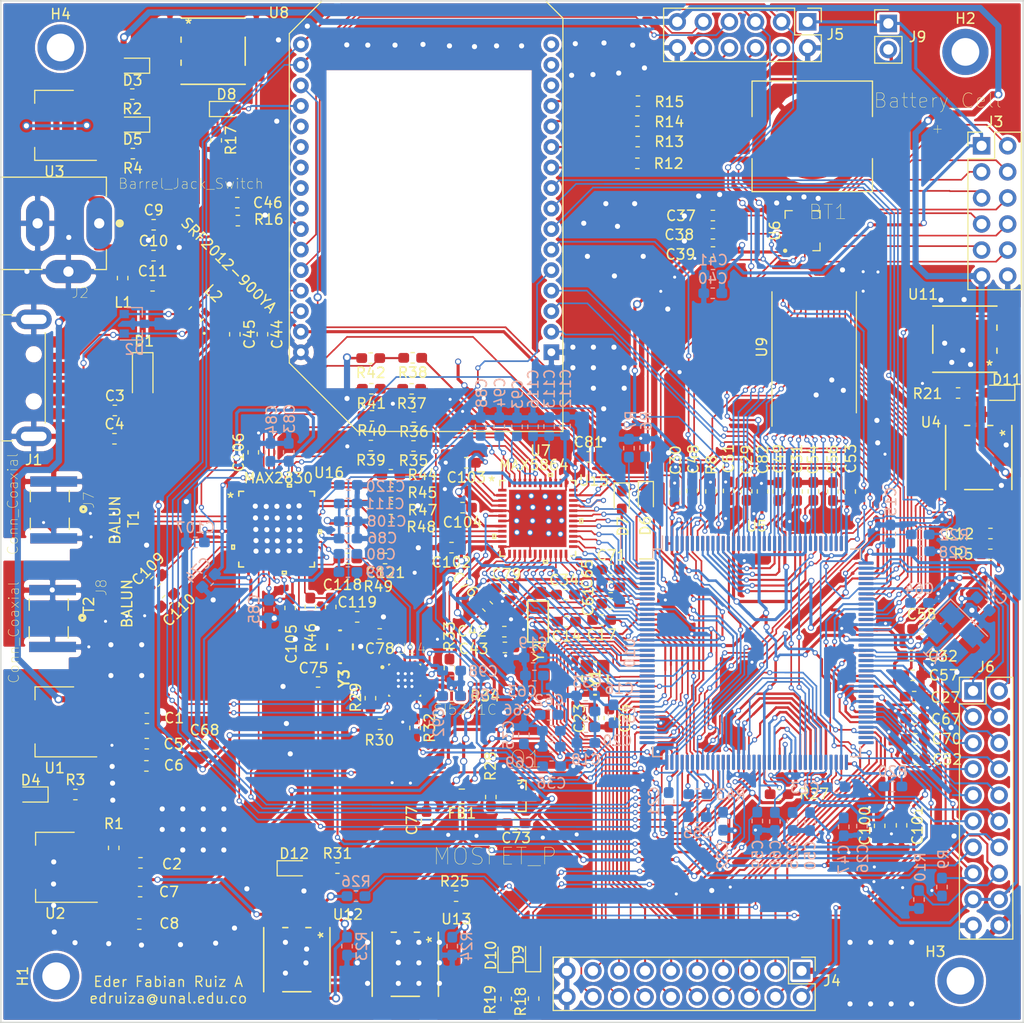
<source format=kicad_pcb>
(kicad_pcb (version 20190516) (host pcbnew "6.0.0-unknown-cbea514~86~ubuntu18.04.1")
  (layers (0 "F.Cu" signal hide) (31 "B.Cu" signal) (34 "B.Paste" user) (35 "F.Paste" user hide) (36 "B.SilkS" user) (37 "F.SilkS" user) (38 "B.Mask" user hide) (39 "F.Mask" user) (44 "Edge.Cuts" user))
  (net 0 "")
  (net 1 "vcc_STM32")
  (net 2 "GND")
  (net 3 "VCC_5V")
  (net 4 "vcc_FPGA")
  (net 5 "Net-(C3-Pad1)")
  (net 6 "vcc_core_FPGA")
  (net 7 "JNRST")
  (net 8 "Net-(C13-Pad1)")
  (net 9 "Net-(C15-Pad1)")
  (net 10 "Net-(C23-Pad1)")
  (net 11 "Net-(C24-Pad2)")
  (net 12 "Net-(C35-Pad1)")
  (net 13 "Net-(C37-Pad2)")
  (net 14 "Net-(C38-Pad2)")
  (net 15 "Net-(C42-Pad2)")
  (net 16 "Net-(C43-Pad2)")
  (net 17 "/ONION_OMEGA/RST_BTN")
  (net 18 "VAA")
  (net 19 "Net-(C75-Pad2)")
  (net 20 "Net-(C78-Pad2)")
  (net 21 "/rf_front_end/XTAL")
  (net 22 "Net-(C86-Pad1)")
  (net 23 "/rf_front_end/REFP")
  (net 24 "Net-(C109-Pad2)")
  (net 25 "Net-(C109-Pad1)")
  (net 26 "Net-(C110-Pad2)")
  (net 27 "Net-(C110-Pad1)")
  (net 28 "Net-(C118-Pad1)")
  (net 29 "Net-(C119-Pad1)")
  (net 30 "Net-(C120-Pad1)")
  (net 31 "/rf_front_end/rf_TUNE")
  (net 32 "Net-(D2-Pad2)")
  (net 33 "Net-(D2-Pad1)")
  (net 34 "Net-(D3-Pad1)")
  (net 35 "Net-(D4-Pad1)")
  (net 36 "Net-(D5-Pad1)")
  (net 37 "/STM32_micro/LED1")
  (net 38 "Net-(D6-Pad1)")
  (net 39 "/STM32_micro/LED2")
  (net 40 "Net-(D7-Pad1)")
  (net 41 "/ONION_OMEGA/LED")
  (net 42 "Net-(D8-Pad1)")
  (net 43 "Net-(D9-Pad2)")
  (net 44 "Net-(D9-Pad1)")
  (net 45 "Net-(D10-Pad2)")
  (net 46 "Net-(D10-Pad1)")
  (net 47 "Net-(D11-Pad2)")
  (net 48 "Net-(D12-Pad2)")
  (net 49 "Net-(FB1-Pad1)")
  (net 50 "/STM32_micro/CS_A_G")
  (net 51 "/STM32_micro/CS_M")
  (net 52 "/STM32_micro/SDO_A_G")
  (net 53 "/STM32_micro/SDO_M")
  (net 54 "/STM32_micro/INT1_A_G")
  (net 55 "/STM32_micro/DRDY_M")
  (net 56 "/STM32_micro/INT2_A_G")
  (net 57 "/STM32_micro/INT_M")
  (net 58 "/STM32_micro/DEN_A_G")
  (net 59 "/STM32_micro/GPIO_15")
  (net 60 "/STM32_micro/GPIO_07")
  (net 61 "/STM32_micro/GPIO_14")
  (net 62 "/STM32_micro/GPIO_06")
  (net 63 "/STM32_micro/GPIO_13")
  (net 64 "/STM32_micro/GPIO_05")
  (net 65 "/STM32_micro/GPIO_12")
  (net 66 "/STM32_micro/GPIO_04")
  (net 67 "/STM32_micro/GPIO_11")
  (net 68 "/STM32_micro/GPIO_03")
  (net 69 "/STM32_micro/GPIO_10")
  (net 70 "/STM32_micro/GPIO_02")
  (net 71 "/STM32_micro/GPIO_09")
  (net 72 "/STM32_micro/GPIO_01")
  (net 73 "/STM32_micro/GPIO_08")
  (net 74 "/STM32_micro/GPIO_00")
  (net 75 "/ONION_OMEGA/MISO")
  (net 76 "/ONION_OMEGA/MOSI")
  (net 77 "/ONION_OMEGA/SPI_CLK")
  (net 78 "/ONION_OMEGA/SPI_CS")
  (net 79 "/ONION_OMEGA/TX_PIN")
  (net 80 "/ONION_OMEGA/RX_PIN")
  (net 81 "I2C_SDA")
  (net 82 "I2C_SCL")
  (net 83 "/FPGA_spartan6/FGPIO15")
  (net 84 "/FPGA_spartan6/FGPIO7")
  (net 85 "/FPGA_spartan6/FGPIO14")
  (net 86 "/FPGA_spartan6/FGPIO6")
  (net 87 "/FPGA_spartan6/FGPIO13")
  (net 88 "/FPGA_spartan6/FGPIO5")
  (net 89 "/FPGA_spartan6/FGPIO12")
  (net 90 "/FPGA_spartan6/FGPIO4")
  (net 91 "/FPGA_spartan6/FGPIO11")
  (net 92 "/FPGA_spartan6/FGPIO3")
  (net 93 "/FPGA_spartan6/FGPIO10")
  (net 94 "/FPGA_spartan6/FGPIO2")
  (net 95 "/FPGA_spartan6/FGPIO9")
  (net 96 "/FPGA_spartan6/FGPIO1")
  (net 97 "/FPGA_spartan6/FGPIO8")
  (net 98 "/FPGA_spartan6/FGPIO0")
  (net 99 "Net-(J7-Pad1)")
  (net 100 "Net-(J8-Pad1)")
  (net 101 "D-")
  (net 102 "D+")
  (net 103 "!VAA_ENABLE")
  (net 104 "BOOT0")
  (net 105 "Net-(R12-Pad1)")
  (net 106 "Net-(R13-Pad1)")
  (net 107 "Net-(R14-Pad1)")
  (net 108 "Net-(R15-Pad1)")
  (net 109 "/FPGA_spartan6/DONE")
  (net 110 "/FPGA_spartan6/PROGRAM_B")
  (net 111 "Net-(R23-Pad2)")
  (net 112 "Net-(R24-Pad2)")
  (net 113 "/FPGA_spartan6/FSW_2")
  (net 114 "/FPGA_spartan6/FSW_1")
  (net 115 "GPIO_INTR")
  (net 116 "GPIO_CLK")
  (net 117 "Net-(R32-Pad1)")
  (net 118 "GCK0")
  (net 119 "Net-(R33-Pad1)")
  (net 120 "GCK1")
  (net 121 "Net-(R34-Pad1)")
  (net 122 "Net-(R35-Pad2)")
  (net 123 "/rf_front_end/QD+")
  (net 124 "Net-(R36-Pad2)")
  (net 125 "/rf_front_end/QD-")
  (net 126 "Net-(R37-Pad2)")
  (net 127 "/rf_front_end/ID-")
  (net 128 "Net-(R38-Pad2)")
  (net 129 "/rf_front_end/ID+")
  (net 130 "SPI1_MISO")
  (net 131 "SPI1_MOSI")
  (net 132 "/rf_front_end/IA+")
  (net 133 "Net-(R44-Pad1)")
  (net 134 "/rf_front_end/IA-")
  (net 135 "Net-(R45-Pad1)")
  (net 136 "Net-(R47-Pad2)")
  (net 137 "/rf_front_end/QA-")
  (net 138 "Net-(R48-Pad2)")
  (net 139 "/rf_front_end/QA+")
  (net 140 "Net-(T1-Pad4)")
  (net 141 "Net-(T1-Pad3)")
  (net 142 "FMC_BL1")
  (net 143 "FMC_BLO")
  (net 144 "Net-(U5-Pad137)")
  (net 145 "Net-(U5-Pad136)")
  (net 146 "Net-(U5-Pad135)")
  (net 147 "JTRST")
  (net 148 "FPGA_JTDO")
  (net 149 "Net-(U5-Pad132)")
  (net 150 "Net-(U5-Pad129)")
  (net 151 "Net-(U5-Pad128)")
  (net 152 "Net-(U5-Pad127)")
  (net 153 "Net-(U5-Pad126)")
  (net 154 "Net-(U5-Pad125)")
  (net 155 "Net-(U5-Pad124)")
  (net 156 "FMC_NE1")
  (net 157 "FMC_NWAIT")
  (net 158 "FMC_NWE")
  (net 159 "FMC_NOE")
  (net 160 "FMC_CLK")
  (net 161 "Net-(U5-Pad116)")
  (net 162 "FMC_D3")
  (net 163 "FMC_D2")
  (net 164 "Net-(U5-Pad113)")
  (net 165 "Net-(U5-Pad112)")
  (net 166 "Net-(U5-Pad111)")
  (net 167 "JTDO")
  (net 168 "JTCK")
  (net 169 "JTMS")
  (net 170 "Net-(U5-Pad104)")
  (net 171 "Net-(U5-Pad103)")
  (net 172 "USART_RX")
  (net 173 "USART_TX")
  (net 174 "Net-(U5-Pad100)")
  (net 175 "Net-(U5-Pad99)")
  (net 176 "Net-(U5-Pad98)")
  (net 177 "Net-(U5-Pad97)")
  (net 178 "Net-(U5-Pad96)")
  (net 179 "Net-(U5-Pad93)")
  (net 180 "Net-(U5-Pad92)")
  (net 181 "FMC_N_DOUT")
  (net 182 "Net-(U5-Pad90)")
  (net 183 "Net-(U5-Pad89)")
  (net 184 "Net-(U5-Pad88)")
  (net 185 "Net-(U5-Pad87)")
  (net 186 "FMC_D1")
  (net 187 "FMC_D0")
  (net 188 "Net-(U5-Pad82)")
  (net 189 "Net-(U5-Pad81)")
  (net 190 "Net-(U5-Pad80)")
  (net 191 "FMC_D15")
  (net 192 "FMC_D14")
  (net 193 "FMC_D13")
  (net 194 "FMC_D12")
  (net 195 "FMC_D11")
  (net 196 "FMC_D10")
  (net 197 "FMC_D9")
  (net 198 "FMC_D8")
  (net 199 "FMC_D7")
  (net 200 "FMC_D6")
  (net 201 "FMC_D5")
  (net 202 "FMC_D4")
  (net 203 "Net-(U5-Pad57)")
  (net 204 "MCU_CLK")
  (net 205 "FMC_A7")
  (net 206 "FMC_A6")
  (net 207 "rf_LD")
  (net 208 "rf_!SHDN")
  (net 209 "rf_ANTSEL")
  (net 210 "Net-(U5-Pad45)")
  (net 211 "SPI1_CS_AD")
  (net 212 "SPI1_SCK")
  (net 213 "SPI1_CS_RF")
  (net 214 "rf_RXTX")
  (net 215 "rf_RXHP")
  (net 216 "SPI1_RSSI")
  (net 217 "FMC_A5")
  (net 218 "FMC_A4")
  (net 219 "FMC_A3")
  (net 220 "FMC_A2")
  (net 221 "FMC_A1")
  (net 222 "FMC_A0")
  (net 223 "Net-(U5-Pad7)")
  (net 224 "Net-(U5-Pad1)")
  (net 225 "Net-(U7-Pad25)")
  (net 226 "Net-(U7-Pad24)")
  (net 227 "Net-(U7-Pad23)")
  (net 228 "Net-(U7-Pad22)")
  (net 229 "Net-(U7-Pad21)")
  (net 230 "Net-(U7-Pad16)")
  (net 231 "Net-(U7-Pad15)")
  (net 232 "Net-(U7-Pad14)")
  (net 233 "JTDO_OMEGA")
  (net 234 "/FPGA_spartan6/MEN_A11")
  (net 235 "/FPGA_spartan6/MEN_A12")
  (net 236 "/FPGA_spartan6/MEN_A13")
  (net 237 "/FPGA_spartan6/MEN_A10")
  (net 238 "/FPGA_spartan6/MEN_A9")
  (net 239 "/FPGA_spartan6/MEN_A14")
  (net 240 "/FPGA_spartan6/MEN_A8")
  (net 241 "/FPGA_spartan6/MEN_D0")
  (net 242 "/FPGA_spartan6/MEN_A7")
  (net 243 "/FPGA_spartan6/MEN_D1")
  (net 244 "/FPGA_spartan6/MEN_D2")
  (net 245 "/FPGA_spartan6/MEN_A6")
  (net 246 "/FPGA_spartan6/MEN_A5")
  (net 247 "/FPGA_spartan6/MEN_D3")
  (net 248 "/FPGA_spartan6/MEN_WE")
  (net 249 "/FPGA_spartan6/MEN_D4")
  (net 250 "/FPGA_spartan6/MEN_D5")
  (net 251 "/FPGA_spartan6/MEN_A4")
  (net 252 "/FPGA_spartan6/MEN_D6")
  (net 253 "/FPGA_spartan6/MEN_A3")
  (net 254 "/FPGA_spartan6/MEN_D7")
  (net 255 "/FPGA_spartan6/MEN_A2")
  (net 256 "/FPGA_spartan6/MEN_A1")
  (net 257 "/FPGA_spartan6/MEN_CE")
  (net 258 "/FPGA_spartan6/NEM_A0")
  (net 259 "/FPGA_spartan6/MEN_OE")
  (net 260 "adDA7")
  (net 261 "adDA6")
  (net 262 "adDA5")
  (net 263 "adDA4")
  (net 264 "adDA3")
  (net 265 "adDA2")
  (net 266 "adDA1")
  (net 267 "adDA0")
  (net 268 "adDD9")
  (net 269 "adDD8")
  (net 270 "adDD7")
  (net 271 "adDD6")
  (net 272 "adDD5")
  (net 273 "adDD4")
  (net 274 "adDD3")
  (net 275 "adDD2")
  (net 276 "adDD1")
  (net 277 "adDD0")
  (net 278 "Net-(U10-Pad73)")
  (net 279 "Net-(U10-Pad72)")
  (net 280 "/FPGA_spartan6/CLK80MHz")
  (net 281 "Net-(U10-Pad7)")
  (net 282 "Net-(U14-Pad6)")
  (net 283 "Net-(U14-Pad7)")
  (net 284 "Net-(U14-Pad8)")
  (net 285 "Net-(U14-Pad16)")
  (net 286 "Net-(U14-Pad19)")
  (net 287 "/rf_front_end/REFN")
  (net 288 "/rf_front_end/COM")
  (net 289 "Net-(U15-Pad38)")
  (net 290 "Net-(U16-Pad34)")
  (net 291 "Net-(U16-Pad29)")
  (net 292 "Net-(U16-Pad23)")
  (net 293 "Net-(U16-Pad21)")
  (net 294 "Net-(U16-Pad14)")
  (net 295 "Net-(U16-Pad11)")
  (net 296 "Net-(U16-Pad8)")
  (net 297 "Net-(U16-Pad6)")
  (net 298 "Net-(U16-Pad3)")
  (net 299 "Net-(U5-Pad5)")
  (net 300 "Net-(U5-Pad4)")
  (net 301 "Net-(BT1-Pad1)")
  (module "PJ-002A:CUI_PJ-002A" (layer "F.Cu") (at 60.8612 36.9306 180)
    (fp_text reference "J2" (at 1.85153 -6.77062) (layer "F.SilkS") (effects (font (size 1.00083 1.00083) (thickness 0.05))))
    (fp_text value "Barrel_Jack_Switch" (at -8.94054 3.86488) (layer "F.SilkS") (effects (font (size 1.00118 1.00118) (thickness 0.05))))
    (fp_line (start 4.5 -4.2) (end 1.5 -4.2) (layer "Edge.Cuts") (width 0.0001))
    (fp_line (start 4.5 -5.2) (end 4.5 -4.2) (layer "Edge.Cuts") (width 0.0001))
    (fp_line (start 1.5 -5.2) (end 4.5 -5.2) (layer "Edge.Cuts") (width 0.0001))
    (fp_line (start 1.5 -4.2) (end 1.5 -5.2) (layer "Edge.Cuts") (width 0.0001))
    (fp_line (start 6.5 -1.5) (end 6.5 1.5) (layer "Edge.Cuts") (width 0.0001))
    (fp_line (start 5.5 -1.5) (end 6.5 -1.5) (layer "Edge.Cuts") (width 0.0001))
    (fp_line (start 5.5 1.5) (end 5.5 -1.5) (layer "Edge.Cuts") (width 0.0001))
    (fp_line (start 6.5 1.5) (end 5.5 1.5) (layer "Edge.Cuts") (width 0.0001))
    (fp_line (start 0.5 -1.75) (end 0.5 1.75) (layer "Edge.Cuts") (width 0.0001))
    (fp_line (start -0.5 -1.75) (end 0.5 -1.75) (layer "Edge.Cuts") (width 0.0001))
    (fp_line (start -0.5 1.75) (end -0.5 -1.75) (layer "Edge.Cuts") (width 0.0001))
    (fp_line (start 0.5 1.75) (end -0.5 1.75) (layer "Edge.Cuts") (width 0.0001))
    (pad "3" thru_hole oval (at 3 -4.7) (size 4.5 2.25) (drill 1) (layers *.Cu *.Mask) (net 2 "GND"))
    (pad "2" thru_hole oval (at 6 0 270) (size 4.5 2.25) (drill 1) (layers *.Cu *.Mask) (net 2 "GND"))
    (pad "1" thru_hole oval (at 0 0 270) (size 5 2.5) (drill 1) (layers *.Cu *.Mask) (net 3 "VCC_5V"))
  )
  (module "Package_TO_SOT_SMD:SOT-223-3_TabPin2" (layer "F.Cu") (at 56.4892 27.38374 180)
    (fp_text reference "U3" (at 0 -4.5) (layer "F.SilkS"))
    (fp_text value "ZLDO1117G33TA")
    (pad "1" smd rect (at -3.15 -2.3 180) (size 2 1.5) (layers "F.Cu" "F.Paste" "F.Mask") (net 2 "GND"))
    (pad "3" smd rect (at -3.15 2.3 180) (size 2 1.5) (layers "F.Cu" "F.Paste" "F.Mask") (net 3 "VCC_5V"))
    (pad "2" smd rect (at -3.15 0 180) (size 2 1.5) (layers "F.Cu" "F.Paste" "F.Mask") (net 1 "vcc_STM32"))
    (pad "2" smd rect (at 3.15 0 180) (size 2 3.8) (layers "F.Cu" "F.Paste" "F.Mask") (net 1 "vcc_STM32"))
  )
  (module "Package_TO_SOT_SMD:SOT-223-3_TabPin2" (layer "F.Cu") (at 56.57342 99.68738 180)
    (fp_text reference "U2" (at 0 -4.5) (layer "F.SilkS"))
    (fp_text value "ZLDO1117G33TA")
    (pad "1" smd rect (at -3.15 -2.3 180) (size 2 1.5) (layers "F.Cu" "F.Paste" "F.Mask") (net 2 "GND"))
    (pad "3" smd rect (at -3.15 2.3 180) (size 2 1.5) (layers "F.Cu" "F.Paste" "F.Mask") (net 4 "vcc_FPGA"))
    (pad "2" smd rect (at -3.15 0 180) (size 2 1.5) (layers "F.Cu" "F.Paste" "F.Mask") (net 6 "vcc_core_FPGA"))
    (pad "2" smd rect (at 3.15 0 180) (size 2 3.8) (layers "F.Cu" "F.Paste" "F.Mask") (net 6 "vcc_core_FPGA"))
  )
  (module "Package_TO_SOT_SMD:SOT-223-3_TabPin2" (layer "F.Cu") (at 56.52008 85.51418 180)
    (fp_text reference "U1" (at 0 -4.5) (layer "F.SilkS"))
    (fp_text value "ZLDO1117G33TA")
    (pad "1" smd rect (at -3.15 -2.3 180) (size 2 1.5) (layers "F.Cu" "F.Paste" "F.Mask") (net 2 "GND"))
    (pad "3" smd rect (at -3.15 2.3 180) (size 2 1.5) (layers "F.Cu" "F.Paste" "F.Mask") (net 3 "VCC_5V"))
    (pad "2" smd rect (at -3.15 0 180) (size 2 1.5) (layers "F.Cu" "F.Paste" "F.Mask") (net 4 "vcc_FPGA"))
    (pad "2" smd rect (at 3.15 0 180) (size 2 3.8) (layers "F.Cu" "F.Paste" "F.Mask") (net 4 "vcc_FPGA"))
  )
  (module "Capacitor_SMD:C_0603_1608Metric_Pad1.05x0.95mm_HandSolder" (layer "F.Cu") (at 71.126221 87.752541)
    (fp_text reference "C68" (at 0 -1.43) (layer "F.SilkS"))
    (fp_text value "0.47uF")
    (pad "2" smd roundrect (at 0.875 0) (size 1.05 0.95) (layers "F.Cu" "F.Paste" "F.Mask") (net 2 "GND"))
    (pad "1" smd roundrect (at -0.875 0) (size 1.05 0.95) (layers "F.Cu" "F.Paste" "F.Mask") (net 4 "vcc_FPGA"))
  )
  (module "Package_QFP:LQFP-144_20x20mm_P0.5mm" (layer "F.Cu") (at 124.899 78.7915)
    (fp_text reference "U5" (at 0 -12.35) (layer "F.SilkS"))
    (fp_text value "STM32F722ZET")
    (pad "144" smd roundrect (at -8.75 -10.6625) (size 0.3 1.475) (layers "F.Cu" "F.Paste" "F.Mask") (net 1 "vcc_STM32"))
    (pad "143" smd roundrect (at -8.25 -10.6625) (size 0.3 1.475) (layers "F.Cu" "F.Paste" "F.Mask") (net 1 "vcc_STM32"))
    (pad "142" smd roundrect (at -7.75 -10.6625) (size 0.3 1.475) (layers "F.Cu" "F.Paste" "F.Mask") (net 142 "FMC_BL1"))
    (pad "141" smd roundrect (at -7.25 -10.6625) (size 0.3 1.475) (layers "F.Cu" "F.Paste" "F.Mask") (net 143 "FMC_BLO"))
    (pad "140" smd roundrect (at -6.75 -10.6625) (size 0.3 1.475) (layers "F.Cu" "F.Paste" "F.Mask") (net 81 "I2C_SDA"))
    (pad "139" smd roundrect (at -6.25 -10.6625) (size 0.3 1.475) (layers "F.Cu" "F.Paste" "F.Mask") (net 82 "I2C_SCL"))
    (pad "138" smd roundrect (at -5.75 -10.6625) (size 0.3 1.475) (layers "F.Cu" "F.Paste" "F.Mask") (net 104 "BOOT0"))
    (pad "137" smd roundrect (at -5.25 -10.6625) (size 0.3 1.475) (layers "F.Cu" "F.Paste" "F.Mask") (net 144 "Net-(U5-Pad137)"))
    (pad "136" smd roundrect (at -4.75 -10.6625) (size 0.3 1.475) (layers "F.Cu" "F.Paste" "F.Mask") (net 145 "Net-(U5-Pad136)"))
    (pad "135" smd roundrect (at -4.25 -10.6625) (size 0.3 1.475) (layers "F.Cu" "F.Paste" "F.Mask") (net 146 "Net-(U5-Pad135)"))
    (pad "134" smd roundrect (at -3.75 -10.6625) (size 0.3 1.475) (layers "F.Cu" "F.Paste" "F.Mask") (net 147 "JTRST"))
    (pad "133" smd roundrect (at -3.25 -10.6625) (size 0.3 1.475) (layers "F.Cu" "F.Paste" "F.Mask") (net 148 "FPGA_JTDO"))
    (pad "132" smd roundrect (at -2.75 -10.6625) (size 0.3 1.475) (layers "F.Cu" "F.Paste" "F.Mask") (net 149 "Net-(U5-Pad132)"))
    (pad "131" smd roundrect (at -2.25 -10.6625) (size 0.3 1.475) (layers "F.Cu" "F.Paste" "F.Mask") (net 1 "vcc_STM32"))
    (pad "130" smd roundrect (at -1.75 -10.6625) (size 0.3 1.475) (layers "F.Cu" "F.Paste" "F.Mask") (net 2 "GND"))
    (pad "129" smd roundrect (at -1.25 -10.6625) (size 0.3 1.475) (layers "F.Cu" "F.Paste" "F.Mask") (net 150 "Net-(U5-Pad129)"))
    (pad "128" smd roundrect (at -0.75 -10.6625) (size 0.3 1.475) (layers "F.Cu" "F.Paste" "F.Mask") (net 151 "Net-(U5-Pad128)"))
    (pad "127" smd roundrect (at -0.25 -10.6625) (size 0.3 1.475) (layers "F.Cu" "F.Paste" "F.Mask") (net 152 "Net-(U5-Pad127)"))
    (pad "126" smd roundrect (at 0.25 -10.6625) (size 0.3 1.475) (layers "F.Cu" "F.Paste" "F.Mask") (net 153 "Net-(U5-Pad126)"))
    (pad "125" smd roundrect (at 0.75 -10.6625) (size 0.3 1.475) (layers "F.Cu" "F.Paste" "F.Mask") (net 154 "Net-(U5-Pad125)"))
    (pad "124" smd roundrect (at 1.25 -10.6625) (size 0.3 1.475) (layers "F.Cu" "F.Paste" "F.Mask") (net 155 "Net-(U5-Pad124)"))
    (pad "123" smd roundrect (at 1.75 -10.6625) (size 0.3 1.475) (layers "F.Cu" "F.Paste" "F.Mask") (net 156 "FMC_NE1"))
    (pad "122" smd roundrect (at 2.25 -10.6625) (size 0.3 1.475) (layers "F.Cu" "F.Paste" "F.Mask") (net 157 "FMC_NWAIT"))
    (pad "121" smd roundrect (at 2.75 -10.6625) (size 0.3 1.475) (layers "F.Cu" "F.Paste" "F.Mask") (net 1 "vcc_STM32"))
    (pad "120" smd roundrect (at 3.25 -10.6625) (size 0.3 1.475) (layers "F.Cu" "F.Paste" "F.Mask") (net 2 "GND"))
    (pad "119" smd roundrect (at 3.75 -10.6625) (size 0.3 1.475) (layers "F.Cu" "F.Paste" "F.Mask") (net 158 "FMC_NWE"))
    (pad "118" smd roundrect (at 4.25 -10.6625) (size 0.3 1.475) (layers "F.Cu" "F.Paste" "F.Mask") (net 159 "FMC_NOE"))
    (pad "117" smd roundrect (at 4.75 -10.6625) (size 0.3 1.475) (layers "F.Cu" "F.Paste" "F.Mask") (net 160 "FMC_CLK"))
    (pad "116" smd roundrect (at 5.25 -10.6625) (size 0.3 1.475) (layers "F.Cu" "F.Paste" "F.Mask") (net 161 "Net-(U5-Pad116)"))
    (pad "115" smd roundrect (at 5.75 -10.6625) (size 0.3 1.475) (layers "F.Cu" "F.Paste" "F.Mask") (net 162 "FMC_D3"))
    (pad "114" smd roundrect (at 6.25 -10.6625) (size 0.3 1.475) (layers "F.Cu" "F.Paste" "F.Mask") (net 163 "FMC_D2"))
    (pad "113" smd roundrect (at 6.75 -10.6625) (size 0.3 1.475) (layers "F.Cu" "F.Paste" "F.Mask") (net 164 "Net-(U5-Pad113)"))
    (pad "112" smd roundrect (at 7.25 -10.6625) (size 0.3 1.475) (layers "F.Cu" "F.Paste" "F.Mask") (net 165 "Net-(U5-Pad112)"))
    (pad "111" smd roundrect (at 7.75 -10.6625) (size 0.3 1.475) (layers "F.Cu" "F.Paste" "F.Mask") (net 166 "Net-(U5-Pad111)"))
    (pad "110" smd roundrect (at 8.25 -10.6625) (size 0.3 1.475) (layers "F.Cu" "F.Paste" "F.Mask") (net 167 "JTDO"))
    (pad "109" smd roundrect (at 8.75 -10.6625) (size 0.3 1.475) (layers "F.Cu" "F.Paste" "F.Mask") (net 168 "JTCK"))
    (pad "108" smd roundrect (at 10.6625 -8.75) (size 1.475 0.3) (layers "F.Cu" "F.Paste" "F.Mask") (net 1 "vcc_STM32"))
    (pad "107" smd roundrect (at 10.6625 -8.25) (size 1.475 0.3) (layers "F.Cu" "F.Paste" "F.Mask") (net 2 "GND"))
    (pad "106" smd roundrect (at 10.6625 -7.75) (size 1.475 0.3) (layers "F.Cu" "F.Paste" "F.Mask") (net 9 "Net-(C15-Pad1)"))
    (pad "105" smd roundrect (at 10.6625 -7.25) (size 1.475 0.3) (layers "F.Cu" "F.Paste" "F.Mask") (net 169 "JTMS"))
    (pad "104" smd roundrect (at 10.6625 -6.75) (size 1.475 0.3) (layers "F.Cu" "F.Paste" "F.Mask") (net 170 "Net-(U5-Pad104)"))
    (pad "103" smd roundrect (at 10.6625 -6.25) (size 1.475 0.3) (layers "F.Cu" "F.Paste" "F.Mask") (net 171 "Net-(U5-Pad103)"))
    (pad "102" smd roundrect (at 10.6625 -5.75) (size 1.475 0.3) (layers "F.Cu" "F.Paste" "F.Mask") (net 172 "USART_RX"))
    (pad "101" smd roundrect (at 10.6625 -5.25) (size 1.475 0.3) (layers "F.Cu" "F.Paste" "F.Mask") (net 173 "USART_TX"))
    (pad "100" smd roundrect (at 10.6625 -4.75) (size 1.475 0.3) (layers "F.Cu" "F.Paste" "F.Mask") (net 174 "Net-(U5-Pad100)"))
    (pad "99" smd roundrect (at 10.6625 -4.25) (size 1.475 0.3) (layers "F.Cu" "F.Paste" "F.Mask") (net 175 "Net-(U5-Pad99)"))
    (pad "98" smd roundrect (at 10.6625 -3.75) (size 1.475 0.3) (layers "F.Cu" "F.Paste" "F.Mask") (net 176 "Net-(U5-Pad98)"))
    (pad "97" smd roundrect (at 10.6625 -3.25) (size 1.475 0.3) (layers "F.Cu" "F.Paste" "F.Mask") (net 177 "Net-(U5-Pad97)"))
    (pad "96" smd roundrect (at 10.6625 -2.75) (size 1.475 0.3) (layers "F.Cu" "F.Paste" "F.Mask") (net 178 "Net-(U5-Pad96)"))
    (pad "95" smd roundrect (at 10.6625 -2.25) (size 1.475 0.3) (layers "F.Cu" "F.Paste" "F.Mask") (net 1 "vcc_STM32"))
    (pad "94" smd roundrect (at 10.6625 -1.75) (size 1.475 0.3) (layers "F.Cu" "F.Paste" "F.Mask") (net 2 "GND"))
    (pad "93" smd roundrect (at 10.6625 -1.25) (size 1.475 0.3) (layers "F.Cu" "F.Paste" "F.Mask") (net 179 "Net-(U5-Pad93)"))
    (pad "92" smd roundrect (at 10.6625 -0.75) (size 1.475 0.3) (layers "F.Cu" "F.Paste" "F.Mask") (net 180 "Net-(U5-Pad92)"))
    (pad "91" smd roundrect (at 10.6625 -0.25) (size 1.475 0.3) (layers "F.Cu" "F.Paste" "F.Mask") (net 181 "FMC_N_DOUT"))
    (pad "90" smd roundrect (at 10.6625 0.25) (size 1.475 0.3) (layers "F.Cu" "F.Paste" "F.Mask") (net 182 "Net-(U5-Pad90)"))
    (pad "89" smd roundrect (at 10.6625 0.75) (size 1.475 0.3) (layers "F.Cu" "F.Paste" "F.Mask") (net 183 "Net-(U5-Pad89)"))
    (pad "88" smd roundrect (at 10.6625 1.25) (size 1.475 0.3) (layers "F.Cu" "F.Paste" "F.Mask") (net 184 "Net-(U5-Pad88)"))
    (pad "87" smd roundrect (at 10.6625 1.75) (size 1.475 0.3) (layers "F.Cu" "F.Paste" "F.Mask") (net 185 "Net-(U5-Pad87)"))
    (pad "86" smd roundrect (at 10.6625 2.25) (size 1.475 0.3) (layers "F.Cu" "F.Paste" "F.Mask") (net 186 "FMC_D1"))
    (pad "85" smd roundrect (at 10.6625 2.75) (size 1.475 0.3) (layers "F.Cu" "F.Paste" "F.Mask") (net 187 "FMC_D0"))
    (pad "84" smd roundrect (at 10.6625 3.25) (size 1.475 0.3) (layers "F.Cu" "F.Paste" "F.Mask") (net 1 "vcc_STM32"))
    (pad "83" smd roundrect (at 10.6625 3.75) (size 1.475 0.3) (layers "F.Cu" "F.Paste" "F.Mask") (net 2 "GND"))
    (pad "82" smd roundrect (at 10.6625 4.25) (size 1.475 0.3) (layers "F.Cu" "F.Paste" "F.Mask") (net 188 "Net-(U5-Pad82)"))
    (pad "81" smd roundrect (at 10.6625 4.75) (size 1.475 0.3) (layers "F.Cu" "F.Paste" "F.Mask") (net 189 "Net-(U5-Pad81)"))
    (pad "80" smd roundrect (at 10.6625 5.25) (size 1.475 0.3) (layers "F.Cu" "F.Paste" "F.Mask") (net 190 "Net-(U5-Pad80)"))
    (pad "79" smd roundrect (at 10.6625 5.75) (size 1.475 0.3) (layers "F.Cu" "F.Paste" "F.Mask") (net 191 "FMC_D15"))
    (pad "78" smd roundrect (at 10.6625 6.25) (size 1.475 0.3) (layers "F.Cu" "F.Paste" "F.Mask") (net 192 "FMC_D14"))
    (pad "77" smd roundrect (at 10.6625 6.75) (size 1.475 0.3) (layers "F.Cu" "F.Paste" "F.Mask") (net 193 "FMC_D13"))
    (pad "76" smd roundrect (at 10.6625 7.25) (size 1.475 0.3) (layers "F.Cu" "F.Paste" "F.Mask") (net 72 "/STM32_micro/GPIO_01"))
    (pad "75" smd roundrect (at 10.6625 7.75) (size 1.475 0.3) (layers "F.Cu" "F.Paste" "F.Mask") (net 74 "/STM32_micro/GPIO_00"))
    (pad "74" smd roundrect (at 10.6625 8.25) (size 1.475 0.3) (layers "F.Cu" "F.Paste" "F.Mask") (net 68 "/STM32_micro/GPIO_03"))
    (pad "73" smd roundrect (at 10.6625 8.75) (size 1.475 0.3) (layers "F.Cu" "F.Paste" "F.Mask") (net 70 "/STM32_micro/GPIO_02"))
    (pad "72" smd roundrect (at 8.75 10.6625) (size 0.3 1.475) (layers "F.Cu" "F.Paste" "F.Mask") (net 1 "vcc_STM32"))
    (pad "71" smd roundrect (at 8.25 10.6625) (size 0.3 1.475) (layers "F.Cu" "F.Paste" "F.Mask") (net 8 "Net-(C13-Pad1)"))
    (pad "70" smd roundrect (at 7.75 10.6625) (size 0.3 1.475) (layers "F.Cu" "F.Paste" "F.Mask") (net 64 "/STM32_micro/GPIO_05"))
    (pad "69" smd roundrect (at 7.25 10.6625) (size 0.3 1.475) (layers "F.Cu" "F.Paste" "F.Mask") (net 66 "/STM32_micro/GPIO_04"))
    (pad "68" smd roundrect (at 6.75 10.6625) (size 0.3 1.475) (layers "F.Cu" "F.Paste" "F.Mask") (net 194 "FMC_D12"))
    (pad "67" smd roundrect (at 6.25 10.6625) (size 0.3 1.475) (layers "F.Cu" "F.Paste" "F.Mask") (net 195 "FMC_D11"))
    (pad "66" smd roundrect (at 5.75 10.6625) (size 0.3 1.475) (layers "F.Cu" "F.Paste" "F.Mask") (net 196 "FMC_D10"))
    (pad "65" smd roundrect (at 5.25 10.6625) (size 0.3 1.475) (layers "F.Cu" "F.Paste" "F.Mask") (net 197 "FMC_D9"))
    (pad "64" smd roundrect (at 4.75 10.6625) (size 0.3 1.475) (layers "F.Cu" "F.Paste" "F.Mask") (net 198 "FMC_D8"))
    (pad "63" smd roundrect (at 4.25 10.6625) (size 0.3 1.475) (layers "F.Cu" "F.Paste" "F.Mask") (net 199 "FMC_D7"))
    (pad "62" smd roundrect (at 3.75 10.6625) (size 0.3 1.475) (layers "F.Cu" "F.Paste" "F.Mask") (net 1 "vcc_STM32"))
    (pad "61" smd roundrect (at 3.25 10.6625) (size 0.3 1.475) (layers "F.Cu" "F.Paste" "F.Mask") (net 2 "GND"))
    (pad "60" smd roundrect (at 2.75 10.6625) (size 0.3 1.475) (layers "F.Cu" "F.Paste" "F.Mask") (net 200 "FMC_D6"))
    (pad "59" smd roundrect (at 2.25 10.6625) (size 0.3 1.475) (layers "F.Cu" "F.Paste" "F.Mask") (net 201 "FMC_D5"))
    (pad "58" smd roundrect (at 1.75 10.6625) (size 0.3 1.475) (layers "F.Cu" "F.Paste" "F.Mask") (net 202 "FMC_D4"))
    (pad "57" smd roundrect (at 1.25 10.6625) (size 0.3 1.475) (layers "F.Cu" "F.Paste" "F.Mask") (net 203 "Net-(U5-Pad57)"))
    (pad "56" smd roundrect (at 0.75 10.6625) (size 0.3 1.475) (layers "F.Cu" "F.Paste" "F.Mask") (net 115 "GPIO_INTR"))
    (pad "55" smd roundrect (at 0.25 10.6625) (size 0.3 1.475) (layers "F.Cu" "F.Paste" "F.Mask") (net 116 "GPIO_CLK"))
    (pad "54" smd roundrect (at -0.25 10.6625) (size 0.3 1.475) (layers "F.Cu" "F.Paste" "F.Mask") (net 204 "MCU_CLK"))
    (pad "53" smd roundrect (at -0.75 10.6625) (size 0.3 1.475) (layers "F.Cu" "F.Paste" "F.Mask") (net 205 "FMC_A7"))
    (pad "52" smd roundrect (at -1.25 10.6625) (size 0.3 1.475) (layers "F.Cu" "F.Paste" "F.Mask") (net 1 "vcc_STM32"))
    (pad "51" smd roundrect (at -1.75 10.6625) (size 0.3 1.475) (layers "F.Cu" "F.Paste" "F.Mask") (net 2 "GND"))
    (pad "50" smd roundrect (at -2.25 10.6625) (size 0.3 1.475) (layers "F.Cu" "F.Paste" "F.Mask") (net 206 "FMC_A6"))
    (pad "49" smd roundrect (at -2.75 10.6625) (size 0.3 1.475) (layers "F.Cu" "F.Paste" "F.Mask") (net 62 "/STM32_micro/GPIO_06"))
    (pad "48" smd roundrect (at -3.25 10.6625) (size 0.3 1.475) (layers "F.Cu" "F.Paste" "F.Mask") (net 207 "rf_LD"))
    (pad "47" smd roundrect (at -3.75 10.6625) (size 0.3 1.475) (layers "F.Cu" "F.Paste" "F.Mask") (net 208 "rf_!SHDN"))
    (pad "46" smd roundrect (at -4.25 10.6625) (size 0.3 1.475) (layers "F.Cu" "F.Paste" "F.Mask") (net 209 "rf_ANTSEL"))
    (pad "45" smd roundrect (at -4.75 10.6625) (size 0.3 1.475) (layers "F.Cu" "F.Paste" "F.Mask") (net 210 "Net-(U5-Pad45)"))
    (pad "44" smd roundrect (at -5.25 10.6625) (size 0.3 1.475) (layers "F.Cu" "F.Paste" "F.Mask") (net 211 "SPI1_CS_AD"))
    (pad "43" smd roundrect (at -5.75 10.6625) (size 0.3 1.475) (layers "F.Cu" "F.Paste" "F.Mask") (net 131 "SPI1_MOSI"))
    (pad "42" smd roundrect (at -6.25 10.6625) (size 0.3 1.475) (layers "F.Cu" "F.Paste" "F.Mask") (net 130 "SPI1_MISO"))
    (pad "41" smd roundrect (at -6.75 10.6625) (size 0.3 1.475) (layers "F.Cu" "F.Paste" "F.Mask") (net 212 "SPI1_SCK"))
    (pad "40" smd roundrect (at -7.25 10.6625) (size 0.3 1.475) (layers "F.Cu" "F.Paste" "F.Mask") (net 213 "SPI1_CS_RF"))
    (pad "39" smd roundrect (at -7.75 10.6625) (size 0.3 1.475) (layers "F.Cu" "F.Paste" "F.Mask") (net 1 "vcc_STM32"))
    (pad "38" smd roundrect (at -8.25 10.6625) (size 0.3 1.475) (layers "F.Cu" "F.Paste" "F.Mask") (net 2 "GND"))
    (pad "37" smd roundrect (at -8.75 10.6625) (size 0.3 1.475) (layers "F.Cu" "F.Paste" "F.Mask") (net 214 "rf_RXTX"))
    (pad "36" smd roundrect (at -10.6625 8.75) (size 1.475 0.3) (layers "F.Cu" "F.Paste" "F.Mask") (net 216 "SPI1_RSSI"))
    (pad "35" smd roundrect (at -10.6625 8.25) (size 1.475 0.3) (layers "F.Cu" "F.Paste" "F.Mask") (net 215 "rf_RXHP"))
    (pad "34" smd roundrect (at -10.6625 7.75) (size 1.475 0.3) (layers "F.Cu" "F.Paste" "F.Mask") (net 103 "!VAA_ENABLE"))
    (pad "33" smd roundrect (at -10.6625 7.25) (size 1.475 0.3) (layers "F.Cu" "F.Paste" "F.Mask") (net 12 "Net-(C35-Pad1)"))
    (pad "32" smd roundrect (at -10.6625 6.75) (size 1.475 0.3) (layers "F.Cu" "F.Paste" "F.Mask") (net 1 "vcc_STM32"))
    (pad "31" smd roundrect (at -10.6625 6.25) (size 1.475 0.3) (layers "F.Cu" "F.Paste" "F.Mask") (net 2 "GND"))
    (pad "30" smd roundrect (at -10.6625 5.75) (size 1.475 0.3) (layers "F.Cu" "F.Paste" "F.Mask") (net 1 "vcc_STM32"))
    (pad "29" smd roundrect (at -10.6625 5.25) (size 1.475 0.3) (layers "F.Cu" "F.Paste" "F.Mask") (net 60 "/STM32_micro/GPIO_07"))
    (pad "28" smd roundrect (at -10.6625 4.75) (size 1.475 0.3) (layers "F.Cu" "F.Paste" "F.Mask") (net 73 "/STM32_micro/GPIO_08"))
    (pad "27" smd roundrect (at -10.6625 4.25) (size 1.475 0.3) (layers "F.Cu" "F.Paste" "F.Mask") (net 71 "/STM32_micro/GPIO_09"))
    (pad "26" smd roundrect (at -10.6625 3.75) (size 1.475 0.3) (layers "F.Cu" "F.Paste" "F.Mask") (net 69 "/STM32_micro/GPIO_10"))
    (pad "25" smd roundrect (at -10.6625 3.25) (size 1.475 0.3) (layers "F.Cu" "F.Paste" "F.Mask") (net 7 "JNRST"))
    (pad "24" smd roundrect (at -10.6625 2.75) (size 1.475 0.3) (layers "F.Cu" "F.Paste" "F.Mask") (net 11 "Net-(C24-Pad2)"))
    (pad "23" smd roundrect (at -10.6625 2.25) (size 1.475 0.3) (layers "F.Cu" "F.Paste" "F.Mask") (net 10 "Net-(C23-Pad1)"))
    (pad "22" smd roundrect (at -10.6625 1.75) (size 1.475 0.3) (layers "F.Cu" "F.Paste" "F.Mask") (net 67 "/STM32_micro/GPIO_11"))
    (pad "21" smd roundrect (at -10.6625 1.25) (size 1.475 0.3) (layers "F.Cu" "F.Paste" "F.Mask") (net 65 "/STM32_micro/GPIO_12"))
    (pad "20" smd roundrect (at -10.6625 0.75) (size 1.475 0.3) (layers "F.Cu" "F.Paste" "F.Mask") (net 63 "/STM32_micro/GPIO_13"))
    (pad "19" smd roundrect (at -10.6625 0.25) (size 1.475 0.3) (layers "F.Cu" "F.Paste" "F.Mask") (net 61 "/STM32_micro/GPIO_14"))
    (pad "18" smd roundrect (at -10.6625 -0.25) (size 1.475 0.3) (layers "F.Cu" "F.Paste" "F.Mask") (net 59 "/STM32_micro/GPIO_15"))
    (pad "17" smd roundrect (at -10.6625 -0.75) (size 1.475 0.3) (layers "F.Cu" "F.Paste" "F.Mask") (net 1 "vcc_STM32"))
    (pad "16" smd roundrect (at -10.6625 -1.25) (size 1.475 0.3) (layers "F.Cu" "F.Paste" "F.Mask") (net 2 "GND"))
    (pad "15" smd roundrect (at -10.6625 -1.75) (size 1.475 0.3) (layers "F.Cu" "F.Paste" "F.Mask") (net 217 "FMC_A5"))
    (pad "14" smd roundrect (at -10.6625 -2.25) (size 1.475 0.3) (layers "F.Cu" "F.Paste" "F.Mask") (net 218 "FMC_A4"))
    (pad "13" smd roundrect (at -10.6625 -2.75) (size 1.475 0.3) (layers "F.Cu" "F.Paste" "F.Mask") (net 219 "FMC_A3"))
    (pad "12" smd roundrect (at -10.6625 -3.25) (size 1.475 0.3) (layers "F.Cu" "F.Paste" "F.Mask") (net 220 "FMC_A2"))
    (pad "11" smd roundrect (at -10.6625 -3.75) (size 1.475 0.3) (layers "F.Cu" "F.Paste" "F.Mask") (net 221 "FMC_A1"))
    (pad "10" smd roundrect (at -10.6625 -4.25) (size 1.475 0.3) (layers "F.Cu" "F.Paste" "F.Mask") (net 222 "FMC_A0"))
    (pad "9" smd roundrect (at -10.6625 -4.75) (size 1.475 0.3) (layers "F.Cu" "F.Paste" "F.Mask") (net 16 "Net-(C43-Pad2)"))
    (pad "8" smd roundrect (at -10.6625 -5.25) (size 1.475 0.3) (layers "F.Cu" "F.Paste" "F.Mask") (net 15 "Net-(C42-Pad2)"))
    (pad "7" smd roundrect (at -10.6625 -5.75) (size 1.475 0.3) (layers "F.Cu" "F.Paste" "F.Mask") (net 223 "Net-(U5-Pad7)"))
    (pad "6" smd roundrect (at -10.6625 -6.25) (size 1.475 0.3) (layers "F.Cu" "F.Paste" "F.Mask") (net 1 "vcc_STM32"))
    (pad "5" smd roundrect (at -10.6625 -6.75) (size 1.475 0.3) (layers "F.Cu" "F.Paste" "F.Mask") (net 299 "Net-(U5-Pad5)"))
    (pad "4" smd roundrect (at -10.6625 -7.25) (size 1.475 0.3) (layers "F.Cu" "F.Paste" "F.Mask") (net 300 "Net-(U5-Pad4)"))
    (pad "3" smd roundrect (at -10.6625 -7.75) (size 1.475 0.3) (layers "F.Cu" "F.Paste" "F.Mask") (net 39 "/STM32_micro/LED2"))
    (pad "2" smd roundrect (at -10.6625 -8.25) (size 1.475 0.3) (layers "F.Cu" "F.Paste" "F.Mask") (net 37 "/STM32_micro/LED1"))
    (pad "1" smd roundrect (at -10.6625 -8.75) (size 1.475 0.3) (layers "F.Cu" "F.Paste" "F.Mask") (net 224 "Net-(U5-Pad1)"))
  )
  (module "Capacitor_SMD:C_0603_1608Metric_Pad1.05x0.95mm_HandSolder" (layer "B.Cu") (at 132.63626 91.87688 180)
    (fp_text reference "C13" (at 3.0353 -0.0762 180) (layer "B.SilkS") (effects (justify mirror)))
    (fp_text value "2.2uF")
    (pad "2" smd roundrect (at 0.875 0 180) (size 1.05 0.95) (layers "B.Cu" "B.Paste" "B.Mask") (net 2 "GND"))
    (pad "1" smd roundrect (at -0.875 0 180) (size 1.05 0.95) (layers "B.Cu" "B.Paste" "B.Mask") (net 8 "Net-(C13-Pad1)"))
  )
  (module "Package_QFP:LQFP-144_20x20mm_P0.5mm" (layer "B.Cu") (at 124.893274 78.788709 270)
    (fp_text reference "U10" (at 0 12.35 270) (layer "B.SilkS") (effects (justify mirror)))
    (fp_text value "lx9_XC6SLX9-TQ144")
    (pad "144" smd roundrect (at -8.75 10.6625 270) (size 0.3 1.475) (layers "B.Cu" "B.Paste" "B.Mask") (net 268 "adDD9"))
    (pad "143" smd roundrect (at -8.25 10.6625 270) (size 0.3 1.475) (layers "B.Cu" "B.Paste" "B.Mask") (net 269 "adDD8"))
    (pad "142" smd roundrect (at -7.75 10.6625 270) (size 0.3 1.475) (layers "B.Cu" "B.Paste" "B.Mask") (net 270 "adDD7"))
    (pad "141" smd roundrect (at -7.25 10.6625 270) (size 0.3 1.475) (layers "B.Cu" "B.Paste" "B.Mask") (net 271 "adDD6"))
    (pad "140" smd roundrect (at -6.75 10.6625 270) (size 0.3 1.475) (layers "B.Cu" "B.Paste" "B.Mask") (net 272 "adDD5"))
    (pad "139" smd roundrect (at -6.25 10.6625 270) (size 0.3 1.475) (layers "B.Cu" "B.Paste" "B.Mask") (net 273 "adDD4"))
    (pad "138" smd roundrect (at -5.75 10.6625 270) (size 0.3 1.475) (layers "B.Cu" "B.Paste" "B.Mask") (net 274 "adDD3"))
    (pad "137" smd roundrect (at -5.25 10.6625 270) (size 0.3 1.475) (layers "B.Cu" "B.Paste" "B.Mask") (net 275 "adDD2"))
    (pad "136" smd roundrect (at -4.75 10.6625 270) (size 0.3 1.475) (layers "B.Cu" "B.Paste" "B.Mask") (net 2 "GND"))
    (pad "135" smd roundrect (at -4.25 10.6625 270) (size 0.3 1.475) (layers "B.Cu" "B.Paste" "B.Mask") (net 4 "vcc_FPGA"))
    (pad "134" smd roundrect (at -3.75 10.6625 270) (size 0.3 1.475) (layers "B.Cu" "B.Paste" "B.Mask") (net 118 "GCK0"))
    (pad "133" smd roundrect (at -3.25 10.6625 270) (size 0.3 1.475) (layers "B.Cu" "B.Paste" "B.Mask") (net 120 "GCK1"))
    (pad "132" smd roundrect (at -2.75 10.6625 270) (size 0.3 1.475) (layers "B.Cu" "B.Paste" "B.Mask") (net 276 "adDD1"))
    (pad "131" smd roundrect (at -2.25 10.6625 270) (size 0.3 1.475) (layers "B.Cu" "B.Paste" "B.Mask") (net 277 "adDD0"))
    (pad "130" smd roundrect (at -1.75 10.6625 270) (size 0.3 1.475) (layers "B.Cu" "B.Paste" "B.Mask") (net 2 "GND"))
    (pad "129" smd roundrect (at -1.25 10.6625 270) (size 0.3 1.475) (layers "B.Cu" "B.Paste" "B.Mask") (net 4 "vcc_FPGA"))
    (pad "128" smd roundrect (at -0.75 10.6625 270) (size 0.3 1.475) (layers "B.Cu" "B.Paste" "B.Mask") (net 6 "vcc_core_FPGA"))
    (pad "127" smd roundrect (at -0.25 10.6625 270) (size 0.3 1.475) (layers "B.Cu" "B.Paste" "B.Mask") (net 260 "adDA7"))
    (pad "126" smd roundrect (at 0.25 10.6625 270) (size 0.3 1.475) (layers "B.Cu" "B.Paste" "B.Mask") (net 261 "adDA6"))
    (pad "125" smd roundrect (at 0.75 10.6625 270) (size 0.3 1.475) (layers "B.Cu" "B.Paste" "B.Mask") (net 4 "vcc_FPGA"))
    (pad "124" smd roundrect (at 1.25 10.6625 270) (size 0.3 1.475) (layers "B.Cu" "B.Paste" "B.Mask") (net 262 "adDA5"))
    (pad "123" smd roundrect (at 1.75 10.6625 270) (size 0.3 1.475) (layers "B.Cu" "B.Paste" "B.Mask") (net 263 "adDA4"))
    (pad "122" smd roundrect (at 2.25 10.6625 270) (size 0.3 1.475) (layers "B.Cu" "B.Paste" "B.Mask") (net 4 "vcc_FPGA"))
    (pad "121" smd roundrect (at 2.75 10.6625 270) (size 0.3 1.475) (layers "B.Cu" "B.Paste" "B.Mask") (net 264 "adDA3"))
    (pad "120" smd roundrect (at 3.25 10.6625 270) (size 0.3 1.475) (layers "B.Cu" "B.Paste" "B.Mask") (net 265 "adDA2"))
    (pad "119" smd roundrect (at 3.75 10.6625 270) (size 0.3 1.475) (layers "B.Cu" "B.Paste" "B.Mask") (net 266 "adDA1"))
    (pad "118" smd roundrect (at 4.25 10.6625 270) (size 0.3 1.475) (layers "B.Cu" "B.Paste" "B.Mask") (net 267 "adDA0"))
    (pad "117" smd roundrect (at 4.75 10.6625 270) (size 0.3 1.475) (layers "B.Cu" "B.Paste" "B.Mask") (net 217 "FMC_A5"))
    (pad "116" smd roundrect (at 5.25 10.6625 270) (size 0.3 1.475) (layers "B.Cu" "B.Paste" "B.Mask") (net 218 "FMC_A4"))
    (pad "115" smd roundrect (at 5.75 10.6625 270) (size 0.3 1.475) (layers "B.Cu" "B.Paste" "B.Mask") (net 219 "FMC_A3"))
    (pad "114" smd roundrect (at 6.25 10.6625 270) (size 0.3 1.475) (layers "B.Cu" "B.Paste" "B.Mask") (net 220 "FMC_A2"))
    (pad "113" smd roundrect (at 6.75 10.6625 270) (size 0.3 1.475) (layers "B.Cu" "B.Paste" "B.Mask") (net 2 "GND"))
    (pad "112" smd roundrect (at 7.25 10.6625 270) (size 0.3 1.475) (layers "B.Cu" "B.Paste" "B.Mask") (net 221 "FMC_A1"))
    (pad "111" smd roundrect (at 7.75 10.6625 270) (size 0.3 1.475) (layers "B.Cu" "B.Paste" "B.Mask") (net 222 "FMC_A0"))
    (pad "110" smd roundrect (at 8.25 10.6625 270) (size 0.3 1.475) (layers "B.Cu" "B.Paste" "B.Mask") (net 148 "FPGA_JTDO"))
    (pad "109" smd roundrect (at 8.75 10.6625 270) (size 0.3 1.475) (layers "B.Cu" "B.Paste" "B.Mask") (net 168 "JTCK"))
    (pad "108" smd roundrect (at 10.6625 8.75 270) (size 1.475 0.3) (layers "B.Cu" "B.Paste" "B.Mask") (net 2 "GND"))
    (pad "107" smd roundrect (at 10.6625 8.25 270) (size 1.475 0.3) (layers "B.Cu" "B.Paste" "B.Mask") (net 169 "JTMS"))
    (pad "106" smd roundrect (at 10.6625 7.75 270) (size 1.475 0.3) (layers "B.Cu" "B.Paste" "B.Mask") (net 233 "JTDO_OMEGA"))
    (pad "105" smd roundrect (at 10.6625 7.25 270) (size 1.475 0.3) (layers "B.Cu" "B.Paste" "B.Mask") (net 86 "/FPGA_spartan6/FGPIO6"))
    (pad "104" smd roundrect (at 10.6625 6.75 270) (size 1.475 0.3) (layers "B.Cu" "B.Paste" "B.Mask") (net 85 "/FPGA_spartan6/FGPIO14"))
    (pad "103" smd roundrect (at 10.6625 6.25 270) (size 1.475 0.3) (layers "B.Cu" "B.Paste" "B.Mask") (net 4 "vcc_FPGA"))
    (pad "102" smd roundrect (at 10.6625 5.75 270) (size 1.475 0.3) (layers "B.Cu" "B.Paste" "B.Mask") (net 113 "/FPGA_spartan6/FSW_2"))
    (pad "101" smd roundrect (at 10.6625 5.25 270) (size 1.475 0.3) (layers "B.Cu" "B.Paste" "B.Mask") (net 114 "/FPGA_spartan6/FSW_1"))
    (pad "100" smd roundrect (at 10.6625 4.75 270) (size 1.475 0.3) (layers "B.Cu" "B.Paste" "B.Mask") (net 82 "I2C_SCL"))
    (pad "99" smd roundrect (at 10.6625 4.25 270) (size 1.475 0.3) (layers "B.Cu" "B.Paste" "B.Mask") (net 81 "I2C_SDA"))
    (pad "98" smd roundrect (at 10.6625 3.75 270) (size 1.475 0.3) (layers "B.Cu" "B.Paste" "B.Mask") (net 45 "Net-(D10-Pad2)"))
    (pad "97" smd roundrect (at 10.6625 3.25 270) (size 1.475 0.3) (layers "B.Cu" "B.Paste" "B.Mask") (net 43 "Net-(D9-Pad2)"))
    (pad "96" smd roundrect (at 10.6625 2.75 270) (size 1.475 0.3) (layers "B.Cu" "B.Paste" "B.Mask") (net 2 "GND"))
    (pad "95" smd roundrect (at 10.6625 2.25 270) (size 1.475 0.3) (layers "B.Cu" "B.Paste" "B.Mask") (net 194 "FMC_D12"))
    (pad "94" smd roundrect (at 10.6625 1.75 270) (size 1.475 0.3) (layers "B.Cu" "B.Paste" "B.Mask") (net 195 "FMC_D11"))
    (pad "93" smd roundrect (at 10.6625 1.25 270) (size 1.475 0.3) (layers "B.Cu" "B.Paste" "B.Mask") (net 196 "FMC_D10"))
    (pad "92" smd roundrect (at 10.6625 0.75 270) (size 1.475 0.3) (layers "B.Cu" "B.Paste" "B.Mask") (net 197 "FMC_D9"))
    (pad "91" smd roundrect (at 10.6625 0.25 270) (size 1.475 0.3) (layers "B.Cu" "B.Paste" "B.Mask") (net 2 "GND"))
    (pad "90" smd roundrect (at 10.6625 -0.25 270) (size 1.475 0.3) (layers "B.Cu" "B.Paste" "B.Mask") (net 4 "vcc_FPGA"))
    (pad "89" smd roundrect (at 10.6625 -0.75 270) (size 1.475 0.3) (layers "B.Cu" "B.Paste" "B.Mask") (net 6 "vcc_core_FPGA"))
    (pad "88" smd roundrect (at 10.6625 -1.25 270) (size 1.475 0.3) (layers "B.Cu" "B.Paste" "B.Mask") (net 198 "FMC_D8"))
    (pad "87" smd roundrect (at 10.6625 -1.75 270) (size 1.475 0.3) (layers "B.Cu" "B.Paste" "B.Mask") (net 199 "FMC_D7"))
    (pad "86" smd roundrect (at 10.6625 -2.25 270) (size 1.475 0.3) (layers "B.Cu" "B.Paste" "B.Mask") (net 4 "vcc_FPGA"))
    (pad "85" smd roundrect (at 10.6625 -2.75 270) (size 1.475 0.3) (layers "B.Cu" "B.Paste" "B.Mask") (net 200 "FMC_D6"))
    (pad "84" smd roundrect (at 10.6625 -3.25 270) (size 1.475 0.3) (layers "B.Cu" "B.Paste" "B.Mask") (net 201 "FMC_D5"))
    (pad "83" smd roundrect (at 10.6625 -3.75 270) (size 1.475 0.3) (layers "B.Cu" "B.Paste" "B.Mask") (net 202 "FMC_D4"))
    (pad "82" smd roundrect (at 10.6625 -4.25 270) (size 1.475 0.3) (layers "B.Cu" "B.Paste" "B.Mask") (net 162 "FMC_D3"))
    (pad "81" smd roundrect (at 10.6625 -4.75 270) (size 1.475 0.3) (layers "B.Cu" "B.Paste" "B.Mask") (net 163 "FMC_D2"))
    (pad "80" smd roundrect (at 10.6625 -5.25 270) (size 1.475 0.3) (layers "B.Cu" "B.Paste" "B.Mask") (net 88 "/FPGA_spartan6/FGPIO5"))
    (pad "79" smd roundrect (at 10.6625 -5.75 270) (size 1.475 0.3) (layers "B.Cu" "B.Paste" "B.Mask") (net 205 "FMC_A7"))
    (pad "78" smd roundrect (at 10.6625 -6.25 270) (size 1.475 0.3) (layers "B.Cu" "B.Paste" "B.Mask") (net 206 "FMC_A6"))
    (pad "77" smd roundrect (at 10.6625 -6.75 270) (size 1.475 0.3) (layers "B.Cu" "B.Paste" "B.Mask") (net 2 "GND"))
    (pad "76" smd roundrect (at 10.6625 -7.25 270) (size 1.475 0.3) (layers "B.Cu" "B.Paste" "B.Mask") (net 4 "vcc_FPGA"))
    (pad "75" smd roundrect (at 10.6625 -7.75 270) (size 1.475 0.3) (layers "B.Cu" "B.Paste" "B.Mask") (net 87 "/FPGA_spartan6/FGPIO13"))
    (pad "74" smd roundrect (at 10.6625 -8.25 270) (size 1.475 0.3) (layers "B.Cu" "B.Paste" "B.Mask") (net 181 "FMC_N_DOUT"))
    (pad "73" smd roundrect (at 10.6625 -8.75 270) (size 1.475 0.3) (layers "B.Cu" "B.Paste" "B.Mask") (net 278 "Net-(U10-Pad73)"))
    (pad "72" smd roundrect (at 8.75 -10.6625 270) (size 0.3 1.475) (layers "B.Cu" "B.Paste" "B.Mask") (net 279 "Net-(U10-Pad72)"))
    (pad "71" smd roundrect (at 8.25 -10.6625 270) (size 0.3 1.475) (layers "B.Cu" "B.Paste" "B.Mask") (net 109 "/FPGA_spartan6/DONE"))
    (pad "70" smd roundrect (at 7.75 -10.6625 270) (size 0.3 1.475) (layers "B.Cu" "B.Paste" "B.Mask") (net 248 "/FPGA_spartan6/MEN_WE"))
    (pad "69" smd roundrect (at 7.25 -10.6625 270) (size 0.3 1.475) (layers "B.Cu" "B.Paste" "B.Mask") (net 83 "/FPGA_spartan6/FGPIO15"))
    (pad "68" smd roundrect (at 6.75 -10.6625 270) (size 0.3 1.475) (layers "B.Cu" "B.Paste" "B.Mask") (net 2 "GND"))
    (pad "67" smd roundrect (at 6.25 -10.6625 270) (size 0.3 1.475) (layers "B.Cu" "B.Paste" "B.Mask") (net 90 "/FPGA_spartan6/FGPIO4"))
    (pad "66" smd roundrect (at 5.75 -10.6625 270) (size 0.3 1.475) (layers "B.Cu" "B.Paste" "B.Mask") (net 89 "/FPGA_spartan6/FGPIO12"))
    (pad "65" smd roundrect (at 5.25 -10.6625 270) (size 0.3 1.475) (layers "B.Cu" "B.Paste" "B.Mask") (net 92 "/FPGA_spartan6/FGPIO3"))
    (pad "64" smd roundrect (at 4.75 -10.6625 270) (size 0.3 1.475) (layers "B.Cu" "B.Paste" "B.Mask") (net 191 "FMC_D15"))
    (pad "63" smd roundrect (at 4.25 -10.6625 270) (size 0.3 1.475) (layers "B.Cu" "B.Paste" "B.Mask") (net 4 "vcc_FPGA"))
    (pad "62" smd roundrect (at 3.75 -10.6625 270) (size 0.3 1.475) (layers "B.Cu" "B.Paste" "B.Mask") (net 192 "FMC_D14"))
    (pad "61" smd roundrect (at 3.25 -10.6625 270) (size 0.3 1.475) (layers "B.Cu" "B.Paste" "B.Mask") (net 193 "FMC_D13"))
    (pad "60" smd roundrect (at 2.75 -10.6625 270) (size 0.3 1.475) (layers "B.Cu" "B.Paste" "B.Mask") (net 84 "/FPGA_spartan6/FGPIO7"))
    (pad "59" smd roundrect (at 2.25 -10.6625 270) (size 0.3 1.475) (layers "B.Cu" "B.Paste" "B.Mask") (net 91 "/FPGA_spartan6/FGPIO11"))
    (pad "58" smd roundrect (at 1.75 -10.6625 270) (size 0.3 1.475) (layers "B.Cu" "B.Paste" "B.Mask") (net 94 "/FPGA_spartan6/FGPIO2"))
    (pad "57" smd roundrect (at 1.25 -10.6625 270) (size 0.3 1.475) (layers "B.Cu" "B.Paste" "B.Mask") (net 93 "/FPGA_spartan6/FGPIO10"))
    (pad "56" smd roundrect (at 0.75 -10.6625 270) (size 0.3 1.475) (layers "B.Cu" "B.Paste" "B.Mask") (net 96 "/FPGA_spartan6/FGPIO1"))
    (pad "55" smd roundrect (at 0.25 -10.6625 270) (size 0.3 1.475) (layers "B.Cu" "B.Paste" "B.Mask") (net 280 "/FPGA_spartan6/CLK80MHz"))
    (pad "54" smd roundrect (at -0.25 -10.6625 270) (size 0.3 1.475) (layers "B.Cu" "B.Paste" "B.Mask") (net 2 "GND"))
    (pad "53" smd roundrect (at -0.75 -10.6625 270) (size 0.3 1.475) (layers "B.Cu" "B.Paste" "B.Mask") (net 4 "vcc_FPGA"))
    (pad "52" smd roundrect (at -1.25 -10.6625 270) (size 0.3 1.475) (layers "B.Cu" "B.Paste" "B.Mask") (net 6 "vcc_core_FPGA"))
    (pad "51" smd roundrect (at -1.75 -10.6625 270) (size 0.3 1.475) (layers "B.Cu" "B.Paste" "B.Mask") (net 98 "/FPGA_spartan6/FGPIO0"))
    (pad "50" smd roundrect (at -2.25 -10.6625 270) (size 0.3 1.475) (layers "B.Cu" "B.Paste" "B.Mask") (net 247 "/FPGA_spartan6/MEN_D3"))
    (pad "49" smd roundrect (at -2.75 -10.6625 270) (size 0.3 1.475) (layers "B.Cu" "B.Paste" "B.Mask") (net 2 "GND"))
    (pad "48" smd roundrect (at -3.25 -10.6625 270) (size 0.3 1.475) (layers "B.Cu" "B.Paste" "B.Mask") (net 249 "/FPGA_spartan6/MEN_D4"))
    (pad "47" smd roundrect (at -3.75 -10.6625 270) (size 0.3 1.475) (layers "B.Cu" "B.Paste" "B.Mask") (net 250 "/FPGA_spartan6/MEN_D5"))
    (pad "46" smd roundrect (at -4.25 -10.6625 270) (size 0.3 1.475) (layers "B.Cu" "B.Paste" "B.Mask") (net 186 "FMC_D1"))
    (pad "45" smd roundrect (at -4.75 -10.6625 270) (size 0.3 1.475) (layers "B.Cu" "B.Paste" "B.Mask") (net 187 "FMC_D0"))
    (pad "44" smd roundrect (at -5.25 -10.6625 270) (size 0.3 1.475) (layers "B.Cu" "B.Paste" "B.Mask") (net 252 "/FPGA_spartan6/MEN_D6"))
    (pad "43" smd roundrect (at -5.75 -10.6625 270) (size 0.3 1.475) (layers "B.Cu" "B.Paste" "B.Mask") (net 254 "/FPGA_spartan6/MEN_D7"))
    (pad "42" smd roundrect (at -6.25 -10.6625 270) (size 0.3 1.475) (layers "B.Cu" "B.Paste" "B.Mask") (net 4 "vcc_FPGA"))
    (pad "41" smd roundrect (at -6.75 -10.6625 270) (size 0.3 1.475) (layers "B.Cu" "B.Paste" "B.Mask") (net 244 "/FPGA_spartan6/MEN_D2"))
    (pad "40" smd roundrect (at -7.25 -10.6625 270) (size 0.3 1.475) (layers "B.Cu" "B.Paste" "B.Mask") (net 243 "/FPGA_spartan6/MEN_D1"))
    (pad "39" smd roundrect (at -7.75 -10.6625 270) (size 0.3 1.475) (layers "B.Cu" "B.Paste" "B.Mask") (net 95 "/FPGA_spartan6/FGPIO9"))
    (pad "38" smd roundrect (at -8.25 -10.6625 270) (size 0.3 1.475) (layers "B.Cu" "B.Paste" "B.Mask") (net 97 "/FPGA_spartan6/FGPIO8"))
    (pad "37" smd roundrect (at -8.75 -10.6625 270) (size 0.3 1.475) (layers "B.Cu" "B.Paste" "B.Mask") (net 110 "/FPGA_spartan6/PROGRAM_B"))
    (pad "36" smd roundrect (at -10.6625 -8.75 270) (size 1.475 0.3) (layers "B.Cu" "B.Paste" "B.Mask") (net 4 "vcc_FPGA"))
    (pad "35" smd roundrect (at -10.6625 -8.25 270) (size 1.475 0.3) (layers "B.Cu" "B.Paste" "B.Mask") (net 241 "/FPGA_spartan6/MEN_D0"))
    (pad "34" smd roundrect (at -10.6625 -7.75 270) (size 1.475 0.3) (layers "B.Cu" "B.Paste" "B.Mask") (net 239 "/FPGA_spartan6/MEN_A14"))
    (pad "33" smd roundrect (at -10.6625 -7.25 270) (size 1.475 0.3) (layers "B.Cu" "B.Paste" "B.Mask") (net 236 "/FPGA_spartan6/MEN_A13"))
    (pad "32" smd roundrect (at -10.6625 -6.75 270) (size 1.475 0.3) (layers "B.Cu" "B.Paste" "B.Mask") (net 235 "/FPGA_spartan6/MEN_A12"))
    (pad "31" smd roundrect (at -10.6625 -6.25 270) (size 1.475 0.3) (layers "B.Cu" "B.Paste" "B.Mask") (net 4 "vcc_FPGA"))
    (pad "30" smd roundrect (at -10.6625 -5.75 270) (size 1.475 0.3) (layers "B.Cu" "B.Paste" "B.Mask") (net 234 "/FPGA_spartan6/MEN_A11"))
    (pad "29" smd roundrect (at -10.6625 -5.25 270) (size 1.475 0.3) (layers "B.Cu" "B.Paste" "B.Mask") (net 237 "/FPGA_spartan6/MEN_A10"))
    (pad "28" smd roundrect (at -10.6625 -4.75 270) (size 1.475 0.3) (layers "B.Cu" "B.Paste" "B.Mask") (net 6 "vcc_core_FPGA"))
    (pad "27" smd roundrect (at -10.6625 -4.25 270) (size 1.475 0.3) (layers "B.Cu" "B.Paste" "B.Mask") (net 238 "/FPGA_spartan6/MEN_A9"))
    (pad "26" smd roundrect (at -10.6625 -3.75 270) (size 1.475 0.3) (layers "B.Cu" "B.Paste" "B.Mask") (net 240 "/FPGA_spartan6/MEN_A8"))
    (pad "25" smd roundrect (at -10.6625 -3.25 270) (size 1.475 0.3) (layers "B.Cu" "B.Paste" "B.Mask") (net 2 "GND"))
    (pad "24" smd roundrect (at -10.6625 -2.75 270) (size 1.475 0.3) (layers "B.Cu" "B.Paste" "B.Mask") (net 242 "/FPGA_spartan6/MEN_A7"))
    (pad "23" smd roundrect (at -10.6625 -2.25 270) (size 1.475 0.3) (layers "B.Cu" "B.Paste" "B.Mask") (net 245 "/FPGA_spartan6/MEN_A6"))
    (pad "22" smd roundrect (at -10.6625 -1.75 270) (size 1.475 0.3) (layers "B.Cu" "B.Paste" "B.Mask") (net 246 "/FPGA_spartan6/MEN_A5"))
    (pad "21" smd roundrect (at -10.6625 -1.25 270) (size 1.475 0.3) (layers "B.Cu" "B.Paste" "B.Mask") (net 258 "/FPGA_spartan6/NEM_A0"))
    (pad "20" smd roundrect (at -10.6625 -0.75 270) (size 1.475 0.3) (layers "B.Cu" "B.Paste" "B.Mask") (net 4 "vcc_FPGA"))
    (pad "19" smd roundrect (at -10.6625 -0.25 270) (size 1.475 0.3) (layers "B.Cu" "B.Paste" "B.Mask") (net 6 "vcc_core_FPGA"))
    (pad "18" smd roundrect (at -10.6625 0.25 270) (size 1.475 0.3) (layers "B.Cu" "B.Paste" "B.Mask") (net 4 "vcc_FPGA"))
    (pad "17" smd roundrect (at -10.6625 0.75 270) (size 1.475 0.3) (layers "B.Cu" "B.Paste" "B.Mask") (net 256 "/FPGA_spartan6/MEN_A1"))
    (pad "16" smd roundrect (at -10.6625 1.25 270) (size 1.475 0.3) (layers "B.Cu" "B.Paste" "B.Mask") (net 255 "/FPGA_spartan6/MEN_A2"))
    (pad "15" smd roundrect (at -10.6625 1.75 270) (size 1.475 0.3) (layers "B.Cu" "B.Paste" "B.Mask") (net 253 "/FPGA_spartan6/MEN_A3"))
    (pad "14" smd roundrect (at -10.6625 2.25 270) (size 1.475 0.3) (layers "B.Cu" "B.Paste" "B.Mask") (net 251 "/FPGA_spartan6/MEN_A4"))
    (pad "13" smd roundrect (at -10.6625 2.75 270) (size 1.475 0.3) (layers "B.Cu" "B.Paste" "B.Mask") (net 2 "GND"))
    (pad "12" smd roundrect (at -10.6625 3.25 270) (size 1.475 0.3) (layers "B.Cu" "B.Paste" "B.Mask") (net 156 "FMC_NE1"))
    (pad "11" smd roundrect (at -10.6625 3.75 270) (size 1.475 0.3) (layers "B.Cu" "B.Paste" "B.Mask") (net 157 "FMC_NWAIT"))
    (pad "10" smd roundrect (at -10.6625 4.25 270) (size 1.475 0.3) (layers "B.Cu" "B.Paste" "B.Mask") (net 158 "FMC_NWE"))
    (pad "9" smd roundrect (at -10.6625 4.75 270) (size 1.475 0.3) (layers "B.Cu" "B.Paste" "B.Mask") (net 159 "FMC_NOE"))
    (pad "8" smd roundrect (at -10.6625 5.25 270) (size 1.475 0.3) (layers "B.Cu" "B.Paste" "B.Mask") (net 160 "FMC_CLK"))
    (pad "7" smd roundrect (at -10.6625 5.75 270) (size 1.475 0.3) (layers "B.Cu" "B.Paste" "B.Mask") (net 281 "Net-(U10-Pad7)"))
    (pad "6" smd roundrect (at -10.6625 6.25 270) (size 1.475 0.3) (layers "B.Cu" "B.Paste" "B.Mask") (net 259 "/FPGA_spartan6/MEN_OE"))
    (pad "5" smd roundrect (at -10.6625 6.75 270) (size 1.475 0.3) (layers "B.Cu" "B.Paste" "B.Mask") (net 142 "FMC_BL1"))
    (pad "4" smd roundrect (at -10.6625 7.25 270) (size 1.475 0.3) (layers "B.Cu" "B.Paste" "B.Mask") (net 4 "vcc_FPGA"))
    (pad "3" smd roundrect (at -10.6625 7.75 270) (size 1.475 0.3) (layers "B.Cu" "B.Paste" "B.Mask") (net 2 "GND"))
    (pad "2" smd roundrect (at -10.6625 8.25 270) (size 1.475 0.3) (layers "B.Cu" "B.Paste" "B.Mask") (net 143 "FMC_BLO"))
    (pad "1" smd roundrect (at -10.6625 8.75 270) (size 1.475 0.3) (layers "B.Cu" "B.Paste" "B.Mask") (net 257 "/FPGA_spartan6/MEN_CE"))
  )
  (module "Connector_PinHeader_2.54mm:PinHeader_1x02_P2.54mm_Vertical" (layer "F.Cu") (at 137.72896 17.4498)
    (fp_text reference "J9" (at 2.84734 1.31064) (layer "F.SilkS"))
    (fp_text value "Conn_01x02_Male")
    (pad "2" thru_hole oval (at 0 2.54) (size 1.7 1.7) (drill 1) (layers *.Cu *.Mask) (net 301 "Net-(BT1-Pad1)"))
    (pad "1" thru_hole rect (at 0 0) (size 1.7 1.7) (drill 1) (layers *.Cu *.Mask) (net 1 "vcc_STM32"))
  )
  (module "Capacitor_SMD:C_0603_1608Metric_Pad1.05x0.95mm_HandSolder" (layer "B.Cu") (at 104.9287 89.83472 180)
    (fp_text reference "C36" (at 0.014 -1.66624) (layer "B.SilkS") (effects (justify mirror)))
    (fp_text value "0.1uF")
    (pad "2" smd roundrect (at 0.875 0 180) (size 1.05 0.95) (layers "B.Cu" "B.Paste" "B.Mask") (net 2 "GND"))
    (pad "1" smd roundrect (at -0.875 0 180) (size 1.05 0.95) (layers "B.Cu" "B.Paste" "B.Mask") (net 12 "Net-(C35-Pad1)"))
  )
  (module "Module:Onion_Omega2+" (layer "F.Cu") (at 104.90454 49.48988 180)
    (fp_text reference "U7" (at 1.0668 -9.59306) (layer "F.SilkS"))
    (fp_text value "Omega2+")
    (pad "32" thru_hole circle (at 24.4 0 180) (size 1.524 1.524) (drill 0.762) (layers *.Cu *.Mask) (net 2 "GND"))
    (pad "31" thru_hole circle (at 24.4 2 180) (size 1.524 1.524) (drill 0.762) (layers *.Cu *.Mask) (net 1 "vcc_STM32"))
    (pad "30" thru_hole circle (at 24.4 4 180) (size 1.524 1.524) (drill 0.762) (layers *.Cu *.Mask) (net 102 "D+"))
    (pad "29" thru_hole circle (at 24.4 6 180) (size 1.524 1.524) (drill 0.762) (layers *.Cu *.Mask) (net 101 "D-"))
    (pad "28" thru_hole circle (at 24.4 8 180) (size 1.524 1.524) (drill 0.762) (layers *.Cu *.Mask) (net 80 "/ONION_OMEGA/RX_PIN"))
    (pad "27" thru_hole circle (at 24.4 10 180) (size 1.524 1.524) (drill 0.762) (layers *.Cu *.Mask) (net 79 "/ONION_OMEGA/TX_PIN"))
    (pad "26" thru_hole circle (at 24.4 12 180) (size 1.524 1.524) (drill 0.762) (layers *.Cu *.Mask) (net 17 "/ONION_OMEGA/RST_BTN"))
    (pad "25" thru_hole circle (at 24.4 14 180) (size 1.524 1.524) (drill 0.762) (layers *.Cu *.Mask) (net 225 "Net-(U7-Pad25)"))
    (pad "24" thru_hole circle (at 24.4 16 180) (size 1.524 1.524) (drill 0.762) (layers *.Cu *.Mask) (net 226 "Net-(U7-Pad24)"))
    (pad "23" thru_hole circle (at 24.4 18 180) (size 1.524 1.524) (drill 0.762) (layers *.Cu *.Mask) (net 227 "Net-(U7-Pad23)"))
    (pad "22" thru_hole circle (at 24.4 20 180) (size 1.524 1.524) (drill 0.762) (layers *.Cu *.Mask) (net 228 "Net-(U7-Pad22)"))
    (pad "21" thru_hole circle (at 24.4 22 180) (size 1.524 1.524) (drill 0.762) (layers *.Cu *.Mask) (net 229 "Net-(U7-Pad21)"))
    (pad "20" thru_hole circle (at 24.4 24 180) (size 1.524 1.524) (drill 0.762) (layers *.Cu *.Mask) (net 41 "/ONION_OMEGA/LED"))
    (pad "19" thru_hole circle (at 24.4 26 180) (size 1.524 1.524) (drill 0.762) (layers *.Cu *.Mask) (net 104 "BOOT0"))
    (pad "18" thru_hole circle (at 24.4 28 180) (size 1.524 1.524) (drill 0.762) (layers *.Cu *.Mask) (net 82 "I2C_SCL"))
    (pad "17" thru_hole circle (at 24.4 30 180) (size 1.524 1.524) (drill 0.762) (layers *.Cu *.Mask) (net 81 "I2C_SDA"))
    (pad "16" thru_hole circle (at 0 30 180) (size 1.524 1.524) (drill 0.762) (layers *.Cu *.Mask) (net 230 "Net-(U7-Pad16)"))
    (pad "15" thru_hole circle (at 0 28 180) (size 1.524 1.524) (drill 0.762) (layers *.Cu *.Mask) (net 231 "Net-(U7-Pad15)"))
    (pad "14" thru_hole circle (at 0 26 180) (size 1.524 1.524) (drill 0.762) (layers *.Cu *.Mask) (net 232 "Net-(U7-Pad14)"))
    (pad "13" thru_hole circle (at 0 24 180) (size 1.524 1.524) (drill 0.762) (layers *.Cu *.Mask) (net 108 "Net-(R15-Pad1)"))
    (pad "12" thru_hole circle (at 0 22 180) (size 1.524 1.524) (drill 0.762) (layers *.Cu *.Mask) (net 107 "Net-(R14-Pad1)"))
    (pad "11" thru_hole circle (at 0 20 180) (size 1.524 1.524) (drill 0.762) (layers *.Cu *.Mask) (net 106 "Net-(R13-Pad1)"))
    (pad "10" thru_hole circle (at 0 18 180) (size 1.524 1.524) (drill 0.762) (layers *.Cu *.Mask) (net 105 "Net-(R12-Pad1)"))
    (pad "9" thru_hole circle (at 0 16 180) (size 1.524 1.524) (drill 0.762) (layers *.Cu *.Mask) (net 172 "USART_RX"))
    (pad "8" thru_hole circle (at 0 14 180) (size 1.524 1.524) (drill 0.762) (layers *.Cu *.Mask) (net 173 "USART_TX"))
    (pad "7" thru_hole circle (at 0 12 180) (size 1.524 1.524) (drill 0.762) (layers *.Cu *.Mask) (net 7 "JNRST"))
    (pad "6" thru_hole circle (at 0 10 180) (size 1.524 1.524) (drill 0.762) (layers *.Cu *.Mask) (net 147 "JTRST"))
    (pad "5" thru_hole circle (at 0 8 180) (size 1.524 1.524) (drill 0.762) (layers *.Cu *.Mask) (net 233 "JTDO_OMEGA"))
    (pad "4" thru_hole circle (at 0 6 180) (size 1.524 1.524) (drill 0.762) (layers *.Cu *.Mask) (net 167 "JTDO"))
    (pad "3" thru_hole circle (at 0 4 180) (size 1.524 1.524) (drill 0.762) (layers *.Cu *.Mask) (net 168 "JTCK"))
    (pad "2" thru_hole circle (at 0 2 180) (size 1.524 1.524) (drill 0.762) (layers *.Cu *.Mask) (net 169 "JTMS"))
    (pad "1" thru_hole rect (at 0 0 180) (size 1.524 1.524) (drill 0.762) (layers *.Cu *.Mask) (net 2 "GND"))
  )
  (module "library:MAX5864ETM&plus_" (layer "F.Cu") (at 103.5812 65.6844)
    (fp_text reference "U15" (at 5.45338 -3.69316 180) (layer "F.SilkS"))
    (fp_text value "MAX5864" (at -0.381 -5.20192 180) (layer "F.SilkS"))
    (fp_text user "*" (at -4.48564 -3.55854 180) (layer "F.SilkS"))
    (pad "0" smd rect (at 0 0) (size 5.588 5.588) (layers "F.Cu" "F.Paste" "F.Mask") (net 2 "GND"))
    (pad "48" smd rect (at -2.75 -3.452) (size 0.2648 0.807999) (layers "F.Cu" "F.Paste" "F.Mask") (net 287 "/rf_front_end/REFN"))
    (pad "47" smd rect (at -2.250001 -3.452) (size 0.2648 0.807999) (layers "F.Cu" "F.Paste" "F.Mask") (net 288 "/rf_front_end/COM"))
    (pad "46" smd rect (at -1.749999 -3.452) (size 0.2648 0.807999) (layers "F.Cu" "F.Paste" "F.Mask") (net 18 "VAA"))
    (pad "45" smd rect (at -1.25 -3.452) (size 0.2648 0.807999) (layers "F.Cu" "F.Paste" "F.Mask") (net 123 "/rf_front_end/QD+"))
    (pad "44" smd rect (at -0.750001 -3.452) (size 0.2648 0.807999) (layers "F.Cu" "F.Paste" "F.Mask") (net 125 "/rf_front_end/QD-"))
    (pad "43" smd rect (at -0.25 -3.452) (size 0.2648 0.807999) (layers "F.Cu" "F.Paste" "F.Mask") (net 18 "VAA"))
    (pad "42" smd rect (at 0.25 -3.452) (size 0.2648 0.807999) (layers "F.Cu" "F.Paste" "F.Mask") (net 2 "GND"))
    (pad "41" smd rect (at 0.750001 -3.452) (size 0.2648 0.807999) (layers "F.Cu" "F.Paste" "F.Mask") (net 127 "/rf_front_end/ID-"))
    (pad "40" smd rect (at 1.25 -3.452) (size 0.2648 0.807999) (layers "F.Cu" "F.Paste" "F.Mask") (net 129 "/rf_front_end/ID+"))
    (pad "39" smd rect (at 1.749999 -3.452) (size 0.2648 0.807999) (layers "F.Cu" "F.Paste" "F.Mask") (net 18 "VAA"))
    (pad "38" smd rect (at 2.250001 -3.452) (size 0.2648 0.807999) (layers "F.Cu" "F.Paste" "F.Mask") (net 289 "Net-(U15-Pad38)"))
    (pad "37" smd rect (at 2.75 -3.452) (size 0.2648 0.807999) (layers "F.Cu" "F.Paste" "F.Mask") (net 2 "GND"))
    (pad "36" smd rect (at 3.452 -2.75 90) (size 0.2648 0.807999) (layers "F.Cu" "F.Paste" "F.Mask") (net 211 "SPI1_CS_AD"))
    (pad "35" smd rect (at 3.452 -2.250001 90) (size 0.2648 0.807999) (layers "F.Cu" "F.Paste" "F.Mask") (net 212 "SPI1_SCK"))
    (pad "34" smd rect (at 3.452 -1.749999 90) (size 0.2648 0.807999) (layers "F.Cu" "F.Paste" "F.Mask") (net 130 "SPI1_MISO"))
    (pad "33" smd rect (at 3.452 -1.25 90) (size 0.2648 0.807999) (layers "F.Cu" "F.Paste" "F.Mask") (net 18 "VAA"))
    (pad "32" smd rect (at 3.452 -0.750001 90) (size 0.2648 0.807999) (layers "F.Cu" "F.Paste" "F.Mask") (net 268 "adDD9"))
    (pad "31" smd rect (at 3.452 -0.25 90) (size 0.2648 0.807999) (layers "F.Cu" "F.Paste" "F.Mask") (net 269 "adDD8"))
    (pad "30" smd rect (at 3.452 0.25 90) (size 0.2648 0.807999) (layers "F.Cu" "F.Paste" "F.Mask") (net 270 "adDD7"))
    (pad "29" smd rect (at 3.452 0.750001 90) (size 0.2648 0.807999) (layers "F.Cu" "F.Paste" "F.Mask") (net 271 "adDD6"))
    (pad "28" smd rect (at 3.452 1.25 90) (size 0.2648 0.807999) (layers "F.Cu" "F.Paste" "F.Mask") (net 272 "adDD5"))
    (pad "27" smd rect (at 3.452 1.749999 90) (size 0.2648 0.807999) (layers "F.Cu" "F.Paste" "F.Mask") (net 273 "adDD4"))
    (pad "26" smd rect (at 3.452 2.250001 90) (size 0.2648 0.807999) (layers "F.Cu" "F.Paste" "F.Mask") (net 274 "adDD3"))
    (pad "25" smd rect (at 3.452 2.75 90) (size 0.2648 0.807999) (layers "F.Cu" "F.Paste" "F.Mask") (net 275 "adDD2"))
    (pad "24" smd rect (at 2.75 3.452) (size 0.2648 0.807999) (layers "F.Cu" "F.Paste" "F.Mask") (net 276 "adDD1"))
    (pad "23" smd rect (at 2.250001 3.452) (size 0.2648 0.807999) (layers "F.Cu" "F.Paste" "F.Mask") (net 277 "adDD0"))
    (pad "22" smd rect (at 1.749999 3.452) (size 0.2648 0.807999) (layers "F.Cu" "F.Paste" "F.Mask") (net 260 "adDA7"))
    (pad "21" smd rect (at 1.25 3.452) (size 0.2648 0.807999) (layers "F.Cu" "F.Paste" "F.Mask") (net 261 "adDA6"))
    (pad "20" smd rect (at 0.750001 3.452) (size 0.2648 0.807999) (layers "F.Cu" "F.Paste" "F.Mask") (net 262 "adDA5"))
    (pad "19" smd rect (at 0.25 3.452) (size 0.2648 0.807999) (layers "F.Cu" "F.Paste" "F.Mask") (net 263 "adDA4"))
    (pad "18" smd rect (at -0.25 3.452) (size 0.2648 0.807999) (layers "F.Cu" "F.Paste" "F.Mask") (net 1 "vcc_STM32"))
    (pad "17" smd rect (at -0.750001 3.452) (size 0.2648 0.807999) (layers "F.Cu" "F.Paste" "F.Mask") (net 2 "GND"))
    (pad "16" smd rect (at -1.25 3.452) (size 0.2648 0.807999) (layers "F.Cu" "F.Paste" "F.Mask") (net 264 "adDA3"))
    (pad "15" smd rect (at -1.749999 3.452) (size 0.2648 0.807999) (layers "F.Cu" "F.Paste" "F.Mask") (net 265 "adDA2"))
    (pad "14" smd rect (at -2.250001 3.452) (size 0.2648 0.807999) (layers "F.Cu" "F.Paste" "F.Mask") (net 266 "adDA1"))
    (pad "13" smd rect (at -2.75 3.452) (size 0.2648 0.807999) (layers "F.Cu" "F.Paste" "F.Mask") (net 267 "adDA0"))
    (pad "12" smd rect (at -3.452 2.75 90) (size 0.2648 0.807999) (layers "F.Cu" "F.Paste" "F.Mask") (net 2 "GND"))
    (pad "11" smd rect (at -3.452 2.250001 90) (size 0.2648 0.807999) (layers "F.Cu" "F.Paste" "F.Mask") (net 18 "VAA"))
    (pad "10" smd rect (at -3.452 1.749999 90) (size 0.2648 0.807999) (layers "F.Cu" "F.Paste" "F.Mask") (net 139 "/rf_front_end/QA+"))
    (pad "9" smd rect (at -3.452 1.25 90) (size 0.2648 0.807999) (layers "F.Cu" "F.Paste" "F.Mask") (net 137 "/rf_front_end/QA-"))
    (pad "8" smd rect (at -3.452 0.750001 90) (size 0.2648 0.807999) (layers "F.Cu" "F.Paste" "F.Mask") (net 18 "VAA"))
    (pad "7" smd rect (at -3.452 0.25 90) (size 0.2648 0.807999) (layers "F.Cu" "F.Paste" "F.Mask") (net 2 "GND"))
    (pad "6" smd rect (at -3.452 -0.25 90) (size 0.2648 0.807999) (layers "F.Cu" "F.Paste" "F.Mask") (net 118 "GCK0"))
    (pad "5" smd rect (at -3.452 -0.750001 90) (size 0.2648 0.807999) (layers "F.Cu" "F.Paste" "F.Mask") (net 2 "GND"))
    (pad "4" smd rect (at -3.452 -1.25 90) (size 0.2648 0.807999) (layers "F.Cu" "F.Paste" "F.Mask") (net 134 "/rf_front_end/IA-"))
    (pad "3" smd rect (at -3.452 -1.749999 90) (size 0.2648 0.807999) (layers "F.Cu" "F.Paste" "F.Mask") (net 132 "/rf_front_end/IA+"))
    (pad "2" smd rect (at -3.552 -2.250001 90) (size 0.2648 1.007999) (layers "F.Cu" "F.Paste" "F.Mask") (net 18 "VAA"))
    (pad "1" smd rect (at -3.452 -2.75 90) (size 0.2648 0.807999) (layers "F.Cu" "F.Paste" "F.Mask") (net 23 "/rf_front_end/REFP"))
  )
  (module "Capacitor_SMD:C_0603_1608Metric_Pad1.05x0.95mm_HandSolder" (layer "B.Cu") (at 108.27388 86.03488 180)
    (fp_text reference "C20" (at -3.0594 -1.31064) (layer "B.SilkS") (effects (justify mirror)))
    (fp_text value "0.1uF")
    (pad "2" smd roundrect (at 0.875 0 180) (size 1.05 0.95) (layers "B.Cu" "B.Paste" "B.Mask") (net 2 "GND"))
    (pad "1" smd roundrect (at -0.875 0 180) (size 1.05 0.95) (layers "B.Cu" "B.Paste" "B.Mask") (net 1 "vcc_STM32"))
  )
  (module "Package_SO:TSOP-I-28_11.8x8mm_P0.55mm" (layer "F.Cu") (at 130.50266 49.49698 90)
    (fp_text reference "U9" (at 0.5 -5.1 270) (layer "F.SilkS"))
    (fp_text value "CY7C199")
    (pad "7" smd rect (at -6.27 -0.275 90) (size 1.87 0.38) (layers "F.Cu" "F.Paste" "F.Mask") (net 234 "/FPGA_spartan6/MEN_A11"))
    (pad "8" smd rect (at -6.27 0.275 90) (size 1.87 0.38) (layers "F.Cu" "F.Paste" "F.Mask") (net 235 "/FPGA_spartan6/MEN_A12"))
    (pad "9" smd rect (at -6.27 0.825 90) (size 1.87 0.38) (layers "F.Cu" "F.Paste" "F.Mask") (net 236 "/FPGA_spartan6/MEN_A13"))
    (pad "6" smd rect (at -6.27 -0.825 90) (size 1.87 0.38) (layers "F.Cu" "F.Paste" "F.Mask") (net 237 "/FPGA_spartan6/MEN_A10"))
    (pad "5" smd rect (at -6.27 -1.375 90) (size 1.87 0.38) (layers "F.Cu" "F.Paste" "F.Mask") (net 238 "/FPGA_spartan6/MEN_A9"))
    (pad "10" smd rect (at -6.27 1.375 90) (size 1.87 0.38) (layers "F.Cu" "F.Paste" "F.Mask") (net 239 "/FPGA_spartan6/MEN_A14"))
    (pad "4" smd rect (at -6.27 -1.925 90) (size 1.87 0.38) (layers "F.Cu" "F.Paste" "F.Mask") (net 240 "/FPGA_spartan6/MEN_A8"))
    (pad "11" smd rect (at -6.27 1.925 90) (size 1.87 0.38) (layers "F.Cu" "F.Paste" "F.Mask") (net 241 "/FPGA_spartan6/MEN_D0"))
    (pad "3" smd rect (at -6.27 -2.475 90) (size 1.87 0.38) (layers "F.Cu" "F.Paste" "F.Mask") (net 242 "/FPGA_spartan6/MEN_A7"))
    (pad "12" smd rect (at -6.27 2.475 90) (size 1.87 0.38) (layers "F.Cu" "F.Paste" "F.Mask") (net 243 "/FPGA_spartan6/MEN_D1"))
    (pad "13" smd rect (at -6.27 3.025 90) (size 1.87 0.38) (layers "F.Cu" "F.Paste" "F.Mask") (net 244 "/FPGA_spartan6/MEN_D2"))
    (pad "2" smd rect (at -6.27 -3.025 90) (size 1.87 0.38) (layers "F.Cu" "F.Paste" "F.Mask") (net 245 "/FPGA_spartan6/MEN_A6"))
    (pad "1" smd rect (at -6.27 -3.575 90) (size 1.87 0.38) (layers "F.Cu" "F.Paste" "F.Mask") (net 246 "/FPGA_spartan6/MEN_A5"))
    (pad "14" smd rect (at -6.27 3.575 90) (size 1.87 0.38) (layers "F.Cu" "F.Paste" "F.Mask") (net 2 "GND"))
    (pad "15" smd rect (at 6.27 3.575 90) (size 1.87 0.38) (layers "F.Cu" "F.Paste" "F.Mask") (net 247 "/FPGA_spartan6/MEN_D3"))
    (pad "28" smd rect (at 6.27 -3.575 90) (size 1.87 0.38) (layers "F.Cu" "F.Paste" "F.Mask") (net 6 "vcc_core_FPGA"))
    (pad "27" smd rect (at 6.27 -3.025 90) (size 1.87 0.38) (layers "F.Cu" "F.Paste" "F.Mask") (net 248 "/FPGA_spartan6/MEN_WE"))
    (pad "16" smd rect (at 6.27 3.025 90) (size 1.87 0.38) (layers "F.Cu" "F.Paste" "F.Mask") (net 249 "/FPGA_spartan6/MEN_D4"))
    (pad "17" smd rect (at 6.27 2.475 90) (size 1.87 0.38) (layers "F.Cu" "F.Paste" "F.Mask") (net 250 "/FPGA_spartan6/MEN_D5"))
    (pad "26" smd rect (at 6.27 -2.475 90) (size 1.87 0.38) (layers "F.Cu" "F.Paste" "F.Mask") (net 251 "/FPGA_spartan6/MEN_A4"))
    (pad "18" smd rect (at 6.27 1.925 90) (size 1.87 0.38) (layers "F.Cu" "F.Paste" "F.Mask") (net 252 "/FPGA_spartan6/MEN_D6"))
    (pad "25" smd rect (at 6.27 -1.925 90) (size 1.87 0.38) (layers "F.Cu" "F.Paste" "F.Mask") (net 253 "/FPGA_spartan6/MEN_A3"))
    (pad "19" smd rect (at 6.27 1.375 90) (size 1.87 0.38) (layers "F.Cu" "F.Paste" "F.Mask") (net 254 "/FPGA_spartan6/MEN_D7"))
    (pad "24" smd rect (at 6.27 -1.375 90) (size 1.87 0.38) (layers "F.Cu" "F.Paste" "F.Mask") (net 255 "/FPGA_spartan6/MEN_A2"))
    (pad "23" smd rect (at 6.27 -0.825 90) (size 1.87 0.38) (layers "F.Cu" "F.Paste" "F.Mask") (net 256 "/FPGA_spartan6/MEN_A1"))
    (pad "20" smd rect (at 6.27 0.825 90) (size 1.87 0.38) (layers "F.Cu" "F.Paste" "F.Mask") (net 257 "/FPGA_spartan6/MEN_CE"))
    (pad "21" smd rect (at 6.27 0.275 90) (size 1.87 0.38) (layers "F.Cu" "F.Paste" "F.Mask") (net 258 "/FPGA_spartan6/NEM_A0"))
    (pad "22" smd rect (at 6.27 -0.275 90) (size 1.87 0.38) (layers "F.Cu" "F.Paste" "F.Mask") (net 259 "/FPGA_spartan6/MEN_OE"))
  )
  (module "library:MAX2830ETM&plus_" (layer "F.Cu") (at 78.14164 66.73328)
    (fp_text reference "U16" (at 5.11194 -5.5015) (layer "F.SilkS"))
    (fp_text value "MAX2830" (at 0.17672 -4.98334) (layer "F.SilkS"))
    (fp_text user "*" (at -4.491 -3) (layer "F.SilkS"))
    (pad "0" smd rect (at 0 0) (size 5.588 5.588) (layers "F.Cu" "F.Paste" "F.Mask") (net 2 "GND"))
    (pad "48" smd rect (at -2.75 -3.452) (size 0.2648 0.807999) (layers "F.Cu" "F.Paste" "F.Mask") (net 214 "rf_RXTX"))
    (pad "47" smd rect (at -2.250001 -3.452) (size 0.2648 0.807999) (layers "F.Cu" "F.Paste" "F.Mask") (net 209 "rf_ANTSEL"))
    (pad "46" smd rect (at -1.749999 -3.452) (size 0.2648 0.807999) (layers "F.Cu" "F.Paste" "F.Mask") (net 18 "VAA"))
    (pad "45" smd rect (at -1.25 -3.452) (size 0.2648 0.807999) (layers "F.Cu" "F.Paste" "F.Mask") (net 128 "Net-(R38-Pad2)"))
    (pad "44" smd rect (at -0.750001 -3.452) (size 0.2648 0.807999) (layers "F.Cu" "F.Paste" "F.Mask") (net 126 "Net-(R37-Pad2)"))
    (pad "43" smd rect (at -0.25 -3.452) (size 0.2648 0.807999) (layers "F.Cu" "F.Paste" "F.Mask") (net 124 "Net-(R36-Pad2)"))
    (pad "42" smd rect (at 0.25 -3.452) (size 0.2648 0.807999) (layers "F.Cu" "F.Paste" "F.Mask") (net 122 "Net-(R35-Pad2)"))
    (pad "41" smd rect (at 0.750001 -3.452) (size 0.2648 0.807999) (layers "F.Cu" "F.Paste" "F.Mask") (net 18 "VAA"))
    (pad "40" smd rect (at 1.25 -3.452) (size 0.2648 0.907999) (layers "F.Cu" "F.Paste" "F.Mask") (net 215 "rf_RXHP"))
    (pad "39" smd rect (at 1.749999 -3.452) (size 0.2648 0.807999) (layers "F.Cu" "F.Paste" "F.Mask") (net 18 "VAA"))
    (pad "38" smd rect (at 2.250001 -3.452) (size 0.2648 0.807999) (layers "F.Cu" "F.Paste" "F.Mask") (net 133 "Net-(R44-Pad1)"))
    (pad "37" smd rect (at 2.75 -3.452) (size 0.2648 0.807999) (layers "F.Cu" "F.Paste" "F.Mask") (net 135 "Net-(R45-Pad1)"))
    (pad "36" smd rect (at 3.452 -2.75 90) (size 0.2648 0.807999) (layers "F.Cu" "F.Paste" "F.Mask") (net 136 "Net-(R47-Pad2)"))
    (pad "35" smd rect (at 3.452 -2.250001 90) (size 0.2648 0.807999) (layers "F.Cu" "F.Paste" "F.Mask") (net 138 "Net-(R48-Pad2)"))
    (pad "34" smd rect (at 3.452 -1.749999 90) (size 0.2648 0.807999) (layers "F.Cu" "F.Paste" "F.Mask") (net 290 "Net-(U16-Pad34)"))
    (pad "33" smd rect (at 3.452 -1.25 90) (size 0.2648 0.807999) (layers "F.Cu" "F.Paste" "F.Mask") (net 30 "Net-(C120-Pad1)"))
    (pad "32" smd rect (at 3.452 -0.750001 90) (size 0.2648 0.807999) (layers "F.Cu" "F.Paste" "F.Mask") (net 31 "/rf_front_end/rf_TUNE"))
    (pad "31" smd rect (at 3.452 -0.25 90) (size 0.2648 0.807999) (layers "F.Cu" "F.Paste" "F.Mask") (net 2 "GND"))
    (pad "30" smd rect (at 3.452 0.25 90) (size 0.2648 0.807999) (layers "F.Cu" "F.Paste" "F.Mask") (net 18 "VAA"))
    (pad "29" smd rect (at 3.452 0.750001 90) (size 0.2648 0.807999) (layers "F.Cu" "F.Paste" "F.Mask") (net 291 "Net-(U16-Pad29)"))
    (pad "28" smd rect (at 3.452 1.25 90) (size 0.2648 0.807999) (layers "F.Cu" "F.Paste" "F.Mask") (net 21 "/rf_front_end/XTAL"))
    (pad "27" smd rect (at 3.452 1.749999 90) (size 0.2648 0.807999) (layers "F.Cu" "F.Paste" "F.Mask") (net 18 "VAA"))
    (pad "26" smd rect (at 3.452 2.250001 90) (size 0.2648 0.807999) (layers "F.Cu" "F.Paste" "F.Mask") (net 2 "GND"))
    (pad "25" smd rect (at 3.452 2.75 90) (size 0.2648 0.807999) (layers "F.Cu" "F.Paste" "F.Mask") (net 18 "VAA"))
    (pad "24" smd rect (at 2.75 3.452) (size 0.2648 0.807999) (layers "F.Cu" "F.Paste" "F.Mask") (net 28 "Net-(C118-Pad1)"))
    (pad "23" smd rect (at 2.250001 3.452) (size 0.2648 0.807999) (layers "F.Cu" "F.Paste" "F.Mask") (net 292 "Net-(U16-Pad23)"))
    (pad "22" smd rect (at 1.749999 3.452) (size 0.2648 0.807999) (layers "F.Cu" "F.Paste" "F.Mask") (net 207 "rf_LD"))
    (pad "21" smd rect (at 1.25 3.452) (size 0.2648 0.807999) (layers "F.Cu" "F.Paste" "F.Mask") (net 293 "Net-(U16-Pad21)"))
    (pad "20" smd rect (at 0.750001 3.452) (size 0.2648 0.807999) (layers "F.Cu" "F.Paste" "F.Mask") (net 18 "VAA"))
    (pad "19" smd rect (at 0.25 3.452) (size 0.2648 0.807999) (layers "F.Cu" "F.Paste" "F.Mask") (net 130 "SPI1_MISO"))
    (pad "18" smd rect (at -0.25 3.452) (size 0.2648 0.807999) (layers "F.Cu" "F.Paste" "F.Mask") (net 212 "SPI1_SCK"))
    (pad "17" smd rect (at -0.750001 3.452) (size 0.2648 0.807999) (layers "F.Cu" "F.Paste" "F.Mask") (net 18 "VAA"))
    (pad "16" smd rect (at -1.25 3.452) (size 0.2648 0.807999) (layers "F.Cu" "F.Paste" "F.Mask") (net 216 "SPI1_RSSI"))
    (pad "15" smd rect (at -1.749999 3.452) (size 0.2648 0.807999) (layers "F.Cu" "F.Paste" "F.Mask") (net 213 "SPI1_CS_RF"))
    (pad "14" smd rect (at -2.250001 3.452) (size 0.2648 0.807999) (layers "F.Cu" "F.Paste" "F.Mask") (net 294 "Net-(U16-Pad14)"))
    (pad "13" smd rect (at -2.75 3.452) (size 0.2648 0.807999) (layers "F.Cu" "F.Paste" "F.Mask") (net 18 "VAA"))
    (pad "12" smd rect (at -3.452 2.75 90) (size 0.2648 0.807999) (layers "F.Cu" "F.Paste" "F.Mask") (net 208 "rf_!SHDN"))
    (pad "11" smd rect (at -3.452 2.250001 90) (size 0.2648 0.807999) (layers "F.Cu" "F.Paste" "F.Mask") (net 295 "Net-(U16-Pad11)"))
    (pad "10" smd rect (at -3.452 1.749999 90) (size 0.2648 0.807999) (layers "F.Cu" "F.Paste" "F.Mask") (net 26 "Net-(C110-Pad2)"))
    (pad "9" smd rect (at -3.452 1.25 90) (size 0.2648 0.807999) (layers "F.Cu" "F.Paste" "F.Mask") (net 24 "Net-(C109-Pad2)"))
    (pad "8" smd rect (at -3.452 0.750001 90) (size 0.2648 0.807999) (layers "F.Cu" "F.Paste" "F.Mask") (net 296 "Net-(U16-Pad8)"))
    (pad "7" smd rect (at -3.452 0.25 90) (size 0.2648 0.807999) (layers "F.Cu" "F.Paste" "F.Mask") (net 18 "VAA"))
    (pad "6" smd rect (at -3.452 -0.25 90) (size 0.2648 0.807999) (layers "F.Cu" "F.Paste" "F.Mask") (net 297 "Net-(U16-Pad6)"))
    (pad "5" smd rect (at -3.452 -0.750001 90) (size 0.2648 0.807999) (layers "F.Cu" "F.Paste" "F.Mask") (net 141 "Net-(T1-Pad3)"))
    (pad "4" smd rect (at -3.452 -1.25 90) (size 0.2648 0.807999) (layers "F.Cu" "F.Paste" "F.Mask") (net 140 "Net-(T1-Pad4)"))
    (pad "3" smd rect (at -3.452 -1.749999 90) (size 0.2648 0.807999) (layers "F.Cu" "F.Paste" "F.Mask") (net 298 "Net-(U16-Pad3)"))
    (pad "2" smd rect (at -3.452 -2.250001 90) (size 0.2648 0.807999) (layers "F.Cu" "F.Paste" "F.Mask") (net 2 "GND"))
    (pad "1" smd rect (at -3.452 -2.75 90) (size 0.2648 0.807999) (layers "F.Cu" "F.Paste" "F.Mask") (net 18 "VAA"))
  )
  (module "library:GSG-XTAL3.2x2.5mm" (layer "F.Cu") (at 84.32292 78.19898 90)
    (fp_text reference "Y3" (at -3.09372 0.39116 90) (layer "F.SilkS") (effects (font (size 1.00076 1.00076) (thickness 0.2032))))
    (fp_text value "ABM8G-25.000MHZ-B4Y-T" hide)
    (pad "1" smd rect (at -1.09982 0.8001 90) (size 1.39954 1.19888) (layers "F.Cu" "F.Paste" "F.Mask") (net 19 "Net-(C75-Pad2)"))
    (pad "3" smd rect (at 1.09982 -0.8001 90) (size 1.39954 1.19888) (layers "F.Cu" "F.Paste" "F.Mask") (net 20 "Net-(C78-Pad2)"))
    (pad "2" smd rect (at 1.09982 0.8001 90) (size 1.39954 1.19888) (layers "F.Cu" "F.Paste" "F.Mask") (net 2 "GND"))
    (pad "4" smd rect (at -1.09982 -0.8001 90) (size 1.39954 1.19888) (layers "F.Cu" "F.Paste" "F.Mask") (net 2 "GND"))
  )
  (module "library:NX3215SA" (layer "F.Cu") (at 103.6066 75.74152 270)
    (fp_text reference "Y2" (at 3.00252 -0.0685 90) (layer "F.SilkS"))
    (fp_text value "Crystal")
    (pad "2" smd rect (at 1.35 0 270) (size 1.2 1.8) (layers "F.Cu" "F.Paste" "F.Mask") (net 16 "Net-(C43-Pad2)"))
    (pad "1" smd rect (at -1.35 0 270) (size 1.2 1.8) (layers "F.Cu" "F.Paste" "F.Mask") (net 15 "Net-(C42-Pad2)"))
  )
  (module "library:GSG-XTAL3.2x2.5mm" (layer "F.Cu") (at 109.15904 81.27492 270)
    (fp_text reference "Y1" (at 0 0 90) (layer "F.SilkS") (effects (font (size 1.00076 1.00076) (thickness 0.2032))))
    (fp_text value "ABM8G-16.000MHZ-B4Y-T" hide)
    (pad "1" smd rect (at -1.09982 0.8001 270) (size 1.39954 1.19888) (layers "F.Cu" "F.Paste" "F.Mask") (net 10 "Net-(C23-Pad1)"))
    (pad "3" smd rect (at 1.09982 -0.8001 270) (size 1.39954 1.19888) (layers "F.Cu" "F.Paste" "F.Mask") (net 11 "Net-(C24-Pad2)"))
    (pad "2" smd rect (at 1.09982 0.8001 270) (size 1.39954 1.19888) (layers "F.Cu" "F.Paste" "F.Mask") (net 2 "GND"))
    (pad "4" smd rect (at -1.09982 -0.8001 270) (size 1.39954 1.19888) (layers "F.Cu" "F.Paste" "F.Mask") (net 2 "GND"))
  )
  (module "Oscillator:Oscillator_SMD_Abracon_ASE-4Pin_3.2x2.5mm_HandSoldering" (layer "B.Cu") (at 144.096711 76.869146 315)
    (fp_text reference "X1" (at 0 2.925 135) (layer "B.SilkS") (effects (justify mirror)))
    (fp_text value "Oscillator_ASE-xxxMHz")
    (pad "4" smd rect (at -1.375 1.1 315) (size 1.95 1.65) (layers "B.Cu" "B.Paste" "B.Mask") (net 4 "vcc_FPGA"))
    (pad "3" smd rect (at 1.375 1.1 315) (size 1.95 1.65) (layers "B.Cu" "B.Paste" "B.Mask") (net 280 "/FPGA_spartan6/CLK80MHz"))
    (pad "2" smd rect (at 1.375 -1.1 315) (size 1.95 1.65) (layers "B.Cu" "B.Paste" "B.Mask") (net 2 "GND"))
    (pad "1" smd rect (at -1.375 -1.1 315) (size 1.95 1.65) (layers "B.Cu" "B.Paste" "B.Mask") (net 4 "vcc_FPGA"))
  )
  (module "library:QFN50P300X300X60-21N" (layer "F.Cu") (at 90.618289 81.446463)
    (fp_text reference "U14" (at 0.646451 -3.056983) (layer "F.SilkS") (effects (font (thickness 0.05))))
    (fp_text value "SI5351C" (at 5.878851 2.878997) (layer "F.SilkS") (effects (font (thickness 0.05))))
    (pad "6" smd rect (at -1 1.555 90) (size 0.62 0.26) (layers "F.Cu" "F.Paste" "F.Mask") (net 282 "Net-(U14-Pad6)"))
    (pad "7" smd rect (at -0.5 1.555 90) (size 0.62 0.26) (layers "F.Cu" "F.Paste" "F.Mask") (net 283 "Net-(U14-Pad7)"))
    (pad "8" smd rect (at 0 1.555 90) (size 0.62 0.26) (layers "F.Cu" "F.Paste" "F.Mask") (net 284 "Net-(U14-Pad8)"))
    (pad "9" smd rect (at 0.5 1.555 90) (size 0.62 0.26) (layers "F.Cu" "F.Paste" "F.Mask") (net 117 "Net-(R32-Pad1)"))
    (pad "10" smd rect (at 1 1.555 90) (size 0.62 0.26) (layers "F.Cu" "F.Paste" "F.Mask") (net 1 "vcc_STM32"))
    (pad "16" smd rect (at 1 -1.595 90) (size 0.62 0.26) (layers "F.Cu" "F.Paste" "F.Mask") (net 285 "Net-(U14-Pad16)"))
    (pad "17" smd rect (at 0.5 -1.555 90) (size 0.62 0.26) (layers "F.Cu" "F.Paste" "F.Mask") (net 22 "Net-(C86-Pad1)"))
    (pad "18" smd rect (at 0 -1.555 90) (size 0.62 0.26) (layers "F.Cu" "F.Paste" "F.Mask") (net 1 "vcc_STM32"))
    (pad "19" smd rect (at -0.5 -1.555 90) (size 0.62 0.26) (layers "F.Cu" "F.Paste" "F.Mask") (net 286 "Net-(U14-Pad19)"))
    (pad "20" smd rect (at -1 -1.555 90) (size 0.62 0.26) (layers "F.Cu" "F.Paste" "F.Mask") (net 1 "vcc_STM32"))
    (pad "1" smd rect (at -1.555 -1) (size 0.62 0.26) (layers "F.Cu" "F.Paste" "F.Mask") (net 20 "Net-(C78-Pad2)"))
    (pad "2" smd rect (at -1.555 -0.5) (size 0.62 0.26) (layers "F.Cu" "F.Paste" "F.Mask") (net 19 "Net-(C75-Pad2)"))
    (pad "3" smd rect (at -1.555 0) (size 0.62 0.26) (layers "F.Cu" "F.Paste" "F.Mask") (net 115 "GPIO_INTR"))
    (pad "4" smd rect (at -1.555 0.5) (size 0.62 0.26) (layers "F.Cu" "F.Paste" "F.Mask") (net 82 "I2C_SCL"))
    (pad "5" smd rect (at -1.575 1) (size 0.62 0.26) (layers "F.Cu" "F.Paste" "F.Mask") (net 81 "I2C_SDA"))
    (pad "11" smd rect (at 1.555 1) (size 0.62 0.26) (layers "F.Cu" "F.Paste" "F.Mask") (net 1 "vcc_STM32"))
    (pad "12" smd rect (at 1.555 0.5) (size 0.62 0.26) (layers "F.Cu" "F.Paste" "F.Mask") (net 121 "Net-(R34-Pad1)"))
    (pad "13" smd rect (at 1.555 0) (size 0.62 0.26) (layers "F.Cu" "F.Paste" "F.Mask") (net 119 "Net-(R33-Pad1)"))
    (pad "14" smd rect (at 1.555 -0.5) (size 0.62 0.26) (layers "F.Cu" "F.Paste" "F.Mask") (net 1 "vcc_STM32"))
    (pad "15" smd rect (at 1.555 -1) (size 0.62 0.26) (layers "F.Cu" "F.Paste" "F.Mask") (net 204 "MCU_CLK"))
    (pad "0" smd rect (at 0 0 90) (size 2 2) (layers "F.Cu" "F.Paste" "F.Mask") (net 2 "GND"))
  )
  (module "library:FSM1LPTR" (layer "F.Cu") (at 92.9259 104.93502 90)
    (fp_text reference "U13" (at 0.2 2.72) (layer "F.SilkS"))
    (fp_text value "FSM1LPTR" hide)
    (fp_text user "*" (at -1.8034 0.381 90) (layer "F.SilkS"))
    (pad "1" smd rect (at -8.4074 -4.4958 90) (size 1.6002 1.397) (layers "F.Cu" "F.Paste" "F.Mask") (net 4 "vcc_FPGA"))
    (pad "3" smd rect (at -8.4074 0 90) (size 1.6002 1.397) (layers "F.Cu" "F.Paste" "F.Mask") (net 112 "Net-(R24-Pad2)"))
    (pad "4" smd rect (at 0 0 90) (size 1.6002 1.397) (layers "F.Cu" "F.Paste" "F.Mask") (net 112 "Net-(R24-Pad2)"))
    (pad "5" smd rect (at 0 -2.2479 90) (size 1.6002 1.397) (layers "F.Cu" "F.Paste" "F.Mask") (net 112 "Net-(R24-Pad2)"))
    (pad "2" smd rect (at 0 -4.4958 90) (size 1.6002 1.397) (layers "F.Cu" "F.Paste" "F.Mask") (net 4 "vcc_FPGA"))
  )
  (module "library:FSM1LPTR" (layer "F.Cu") (at 82.3595 104.48544 90)
    (fp_text reference "U12" (at 0.2 2.72) (layer "F.SilkS"))
    (fp_text value "FSM1LPTR" hide)
    (fp_text user "*" (at -1.8034 0.381 90) (layer "F.SilkS"))
    (pad "1" smd rect (at -8.4074 -4.4958 90) (size 1.6002 1.397) (layers "F.Cu" "F.Paste" "F.Mask") (net 4 "vcc_FPGA"))
    (pad "3" smd rect (at -8.4074 0 90) (size 1.6002 1.397) (layers "F.Cu" "F.Paste" "F.Mask") (net 111 "Net-(R23-Pad2)"))
    (pad "4" smd rect (at 0 0 90) (size 1.6002 1.397) (layers "F.Cu" "F.Paste" "F.Mask") (net 111 "Net-(R23-Pad2)"))
    (pad "5" smd rect (at 0 -2.2479 90) (size 1.6002 1.397) (layers "F.Cu" "F.Paste" "F.Mask") (net 111 "Net-(R23-Pad2)"))
    (pad "2" smd rect (at 0 -4.4958 90) (size 1.6002 1.397) (layers "F.Cu" "F.Paste" "F.Mask") (net 4 "vcc_FPGA"))
  )
  (module "library:FSM1LPTR" (layer "F.Cu") (at 149.38756 50.46726)
    (fp_text reference "U11" (at -8.28294 -6.61416 -180) (layer "F.SilkS"))
    (fp_text value "FSM1LPTR" hide)
    (fp_text user "*" (at -1.8034 0.381) (layer "F.SilkS"))
    (pad "1" smd rect (at -8.4074 -4.4958) (size 1.6002 1.397) (layers "F.Cu" "F.Paste" "F.Mask") (net 110 "/FPGA_spartan6/PROGRAM_B"))
    (pad "3" smd rect (at -8.4074 0) (size 1.6002 1.397) (layers "F.Cu" "F.Paste" "F.Mask") (net 2 "GND"))
    (pad "4" smd rect (at 0 0) (size 1.6002 1.397) (layers "F.Cu" "F.Paste" "F.Mask") (net 2 "GND"))
    (pad "5" smd rect (at 0 -2.2479) (size 1.6002 1.397) (layers "F.Cu" "F.Paste" "F.Mask") (net 2 "GND"))
    (pad "2" smd rect (at 0 -4.4958) (size 1.6002 1.397) (layers "F.Cu" "F.Paste" "F.Mask") (net 110 "/FPGA_spartan6/PROGRAM_B"))
  )
  (module "library:FSM1LPTR" (layer "F.Cu") (at 67.7545 17.907 180)
    (fp_text reference "U8" (at -10.60196 1.4986 180) (layer "F.SilkS"))
    (fp_text value "FSM1LPTR" hide)
    (fp_text user "*" (at -1.8034 0.381) (layer "F.SilkS"))
    (pad "1" smd rect (at -8.4074 -4.4958 180) (size 1.6002 1.397) (layers "F.Cu" "F.Paste" "F.Mask") (net 17 "/ONION_OMEGA/RST_BTN"))
    (pad "3" smd rect (at -8.4074 0 180) (size 1.6002 1.397) (layers "F.Cu" "F.Paste" "F.Mask") (net 2 "GND"))
    (pad "4" smd rect (at 0 0 180) (size 1.6002 1.397) (layers "F.Cu" "F.Paste" "F.Mask") (net 2 "GND"))
    (pad "5" smd rect (at 0 -2.2479 180) (size 1.6002 1.397) (layers "F.Cu" "F.Paste" "F.Mask") (net 2 "GND"))
    (pad "2" smd rect (at 0 -4.4958 180) (size 1.6002 1.397) (layers "F.Cu" "F.Paste" "F.Mask") (net 17 "/ONION_OMEGA/RST_BTN"))
  )
  (module "Package_LGA:LGA-24L_3x3.5mm_P0.43mm" (layer "F.Cu") (at 129.3749 37.64788 90)
    (fp_text reference "U6" (at 0 -2.7 90) (layer "F.SilkS"))
    (fp_text value "LSM9DS1")
    (pad "13" smd rect (at 1.505 1.225 90) (size 0.23 0.35) (layers "F.Cu" "F.Paste" "F.Mask") (net 58 "/STM32_micro/DEN_A_G"))
    (pad "12" smd rect (at 1.075 1.225 90) (size 0.23 0.35) (layers "F.Cu" "F.Paste" "F.Mask") (net 56 "/STM32_micro/INT2_A_G"))
    (pad "11" smd rect (at 0.645 1.225 90) (size 0.23 0.35) (layers "F.Cu" "F.Paste" "F.Mask") (net 54 "/STM32_micro/INT1_A_G"))
    (pad "10" smd rect (at 0.215 1.225 90) (size 0.23 0.35) (layers "F.Cu" "F.Paste" "F.Mask") (net 57 "/STM32_micro/INT_M"))
    (pad "9" smd rect (at -0.215 1.225 90) (size 0.23 0.35) (layers "F.Cu" "F.Paste" "F.Mask") (net 55 "/STM32_micro/DRDY_M"))
    (pad "8" smd rect (at -0.645 1.225 90) (size 0.23 0.35) (layers "F.Cu" "F.Paste" "F.Mask") (net 51 "/STM32_micro/CS_M"))
    (pad "7" smd rect (at -1.075 1.225 90) (size 0.23 0.35) (layers "F.Cu" "F.Paste" "F.Mask") (net 50 "/STM32_micro/CS_A_G"))
    (pad "6" smd rect (at -1.505 1.225 90) (size 0.23 0.35) (layers "F.Cu" "F.Paste" "F.Mask") (net 53 "/STM32_micro/SDO_M"))
    (pad "18" smd rect (at 1.505 -1.225 90) (size 0.23 0.35) (layers "F.Cu" "F.Paste" "F.Mask") (net 2 "GND"))
    (pad "19" smd rect (at 1.075 -1.225 90) (size 0.23 0.35) (layers "F.Cu" "F.Paste" "F.Mask") (net 2 "GND"))
    (pad "20" smd rect (at 0.645 -1.225 90) (size 0.23 0.35) (layers "F.Cu" "F.Paste" "F.Mask") (net 2 "GND"))
    (pad "21" smd rect (at 0.215 -1.225 90) (size 0.23 0.35) (layers "F.Cu" "F.Paste" "F.Mask") (net 13 "Net-(C37-Pad2)"))
    (pad "22" smd rect (at -0.215 -1.225 90) (size 0.23 0.35) (layers "F.Cu" "F.Paste" "F.Mask") (net 1 "vcc_STM32"))
    (pad "23" smd rect (at -0.645 -1.225 90) (size 0.23 0.35) (layers "F.Cu" "F.Paste" "F.Mask") (net 1 "vcc_STM32"))
    (pad "24" smd rect (at -1.075 -1.225 90) (size 0.23 0.35) (layers "F.Cu" "F.Paste" "F.Mask") (net 14 "Net-(C38-Pad2)"))
    (pad "14" smd rect (at 1.475 0.645 90) (size 0.35 0.23) (layers "F.Cu" "F.Paste" "F.Mask") (net 2 "GND"))
    (pad "5" smd rect (at -1.475 0.645 90) (size 0.35 0.23) (layers "F.Cu" "F.Paste" "F.Mask") (net 52 "/STM32_micro/SDO_A_G"))
    (pad "15" smd rect (at 1.475 0.215 90) (size 0.35 0.23) (layers "F.Cu" "F.Paste" "F.Mask") (net 2 "GND"))
    (pad "4" smd rect (at -1.475 0.215 90) (size 0.35 0.23) (layers "F.Cu" "F.Paste" "F.Mask") (net 81 "I2C_SDA"))
    (pad "16" smd rect (at 1.475 -0.215 90) (size 0.35 0.23) (layers "F.Cu" "F.Paste" "F.Mask") (net 2 "GND"))
    (pad "3" smd rect (at -1.475 -0.215 90) (size 0.35 0.23) (layers "F.Cu" "F.Paste" "F.Mask") (net 1 "vcc_STM32"))
    (pad "17" smd rect (at 1.475 -0.645 90) (size 0.35 0.23) (layers "F.Cu" "F.Paste" "F.Mask") (net 2 "GND"))
    (pad "2" smd rect (at -1.475 -0.645 90) (size 0.35 0.23) (layers "F.Cu" "F.Paste" "F.Mask") (net 82 "I2C_SCL"))
    (pad "1" smd rect (at -1.505 -1.225 90) (size 0.23 0.35) (layers "F.Cu" "F.Paste" "F.Mask") (net 1 "vcc_STM32"))
  )
  (module "library:FSM1LPTR" (layer "F.Cu") (at 148.78304 55.5498 90)
    (fp_text reference "U4" (at -0.762 -6.9088) (layer "F.SilkS"))
    (fp_text value "FSM1LPTR" hide)
    (fp_text user "*" (at -1.8034 0.381 90) (layer "F.SilkS"))
    (pad "1" smd rect (at -8.4074 -4.4958 90) (size 1.6002 1.397) (layers "F.Cu" "F.Paste" "F.Mask") (net 7 "JNRST"))
    (pad "3" smd rect (at -8.4074 0 90) (size 1.6002 1.397) (layers "F.Cu" "F.Paste" "F.Mask") (net 2 "GND"))
    (pad "4" smd rect (at 0 0 90) (size 1.6002 1.397) (layers "F.Cu" "F.Paste" "F.Mask") (net 2 "GND"))
    (pad "5" smd rect (at 0 -2.2479 90) (size 1.6002 1.397) (layers "F.Cu" "F.Paste" "F.Mask") (net 2 "GND"))
    (pad "2" smd rect (at 0 -4.4958 90) (size 1.6002 1.397) (layers "F.Cu" "F.Paste" "F.Mask") (net 7 "JNRST"))
  )
  (module "library:HHM1711E1" (layer "F.Cu") (at 61.47054 74.26198 90)
    (fp_text reference "T2" (at 0.11176 -1.61798 90) (layer "F.SilkS"))
    (fp_text value "BALUN" (at 0.27432 2.10566 90) (layer "F.SilkS"))
    (pad "1" smd rect (at -0.499999 -0.549999 90) (size 0.508 0.3048) (layers "F.Cu" "F.Paste" "F.Mask") (net 100 "Net-(J8-Pad1)"))
    (pad "2" smd rect (at -0.499999 0 90) (size 0.508 0.3048) (layers "F.Cu" "F.Paste" "F.Mask") (net 2 "GND"))
    (pad "3" smd rect (at -0.499999 0.549999 90) (size 0.508 0.3048) (layers "F.Cu" "F.Paste" "F.Mask") (net 27 "Net-(C110-Pad1)"))
    (pad "4" smd rect (at 0.499999 0.549999 90) (size 0.508 0.3048) (layers "F.Cu" "F.Paste" "F.Mask") (net 25 "Net-(C109-Pad1)"))
    (pad "5" smd rect (at 0.499999 0 90) (size 0.508 0.3048) (layers "F.Cu" "F.Paste" "F.Mask") (net 2 "GND"))
    (pad "6" smd rect (at 0.499999 -0.549999 90) (size 0.508 0.3048) (layers "F.Cu" "F.Paste" "F.Mask"))
  )
  (module "library:HHM1711E1" (layer "F.Cu") (at 64.200001 65.749999 90)
    (fp_text reference "T1" (at 0 0 90) (layer "F.SilkS"))
    (fp_text value "BALUN" (at -0.107121 -1.797281 90) (layer "F.SilkS"))
    (pad "1" smd rect (at -0.499999 -0.549999 90) (size 0.508 0.3048) (layers "F.Cu" "F.Paste" "F.Mask") (net 99 "Net-(J7-Pad1)"))
    (pad "2" smd rect (at -0.499999 0 90) (size 0.508 0.3048) (layers "F.Cu" "F.Paste" "F.Mask") (net 2 "GND"))
    (pad "3" smd rect (at -0.499999 0.549999 90) (size 0.508 0.3048) (layers "F.Cu" "F.Paste" "F.Mask") (net 141 "Net-(T1-Pad3)"))
    (pad "4" smd rect (at 0.499999 0.549999 90) (size 0.508 0.3048) (layers "F.Cu" "F.Paste" "F.Mask") (net 140 "Net-(T1-Pad4)"))
    (pad "5" smd rect (at 0.499999 0 90) (size 0.508 0.3048) (layers "F.Cu" "F.Paste" "F.Mask") (net 2 "GND"))
    (pad "6" smd rect (at 0.499999 -0.549999 90) (size 0.508 0.3048) (layers "F.Cu" "F.Paste" "F.Mask"))
  )
  (module "Resistor_SMD:R_0603_1608Metric_Pad1.05x0.95mm_HandSolder" (layer "F.Cu") (at 85.08238 69.59346 180)
    (fp_text reference "R49" (at -2.9591 -2.7305) (layer "F.SilkS"))
    (fp_text value "750")
    (pad "2" smd roundrect (at 0.875 0 180) (size 1.05 0.95) (layers "F.Cu" "F.Paste" "F.Mask") (net 28 "Net-(C118-Pad1)"))
    (pad "1" smd roundrect (at -0.875 0 180) (size 1.05 0.95) (layers "F.Cu" "F.Paste" "F.Mask") (net 31 "/rf_front_end/rf_TUNE"))
  )
  (module "Resistor_SMD:R_0603_1608Metric_Pad1.05x0.95mm_HandSolder" (layer "F.Cu") (at 89.26954 66.53276 180)
    (fp_text reference "R48" (at -2.96548 0.01016) (layer "F.SilkS"))
    (fp_text value "0")
    (pad "2" smd roundrect (at 0.875 0 180) (size 1.05 0.95) (layers "F.Cu" "F.Paste" "F.Mask") (net 138 "Net-(R48-Pad2)"))
    (pad "1" smd roundrect (at -0.875 0 180) (size 1.05 0.95) (layers "F.Cu" "F.Paste" "F.Mask") (net 139 "/rf_front_end/QA+"))
  )
  (module "Resistor_SMD:R_0603_1608Metric_Pad1.05x0.95mm_HandSolder" (layer "F.Cu") (at 89.26452 64.79032 180)
    (fp_text reference "R47" (at -3.08226 -0.09144) (layer "F.SilkS"))
    (fp_text value "0")
    (pad "2" smd roundrect (at 0.875 0 180) (size 1.05 0.95) (layers "F.Cu" "F.Paste" "F.Mask") (net 136 "Net-(R47-Pad2)"))
    (pad "1" smd roundrect (at -0.875 0 180) (size 1.05 0.95) (layers "F.Cu" "F.Paste" "F.Mask") (net 137 "/rf_front_end/QA-"))
  )
  (module "Resistor_SMD:R_0603_1608Metric_Pad1.05x0.95mm_HandSolder" (layer "F.Cu") (at 83.4136 74.3204 90)
    (fp_text reference "R46" (at -3.00482 -1.93548 90) (layer "F.SilkS"))
    (fp_text value "1.2k")
    (pad "2" smd roundrect (at 0.875 0 90) (size 1.05 0.95) (layers "F.Cu" "F.Paste" "F.Mask") (net 28 "Net-(C118-Pad1)"))
    (pad "1" smd roundrect (at -0.875 0 90) (size 1.05 0.95) (layers "F.Cu" "F.Paste" "F.Mask") (net 29 "Net-(C119-Pad1)"))
  )
  (module "Resistor_SMD:R_0603_1608Metric_Pad1.05x0.95mm_HandSolder" (layer "F.Cu") (at 89.27976 63.12916)
    (fp_text reference "R45" (at 3.05686 0.0508) (layer "F.SilkS"))
    (fp_text value "0")
    (pad "2" smd roundrect (at 0.875 0) (size 1.05 0.95) (layers "F.Cu" "F.Paste" "F.Mask") (net 134 "/rf_front_end/IA-"))
    (pad "1" smd roundrect (at -0.875 0) (size 1.05 0.95) (layers "F.Cu" "F.Paste" "F.Mask") (net 135 "Net-(R45-Pad1)"))
  )
  (module "Resistor_SMD:R_0603_1608Metric_Pad1.05x0.95mm_HandSolder" (layer "F.Cu") (at 89.27084 61.43498)
    (fp_text reference "R44" (at 3.0734 0.00508) (layer "F.SilkS"))
    (fp_text value "0")
    (pad "2" smd roundrect (at 0.875 0) (size 1.05 0.95) (layers "F.Cu" "F.Paste" "F.Mask") (net 132 "/rf_front_end/IA+"))
    (pad "1" smd roundrect (at -0.875 0) (size 1.05 0.95) (layers "F.Cu" "F.Paste" "F.Mask") (net 133 "Net-(R44-Pad1)"))
  )
  (module "Resistor_SMD:R_0603_1608Metric_Pad1.05x0.95mm_HandSolder" (layer "B.Cu") (at 119.1654 92.5576 180)
    (fp_text reference "R43" (at -3.22958 -0.05588) (layer "B.SilkS") (effects (justify mirror)))
    (fp_text value "1k")
    (pad "2" smd roundrect (at 0.875 0 180) (size 1.05 0.95) (layers "B.Cu" "B.Paste" "B.Mask") (net 130 "SPI1_MISO"))
    (pad "1" smd roundrect (at -0.875 0 180) (size 1.05 0.95) (layers "B.Cu" "B.Paste" "B.Mask") (net 131 "SPI1_MOSI"))
  )
  (module "Resistor_SMD:R_0603_1608Metric_Pad1.05x0.95mm_HandSolder" (layer "F.Cu") (at 87.30872 50.0634 180)
    (fp_text reference "R42" (at 0 -1.43) (layer "F.SilkS"))
    (fp_text value "1k")
    (pad "2" smd roundrect (at 0.875 0 180) (size 1.05 0.95) (layers "F.Cu" "F.Paste" "F.Mask") (net 2 "GND"))
    (pad "1" smd roundrect (at -0.875 0 180) (size 1.05 0.95) (layers "F.Cu" "F.Paste" "F.Mask") (net 128 "Net-(R38-Pad2)"))
  )
  (module "Resistor_SMD:R_0603_1608Metric_Pad1.05x0.95mm_HandSolder" (layer "F.Cu") (at 87.36968 53.05298 180)
    (fp_text reference "R41" (at 0 -1.43) (layer "F.SilkS"))
    (fp_text value "1k")
    (pad "2" smd roundrect (at 0.875 0 180) (size 1.05 0.95) (layers "F.Cu" "F.Paste" "F.Mask") (net 2 "GND"))
    (pad "1" smd roundrect (at -0.875 0 180) (size 1.05 0.95) (layers "F.Cu" "F.Paste" "F.Mask") (net 126 "Net-(R37-Pad2)"))
  )
  (module "Resistor_SMD:R_0603_1608Metric_Pad1.05x0.95mm_HandSolder" (layer "F.Cu") (at 87.43188 55.69458 180)
    (fp_text reference "R40" (at 0 -1.43) (layer "F.SilkS"))
    (fp_text value "1k")
    (pad "2" smd roundrect (at 0.875 0 180) (size 1.05 0.95) (layers "F.Cu" "F.Paste" "F.Mask") (net 2 "GND"))
    (pad "1" smd roundrect (at -0.875 0 180) (size 1.05 0.95) (layers "F.Cu" "F.Paste" "F.Mask") (net 124 "Net-(R36-Pad2)"))
  )
  (module "Resistor_SMD:R_0603_1608Metric_Pad1.05x0.95mm_HandSolder" (layer "F.Cu") (at 87.32266 58.58764 180)
    (fp_text reference "R39" (at 0 -1.43) (layer "F.SilkS"))
    (fp_text value "1k")
    (pad "2" smd roundrect (at 0.875 0 180) (size 1.05 0.95) (layers "F.Cu" "F.Paste" "F.Mask") (net 2 "GND"))
    (pad "1" smd roundrect (at -0.875 0 180) (size 1.05 0.95) (layers "F.Cu" "F.Paste" "F.Mask") (net 122 "Net-(R35-Pad2)"))
  )
  (module "Resistor_SMD:R_0603_1608Metric_Pad1.05x0.95mm_HandSolder" (layer "F.Cu") (at 91.39682 50.038 180)
    (fp_text reference "R38" (at 0 -1.43) (layer "F.SilkS"))
    (fp_text value "1k")
    (pad "2" smd roundrect (at 0.875 0 180) (size 1.05 0.95) (layers "F.Cu" "F.Paste" "F.Mask") (net 128 "Net-(R38-Pad2)"))
    (pad "1" smd roundrect (at -0.875 0 180) (size 1.05 0.95) (layers "F.Cu" "F.Paste" "F.Mask") (net 129 "/rf_front_end/ID+"))
  )
  (module "Resistor_SMD:R_0603_1608Metric_Pad1.05x0.95mm_HandSolder" (layer "F.Cu") (at 91.29392 53.0606 180)
    (fp_text reference "R37" (at 0 -1.43) (layer "F.SilkS"))
    (fp_text value "1k")
    (pad "2" smd roundrect (at 0.875 0 180) (size 1.05 0.95) (layers "F.Cu" "F.Paste" "F.Mask") (net 126 "Net-(R37-Pad2)"))
    (pad "1" smd roundrect (at -0.875 0 180) (size 1.05 0.95) (layers "F.Cu" "F.Paste" "F.Mask") (net 127 "/rf_front_end/ID-"))
  )
  (module "Resistor_SMD:R_0603_1608Metric_Pad1.05x0.95mm_HandSolder" (layer "F.Cu") (at 91.50858 55.8038 180)
    (fp_text reference "R36" (at 0 -1.43) (layer "F.SilkS"))
    (fp_text value "1k")
    (pad "2" smd roundrect (at 0.875 0 180) (size 1.05 0.95) (layers "F.Cu" "F.Paste" "F.Mask") (net 124 "Net-(R36-Pad2)"))
    (pad "1" smd roundrect (at -0.875 0 180) (size 1.05 0.95) (layers "F.Cu" "F.Paste" "F.Mask") (net 125 "/rf_front_end/QD-"))
  )
  (module "Resistor_SMD:R_0603_1608Metric_Pad1.05x0.95mm_HandSolder" (layer "F.Cu") (at 91.47302 58.62574 180)
    (fp_text reference "R35" (at 0 -1.43) (layer "F.SilkS"))
    (fp_text value "1k")
    (pad "2" smd roundrect (at 0.875 0 180) (size 1.05 0.95) (layers "F.Cu" "F.Paste" "F.Mask") (net 122 "Net-(R35-Pad2)"))
    (pad "1" smd roundrect (at -0.875 0 180) (size 1.05 0.95) (layers "F.Cu" "F.Paste" "F.Mask") (net 123 "/rf_front_end/QD+"))
  )
  (module "Resistor_SMD:R_0603_1608Metric_Pad1.05x0.95mm_HandSolder" (layer "F.Cu") (at 95.19034 83.02498)
    (fp_text reference "R34" (at 3.26006 -0.02032) (layer "F.SilkS"))
    (fp_text value "39")
    (pad "2" smd roundrect (at 0.875 0) (size 1.05 0.95) (layers "F.Cu" "F.Paste" "F.Mask") (net 120 "GCK1"))
    (pad "1" smd roundrect (at -0.875 0) (size 1.05 0.95) (layers "F.Cu" "F.Paste" "F.Mask") (net 121 "Net-(R34-Pad1)"))
  )
  (module "Resistor_SMD:R_0603_1608Metric_Pad1.05x0.95mm_HandSolder" (layer "F.Cu") (at 94.97822 80.27162 90)
    (fp_text reference "R33" (at 3.11912 0.00508 90) (layer "F.SilkS"))
    (fp_text value "39")
    (pad "2" smd roundrect (at 0.875 0 90) (size 1.05 0.95) (layers "F.Cu" "F.Paste" "F.Mask") (net 118 "GCK0"))
    (pad "1" smd roundrect (at -0.875 0 90) (size 1.05 0.95) (layers "F.Cu" "F.Paste" "F.Mask") (net 119 "Net-(R33-Pad1)"))
  )
  (module "Resistor_SMD:R_0603_1608Metric_Pad1.05x0.95mm_HandSolder" (layer "F.Cu") (at 91.62796 86.09962 270)
    (fp_text reference "R32" (at 0 -1.43 90) (layer "F.SilkS"))
    (fp_text value "39")
    (pad "2" smd roundrect (at 0.875 0 270) (size 1.05 0.95) (layers "F.Cu" "F.Paste" "F.Mask") (net 116 "GPIO_CLK"))
    (pad "1" smd roundrect (at -0.875 0 270) (size 1.05 0.95) (layers "F.Cu" "F.Paste" "F.Mask") (net 117 "Net-(R32-Pad1)"))
  )
  (module "Resistor_SMD:R_0603_1608Metric_Pad1.05x0.95mm_HandSolder" (layer "F.Cu") (at 84.06892 99.76866)
    (fp_text reference "R31" (at 0 -1.43) (layer "F.SilkS"))
    (fp_text value "1.8k")
    (pad "2" smd roundrect (at 0.875 0) (size 1.05 0.95) (layers "F.Cu" "F.Paste" "F.Mask") (net 18 "VAA"))
    (pad "1" smd roundrect (at -0.875 0) (size 1.05 0.95) (layers "F.Cu" "F.Paste" "F.Mask") (net 48 "Net-(D12-Pad2)"))
  )
  (module "Resistor_SMD:R_0603_1608Metric_Pad1.05x0.95mm_HandSolder" (layer "F.Cu") (at 88.21674 85.74786 180)
    (fp_text reference "R30" (at 0.06858 -1.55194) (layer "F.SilkS"))
    (fp_text value "1.8k")
    (pad "2" smd roundrect (at 0.875 0 180) (size 1.05 0.95) (layers "F.Cu" "F.Paste" "F.Mask") (net 1 "vcc_STM32"))
    (pad "1" smd roundrect (at -0.875 0 180) (size 1.05 0.95) (layers "F.Cu" "F.Paste" "F.Mask") (net 81 "I2C_SDA"))
  )
  (module "Resistor_SMD:R_0603_1608Metric_Pad1.05x0.95mm_HandSolder" (layer "F.Cu") (at 87.281226 83.208712 270)
    (fp_text reference "R29" (at -0.071972 1.429226 90) (layer "F.SilkS"))
    (fp_text value "1.8k")
    (pad "2" smd roundrect (at 0.875 0 270) (size 1.05 0.95) (layers "F.Cu" "F.Paste" "F.Mask") (net 1 "vcc_STM32"))
    (pad "1" smd roundrect (at -0.875 0 270) (size 1.05 0.95) (layers "F.Cu" "F.Paste" "F.Mask") (net 82 "I2C_SCL"))
  )
  (module "Resistor_SMD:R_0603_1608Metric_Pad1.05x0.95mm_HandSolder" (layer "F.Cu") (at 99.0092 92.84332 270)
    (fp_text reference "R28" (at -3.01368 0.0381 90) (layer "F.SilkS"))
    (fp_text value "10k")
    (pad "2" smd roundrect (at 0.875 0 270) (size 1.05 0.95) (layers "F.Cu" "F.Paste" "F.Mask") (net 1 "vcc_STM32"))
    (pad "1" smd roundrect (at -0.875 0 270) (size 1.05 0.95) (layers "F.Cu" "F.Paste" "F.Mask") (net 103 "!VAA_ENABLE"))
  )
  (module "Resistor_SMD:R_0603_1608Metric_Pad1.05x0.95mm_HandSolder" (layer "F.Cu") (at 127.09014 92.56522)
    (fp_text reference "R27" (at 3.39982 -0.03556) (layer "F.SilkS"))
    (fp_text value "1.8k")
    (pad "2" smd roundrect (at 0.875 0) (size 1.05 0.95) (layers "F.Cu" "F.Paste" "F.Mask") (net 1 "vcc_STM32"))
    (pad "1" smd roundrect (at -0.875 0) (size 1.05 0.95) (layers "F.Cu" "F.Paste" "F.Mask") (net 115 "GPIO_INTR"))
  )
  (module "Resistor_SMD:R_0603_1608Metric_Pad1.05x0.95mm_HandSolder" (layer "B.Cu") (at 85.875 102.5 180)
    (fp_text reference "R26" (at 0 1.43) (layer "B.SilkS") (effects (justify mirror)))
    (fp_text value "10k")
    (pad "2" smd roundrect (at 0.875 0 180) (size 1.05 0.95) (layers "B.Cu" "B.Paste" "B.Mask") (net 111 "Net-(R23-Pad2)"))
    (pad "1" smd roundrect (at -0.875 0 180) (size 1.05 0.95) (layers "B.Cu" "B.Paste" "B.Mask") (net 114 "/FPGA_spartan6/FSW_1"))
  )
  (module "Resistor_SMD:R_0603_1608Metric_Pad1.05x0.95mm_HandSolder" (layer "F.Cu") (at 95.625 102.5 180)
    (fp_text reference "R25" (at 0.14132 1.44356) (layer "F.SilkS"))
    (fp_text value "10k")
    (pad "2" smd roundrect (at 0.875 0 180) (size 1.05 0.95) (layers "F.Cu" "F.Paste" "F.Mask") (net 112 "Net-(R24-Pad2)"))
    (pad "1" smd roundrect (at -0.875 0 180) (size 1.05 0.95) (layers "F.Cu" "F.Paste" "F.Mask") (net 113 "/FPGA_spartan6/FSW_2"))
  )
  (module "Resistor_SMD:R_0603_1608Metric_Pad1.05x0.95mm_HandSolder" (layer "B.Cu") (at 95.25 107.375 90)
    (fp_text reference "R24" (at 0 1.43 90) (layer "B.SilkS") (effects (justify mirror)))
    (fp_text value "10k")
    (pad "2" smd roundrect (at 0.875 0 90) (size 1.05 0.95) (layers "B.Cu" "B.Paste" "B.Mask") (net 112 "Net-(R24-Pad2)"))
    (pad "1" smd roundrect (at -0.875 0 90) (size 1.05 0.95) (layers "B.Cu" "B.Paste" "B.Mask") (net 2 "GND"))
  )
  (module "Resistor_SMD:R_0603_1608Metric_Pad1.05x0.95mm_HandSolder" (layer "B.Cu") (at 85 107.375 90)
    (fp_text reference "R23" (at 0 1.43 90) (layer "B.SilkS") (effects (justify mirror)))
    (fp_text value "10k")
    (pad "2" smd roundrect (at 0.875 0 90) (size 1.05 0.95) (layers "B.Cu" "B.Paste" "B.Mask") (net 111 "Net-(R23-Pad2)"))
    (pad "1" smd roundrect (at -0.875 0 90) (size 1.05 0.95) (layers "B.Cu" "B.Paste" "B.Mask") (net 2 "GND"))
  )
  (module "Resistor_SMD:R_0603_1608Metric_Pad1.05x0.95mm_HandSolder" (layer "B.Cu") (at 140.82652 67.25666)
    (fp_text reference "R22" (at 3.31848 0.06096) (layer "B.SilkS") (effects (justify mirror)))
    (fp_text value "4.7k")
    (pad "2" smd roundrect (at 0.875 0) (size 1.05 0.95) (layers "B.Cu" "B.Paste" "B.Mask") (net 6 "vcc_core_FPGA"))
    (pad "1" smd roundrect (at -0.875 0) (size 1.05 0.95) (layers "B.Cu" "B.Paste" "B.Mask") (net 110 "/FPGA_spartan6/PROGRAM_B"))
  )
  (module "Resistor_SMD:R_0603_1608Metric_Pad1.05x0.95mm_HandSolder" (layer "F.Cu") (at 144.52346 53.46446 180)
    (fp_text reference "R21" (at 2.98196 -0.06604 180) (layer "F.SilkS"))
    (fp_text value "200")
    (pad "1" smd roundrect (at -0.875 0 180) (size 1.05 0.95) (layers "F.Cu" "F.Paste" "F.Mask") (net 47 "Net-(D11-Pad2)"))
    (pad "2" smd roundrect (at 0.875 0 180) (size 1.05 0.95) (layers "F.Cu" "F.Paste" "F.Mask") (net 109 "/FPGA_spartan6/DONE"))
  )
  (module "Resistor_SMD:R_0603_1608Metric_Pad1.05x0.95mm_HandSolder" (layer "B.Cu") (at 138.17222 91.8083 180)
    (fp_text reference "R20" (at 0.01654 1.46558) (layer "B.SilkS") (effects (justify mirror)))
    (fp_text value "200")
    (pad "1" smd roundrect (at -0.875 0 180) (size 1.05 0.95) (layers "B.Cu" "B.Paste" "B.Mask") (net 109 "/FPGA_spartan6/DONE"))
    (pad "2" smd roundrect (at 0.875 0 180) (size 1.05 0.95) (layers "B.Cu" "B.Paste" "B.Mask") (net 6 "vcc_core_FPGA"))
  )
  (module "Resistor_SMD:R_0603_1608Metric_Pad1.05x0.95mm_HandSolder" (layer "F.Cu") (at 100.50526 112.51692 270)
    (fp_text reference "R19" (at 0.0762 1.55956 90) (layer "F.SilkS"))
    (fp_text value "750")
    (pad "1" smd roundrect (at -0.875 0 270) (size 1.05 0.95) (layers "F.Cu" "F.Paste" "F.Mask") (net 46 "Net-(D10-Pad1)"))
    (pad "2" smd roundrect (at 0.875 0 270) (size 1.05 0.95) (layers "F.Cu" "F.Paste" "F.Mask") (net 2 "GND"))
  )
  (module "Resistor_SMD:R_0603_1608Metric_Pad1.05x0.95mm_HandSolder" (layer "F.Cu") (at 103.17734 112.4839 270)
    (fp_text reference "R18" (at 0.2921 1.27 90) (layer "F.SilkS"))
    (fp_text value "750")
    (pad "1" smd roundrect (at -0.875 0 270) (size 1.05 0.95) (layers "F.Cu" "F.Paste" "F.Mask") (net 44 "Net-(D9-Pad1)"))
    (pad "2" smd roundrect (at 0.875 0 270) (size 1.05 0.95) (layers "F.Cu" "F.Paste" "F.Mask") (net 2 "GND"))
  )
  (module "Resistor_SMD:R_0603_1608Metric_Pad1.05x0.95mm_HandSolder" (layer "F.Cu") (at 72.26046 28.84548 270)
    (fp_text reference "R17" (at 0 -1.43 90) (layer "F.SilkS"))
    (fp_text value "750")
    (pad "1" smd roundrect (at -0.875 0 270) (size 1.05 0.95) (layers "F.Cu" "F.Paste" "F.Mask") (net 42 "Net-(D8-Pad1)"))
    (pad "2" smd roundrect (at 0.875 0 270) (size 1.05 0.95) (layers "F.Cu" "F.Paste" "F.Mask") (net 2 "GND"))
  )
  (module "Resistor_SMD:R_0603_1608Metric_Pad1.05x0.95mm_HandSolder" (layer "F.Cu") (at 74.36488 36.66744 180)
    (fp_text reference "R16" (at -3.01114 0.11684) (layer "F.SilkS"))
    (fp_text value "10k")
    (pad "1" smd roundrect (at -0.875 0 180) (size 1.05 0.95) (layers "F.Cu" "F.Paste" "F.Mask") (net 17 "/ONION_OMEGA/RST_BTN"))
    (pad "2" smd roundrect (at 0.875 0 180) (size 1.05 0.95) (layers "F.Cu" "F.Paste" "F.Mask") (net 1 "vcc_STM32"))
  )
  (module "Resistor_SMD:R_0603_1608Metric_Pad1.05x0.95mm_HandSolder" (layer "F.Cu") (at 113.33734 25.02154)
    (fp_text reference "R15" (at 3.06324 0.06858) (layer "F.SilkS"))
    (fp_text value "100")
    (pad "2" smd roundrect (at 0.875 0) (size 1.05 0.95) (layers "F.Cu" "F.Paste" "F.Mask") (net 78 "/ONION_OMEGA/SPI_CS"))
    (pad "1" smd roundrect (at -0.875 0) (size 1.05 0.95) (layers "F.Cu" "F.Paste" "F.Mask") (net 108 "Net-(R15-Pad1)"))
  )
  (module "Resistor_SMD:R_0603_1608Metric_Pad1.05x0.95mm_HandSolder" (layer "F.Cu") (at 113.2827 26.96972)
    (fp_text reference "R14" (at 3.10518 0.07366) (layer "F.SilkS"))
    (fp_text value "100")
    (pad "2" smd roundrect (at 0.875 0) (size 1.05 0.95) (layers "F.Cu" "F.Paste" "F.Mask") (net 77 "/ONION_OMEGA/SPI_CLK"))
    (pad "1" smd roundrect (at -0.875 0) (size 1.05 0.95) (layers "F.Cu" "F.Paste" "F.Mask") (net 107 "Net-(R14-Pad1)"))
  )
  (module "Resistor_SMD:R_0603_1608Metric_Pad1.05x0.95mm_HandSolder" (layer "F.Cu") (at 113.3094 28.96362)
    (fp_text reference "R13" (at 3.07848 0.00762) (layer "F.SilkS"))
    (fp_text value "100")
    (pad "2" smd roundrect (at 0.875 0) (size 1.05 0.95) (layers "F.Cu" "F.Paste" "F.Mask") (net 76 "/ONION_OMEGA/MOSI"))
    (pad "1" smd roundrect (at -0.875 0) (size 1.05 0.95) (layers "F.Cu" "F.Paste" "F.Mask") (net 106 "Net-(R13-Pad1)"))
  )
  (module "Resistor_SMD:R_0603_1608Metric_Pad1.05x0.95mm_HandSolder" (layer "F.Cu") (at 113.284 31.08452)
    (fp_text reference "R12" (at 3.04038 0.02032) (layer "F.SilkS"))
    (fp_text value "100")
    (pad "2" smd roundrect (at 0.875 0) (size 1.05 0.95) (layers "F.Cu" "F.Paste" "F.Mask") (net 75 "/ONION_OMEGA/MISO"))
    (pad "1" smd roundrect (at -0.875 0) (size 1.05 0.95) (layers "F.Cu" "F.Paste" "F.Mask") (net 105 "Net-(R12-Pad1)"))
  )
  (module "Resistor_SMD:R_0603_1608Metric_Pad1.05x0.95mm_HandSolder" (layer "F.Cu") (at 120.45188 63.05426 90)
    (fp_text reference "R8" (at 2.56924 0.0508 90) (layer "F.SilkS"))
    (fp_text value "10k")
    (pad "2" smd roundrect (at 0.875 0 90) (size 1.05 0.95) (layers "F.Cu" "F.Paste" "F.Mask") (net 2 "GND"))
    (pad "1" smd roundrect (at -0.875 0 90) (size 1.05 0.95) (layers "F.Cu" "F.Paste" "F.Mask") (net 104 "BOOT0"))
  )
  (module "Resistor_SMD:R_0603_1608Metric_Pad1.05x0.95mm_HandSolder" (layer "B.Cu") (at 112.4585 58.84294 90)
    (fp_text reference "R7" (at 2.70386 0.1778 90) (layer "B.SilkS") (effects (justify mirror)))
    (fp_text value "750")
    (pad "1" smd roundrect (at -0.875 0 90) (size 1.05 0.95) (layers "B.Cu" "B.Paste" "B.Mask") (net 40 "Net-(D7-Pad1)"))
    (pad "2" smd roundrect (at 0.875 0 90) (size 1.05 0.95) (layers "B.Cu" "B.Paste" "B.Mask") (net 2 "GND"))
  )
  (module "Resistor_SMD:R_0603_1608Metric_Pad1.05x0.95mm_HandSolder" (layer "B.Cu") (at 114.03584 58.79976 90)
    (fp_text reference "R6" (at 2.59718 0.1143 90) (layer "B.SilkS") (effects (justify mirror)))
    (fp_text value "750")
    (pad "1" smd roundrect (at -0.875 0 90) (size 1.05 0.95) (layers "B.Cu" "B.Paste" "B.Mask") (net 38 "Net-(D6-Pad1)"))
    (pad "2" smd roundrect (at 0.875 0 90) (size 1.05 0.95) (layers "B.Cu" "B.Paste" "B.Mask") (net 2 "GND"))
  )
  (module "Resistor_SMD:R_0603_1608Metric_Pad1.05x0.95mm_HandSolder" (layer "F.Cu") (at 147.6642 69.1896)
    (fp_text reference "R5" (at -2.6175 -0.00254) (layer "F.SilkS"))
    (fp_text value "10k")
    (pad "1" smd roundrect (at -0.875 0) (size 1.05 0.95) (layers "F.Cu" "F.Paste" "F.Mask") (net 7 "JNRST"))
    (pad "2" smd roundrect (at 0.875 0) (size 1.05 0.95) (layers "F.Cu" "F.Paste" "F.Mask") (net 1 "vcc_STM32"))
  )
  (module "Resistor_SMD:R_0603_1608Metric_Pad1.05x0.95mm_HandSolder" (layer "F.Cu") (at 64.135 30.1371 180)
    (fp_text reference "R4" (at 0 -1.43) (layer "F.SilkS"))
    (fp_text value "470")
    (pad "1" smd roundrect (at -0.875 0 180) (size 1.05 0.95) (layers "F.Cu" "F.Paste" "F.Mask") (net 36 "Net-(D5-Pad1)"))
    (pad "2" smd roundrect (at 0.875 0 180) (size 1.05 0.95) (layers "F.Cu" "F.Paste" "F.Mask") (net 2 "GND"))
  )
  (module "Resistor_SMD:R_0603_1608Metric_Pad1.05x0.95mm_HandSolder" (layer "F.Cu") (at 58.54062 92.5957)
    (fp_text reference "R3" (at 0 -1.43) (layer "F.SilkS"))
    (fp_text value "470")
    (pad "1" smd roundrect (at -0.875 0) (size 1.05 0.95) (layers "F.Cu" "F.Paste" "F.Mask") (net 35 "Net-(D4-Pad1)"))
    (pad "2" smd roundrect (at 0.875 0) (size 1.05 0.95) (layers "F.Cu" "F.Paste" "F.Mask") (net 2 "GND"))
  )
  (module "Resistor_SMD:R_0603_1608Metric_Pad1.05x0.95mm_HandSolder" (layer "F.Cu") (at 64.08296 24.33574 180)
    (fp_text reference "R2" (at 0 -1.43) (layer "F.SilkS"))
    (fp_text value "750")
    (pad "1" smd roundrect (at -0.875 0 180) (size 1.05 0.95) (layers "F.Cu" "F.Paste" "F.Mask") (net 34 "Net-(D3-Pad1)"))
    (pad "2" smd roundrect (at 0.875 0 180) (size 1.05 0.95) (layers "F.Cu" "F.Paste" "F.Mask") (net 2 "GND"))
  )
  (module "Resistor_SMD:R_0603_1608Metric_Pad1.05x0.95mm_HandSolder" (layer "F.Cu") (at 62.27572 97.79892 90)
    (fp_text reference "R1" (at 2.35588 0.01524 180) (layer "F.SilkS"))
    (fp_text value "100")
    (pad "2" smd roundrect (at 0.875 0 90) (size 1.05 0.95) (layers "F.Cu" "F.Paste" "F.Mask") (net 4 "vcc_FPGA"))
    (pad "1" smd roundrect (at -0.875 0 90) (size 1.05 0.95) (layers "F.Cu" "F.Paste" "F.Mask") (net 6 "vcc_core_FPGA"))
  )
  (module "library:SOT103P240X110-3N" (layer "F.Cu") (at 101.72446 92.73286)
    (fp_text reference "Q1" (at 0.7113 -3.58193) (layer "F.SilkS") (effects (font (size 1.64024 1.64024) (thickness 0.05))))
    (fp_text value "MOSFET_P" (at -2.31648 5.88518) (layer "F.SilkS") (effects (font (size 1.64007 1.64007) (thickness 0.05))))
    (pad "G" smd rect (at -1.016 -1.016) (size 1.3208 0.5588) (layers "F.Cu" "F.Paste" "F.Mask") (net 103 "!VAA_ENABLE"))
    (pad "S" smd rect (at -1.016 1.016) (size 1.3208 0.5588) (layers "F.Cu" "F.Paste" "F.Mask") (net 1 "vcc_STM32"))
    (pad "D" smd rect (at 1.016 0) (size 1.3208 0.5588) (layers "F.Cu" "F.Paste" "F.Mask") (net 49 "Net-(FB1-Pad1)"))
  )
  (module "Inductor_SMD:L_0603_1608Metric_Pad1.05x0.95mm_HandSolder" (layer "B.Cu") (at 110.95736 84.73316 270)
    (fp_text reference "L3" (at 0.09776 -1.59258 270) (layer "B.SilkS") (effects (justify mirror)))
    (fp_text value "bead, 600R, 350 mA" hide)
    (pad "2" smd roundrect (at 0.875 0 270) (size 1.05 0.95) (layers "B.Cu" "B.Paste" "B.Mask") (net 12 "Net-(C35-Pad1)"))
    (pad "1" smd roundrect (at -0.875 0 270) (size 1.05 0.95) (layers "B.Cu" "B.Paste" "B.Mask") (net 1 "vcc_STM32"))
  )
  (module "library:SRF2012-900YA" (layer "F.Cu") (at 70.3072 45.7708 135)
    (fp_text reference "L2" (at 0.220914 2.620439 135) (layer "F.SilkS"))
    (fp_text value "SRF2012-900YA" (at 1.1369 5.609068 135) (layer "F.SilkS"))
    (pad "4" smd rect (at 0.5715 -0.7747 135) (size 0.8636 0.5588) (layers "F.Cu" "F.Paste" "F.Mask") (net 32 "Net-(D2-Pad2)"))
    (pad "3" smd rect (at 0.5715 0.7747 135) (size 0.8636 0.5588) (layers "F.Cu" "F.Paste" "F.Mask") (net 101 "D-"))
    (pad "2" smd rect (at -0.5715 0.7747 135) (size 0.8636 0.5588) (layers "F.Cu" "F.Paste" "F.Mask") (net 102 "D+"))
    (pad "1" smd rect (at -0.5715 -0.7747 135) (size 0.8636 0.5588) (layers "F.Cu" "F.Paste" "F.Mask") (net 33 "Net-(D2-Pad1)"))
  )
  (module "Inductor_SMD:L_0603_1608Metric_Pad1.05x0.95mm_HandSolder" (layer "F.Cu") (at 63.1444 42.2656 90)
    (fp_text reference "L1" (at -2.36982 0.05842 180) (layer "F.SilkS"))
    (fp_text value "L")
    (pad "2" smd roundrect (at 0.875 0 90) (size 1.05 0.95) (layers "F.Cu" "F.Paste" "F.Mask") (net 3 "VCC_5V"))
    (pad "1" smd roundrect (at -0.875 0 90) (size 1.05 0.95) (layers "F.Cu" "F.Paste" "F.Mask") (net 5 "Net-(C3-Pad1)"))
  )
  (module "library:TAOGLAS_EMPCB.SMAFSTJ.B.HT" (layer "F.Cu") (at 56.32196 75.44562 270)
    (fp_text reference "J8" (at -3.02006 -4.74218 90) (layer "F.SilkS") (effects (font (size 1.00096 1.00096) (thickness 0.05))))
    (fp_text value "Conn_Coaxial" (at 1.35128 3.77952 90) (layer "F.SilkS") (effects (font (size 1.00004 1.00004) (thickness 0.05))))
    (fp_text user "PCB~EDGE" (at 3.80679 2.10375 90) (layer "Edge.Cuts") (effects (font (thickness 0.05))))
    (pad "1" smd rect (at 0 0 270) (size 0.85 4.56) (layers "F.Cu" "F.Paste" "F.Mask") (net 100 "Net-(J8-Pad1)"))
    (pad "2" smd rect (at -2.77 0 270) (size 1 4.56) (layers "F.Cu" "F.Paste" "F.Mask") (net 2 "GND"))
    (pad "2" smd rect (at 2.77 0 270) (size 1 4.56) (layers "F.Cu" "F.Paste" "F.Mask") (net 2 "GND"))
    (pad "2" smd rect (at -2.77 0 270) (size 1 4.56) (layers "B.Cu" "F.Paste" "F.Mask") (net 2 "GND"))
    (pad "2" smd rect (at 2.77 0 270) (size 1 4.56) (layers "B.Cu" "F.Paste" "F.Mask") (net 2 "GND"))
  )
  (module "library:TAOGLAS_EMPCB.SMAFSTJ.B.HT" (layer "F.Cu") (at 56.42864 64.86258 270)
    (fp_text reference "J7" (at -0.95364 -3.42646 90) (layer "F.SilkS") (effects (font (size 1.00096 1.00096) (thickness 0.05))))
    (fp_text value "Conn_Coaxial" (at -0.58026 3.98526 90) (layer "F.SilkS") (effects (font (size 1.00004 1.00004) (thickness 0.05))))
    (fp_text user "PCB~EDGE" (at 3.80679 2.10375 90) (layer "Edge.Cuts") (effects (font (thickness 0.05))))
    (pad "1" smd rect (at 0 0 270) (size 0.85 4.56) (layers "F.Cu" "F.Paste" "F.Mask") (net 99 "Net-(J7-Pad1)"))
    (pad "2" smd rect (at -2.77 0 270) (size 1 4.56) (layers "F.Cu" "F.Paste" "F.Mask") (net 2 "GND"))
    (pad "2" smd rect (at 2.77 0 270) (size 1 4.56) (layers "F.Cu" "F.Paste" "F.Mask") (net 2 "GND"))
    (pad "2" smd rect (at -2.77 0 270) (size 1 4.56) (layers "B.Cu" "F.Paste" "F.Mask") (net 2 "GND"))
    (pad "2" smd rect (at 2.77 0 270) (size 1 4.56) (layers "B.Cu" "F.Paste" "F.Mask") (net 2 "GND"))
  )
  (module "Connector_PinHeader_2.54mm:PinHeader_2x10_P2.54mm_Vertical" (layer "F.Cu") (at 145.98142 82.49666)
    (fp_text reference "J6" (at 1.27 -2.33) (layer "F.SilkS"))
    (fp_text value "Conn_02x10_Odd_Even")
    (pad "20" thru_hole oval (at 2.54 22.86) (size 1.7 1.7) (drill 1) (layers *.Cu *.Mask) (net 3 "VCC_5V"))
    (pad "19" thru_hole oval (at 0 22.86) (size 1.7 1.7) (drill 1) (layers *.Cu *.Mask) (net 2 "GND"))
    (pad "18" thru_hole oval (at 2.54 20.32) (size 1.7 1.7) (drill 1) (layers *.Cu *.Mask) (net 4 "vcc_FPGA"))
    (pad "17" thru_hole oval (at 0 20.32) (size 1.7 1.7) (drill 1) (layers *.Cu *.Mask) (net 4 "vcc_FPGA"))
    (pad "16" thru_hole oval (at 2.54 17.78) (size 1.7 1.7) (drill 1) (layers *.Cu *.Mask) (net 83 "/FPGA_spartan6/FGPIO15"))
    (pad "15" thru_hole oval (at 0 17.78) (size 1.7 1.7) (drill 1) (layers *.Cu *.Mask) (net 84 "/FPGA_spartan6/FGPIO7"))
    (pad "14" thru_hole oval (at 2.54 15.24) (size 1.7 1.7) (drill 1) (layers *.Cu *.Mask) (net 85 "/FPGA_spartan6/FGPIO14"))
    (pad "13" thru_hole oval (at 0 15.24) (size 1.7 1.7) (drill 1) (layers *.Cu *.Mask) (net 86 "/FPGA_spartan6/FGPIO6"))
    (pad "12" thru_hole oval (at 2.54 12.7) (size 1.7 1.7) (drill 1) (layers *.Cu *.Mask) (net 87 "/FPGA_spartan6/FGPIO13"))
    (pad "11" thru_hole oval (at 0 12.7) (size 1.7 1.7) (drill 1) (layers *.Cu *.Mask) (net 88 "/FPGA_spartan6/FGPIO5"))
    (pad "10" thru_hole oval (at 2.54 10.16) (size 1.7 1.7) (drill 1) (layers *.Cu *.Mask) (net 89 "/FPGA_spartan6/FGPIO12"))
    (pad "9" thru_hole oval (at 0 10.16) (size 1.7 1.7) (drill 1) (layers *.Cu *.Mask) (net 90 "/FPGA_spartan6/FGPIO4"))
    (pad "8" thru_hole oval (at 2.54 7.62) (size 1.7 1.7) (drill 1) (layers *.Cu *.Mask) (net 91 "/FPGA_spartan6/FGPIO11"))
    (pad "7" thru_hole oval (at 0 7.62) (size 1.7 1.7) (drill 1) (layers *.Cu *.Mask) (net 92 "/FPGA_spartan6/FGPIO3"))
    (pad "6" thru_hole oval (at 2.54 5.08) (size 1.7 1.7) (drill 1) (layers *.Cu *.Mask) (net 93 "/FPGA_spartan6/FGPIO10"))
    (pad "5" thru_hole oval (at 0 5.08) (size 1.7 1.7) (drill 1) (layers *.Cu *.Mask) (net 94 "/FPGA_spartan6/FGPIO2"))
    (pad "4" thru_hole oval (at 2.54 2.54) (size 1.7 1.7) (drill 1) (layers *.Cu *.Mask) (net 95 "/FPGA_spartan6/FGPIO9"))
    (pad "3" thru_hole oval (at 0 2.54) (size 1.7 1.7) (drill 1) (layers *.Cu *.Mask) (net 96 "/FPGA_spartan6/FGPIO1"))
    (pad "2" thru_hole oval (at 2.54 0) (size 1.7 1.7) (drill 1) (layers *.Cu *.Mask) (net 97 "/FPGA_spartan6/FGPIO8"))
    (pad "1" thru_hole rect (at 0 0) (size 1.7 1.7) (drill 1) (layers *.Cu *.Mask) (net 98 "/FPGA_spartan6/FGPIO0"))
  )
  (module "Connector_PinHeader_2.54mm:PinHeader_2x06_P2.54mm_Vertical" (layer "F.Cu") (at 129.86766 17.29232 270)
    (fp_text reference "J5" (at 1.2319 -2.69494 180) (layer "F.SilkS"))
    (fp_text value "Conn_02x06")
    (pad "12" thru_hole oval (at 2.54 12.7 270) (size 1.7 1.7) (drill 1) (layers *.Cu *.Mask) (net 2 "GND"))
    (pad "11" thru_hole oval (at 0 12.7 270) (size 1.7 1.7) (drill 1) (layers *.Cu *.Mask) (net 3 "VCC_5V"))
    (pad "10" thru_hole oval (at 2.54 10.16 270) (size 1.7 1.7) (drill 1) (layers *.Cu *.Mask) (net 78 "/ONION_OMEGA/SPI_CS"))
    (pad "9" thru_hole oval (at 0 10.16 270) (size 1.7 1.7) (drill 1) (layers *.Cu *.Mask) (net 79 "/ONION_OMEGA/TX_PIN"))
    (pad "8" thru_hole oval (at 2.54 7.62 270) (size 1.7 1.7) (drill 1) (layers *.Cu *.Mask) (net 77 "/ONION_OMEGA/SPI_CLK"))
    (pad "7" thru_hole oval (at 0 7.62 270) (size 1.7 1.7) (drill 1) (layers *.Cu *.Mask) (net 80 "/ONION_OMEGA/RX_PIN"))
    (pad "6" thru_hole oval (at 2.54 5.08 270) (size 1.7 1.7) (drill 1) (layers *.Cu *.Mask) (net 76 "/ONION_OMEGA/MOSI"))
    (pad "5" thru_hole oval (at 0 5.08 270) (size 1.7 1.7) (drill 1) (layers *.Cu *.Mask) (net 82 "I2C_SCL"))
    (pad "4" thru_hole oval (at 2.54 2.54 270) (size 1.7 1.7) (drill 1) (layers *.Cu *.Mask) (net 75 "/ONION_OMEGA/MISO"))
    (pad "3" thru_hole oval (at 0 2.54 270) (size 1.7 1.7) (drill 1) (layers *.Cu *.Mask) (net 81 "I2C_SDA"))
    (pad "2" thru_hole oval (at 2.54 0 270) (size 1.7 1.7) (drill 1) (layers *.Cu *.Mask) (net 2 "GND"))
    (pad "1" thru_hole rect (at 0 0 270) (size 1.7 1.7) (drill 1) (layers *.Cu *.Mask) (net 1 "vcc_STM32"))
  )
  (module "Connector_PinHeader_2.54mm:PinHeader_2x10_P2.54mm_Vertical" (layer "F.Cu") (at 129.2733 109.77372 270)
    (fp_text reference "J4" (at 0.98806 -2.96418 180) (layer "F.SilkS"))
    (fp_text value "Conn_02x10_Odd_Even")
    (pad "20" thru_hole oval (at 2.54 22.86 270) (size 1.7 1.7) (drill 1) (layers *.Cu *.Mask) (net 2 "GND"))
    (pad "19" thru_hole oval (at 0 22.86 270) (size 1.7 1.7) (drill 1) (layers *.Cu *.Mask) (net 2 "GND"))
    (pad "18" thru_hole oval (at 2.54 20.32 270) (size 1.7 1.7) (drill 1) (layers *.Cu *.Mask) (net 59 "/STM32_micro/GPIO_15"))
    (pad "17" thru_hole oval (at 0 20.32 270) (size 1.7 1.7) (drill 1) (layers *.Cu *.Mask) (net 61 "/STM32_micro/GPIO_14"))
    (pad "16" thru_hole oval (at 2.54 17.78 270) (size 1.7 1.7) (drill 1) (layers *.Cu *.Mask) (net 63 "/STM32_micro/GPIO_13"))
    (pad "15" thru_hole oval (at 0 17.78 270) (size 1.7 1.7) (drill 1) (layers *.Cu *.Mask) (net 65 "/STM32_micro/GPIO_12"))
    (pad "14" thru_hole oval (at 2.54 15.24 270) (size 1.7 1.7) (drill 1) (layers *.Cu *.Mask) (net 67 "/STM32_micro/GPIO_11"))
    (pad "13" thru_hole oval (at 0 15.24 270) (size 1.7 1.7) (drill 1) (layers *.Cu *.Mask) (net 69 "/STM32_micro/GPIO_10"))
    (pad "12" thru_hole oval (at 2.54 12.7 270) (size 1.7 1.7) (drill 1) (layers *.Cu *.Mask) (net 71 "/STM32_micro/GPIO_09"))
    (pad "11" thru_hole oval (at 0 12.7 270) (size 1.7 1.7) (drill 1) (layers *.Cu *.Mask) (net 73 "/STM32_micro/GPIO_08"))
    (pad "10" thru_hole oval (at 2.54 10.16 270) (size 1.7 1.7) (drill 1) (layers *.Cu *.Mask) (net 60 "/STM32_micro/GPIO_07"))
    (pad "9" thru_hole oval (at 0 10.16 270) (size 1.7 1.7) (drill 1) (layers *.Cu *.Mask) (net 62 "/STM32_micro/GPIO_06"))
    (pad "8" thru_hole oval (at 2.54 7.62 270) (size 1.7 1.7) (drill 1) (layers *.Cu *.Mask) (net 64 "/STM32_micro/GPIO_05"))
    (pad "7" thru_hole oval (at 0 7.62 270) (size 1.7 1.7) (drill 1) (layers *.Cu *.Mask) (net 66 "/STM32_micro/GPIO_04"))
    (pad "6" thru_hole oval (at 2.54 5.08 270) (size 1.7 1.7) (drill 1) (layers *.Cu *.Mask) (net 68 "/STM32_micro/GPIO_03"))
    (pad "5" thru_hole oval (at 0 5.08 270) (size 1.7 1.7) (drill 1) (layers *.Cu *.Mask) (net 70 "/STM32_micro/GPIO_02"))
    (pad "4" thru_hole oval (at 2.54 2.54 270) (size 1.7 1.7) (drill 1) (layers *.Cu *.Mask) (net 72 "/STM32_micro/GPIO_01"))
    (pad "3" thru_hole oval (at 0 2.54 270) (size 1.7 1.7) (drill 1) (layers *.Cu *.Mask) (net 74 "/STM32_micro/GPIO_00"))
    (pad "2" thru_hole oval (at 2.54 0 270) (size 1.7 1.7) (drill 1) (layers *.Cu *.Mask) (net 1 "vcc_STM32"))
    (pad "1" thru_hole rect (at 0 0 270) (size 1.7 1.7) (drill 1) (layers *.Cu *.Mask) (net 3 "VCC_5V"))
  )
  (module "Connector_PinHeader_2.54mm:PinHeader_2x06_P2.54mm_Vertical" (layer "F.Cu") (at 146.812 29.3751)
    (fp_text reference "J3" (at 1.27 -2.33) (layer "F.SilkS"))
    (fp_text value "Conn_02x06_Odd_Even")
    (pad "12" thru_hole oval (at 2.54 12.7) (size 1.7 1.7) (drill 1) (layers *.Cu *.Mask) (net 2 "GND"))
    (pad "11" thru_hole oval (at 0 12.7) (size 1.7 1.7) (drill 1) (layers *.Cu *.Mask) (net 3 "VCC_5V"))
    (pad "10" thru_hole oval (at 2.54 10.16) (size 1.7 1.7) (drill 1) (layers *.Cu *.Mask) (net 52 "/STM32_micro/SDO_A_G"))
    (pad "9" thru_hole oval (at 0 10.16) (size 1.7 1.7) (drill 1) (layers *.Cu *.Mask) (net 53 "/STM32_micro/SDO_M"))
    (pad "8" thru_hole oval (at 2.54 7.62) (size 1.7 1.7) (drill 1) (layers *.Cu *.Mask) (net 50 "/STM32_micro/CS_A_G"))
    (pad "7" thru_hole oval (at 0 7.62) (size 1.7 1.7) (drill 1) (layers *.Cu *.Mask) (net 51 "/STM32_micro/CS_M"))
    (pad "6" thru_hole oval (at 2.54 5.08) (size 1.7 1.7) (drill 1) (layers *.Cu *.Mask) (net 55 "/STM32_micro/DRDY_M"))
    (pad "5" thru_hole oval (at 0 5.08) (size 1.7 1.7) (drill 1) (layers *.Cu *.Mask) (net 57 "/STM32_micro/INT_M"))
    (pad "4" thru_hole oval (at 2.54 2.54) (size 1.7 1.7) (drill 1) (layers *.Cu *.Mask) (net 56 "/STM32_micro/INT2_A_G"))
    (pad "3" thru_hole oval (at 0 2.54) (size 1.7 1.7) (drill 1) (layers *.Cu *.Mask) (net 54 "/STM32_micro/INT1_A_G"))
    (pad "2" thru_hole oval (at 2.54 0) (size 1.7 1.7) (drill 1) (layers *.Cu *.Mask) (net 58 "/STM32_micro/DEN_A_G"))
    (pad "1" thru_hole rect (at 0 0) (size 1.7 1.7) (drill 1) (layers *.Cu *.Mask) (net 1 "vcc_STM32"))
  )
  (module "Connector_USB:USB_A_CNCTech_1001-011-01101_Horizontal" (layer "F.Cu") (at 47.58436 51.98872 180)
    (fp_text reference "J1" (at -6.9 -8) (layer "F.SilkS"))
    (fp_text value "USB_A")
    (pad "2" smd rect (at -9.65 -1 180) (size 2.5 1.1) (layers "F.Cu" "F.Paste" "F.Mask") (net 32 "Net-(D2-Pad2)"))
    (pad "3" smd rect (at -9.65 1 180) (size 2.5 1.1) (layers "F.Cu" "F.Paste" "F.Mask") (net 33 "Net-(D2-Pad1)"))
    (pad "1" smd rect (at -9.65 -3.5 180) (size 2.5 1.1) (layers "F.Cu" "F.Paste" "F.Mask") (net 5 "Net-(C3-Pad1)"))
    (pad "4" smd rect (at -9.65 3.5 180) (size 2.5 1.1) (layers "F.Cu" "F.Paste" "F.Mask") (net 2 "GND"))
    (pad "5" thru_hole oval (at -6.9 -5.7 180) (size 3.5 1.9) (drill oval 2.5 0.9) (layers *.Cu *.Mask) (net 2 "GND"))
    (pad "5" thru_hole oval (at -6.9 5.7 180) (size 3.5 1.9) (drill oval 2.5 0.9) (layers *.Cu *.Mask) (net 2 "GND"))
    (pad "" np_thru_hole circle (at -6.9 -2.3 180) (size 1.1 1.1) (drill 1.1) (layers *.Cu *.Mask))
    (pad "" np_thru_hole circle (at -6.9 2.3 180) (size 1.1 1.1) (drill 1.1) (layers *.Cu *.Mask))
  )
  (module "MountingHole:MountingHole_2.7mm_M2.5_ISO14580_Pad" (layer "F.Cu") (at 57.0992 19.78914)
    (fp_text reference "H4" (at 0 -3.25) (layer "F.SilkS"))
    (fp_text value "MountingHole")
    (pad "1" thru_hole circle (at 0 0) (size 4.5 4.5) (drill 2.7) (layers *.Cu *.Mask))
  )
  (module "MountingHole:MountingHole_2.7mm_M2.5_ISO14580_Pad" (layer "F.Cu") (at 144.75968 110.75416)
    (fp_text reference "H3" (at -2.44856 -2.83972) (layer "F.SilkS"))
    (fp_text value "MountingHole")
    (pad "1" thru_hole circle (at 0 0) (size 4.5 4.5) (drill 2.7) (layers *.Cu *.Mask))
  )
  (module "MountingHole:MountingHole_2.7mm_M2.5_ISO14580_Pad" (layer "F.Cu") (at 145.2372 20.22348)
    (fp_text reference "H2" (at 0 -3.25) (layer "F.SilkS"))
    (fp_text value "MountingHole")
    (pad "1" thru_hole circle (at 0 0) (size 4.5 4.5) (drill 2.7) (layers *.Cu *.Mask))
  )
  (module "MountingHole:MountingHole_2.7mm_M2.5_ISO14580_Pad" (layer "F.Cu") (at 56.66486 110.30204 90)
    (fp_text reference "H1" (at 0 -3.25 90) (layer "F.SilkS"))
    (fp_text value "MountingHole" hide)
    (pad "1" thru_hole circle (at 0 0 90) (size 4.5 4.5) (drill 2.7) (layers *.Cu *.Mask))
  )
  (module "Inductor_SMD:L_0805_2012Metric_Pad1.15x1.40mm_HandSolder" (layer "F.Cu") (at 96.18102 92.77604 180)
    (fp_text reference "FB1" (at 0 -1.65 180) (layer "F.SilkS"))
    (fp_text value "FILTER")
    (pad "2" smd roundrect (at 1.025 0 180) (size 1.15 1.4) (layers "F.Cu" "F.Paste" "F.Mask") (roundrect_rratio 0.217391) (net 18 "VAA"))
    (pad "1" smd roundrect (at -1.025 0 180) (size 1.15 1.4) (layers "F.Cu" "F.Paste" "F.Mask") (roundrect_rratio 0.217391) (net 49 "Net-(FB1-Pad1)"))
  )
  (module "LED_SMD:LED_0603_1608Metric_Pad1.05x0.95mm_HandSolder" (layer "F.Cu") (at 79.85506 99.7839)
    (fp_text reference "D12" (at 0 -1.43) (layer "F.SilkS"))
    (fp_text value "LED")
    (pad "2" smd roundrect (at 0.875 0) (size 1.05 0.95) (layers "F.Cu" "F.Paste" "F.Mask") (net 48 "Net-(D12-Pad2)"))
    (pad "1" smd roundrect (at -0.875 0) (size 1.05 0.95) (layers "F.Cu" "F.Paste" "F.Mask") (net 2 "GND"))
  )
  (module "LED_SMD:LED_0603_1608Metric_Pad1.05x0.95mm_HandSolder" (layer "F.Cu") (at 148.39312 53.44414 180)
    (fp_text reference "D11" (at -0.88776 1.28524) (layer "F.SilkS"))
    (fp_text value "LED")
    (pad "2" smd roundrect (at 0.875 0 180) (size 1.05 0.95) (layers "F.Cu" "F.Paste" "F.Mask") (net 47 "Net-(D11-Pad2)"))
    (pad "1" smd roundrect (at -0.875 0 180) (size 1.05 0.95) (layers "F.Cu" "F.Paste" "F.Mask") (net 2 "GND"))
  )
  (module "LED_SMD:LED_0603_1608Metric_Pad1.05x0.95mm_HandSolder" (layer "F.Cu") (at 100.44176 108.26496 90)
    (fp_text reference "D10" (at 0 -1.43 90) (layer "F.SilkS"))
    (fp_text value "LED")
    (pad "2" smd roundrect (at 0.875 0 90) (size 1.05 0.95) (layers "F.Cu" "F.Paste" "F.Mask") (net 45 "Net-(D10-Pad2)"))
    (pad "1" smd roundrect (at -0.875 0 90) (size 1.05 0.95) (layers "F.Cu" "F.Paste" "F.Mask") (net 46 "Net-(D10-Pad1)"))
  )
  (module "LED_SMD:LED_0603_1608Metric_Pad1.05x0.95mm_HandSolder" (layer "F.Cu") (at 103.124 108.20784 90)
    (fp_text reference "D9" (at 0 -1.43 90) (layer "F.SilkS"))
    (fp_text value "LED")
    (pad "2" smd roundrect (at 0.875 0 90) (size 1.05 0.95) (layers "F.Cu" "F.Paste" "F.Mask") (net 43 "Net-(D9-Pad2)"))
    (pad "1" smd roundrect (at -0.875 0 90) (size 1.05 0.95) (layers "F.Cu" "F.Paste" "F.Mask") (net 44 "Net-(D9-Pad1)"))
  )
  (module "LED_SMD:LED_0603_1608Metric_Pad1.05x0.95mm_HandSolder" (layer "F.Cu") (at 73.25998 25.78862)
    (fp_text reference "D8" (at 0 -1.43) (layer "F.SilkS"))
    (fp_text value "LED")
    (pad "2" smd roundrect (at 0.875 0) (size 1.05 0.95) (layers "F.Cu" "F.Paste" "F.Mask") (net 41 "/ONION_OMEGA/LED"))
    (pad "1" smd roundrect (at -0.875 0) (size 1.05 0.95) (layers "F.Cu" "F.Paste" "F.Mask") (net 42 "Net-(D8-Pad1)"))
  )
  (module "LED_SMD:LED_0603_1608Metric_Pad1.05x0.95mm_HandSolder" (layer "F.Cu") (at 111.76 63.895 270)
    (fp_text reference "D7" (at 2.57426 -0.11176 90) (layer "F.SilkS"))
    (fp_text value "LED")
    (pad "2" smd roundrect (at 0.875 0 270) (size 1.05 0.95) (layers "F.Cu" "F.Paste" "F.Mask") (net 39 "/STM32_micro/LED2"))
    (pad "1" smd roundrect (at -0.875 0 270) (size 1.05 0.95) (layers "F.Cu" "F.Paste" "F.Mask") (net 40 "Net-(D7-Pad1)"))
  )
  (module "LED_SMD:LED_0603_1608Metric_Pad1.05x0.95mm_HandSolder" (layer "F.Cu") (at 114.1095 63.754 270)
    (fp_text reference "D6" (at 2.63906 0.04064 90) (layer "F.SilkS"))
    (fp_text value "LED")
    (pad "2" smd roundrect (at 0.875 0 270) (size 1.05 0.95) (layers "F.Cu" "F.Paste" "F.Mask") (net 37 "/STM32_micro/LED1"))
    (pad "1" smd roundrect (at -0.875 0 270) (size 1.05 0.95) (layers "F.Cu" "F.Paste" "F.Mask") (net 38 "Net-(D6-Pad1)"))
  )
  (module "LED_SMD:LED_0603_1608Metric_Pad1.05x0.95mm_HandSolder" (layer "F.Cu") (at 64.11722 27.31262 180)
    (fp_text reference "D5" (at 0 -1.43) (layer "F.SilkS"))
    (fp_text value "LED")
    (pad "2" smd roundrect (at 0.875 0 180) (size 1.05 0.95) (layers "F.Cu" "F.Paste" "F.Mask") (net 1 "vcc_STM32"))
    (pad "1" smd roundrect (at -0.875 0 180) (size 1.05 0.95) (layers "F.Cu" "F.Paste" "F.Mask") (net 36 "Net-(D5-Pad1)"))
  )
  (module "LED_SMD:LED_0603_1608Metric_Pad1.05x0.95mm_HandSolder" (layer "F.Cu") (at 54.22014 92.5957 180)
    (fp_text reference "D4" (at 0.03432 1.397) (layer "F.SilkS"))
    (fp_text value "LED")
    (pad "2" smd roundrect (at 0.875 0 180) (size 1.05 0.95) (layers "F.Cu" "F.Paste" "F.Mask") (net 4 "vcc_FPGA"))
    (pad "1" smd roundrect (at -0.875 0 180) (size 1.05 0.95) (layers "F.Cu" "F.Paste" "F.Mask") (net 35 "Net-(D4-Pad1)"))
  )
  (module "LED_SMD:LED_0603_1608Metric_Pad1.05x0.95mm_HandSolder" (layer "F.Cu") (at 64.11084 21.56968 180)
    (fp_text reference "D3" (at 0 -1.43) (layer "F.SilkS"))
    (fp_text value "LED")
    (pad "2" smd roundrect (at 0.875 0 180) (size 1.05 0.95) (layers "F.Cu" "F.Paste" "F.Mask") (net 3 "VCC_5V"))
    (pad "1" smd roundrect (at -0.875 0 180) (size 1.05 0.95) (layers "F.Cu" "F.Paste" "F.Mask") (net 34 "Net-(D3-Pad1)"))
  )
  (module "Package_TO_SOT_SMD:SOT-23" (layer "B.Cu") (at 64.2968 46.7208)
    (fp_text reference "D2" (at 0 2.5) (layer "B.SilkS") (effects (justify mirror)))
    (fp_text value "SP0502BAHT")
    (pad "3" smd rect (at 1 0) (size 0.9 0.8) (layers "B.Cu" "B.Paste" "B.Mask") (net 2 "GND"))
    (pad "2" smd rect (at -1 -0.95) (size 0.9 0.8) (layers "B.Cu" "B.Paste" "B.Mask") (net 32 "Net-(D2-Pad2)"))
    (pad "1" smd rect (at -1 0.95) (size 0.9 0.8) (layers "B.Cu" "B.Paste" "B.Mask") (net 33 "Net-(D2-Pad1)"))
  )
  (module "Diode_SMD:D_SOD-123" (layer "F.Cu") (at 65.09766 51.78652 270)
    (fp_text reference "D1" (at -3.37158 -0.14478 180) (layer "F.SilkS"))
    (fp_text value "D_Zener")
    (pad "2" smd rect (at 1.65 0 270) (size 0.9 1.2) (layers "F.Cu" "F.Paste" "F.Mask") (net 2 "GND"))
    (pad "1" smd rect (at -1.65 0 270) (size 0.9 1.2) (layers "F.Cu" "F.Paste" "F.Mask") (net 5 "Net-(C3-Pad1)"))
  )
  (module "Capacitor_SMD:C_0603_1608Metric_Pad1.05x0.95mm_HandSolder" (layer "F.Cu") (at 88.7082 69.596)
    (fp_text reference "C121" (at 0.0394 1.37922) (layer "F.SilkS"))
    (fp_text value "68pF")
    (pad "2" smd roundrect (at 0.875 0) (size 1.05 0.95) (layers "F.Cu" "F.Paste" "F.Mask") (net 2 "GND"))
    (pad "1" smd roundrect (at -0.875 0) (size 1.05 0.95) (layers "F.Cu" "F.Paste" "F.Mask") (net 31 "/rf_front_end/rf_TUNE"))
  )
  (module "Capacitor_SMD:C_0603_1608Metric_Pad1.05x0.95mm_HandSolder" (layer "B.Cu") (at 85.126934 62.417885)
    (fp_text reference "C120" (at 3.635906 0.160095 180) (layer "B.SilkS") (effects (justify mirror)))
    (fp_text value "100nF")
    (pad "2" smd roundrect (at 0.875 0) (size 1.05 0.95) (layers "B.Cu" "B.Paste" "B.Mask") (net 2 "GND"))
    (pad "1" smd roundrect (at -0.875 0) (size 1.05 0.95) (layers "B.Cu" "B.Paste" "B.Mask") (net 30 "Net-(C120-Pad1)"))
  )
  (module "Capacitor_SMD:C_0603_1608Metric_Pad1.05x0.95mm_HandSolder" (layer "F.Cu") (at 85.993 75.2856)
    (fp_text reference "C119" (at 0 -1.43) (layer "F.SilkS"))
    (fp_text value "2.2nF")
    (pad "2" smd roundrect (at 0.875 0) (size 1.05 0.95) (layers "F.Cu" "F.Paste" "F.Mask") (net 2 "GND"))
    (pad "1" smd roundrect (at -0.875 0) (size 1.05 0.95) (layers "F.Cu" "F.Paste" "F.Mask") (net 29 "Net-(C119-Pad1)"))
  )
  (module "Capacitor_SMD:C_0603_1608Metric_Pad1.05x0.95mm_HandSolder" (layer "F.Cu") (at 81.42986 74.3204 270)
    (fp_text reference "C118" (at -2.16154 -3.12674 180) (layer "F.SilkS"))
    (fp_text value "100pF")
    (pad "2" smd roundrect (at 0.875 0 270) (size 1.05 0.95) (layers "F.Cu" "F.Paste" "F.Mask") (net 2 "GND"))
    (pad "1" smd roundrect (at -0.875 0 270) (size 1.05 0.95) (layers "F.Cu" "F.Paste" "F.Mask") (net 28 "Net-(C118-Pad1)"))
  )
  (module "Capacitor_SMD:C_0603_1608Metric_Pad1.05x0.95mm_HandSolder" (layer "B.Cu") (at 103.11892 56.75376 90)
    (fp_text reference "C116" (at 3.68046 0.01524 270) (layer "B.SilkS") (effects (justify mirror)))
    (fp_text value "2.2uF")
    (pad "2" smd roundrect (at 0.875 0 90) (size 1.05 0.95) (layers "B.Cu" "B.Paste" "B.Mask") (net 2 "GND"))
    (pad "1" smd roundrect (at -0.875 0 90) (size 1.05 0.95) (layers "B.Cu" "B.Paste" "B.Mask") (net 18 "VAA"))
  )
  (module "Capacitor_SMD:C_0603_1608Metric_Pad1.05x0.95mm_HandSolder" (layer "B.Cu") (at 104.687603 56.72792 90)
    (fp_text reference "C113" (at 3.68002 0.039137 270) (layer "B.SilkS") (effects (justify mirror)))
    (fp_text value "100nF")
    (pad "2" smd roundrect (at 0.875 0 90) (size 1.05 0.95) (layers "B.Cu" "B.Paste" "B.Mask") (net 2 "GND"))
    (pad "1" smd roundrect (at -0.875 0 90) (size 1.05 0.95) (layers "B.Cu" "B.Paste" "B.Mask") (net 18 "VAA"))
  )
  (module "Capacitor_SMD:C_0603_1608Metric_Pad1.05x0.95mm_HandSolder" (layer "B.Cu") (at 106.235799 56.684815 90)
    (fp_text reference "C112" (at 3.654695 0.060661 270) (layer "B.SilkS") (effects (justify mirror)))
    (fp_text value "2.2uF")
    (pad "2" smd roundrect (at 0.875 0 90) (size 1.05 0.95) (layers "B.Cu" "B.Paste" "B.Mask") (net 2 "GND"))
    (pad "1" smd roundrect (at -0.875 0 90) (size 1.05 0.95) (layers "B.Cu" "B.Paste" "B.Mask") (net 18 "VAA"))
  )
  (module "Capacitor_SMD:C_0603_1608Metric_Pad1.05x0.95mm_HandSolder" (layer "B.Cu") (at 85.107177 64.237285)
    (fp_text reference "C111" (at 3.582003 0.034875 180) (layer "B.SilkS") (effects (justify mirror)))
    (fp_text value "100nF")
    (pad "2" smd roundrect (at 0.875 0) (size 1.05 0.95) (layers "B.Cu" "B.Paste" "B.Mask") (net 2 "GND"))
    (pad "1" smd roundrect (at -0.875 0) (size 1.05 0.95) (layers "B.Cu" "B.Paste" "B.Mask") (net 18 "VAA"))
  )
  (module "Capacitor_SMD:C_0603_1608Metric_Pad1.05x0.95mm_HandSolder" (layer "F.Cu") (at 67.50304 73.6727 45)
    (fp_text reference "C110" (at 0.138296 1.481742 45) (layer "F.SilkS"))
    (fp_text value "0")
    (pad "2" smd roundrect (at 0.875 0 45) (size 1.05 0.95) (layers "F.Cu" "F.Paste" "F.Mask") (net 26 "Net-(C110-Pad2)"))
    (pad "1" smd roundrect (at -0.875 0 45) (size 1.05 0.95) (layers "F.Cu" "F.Paste" "F.Mask") (net 27 "Net-(C110-Pad1)"))
  )
  (module "Capacitor_SMD:C_0603_1608Metric_Pad1.05x0.95mm_HandSolder" (layer "F.Cu") (at 66.353462 71.837778 45)
    (fp_text reference "C109" (at 0.348756 -1.359611 45) (layer "F.SilkS"))
    (fp_text value "0")
    (pad "2" smd roundrect (at 0.875 0 45) (size 1.05 0.95) (layers "F.Cu" "F.Paste" "F.Mask") (net 24 "Net-(C109-Pad2)"))
    (pad "1" smd roundrect (at -0.875 0 45) (size 1.05 0.95) (layers "F.Cu" "F.Paste" "F.Mask") (net 25 "Net-(C109-Pad1)"))
  )
  (module "Capacitor_SMD:C_0603_1608Metric_Pad1.05x0.95mm_HandSolder" (layer "B.Cu") (at 85.114684 65.959698)
    (fp_text reference "C108" (at 3.752296 0.006642 180) (layer "B.SilkS") (effects (justify mirror)))
    (fp_text value "2.2uF")
    (pad "2" smd roundrect (at 0.875 0) (size 1.05 0.95) (layers "B.Cu" "B.Paste" "B.Mask") (net 2 "GND"))
    (pad "1" smd roundrect (at -0.875 0) (size 1.05 0.95) (layers "B.Cu" "B.Paste" "B.Mask") (net 18 "VAA"))
  )
  (module "Capacitor_SMD:C_0603_1608Metric_Pad1.05x0.95mm_HandSolder" (layer "B.Cu") (at 70.22976 68.02628 180)
    (fp_text reference "C107" (at 0 1.43 180) (layer "B.SilkS") (effects (justify mirror)))
    (fp_text value "100nF")
    (pad "2" smd roundrect (at 0.875 0 180) (size 1.05 0.95) (layers "B.Cu" "B.Paste" "B.Mask") (net 2 "GND"))
    (pad "1" smd roundrect (at -0.875 0 180) (size 1.05 0.95) (layers "B.Cu" "B.Paste" "B.Mask") (net 18 "VAA"))
  )
  (module "Capacitor_SMD:C_0603_1608Metric_Pad1.05x0.95mm_HandSolder" (layer "F.Cu") (at 75.8698 59.25058 90)
    (fp_text reference "C106" (at 0 -1.43 90) (layer "F.SilkS"))
    (fp_text value "2.2uF")
    (pad "2" smd roundrect (at 0.875 0 90) (size 1.05 0.95) (layers "F.Cu" "F.Paste" "F.Mask") (net 2 "GND"))
    (pad "1" smd roundrect (at -0.875 0 90) (size 1.05 0.95) (layers "F.Cu" "F.Paste" "F.Mask") (net 18 "VAA"))
  )
  (module "Capacitor_SMD:C_0603_1608Metric_Pad1.05x0.95mm_HandSolder" (layer "F.Cu") (at 79.45882 74.40806 270)
    (fp_text reference "C105" (at 3.5166 -0.11938 90) (layer "F.SilkS"))
    (fp_text value "100nF")
    (pad "2" smd roundrect (at 0.875 0 270) (size 1.05 0.95) (layers "F.Cu" "F.Paste" "F.Mask") (net 2 "GND"))
    (pad "1" smd roundrect (at -0.875 0 270) (size 1.05 0.95) (layers "F.Cu" "F.Paste" "F.Mask") (net 18 "VAA"))
  )
  (module "Capacitor_SMD:C_0603_1608Metric_Pad1.05x0.95mm_HandSolder" (layer "F.Cu") (at 96.24952 64.63538 180)
    (fp_text reference "C104" (at 0 -1.43) (layer "F.SilkS"))
    (fp_text value "2.2uF")
    (pad "2" smd roundrect (at 0.875 0 180) (size 1.05 0.95) (layers "F.Cu" "F.Paste" "F.Mask") (net 2 "GND"))
    (pad "1" smd roundrect (at -0.875 0 180) (size 1.05 0.95) (layers "F.Cu" "F.Paste" "F.Mask") (net 18 "VAA"))
  )
  (module "Capacitor_SMD:C_0603_1608Metric_Pad1.05x0.95mm_HandSolder" (layer "F.Cu") (at 96.62414 60.26404 180)
    (fp_text reference "C103" (at 0 -1.43) (layer "F.SilkS"))
    (fp_text value "100nF")
    (pad "2" smd roundrect (at 0.875 0 180) (size 1.05 0.95) (layers "F.Cu" "F.Paste" "F.Mask") (net 2 "GND"))
    (pad "1" smd roundrect (at -0.875 0 180) (size 1.05 0.95) (layers "F.Cu" "F.Paste" "F.Mask") (net 18 "VAA"))
  )
  (module "Capacitor_SMD:C_0603_1608Metric_Pad1.05x0.95mm_HandSolder" (layer "F.Cu") (at 95.17634 68.53428 180)
    (fp_text reference "C102" (at 0 -1.43) (layer "F.SilkS"))
    (fp_text value "2.2uF")
    (pad "2" smd roundrect (at 0.875 0 180) (size 1.05 0.95) (layers "F.Cu" "F.Paste" "F.Mask") (net 2 "GND"))
    (pad "1" smd roundrect (at -0.875 0 180) (size 1.05 0.95) (layers "F.Cu" "F.Paste" "F.Mask") (net 18 "VAA"))
  )
  (module "Capacitor_SMD:C_0603_1608Metric_Pad1.05x0.95mm_HandSolder" (layer "F.Cu") (at 139.01674 95.59928 90)
    (fp_text reference "C101" (at -0.01902 1.53924 90) (layer "F.SilkS"))
    (fp_text value "100nF")
    (pad "2" smd roundrect (at 0.875 0 90) (size 1.05 0.95) (layers "F.Cu" "F.Paste" "F.Mask") (net 1 "vcc_STM32"))
    (pad "1" smd roundrect (at -0.875 0 90) (size 1.05 0.95) (layers "F.Cu" "F.Paste" "F.Mask") (net 2 "GND"))
  )
  (module "Capacitor_SMD:C_0603_1608Metric_Pad1.05x0.95mm_HandSolder" (layer "F.Cu") (at 136.88314 95.65008 90)
    (fp_text reference "C100" (at 0 -1.43 90) (layer "F.SilkS"))
    (fp_text value "100nF")
    (pad "2" smd roundrect (at 0.875 0 90) (size 1.05 0.95) (layers "F.Cu" "F.Paste" "F.Mask") (net 1 "vcc_STM32"))
    (pad "1" smd roundrect (at -0.875 0 90) (size 1.05 0.95) (layers "F.Cu" "F.Paste" "F.Mask") (net 2 "GND"))
  )
  (module "Capacitor_SMD:C_0603_1608Metric_Pad1.05x0.95mm_HandSolder" (layer "B.Cu") (at 95.19495 80.517905 180)
    (fp_text reference "C98" (at -3.05987 -0.071215 180) (layer "B.SilkS") (effects (justify mirror)))
    (fp_text value "100nF")
    (pad "2" smd roundrect (at 0.875 0 180) (size 1.05 0.95) (layers "B.Cu" "B.Paste" "B.Mask") (net 1 "vcc_STM32"))
    (pad "1" smd roundrect (at -0.875 0 180) (size 1.05 0.95) (layers "B.Cu" "B.Paste" "B.Mask") (net 2 "GND"))
  )
  (module "Capacitor_SMD:C_0603_1608Metric_Pad1.05x0.95mm_HandSolder" (layer "B.Cu") (at 95.17002 82.98434 180)
    (fp_text reference "C96" (at -3.25498 0.12192 180) (layer "B.SilkS") (effects (justify mirror)))
    (fp_text value "100nF")
    (pad "2" smd roundrect (at 0.875 0 180) (size 1.05 0.95) (layers "B.Cu" "B.Paste" "B.Mask") (net 1 "vcc_STM32"))
    (pad "1" smd roundrect (at -0.875 0 180) (size 1.05 0.95) (layers "B.Cu" "B.Paste" "B.Mask") (net 2 "GND"))
  )
  (module "Capacitor_SMD:C_0603_1608Metric_Pad1.05x0.95mm_HandSolder" (layer "B.Cu") (at 99.82962 56.73728 90)
    (fp_text reference "C94" (at 3.34648 0.06604 90) (layer "B.SilkS") (effects (justify mirror)))
    (fp_text value "330nF")
    (pad "2" smd roundrect (at 0.875 0 90) (size 1.05 0.95) (layers "B.Cu" "B.Paste" "B.Mask") (net 2 "GND"))
    (pad "1" smd roundrect (at -0.875 0 90) (size 1.05 0.95) (layers "B.Cu" "B.Paste" "B.Mask") (net 287 "/rf_front_end/REFN"))
  )
  (module "Capacitor_SMD:C_0603_1608Metric_Pad1.05x0.95mm_HandSolder" (layer "B.Cu") (at 101.55682 56.76008 90)
    (fp_text reference "C93" (at 3.17878 0.06096 270) (layer "B.SilkS") (effects (justify mirror)))
    (fp_text value "330nF")
    (pad "2" smd roundrect (at 0.875 0 90) (size 1.05 0.95) (layers "B.Cu" "B.Paste" "B.Mask") (net 2 "GND"))
    (pad "1" smd roundrect (at -0.875 0 90) (size 1.05 0.95) (layers "B.Cu" "B.Paste" "B.Mask") (net 288 "/rf_front_end/COM"))
  )
  (module "Capacitor_SMD:C_0603_1608Metric_Pad1.05x0.95mm_HandSolder" (layer "B.Cu") (at 92.5068 85.5586 90)
    (fp_text reference "C92" (at 0 1.43 270) (layer "B.SilkS") (effects (justify mirror)))
    (fp_text value "100nF")
    (pad "2" smd roundrect (at 0.875 0 90) (size 1.05 0.95) (layers "B.Cu" "B.Paste" "B.Mask") (net 1 "vcc_STM32"))
    (pad "1" smd roundrect (at -0.875 0 90) (size 1.05 0.95) (layers "B.Cu" "B.Paste" "B.Mask") (net 2 "GND"))
  )
  (module "Capacitor_SMD:C_0603_1608Metric_Pad1.05x0.95mm_HandSolder" (layer "B.Cu") (at 85.09 70.9168 180)
    (fp_text reference "C89" (at -3.14452 -0.00254 180) (layer "B.SilkS") (effects (justify mirror)))
    (fp_text value "47pF")
    (pad "1" smd roundrect (at -0.875 0 180) (size 1.05 0.95) (layers "B.Cu" "B.Paste" "B.Mask") (net 2 "GND"))
    (pad "2" smd roundrect (at 0.875 0 180) (size 1.05 0.95) (layers "B.Cu" "B.Paste" "B.Mask") (net 21 "/rf_front_end/XTAL"))
  )
  (module "Capacitor_SMD:C_0603_1608Metric_Pad1.05x0.95mm_HandSolder" (layer "B.Cu") (at 98.0186 56.72328 90)
    (fp_text reference "C88" (at 3.25628 0.10414 270) (layer "B.SilkS") (effects (justify mirror)))
    (fp_text value "330nF")
    (pad "2" smd roundrect (at 0.875 0 90) (size 1.05 0.95) (layers "B.Cu" "B.Paste" "B.Mask") (net 2 "GND"))
    (pad "1" smd roundrect (at -0.875 0 90) (size 1.05 0.95) (layers "B.Cu" "B.Paste" "B.Mask") (net 23 "/rf_front_end/REFP"))
  )
  (module "Capacitor_SMD:C_0603_1608Metric_Pad1.05x0.95mm_HandSolder" (layer "B.Cu") (at 85.09 69.1388 180)
    (fp_text reference "C86" (at -3.35788 1.52908) (layer "B.SilkS") (effects (justify mirror)))
    (fp_text value "33pF")
    (pad "1" smd roundrect (at -0.875 0 180) (size 1.05 0.95) (layers "B.Cu" "B.Paste" "B.Mask") (net 22 "Net-(C86-Pad1)"))
    (pad "2" smd roundrect (at 0.875 0 180) (size 1.05 0.95) (layers "B.Cu" "B.Paste" "B.Mask") (net 21 "/rf_front_end/XTAL"))
  )
  (module "Capacitor_SMD:C_0603_1608Metric_Pad1.05x0.95mm_HandSolder" (layer "B.Cu") (at 77.38618 74.5236 270)
    (fp_text reference "C85" (at 0 1.43 270) (layer "B.SilkS") (effects (justify mirror)))
    (fp_text value "100nF")
    (pad "2" smd roundrect (at 0.875 0 270) (size 1.05 0.95) (layers "B.Cu" "B.Paste" "B.Mask") (net 2 "GND"))
    (pad "1" smd roundrect (at -0.875 0 270) (size 1.05 0.95) (layers "B.Cu" "B.Paste" "B.Mask") (net 18 "VAA"))
  )
  (module "Capacitor_SMD:C_0603_1608Metric_Pad1.05x0.95mm_HandSolder" (layer "B.Cu") (at 77.53096 59.24934 90)
    (fp_text reference "C84" (at 3.18646 0.12446 270) (layer "B.SilkS") (effects (justify mirror)))
    (fp_text value "2.2uF")
    (pad "2" smd roundrect (at 0.875 0 90) (size 1.05 0.95) (layers "B.Cu" "B.Paste" "B.Mask") (net 2 "GND"))
    (pad "1" smd roundrect (at -0.875 0 90) (size 1.05 0.95) (layers "B.Cu" "B.Paste" "B.Mask") (net 18 "VAA"))
  )
  (module "Capacitor_SMD:C_0603_1608Metric_Pad1.05x0.95mm_HandSolder" (layer "B.Cu") (at 79.3242 59.2442 90)
    (fp_text reference "C83" (at 3.288 0.07874 270) (layer "B.SilkS") (effects (justify mirror)))
    (fp_text value "100nF")
    (pad "2" smd roundrect (at 0.875 0 90) (size 1.05 0.95) (layers "B.Cu" "B.Paste" "B.Mask") (net 2 "GND"))
    (pad "1" smd roundrect (at -0.875 0 90) (size 1.05 0.95) (layers "B.Cu" "B.Paste" "B.Mask") (net 18 "VAA"))
  )
  (module "Capacitor_SMD:C_0603_1608Metric_Pad1.05x0.95mm_HandSolder" (layer "F.Cu") (at 125.476 63.0555 90)
    (fp_text reference "C82" (at 3.12674 0.02794 90) (layer "F.SilkS"))
    (fp_text value "4.7uF")
    (pad "2" smd roundrect (at 0.875 0 90) (size 1.05 0.95) (layers "F.Cu" "F.Paste" "F.Mask") (net 2 "GND"))
    (pad "1" smd roundrect (at -0.875 0 90) (size 1.05 0.95) (layers "F.Cu" "F.Paste" "F.Mask") (net 6 "vcc_core_FPGA"))
  )
  (module "Capacitor_SMD:C_0603_1608Metric_Pad1.05x0.95mm_HandSolder" (layer "F.Cu") (at 108.5355 59.68746)
    (fp_text reference "C81" (at 0 -1.43 180) (layer "F.SilkS"))
    (fp_text value "2.2uF")
    (pad "2" smd roundrect (at 0.875 0) (size 1.05 0.95) (layers "F.Cu" "F.Paste" "F.Mask") (net 2 "GND"))
    (pad "1" smd roundrect (at -0.875 0) (size 1.05 0.95) (layers "F.Cu" "F.Paste" "F.Mask") (net 18 "VAA"))
  )
  (module "Capacitor_SMD:C_0603_1608Metric_Pad1.05x0.95mm_HandSolder" (layer "B.Cu") (at 85.09886 67.64528)
    (fp_text reference "C80" (at 3.21948 1.54686) (layer "B.SilkS") (effects (justify mirror)))
    (fp_text value "100nF")
    (pad "2" smd roundrect (at 0.875 0) (size 1.05 0.95) (layers "B.Cu" "B.Paste" "B.Mask") (net 2 "GND"))
    (pad "1" smd roundrect (at -0.875 0) (size 1.05 0.95) (layers "B.Cu" "B.Paste" "B.Mask") (net 18 "VAA"))
  )
  (module "Capacitor_SMD:C_0603_1608Metric_Pad1.05x0.95mm_HandSolder" (layer "F.Cu") (at 100.36178 72.4789 180)
    (fp_text reference "C79" (at -0.15618 1.36652) (layer "F.SilkS"))
    (fp_text value "100nF")
    (pad "2" smd roundrect (at 0.875 0 180) (size 1.05 0.95) (layers "F.Cu" "F.Paste" "F.Mask") (net 2 "GND"))
    (pad "1" smd roundrect (at -0.875 0 180) (size 1.05 0.95) (layers "F.Cu" "F.Paste" "F.Mask") (net 1 "vcc_STM32"))
  )
  (module "Capacitor_SMD:C_0603_1608Metric_Pad1.05x0.95mm_HandSolder" (layer "F.Cu") (at 88.18248 76.94676 180)
    (fp_text reference "C78" (at 0 -1.43) (layer "F.SilkS"))
    (fp_text value "1.8pF")
    (pad "2" smd roundrect (at 0.875 0 180) (size 1.05 0.95) (layers "F.Cu" "F.Paste" "F.Mask") (net 20 "Net-(C78-Pad2)"))
    (pad "1" smd roundrect (at -0.875 0 180) (size 1.05 0.95) (layers "F.Cu" "F.Paste" "F.Mask") (net 2 "GND"))
  )
  (module "Capacitor_SMD:C_0603_1608Metric_Pad1.05x0.95mm_HandSolder" (layer "F.Cu") (at 92.75 95.125 90)
    (fp_text reference "C77" (at 0 -1.43 90) (layer "F.SilkS"))
    (fp_text value "2.2uF")
    (pad "2" smd roundrect (at 0.875 0 90) (size 1.05 0.95) (layers "F.Cu" "F.Paste" "F.Mask") (net 2 "GND"))
    (pad "1" smd roundrect (at -0.875 0 90) (size 1.05 0.95) (layers "F.Cu" "F.Paste" "F.Mask") (net 18 "VAA"))
  )
  (module "Capacitor_SMD:C_0603_1608Metric_Pad1.05x0.95mm_HandSolder" (layer "F.Cu") (at 98.690202 74.260482 135)
    (fp_text reference "C76" (at 3.064063 -0.035921 135) (layer "F.SilkS"))
    (fp_text value "2.2uF")
    (pad "2" smd roundrect (at 0.875 0 135) (size 1.05 0.95) (layers "F.Cu" "F.Paste" "F.Mask") (net 2 "GND"))
    (pad "1" smd roundrect (at -0.875 0 135) (size 1.05 0.95) (layers "F.Cu" "F.Paste" "F.Mask") (net 1 "vcc_STM32"))
  )
  (module "Capacitor_SMD:C_0603_1608Metric_Pad1.05x0.95mm_HandSolder" (layer "F.Cu") (at 82.18046 81.62798)
    (fp_text reference "C75" (at -0.44326 -1.35382) (layer "F.SilkS"))
    (fp_text value "1.8pF")
    (pad "2" smd roundrect (at 0.875 0) (size 1.05 0.95) (layers "F.Cu" "F.Paste" "F.Mask") (net 19 "Net-(C75-Pad2)"))
    (pad "1" smd roundrect (at -0.875 0) (size 1.05 0.95) (layers "F.Cu" "F.Paste" "F.Mask") (net 2 "GND"))
  )
  (module "Capacitor_SMD:C_0603_1608Metric_Pad1.05x0.95mm_HandSolder" (layer "B.Cu") (at 71.5 71.75 225)
    (fp_text reference "C74" (at 0 1.43 45) (layer "B.SilkS") (effects (justify mirror)))
    (fp_text value "10uF")
    (pad "2" smd roundrect (at 0.875 0 225) (size 1.05 0.95) (layers "B.Cu" "B.Paste" "B.Mask") (net 2 "GND"))
    (pad "1" smd roundrect (at -0.875 0 225) (size 1.05 0.95) (layers "B.Cu" "B.Paste" "B.Mask") (net 18 "VAA"))
  )
  (module "Capacitor_SMD:C_0603_1608Metric_Pad1.05x0.95mm_HandSolder" (layer "F.Cu") (at 101.4717 95.39224 180)
    (fp_text reference "C73" (at 0 -1.43 180) (layer "F.SilkS"))
    (fp_text value "100nF")
    (pad "2" smd roundrect (at 0.875 0 180) (size 1.05 0.95) (layers "F.Cu" "F.Paste" "F.Mask") (net 2 "GND"))
    (pad "1" smd roundrect (at -0.875 0 180) (size 1.05 0.95) (layers "F.Cu" "F.Paste" "F.Mask") (net 1 "vcc_STM32"))
  )
  (module "Capacitor_SMD:C_0603_1608Metric_Pad1.05x0.95mm_HandSolder" (layer "B.Cu") (at 146.9644 74.0156 315)
    (fp_text reference "C72" (at -0.00898 -1.582321 135) (layer "B.SilkS") (effects (justify mirror)))
    (fp_text value "0.1uF")
    (pad "1" smd roundrect (at -0.875 0 315) (size 1.05 0.95) (layers "B.Cu" "B.Paste" "B.Mask") (net 4 "vcc_FPGA"))
    (pad "2" smd roundrect (at 0.875 0 315) (size 1.05 0.95) (layers "B.Cu" "B.Paste" "B.Mask") (net 2 "GND"))
  )
  (module "Capacitor_SMD:C_0603_1608Metric_Pad1.05x0.95mm_HandSolder" (layer "F.Cu") (at 110.68304 70.67804 180)
    (fp_text reference "C71" (at -0.07112 1.38938) (layer "F.SilkS"))
    (fp_text value "0.47uF")
    (pad "2" smd roundrect (at 0.875 0 180) (size 1.05 0.95) (layers "F.Cu" "F.Paste" "F.Mask") (net 2 "GND"))
    (pad "1" smd roundrect (at -0.875 0 180) (size 1.05 0.95) (layers "F.Cu" "F.Paste" "F.Mask") (net 4 "vcc_FPGA"))
  )
  (module "Capacitor_SMD:C_0603_1608Metric_Pad1.05x0.95mm_HandSolder" (layer "F.Cu") (at 140.3604 87.1728)
    (fp_text reference "C70" (at 3.03276 0.01016) (layer "F.SilkS"))
    (fp_text value "0.47uF")
    (pad "2" smd roundrect (at 0.875 0) (size 1.05 0.95) (layers "F.Cu" "F.Paste" "F.Mask") (net 2 "GND"))
    (pad "1" smd roundrect (at -0.875 0) (size 1.05 0.95) (layers "F.Cu" "F.Paste" "F.Mask") (net 4 "vcc_FPGA"))
  )
  (module "Capacitor_SMD:C_0603_1608Metric_Pad1.05x0.95mm_HandSolder" (layer "B.Cu") (at 104.902254 87.943178 180)
    (fp_text reference "C69" (at 3.055874 -1.558802) (layer "B.SilkS") (effects (justify mirror)))
    (fp_text value "0.47uF")
    (pad "2" smd roundrect (at 0.875 0 180) (size 1.05 0.95) (layers "B.Cu" "B.Paste" "B.Mask") (net 2 "GND"))
    (pad "1" smd roundrect (at -0.875 0 180) (size 1.05 0.95) (layers "B.Cu" "B.Paste" "B.Mask") (net 4 "vcc_FPGA"))
  )
  (module "Capacitor_SMD:C_0603_1608Metric_Pad1.05x0.95mm_HandSolder" (layer "F.Cu") (at 140.2982 85.1916)
    (fp_text reference "C67" (at 3.02384 0.0635) (layer "F.SilkS"))
    (fp_text value "0.47uF")
    (pad "2" smd roundrect (at 0.875 0) (size 1.05 0.95) (layers "F.Cu" "F.Paste" "F.Mask") (net 2 "GND"))
    (pad "1" smd roundrect (at -0.875 0) (size 1.05 0.95) (layers "F.Cu" "F.Paste" "F.Mask") (net 4 "vcc_FPGA"))
  )
  (module "Capacitor_SMD:C_0603_1608Metric_Pad1.05x0.95mm_HandSolder" (layer "B.Cu") (at 104.902254 86.384205 180)
    (fp_text reference "C66" (at 3.281934 2.020645) (layer "B.SilkS") (effects (justify mirror)))
    (fp_text value "4.7uF")
    (pad "2" smd roundrect (at 0.875 0 180) (size 1.05 0.95) (layers "B.Cu" "B.Paste" "B.Mask") (net 2 "GND"))
    (pad "1" smd roundrect (at -0.875 0 180) (size 1.05 0.95) (layers "B.Cu" "B.Paste" "B.Mask") (net 4 "vcc_FPGA"))
  )
  (module "Capacitor_SMD:C_0603_1608Metric_Pad1.05x0.95mm_HandSolder" (layer "F.Cu") (at 110.68812 72.40778 180)
    (fp_text reference "C65" (at 2.28092 1.3081 90) (layer "F.SilkS"))
    (fp_text value "4.7uF")
    (pad "2" smd roundrect (at 0.875 0 180) (size 1.05 0.95) (layers "F.Cu" "F.Paste" "F.Mask") (net 2 "GND"))
    (pad "1" smd roundrect (at -0.875 0 180) (size 1.05 0.95) (layers "F.Cu" "F.Paste" "F.Mask") (net 4 "vcc_FPGA"))
  )
  (module "Capacitor_SMD:C_0603_1608Metric_Pad1.05x0.95mm_HandSolder" (layer "B.Cu") (at 140.76302 73.914)
    (fp_text reference "C64" (at -0.00892 -1.37668) (layer "B.SilkS") (effects (justify mirror)))
    (fp_text value "4.7uF")
    (pad "2" smd roundrect (at 0.875 0) (size 1.05 0.95) (layers "B.Cu" "B.Paste" "B.Mask") (net 2 "GND"))
    (pad "1" smd roundrect (at -0.875 0) (size 1.05 0.95) (layers "B.Cu" "B.Paste" "B.Mask") (net 4 "vcc_FPGA"))
  )
  (module "Capacitor_SMD:C_0603_1608Metric_Pad1.05x0.95mm_HandSolder" (layer "B.Cu") (at 103.25 81 180)
    (fp_text reference "C63" (at 1.18772 -1.53476) (layer "B.SilkS") (effects (justify mirror)))
    (fp_text value "4.7uF")
    (pad "2" smd roundrect (at 0.875 0 180) (size 1.05 0.95) (layers "B.Cu" "B.Paste" "B.Mask") (net 2 "GND"))
    (pad "1" smd roundrect (at -0.875 0 180) (size 1.05 0.95) (layers "B.Cu" "B.Paste" "B.Mask") (net 4 "vcc_FPGA"))
  )
  (module "Capacitor_SMD:C_0603_1608Metric_Pad1.05x0.95mm_HandSolder" (layer "B.Cu") (at 104.6848 84.836 180)
    (fp_text reference "C62" (at 0 1.43) (layer "B.SilkS") (effects (justify mirror)))
    (fp_text value "0.47uF")
    (pad "2" smd roundrect (at 0.875 0 180) (size 1.05 0.95) (layers "B.Cu" "B.Paste" "B.Mask") (net 2 "GND"))
    (pad "1" smd roundrect (at -0.875 0 180) (size 1.05 0.95) (layers "B.Cu" "B.Paste" "B.Mask") (net 6 "vcc_core_FPGA"))
  )
  (module "Capacitor_SMD:C_0603_1608Metric_Pad1.05x0.95mm_HandSolder" (layer "F.Cu") (at 110.6818 73.99782 180)
    (fp_text reference "C61" (at 2.19586 0.21336 270) (layer "F.SilkS"))
    (fp_text value "4.7uF")
    (pad "2" smd roundrect (at 0.875 0 180) (size 1.05 0.95) (layers "F.Cu" "F.Paste" "F.Mask") (net 2 "GND"))
    (pad "1" smd roundrect (at -0.875 0 180) (size 1.05 0.95) (layers "F.Cu" "F.Paste" "F.Mask") (net 4 "vcc_FPGA"))
  )
  (module "Capacitor_SMD:C_0603_1608Metric_Pad1.05x0.95mm_HandSolder" (layer "B.Cu") (at 126.67742 95.22336 270)
    (fp_text reference "C60" (at 3.21688 -0.07112 90) (layer "B.SilkS") (effects (justify mirror)))
    (fp_text value "4.7uF")
    (pad "2" smd roundrect (at 0.875 0 270) (size 1.05 0.95) (layers "B.Cu" "B.Paste" "B.Mask") (net 2 "GND"))
    (pad "1" smd roundrect (at -0.875 0 270) (size 1.05 0.95) (layers "B.Cu" "B.Paste" "B.Mask") (net 6 "vcc_core_FPGA"))
  )
  (module "Capacitor_SMD:C_0603_1608Metric_Pad1.05x0.95mm_HandSolder" (layer "B.Cu") (at 124.96546 95.18012 270)
    (fp_text reference "C59" (at 3.26012 -0.04826 270) (layer "B.SilkS") (effects (justify mirror)))
    (fp_text value "4.7uF")
    (pad "2" smd roundrect (at 0.875 0 270) (size 1.05 0.95) (layers "B.Cu" "B.Paste" "B.Mask") (net 2 "GND"))
    (pad "1" smd roundrect (at -0.875 0 270) (size 1.05 0.95) (layers "B.Cu" "B.Paste" "B.Mask") (net 4 "vcc_FPGA"))
  )
  (module "Capacitor_SMD:C_0603_1608Metric_Pad1.05x0.95mm_HandSolder" (layer "F.Cu") (at 140.97 76.454)
    (fp_text reference "C58" (at 0 -1.43) (layer "F.SilkS"))
    (fp_text value "4.7uF")
    (pad "2" smd roundrect (at 0.875 0) (size 1.05 0.95) (layers "F.Cu" "F.Paste" "F.Mask") (net 2 "GND"))
    (pad "1" smd roundrect (at -0.875 0) (size 1.05 0.95) (layers "F.Cu" "F.Paste" "F.Mask") (net 6 "vcc_core_FPGA"))
  )
  (module "Capacitor_SMD:C_0603_1608Metric_Pad1.05x0.95mm_HandSolder" (layer "F.Cu") (at 140.095 80.9752)
    (fp_text reference "C57" (at 3.03146 -0.00254) (layer "F.SilkS"))
    (fp_text value "4.7uF")
    (pad "2" smd roundrect (at 0.875 0) (size 1.05 0.95) (layers "F.Cu" "F.Paste" "F.Mask") (net 2 "GND"))
    (pad "1" smd roundrect (at -0.875 0) (size 1.05 0.95) (layers "F.Cu" "F.Paste" "F.Mask") (net 4 "vcc_FPGA"))
  )
  (module "Capacitor_SMD:C_0603_1608Metric_Pad1.05x0.95mm_HandSolder" (layer "F.Cu") (at 132.334 63.0695 90)
    (fp_text reference "C56" (at 3.13566 -0.04572 270) (layer "F.SilkS"))
    (fp_text value "0.47uF")
    (pad "2" smd roundrect (at 0.875 0 90) (size 1.05 0.95) (layers "F.Cu" "F.Paste" "F.Mask") (net 2 "GND"))
    (pad "1" smd roundrect (at -0.875 0 90) (size 1.05 0.95) (layers "F.Cu" "F.Paste" "F.Mask") (net 4 "vcc_FPGA"))
  )
  (module "Capacitor_SMD:C_0603_1608Metric_Pad1.05x0.95mm_HandSolder" (layer "B.Cu") (at 119.12222 94.80042 180)
    (fp_text reference "C55" (at -0.03172 -1.51892) (layer "B.SilkS") (effects (justify mirror)))
    (fp_text value "0.47uF")
    (pad "2" smd roundrect (at 0.875 0 180) (size 1.05 0.95) (layers "B.Cu" "B.Paste" "B.Mask") (net 2 "GND"))
    (pad "1" smd roundrect (at -0.875 0 180) (size 1.05 0.95) (layers "B.Cu" "B.Paste" "B.Mask") (net 4 "vcc_FPGA"))
  )
  (module "Capacitor_SMD:C_0603_1608Metric_Pad1.05x0.95mm_HandSolder" (layer "F.Cu") (at 130.429 63.0555 90)
    (fp_text reference "C54" (at 3.09372 -0.04318 270) (layer "F.SilkS"))
    (fp_text value "4.7uF")
    (pad "2" smd roundrect (at 0.875 0 90) (size 1.05 0.95) (layers "F.Cu" "F.Paste" "F.Mask") (net 2 "GND"))
    (pad "1" smd roundrect (at -0.875 0 90) (size 1.05 0.95) (layers "F.Cu" "F.Paste" "F.Mask") (net 6 "vcc_core_FPGA"))
  )
  (module "Capacitor_SMD:C_0603_1608Metric_Pad1.05x0.95mm_HandSolder" (layer "F.Cu") (at 134.01548 63.06944 90)
    (fp_text reference "C53" (at 3.20672 0.05588 270) (layer "F.SilkS"))
    (fp_text value "4.7uF")
    (pad "2" smd roundrect (at 0.875 0 90) (size 1.05 0.95) (layers "F.Cu" "F.Paste" "F.Mask") (net 2 "GND"))
    (pad "1" smd roundrect (at -0.875 0 90) (size 1.05 0.95) (layers "F.Cu" "F.Paste" "F.Mask") (net 4 "vcc_FPGA"))
  )
  (module "Capacitor_SMD:C_0603_1608Metric_Pad1.05x0.95mm_HandSolder" (layer "F.Cu") (at 140.3998 89.154)
    (fp_text reference "C52" (at 3.06448 0.0254) (layer "F.SilkS"))
    (fp_text value "0.1uF")
    (pad "1" smd roundrect (at -0.875 0) (size 1.05 0.95) (layers "F.Cu" "F.Paste" "F.Mask") (net 4 "vcc_FPGA"))
    (pad "2" smd roundrect (at 0.875 0) (size 1.05 0.95) (layers "F.Cu" "F.Paste" "F.Mask") (net 2 "GND"))
  )
  (module "Capacitor_SMD:C_0603_1608Metric_Pad1.05x0.95mm_HandSolder" (layer "F.Cu") (at 122.174 63.006 90)
    (fp_text reference "C51" (at 3.14836 -0.02032 270) (layer "F.SilkS"))
    (fp_text value "0.47uF")
    (pad "2" smd roundrect (at 0.875 0 90) (size 1.05 0.95) (layers "F.Cu" "F.Paste" "F.Mask") (net 2 "GND"))
    (pad "1" smd roundrect (at -0.875 0 90) (size 1.05 0.95) (layers "F.Cu" "F.Paste" "F.Mask") (net 4 "vcc_FPGA"))
  )
  (module "Capacitor_SMD:C_0603_1608Metric_Pad1.05x0.95mm_HandSolder" (layer "B.Cu") (at 130.10128 95.23092 270)
    (fp_text reference "C50" (at 3.30838 -0.02038 90) (layer "B.SilkS") (effects (justify mirror)))
    (fp_text value "0.47uF")
    (pad "2" smd roundrect (at 0.875 0 270) (size 1.05 0.95) (layers "B.Cu" "B.Paste" "B.Mask") (net 2 "GND"))
    (pad "1" smd roundrect (at -0.875 0 270) (size 1.05 0.95) (layers "B.Cu" "B.Paste" "B.Mask") (net 4 "vcc_FPGA"))
  )
  (module "Capacitor_SMD:C_0603_1608Metric_Pad1.05x0.95mm_HandSolder" (layer "F.Cu") (at 127 63.0695 90)
    (fp_text reference "C49" (at 3.18646 0.08636 270) (layer "F.SilkS"))
    (fp_text value "4.7uF")
    (pad "2" smd roundrect (at 0.875 0 90) (size 1.05 0.95) (layers "F.Cu" "F.Paste" "F.Mask") (net 2 "GND"))
    (pad "1" smd roundrect (at -0.875 0 90) (size 1.05 0.95) (layers "F.Cu" "F.Paste" "F.Mask") (net 4 "vcc_FPGA"))
  )
  (module "Capacitor_SMD:C_0603_1608Metric_Pad1.05x0.95mm_HandSolder" (layer "F.Cu") (at 118.618 63.006 90)
    (fp_text reference "C48" (at 3.0874 0.11684 270) (layer "F.SilkS"))
    (fp_text value "4.7uF")
    (pad "2" smd roundrect (at 0.875 0 90) (size 1.05 0.95) (layers "F.Cu" "F.Paste" "F.Mask") (net 2 "GND"))
    (pad "1" smd roundrect (at -0.875 0 90) (size 1.05 0.95) (layers "F.Cu" "F.Paste" "F.Mask") (net 4 "vcc_FPGA"))
  )
  (module "Capacitor_SMD:C_0603_1608Metric_Pad1.05x0.95mm_HandSolder" (layer "B.Cu") (at 133.38556 95.74146 270)
    (fp_text reference "C47" (at 3.16868 0.00254 90) (layer "B.SilkS") (effects (justify mirror)))
    (fp_text value "4.7uF")
    (pad "2" smd roundrect (at 0.875 0 270) (size 1.05 0.95) (layers "B.Cu" "B.Paste" "B.Mask") (net 2 "GND"))
    (pad "1" smd roundrect (at -0.875 0 270) (size 1.05 0.95) (layers "B.Cu" "B.Paste" "B.Mask") (net 4 "vcc_FPGA"))
  )
  (module "Capacitor_SMD:C_0603_1608Metric_Pad1.05x0.95mm_HandSolder" (layer "F.Cu") (at 74.313822 34.911258 180)
    (fp_text reference "C46" (at -2.975838 -0.016282) (layer "F.SilkS"))
    (fp_text value "0.1uF")
    (pad "2" smd roundrect (at 0.875 0 180) (size 1.05 0.95) (layers "F.Cu" "F.Paste" "F.Mask") (net 2 "GND"))
    (pad "1" smd roundrect (at -0.875 0 180) (size 1.05 0.95) (layers "F.Cu" "F.Paste" "F.Mask") (net 17 "/ONION_OMEGA/RST_BTN"))
  )
  (module "Capacitor_SMD:C_0603_1608Metric_Pad1.05x0.95mm_HandSolder" (layer "F.Cu") (at 74.07148 47.74308 270)
    (fp_text reference "C45" (at 0 -1.43 90) (layer "F.SilkS"))
    (fp_text value "0.1uF")
    (pad "2" smd roundrect (at 0.875 0 270) (size 1.05 0.95) (layers "F.Cu" "F.Paste" "F.Mask") (net 2 "GND"))
    (pad "1" smd roundrect (at -0.875 0 270) (size 1.05 0.95) (layers "F.Cu" "F.Paste" "F.Mask") (net 1 "vcc_STM32"))
  )
  (module "Capacitor_SMD:C_0603_1608Metric_Pad1.05x0.95mm_HandSolder" (layer "F.Cu") (at 76.76388 47.74308 270)
    (fp_text reference "C44" (at 0 -1.43 90) (layer "F.SilkS"))
    (fp_text value "1uF")
    (pad "2" smd roundrect (at 0.875 0 270) (size 1.05 0.95) (layers "F.Cu" "F.Paste" "F.Mask") (net 2 "GND"))
    (pad "1" smd roundrect (at -0.875 0 270) (size 1.05 0.95) (layers "F.Cu" "F.Paste" "F.Mask") (net 1 "vcc_STM32"))
  )
  (module "Capacitor_SMD:C_0603_1608Metric_Pad1.05x0.95mm_HandSolder" (layer "F.Cu") (at 100.37826 78.25994)
    (fp_text reference "C43" (at -3.05308 0.13462) (layer "F.SilkS"))
    (fp_text value "6pF")
    (pad "2" smd roundrect (at 0.875 0) (size 1.05 0.95) (layers "F.Cu" "F.Paste" "F.Mask") (net 16 "Net-(C43-Pad2)"))
    (pad "1" smd roundrect (at -0.875 0) (size 1.05 0.95) (layers "F.Cu" "F.Paste" "F.Mask") (net 2 "GND"))
  )
  (module "Capacitor_SMD:C_0603_1608Metric_Pad1.05x0.95mm_HandSolder" (layer "F.Cu") (at 100.32362 76.72324)
    (fp_text reference "C42" (at -3.13944 -0.03302) (layer "F.SilkS"))
    (fp_text value "6pF")
    (pad "2" smd roundrect (at 0.875 0) (size 1.05 0.95) (layers "F.Cu" "F.Paste" "F.Mask") (net 15 "Net-(C42-Pad2)"))
    (pad "1" smd roundrect (at -0.875 0) (size 1.05 0.95) (layers "F.Cu" "F.Paste" "F.Mask") (net 2 "GND"))
  )
  (module "Capacitor_SMD:C_0603_1608Metric_Pad1.05x0.95mm_HandSolder" (layer "B.Cu") (at 120.650991 41.939594 180)
    (fp_text reference "C41" (at 0 1.43) (layer "B.SilkS") (effects (justify mirror)))
    (fp_text value "10uF")
    (pad "2" smd roundrect (at 0.875 0 180) (size 1.05 0.95) (layers "B.Cu" "B.Paste" "B.Mask") (net 2 "GND"))
    (pad "1" smd roundrect (at -0.875 0 180) (size 1.05 0.95) (layers "B.Cu" "B.Paste" "B.Mask") (net 1 "vcc_STM32"))
  )
  (module "Capacitor_SMD:C_0603_1608Metric_Pad1.05x0.95mm_HandSolder" (layer "B.Cu") (at 120.626168 43.741033 180)
    (fp_text reference "C40" (at 0 1.43) (layer "B.SilkS") (effects (justify mirror)))
    (fp_text value "0.1uF")
    (pad "2" smd roundrect (at 0.875 0 180) (size 1.05 0.95) (layers "B.Cu" "B.Paste" "B.Mask") (net 2 "GND"))
    (pad "1" smd roundrect (at -0.875 0 180) (size 1.05 0.95) (layers "B.Cu" "B.Paste" "B.Mask") (net 1 "vcc_STM32"))
  )
  (module "Capacitor_SMD:C_0603_1608Metric_Pad1.05x0.95mm_HandSolder" (layer "F.Cu") (at 120.65 39.7256 180)
    (fp_text reference "C39" (at 3.175 -0.23368) (layer "F.SilkS"))
    (fp_text value "0.1uF")
    (pad "2" smd roundrect (at 0.875 0 180) (size 1.05 0.95) (layers "F.Cu" "F.Paste" "F.Mask") (net 2 "GND"))
    (pad "1" smd roundrect (at -0.875 0 180) (size 1.05 0.95) (layers "F.Cu" "F.Paste" "F.Mask") (net 1 "vcc_STM32"))
  )
  (module "Capacitor_SMD:C_0603_1608Metric_Pad1.05x0.95mm_HandSolder" (layer "F.Cu") (at 120.6386 37.9476)
    (fp_text reference "C38" (at -3.27536 0.09652) (layer "F.SilkS"))
    (fp_text value "0.1uF")
    (pad "2" smd roundrect (at 0.875 0) (size 1.05 0.95) (layers "F.Cu" "F.Paste" "F.Mask") (net 14 "Net-(C38-Pad2)"))
    (pad "1" smd roundrect (at -0.875 0) (size 1.05 0.95) (layers "F.Cu" "F.Paste" "F.Mask") (net 2 "GND"))
  )
  (module "Capacitor_SMD:C_0603_1608Metric_Pad1.05x0.95mm_HandSolder" (layer "F.Cu") (at 120.6386 36.1696)
    (fp_text reference "C37" (at -3.11534 0.02032) (layer "F.SilkS"))
    (fp_text value "10nF")
    (pad "2" smd roundrect (at 0.875 0) (size 1.05 0.95) (layers "F.Cu" "F.Paste" "F.Mask") (net 13 "Net-(C37-Pad2)"))
    (pad "1" smd roundrect (at -0.875 0) (size 1.05 0.95) (layers "F.Cu" "F.Paste" "F.Mask") (net 2 "GND"))
  )
  (module "Capacitor_SMD:C_0603_1608Metric_Pad1.05x0.95mm_HandSolder" (layer "B.Cu") (at 102.22738 86.77786 90)
    (fp_text reference "C35" (at -0.01394 -1.49352 90) (layer "B.SilkS") (effects (justify mirror)))
    (fp_text value "1uF")
    (pad "2" smd roundrect (at 0.875 0 90) (size 1.05 0.95) (layers "B.Cu" "B.Paste" "B.Mask") (net 2 "GND"))
    (pad "1" smd roundrect (at -0.875 0 90) (size 1.05 0.95) (layers "B.Cu" "B.Paste" "B.Mask") (net 12 "Net-(C35-Pad1)"))
  )
  (module "Capacitor_SMD:C_0603_1608Metric_Pad1.05x0.95mm_HandSolder" (layer "F.Cu") (at 106.28252 73.10882 180)
    (fp_text reference "C34" (at 0.13442 1.42204) (layer "F.SilkS"))
    (fp_text value "0.1uF")
    (pad "2" smd roundrect (at 0.875 0 180) (size 1.05 0.95) (layers "F.Cu" "F.Paste" "F.Mask") (net 2 "GND"))
    (pad "1" smd roundrect (at -0.875 0 180) (size 1.05 0.95) (layers "F.Cu" "F.Paste" "F.Mask") (net 1 "vcc_STM32"))
  )
  (module "Capacitor_SMD:C_0603_1608Metric_Pad1.05x0.95mm_HandSolder" (layer "B.Cu") (at 108.24086 82.94878 180)
    (fp_text reference "C33" (at -0.14602 1.29794) (layer "B.SilkS") (effects (justify mirror)))
    (fp_text value "0.1uF")
    (pad "2" smd roundrect (at 0.875 0 180) (size 1.05 0.95) (layers "B.Cu" "B.Paste" "B.Mask") (net 2 "GND"))
    (pad "1" smd roundrect (at -0.875 0 180) (size 1.05 0.95) (layers "B.Cu" "B.Paste" "B.Mask") (net 1 "vcc_STM32"))
  )
  (module "Capacitor_SMD:C_0603_1608Metric_Pad1.05x0.95mm_HandSolder" (layer "F.Cu") (at 139.9934 79.0448)
    (fp_text reference "C32" (at 3.04924 0.07874) (layer "F.SilkS"))
    (fp_text value "0.1uF")
    (pad "2" smd roundrect (at 0.875 0) (size 1.05 0.95) (layers "F.Cu" "F.Paste" "F.Mask") (net 2 "GND"))
    (pad "1" smd roundrect (at -0.875 0) (size 1.05 0.95) (layers "F.Cu" "F.Paste" "F.Mask") (net 1 "vcc_STM32"))
  )
  (module "Capacitor_SMD:C_0603_1608Metric_Pad1.05x0.95mm_HandSolder" (layer "F.Cu") (at 128.8415 63.06312 90)
    (fp_text reference "C31" (at 3.16484 -0.0254 90) (layer "F.SilkS"))
    (fp_text value "0.1uF")
    (pad "2" smd roundrect (at 0.875 0 90) (size 1.05 0.95) (layers "F.Cu" "F.Paste" "F.Mask") (net 2 "GND"))
    (pad "1" smd roundrect (at -0.875 0 90) (size 1.05 0.95) (layers "F.Cu" "F.Paste" "F.Mask") (net 1 "vcc_STM32"))
  )
  (module "Capacitor_SMD:C_0603_1608Metric_Pad1.05x0.95mm_HandSolder" (layer "F.Cu") (at 116.9035 63.1685 90)
    (fp_text reference "C30" (at 3.15846 0.1016 90) (layer "F.SilkS"))
    (fp_text value "0.1uF")
    (pad "2" smd roundrect (at 0.875 0 90) (size 1.05 0.95) (layers "F.Cu" "F.Paste" "F.Mask") (net 2 "GND"))
    (pad "1" smd roundrect (at -0.875 0 90) (size 1.05 0.95) (layers "F.Cu" "F.Paste" "F.Mask") (net 1 "vcc_STM32"))
  )
  (module "Capacitor_SMD:C_0603_1608Metric_Pad1.05x0.95mm_HandSolder" (layer "F.Cu") (at 123.92539 63.045623 90)
    (fp_text reference "C29" (at 3.073683 0.00883 90) (layer "F.SilkS"))
    (fp_text value "0.1uF")
    (pad "2" smd roundrect (at 0.875 0 90) (size 1.05 0.95) (layers "F.Cu" "F.Paste" "F.Mask") (net 2 "GND"))
    (pad "1" smd roundrect (at -0.875 0 90) (size 1.05 0.95) (layers "F.Cu" "F.Paste" "F.Mask") (net 1 "vcc_STM32"))
  )
  (module "Capacitor_SMD:C_0603_1608Metric_Pad1.05x0.95mm_HandSolder" (layer "B.Cu") (at 140.88364 68.88988)
    (fp_text reference "C28" (at 3.18262 0.1016) (layer "B.SilkS") (effects (justify mirror)))
    (fp_text value "0.1uF")
    (pad "2" smd roundrect (at 0.875 0) (size 1.05 0.95) (layers "B.Cu" "B.Paste" "B.Mask") (net 2 "GND"))
    (pad "1" smd roundrect (at -0.875 0) (size 1.05 0.95) (layers "B.Cu" "B.Paste" "B.Mask") (net 1 "vcc_STM32"))
  )
  (module "Capacitor_SMD:C_0603_1608Metric_Pad1.05x0.95mm_HandSolder" (layer "F.Cu") (at 140.2474 83.058)
    (fp_text reference "C27" (at 3.03146 0.08128) (layer "F.SilkS"))
    (fp_text value "0.1uF")
    (pad "2" smd roundrect (at 0.875 0) (size 1.05 0.95) (layers "F.Cu" "F.Paste" "F.Mask") (net 2 "GND"))
    (pad "1" smd roundrect (at -0.875 0) (size 1.05 0.95) (layers "F.Cu" "F.Paste" "F.Mask") (net 1 "vcc_STM32"))
  )
  (module "Capacitor_SMD:C_0603_1608Metric_Pad1.05x0.95mm_HandSolder" (layer "B.Cu") (at 135.15594 95.67542 270)
    (fp_text reference "C26" (at 3.14074 -0.08382 270) (layer "B.SilkS") (effects (justify mirror)))
    (fp_text value "0.1uF")
    (pad "2" smd roundrect (at 0.875 0 270) (size 1.05 0.95) (layers "B.Cu" "B.Paste" "B.Mask") (net 2 "GND"))
    (pad "1" smd roundrect (at -0.875 0 270) (size 1.05 0.95) (layers "B.Cu" "B.Paste" "B.Mask") (net 1 "vcc_STM32"))
  )
  (module "Capacitor_SMD:C_0603_1608Metric_Pad1.05x0.95mm_HandSolder" (layer "B.Cu") (at 128.40462 95.22336 270)
    (fp_text reference "C25" (at 3.2499 -0.0127 270) (layer "B.SilkS") (effects (justify mirror)))
    (fp_text value "0.1uF")
    (pad "2" smd roundrect (at 0.875 0 270) (size 1.05 0.95) (layers "B.Cu" "B.Paste" "B.Mask") (net 2 "GND"))
    (pad "1" smd roundrect (at -0.875 0 270) (size 1.05 0.95) (layers "B.Cu" "B.Paste" "B.Mask") (net 1 "vcc_STM32"))
  )
  (module "Capacitor_SMD:C_0603_1608Metric_Pad1.05x0.95mm_HandSolder" (layer "F.Cu") (at 110.5535 85.13956 90)
    (fp_text reference "C24" (at 0.0013 1.524 90) (layer "F.SilkS"))
    (fp_text value "10pF")
    (pad "2" smd roundrect (at 0.875 0 90) (size 1.05 0.95) (layers "F.Cu" "F.Paste" "F.Mask") (net 11 "Net-(C24-Pad2)"))
    (pad "1" smd roundrect (at -0.875 0 90) (size 1.05 0.95) (layers "F.Cu" "F.Paste" "F.Mask") (net 2 "GND"))
  )
  (module "Capacitor_SMD:C_0603_1608Metric_Pad1.05x0.95mm_HandSolder" (layer "F.Cu") (at 108.9914 85.1167 270)
    (fp_text reference "C23" (at 0.05842 1.33858 90) (layer "F.SilkS"))
    (fp_text value "10pF")
    (pad "2" smd roundrect (at 0.875 0 270) (size 1.05 0.95) (layers "F.Cu" "F.Paste" "F.Mask") (net 2 "GND"))
    (pad "1" smd roundrect (at -0.875 0 270) (size 1.05 0.95) (layers "F.Cu" "F.Paste" "F.Mask") (net 10 "Net-(C23-Pad1)"))
  )
  (module "Capacitor_SMD:C_0603_1608Metric_Pad1.05x0.95mm_HandSolder" (layer "B.Cu") (at 121.63298 95.19536 270)
    (fp_text reference "C22" (at 3.34394 0.05588 270) (layer "B.SilkS") (effects (justify mirror)))
    (fp_text value "0.1uF")
    (pad "2" smd roundrect (at 0.875 0 270) (size 1.05 0.95) (layers "B.Cu" "B.Paste" "B.Mask") (net 2 "GND"))
    (pad "1" smd roundrect (at -0.875 0 270) (size 1.05 0.95) (layers "B.Cu" "B.Paste" "B.Mask") (net 1 "vcc_STM32"))
  )
  (module "Capacitor_SMD:C_0603_1608Metric_Pad1.05x0.95mm_HandSolder" (layer "B.Cu") (at 116.332 93.2802 270)
    (fp_text reference "C21" (at 0 1.43 270) (layer "B.SilkS") (effects (justify mirror)))
    (fp_text value "0.1uF")
    (pad "2" smd roundrect (at 0.875 0 270) (size 1.05 0.95) (layers "B.Cu" "B.Paste" "B.Mask") (net 2 "GND"))
    (pad "1" smd roundrect (at -0.875 0 270) (size 1.05 0.95) (layers "B.Cu" "B.Paste" "B.Mask") (net 1 "vcc_STM32"))
  )
  (module "Capacitor_SMD:C_0603_1608Metric_Pad1.05x0.95mm_HandSolder" (layer "B.Cu") (at 103.125 79.25 180)
    (fp_text reference "C19" (at -0.00408 1.43964) (layer "B.SilkS") (effects (justify mirror)))
    (fp_text value "0.1uF")
    (pad "2" smd roundrect (at 0.875 0 180) (size 1.05 0.95) (layers "B.Cu" "B.Paste" "B.Mask") (net 2 "GND"))
    (pad "1" smd roundrect (at -0.875 0 180) (size 1.05 0.95) (layers "B.Cu" "B.Paste" "B.Mask") (net 1 "vcc_STM32"))
  )
  (module "Capacitor_SMD:C_0603_1608Metric_Pad1.05x0.95mm_HandSolder" (layer "B.Cu") (at 108.26626 87.5665 180)
    (fp_text reference "C18" (at -0.00378 -1.6256) (layer "B.SilkS") (effects (justify mirror)))
    (fp_text value "1uF")
    (pad "2" smd roundrect (at 0.875 0 180) (size 1.05 0.95) (layers "B.Cu" "B.Paste" "B.Mask") (net 2 "GND"))
    (pad "1" smd roundrect (at -0.875 0 180) (size 1.05 0.95) (layers "B.Cu" "B.Paste" "B.Mask") (net 1 "vcc_STM32"))
  )
  (module "Capacitor_SMD:C_0603_1608Metric_Pad1.05x0.95mm_HandSolder" (layer "F.Cu") (at 109.80042 75.5904 180)
    (fp_text reference "C17" (at 0 -1.43) (layer "F.SilkS"))
    (fp_text value "4.7uF")
    (pad "2" smd roundrect (at 0.875 0 180) (size 1.05 0.95) (layers "F.Cu" "F.Paste" "F.Mask") (net 2 "GND"))
    (pad "1" smd roundrect (at -0.875 0 180) (size 1.05 0.95) (layers "F.Cu" "F.Paste" "F.Mask") (net 1 "vcc_STM32"))
  )
  (module "Capacitor_SMD:C_0603_1608Metric_Pad1.05x0.95mm_HandSolder" (layer "B.Cu") (at 108.27388 84.50072 180)
    (fp_text reference "C16" (at -3.25498 2.2225) (layer "B.SilkS") (effects (justify mirror)))
    (fp_text value "0.1uF")
    (pad "2" smd roundrect (at 0.875 0 180) (size 1.05 0.95) (layers "B.Cu" "B.Paste" "B.Mask") (net 2 "GND"))
    (pad "1" smd roundrect (at -0.875 0 180) (size 1.05 0.95) (layers "B.Cu" "B.Paste" "B.Mask") (net 1 "vcc_STM32"))
  )
  (module "Capacitor_SMD:C_0603_1608Metric_Pad1.05x0.95mm_HandSolder" (layer "B.Cu") (at 137.922 67.20202 90)
    (fp_text reference "C15" (at 3.15084 0.0635 90) (layer "B.SilkS") (effects (justify mirror)))
    (fp_text value "2.2uF")
    (pad "2" smd roundrect (at 0.875 0 90) (size 1.05 0.95) (layers "B.Cu" "B.Paste" "B.Mask") (net 2 "GND"))
    (pad "1" smd roundrect (at -0.875 0 90) (size 1.05 0.95) (layers "B.Cu" "B.Paste" "B.Mask") (net 9 "Net-(C15-Pad1)"))
  )
  (module "Capacitor_SMD:C_0603_1608Metric_Pad1.05x0.95mm_HandSolder" (layer "F.Cu") (at 106.375 75.75 180)
    (fp_text reference "C14" (at 0 -1.43) (layer "F.SilkS"))
    (fp_text value "1uF")
    (pad "2" smd roundrect (at 0.875 0 180) (size 1.05 0.95) (layers "F.Cu" "F.Paste" "F.Mask") (net 2 "GND"))
    (pad "1" smd roundrect (at -0.875 0 180) (size 1.05 0.95) (layers "F.Cu" "F.Paste" "F.Mask") (net 1 "vcc_STM32"))
  )
  (module "Capacitor_SMD:C_0603_1608Metric_Pad1.05x0.95mm_HandSolder" (layer "F.Cu") (at 147.6756 67.1576)
    (fp_text reference "C12" (at -3.04038 0.0381 180) (layer "F.SilkS"))
    (fp_text value "0.1uF")
    (pad "2" smd roundrect (at 0.875 0) (size 1.05 0.95) (layers "F.Cu" "F.Paste" "F.Mask") (net 2 "GND"))
    (pad "1" smd roundrect (at -0.875 0) (size 1.05 0.95) (layers "F.Cu" "F.Paste" "F.Mask") (net 7 "JNRST"))
  )
  (module "Capacitor_SMD:C_0603_1608Metric_Pad1.05x0.95mm_HandSolder" (layer "F.Cu") (at 66.06286 43.01744)
    (fp_text reference "C11" (at 0 -1.43) (layer "F.SilkS"))
    (fp_text value "22uF")
    (pad "2" smd roundrect (at 0.875 0) (size 1.05 0.95) (layers "F.Cu" "F.Paste" "F.Mask") (net 2 "GND"))
    (pad "1" smd roundrect (at -0.875 0) (size 1.05 0.95) (layers "F.Cu" "F.Paste" "F.Mask") (net 1 "vcc_STM32"))
  )
  (module "Capacitor_SMD:C_0603_1608Metric_Pad1.05x0.95mm_HandSolder" (layer "F.Cu") (at 66.153 40.0812)
    (fp_text reference "C10" (at 0 -1.43) (layer "F.SilkS"))
    (fp_text value "100nF")
    (pad "2" smd roundrect (at 0.875 0) (size 1.05 0.95) (layers "F.Cu" "F.Paste" "F.Mask") (net 2 "GND"))
    (pad "1" smd roundrect (at -0.875 0) (size 1.05 0.95) (layers "F.Cu" "F.Paste" "F.Mask") (net 1 "vcc_STM32"))
  )
  (module "Capacitor_SMD:C_0603_1608Metric_Pad1.05x0.95mm_HandSolder" (layer "F.Cu") (at 66.16446 37.0713)
    (fp_text reference "C9" (at 0 -1.43) (layer "F.SilkS"))
    (fp_text value "22uF")
    (pad "2" smd roundrect (at 0.875 0) (size 1.05 0.95) (layers "F.Cu" "F.Paste" "F.Mask") (net 2 "GND"))
    (pad "1" smd roundrect (at -0.875 0) (size 1.05 0.95) (layers "F.Cu" "F.Paste" "F.Mask") (net 3 "VCC_5V"))
  )
  (module "Capacitor_SMD:C_0603_1608Metric_Pad1.05x0.95mm_HandSolder" (layer "F.Cu") (at 64.77 105.22458)
    (fp_text reference "C8" (at 2.91592 -0.06096) (layer "F.SilkS"))
    (fp_text value "22uF")
    (pad "2" smd roundrect (at 0.875 0) (size 1.05 0.95) (layers "F.Cu" "F.Paste" "F.Mask") (net 2 "GND"))
    (pad "1" smd roundrect (at -0.875 0) (size 1.05 0.95) (layers "F.Cu" "F.Paste" "F.Mask") (net 6 "vcc_core_FPGA"))
  )
  (module "Capacitor_SMD:C_0603_1608Metric_Pad1.05x0.95mm_HandSolder" (layer "F.Cu") (at 64.8449 102.0572)
    (fp_text reference "C7" (at 2.808 0.03048) (layer "F.SilkS"))
    (fp_text value "100nF")
    (pad "2" smd roundrect (at 0.875 0) (size 1.05 0.95) (layers "F.Cu" "F.Paste" "F.Mask") (net 2 "GND"))
    (pad "1" smd roundrect (at -0.875 0) (size 1.05 0.95) (layers "F.Cu" "F.Paste" "F.Mask") (net 6 "vcc_core_FPGA"))
  )
  (module "Capacitor_SMD:C_0603_1608Metric_Pad1.05x0.95mm_HandSolder" (layer "F.Cu") (at 65.45834 89.80678)
    (fp_text reference "C6" (at 2.66954 -0.05842) (layer "F.SilkS"))
    (fp_text value "22uF")
    (pad "2" smd roundrect (at 0.875 0) (size 1.05 0.95) (layers "F.Cu" "F.Paste" "F.Mask") (net 2 "GND"))
    (pad "1" smd roundrect (at -0.875 0) (size 1.05 0.95) (layers "F.Cu" "F.Paste" "F.Mask") (net 4 "vcc_FPGA"))
  )
  (module "Capacitor_SMD:C_0603_1608Metric_Pad1.05x0.95mm_HandSolder" (layer "F.Cu") (at 65.4939 87.64016)
    (fp_text reference "C5" (at 2.60096 0.03048) (layer "F.SilkS"))
    (fp_text value "100nF")
    (pad "2" smd roundrect (at 0.875 0) (size 1.05 0.95) (layers "F.Cu" "F.Paste" "F.Mask") (net 2 "GND"))
    (pad "1" smd roundrect (at -0.875 0) (size 1.05 0.95) (layers "F.Cu" "F.Paste" "F.Mask") (net 4 "vcc_FPGA"))
  )
  (module "Capacitor_SMD:C_0603_1608Metric_Pad1.05x0.95mm_HandSolder" (layer "F.Cu") (at 62.34684 57.9247)
    (fp_text reference "C4" (at 0 -1.43) (layer "F.SilkS"))
    (fp_text value "0.1uF")
    (pad "2" smd roundrect (at 0.875 0) (size 1.05 0.95) (layers "F.Cu" "F.Paste" "F.Mask") (net 2 "GND"))
    (pad "1" smd roundrect (at -0.875 0) (size 1.05 0.95) (layers "F.Cu" "F.Paste" "F.Mask") (net 5 "Net-(C3-Pad1)"))
  )
  (module "Capacitor_SMD:C_0603_1608Metric_Pad1.05x0.95mm_HandSolder" (layer "F.Cu") (at 62.3824 55.1688)
    (fp_text reference "C3" (at 0 -1.43) (layer "F.SilkS"))
    (fp_text value "22uF")
    (pad "2" smd roundrect (at 0.875 0) (size 1.05 0.95) (layers "F.Cu" "F.Paste" "F.Mask") (net 2 "GND"))
    (pad "1" smd roundrect (at -0.875 0) (size 1.05 0.95) (layers "F.Cu" "F.Paste" "F.Mask") (net 5 "Net-(C3-Pad1)"))
  )
  (module "Capacitor_SMD:C_0603_1608Metric_Pad1.05x0.95mm_HandSolder" (layer "F.Cu") (at 64.88046 99.25304)
    (fp_text reference "C2" (at 3.06708 0.11938) (layer "F.SilkS"))
    (fp_text value "22uF")
    (pad "2" smd roundrect (at 0.875 0) (size 1.05 0.95) (layers "F.Cu" "F.Paste" "F.Mask") (net 2 "GND"))
    (pad "1" smd roundrect (at -0.875 0) (size 1.05 0.95) (layers "F.Cu" "F.Paste" "F.Mask") (net 4 "vcc_FPGA"))
  )
  (module "Capacitor_SMD:C_0603_1608Metric_Pad1.05x0.95mm_HandSolder" (layer "F.Cu") (at 65.50406 85.17382)
    (fp_text reference "C1" (at 2.65938 -0.03556) (layer "F.SilkS"))
    (fp_text value "22uF")
    (pad "2" smd roundrect (at 0.875 0) (size 1.05 0.95) (layers "F.Cu" "F.Paste" "F.Mask") (net 2 "GND"))
    (pad "1" smd roundrect (at -0.875 0) (size 1.05 0.95) (layers "F.Cu" "F.Paste" "F.Mask") (net 3 "VCC_5V"))
  )
  (module "library:MPD_BK-870" (layer "F.Cu") (at 130.31724 28.575 180)
    (fp_text reference "BT1" (at -1.52687 -7.25266) (layer "F.SilkS") (effects (font (size 1.40265 1.40265) (thickness 0.05))))
    (fp_text value "Battery_Cell" (at -12.2174 3.61188) (layer "F.SilkS") (effects (font (size 1.40244 1.40244) (thickness 0.05))))
    (fp_text user "+" (at -12.2065 0.90048) (layer "F.SilkS") (effects (font (thickness 0.05))))
    (pad "1" smd rect (at -7.695 0 180) (size 3.2 3.2) (layers "F.Cu" "F.Paste" "F.Mask") (net 301 "Net-(BT1-Pad1)"))
    (pad "1" smd rect (at 7.695 0 180) (size 3.2 3.2) (layers "F.Cu" "F.Paste" "F.Mask") (net 301 "Net-(BT1-Pad1)"))
    (pad "2" smd circle (at 0 0 180) (size 8.13 8.13) (layers "F.Cu" "F.Paste" "F.Mask") (net 2 "GND"))
  )
  (module "Resistor_SMD:R_0603_1608Metric_Pad1.05x0.95mm_HandSolder" (layer "B.Cu") (at 142.9512 101.6114 90)
    (fp_text reference "R9" (at 2.71904 0.15494 90) (layer "B.SilkS") (effects (justify mirror)))
    (fp_text value "1.5k")
    (pad "1" smd roundrect (at -0.875 0 90) (size 1.05 0.95) (layers "B.Cu" "B.Paste" "B.Mask") (net 2 "GND"))
    (pad "2" smd roundrect (at 0.875 0 90) (size 1.05 0.95) (layers "B.Cu" "B.Paste" "B.Mask") (net 84 "/FPGA_spartan6/FGPIO7"))
  )
  (module "Resistor_SMD:R_0603_1608Metric_Pad1.05x0.95mm_HandSolder" (layer "B.Cu") (at 140.716 102.8306 90)
    (fp_text reference "R10" (at 3.16354 0.11938 270) (layer "B.SilkS") (effects (justify mirror)))
    (fp_text value "1.5k")
    (pad "2" smd roundrect (at 0.875 0 90) (size 1.05 0.95) (layers "B.Cu" "B.Paste" "B.Mask") (net 83 "/FPGA_spartan6/FGPIO15"))
    (pad "1" smd roundrect (at -0.875 0 90) (size 1.05 0.95) (layers "B.Cu" "B.Paste" "B.Mask") (net 2 "GND"))
  )
  (gr_text "Eder Fabian Ruiz A\nedruiza@unal.edu.co" (at 67.58686 111.64824) (layer "F.SilkS") (effects (font (size 1 1) (thickness 0.125))))
  (gr_line (start 51.27244 114.81054) (end 51.27244 15.24) (layer "Edge.Cuts") (width 0.15))
  (gr_line (start 150.876 114.81054) (end 51.27244 114.81054) (layer "Edge.Cuts") (width 0.15))
  (gr_line (start 150.876 15.24) (end 150.876 114.808) (layer "Edge.Cuts") (width 0.15))
  (gr_line (start 51.27244 15.24) (end 150.876 15.24) (layer "Edge.Cuts") (width 0.15))
  (segment (start 133.805787 70.783593) (end 134.54788 70.0415) (width 0.16) (layer "F.Cu") (net 1))
  (segment (start 134.54788 70.0415) (end 135.5615 70.0415) (width 0.16) (layer "F.Cu") (net 1))
  (segment (start 133.555788 71.037518) (end 133.805787 70.787519) (width 0.16) (layer "F.Cu") (net 1))
  (segment (start 133.805787 70.787519) (end 133.805787 70.783593) (width 0.16) (layer "F.Cu") (net 1))
  (segment (start 122.43054 80.04556) (end 123.30529 79.17081) (width 0.16) (layer "F.Cu") (net 113))
  (segment (start 123.30529 79.17081) (end 125.409182 79.17081) (width 0.16) (layer "F.Cu") (net 113))
  (segment (start 125.409182 79.17081) (end 127.436187 77.143805) (width 0.16) (layer "F.Cu") (net 113))
  (segment (start 127.436187 77.143805) (end 127.686186 76.893806) (width 0.16) (layer "F.Cu") (net 113))
  (segment (start 125.165588 78.546428) (end 124.941216 78.770799) (width 0.16) (layer "F.Cu") (net 7))
  (segment (start 126.809711 76.902304) (end 125.165588 78.546428) (width 0.16) (layer "F.Cu") (net 7))
  (segment (start 124.921216 78.7908) (end 125.165588 78.546428) (width 0.16) (layer "F.Cu") (net 7))
  (segment (start 121.80062 78.7908) (end 124.921216 78.7908) (width 0.16) (layer "F.Cu") (net 7))
  (via (at 115.56238 43.55592) (size 0.5) (drill 0.3) (layers "F.Cu" "B.Cu") (net 2))
  (via (at 116.91366 42.17416) (size 0.5) (drill 0.3) (layers "F.Cu" "B.Cu") (net 2))
  (segment (start 142.1384 84.13496) (end 141.19606 84.13496) (width 0.25) (layer "F.Cu") (net 2))
  (segment (start 141.19606 84.13496) (end 141.18844 84.14258) (width 0.25) (layer "F.Cu") (net 2))
  (segment (start 142.1384 84.13496) (end 142.32382 83.94954) (width 0.25) (layer "F.Cu") (net 2))
  (segment (start 141.895053 84.13496) (end 142.1384 84.13496) (width 0.25) (layer "F.Cu") (net 2))
  (segment (start 141.5415 84.13496) (end 141.895053 84.13496) (width 0.25) (layer "F.Cu") (net 2))
  (segment (start 142.28188 73.59012) (end 141.69892 74.17308) (width 0.16) (layer "B.Cu") (net 2))
  (segment (start 142.375083 73.496917) (end 142.28188 73.59012) (width 0.16) (layer "B.Cu") (net 2))
  (segment (start 141.63802 73.914) (end 142.26302 73.914) (width 0.25) (layer "B.Cu") (net 2))
  (segment (start 142.26302 73.914) (end 142.28188 73.89514) (width 0.25) (layer "B.Cu") (net 2))
  (segment (start 142.28188 73.89514) (end 142.28188 73.59012) (width 0.25) (layer "B.Cu") (net 2))
  (segment (start 142.490997 73.360743) (end 143.079615 73.360743) (width 0.16) (layer "B.Cu") (net 2))
  (segment (start 142.375083 73.360743) (end 142.490997 73.360743) (width 0.16) (layer "B.Cu") (net 2))
  (segment (start 142.26302 73.914) (end 142.490997 73.686023) (width 0.25) (layer "B.Cu") (net 2))
  (segment (start 142.490997 73.686023) (end 142.490997 73.360743) (width 0.25) (layer "B.Cu") (net 2))
  (segment (start 139.034478 72.520027) (end 139.838165 73.323715) (width 0.25) (layer "B.Cu") (net 4))
  (segment (start 139.872735 73.323715) (end 139.88802 73.339) (width 0.25) (layer "B.Cu") (net 4))
  (segment (start 139.838165 73.323715) (end 139.94892 73.434469) (width 0.25) (layer "B.Cu") (net 4))
  (segment (start 139.838165 73.323715) (end 139.872735 73.323715) (width 0.25) (layer "B.Cu") (net 4))
  (segment (start 139.88802 73.339) (end 139.88802 73.914) (width 0.25) (layer "B.Cu") (net 4))
  (segment (start 147.723259 59.783379) (end 145.45437 57.51449) (width 0.16) (layer "F.Cu") (net 109))
  (segment (start 143.64846 53.46446) (end 144.145034 53.961034) (width 0.16) (layer "F.Cu") (net 109))
  (segment (start 144.611076 53.961034) (end 145.45437 54.804328) (width 0.16) (layer "F.Cu") (net 109))
  (segment (start 144.145034 53.961034) (end 144.611076 53.961034) (width 0.16) (layer "F.Cu") (net 109))
  (segment (start 145.45437 54.804328) (end 145.45437 57.51449) (width 0.16) (layer "F.Cu") (net 109))
  (segment (start 124.70099 65.15385) (end 124.63018 65.22466) (width 0.3) (layer "F.Cu") (net 2))
  (segment (start 124.70099 64.440186) (end 124.70099 65.15385) (width 0.3) (layer "F.Cu") (net 2))
  (via (at 124.63018 65.22466) (size 0.5) (drill 0.3) (layers "F.Cu" "B.Cu") (net 2))
  (segment (start 96.4311 52.72024) (end 97.68332 53.97246) (width 0.3) (layer "F.Cu") (net 2))
  (segment (start 97.68332 53.97246) (end 98.3234 53.97246) (width 0.3) (layer "F.Cu") (net 2))
  (segment (start 95.8215 50.4063) (end 95.8215 52.11064) (width 0.3) (layer "F.Cu") (net 2))
  (segment (start 95.8215 52.11064) (end 96.4311 52.72024) (width 0.3) (layer "F.Cu") (net 2))
  (segment (start 109.08601 73.24281) (end 112.82617 73.24281) (width 0.16) (layer "F.Cu") (net 15))
  (segment (start 112.82617 73.24281) (end 109.44035 73.24281) (width 0.16) (layer "F.Cu") (net 15))
  (segment (start 107.93222 74.3966) (end 109.08601 73.24281) (width 0.16) (layer "F.Cu") (net 15))
  (segment (start 109.08601 73.24281) (end 109.44035 73.24281) (width 0.16) (layer "F.Cu") (net 15))
  (segment (start 104.67168 74.3966) (end 107.93222 74.3966) (width 0.16) (layer "F.Cu") (net 15))
  (segment (start 103.3066 74.39152) (end 104.6666 74.39152) (width 0.16) (layer "F.Cu") (net 15))
  (segment (start 104.6666 74.39152) (end 104.67168 74.3966) (width 0.16) (layer "F.Cu") (net 15))
  (segment (start 125.143274 69.19976) (end 125.338047 69.19976) (width 0.3) (layer "B.Cu") (net 6))
  (via (at 122.19178 94.72676) (size 0.5) (drill 0.3) (layers "F.Cu" "B.Cu") (net 1))
  (segment (start 88.54694 75.2856) (end 88.54694 75.2856) (width 0.25) (layer "F.Cu") (net 2))
  (segment (start 122.084824 99.52228) (end 122.084824 99.52228) (width 0.25) (layer "B.Cu") (net 4))
  (segment (start 121.92254 65.5447) (end 121.92254 65.5447) (width 0.2) (layer "B.Cu") (net 2))
  (segment (start 103.6066 74.39152) (end 103.3066 74.39152) (width 0.2) (layer "F.Cu") (net 15))
  (segment (start 99.924074 74.355486) (end 99.477508 73.90892) (width 0.16) (layer "F.Cu") (net 120))
  (segment (start 96.0374 83.0072) (end 96.0374 77.113988) (width 0.16) (layer "F.Cu") (net 120))
  (segment (start 95.18739 82.67535) (end 95.18739 83.477242) (width 0.25) (layer "F.Cu") (net 2))
  (segment (start 133.58114 71.4121) (end 133.58114 71.24954) (width 0.16) (layer "B.Cu") (net 1))
  (segment (start 133.58114 71.06287) (end 133.555788 71.037518) (width 0.16) (layer "B.Cu") (net 1))
  (segment (start 133.555788 71.037518) (end 133.435586 70.917315) (width 0.16) (layer "F.Cu") (net 1))
  (segment (start 135.5615 71.5415) (end 136.47177 71.5415) (width 0.16) (layer "F.Cu") (net 169))
  (segment (start 121.666 78.7908) (end 121.80062 78.7908) (width 0.16) (layer "F.Cu") (net 7))
  (segment (start 125.25756 77.9018) (end 125.06833 78.09103) (width 0.2) (layer "F.Cu") (net 168))
  (segment (start 125.06833 78.09103) (end 124.76857 78.39079) (width 0.2) (layer "F.Cu") (net 168))
  (segment (start 131.663649 70.37746) (end 131.663649 69.837951) (width 0.16) (layer "F.Cu") (net 4))
  (segment (start 131.3688 69.84746) (end 131.85648 69.84746) (width 0.16) (layer "B.Cu") (net 248))
  (segment (start 131.85648 69.84746) (end 133.519014 69.84746) (width 0.16) (layer "B.Cu") (net 248))
  (segment (start 122.95378 73.78446) (end 128.04394 73.78446) (width 0.3) (layer "F.Cu") (net 1))
  (segment (start 138.497 66.32702) (end 137.922 66.32702) (width 0.16) (layer "B.Cu") (net 2))
  (segment (start 136.988563 66.32702) (end 136.583102 66.732481) (width 0.16) (layer "B.Cu") (net 2))
  (segment (start 142.9639 66.583678) (end 142.9639 65.76314) (width 0.16) (layer "F.Cu") (net 2))
  (segment (start 142.72577 66.50165) (end 141.99807 66.50165) (width 0.16) (layer "B.Cu") (net 110))
  (segment (start 143.68526 65.207302) (end 143.935259 65.457301) (width 0.16) (layer "B.Cu") (net 110))
  (segment (start 143.570421 65.092463) (end 143.68526 65.207302) (width 0.16) (layer "F.Cu") (net 110))
  (segment (start 142.6972 64.8716) (end 142.6972 64.313587) (width 0.16) (layer "B.Cu") (net 7))
  (segment (start 142.202922 66.50165) (end 141.99807 66.50165) (width 0.16) (layer "B.Cu") (net 110))
  (segment (start 139.073501 71.047999) (end 138.6205 71.501) (width 0.16) (layer "F.Cu") (net 244))
  (segment (start 139.433511 71.546391) (end 139.307511 71.672391) (width 0.16) (layer "F.Cu") (net 254))
  (segment (start 139.61685 71.363052) (end 139.307511 71.672391) (width 0.16) (layer "F.Cu") (net 254))
  (segment (start 139.33424 57.41924) (end 139.433511 57.518511) (width 0.16) (layer "F.Cu") (net 254))
  (segment (start 131.8895 49.9745) (end 139.33424 57.41924) (width 0.16) (layer "F.Cu") (net 254))
  (segment (start 139.97686 71.876644) (end 139.717642 72.135862) (width 0.16) (layer "F.Cu") (net 252))
  (segment (start 139.793521 72.059984) (end 139.717642 72.135862) (width 0.16) (layer "F.Cu") (net 252))
  (segment (start 139.793521 57.307021) (end 139.793521 57.36939) (width 0.16) (layer "F.Cu") (net 252))
  (segment (start 141.97718 58.44928) (end 141.97718 63.42246) (width 0.16) (layer "F.Cu") (net 249))
  (segment (start 132.97766 49.98203) (end 140.153531 57.1579) (width 0.16) (layer "F.Cu") (net 250))
  (segment (start 140.873551 73.565949) (end 140.75918 73.68032) (width 0.16) (layer "F.Cu") (net 247))
  (segment (start 141.34846 73.09104) (end 140.75918 73.68032) (width 0.16) (layer "F.Cu") (net 247))
  (segment (start 125.143274 69.159134) (end 125.143274 68.963709) (width 0.3) (layer "B.Cu") (net 6))
  (segment (start 125.143274 68.126209) (end 125.143274 65.788526) (width 0.3) (layer "B.Cu") (net 6))
  (segment (start 100.94976 81.36382) (end 100.525496 81.36382) (width 0.3) (layer "B.Cu") (net 6))
  (segment (start 140.095 76.454) (end 143.20774 73.34126) (width 0.25) (layer "F.Cu") (net 6))
  (segment (start 121.621278 78.08214) (end 121.6533 78.08214) (width 0.3) (layer "B.Cu") (net 6))
  (segment (start 63.895 105.22458) (end 65.75428 103.3653) (width 0.3) (layer "F.Cu") (net 6))
  (segment (start 59.72342 99.68738) (end 61.26226 99.68738) (width 0.3) (layer "F.Cu") (net 6))
  (segment (start 129.643274 68.126209) (end 129.643274 65.589554) (width 0.2) (layer "B.Cu") (net 6))
  (segment (start 129.643274 68.964361) (end 129.643274 68.963709) (width 0.3) (layer "B.Cu") (net 6))
  (segment (start 113.393274 78.038709) (end 114.230774 78.038709) (width 0.3) (layer "B.Cu") (net 6))
  (segment (start 125.41504 65.51676) (end 125.41504 63.99146) (width 0.3) (layer "F.Cu") (net 6))
  (segment (start 123.68784 77.0382) (end 125.82144 74.9046) (width 0.3) (layer "F.Cu") (net 6))
  (segment (start 126.503239 45.594461) (end 126.92766 45.17004) (width 0.2) (layer "F.Cu") (net 6))
  (segment (start 125.0569 56.10352) (end 122.42292 56.10352) (width 0.2) (layer "F.Cu") (net 6))
  (segment (start 122.007513 53.772953) (end 122.007513 55.688113) (width 0.16) (layer "B.Cu") (net 6))
  (segment (start 143.20774 67.19824) (end 142.0482 67.19824) (width 0.25) (layer "B.Cu") (net 6))
  (segment (start 97.0376 81.84896) (end 98.58248 81.84896) (width 0.3) (layer "F.Cu") (net 6))
  (segment (start 125.643274 83.584145) (end 125.643274 89.451209) (width 0.25) (layer "B.Cu") (net 6))
  (segment (start 95.511001 87.195041) (end 95.511001 85.090937) (width 0.3) (layer "B.Cu") (net 6))
  (segment (start 133.316419 77.088439) (end 133.65734 77.42936) (width 0.3) (layer "F.Cu") (net 6))
  (segment (start 133.65734 77.42936) (end 133.766689 77.538709) (width 0.3) (layer "B.Cu") (net 6))
  (segment (start 92.075 92.19184) (end 94.87408 89.39276) (width 0.3) (layer "B.Cu") (net 6))
  (segment (start 96.174736 70.7898) (end 97.642385 69.322151) (width 0.3) (layer "F.Cu") (net 6))
  (segment (start 121.6533 78.08214) (end 122.6439 78.08214) (width 0.3) (layer "F.Cu") (net 6))
  (segment (start 94.953478 70.7898) (end 96.07804 70.7898) (width 0.3) (layer "B.Cu") (net 6))
  (segment (start 96.07804 70.7898) (end 96.174736 70.7898) (width 0.3) (layer "F.Cu") (net 6))
  (segment (start 79.60614 93.56852) (end 79.60614 92.19184) (width 0.3) (layer "F.Cu") (net 6))
  (segment (start 126.77394 79.375) (end 127.023939 79.125001) (width 0.25) (layer "B.Cu") (net 6))
  (segment (start 125.82144 76.23048) (end 125.8697 76.27874) (width 0.3) (layer "F.Cu") (net 6))
  (segment (start 122.6439 78.08214) (end 123.68784 77.0382) (width 0.3) (layer "F.Cu") (net 6))
  (segment (start 122.007513 50.102887) (end 122.007513 53.772953) (width 0.16) (layer "F.Cu") (net 6))
  (segment (start 98.58248 81.84896) (end 98.69424 81.96072) (width 0.3) (layer "F.Cu") (net 6))
  (segment (start 98.69424 81.96072) (end 99.814941 83.081421) (width 0.3) (layer "B.Cu") (net 6))
  (segment (start 135.555774 77.538709) (end 139.81336 77.538709) (width 0.3) (layer "B.Cu") (net 6))
  (segment (start 129.63398 78.864992) (end 131.410533 77.088439) (width 0.3) (layer "F.Cu") (net 6))
  (segment (start 128.649 90.292152) (end 128.649 90.2915) (width 0.3) (layer "F.Cu") (net 1))
  (segment (start 127.469574 93.060786) (end 127.96514 92.56522) (width 0.3) (layer "F.Cu") (net 1))
  (segment (start 140.37183 93.38183) (end 140.168 93.178) (width 0.16) (layer "B.Cu") (net 88))
  (segment (start 140.177999 93.187999) (end 140.37183 93.38183) (width 0.16) (layer "B.Cu") (net 88))
  (segment (start 140.37183 93.38183) (end 142.18666 95.19666) (width 0.2) (layer "B.Cu") (net 88))
  (segment (start 120.9077 83.23787) (end 124.44476 79.70081) (width 0.16) (layer "F.Cu") (net 2))
  (segment (start 119.700011 81.393813) (end 119.312432 81.781392) (width 0.16) (layer "F.Cu") (net 130))
  (segment (start 118.95769 82.136134) (end 119.312432 81.781392) (width 0.16) (layer "F.Cu") (net 130))
  (segment (start 118.649 89.454) (end 118.649 89.649) (width 0.2) (layer "F.Cu") (net 130))
  (segment (start 118.363716 83.514916) (end 118.59768 83.280953) (width 0.16) (layer "F.Cu") (net 212))
  (segment (start 118.363716 83.514917) (end 118.363716 83.514916) (width 0.16) (layer "F.Cu") (net 212))
  (segment (start 118.149 83.729633) (end 118.363716 83.514916) (width 0.16) (layer "F.Cu") (net 212))
  (segment (start 118.59768 81.987014) (end 119.160737 81.423957) (width 0.16) (layer "F.Cu") (net 212))
  (segment (start 118.570803 82.013891) (end 119.160737 81.423957) (width 0.16) (layer "F.Cu") (net 212))
  (segment (start 114.2365 84.5415) (end 114.71924 84.5415) (width 0.25) (layer "F.Cu") (net 1))
  (segment (start 114.2365 84.5415) (end 113.30418 84.5415) (width 0.16) (layer "F.Cu") (net 1))
  (segment (start 117.149 87.99664) (end 117.149 89.454) (width 0.25) (layer "F.Cu") (net 1))
  (segment (start 119.300001 80.321377) (end 119.300001 73.113141) (width 0.2) (layer "F.Cu") (net 212))
  (segment (start 123.149 90.504552) (end 123.149 89.454) (width 0.16) (layer "F.Cu") (net 2))
  (segment (start 120.99036 82.346108) (end 120.99036 79.00416) (width 0.16) (layer "F.Cu") (net 82))
  (segment (start 120.99036 78.74) (end 120.99036 79.00416) (width 0.16) (layer "F.Cu") (net 82))
  (segment (start 122.649 88.6165) (end 122.649 89.454) (width 0.16) (layer "F.Cu") (net 206))
  (segment (start 124.149 89.454) (end 124.149 86.77006) (width 0.16) (layer "F.Cu") (net 205))
  (segment (start 125.238601 85.873681) (end 125.238601 85.67575) (width 0.2) (layer "F.Cu") (net 197))
  (segment (start 125.238601 86.727179) (end 125.238601 85.873681) (width 0.16) (layer "F.Cu") (net 197))
  (segment (start 124.14504 87.82074) (end 124.699 87.26678) (width 0.16) (layer "B.Cu") (net 197))
  (segment (start 125.687841 83.674199) (end 124.57684 84.7852) (width 0.25) (layer "F.Cu") (net 196))
  (segment (start 123.743069 85.625937) (end 123.993068 85.375938) (width 0.2) (layer "F.Cu") (net 196))
  (segment (start 132.143274 90.566104) (end 132.143274 90.288709) (width 0.2) (layer "B.Cu") (net 4))
  (segment (start 130.794832 91.127652) (end 131.225792 91.127652) (width 0.2) (layer "B.Cu") (net 4))
  (segment (start 130.794832 91.127652) (end 129.664948 91.127652) (width 0.16) (layer "F.Cu") (net 4))
  (segment (start 131.76126 91.87688) (end 131.458831 91.87688) (width 0.16) (layer "B.Cu") (net 2))
  (segment (start 122.500062 90.645497) (end 123.008055 90.645497) (width 0.16) (layer "B.Cu") (net 2))
  (segment (start 123.008055 90.645497) (end 123.149 90.504552) (width 0.16) (layer "F.Cu") (net 2))
  (segment (start 122.806181 91.3565) (end 123.39606 91.3565) (width 0.25) (layer "B.Cu") (net 1))
  (segment (start 131.60121 81.30667) (end 132.063273 81.768733) (width 0.16) (layer "F.Cu") (net 113))
  (segment (start 128.700941 78.406401) (end 128.015599 78.406401) (width 0.16) (layer "B.Cu") (net 113))
  (segment (start 130.22179 78.406401) (end 130.603649 78.78826) (width 0.25) (layer "B.Cu") (net 113))
  (segment (start 130.603649 78.78826) (end 131.23864 79.423251) (width 0.25) (layer "F.Cu") (net 113))
  (segment (start 127.258243 86.111917) (end 127.633711 86.111917) (width 0.2) (layer "F.Cu") (net 202))
  (segment (start 127.874449 86.242471) (end 128.678191 87.046213) (width 0.16) (layer "B.Cu") (net 202))
  (segment (start 124.468886 94.801694) (end 124.96546 94.30512) (width 0.16) (layer "B.Cu") (net 4))
  (segment (start 123.441577 97.762177) (end 124.172571 97.031183) (width 0.16) (layer "B.Cu") (net 4))
  (segment (start 122.482419 97.971801) (end 122.23242 98.2218) (width 0.16) (layer "B.Cu") (net 62))
  (segment (start 121.661413 97.23882) (end 121.30786 97.23882) (width 0.16) (layer "B.Cu") (net 43))
  (segment (start 132.51627 92.63189) (end 132.43625 92.55187) (width 0.16) (layer "B.Cu") (net 2))
  (segment (start 136.1948 92.47886) (end 134.7851 92.47886) (width 0.16) (layer "B.Cu") (net 2))
  (segment (start 137.050498 92.81799) (end 137.64129 92.81799) (width 0.16) (layer "B.Cu") (net 87))
  (segment (start 133.51126 91.87688) (end 133.51126 91.33456) (width 0.16) (layer "B.Cu") (net 8))
  (segment (start 133.149 90.74878) (end 133.149 89.454) (width 0.16) (layer "F.Cu") (net 8))
  (segment (start 133.149 90.999235) (end 132.748447 91.399788) (width 0.16) (layer "F.Cu") (net 8))
  (segment (start 121.34596 99.90836) (end 117.751654 96.314054) (width 0.16) (layer "B.Cu") (net 2))
  (segment (start 119.806561 97.244017) (end 122.084824 99.52228) (width 0.25) (layer "B.Cu") (net 4))
  (segment (start 122.84202 96.0628) (end 122.80138 96.10344) (width 0.3) (layer "F.Cu") (net 2))
  (segment (start 122.19178 94.72676) (end 122.03938 94.72676) (width 0.3) (layer "B.Cu") (net 1))
  (segment (start 124.79026 96.05512) (end 124.78258 96.0628) (width 0.16) (layer "B.Cu") (net 2))
  (segment (start 124.78258 96.0628) (end 122.84202 96.0628) (width 0.3) (layer "F.Cu") (net 2))
  (segment (start 130.596846 96.601486) (end 130.10128 96.10592) (width 0.16) (layer "B.Cu") (net 2))
  (segment (start 137.787065 86.273955) (end 137.787065 86.487905) (width 0.16) (layer "F.Cu") (net 2))
  (segment (start 138.41571 84.47627) (end 138.41571 84.44389) (width 0.16) (layer "B.Cu") (net 2))
  (segment (start 138.41571 84.44389) (end 138.41571 85.64531) (width 0.16) (layer "F.Cu") (net 2))
  (segment (start 140.14958 86.1441) (end 139.899581 85.894101) (width 0.16) (layer "B.Cu") (net 2))
  (segment (start 144.779339 92.65666) (end 144.90192 92.65666) (width 0.2) (layer "B.Cu") (net 90))
  (segment (start 144.860686 92.65666) (end 144.90192 92.65666) (width 0.16) (layer "B.Cu") (net 90))
  (segment (start 135.555774 85.038709) (end 136.393274 85.038709) (width 0.2) (layer "B.Cu") (net 90))
  (segment (start 144.219815 91.506659) (end 144.668859 91.506659) (width 0.16) (layer "B.Cu") (net 89))
  (segment (start 135.555774 84.538709) (end 136.458972 84.538709) (width 0.2) (layer "B.Cu") (net 89))
  (segment (start 143.338946 90.11666) (end 143.70812 90.11666) (width 0.16) (layer "B.Cu") (net 92))
  (segment (start 144.779339 90.11666) (end 145.98142 90.11666) (width 0.2) (layer "B.Cu") (net 92))
  (segment (start 135.555774 84.038709) (end 136.530953 84.038709) (width 0.2) (layer "B.Cu") (net 92))
  (segment (start 139.4232 84.327252) (end 139.4232 85.1916) (width 0.16) (layer "F.Cu") (net 4))
  (segment (start 140.22241 83.528042) (end 139.892442 83.85801) (width 0.25) (layer "F.Cu") (net 4))
  (segment (start 133.114725 82.057729) (end 133.598496 82.5415) (width 0.16) (layer "F.Cu") (net 2))
  (segment (start 134.724 77.0415) (end 135.5615 77.0415) (width 0.16) (layer "F.Cu") (net 2))
  (segment (start 135.5615 76.5415) (end 136.6151 76.5415) (width 0.3) (layer "F.Cu") (net 1))
  (segment (start 135.5615 76.5415) (end 135.71588 76.5415) (width 0.2) (layer "F.Cu") (net 1))
  (segment (start 136.393274 76.038709) (end 135.555774 76.038709) (width 0.16) (layer "B.Cu") (net 2))
  (segment (start 133.189895 76.408365) (end 133.189895 76.761918) (width 0.16) (layer "B.Cu") (net 2))
  (segment (start 137.45464 75.928719) (end 137.101087 75.928719) (width 0.16) (layer "B.Cu") (net 2))
  (segment (start 145.86966 74.64044) (end 143.75384 74.64044) (width 0.6) (layer "F.Cu") (net 2))
  (segment (start 143.079615 73.360743) (end 143.966869 72.473489) (width 0.16) (layer "B.Cu") (net 2))
  (segment (start 146.23923 71.41337) (end 145.71218 71.94042) (width 0.3) (layer "F.Cu") (net 4))
  (segment (start 146.176599 71.476001) (end 146.23923 71.41337) (width 0.3) (layer "F.Cu") (net 4))
  (segment (start 144.653 71.476001) (end 146.176599 71.476001) (width 0.3) (layer "F.Cu") (net 4))
  (segment (start 143.405459 71.476001) (end 144.653 71.476001) (width 0.3) (layer "B.Cu") (net 4))
  (segment (start 142.62862 68.90512) (end 142.62862 73.107206) (width 0.16) (layer "F.Cu") (net 2))
  (segment (start 136.393274 78.538709) (end 135.555774 78.538709) (width 0.16) (layer "B.Cu") (net 2))
  (segment (start 138.135109 78.038709) (end 136.393274 78.038709) (width 0.25) (layer "B.Cu") (net 4))
  (segment (start 142.1003 78.46568) (end 141.746747 78.46568) (width 0.16) (layer "B.Cu") (net 2))
  (segment (start 113.04016 51.29276) (end 113.04016 45.105034) (width 0.3) (layer "F.Cu") (net 1))
  (segment (start 119.49938 39.7256) (end 118.87454 40.35044) (width 0.16) (layer "F.Cu") (net 2))
  (segment (start 122.643274 55.342171) (end 122.643274 68.126209) (width 0.16) (layer "B.Cu") (net 251))
  (segment (start 123.80468 53.191) (end 122.643274 54.352406) (width 0.16) (layer "B.Cu") (net 251))
  (segment (start 127.273405 46.272095) (end 127.273405 46.477169) (width 0.16) (layer "F.Cu") (net 251))
  (segment (start 123.1265 55.304575) (end 123.1265 55.35422) (width 0.16) (layer "B.Cu") (net 253))
  (segment (start 124.58446 53.03774) (end 124.58446 53.191) (width 0.16) (layer "F.Cu") (net 253))
  (segment (start 123.682195 55.640675) (end 123.643274 55.679595) (width 0.16) (layer "B.Cu") (net 255))
  (segment (start 124.16536 55.15751) (end 123.682195 55.640675) (width 0.16) (layer "B.Cu") (net 255))
  (segment (start 125.33122 53.16728) (end 125.081221 53.417279) (width 0.16) (layer "B.Cu") (net 255))
  (segment (start 125.865078 54.474922) (end 126.08052 54.25948) (width 0.16) (layer "B.Cu") (net 258))
  (segment (start 124.25045 55.58155) (end 124.113264 55.718736) (width 0.16) (layer "B.Cu") (net 256))
  (segment (start 124.841 54.991) (end 124.50572 55.32628) (width 0.16) (layer "B.Cu") (net 256))
  (segment (start 126.53518 52.82946) (end 125.87478 53.48986) (width 0.16) (layer "B.Cu") (net 256))
  (segment (start 129.96926 50.38852) (end 127.2921 53.06568) (width 0.16) (layer "F.Cu") (net 258))
  (segment (start 128.7145 53.721) (end 128.57734 53.721) (width 0.16) (layer "F.Cu") (net 257))
  (segment (start 128.80086 53.721) (end 128.57734 53.721) (width 0.16) (layer "F.Cu") (net 257))
  (segment (start 131.024901 46.935001) (end 131.024901 51.410599) (width 0.16) (layer "F.Cu") (net 257))
  (segment (start 78.1558 26.9748) (end 78.1558 19.21764) (width 0.6) (layer "F.Cu") (net 2))
  (segment (start 124.70099 63.37523) (end 124.70099 64.440186) (width 0.2) (layer "F.Cu") (net 2))
  (segment (start 121.87936 67.024794) (end 121.87936 65.69456) (width 0.2) (layer "B.Cu") (net 2))
  (segment (start 121.87936 65.69456) (end 121.87936 62.13348) (width 0.2) (layer "B.Cu") (net 2))
  (segment (start 123.69546 69.80936) (end 123.149 69.2629) (width 0.16) (layer "F.Cu") (net 2))
  (segment (start 122.958035 70.879525) (end 122.306525 70.228015) (width 0.2) (layer "B.Cu") (net 157))
  (segment (start 126.649 68.9665) (end 126.649 68.129) (width 0.25) (layer "F.Cu") (net 156))
  (segment (start 126.649 68.982182) (end 126.649 68.9665) (width 0.25) (layer "F.Cu") (net 156))
  (segment (start 121.643274 68.126209) (end 121.643274 68.963709) (width 0.25) (layer "B.Cu") (net 156))
  (segment (start 123.937018 70.576995) (end 123.221203 70.576995) (width 0.2) (layer "B.Cu") (net 156))
  (segment (start 122.306525 70.228015) (end 122.462876 70.384365) (width 0.2) (layer "B.Cu") (net 157))
  (segment (start 124.493005 71.126995) (end 123.205505 71.126995) (width 0.2) (layer "B.Cu") (net 157))
  (segment (start 127.09899 69.55797) (end 127.09899 68.988258) (width 0.2) (layer "F.Cu") (net 157))
  (segment (start 127.09899 70.58667) (end 127.09899 70.87115) (width 0.2) (layer "F.Cu") (net 157))
  (segment (start 120.643274 69.130461) (end 122.696785 71.183972) (width 0.2) (layer "B.Cu") (net 158))
  (segment (start 127.899147 71.676995) (end 123.906674 71.676995) (width 0.2) (layer "F.Cu") (net 158))
  (segment (start 123.906674 71.676995) (end 123.189807 71.676995) (width 0.2) (layer "B.Cu") (net 158))
  (segment (start 122.758097 71.810983) (end 122.929587 71.982472) (width 0.2) (layer "B.Cu") (net 159))
  (segment (start 123.174109 72.226995) (end 122.758097 71.810983) (width 0.2) (layer "B.Cu") (net 159))
  (segment (start 124.470348 72.226995) (end 123.174109 72.226995) (width 0.2) (layer "B.Cu") (net 159))
  (segment (start 127.914845 72.226995) (end 124.470348 72.226995) (width 0.2) (layer "F.Cu") (net 159))
  (segment (start 137.050287 59.42838) (end 137.40384 59.42838) (width 0.16) (layer "F.Cu") (net 2))
  (segment (start 117.840865 69.658365) (end 118.001915 69.658365) (width 0.16) (layer "F.Cu") (net 142))
  (segment (start 122.653781 73.484461) (end 122.95378 73.78446) (width 0.25) (layer "B.Cu") (net 1))
  (segment (start 125.919911 77.793754) (end 125.919911 78.529769) (width 0.16) (layer "B.Cu") (net 81))
  (segment (start 125.919911 80.222301) (end 125.919911 78.529769) (width 0.16) (layer "B.Cu") (net 81))
  (segment (start 125.919911 77.789909) (end 125.919911 78.005351) (width 0.16) (layer "B.Cu") (net 81))
  (segment (start 118.99478 69.82141) (end 118.99478 71.37146) (width 0.16) (layer "F.Cu") (net 81))
  (segment (start 119.52478 72.234808) (end 119.720486 72.430514) (width 0.16) (layer "F.Cu") (net 82))
  (segment (start 119.916066 72.626094) (end 120.17416 72.884188) (width 0.16) (layer "F.Cu") (net 82))
  (segment (start 120.08002 72.790048) (end 119.916066 72.626094) (width 0.16) (layer "F.Cu") (net 82))
  (segment (start 118.149 68.129) (end 118.149 66.7013) (width 0.16) (layer "F.Cu") (net 81))
  (segment (start 116.929999 69.676984) (end 116.929999 69.917481) (width 0.2) (layer "B.Cu") (net 4))
  (segment (start 117.643274 67.288709) (end 117.643274 68.126209) (width 0.16) (layer "B.Cu") (net 4))
  (segment (start 127.7747 73.3425) (end 127.7747 72.86244) (width 0.2) (layer "B.Cu") (net 1))
  (segment (start 127.7747 72.86244) (end 127.7747 70.41642) (width 0.3) (layer "B.Cu") (net 1))
  (segment (start 122.649 68.129) (end 122.649 67.15504) (width 0.3) (layer "F.Cu") (net 1))
  (segment (start 130.18516 76.33716) (end 132.23367 74.28865) (width 0.3) (layer "F.Cu") (net 1))
  (segment (start 135.5615 69.3276) (end 135.96366 68.92544) (width 0.3) (layer "F.Cu") (net 1))
  (segment (start 133.58114 72.90562) (end 133.58114 71.4121) (width 0.2) (layer "B.Cu") (net 1))
  (segment (start 133.58114 72.94118) (end 133.58114 72.90562) (width 0.2) (layer "F.Cu") (net 1))
  (segment (start 127.649 68.129) (end 127.649 67.03692) (width 0.3) (layer "F.Cu") (net 1))
  (segment (start 139.65682 68.92544) (end 139.90574 69.17436) (width 0.3) (layer "B.Cu") (net 1))
  (segment (start 127.7747 70.41642) (end 127.649 70.29072) (width 0.3) (layer "F.Cu") (net 1))
  (segment (start 138.34499 82.03059) (end 138.875826 82.561426) (width 0.3) (layer "F.Cu") (net 1))
  (segment (start 122.95378 73.78446) (end 122.649 73.47968) (width 0.3) (layer "F.Cu") (net 1))
  (segment (start 122.95378 73.78446) (end 124.07646 74.90714) (width 0.3) (layer "B.Cu") (net 1))
  (segment (start 148.47062 70.64502) (end 148.47062 69.25818) (width 0.3) (layer "F.Cu") (net 1))
  (segment (start 117.339255 65.841295) (end 117.649 66.15104) (width 0.25) (layer "F.Cu") (net 143))
  (segment (start 116.649 66.354637) (end 116.649 68.129) (width 0.3) (layer "F.Cu") (net 1))
  (segment (start 116.649 65.649997) (end 116.673274 65.625723) (width 0.25) (layer "F.Cu") (net 1))
  (segment (start 118.149 66.7013) (end 118.149 66.6378) (width 0.16) (layer "F.Cu") (net 81))
  (segment (start 116.673274 65.063726) (end 117.1702 64.5668) (width 0.25) (layer "B.Cu") (net 1))
  (segment (start 117.143274 67.288709) (end 117.143274 68.126209) (width 0.16) (layer "B.Cu") (net 2))
  (segment (start 120.40362 64.505942) (end 120.40362 66.236782) (width 0.2) (layer "B.Cu") (net 2))
  (segment (start 119.102281 65.137441) (end 118.854173 65.137441) (width 0.16) (layer "B.Cu") (net 2))
  (segment (start 128.149 67.2915) (end 128.149 66.024926) (width 0.25) (layer "F.Cu") (net 2))
  (segment (start 135.382 64.60998) (end 135.38962 64.60236) (width 0.16) (layer "B.Cu") (net 248))
  (segment (start 133.72592 64.50708) (end 134.239 63.994) (width 0.25) (layer "F.Cu") (net 4))
  (segment (start 133.643274 68.126209) (end 133.643274 65.982946) (width 0.25) (layer "B.Cu") (net 4))
  (segment (start 133.673274 64.9224) (end 133.673274 64.559726) (width 0.25) (layer "F.Cu") (net 4))
  (segment (start 133.87578 61.08446) (end 133.87578 61.88078) (width 0.16) (layer "F.Cu") (net 2))
  (segment (start 133.87578 61.739556) (end 133.87578 61.08446) (width 0.16) (layer "B.Cu") (net 2))
  (segment (start 135.33628 47.45228) (end 134.96544 47.08144) (width 0.16) (layer "B.Cu") (net 248))
  (segment (start 135.330494 62.409868) (end 135.330494 62.056315) (width 0.16) (layer "B.Cu") (net 248))
  (segment (start 136.17321 64.74333) (end 136.530659 65.100779) (width 0.16) (layer "B.Cu") (net 169))
  (segment (start 135.947738 64.517858) (end 136.17321 64.74333) (width 0.16) (layer "B.Cu") (net 169))
  (segment (start 135.947738 63.694897) (end 135.947738 64.517858) (width 0.16) (layer "B.Cu") (net 169))
  (segment (start 135.947738 63.152702) (end 135.947738 63.694897) (width 0.16) (layer "F.Cu") (net 169))
  (segment (start 137.3124 63.65494) (end 137.3124 64.379735) (width 0.2) (layer "B.Cu") (net 172))
  (segment (start 122.048633 67.194067) (end 121.87936 67.024794) (width 0.2) (layer "B.Cu") (net 2))
  (segment (start 122.048633 67.194067) (end 122.143274 67.288709) (width 0.2) (layer "B.Cu") (net 2))
  (segment (start 122.143274 68.126209) (end 122.143274 68.865367) (width 0.16) (layer "B.Cu") (net 2))
  (segment (start 118.6307 60.9854) (end 119.27078 60.9854) (width 0.25) (layer "F.Cu") (net 2))
  (segment (start 117.31486 60.9854) (end 118.6307 60.9854) (width 0.25) (layer "F.Cu") (net 2))
  (segment (start 119.987997 60.580629) (end 119.987997 61.738177) (width 0.2) (layer "B.Cu") (net 2))
  (segment (start 118.957832 65.627992) (end 118.872752 65.627992) (width 0.16) (layer "B.Cu") (net 4))
  (segment (start 119.857617 66.926597) (end 119.857617 66.074455) (width 0.2) (layer "B.Cu") (net 4))
  (segment (start 116.076539 88.164861) (end 116.25453 87.98687) (width 0.16) (layer "F.Cu") (net 2))
  (segment (start 142.5041 102.4864) (end 141.96822 101.95052) (width 0.16) (layer "B.Cu") (net 2))
  (segment (start 136.30148 98.15576) (end 138.02868 96.42856) (width 0.16) (layer "F.Cu") (net 2))
  (segment (start 133.91642 98.15576) (end 126.89078 98.15576) (width 0.16) (layer "B.Cu") (net 2))
  (segment (start 133.91642 98.15576) (end 136.30148 98.15576) (width 0.16) (layer "F.Cu") (net 2))
  (segment (start 116.145882 85.0415) (end 115.074 85.0415) (width 0.16) (layer "F.Cu") (net 2))
  (segment (start 115.5573 85.628699) (end 115.46731 85.538709) (width 0.16) (layer "B.Cu") (net 2))
  (segment (start 114.913429 86.038709) (end 114.230774 86.038709) (width 0.16) (layer "B.Cu") (net 221))
  (segment (start 114.2365 87.0415) (end 115.7267 87.0415) (width 0.2) (layer "F.Cu") (net 215))
  (segment (start 116.29566 87.0415) (end 115.7267 87.0415) (width 0.16) (layer "F.Cu") (net 215))
  (segment (start 115.068274 77.038709) (end 114.230774 77.038709) (width 0.16) (layer "B.Cu") (net 2))
  (segment (start 113.042464 77.438709) (end 113.145255 77.5415) (width 0.16) (layer "F.Cu") (net 2))
  (segment (start 111.830072 77.481208) (end 111.76508 77.416215) (width 0.16) (layer "F.Cu") (net 1))
  (segment (start 114.2365 78.0415) (end 113.91392 78.0415) (width 0.16) (layer "F.Cu") (net 1))
  (segment (start 112.806011 76.756503) (end 112.398697 77.163817) (width 0.16) (layer "B.Cu") (net 1))
  (segment (start 118.576387 76.937573) (end 118.222834 76.937573) (width 0.16) (layer "B.Cu") (net 2))
  (segment (start 118.63324 76.3778) (end 119.34952 76.3778) (width 0.2) (layer "B.Cu") (net 4))
  (segment (start 118.786098 76.3778) (end 119.34952 76.3778) (width 0.16) (layer "B.Cu") (net 4))
  (segment (start 114.230774 74.538709) (end 116.794149 74.538709) (width 0.2) (layer "B.Cu") (net 4))
  (segment (start 128.04149 62.90301) (end 127.496574 63.447926) (width 0.25) (layer "F.Cu") (net 4))
  (segment (start 143.902257 75.119057) (end 142.346622 76.674692) (width 0.25) (layer "B.Cu") (net 4))
  (segment (start 65.6463 100.89388) (end 66.54292 100.89388) (width 0.3) (layer "F.Cu") (net 4))
  (segment (start 66.54292 100.89388) (end 72.81418 100.89388) (width 0.3) (layer "B.Cu") (net 4))
  (segment (start 119.794149 77.538709) (end 119.826911 77.538709) (width 0.2) (layer "B.Cu") (net 4))
  (segment (start 119.826911 77.538709) (end 115.068274 77.538709) (width 0.2) (layer "B.Cu") (net 4))
  (segment (start 64.58334 89.80678) (end 64.58334 87.67572) (width 0.6) (layer "F.Cu") (net 4))
  (segment (start 131.88442 99.13366) (end 131.88442 96.73082) (width 0.25) (layer "F.Cu") (net 4))
  (segment (start 131.88442 96.34728) (end 131.88442 96.73082) (width 0.25) (layer "B.Cu") (net 4))
  (segment (start 97.44202 91.035339) (end 97.44202 90.04808) (width 0.3) (layer "B.Cu") (net 4))
  (segment (start 132.18414 69.31746) (end 131.497025 69.31746) (width 0.25) (layer "B.Cu") (net 4))
  (segment (start 121.5698 74.79506) (end 121.5698 77.38078) (width 0.2) (layer "F.Cu") (net 4))
  (segment (start 104.758496 82.75) (end 104.625 82.75) (width 0.2) (layer "B.Cu") (net 4))
  (segment (start 77.8637 104.48544) (end 77.8637 105.58554) (width 0.3) (layer "F.Cu") (net 4))
  (segment (start 77.8637 112.89284) (end 77.8637 112.79124) (width 0.3) (layer "F.Cu") (net 4))
  (segment (start 96.28101 96.98251) (end 96.28101 96.94187) (width 0.3) (layer "F.Cu") (net 4))
  (segment (start 119.39301 63.10599) (end 119.114574 63.384426) (width 0.2) (layer "F.Cu") (net 4))
  (segment (start 139.96841 80.22679) (end 139.715566 80.479634) (width 0.25) (layer "F.Cu") (net 4))
  (segment (start 120.19534 93.73616) (end 120.19534 94.6023) (width 0.3) (layer "B.Cu") (net 4))
  (segment (start 88.4301 104.93502) (end 88.4301 104.83342) (width 0.3) (layer "F.Cu") (net 4))
  (segment (start 88.4301 104.83342) (end 94.79026 98.47326) (width 0.3) (layer "F.Cu") (net 4))
  (segment (start 128.916058 60.79351) (end 125.163392 60.79351) (width 0.2) (layer "F.Cu") (net 4))
  (segment (start 98.18878 89.30132) (end 98.18878 88.09736) (width 0.3) (layer "F.Cu") (net 4))
  (segment (start 76.18984 104.26954) (end 77.6478 104.26954) (width 0.3) (layer "F.Cu") (net 4))
  (segment (start 132.114099 96.117601) (end 131.98094 96.25076) (width 0.25) (layer "B.Cu") (net 4))
  (segment (start 139.94892 73.434469) (end 139.219796 72.705345) (width 0.2) (layer "B.Cu") (net 4))
  (segment (start 127 65.306514) (end 125.743274 66.56324) (width 0.2) (layer "F.Cu") (net 4))
  (segment (start 57.56182 97.38738) (end 58.42342 97.38738) (width 0.3) (layer "F.Cu") (net 4))
  (segment (start 140.078252 78.361819) (end 140.513361 77.92671) (width 0.2) (layer "B.Cu") (net 4))
  (segment (start 99.14382 87.14232) (end 100.75672 87.14232) (width 0.3) (layer "B.Cu") (net 4))
  (segment (start 100.75672 87.14232) (end 103.99522 87.14232) (width 0.2) (layer "F.Cu") (net 4))
  (segment (start 120.62714 76.44892) (end 121.5644 77.38618) (width 0.16) (layer "B.Cu") (net 4))
  (segment (start 131.663649 69.837951) (end 132.18414 69.31746) (width 0.16) (layer "F.Cu") (net 4))
  (segment (start 146.92376 70.72884) (end 150.1775 73.98258) (width 0.3) (layer "B.Cu") (net 4))
  (segment (start 135.53948 101.81082) (end 138.36396 104.6353) (width 0.3) (layer "B.Cu") (net 4))
  (segment (start 133.24586 99.5172) (end 135.53948 101.81082) (width 0.3) (layer "F.Cu") (net 4))
  (segment (start 120.34584 73.5711) (end 121.5698 74.79506) (width 0.2) (layer "B.Cu") (net 4))
  (segment (start 105.75036 88.89746) (end 105.75036 87.970072) (width 0.2) (layer "B.Cu") (net 4))
  (segment (start 124.543274 66.48704) (end 124.643274 66.58704) (width 0.2) (layer "B.Cu") (net 4))
  (segment (start 124.619474 66.56324) (end 124.543274 66.48704) (width 0.2) (layer "F.Cu") (net 4))
  (segment (start 119.742071 79.538709) (end 118.279031 79.538709) (width 0.16) (layer "B.Cu") (net 4))
  (segment (start 118.358991 95.80369) (end 118.358991 95.572509) (width 0.3) (layer "F.Cu") (net 4))
  (segment (start 131.49834 99.52228) (end 131.49834 99.51974) (width 0.25) (layer "B.Cu") (net 4))
  (segment (start 118.72722 98.20402) (end 113.128904 98.20402) (width 0.25) (layer "F.Cu") (net 4))
  (segment (start 137.793988 83.85801) (end 137.087149 83.151171) (width 0.25) (layer "F.Cu") (net 4))
  (segment (start 137.087149 83.151171) (end 136.974687 83.038709) (width 0.25) (layer "B.Cu") (net 4))
  (segment (start 136.393274 72.538709) (end 135.555774 72.538709) (width 0.25) (layer "B.Cu") (net 4))
  (segment (start 120.47052 76.44892) (end 120.47052 78.90424) (width 0.2) (layer "F.Cu") (net 4))
  (segment (start 118.750001 73.340959) (end 118.750001 73.5711) (width 0.2) (layer "F.Cu") (net 4))
  (segment (start 123.321734 76.534934) (end 123.3424 76.5556) (width 0.2) (layer "B.Cu") (net 148))
  (segment (start 124.00239 78.39079) (end 123.8724 78.2608) (width 0.2) (layer "F.Cu") (net 168))
  (segment (start 114.88451 68.69765) (end 114.88451 66.04539) (width 0.2) (layer "F.Cu") (net 212))
  (segment (start 114.88451 66.36549) (end 114.88451 66.04539) (width 0.2) (layer "F.Cu") (net 212))
  (segment (start 118.750001 74.64298) (end 119.33405 75.227029) (width 0.2) (layer "B.Cu") (net 215))
  (segment (start 115.668294 71.47293) (end 115.818284 71.62292) (width 0.2) (layer "B.Cu") (net 215))
  (segment (start 115.818284 71.62292) (end 118.750001 74.554637) (width 0.2) (layer "F.Cu") (net 215))
  (segment (start 115.77066 72.56272) (end 118.56974 75.3618) (width 0.2) (layer "F.Cu") (net 211))
  (segment (start 115.268284 72.052724) (end 115.77066 72.5551) (width 0.2) (layer "B.Cu") (net 211))
  (segment (start 115.27536 88.41486) (end 115.525359 88.164861) (width 0.16) (layer "F.Cu") (net 2))
  (segment (start 115.363009 89.451209) (end 115.893274 89.451209) (width 0.16) (layer "B.Cu") (net 2))
  (segment (start 113.96726 91.05138) (end 114.217259 90.801381) (width 0.16) (layer "B.Cu") (net 2))
  (segment (start 104.06253 91.48953) (end 103.97109 91.39809) (width 0.2) (layer "B.Cu") (net 204))
  (segment (start 103.97109 91.39809) (end 100.666591 88.09359) (width 0.2) (layer "B.Cu") (net 204))
  (segment (start 113.613587 90.049542) (end 113.363588 90.299541) (width 0.16) (layer "B.Cu") (net 204))
  (segment (start 113.635599 88.870599) (end 113.635599 88.142401) (width 0.2) (layer "F.Cu") (net 216))
  (segment (start 113.635599 88.141619) (end 113.635599 88.870599) (width 0.2) (layer "F.Cu") (net 216))
  (segment (start 113.01 89.69502) (end 112.656447 89.69502) (width 0.16) (layer "B.Cu") (net 216))
  (segment (start 113.067102 89.69502) (end 113.01 89.69502) (width 0.16) (layer "F.Cu") (net 216))
  (segment (start 108.08122 90.45534) (end 107.95381 90.58275) (width 0.16) (layer "B.Cu") (net 103))
  (segment (start 107.95381 90.58275) (end 107.61345 90.92311) (width 0.16) (layer "B.Cu") (net 103))
  (segment (start 113.05 86.720128) (end 113.05 88.92772) (width 0.16) (layer "F.Cu") (net 103))
  (segment (start 114.22634 88.43772) (end 110.26648 88.43772) (width 0.16) (layer "B.Cu") (net 233))
  (segment (start 117.96155 100.076) (end 119.851875 98.185675) (width 0.16) (layer "F.Cu") (net 45))
  (segment (start 120.217635 97.819915) (end 120.396958 97.640592) (width 0.16) (layer "F.Cu") (net 45))
  (segment (start 120.217635 97.819915) (end 120.278595 97.758955) (width 0.16) (layer "F.Cu") (net 45))
  (segment (start 116.7765 100.076) (end 117.96155 100.076) (width 0.16) (layer "F.Cu") (net 45))
  (segment (start 107.316541 89.255338) (end 106.383082 89.255338) (width 0.16) (layer "B.Cu") (net 12))
  (segment (start 115.921626 90.468719) (end 116.864922 90.468719) (width 0.16) (layer "B.Cu") (net 233))
  (segment (start 115.12636 90.47226) (end 115.12636 89.33774) (width 0.16) (layer "F.Cu") (net 233))
  (segment (start 123.3424 80.68818) (end 123.3424 76.5556) (width 0.16) (layer "B.Cu") (net 148))
  (segment (start 115.523201 91.952001) (end 115.106541 91.535341) (width 0.2) (layer "B.Cu") (net 204))
  (segment (start 114.36511 92.17567) (end 114.969051 92.17567) (width 0.2) (layer "F.Cu") (net 116))
  (segment (start 115.056474 92.951746) (end 114.079466 92.951746) (width 0.16) (layer "F.Cu") (net 214))
  (segment (start 114.079466 92.951746) (end 113.119144 92.951746) (width 0.16) (layer "F.Cu") (net 214))
  (segment (start 113.01 92.2274) (end 104.234702 92.2274) (width 0.2) (layer "B.Cu") (net 116))
  (segment (start 113.422342 98.934358) (end 113.38814 98.96856) (width 0.3) (layer "F.Cu") (net 1))
  (segment (start 117.23624 98.9584) (end 117.12194 98.9584) (width 0.3) (layer "B.Cu") (net 1))
  (segment (start 113.635599 88.142401) (end 114.01579 87.76221) (width 0.2) (layer "F.Cu") (net 216))
  (segment (start 120.40362 62.507353) (end 120.40362 62.1538) (width 0.25) (layer "B.Cu") (net 2))
  (segment (start 118.6307 64.66586) (end 118.6307 60.9854) (width 0.16) (layer "B.Cu") (net 2))
  (segment (start 116.73326 60.24626) (end 117.39112 60.90412) (width 0.25) (layer "F.Cu") (net 2))
  (segment (start 116.73326 60.4038) (end 117.00377 60.67431) (width 0.25) (layer "F.Cu") (net 2))
  (segment (start 117.00377 62.15005) (end 116.91112 62.2427) (width 0.25) (layer "B.Cu") (net 2))
  (segment (start 119.987997 61.738177) (end 120.40362 62.1538) (width 0.2) (layer "B.Cu") (net 2))
  (segment (start 116.3193 59.29376) (end 116.3193 60.24626) (width 0.25) (layer "F.Cu") (net 2))
  (segment (start 102.20198 76.50734) (end 102.451979 76.257341) (width 0.16) (layer "F.Cu") (net 2))
  (segment (start 108.33001 74.99499) (end 108.428846 75.093826) (width 0.16) (layer "F.Cu") (net 2))
  (segment (start 108.146948 83.75) (end 109 83.75) (width 0.16) (layer "F.Cu") (net 10))
  (segment (start 108.38688 81.441982) (end 108.243659 81.298761) (width 0.16) (layer "F.Cu") (net 2))
  (segment (start 108.243659 81.298761) (end 107.030462 80.085564) (width 0.16) (layer "B.Cu") (net 2))
  (segment (start 107.030462 80.085564) (end 107.030462 79.999898) (width 0.16) (layer "B.Cu") (net 2))
  (segment (start 107.030462 79.999898) (end 107.030462 79.130239) (width 0.16) (layer "F.Cu") (net 2))
  (segment (start 107.42422 82.94878) (end 107.82808 82.54492) (width 0.25) (layer "B.Cu") (net 2))
  (segment (start 108.097841 85.104719) (end 108.504499 85.104719) (width 0.25) (layer "F.Cu") (net 2))
  (segment (start 107.90936 88.86003) (end 107.90936 88.0846) (width 0.16) (layer "B.Cu") (net 2))
  (segment (start 106.383082 89.255338) (end 106.299266 89.339154) (width 0.16) (layer "B.Cu") (net 12))
  (segment (start 106.389581 89.248839) (end 106.299266 89.339154) (width 0.16) (layer "B.Cu") (net 12))
  (segment (start 108.103301 111.463721) (end 108.9533 112.31372) (width 0.16) (layer "F.Cu") (net 59))
  (segment (start 107.03814 89.835339) (end 107.03814 89.411075) (width 0.16) (layer "F.Cu") (net 2))
  (segment (start 107.03814 89.856692) (end 107.03814 89.835339) (width 0.16) (layer "B.Cu") (net 2))
  (segment (start 101.596841 89.835339) (end 103.49738 87.9348) (width 0.25) (layer "F.Cu") (net 2))
  (segment (start 102.04704 91.86164) (end 100.28428 90.09888) (width 0.25) (layer "B.Cu") (net 2))
  (segment (start 101.980656 90.609764) (end 104.367912 92.99702) (width 0.3) (layer "B.Cu") (net 1))
  (segment (start 101.142112 89.77122) (end 101.270726 89.899834) (width 0.3) (layer "B.Cu") (net 1))
  (segment (start 101.206231 89.835339) (end 101.270726 89.899834) (width 0.25) (layer "B.Cu") (net 1))
  (segment (start 99.220462 87.99068) (end 99.220462 89.045782) (width 0.25) (layer "F.Cu") (net 1))
  (segment (start 104.739882 91.86164) (end 102.04704 91.86164) (width 0.25) (layer "F.Cu") (net 2))
  (segment (start 107.37088 96.48698) (end 107.37088 94.492638) (width 0.25) (layer "F.Cu") (net 2))
  (segment (start 94.902715 77.46492) (end 93.80728 77.46492) (width 0.25) (layer "B.Cu") (net 2))
  (segment (start 96.95357 83.80721) (end 98.1676 82.59318) (width 0.25) (layer "F.Cu") (net 2))
  (segment (start 95.18739 82.369226) (end 95.18739 82.67535) (width 0.25) (layer "F.Cu") (net 2))
  (segment (start 97.6376 85.0646) (end 97.6376 84.27974) (width 0.2) (layer "B.Cu") (net 204))
  (segment (start 97.6376 82.145498) (end 97.6376 84.40928) (width 0.16) (layer "B.Cu") (net 204))
  (segment (start 97.6376 84.40928) (end 97.6376 84.27974) (width 0.2) (layer "B.Cu") (net 204))
  (segment (start 99.63404 78.25994) (end 100.44684 79.07274) (width 0.16) (layer "F.Cu") (net 2))
  (segment (start 100.97516 75.51928) (end 101.275159 75.219281) (width 0.16) (layer "F.Cu") (net 2))
  (segment (start 100.97516 75.51928) (end 100.675161 75.219281) (width 0.25) (layer "B.Cu") (net 2))
  (segment (start 102.22738 85.90286) (end 103.545909 85.90286) (width 0.25) (layer "B.Cu") (net 2))
  (segment (start 101.08438 86.25078) (end 101.87946 86.25078) (width 0.25) (layer "B.Cu") (net 2))
  (segment (start 102.375 82.625) (end 102.25 82.75) (width 0.25) (layer "B.Cu") (net 2))
  (segment (start 100.39514 84.60486) (end 100.2919 84.60486) (width 0.25) (layer "B.Cu") (net 2))
  (segment (start 94.85884 96.52762) (end 97.51822 96.52762) (width 0.25) (layer "B.Cu") (net 2))
  (segment (start 84.239684 65.959698) (end 84.239684 67.629456) (width 0.25) (layer "B.Cu") (net 18))
  (segment (start 97.743843 73.243003) (end 98.185784 73.684944) (width 0.25) (layer "F.Cu") (net 2))
  (segment (start 99.475201 64.934399) (end 100.1292 64.934399) (width 0.25) (layer "F.Cu") (net 2))
  (segment (start 94.53118 62.8269) (end 94.53118 60.33516) (width 0.2) (layer "B.Cu") (net 2))
  (segment (start 100.943199 65.6844) (end 103.5812 65.6844) (width 0.16) (layer "F.Cu") (net 2))
  (segment (start 90.20556 69.596) (end 91.58986 70.9803) (width 0.3) (layer "F.Cu") (net 2))
  (segment (start 98.30816 53.9877) (end 98.3234 53.97246) (width 0.3) (layer "F.Cu") (net 2))
  (segment (start 87.74052 54.51094) (end 89.46388 54.51094) (width 0.3) (layer "F.Cu") (net 2))
  (segment (start 90.678 104.93502) (end 92.9259 104.93502) (width 0.3) (layer "F.Cu") (net 112))
  (segment (start 96.4565 105.48874) (end 96.4565 110.81032) (width 0.3) (layer "F.Cu") (net 112))
  (segment (start 83.85302 107.64698) (end 83.85302 112.37976) (width 0.3) (layer "B.Cu") (net 111))
  (segment (start 80.1116 104.48544) (end 82.3595 104.48544) (width 0.3) (layer "F.Cu") (net 111))
  (segment (start 84.08416 104.48544) (end 84.79282 105.1941) (width 0.3) (layer "F.Cu") (net 111))
  (segment (start 82.3595 103.58628) (end 83.4263 102.51948) (width 0.3) (layer "F.Cu") (net 111))
  (segment (start 81.59364 68.983281) (end 80.391641 68.983281) (width 0.25) (layer "F.Cu") (net 2))
  (segment (start 80.391641 68.983281) (end 78.14164 66.73328) (width 0.25) (layer "F.Cu") (net 2))
  (segment (start 81.59364 66.48328) (end 78.39164 66.48328) (width 0.25) (layer "F.Cu") (net 2))
  (segment (start 78.1685 62.67958) (end 78.1685 64.51092) (width 0.3) (layer "B.Cu") (net 2))
  (segment (start 76.055519 64.483279) (end 76.06538 64.49314) (width 0.25) (layer "F.Cu") (net 2))
  (segment (start 83.71097 78.16088) (end 85.763835 78.16088) (width 0.25) (layer "F.Cu") (net 2))
  (segment (start 86.868 75.2856) (end 88.54694 75.2856) (width 0.25) (layer "F.Cu") (net 2))
  (segment (start 85.2678 77.09916) (end 86.32952 78.16088) (width 0.25) (layer "F.Cu") (net 2))
  (segment (start 81.42986 75.73264) (end 82.10042 76.4032) (width 0.25) (layer "F.Cu") (net 2))
  (segment (start 64.200001 65.25) (end 64.200001 66.249998) (width 0.25) (layer "F.Cu") (net 2))
  (segment (start 67.03946 37.19198) (end 65.659 38.57244) (width 0.25) (layer "F.Cu") (net 2))
  (segment (start 56.03614 40.995956) (end 56.03614 41.995956) (width 0.25) (layer "F.Cu") (net 2))
  (segment (start 59.84748 78.20406) (end 56.33352 78.20406) (width 0.25) (layer "F.Cu") (net 2))
  (segment (start 61.47562 75.7174) (end 61.47562 74.767059) (width 0.25) (layer "F.Cu") (net 2))
  (segment (start 56.42864 67.07632) (end 55.44058 66.08826) (width 0.25) (layer "F.Cu") (net 2))
  (segment (start 86.740679 16.042319) (end 123.537659 16.042319) (width 0.2) (layer "F.Cu") (net 82))
  (segment (start 86.740679 16.042319) (end 85.952101 16.042319) (width 0.2) (layer "F.Cu") (net 82))
  (segment (start 80.50454 21.48988) (end 85.64916 16.34526) (width 0.2) (layer "F.Cu") (net 82))
  (segment (start 82.14106 46.55058) (end 82.14106 44.1325) (width 0.16) (layer "F.Cu") (net 104))
  (segment (start 82.14106 44.1325) (end 82.14106 25.1264) (width 0.16) (layer "B.Cu") (net 104))
  (segment (start 64.92051 44.91671) (end 63.1444 43.1406) (width 0.6) (layer "F.Cu") (net 5))
  (segment (start 61.5074 55.1688) (end 61.5074 57.88914) (width 0.6) (layer "F.Cu") (net 5))
  (segment (start 63.737786 26.817054) (end 63.24222 27.31262) (width 0.3) (layer "F.Cu") (net 1))
  (segment (start 67.1068 38.2524) (end 71.90492 38.2524) (width 0.25) (layer "F.Cu") (net 1))
  (segment (start 147.671421 106.206659) (end 148.52142 105.35666) (width 0.6) (layer "F.Cu") (net 3))
  (segment (start 146.812 58.8899) (end 149.13102 61.20892) (width 0.6) (layer "B.Cu") (net 3))
  (segment (start 149.13102 61.20892) (end 150.1394 62.2173) (width 0.6) (layer "F.Cu") (net 3))
  (segment (start 141.59738 26.92908) (end 140.380819 28.145641) (width 0.6) (layer "B.Cu") (net 3))
  (segment (start 148.44268 24.36114) (end 147.876995 24.36114) (width 0.6) (layer "F.Cu") (net 3))
  (segment (start 63.23584 21.56968) (end 63.23584 18.84172) (width 0.6) (layer "F.Cu") (net 3))
  (segment (start 111.061466 70.181466) (end 111.55804 70.67804) (width 0.16) (layer "F.Cu") (net 4))
  (segment (start 111.53264 72.43826) (end 111.56312 72.40778) (width 0.16) (layer "F.Cu") (net 4))
  (segment (start 113.402404 74.538709) (end 112.692722 73.829027) (width 0.16) (layer "B.Cu") (net 4))
  (segment (start 114.230774 75.538709) (end 113.356011 75.538709) (width 0.16) (layer "B.Cu") (net 120))
  (segment (start 113.393274 75.538709) (end 114.230774 75.538709) (width 0.16) (layer "B.Cu") (net 120))
  (segment (start 114.230774 76.038709) (end 113.374171 76.038709) (width 0.16) (layer "B.Cu") (net 276))
  (segment (start 113.346881 76.038709) (end 113.374171 76.038709) (width 0.16) (layer "B.Cu") (net 276))
  (segment (start 113.393274 76.538709) (end 114.230774 76.538709) (width 0.16) (layer "B.Cu") (net 277))
  (segment (start 116.60378 82.05216) (end 115.44046 82.05216) (width 0.16) (layer "B.Cu") (net 7))
  (segment (start 115.44046 82.05216) (end 114.24716 82.05216) (width 0.16) (layer "F.Cu") (net 7))
  (segment (start 120.582795 80.514295) (end 120.549445 80.547645) (width 0.16) (layer "B.Cu") (net 7))
  (segment (start 116 80.5) (end 116 82.859416) (width 0.16) (layer "F.Cu") (net 217))
  (segment (start 116.55 77.951801) (end 116.55 80) (width 0.2) (layer "F.Cu") (net 218))
  (segment (start 116.043276 83.593639) (end 116.043276 83.64113) (width 0.16) (layer "F.Cu") (net 218))
  (segment (start 117.1 77.936102) (end 117.1 80.546609) (width 0.2) (layer "F.Cu") (net 219))
  (segment (start 117.1 83.321317) (end 116.813079 83.608238) (width 0.16) (layer "F.Cu") (net 219))
  (segment (start 115.068274 85.038709) (end 114.230774 85.038709) (width 0.2) (layer "B.Cu") (net 220))
  (segment (start 115.265369 85.038709) (end 115.068274 85.038709) (width 0.2) (layer "B.Cu") (net 220))
  (segment (start 117.65 77.920403) (end 117.65 79.981707) (width 0.2) (layer "F.Cu") (net 220))
  (segment (start 117.498208 83.751768) (end 117.248209 84.001767) (width 0.16) (layer "B.Cu") (net 220))
  (segment (start 118.2 77.904704) (end 118.2 80.561824) (width 0.2) (layer "F.Cu") (net 221))
  (segment (start 118.040803 83.053428) (end 118.040803 83.958708) (width 0.16) (layer "B.Cu") (net 221))
  (segment (start 118.75 79.7483) (end 118.75 80.057376) (width 0.2) (layer "F.Cu") (net 222))
  (segment (start 118.75 80.71658) (end 118.75 79.7483) (width 0.16) (layer "F.Cu") (net 222))
  (segment (start 118.757513 82.841998) (end 118.757513 81.077646) (width 0.16) (layer "B.Cu") (net 222))
  (segment (start 118.757513 81.077646) (end 118.757513 80.724093) (width 0.16) (layer "F.Cu") (net 222))
  (segment (start 120.4456 81.16062) (end 122.57278 79.03344) (width 0.16) (layer "B.Cu") (net 211))
  (segment (start 119.501261 82.104959) (end 119.501261 82.376965) (width 0.16) (layer "B.Cu") (net 211))
  (segment (start 119.501261 82.730518) (end 119.501261 82.376965) (width 0.16) (layer "F.Cu") (net 211))
  (segment (start 120.334519 82.141581) (end 120.334519 82.217547) (width 0.16) (layer "B.Cu") (net 113))
  (segment (start 121.80062 78.7908) (end 121.550621 79.040799) (width 0.16) (layer "B.Cu") (net 7))
  (segment (start 136.108674 66.04) (end 135.967587 66.181087) (width 0.16) (layer "B.Cu") (net 7))
  (segment (start 137.941979 36.134829) (end 137.941979 45.79112) (width 0.16) (layer "B.Cu") (net 7))
  (segment (start 137.941979 51.57743) (end 137.771989 51.74742) (width 0.16) (layer "B.Cu") (net 7))
  (segment (start 108.9465 33.44792) (end 133.260038 33.44792) (width 0.16) (layer "B.Cu") (net 7))
  (segment (start 146.8006 66.5826) (end 146.8006 67.1576) (width 0.16) (layer "F.Cu") (net 7))
  (segment (start 100.026296 86.2584) (end 99.97948 86.2584) (width 0.2) (layer "B.Cu") (net 1))
  (segment (start 99.97948 86.2584) (end 95.528402 86.2584) (width 0.3) (layer "F.Cu") (net 1))
  (segment (start 104.596707 92.99702) (end 104.95026 92.99702) (width 0.3) (layer "B.Cu") (net 1))
  (segment (start 103.75011 94.19717) (end 102.55504 95.39224) (width 0.3) (layer "F.Cu") (net 1))
  (segment (start 76.76388 46.86808) (end 78.58074 46.86808) (width 0.25) (layer "F.Cu") (net 1))
  (segment (start 65.18786 40.17134) (end 65.278 40.0812) (width 0.25) (layer "F.Cu") (net 1))
  (segment (start 71.90492 38.2524) (end 72.994314 37.163006) (width 0.25) (layer "F.Cu") (net 1))
  (segment (start 73.49648 46.86808) (end 66.58356 53.781) (width 0.3) (layer "F.Cu") (net 1))
  (segment (start 74.07148 46.86808) (end 76.76388 46.86808) (width 0.25) (layer "F.Cu") (net 1))
  (segment (start 126.98222 37.86124) (end 126.98386 37.86288) (width 0.2) (layer "F.Cu") (net 1))
  (segment (start 101.821954 71.670206) (end 102.489356 71.670206) (width 0.25) (layer "F.Cu") (net 1))
  (segment (start 101.470474 71.670206) (end 101.821954 71.670206) (width 0.25) (layer "F.Cu") (net 1))
  (segment (start 98.829918 71.670206) (end 101.642206 71.670206) (width 0.25) (layer "F.Cu") (net 1))
  (segment (start 113.38814 98.96856) (end 108.0389 98.96856) (width 0.3) (layer "B.Cu") (net 1))
  (segment (start 126.342505 39.004839) (end 126.342505 38.651286) (width 0.2) (layer "B.Cu") (net 1))
  (segment (start 126.342505 39.004839) (end 126.342505 39.358392) (width 0.2) (layer "B.Cu") (net 1))
  (segment (start 96.59112 73.48474) (end 98.29038 71.78548) (width 0.3) (layer "B.Cu") (net 1))
  (segment (start 95.52686 73.48474) (end 98.27514 76.23302) (width 0.3) (layer "B.Cu") (net 1))
  (segment (start 106.47499 76.52501) (end 106.754434 76.245566) (width 0.2) (layer "F.Cu") (net 1))
  (segment (start 109.14888 84.50072) (end 109.14888 86.03488) (width 0.25) (layer "B.Cu") (net 1))
  (segment (start 124.479994 92.440434) (end 125.42979 93.39023) (width 0.3) (layer "F.Cu") (net 1))
  (segment (start 123.39606 91.3565) (end 124.479994 92.440434) (width 0.25) (layer "B.Cu") (net 1))
  (segment (start 104 79.25) (end 104 77.37572) (width 0.25) (layer "B.Cu") (net 1))
  (segment (start 121.028426 39.229026) (end 121.525 39.7256) (width 0.3) (layer "F.Cu") (net 1))
  (segment (start 137.7823 90.5383) (end 135.36507 90.5383) (width 0.25) (layer "B.Cu") (net 1))
  (segment (start 111.50346 75.5904) (end 111.91748 76.00442) (width 0.2) (layer "F.Cu") (net 1))
  (segment (start 113.45418 56.54294) (end 114.771442 56.54294) (width 0.3) (layer "B.Cu") (net 1))
  (segment (start 134.429821 89.603051) (end 133.798051 89.603051) (width 0.25) (layer "F.Cu") (net 1))
  (segment (start 136.8083 94.80042) (end 137.84072 93.768) (width 0.3) (layer "B.Cu") (net 1))
  (segment (start 123.4821 39.04996) (end 123.4821 39.983485) (width 0.3) (layer "B.Cu") (net 1))
  (segment (start 129.02675 92.56522) (end 129.364655 92.227315) (width 0.3) (layer "F.Cu") (net 1))
  (segment (start 123.4821 39.983485) (end 122.664892 40.800692) (width 0.3) (layer "B.Cu") (net 1))
  (segment (start 92.440199 79.224579) (end 91.892681 79.224579) (width 0.3) (layer "B.Cu") (net 1))
  (segment (start 116.41582 91.048719) (end 116.41582 92.32138) (width 0.25) (layer "B.Cu") (net 1))
  (segment (start 121.525 39.7256) (end 126.37262 39.7256) (width 0.16) (layer "F.Cu") (net 1))
  (segment (start 128.45796 40.57768) (end 128.707959 40.327681) (width 0.2) (layer "F.Cu") (net 1))
  (segment (start 138.06046 93.768) (end 139.01674 94.72428) (width 0.3) (layer "F.Cu") (net 1))
  (segment (start 134.725616 103.632) (end 132.62102 103.632) (width 0.3) (layer "F.Cu") (net 1))
  (segment (start 119.122381 100.244543) (end 118.822382 100.544542) (width 0.3) (layer "F.Cu") (net 1))
  (segment (start 110.179854 76.085966) (end 110.67542 75.5904) (width 0.2) (layer "F.Cu") (net 1))
  (segment (start 102.528061 71.631501) (end 107.832097 71.631501) (width 0.25) (layer "F.Cu") (net 1))
  (segment (start 137.84072 93.768) (end 137.84072 93.8175) (width 0.3) (layer "F.Cu") (net 1))
  (segment (start 87.34174 85.74786) (end 87.34174 86.32286) (width 0.3) (layer "F.Cu") (net 1))
  (segment (start 98.27514 76.23302) (end 98.58891 75.91925) (width 0.3) (layer "F.Cu") (net 1))
  (segment (start 93.03512 73.67016) (end 95.08744 71.61784) (width 0.3) (layer "F.Cu") (net 1))
  (segment (start 113.08588 85.22838) (end 113.08588 84.73948) (width 0.16) (layer "F.Cu") (net 1))
  (segment (start 93.03512 73.74382) (end 93.03512 73.67016) (width 0.3) (layer "F.Cu") (net 1))
  (segment (start 92.617562 89.16924) (end 94.47784 87.308962) (width 0.3) (layer "F.Cu") (net 1))
  (segment (start 127.7749 38.29288) (end 128.1499 38.29288) (width 0.2) (layer "F.Cu") (net 1))
  (segment (start 110.02524 83.85816) (end 109.11586 82.94878) (width 0.25) (layer "B.Cu") (net 1))
  (segment (start 66.64706 85.84438) (end 70.93712 90.13444) (width 0.3) (layer "B.Cu") (net 1))
  (segment (start 85.15858 86.82228) (end 85.66404 86.31682) (width 0.3) (layer "B.Cu") (net 1))
  (segment (start 94.0943 84.6455) (end 93.10878 84.6455) (width 0.3) (layer "B.Cu") (net 1))
  (segment (start 66.64706 64.4525) (end 66.64706 85.84438) (width 0.3) (layer "B.Cu") (net 1))
  (segment (start 92.4941 84.6836) (end 91.78798 83.97748) (width 0.2) (layer "B.Cu") (net 1))
  (segment (start 73.57872 87.49284) (end 73.57872 86.82228) (width 0.3) (layer "F.Cu") (net 1))
  (segment (start 93.584338 80.517905) (end 93.23578 80.866463) (width 0.2) (layer "B.Cu") (net 1))
  (segment (start 90.03792 78.47076) (end 89.618289 78.890391) (width 0.25) (layer "F.Cu") (net 1))
  (segment (start 103.049012 76.018448) (end 103.299011 75.768449) (width 0.2) (layer "F.Cu") (net 1))
  (segment (start 135.98652 37.07892) (end 140.9954 37.07892) (width 0.3) (layer "F.Cu") (net 1))
  (segment (start 113.01476 51.31816) (end 113.04016 51.29276) (width 0.3) (layer "B.Cu") (net 1))
  (segment (start 109.321473 56.54294) (end 112.2426 56.54294) (width 0.3) (layer "F.Cu") (net 1))
  (segment (start 119.45112 65.834026) (end 119.45112 64.60744) (width 0.16) (layer "F.Cu") (net 259))
  (segment (start 119.45112 64.60744) (end 119.45112 60.07862) (width 0.16) (layer "B.Cu") (net 259))
  (segment (start 119.127153 66.157993) (end 119.45112 65.834026) (width 0.16) (layer "F.Cu") (net 259))
  (segment (start 124.319735 42.811135) (end 127.045259 40.08561) (width 0.16) (layer "F.Cu") (net 82))
  (segment (start 126.01702 59.08802) (end 126.1745 59.2455) (width 0.16) (layer "B.Cu") (net 258))
  (segment (start 125.5014 58.5724) (end 125.263499 58.334499) (width 0.16) (layer "B.Cu") (net 258))
  (segment (start 126.08701 60.3885) (end 125.951685 60.253175) (width 0.16) (layer "F.Cu") (net 169))
  (segment (start 135.37438 61.70422) (end 134.05866 60.3885) (width 0.16) (layer "F.Cu") (net 169))
  (segment (start 135.04565 61.37549) (end 135.37438 61.70422) (width 0.16) (layer "F.Cu") (net 169))
  (segment (start 134.57936 68.787114) (end 133.557697 69.808777) (width 0.2) (layer "B.Cu") (net 248))
  (segment (start 129.032 76.913247) (end 129.032 72.22998) (width 0.16) (layer "B.Cu") (net 163))
  (segment (start 129.032 71.278854) (end 130.221977 70.088877) (width 0.16) (layer "B.Cu") (net 163))
  (segment (start 128.65608 70.90524) (end 130.199 69.36232) (width 0.16) (layer "B.Cu") (net 162))
  (segment (start 137.243479 70.769791) (end 137.243479 70.289761) (width 0.16) (layer "F.Cu") (net 169))
  (segment (start 137.243479 65.790739) (end 137.243479 70.289761) (width 0.16) (layer "F.Cu") (net 169))
  (segment (start 138.09218 71.501) (end 138.196236 71.501) (width 0.2) (layer "B.Cu") (net 244))
  (segment (start 136.713479 68.3768) (end 136.713479 70.727021) (width 0.25) (layer "F.Cu") (net 9))
  (segment (start 137.243479 65.790739) (end 137.243479 65.296363) (width 0.16) (layer "F.Cu") (net 169))
  (segment (start 137.243479 65.296363) (end 137.047895 65.100779) (width 0.16) (layer "F.Cu") (net 169))
  (segment (start 136.227459 67.690639) (end 135.084099 68.834) (width 0.2) (layer "B.Cu") (net 110))
  (segment (start 136.356639 67.56146) (end 136.227459 67.690639) (width 0.2) (layer "B.Cu") (net 110))
  (segment (start 136.393274 73.038709) (end 135.555774 73.038709) (width 0.16) (layer "B.Cu") (net 254))
  (segment (start 138.685426 72.286974) (end 137.82548 73.14692) (width 0.16) (layer "F.Cu") (net 254))
  (segment (start 125.193264 91.716064) (end 125.193264 89.501199) (width 0.2) (layer "B.Cu") (net 4))
  (segment (start 126.915063 91.716064) (end 127.12565 91.926651) (width 0.2) (layer "B.Cu") (net 4))
  (segment (start 126.27864 91.079641) (end 127.12565 91.926651) (width 0.16) (layer "F.Cu") (net 4))
  (segment (start 118.95455 99.39655) (end 119.06299 99.50499) (width 0.2) (layer "B.Cu") (net 86))
  (segment (start 117.1956 97.6376) (end 118.95455 99.39655) (width 0.2) (layer "B.Cu") (net 86))
  (segment (start 117.109606 95.050554) (end 116.866726 95.050554) (width 0.16) (layer "F.Cu") (net 208))
  (segment (start 117.300477 94.350553) (end 116.918453 94.350553) (width 0.16) (layer "F.Cu") (net 209))
  (segment (start 140.17752 93.72004) (end 141.30694 92.59062) (width 0.25) (layer "F.Cu") (net 6))
  (segment (start 140.17752 94.1451) (end 140.17752 93.72004) (width 0.25) (layer "F.Cu") (net 6))
  (segment (start 140.17752 94.22384) (end 140.17752 94.1451) (width 0.25) (layer "B.Cu") (net 6))
  (segment (start 128.25476 97.70618) (end 140.44168 97.70618) (width 0.25) (layer "B.Cu") (net 6))
  (segment (start 130.235926 58.485992) (end 130.014987 58.265053) (width 0.16) (layer "B.Cu") (net 237))
  (segment (start 129.784954 58.03502) (end 130.014987 58.265053) (width 0.16) (layer "B.Cu") (net 237))
  (segment (start 128.985018 58.045342) (end 128.985018 58.446678) (width 0.16) (layer "B.Cu") (net 238))
  (segment (start 127.64262 80.70342) (end 129.394484 80.70342) (width 0.16) (layer "B.Cu") (net 114))
  (segment (start 126.17704 80.723589) (end 125.823487 80.723589) (width 0.16) (layer "F.Cu") (net 114))
  (segment (start 130.643274 87.561132) (end 130.643274 87.666474) (width 0.2) (layer "B.Cu") (net 205))
  (segment (start 130.643274 87.666474) (end 130.643274 88.613709) (width 0.2) (layer "B.Cu") (net 205))
  (segment (start 126.790142 84.124209) (end 125.870212 85.044139) (width 0.25) (layer "F.Cu") (net 197))
  (segment (start 105.831201 69.700399) (end 105.831201 69.1364) (width 0.16) (layer "F.Cu") (net 277))
  (segment (start 106.867412 71.056501) (end 105.831201 70.02029) (width 0.16) (layer "F.Cu") (net 277))
  (segment (start 107.55884 70.94728) (end 107.55884 72.122842) (width 0.16) (layer "B.Cu") (net 276))
  (segment (start 100.926124 70.59101) (end 101.342737 70.174397) (width 0.16) (layer "F.Cu") (net 265))
  (segment (start 101.342737 70.174397) (end 101.831201 69.685932) (width 0.16) (layer "F.Cu") (net 265))
  (segment (start 103.279523 74.423201) (end 99.944042 71.08772) (width 0.16) (layer "B.Cu") (net 265))
  (segment (start 99.159069 71.052281) (end 102.964124 74.857336) (width 0.16) (layer "B.Cu") (net 266))
  (segment (start 99.015675 71.658421) (end 98.400924 71.04367) (width 0.16) (layer "B.Cu") (net 267))
  (segment (start 138.01224 28.575) (end 138.01224 20.27308) (width 0.3) (layer "F.Cu") (net 301))
  (segment (start 125.637659 18.142319) (end 124.78766 17.29232) (width 0.16) (layer "B.Cu") (net 82))
  (segment (start 122.11812 33.5534) (end 122.11812 31.48838) (width 0.16) (layer "F.Cu") (net 82))
  (segment (start 123.51766 34.95294) (end 122.11812 33.5534) (width 0.16) (layer "F.Cu") (net 82))
  (segment (start 124.3711 35.80638) (end 123.51766 34.95294) (width 0.16) (layer "B.Cu") (net 82))
  (segment (start 124.319735 42.811135) (end 124.319735 41.163805) (width 0.16) (layer "F.Cu") (net 82))
  (segment (start 128.457661 18.422321) (end 128.177659 18.142319) (width 0.16) (layer "B.Cu") (net 81))
  (segment (start 123.13412 31.4452) (end 123.13412 31.020936) (width 0.16) (layer "B.Cu") (net 81))
  (segment (start 123.13412 32.93872) (end 123.13412 31.4452) (width 0.16) (layer "F.Cu") (net 81))
  (segment (start 125.54204 35.34664) (end 125.12548 34.93008) (width 0.16) (layer "B.Cu") (net 81))
  (segment (start 125.12548 34.93008) (end 123.13412 32.93872) (width 0.16) (layer "F.Cu") (net 81))
  (segment (start 139.023398 90.511322) (end 139.01674 90.51798) (width 0.2) (layer "F.Cu") (net 109))
  (segment (start 132.4483 87.83828) (end 133.272438 87.83828) (width 0.16) (layer "F.Cu") (net 114))
  (segment (start 134.361984 88.71712) (end 134.565529 88.71712) (width 0.16) (layer "B.Cu") (net 114))
  (segment (start 124.1933 100.732753) (end 124.1933 100.86086) (width 0.2) (layer "F.Cu") (net 70))
  (segment (start 134.979821 88.123179) (end 134.979821 89.390621) (width 0.16) (layer "F.Cu") (net 70))
  (segment (start 125.649 89.454) (end 125.649 90.422898) (width 0.2) (layer "F.Cu") (net 115))
  (segment (start 125.649 90.2915) (end 125.649 89.454) (width 0.2) (layer "F.Cu") (net 115))
  (segment (start 117.649 89.454) (end 117.649 90.2915) (width 0.16) (layer "F.Cu") (net 213))
  (segment (start 135.084099 69.567034) (end 135.28802 69.770955) (width 0.2) (layer "B.Cu") (net 110))
  (segment (start 135.555774 70.538709) (end 136.423196 70.538709) (width 0.2) (layer "B.Cu") (net 97))
  (segment (start 125.749405 72.776995) (end 125.969901 72.776995) (width 0.2) (layer "F.Cu") (net 160))
  (segment (start 123.999557 72.776995) (end 125.749405 72.776995) (width 0.2) (layer "F.Cu") (net 160))
  (segment (start 103.776621 77.438341) (end 103.6066 77.438341) (width 0.2) (layer "F.Cu") (net 16))
  (segment (start 99.475201 66.434401) (end 100.1292 66.434401) (width 0.25) (layer "F.Cu") (net 18))
  (segment (start 98.5 65.749593) (end 98.5 66.01848) (width 0.16) (layer "B.Cu") (net 118))
  (segment (start 98.5 68) (end 98.5 66.01848) (width 0.16) (layer "B.Cu") (net 118))
  (segment (start 99.1529 65.4344) (end 99.565201 65.4344) (width 0.16) (layer "F.Cu") (net 118))
  (segment (start 99.1529 65.4344) (end 98.54076 65.4344) (width 0.16) (layer "F.Cu") (net 118))
  (segment (start 98.5012 65.39484) (end 98.5012 65.748393) (width 0.16) (layer "B.Cu") (net 118))
  (segment (start 109.401456 63.89878) (end 109.9439 63.89878) (width 0.16) (layer "B.Cu") (net 18))
  (segment (start 107.0332 64.934399) (end 109.150239 64.934399) (width 0.16) (layer "F.Cu") (net 268))
  (segment (start 109.001127 65.300827) (end 109.99124 65.300827) (width 0.16) (layer "F.Cu") (net 269))
  (segment (start 110.42904 65.908658) (end 111.680522 65.908658) (width 0.16) (layer "B.Cu") (net 270))
  (segment (start 106.235799 59.995099) (end 106.235799 57.559815) (width 0.3) (layer "B.Cu") (net 18))
  (segment (start 107.21848 60.75172) (end 107.21848 63.487281) (width 0.16) (layer "B.Cu") (net 18))
  (segment (start 107.21848 60.75172) (end 107.21848 60.12948) (width 0.3) (layer "F.Cu") (net 18))
  (segment (start 96.94164 70.0278) (end 96.94164 61.52134) (width 0.3) (layer "B.Cu") (net 18))
  (segment (start 96.94164 61.52134) (end 96.94164 62.01664) (width 0.3) (layer "B.Cu") (net 18))
  (segment (start 96.94164 61.25972) (end 96.94164 60.01004) (width 0.3) (layer "B.Cu") (net 18))
  (segment (start 104.687603 59.882003) (end 105.3211 60.5155) (width 0.16) (layer "B.Cu") (net 18))
  (segment (start 101.831201 61.668401) (end 101.831201 62.2324) (width 0.16) (layer "F.Cu") (net 18))
  (segment (start 102.349066 61.32068) (end 101.664653 60.636267) (width 0.16) (layer "B.Cu") (net 18))
  (segment (start 100.980321 61.02072) (end 100.980321 60.083619) (width 0.16) (layer "F.Cu") (net 288))
  (segment (start 103.24717 61.219051) (end 103.348799 61.32068) (width 0.16) (layer "B.Cu") (net 18))
  (segment (start 73.34123 62.02553) (end 74.12736 61.2394) (width 0.3) (layer "F.Cu") (net 18))
  (segment (start 82.51698 68.692416) (end 82.358844 68.53428) (width 0.2) (layer "F.Cu") (net 18))
  (segment (start 82.358844 68.53428) (end 82.397641 68.573077) (width 0.2) (layer "F.Cu") (net 18))
  (segment (start 77.885201 71.807159) (end 77.9272 71.849157) (width 0.16) (layer "B.Cu") (net 212))
  (segment (start 78.190194 71.796306) (end 78.179341 71.807159) (width 0.16) (layer "B.Cu") (net 212))
  (segment (start 78.883039 71.696467) (end 78.883039 72.05002) (width 0.16) (layer "B.Cu") (net 130))
  (segment (start 76.448032 62.504487) (end 76.39558 62.556939) (width 0.16) (layer "F.Cu") (net 18))
  (segment (start 79.94142 62.5111) (end 79.904041 62.548479) (width 0.16) (layer "F.Cu") (net 18))
  (segment (start 82.63382 64.035999) (end 82.63382 65.035959) (width 0.16) (layer "B.Cu") (net 30))
  (segment (start 79.3242 60.1192) (end 77.5361 60.1192) (width 0.3) (layer "B.Cu") (net 18))
  (segment (start 79.476509 60.1192) (end 80.27959 60.922281) (width 0.16) (layer "B.Cu") (net 18))
  (segment (start 86.797947 54.910787) (end 86.723929 54.984805) (width 0.16) (layer "B.Cu") (net 215))
  (segment (start 81.528945 60.179789) (end 86.797947 54.910787) (width 0.16) (layer "B.Cu") (net 215))
  (segment (start 80.577431 60.179789) (end 81.528945 60.179789) (width 0.16) (layer "B.Cu") (net 215))
  (segment (start 80.051233 60.179789) (end 80.577431 60.179789) (width 0.16) (layer "F.Cu") (net 215))
  (segment (start 79.00924 61.33846) (end 79.00924 62.048942) (width 0.16) (layer "F.Cu") (net 18))
  (segment (start 79.3242 61.0235) (end 79.00924 61.33846) (width 0.16) (layer "B.Cu") (net 18))
  (segment (start 75.87924 62.169729) (end 75.87924 62.27644) (width 0.16) (layer "F.Cu") (net 209))
  (segment (start 75.87924 62.57328) (end 75.87924 63.28128) (width 0.16) (layer "F.Cu") (net 209))
  (segment (start 74.50074 60.9854) (end 75.048464 60.9854) (width 0.16) (layer "B.Cu") (net 209))
  (segment (start 75.048464 60.9854) (end 75.531766 61.468702) (width 0.16) (layer "B.Cu") (net 209))
  (segment (start 76.448032 61.268228) (end 76.448032 62.504487) (width 0.16) (layer "F.Cu") (net 18))
  (segment (start 74.256022 59.765322) (end 74.256022 55.421138) (width 0.3) (layer "B.Cu") (net 18))
  (segment (start 78.37924 62.57328) (end 78.37924 62.85368) (width 0.16) (layer "F.Cu") (net 122))
  (segment (start 77.89164 62.717281) (end 77.89164 63.28128) (width 0.16) (layer "F.Cu") (net 124))
  (segment (start 77.391639 62.717281) (end 77.391639 63.28128) (width 0.16) (layer "F.Cu") (net 126))
  (segment (start 72.8345 70.4155) (end 72.8345 66.94424) (width 0.3) (layer "B.Cu") (net 18))
  (segment (start 72.8345 62.53226) (end 72.91832 62.44844) (width 0.3) (layer "B.Cu") (net 18))
  (segment (start 72.8345 66.94424) (end 74.04608 66.94424) (width 0.2) (layer "F.Cu") (net 18))
  (segment (start 75.62979 71.690249) (end 75.406912 71.467371) (width 0.3) (layer "F.Cu") (net 18))
  (segment (start 75.82028 73.6486) (end 75.62979 73.83909) (width 0.3) (layer "B.Cu") (net 18))
  (segment (start 77.38618 72.163447) (end 77.38618 72.517) (width 0.16) (layer "F.Cu") (net 18))
  (segment (start 77.38618 73.6486) (end 77.38618 72.517) (width 0.25) (layer "B.Cu") (net 18))
  (segment (start 79.45882 73.53306) (end 78.56722 73.53306) (width 0.25) (layer "F.Cu") (net 18))
  (segment (start 79.01681 71.05242) (end 78.891641 70.927251) (width 0.16) (layer "F.Cu") (net 18))
  (segment (start 81.70672 71.71944) (end 79.68383 71.71944) (width 0.3) (layer "B.Cu") (net 18))
  (segment (start 82.622866 69.515682) (end 82.317641 69.515682) (width 0.2) (layer "F.Cu") (net 18))
  (segment (start 83.10372 67.64528) (end 82.77606 67.64528) (width 0.3) (layer "B.Cu") (net 18))
  (segment (start 83.011988 69.480113) (end 82.51698 68.985105) (width 0.2) (layer "F.Cu") (net 18))
  (segment (start 82.557859 69.025984) (end 83.011988 69.480113) (width 0.2) (layer "B.Cu") (net 18))
  (segment (start 82.190831 66.98328) (end 82.547534 67.339983) (width 0.16) (layer "F.Cu") (net 18))
  (segment (start 83.6422 69.1388) (end 83.20786 68.70446) (width 0.16) (layer "B.Cu") (net 21))
  (segment (start 83.20786 68.70446) (end 82.474278 67.970878) (width 0.16) (layer "F.Cu") (net 21))
  (segment (start 83.371556 66.17716) (end 83.087967 65.893571) (width 0.25) (layer "F.Cu") (net 18))
  (segment (start 98.47826 60.19292) (end 97.57026 60.19292) (width 0.3) (layer "F.Cu") (net 18))
  (segment (start 100.246268 59.288592) (end 100.246268 59.836278) (width 0.16) (layer "F.Cu") (net 287))
  (segment (start 99.10826 59.20574) (end 99.358259 59.455739) (width 0.16) (layer "F.Cu") (net 23))
  (segment (start 95.87992 63.07836) (end 95.87992 63.39078) (width 0.3) (layer "F.Cu") (net 18))
  (segment (start 96.14154 69.81444) (end 91.263112 69.81444) (width 0.25) (layer "F.Cu") (net 18))
  (segment (start 96.94164 71.882) (end 96.94164 70.0278) (width 0.3) (layer "B.Cu") (net 18))
  (segment (start 95.76308 73.05294) (end 95.76308 74.87666) (width 0.3) (layer "F.Cu") (net 18))
  (segment (start 96.7486 84.88934) (end 99.344241 82.293699) (width 0.3) (layer "F.Cu") (net 18))
  (segment (start 96.36252 87.3633) (end 96.56064 87.16518) (width 0.3) (layer "F.Cu") (net 18))
  (segment (start 96.38792 89.38768) (end 96.36252 89.36228) (width 0.3) (layer "B.Cu") (net 18))
  (segment (start 95.15602 92.77604) (end 95.15602 93.59398) (width 0.3) (layer "F.Cu") (net 18))
  (segment (start 95.15602 91.71178) (end 95.66402 91.20378) (width 0.3) (layer "F.Cu") (net 18))
  (segment (start 88.593289 81.946463) (end 89.063289 81.946463) (width 0.16) (layer "F.Cu") (net 82))
  (segment (start 101.3714 71.667029) (end 101.734156 72.029784) (width 0.2) (layer "B.Cu") (net 264))
  (segment (start 101.089488 71.095205) (end 101.339487 71.345204) (width 0.16) (layer "B.Cu") (net 264))
  (segment (start 101.831201 69.685932) (end 101.831201 69.646861) (width 0.16) (layer "F.Cu") (net 265))
  (segment (start 101.831201 69.700399) (end 101.831201 69.646861) (width 0.16) (layer "F.Cu") (net 265))
  (segment (start 102.449494 71.0565) (end 102.449494 71.411594) (width 0.16) (layer "B.Cu") (net 263))
  (segment (start 102.449494 70.972101) (end 102.449494 71.0565) (width 0.16) (layer "F.Cu") (net 263))
  (segment (start 102.722946 88.148426) (end 102.22738 87.65286) (width 0.16) (layer "B.Cu") (net 12))
  (segment (start 114.2365 86.0415) (end 113.0344 86.0415) (width 0.16) (layer "F.Cu") (net 12))
  (segment (start 112.48 100.48) (end 112.55935 100.55935) (width 0.16) (layer "F.Cu") (net 60))
  (segment (start 112.5 100.5) (end 112.55935 100.55935) (width 0.2) (layer "F.Cu") (net 60))
  (segment (start 132.411701 80.618099) (end 133.1976 79.8322) (width 0.2) (layer "B.Cu") (net 181))
  (segment (start 134.724 81.0415) (end 135.5615 81.0415) (width 0.2) (layer "F.Cu") (net 186))
  (segment (start 135.555774 74.538709) (end 134.718274 74.538709) (width 0.2) (layer "B.Cu") (net 186))
  (segment (start 135.555774 74.038709) (end 134.647757 74.038709) (width 0.2) (layer "B.Cu") (net 187))
  (segment (start 133.143274 86.521574) (end 133.143274 85.891654) (width 0.2) (layer "B.Cu") (net 181))
  (segment (start 132.987976 84.503972) (end 132.987976 83.001826) (width 0.2) (layer "F.Cu") (net 193))
  (segment (start 134.718274 82.538709) (end 135.555774 82.538709) (width 0.25) (layer "B.Cu") (net 192))
  (segment (start 133.587977 83.6443) (end 133.587977 83.220036) (width 0.25) (layer "B.Cu") (net 192))
  (segment (start 134.2009 84.19084) (end 134.2009 83.766576) (width 0.25) (layer "B.Cu") (net 191))
  (segment (start 122.643274 88.613709) (end 122.643274 89.451209) (width 0.25) (layer "B.Cu") (net 194))
  (segment (start 123.132647 84.420507) (end 122.425763 85.127391) (width 0.25) (layer "B.Cu") (net 194))
  (segment (start 123.143274 88.613709) (end 123.143274 89.451209) (width 0.25) (layer "B.Cu") (net 195))
  (segment (start 123.050764 85.386274) (end 123.050764 85.522416) (width 0.25) (layer "F.Cu") (net 195))
  (segment (start 123.050764 85.522416) (end 123.050764 85.705144) (width 0.25) (layer "B.Cu") (net 195))
  (segment (start 126.670564 85.071014) (end 126.670564 85.127671) (width 0.25) (layer "F.Cu") (net 198))
  (segment (start 88.19766 58.58764) (end 87.704532 58.58764) (width 0.16) (layer "F.Cu") (net 122))
  (segment (start 102.343602 60.565682) (end 102.343602 61.5244) (width 0.16) (layer "F.Cu") (net 123))
  (segment (start 100.902732 59.124812) (end 101.13518 59.35726) (width 0.16) (layer "F.Cu") (net 123))
  (segment (start 101.13518 59.35726) (end 102.343602 60.565682) (width 0.16) (layer "F.Cu") (net 123))
  (segment (start 77.89564 62.554429) (end 77.89564 62.719961) (width 0.16) (layer "F.Cu") (net 124))
  (segment (start 102.818799 60.531749) (end 102.818799 61.5244) (width 0.16) (layer "F.Cu") (net 125))
  (segment (start 88.27008 53.32984) (end 87.90178 53.32984) (width 0.16) (layer "F.Cu") (net 126))
  (segment (start 77.395639 62.5453) (end 77.395639 62.719961) (width 0.16) (layer "F.Cu") (net 126))
  (segment (start 104.331201 61.506736) (end 104.331201 61.628401) (width 0.2) (layer "F.Cu") (net 127))
  (segment (start 104.798798 61.5084) (end 104.798798 62.590399) (width 0.2) (layer "F.Cu") (net 129))
  (segment (start 99.21184 63.9668) (end 99.4052 63.9668) (width 0.2) (layer "F.Cu") (net 132))
  (segment (start 92.306162 66.946802) (end 99.999822 66.946802) (width 0.16) (layer "F.Cu") (net 137))
  (segment (start 123.158412 72.776995) (end 123.999557 72.776995) (width 0.2) (layer "B.Cu") (net 160))
  (segment (start 132.50164 77.6986) (end 132.50164 75.442425) (width 0.2) (layer "B.Cu") (net 186))
  (segment (start 131.66365 77.723324) (end 131.66365 75.714716) (width 0.2) (layer "B.Cu") (net 187))
  (segment (start 131.66365 77.723324) (end 131.66365 79.900668) (width 0.2) (layer "F.Cu") (net 187))
  (segment (start 130.595936 57.9876) (end 130.595936 58.030714) (width 0.16) (layer "F.Cu") (net 234))
  (segment (start 130.595936 58.030714) (end 130.595936 68.078871) (width 0.16) (layer "B.Cu") (net 234))
  (segment (start 131.395813 58.044873) (end 131.395813 66.997766) (width 0.16) (layer "B.Cu") (net 235))
  (segment (start 131.395813 57.972189) (end 131.395813 58.044873) (width 0.16) (layer "F.Cu") (net 235))
  (segment (start 132.19574 58.033953) (end 132.19574 68.073743) (width 0.16) (layer "B.Cu") (net 236))
  (segment (start 132.19574 57.986398) (end 132.19574 58.033953) (width 0.16) (layer "F.Cu") (net 236))
  (segment (start 129.67766 55.76698) (end 129.67766 57.927726) (width 0.16) (layer "F.Cu") (net 237))
  (segment (start 129.12766 55.76698) (end 129.12766 57.9027) (width 0.16) (layer "F.Cu") (net 238))
  (segment (start 128.57766 57.591987) (end 128.187517 57.98213) (width 0.16) (layer "F.Cu") (net 240))
  (segment (start 128.643274 58.862151) (end 128.643274 67.288709) (width 0.16) (layer "B.Cu") (net 240))
  (segment (start 127.389018 57.933115) (end 127.389018 58.559148) (width 0.16) (layer "B.Cu") (net 242))
  (segment (start 127.389018 58.559148) (end 127.409449 58.57958) (width 0.16) (layer "B.Cu") (net 242))
  (segment (start 138.4935 70.612) (end 138.193501 70.911999) (width 0.16) (layer "B.Cu") (net 243))
  (segment (start 127.47766 56.964343) (end 126.593503 57.8485) (width 0.16) (layer "F.Cu") (net 245))
  (segment (start 125.7935 57.64614) (end 125.7935 57.8485) (width 0.16) (layer "F.Cu") (net 246))
  (segment (start 125.7935 57.8485) (end 125.7935 58.272764) (width 0.16) (layer "B.Cu") (net 246))
  (segment (start 126.643274 59.122538) (end 126.643274 67.288709) (width 0.16) (layer "B.Cu") (net 246))
  (segment (start 138.938 75.5015) (end 137.900791 76.538709) (width 0.16) (layer "B.Cu") (net 247))
  (segment (start 138.172214 75.39482) (end 138.876341 74.690693) (width 0.16) (layer "B.Cu") (net 249))
  (segment (start 137.63504 75.038709) (end 138.776848 73.896901) (width 0.16) (layer "B.Cu") (net 250))
  (segment (start 138.758477 73.095028) (end 138.314796 73.538709) (width 0.16) (layer "B.Cu") (net 252))
  (segment (start 128.072602 46.513053) (end 128.072602 49.549598) (width 0.16) (layer "F.Cu") (net 253))
  (segment (start 131.318 46.641902) (end 131.024901 46.935001) (width 0.16) (layer "F.Cu") (net 257))
  (segment (start 117.356501 60.016001) (end 117.1575 59.817) (width 0.16) (layer "F.Cu") (net 257))
  (segment (start 116.143274 67.288709) (end 116.143274 68.126209) (width 0.16) (layer "B.Cu") (net 257))
  (segment (start 126.806138 41.7195) (end 125.9205 41.7195) (width 0.16) (layer "F.Cu") (net 259))
  (segment (start 118.8085 48.8315) (end 118.8085 59.436) (width 0.16) (layer "F.Cu") (net 259))
  (segment (start 104.762494 71.114899) (end 104.762494 71.0565) (width 0.16) (layer "B.Cu") (net 260))
  (segment (start 104.8312 70.129392) (end 103.9495 71.011092) (width 0.16) (layer "F.Cu") (net 261))
  (segment (start 108.867554 65.4344) (end 107.0332 65.4344) (width 0.16) (layer "F.Cu") (net 269))
  (segment (start 112.542991 67.711991) (end 112.542991 66.124491) (width 0.16) (layer "B.Cu") (net 269))
  (segment (start 112.16199 67.741893) (end 112.16199 66.37849) (width 0.16) (layer "B.Cu") (net 270))
  (segment (start 111.80198 70.149372) (end 111.80198 68.62198) (width 0.16) (layer "B.Cu") (net 271))
  (segment (start 111.80198 68.62198) (end 111.80198 66.52761) (width 0.16) (layer "B.Cu") (net 271))
  (segment (start 111.713028 66.438658) (end 109.538767 66.438658) (width 0.16) (layer "B.Cu") (net 271))
  (segment (start 109.538767 66.438658) (end 107.037457 66.438658) (width 0.16) (layer "F.Cu") (net 271))
  (segment (start 111.44197 69.260819) (end 111.44197 67.81747) (width 0.16) (layer "B.Cu") (net 272))
  (segment (start 110.863158 67.238658) (end 109.537126 67.238658) (width 0.16) (layer "B.Cu") (net 272))
  (segment (start 109.537126 67.238658) (end 109.112862 67.238658) (width 0.16) (layer "F.Cu") (net 272))
  (segment (start 107.597199 66.9344) (end 107.0332 66.9344) (width 0.16) (layer "F.Cu") (net 272))
  (segment (start 111.08196 69.409939) (end 111.08196 68.72746) (width 0.16) (layer "B.Cu") (net 273))
  (segment (start 109.537591 68.038659) (end 109.237592 67.73866) (width 0.16) (layer "F.Cu") (net 273))
  (segment (start 107.693399 67.434399) (end 107.597199 67.434399) (width 0.16) (layer "F.Cu") (net 273))
  (segment (start 110.72195 69.9135) (end 110.72195 69.524618) (width 0.16) (layer "B.Cu") (net 274))
  (segment (start 110.035992 68.83866) (end 109.449719 68.83866) (width 0.16) (layer "B.Cu") (net 274))
  (segment (start 107.525 68.4344) (end 107.0332 68.4344) (width 0.16) (layer "F.Cu") (net 275))
  (segment (start 127.649 87.74046) (end 127.67818 87.71128) (width 0.2) (layer "F.Cu") (net 200))
  (segment (start 127.589739 86.911719) (end 127.651617 86.911719) (width 0.2) (layer "F.Cu") (net 201))
  (segment (start 127.651617 86.911719) (end 127.884459 86.911719) (width 0.2) (layer "B.Cu") (net 201))
  (segment (start 129.149 86.739204) (end 127.609016 85.19922) (width 0.2) (layer "F.Cu") (net 199))
  (segment (start 111.479933 80.538709) (end 113.393274 80.538709) (width 0.2) (layer "B.Cu") (net 263))
  (segment (start 117.963299 111.163719) (end 118.263301 111.463721) (width 0.2) (layer "F.Cu") (net 60))
  (segment (start 115.423299 111.163719) (end 115.723301 111.463721) (width 0.2) (layer "F.Cu") (net 71))
  (segment (start 111.29997 100.997065) (end 111.534292 101.231386) (width 0.2) (layer "F.Cu") (net 69))
  (segment (start 110.363299 111.183719) (end 110.643301 111.463721) (width 0.16) (layer "F.Cu") (net 63))
  (segment (start 106.940199 77.690199) (end 106.878996 77.690199) (width 0.16) (layer "F.Cu") (net 61))
  (segment (start 106.940199 77.690199) (end 106.128996 77.690199) (width 0.16) (layer "F.Cu") (net 61))
  (segment (start 107.199791 78.050209) (end 106.278117 78.050209) (width 0.16) (layer "F.Cu") (net 63))
  (segment (start 107.199791 78.050209) (end 107.028117 78.050209) (width 0.16) (layer "F.Cu") (net 63))
  (segment (start 107.410219 78.410219) (end 106.427238 78.410219) (width 0.16) (layer "F.Cu") (net 65))
  (segment (start 107.410219 78.410219) (end 107.177238 78.410219) (width 0.16) (layer "F.Cu") (net 65))
  (segment (start 110.199942 88.959072) (end 110.199942 89.050058) (width 0.16) (layer "F.Cu") (net 63))
  (segment (start 109.826205 89.11001) (end 109.826205 89.576205) (width 0.16) (layer "F.Cu") (net 61))
  (segment (start 109.826205 88.826205) (end 109.826205 89.576205) (width 0.16) (layer "F.Cu") (net 61))
  (segment (start 115.998216 86.538709) (end 115.068274 86.538709) (width 0.2) (layer "B.Cu") (net 222))
  (segment (start 113.612926 65.125574) (end 114.1095 64.629) (width 0.2) (layer "F.Cu") (net 37))
  (segment (start 111.76 69.468199) (end 111.76 65.395) (width 0.2) (layer "F.Cu") (net 39))
  (segment (start 119.700011 80.487066) (end 119.700011 81.393813) (width 0.16) (layer "F.Cu") (net 130))
  (segment (start 107.637199 63.434399) (end 107.0332 63.434399) (width 0.2) (layer "F.Cu") (net 212))
  (segment (start 107.0332 63.434399) (end 107.573603 63.434399) (width 0.16) (layer "F.Cu") (net 212))
  (segment (start 110.633501 61.67398) (end 109.461541 62.84594) (width 0.16) (layer "F.Cu") (net 130))
  (segment (start 110.633501 61.67398) (end 109.27358 61.67398) (width 0.16) (layer "F.Cu") (net 130))
  (segment (start 108.5 63.984399) (end 107.803601 63.984399) (width 0.16) (layer "F.Cu") (net 130))
  (segment (start 108.9152 60.249632) (end 108.9152 58.42) (width 0.16) (layer "B.Cu") (net 215))
  (segment (start 108.9152 55.346602) (end 108.9152 55.118) (width 0.16) (layer "B.Cu") (net 215))
  (segment (start 115.448216 66.810934) (end 115.448216 66.782648) (width 0.16) (layer "B.Cu") (net 215))
  (segment (start 79.383238 62.551156) (end 79.383238 62.552476) (width 0.16) (layer "F.Cu") (net 215))
  (segment (start 117.0432 95.75038) (end 113.05 95.75038) (width 0.16) (layer "F.Cu") (net 207))
  (segment (start 113.05 95.75038) (end 112.696447 95.75038) (width 0.16) (layer "B.Cu") (net 207))
  (segment (start 113.065703 95.050554) (end 107.308594 95.050554) (width 0.16) (layer "B.Cu") (net 208))
  (segment (start 113.065551 94.350553) (end 107.305127 94.350553) (width 0.16) (layer "B.Cu") (net 209))
  (segment (start 113.081403 93.65073) (end 112.72785 93.65073) (width 0.16) (layer "B.Cu") (net 213))
  (segment (start 113.081403 93.65073) (end 117.49117 93.65073) (width 0.16) (layer "F.Cu") (net 213))
  (segment (start 107.28706 93.9419) (end 76.758566 93.9419) (width 0.16) (layer "B.Cu") (net 213))
  (segment (start 75.636003 92.819337) (end 75.636003 90.299423) (width 0.16) (layer "F.Cu") (net 213))
  (segment (start 76.333284 95.050554) (end 74.499465 93.216735) (width 0.16) (layer "B.Cu") (net 208))
  (segment (start 82.46618 95.75038) (end 82.423 95.7072) (width 0.16) (layer "B.Cu") (net 207))
  (segment (start 82.423 95.7072) (end 81.1784 94.4626) (width 0.16) (layer "F.Cu") (net 207))
  (segment (start 112.696447 95.75038) (end 107.33278 95.75038) (width 0.16) (layer "B.Cu") (net 207))
  (segment (start 107.34615 93.58189) (end 87.46557 93.58189) (width 0.16) (layer "B.Cu") (net 214))
  (segment (start 74.8792 61.722) (end 75.39164 62.23444) (width 0.16) (layer "F.Cu") (net 214))
  (segment (start 113.119144 92.951746) (end 112.765591 92.951746) (width 0.16) (layer "B.Cu") (net 214))
  (segment (start 131.143274 87.495433) (end 131.143274 86.184143) (width 0.16) (layer "B.Cu") (net 206))
  (segment (start 131.143274 88.613709) (end 131.143274 89.451209) (width 0.2) (layer "B.Cu") (net 206))
  (segment (start 118.584341 96.356159) (end 115.810041 96.356159) (width 0.2) (layer "F.Cu") (net 204))
  (segment (start 93.0402 78.8416) (end 93.0402 79.759552) (width 0.2) (layer "F.Cu") (net 204))
  (segment (start 115.408801 96.943001) (end 114.9858 96.52) (width 0.2) (layer "F.Cu") (net 116))
  (segment (start 92.4052 88.4936) (end 91.62796 87.71636) (width 0.16) (layer "F.Cu") (net 116))
  (segment (start 104.234702 92.2274) (end 103.942652 91.935351) (width 0.2) (layer "B.Cu") (net 116))
  (segment (start 108.7374 97.409) (end 84.709 97.409) (width 0.2) (layer "B.Cu") (net 115))
  (segment (start 84.074 96.774) (end 84.074 81.153) (width 0.2) (layer "F.Cu") (net 115))
  (segment (start 122.19432 91.69654) (end 123.691391 93.193611) (width 0.16) (layer "B.Cu") (net 62))
  (segment (start 125.343301 111.163719) (end 125.043299 111.463721) (width 0.2) (layer "F.Cu") (net 68))
  (segment (start 127.883301 111.163719) (end 127.583299 111.463721) (width 0.2) (layer "F.Cu") (net 72))
  (segment (start 122.2248 98.2472) (end 119.1133 101.3587) (width 0.2) (layer "F.Cu") (net 62))
  (segment (start 118.2116 91.7448) (end 118.2116 92.4788) (width 0.2) (layer "B.Cu") (net 130))
  (segment (start 120.0404 91.6432) (end 120.0404 92.5576) (width 0.2) (layer "B.Cu") (net 131))
  (segment (start 147.671421 94.346661) (end 148.52142 95.19666) (width 0.2) (layer "B.Cu") (net 87))
  (segment (start 147.371419 91.506659) (end 147.671421 91.806661) (width 0.2) (layer "B.Cu") (net 89))
  (segment (start 147.371419 88.966659) (end 147.671421 89.266661) (width 0.2) (layer "B.Cu") (net 91))
  (segment (start 147.671421 86.726661) (end 148.52142 87.57666) (width 0.2) (layer "B.Cu") (net 93))
  (segment (start 147.131421 83.646661) (end 147.671421 84.186661) (width 0.2) (layer "B.Cu") (net 95))
  (segment (start 139.192 47.5996) (end 140.82014 45.97146) (width 0.2) (layer "F.Cu") (net 110))
  (segment (start 140.98016 45.97146) (end 141.98026 45.97146) (width 0.2) (layer "F.Cu") (net 110))
  (segment (start 143.3068 88.9) (end 143.3068 97.60204) (width 0.2) (layer "F.Cu") (net 84))
  (segment (start 143.3068 88.522293) (end 143.3068 88.9) (width 0.2) (layer "B.Cu") (net 84))
  (segment (start 136.56005 86.038709) (end 144.018 93.496659) (width 0.2) (layer "B.Cu") (net 83))
  (segment (start 147.671421 99.426661) (end 148.52142 100.27666) (width 0.2) (layer "F.Cu") (net 83))
  (segment (start 127.47766 43.22698) (end 127.47766 44.79726) (width 0.2) (layer "F.Cu") (net 248))
  (segment (start 132.593274 86.288392) (end 131.133649 84.828767) (width 0.16) (layer "B.Cu") (net 248))
  (segment (start 129.032 82.1436) (end 129.032 77.2668) (width 0.16) (layer "F.Cu") (net 163))
  (segment (start 129.143274 83.072453) (end 128.27 82.199179) (width 0.16) (layer "B.Cu") (net 162))
  (segment (start 128.27 77.8764) (end 128.27 71.8312) (width 0.16) (layer "B.Cu") (net 162))
  (segment (start 128.27 82.199179) (end 128.27 77.8764) (width 0.16) (layer "F.Cu") (net 162))
  (segment (start 129.032 77.2668) (end 129.032 76.913247) (width 0.16) (layer "B.Cu") (net 163))
  (segment (start 59.6392 25.08374) (end 58.039199 25.083741) (width 0.6) (layer "F.Cu") (net 3))
  (segment (start 63.0801 39.28066) (end 61.609752 39.28066) (width 0.6) (layer "F.Cu") (net 3))
  (segment (start 67.7545 22.4028) (end 68.7546 22.4028) (width 0.2) (layer "F.Cu") (net 17))
  (segment (start 62.23 47.8028) (end 63.1648 47.8028) (width 0.2) (layer "B.Cu") (net 33))
  (segment (start 60.87602 47.8028) (end 62.23 47.8028) (width 0.2) (layer "F.Cu") (net 33))
  (segment (start 59.3344 50.546) (end 59.3344 49.6832) (width 0.2) (layer "B.Cu") (net 32))
  (segment (start 59.3344 51.34442) (end 59.3344 50.546) (width 0.2) (layer "F.Cu") (net 32))
  (segment (start 63.2968 45.7708) (end 67.6148 45.7708) (width 0.2) (layer "B.Cu") (net 32))
  (segment (start 67.6148 45.7708) (end 69.211609 45.7708) (width 0.2) (layer "F.Cu") (net 32))
  (segment (start 68.9052 47.6708) (end 68.9356 47.7012) (width 0.2) (layer "B.Cu") (net 33))
  (segment (start 70.450884 44.818893) (end 71.779897 43.48988) (width 0.16) (layer "F.Cu") (net 101))
  (segment (start 56.9849 55.49392) (end 61.18228 55.49392) (width 0.6) (layer "F.Cu") (net 5))
  (segment (start 62.1398 41.3906) (end 56.9468 46.5836) (width 0.6) (layer "F.Cu") (net 3))
  (segment (start 52.9336 79.3496) (end 56.896 83.312) (width 0.6) (layer "B.Cu") (net 3))
  (segment (start 108.712 90.985341) (end 108.358447 90.985341) (width 0.2) (layer "F.Cu") (net 216))
  (segment (start 85.535861 90.435339) (end 85.4456 90.5256) (width 0.2) (layer "F.Cu") (net 216))
  (segment (start 71.0692 77.480441) (end 76.921641 71.628) (width 0.2) (layer "B.Cu") (net 216))
  (segment (start 76.859238 71.212044) (end 76.859238 70.909281) (width 0.2) (layer "F.Cu") (net 216))
  (segment (start 70.8152 64.6176) (end 70.8152 64.971153) (width 0.16) (layer "B.Cu") (net 212))
  (segment (start 70.8152 62.173768) (end 70.8152 64.6176) (width 0.16) (layer "F.Cu") (net 212))
  (segment (start 109.0676 61.468) (end 107.090809 59.491209) (width 0.16) (layer "B.Cu") (net 130))
  (segment (start 109.27358 61.67398) (end 109.0676 61.468) (width 0.16) (layer "F.Cu") (net 130))
  (segment (start 79.4004 62.342658) (end 79.4004 62.308334) (width 0.16) (layer "F.Cu") (net 215))
  (segment (start 84.215 69.1388) (end 83.6422 69.1388) (width 0.16) (layer "B.Cu") (net 21))
  (segment (start 91.1352 74.3204) (end 91.1352 78.232) (width 0.16) (layer "B.Cu") (net 22))
  (segment (start 91.1352 78.232) (end 91.1352 79.874552) (width 0.16) (layer "F.Cu") (net 22))
  (segment (start 88.593289 80.946463) (end 89.063289 80.946463) (width 0.16) (layer "F.Cu") (net 19))
  (segment (start 86.480109 76.119389) (end 86.810906 76.450186) (width 0.16) (layer "F.Cu") (net 20))
  (segment (start 94.96806 72.81672) (end 98.49866 69.28612) (width 0.16) (layer "F.Cu") (net 118))
  (segment (start 107.350989 72.0471) (end 108.2675 72.0471) (width 0.16) (layer "F.Cu") (net 120))
  (segment (start 103.5812 65.6844) (end 103.843601 65.421999) (width 0.16) (layer "F.Cu") (net 2))
  (segment (start 103.5812 65.6844) (end 103.3436 65.922) (width 0.16) (layer "F.Cu") (net 2))
  (segment (start 106.3312 62.9344) (end 104.5828 64.6828) (width 0.16) (layer "F.Cu") (net 2))
  (segment (start 103.843601 65.421999) (end 103.843601 62.940401) (width 0.16) (layer "F.Cu") (net 2))
  (segment (start 103.3436 65.922) (end 100.837201 65.922) (width 0.16) (layer "F.Cu") (net 2))
  (segment (start 120.87797 95.97453) (end 120.396958 96.455542) (width 0.16) (layer "B.Cu") (net 45))
  (segment (start 105.87736 100.16744) (end 100.44176 105.60304) (width 0.16) (layer "F.Cu") (net 45))
  (segment (start 121.30786 97.23882) (end 117.18544 101.36124) (width 0.16) (layer "F.Cu") (net 43))
  (segment (start 117.18544 101.36124) (end 114.44986 101.36124) (width 0.16) (layer "F.Cu") (net 43))
  (segment (start 114.44986 101.36124) (end 105.95864 101.36124) (width 0.16) (layer "B.Cu") (net 43))
  (segment (start 105.89514 101.29774) (end 103.124 104.06888) (width 0.16) (layer "F.Cu") (net 43))
  (segment (start 112.41079 63.02) (end 112.8268 62.60399) (width 0.16) (layer "F.Cu") (net 40))
  (segment (start 113.402742 62.879) (end 112.99935 63.282392) (width 0.16) (layer "F.Cu") (net 38))
  (segment (start 114.03584 60.29976) (end 114.03584 59.67476) (width 0.16) (layer "B.Cu") (net 38))
  (segment (start 114.295682 60.73394) (end 114.295682 52.277518) (width 0.16) (layer "F.Cu") (net 81))
  (segment (start 114.295682 52.277518) (end 114.295682 45.691298) (width 0.16) (layer "F.Cu") (net 81))
  (segment (start 125.46521 40.48061) (end 125.54204 40.40378) (width 0.16) (layer "F.Cu") (net 81))
  (segment (start 129.41554 40.40378) (end 128.69164 41.12768) (width 0.2) (layer "B.Cu") (net 81))
  (segment (start 148.221999 30.785099) (end 148.502001 31.065101) (width 0.16) (layer "F.Cu") (net 56))
  (segment (start 148.221999 35.585101) (end 148.502001 35.305099) (width 0.16) (layer "F.Cu") (net 55))
  (segment (start 148.221999 38.125101) (end 148.502001 37.845099) (width 0.16) (layer "F.Cu") (net 50))
  (segment (start 148.221999 40.665101) (end 148.502001 40.385099) (width 0.16) (layer "F.Cu") (net 52))
  (segment (start 129.1599 36.17288) (end 128.7299 36.17288) (width 0.16) (layer "F.Cu") (net 2))
  (segment (start 130.0199 36.17288) (end 129.5899 36.17288) (width 0.16) (layer "F.Cu") (net 2))
  (segment (start 128.1499 36.57288) (end 128.1499 37.00288) (width 0.16) (layer "F.Cu") (net 2))
  (segment (start 131.87766 56.931471) (end 132.895408 57.949219) (width 0.16) (layer "F.Cu") (net 239))
  (segment (start 132.643274 67.288709) (end 132.643274 68.126209) (width 0.16) (layer "B.Cu") (net 239))
  (segment (start 132.42766 56.82111) (end 133.581481 57.974931) (width 0.16) (layer "F.Cu") (net 241))
  (segment (start 133.143274 58.986275) (end 133.143274 67.288709) (width 0.16) (layer "B.Cu") (net 241))
  (segment (start 114.784 31.08452) (end 116.38026 31.08452) (width 0.2) (layer "F.Cu") (net 75))
  (segment (start 123.937661 16.442321) (end 124.78766 17.29232) (width 0.2) (layer "F.Cu") (net 82))
  (segment (start 75.40752 25.76068) (end 74.16292 25.76068) (width 0.2) (layer "F.Cu") (net 41))
  (segment (start 110.080371 33.087891) (end 120.2182 33.087891) (width 0.16) (layer "B.Cu") (net 173))
  (segment (start 138.301989 61.915817) (end 137.578983 62.638823) (width 0.16) (layer "B.Cu") (net 173))
  (segment (start 136.556318 73.5415) (end 136.399 73.5415) (width 0.16) (layer "F.Cu") (net 173))
  (segment (start 121.19356 61.036658) (end 121.19356 66.21272) (width 0.16) (layer "B.Cu") (net 147))
  (segment (start 121.19356 66.21272) (end 121.19356 68.08444) (width 0.16) (layer "F.Cu") (net 147))
  (segment (start 97.74682 51.02606) (end 98.40976 50.36312) (width 0.16) (layer "B.Cu") (net 233))
  (segment (start 93.65488 56.86806) (end 93.65488 59.15574) (width 0.16) (layer "B.Cu") (net 233))
  (segment (start 93.65488 59.15574) (end 93.65488 60.81014) (width 0.16) (layer "F.Cu") (net 233))
  (segment (start 93.6498 60.81522) (end 93.6498 75.46594) (width 0.16) (layer "B.Cu") (net 233))
  (segment (start 104.4194 90.985339) (end 100.960581 90.985339) (width 0.2) (layer "F.Cu") (net 103))
  (segment (start 104.772953 90.985339) (end 104.4194 90.985339) (width 0.16) (layer "B.Cu") (net 103))
  (segment (start 108.91012 89.77884) (end 108.52404 89.77884) (width 0.16) (layer "B.Cu") (net 233))
  (segment (start 107.91952 89.77884) (end 108.52404 89.77884) (width 0.16) (layer "F.Cu") (net 233))
  (segment (start 106.5276 43.48988) (end 108.35132 43.48988) (width 0.16) (layer "B.Cu") (net 167))
  (segment (start 118.2624 42.01668) (end 118.2624 49.836662) (width 0.16) (layer "B.Cu") (net 147))
  (segment (start 118.277552 49.851814) (end 118.277552 57.465048) (width 0.16) (layer "F.Cu") (net 147))
  (segment (start 118.21922 58.062318) (end 118.362501 58.205599) (width 0.16) (layer "B.Cu") (net 147))
  (segment (start 118.362501 58.205599) (end 121.19356 61.036658) (width 0.16) (layer "B.Cu") (net 147))
  (segment (start 108.35132 43.48988) (end 121.83872 56.97728) (width 0.16) (layer "B.Cu") (net 167))
  (segment (start 121.344334 57.661454) (end 121.690702 57.661454) (width 0.16) (layer "B.Cu") (net 168))
  (segment (start 123.869094 57.661454) (end 121.690702 57.661454) (width 0.16) (layer "F.Cu") (net 168))
  (segment (start 134.945755 65.882403) (end 136.231889 64.596269) (width 0.16) (layer "F.Cu") (net 168))
  (segment (start 140.48994 63.8556) (end 141.726803 65.092463) (width 0.16) (layer "B.Cu") (net 110))
  (segment (start 121.55678 58.49366) (end 121.806779 58.243661) (width 0.16) (layer "F.Cu") (net 169))
  (segment (start 137.1219 72.360238) (end 137.052409 72.429729) (width 0.16) (layer "F.Cu") (net 172))
  (segment (start 113.765682 55.78856) (end 117.2845 55.78856) (width 0.16) (layer "B.Cu") (net 104))
  (segment (start 109.175218 55.78856) (end 113.765682 55.78856) (width 0.16) (layer "F.Cu") (net 104))
  (segment (start 100.97262 47.585962) (end 100.446528 47.05987) (width 0.16) (layer "F.Cu") (net 104))
  (segment (start 121.20689 63.17425) (end 120.948454 63.432686) (width 0.16) (layer "F.Cu") (net 104))
  (segment (start 68.01975 63.897969) (end 68.01975 82.39252) (width 0.16) (layer "B.Cu") (net 82))
  (segment (start 69.39534 83.77936) (end 73.969465 83.77936) (width 0.16) (layer "F.Cu") (net 82))
  (segment (start 73.969465 83.77936) (end 84.72424 83.77936) (width 0.16) (layer "B.Cu") (net 82))
  (segment (start 84.72424 83.77936) (end 85.81644 82.68716) (width 0.16) (layer "B.Cu") (net 82))
  (segment (start 87.281226 82.333712) (end 87.856226 82.333712) (width 0.16) (layer "F.Cu") (net 82))
  (segment (start 67.489749 82.943109) (end 67.96786 83.42122) (width 0.16) (layer "B.Cu") (net 81))
  (segment (start 67.96786 83.42122) (end 69.16674 84.6201) (width 0.16) (layer "F.Cu") (net 81))
  (segment (start 69.16674 84.6201) (end 73.969465 84.6201) (width 0.16) (layer "F.Cu") (net 81))
  (segment (start 73.969465 84.6201) (end 88.39708 84.6201) (width 0.16) (layer "B.Cu") (net 81))
  (segment (start 88.92286 84.09432) (end 88.92286 85.57898) (width 0.16) (layer "F.Cu") (net 81))
  (segment (start 88.92286 84.09432) (end 88.92286 82.586892) (width 0.16) (layer "F.Cu") (net 81))
  (segment (start 138.038922 88.295399) (end 138.038922 88.924534) (width 0.16) (layer "F.Cu") (net 109))
  (segment (start 119.643274 88.323296) (end 120.65153 87.31504) (width 0.16) (layer "B.Cu") (net 114))
  (segment (start 132.4483 86.980039) (end 132.4483 87.83828) (width 0.16) (layer "B.Cu") (net 114))
  (segment (start 141.88694 91.903013) (end 141.88694 93.44152) (width 0.16) (layer "B.Cu") (net 114))
  (segment (start 141.88694 93.44152) (end 141.88694 97.0788) (width 0.16) (layer "F.Cu") (net 114))
  (segment (start 134.5819 104.38384) (end 128.56464 104.38384) (width 0.16) (layer "F.Cu") (net 114))
  (segment (start 128.56464 104.38384) (end 102.17404 104.38384) (width 0.16) (layer "B.Cu") (net 114))
  (segment (start 122.43054 80.04556) (end 120.334519 82.141581) (width 0.16) (layer "B.Cu") (net 113))
  (segment (start 134.3025 87.94496) (end 134.88502 88.52748) (width 0.16) (layer "B.Cu") (net 113))
  (segment (start 133.83581 87.47827) (end 134.3025 87.94496) (width 0.16) (layer "F.Cu") (net 113))
  (segment (start 134.88502 88.52748) (end 135.85444 88.52748) (width 0.16) (layer "B.Cu") (net 113))
  (segment (start 124.793301 100.670166) (end 124.793301 103.57104) (width 0.16) (layer "F.Cu") (net 113))
  (segment (start 100.79228 101.5111) (end 100.438727 101.5111) (width 0.16) (layer "F.Cu") (net 113))
  (segment (start 109.189856 69.363199) (end 108.940057 69.1134) (width 0.16) (layer "B.Cu") (net 275))
  (segment (start 108.940057 69.1134) (end 108.1913 69.1134) (width 0.16) (layer "B.Cu") (net 275))
  (segment (start 107.101054 69.47) (end 107.763498 69.47) (width 0.16) (layer "B.Cu") (net 4))
  (segment (start 109.981931 70.874976) (end 111.018877 71.911923) (width 0.16) (layer "B.Cu") (net 4))
  (segment (start 108.7755 70.45198) (end 109.849982 71.526462) (width 0.16) (layer "B.Cu") (net 2))
  (segment (start 109.00156 70.67804) (end 108.7755 70.45198) (width 0.16) (layer "F.Cu") (net 2))
  (segment (start 109.849982 71.526462) (end 109.849982 72.370918) (width 0.16) (layer "B.Cu") (net 2))
  (segment (start 102.15753 73.85431) (end 102.500321 73.511519) (width 0.16) (layer "F.Cu") (net 2))
  (segment (start 101.275159 74.736681) (end 102.15753 73.85431) (width 0.16) (layer "F.Cu") (net 2))
  (segment (start 126.828459 58.507721) (end 127.049439 58.728701) (width 0.16) (layer "B.Cu") (net 245))
  (segment (start 127.049439 59.124941) (end 127.049439 59.244321) (width 0.16) (layer "B.Cu") (net 245))
  (segment (start 127.643274 67.258723) (end 127.643274 67.288709) (width 0.16) (layer "B.Cu") (net 242))
  (segment (start 128.113274 65.9892) (end 128.143274 66.0192) (width 0.25) (layer "B.Cu") (net 2))
  (segment (start 128.149 66.024926) (end 128.113274 65.9892) (width 0.25) (layer "F.Cu") (net 2))
  (segment (start 126.708263 90.72372) (end 126.27864 90.72372) (width 0.16) (layer "B.Cu") (net 4))
  (segment (start 129.664948 91.127652) (end 129.31704 91.47556) (width 0.16) (layer "F.Cu") (net 4))
  (segment (start 132.149 89.454) (end 132.149 90.551302) (width 0.2) (layer "F.Cu") (net 66))
  (segment (start 131.6282 93.238) (end 131.50882 93.238) (width 0.16) (layer "B.Cu") (net 88))
  (segment (start 131.50882 93.238) (end 131.208114 93.238) (width 0.16) (layer "B.Cu") (net 88))
  (segment (start 129.944656 92.277404) (end 129.944656 92.130084) (width 0.16) (layer "B.Cu") (net 88))
  (segment (start 129.944656 92.505716) (end 129.944656 92.130084) (width 0.16) (layer "B.Cu") (net 88))
  (segment (start 128.11704 90.79738) (end 129.234092 90.79738) (width 0.16) (layer "B.Cu") (net 2))
  (segment (start 129.317041 90.714431) (end 129.670594 90.714431) (width 0.16) (layer "F.Cu") (net 2))
  (segment (start 131.324833 91.578138) (end 130.474656 92.428315) (width 0.16) (layer "F.Cu") (net 2))
  (segment (start 107.229771 78.770229) (end 107.520229 78.770229) (width 0.16) (layer "F.Cu") (net 67))
  (segment (start 107.520229 78.770229) (end 107.326359 78.770229) (width 0.16) (layer "F.Cu") (net 67))
  (segment (start 111.563321 80.5415) (end 111.86604 80.5415) (width 0.16) (layer "F.Cu") (net 67))
  (segment (start 109.649121 86.88999) (end 110.472585 87.713455) (width 0.16) (layer "F.Cu") (net 67))
  (segment (start 110.472585 87.713455) (end 110.919962 88.160831) (width 0.16) (layer "F.Cu") (net 67))
  (segment (start 146.79422 33.79724) (end 146.812 33.81502) (width 0.16) (layer "F.Cu") (net 57))
  (segment (start 146.812 33.81502) (end 146.812 34.4551) (width 0.16) (layer "F.Cu") (net 57))
  (segment (start 130.57886 89.515623) (end 130.643274 89.451209) (width 0.16) (layer "B.Cu") (net 205))
  (segment (start 109.408391 72.812509) (end 109.81312 72.40778) (width 0.16) (layer "F.Cu") (net 2))
  (segment (start 92.9259 104.3241) (end 92.9259 104.93502) (width 0.16) (layer "F.Cu") (net 112))
  (segment (start 147.4978 53.46446) (end 147.51812 53.44414) (width 0.16) (layer "F.Cu") (net 47))
  (segment (start 88.92286 85.57898) (end 89.09174 85.74786) (width 0.16) (layer "F.Cu") (net 81))
  (segment (start 80.50454 19.48988) (end 80.384787 19.48988) (width 0.16) (layer "B.Cu") (net 81))
  (segment (start 140.11499 66.80645) (end 139.93498 66.98646) (width 0.16) (layer "B.Cu") (net 110))
  (segment (start 121.19356 68.08444) (end 121.149 68.129) (width 0.16) (layer "F.Cu") (net 147))
  (segment (start 135.63149 73.11149) (end 135.5615 73.0415) (width 0.16) (layer "F.Cu") (net 172))
  (segment (start 72.38498 27.84596) (end 72.26046 27.97048) (width 0.2) (layer "F.Cu") (net 42))
  (segment (start 74.16292 25.76068) (end 74.13498 25.78862) (width 0.2) (layer "F.Cu") (net 41))
  (segment (start 119.57174 19.66214) (end 120.18264 19.66214) (width 0.2) (layer "F.Cu") (net 78))
  (segment (start 105.37288 25.02154) (end 104.90454 25.48988) (width 0.2) (layer "F.Cu") (net 108))
  (segment (start 105.4247 26.96972) (end 104.90454 27.48988) (width 0.2) (layer "F.Cu") (net 107))
  (segment (start 112.00364 31.48988) (end 112.409 31.08452) (width 0.2) (layer "F.Cu") (net 105))
  (segment (start 80.367304 45.627116) (end 80.50454 45.48988) (width 0.16) (layer "F.Cu") (net 102))
  (segment (start 128.1799 36.17288) (end 128.1499 36.14288) (width 0.16) (layer "F.Cu") (net 2))
  (segment (start 146.42978 39.15288) (end 146.812 39.5351) (width 0.16) (layer "F.Cu") (net 53))
  (segment (start 131.15798 68.13798) (end 131.149 68.129) (width 0.16) (layer "F.Cu") (net 163))
  (segment (start 100.44176 111.57842) (end 100.50526 111.64192) (width 0.16) (layer "F.Cu") (net 46))
  (segment (start 103.124 111.55556) (end 103.17734 111.6089) (width 0.16) (layer "F.Cu") (net 44))
  (segment (start 103.5812 65.702803) (end 100.837201 68.446802) (width 0.16) (layer "F.Cu") (net 2))
  (segment (start 103.5812 65.6844) (end 103.5812 65.702803) (width 0.16) (layer "F.Cu") (net 2))
  (segment (start 94.678377 81.446463) (end 94.97822 81.14662) (width 0.16) (layer "F.Cu") (net 119))
  (segment (start 88.883289 80.446463) (end 89.063289 80.446463) (width 0.16) (layer "F.Cu") (net 20))
  (segment (start 83.52282 77.09916) (end 83.52282 76.896148) (width 0.16) (layer "F.Cu") (net 20))
  (segment (start 83.05546 81.62798) (end 83.05546 81.46669) (width 0.16) (layer "F.Cu") (net 19))
  (segment (start 85.12302 79.39913) (end 85.12302 79.2988) (width 0.16) (layer "F.Cu") (net 19))
  (segment (start 91.1352 79.874552) (end 91.118289 79.891463) (width 0.16) (layer "F.Cu") (net 22))
  (segment (start 87.83066 69.59346) (end 87.8332 69.596) (width 0.16) (layer "F.Cu") (net 31))
  (segment (start 85.0278 75.1954) (end 85.118 75.2856) (width 0.16) (layer "F.Cu") (net 29))
  (segment (start 119.64416 89.44916) (end 119.649 89.454) (width 0.16) (layer "F.Cu") (net 211))
  (segment (start 59.57226 83.312) (end 59.67008 83.21418) (width 0.6) (layer "F.Cu") (net 3))
  (segment (start 61.5074 57.88914) (end 61.47184 57.9247) (width 0.6) (layer "F.Cu") (net 5))
  (segment (start 61.18228 55.49392) (end 61.5074 55.1688) (width 0.6) (layer "F.Cu") (net 5))
  (segment (start 69.211609 45.7708) (end 69.355293 45.914484) (width 0.2) (layer "F.Cu") (net 32))
  (segment (start 56.9849 52.99392) (end 57.6849 52.99392) (width 0.2) (layer "F.Cu") (net 32))
  (segment (start 63.1648 47.8028) (end 63.2968 47.6708) (width 0.2) (layer "B.Cu") (net 33))
  (segment (start 56.9849 50.99392) (end 57.6849 50.99392) (width 0.2) (layer "F.Cu") (net 33))
  (segment (start 75.188822 36.616382) (end 75.23988 36.66744) (width 0.2) (layer "F.Cu") (net 17))
  (segment (start 60.112648 34.58054) (end 61.112648 34.58054) (width 0.6) (layer "F.Cu") (net 3))
  (segment (start 64.99222 30.11932) (end 65.01 30.1371) (width 0.6) (layer "F.Cu") (net 36))
  (segment (start 63.1711 27.38374) (end 63.24222 27.31262) (width 0.6) (layer "F.Cu") (net 1))
  (segment (start 118.11 68.168) (end 118.149 68.129) (width 0.16) (layer "F.Cu") (net 81))
  (segment (start 139.93498 67.56146) (end 139.93498 66.98646) (width 0.2) (layer "B.Cu") (net 110))
  (segment (start 145.52168 100.7364) (end 145.98142 100.27666) (width 0.2) (layer "B.Cu") (net 84))
  (segment (start 149.371419 81.646661) (end 148.52142 82.49666) (width 0.2) (layer "B.Cu") (net 97))
  (segment (start 143.871691 79.038709) (end 144.291165 78.619235) (width 0.2) (layer "B.Cu") (net 280))
  (segment (start 118.2116 92.4788) (end 118.2904 92.5576) (width 0.2) (layer "B.Cu") (net 130))
  (segment (start 92.353289 80.446463) (end 92.173289 80.446463) (width 0.2) (layer "F.Cu") (net 204))
  (segment (start 74.68964 69.48329) (end 74.68964 69.48328) (width 0.16) (layer "F.Cu") (net 208))
  (segment (start 84.239684 64.244792) (end 84.232177 64.237285) (width 0.25) (layer "B.Cu") (net 18))
  (segment (start 119.75 92.445) (end 119.8245 92.5195) (width 0.2) (layer "B.Cu") (net 131))
  (segment (start 118 92.445) (end 118.0745 92.5195) (width 0.2) (layer "B.Cu") (net 130))
  (segment (start 118.649 89.649) (end 118.59901 89.69899) (width 0.2) (layer "F.Cu") (net 130))
  (segment (start 114.280764 86.088699) (end 114.230774 86.038709) (width 0.2) (layer "B.Cu") (net 221))
  (segment (start 110.5 82.69964) (end 109.75 81.94964) (width 0.16) (layer "F.Cu") (net 11))
  (segment (start 62.020539 74.660379) (end 62.020539 74.761979) (width 0.16) (layer "F.Cu") (net 27))
  (segment (start 62.020539 73.660381) (end 62.020539 73.761981) (width 0.16) (layer "F.Cu") (net 25))
  (segment (start 64.75 66.132402) (end 64.75 66.249998) (width 0.16) (layer "F.Cu") (net 141))
  (segment (start 128.678191 89.416292) (end 128.643274 89.451209) (width 0.2) (layer "B.Cu") (net 202))
  (segment (start 127.67818 89.416303) (end 127.643274 89.451209) (width 0.2) (layer "B.Cu") (net 200))
  (segment (start 106.3625 69.1677) (end 106.3312 69.1364) (width 0.16) (layer "F.Cu") (net 276))
  (segment (start 107.037457 66.438658) (end 107.0332 66.434401) (width 0.16) (layer "F.Cu") (net 271))
  (segment (start 107.039508 65.940708) (end 107.0332 65.9344) (width 0.16) (layer "F.Cu") (net 270))
  (segment (start 114.230774 70.038709) (end 114.230774 70.098274) (width 0.16) (layer "B.Cu") (net 268))
  (segment (start 114.230774 70.098274) (end 114.225048 70.104) (width 0.16) (layer "B.Cu") (net 268))
  (segment (start 114.111291 70.038709) (end 114.1095 70.0405) (width 0.2) (layer "B.Cu") (net 268))
  (segment (start 114.230774 70.038709) (end 114.111291 70.038709) (width 0.2) (layer "B.Cu") (net 268))
  (segment (start 126.1745 68.094983) (end 126.173284 68.096199) (width 0.16) (layer "B.Cu") (net 258))
  (segment (start 126.173284 68.096199) (end 126.173284 68.126209) (width 0.16) (layer "B.Cu") (net 258))
  (segment (start 126.92766 55.76698) (end 126.92766 56.51198) (width 0.16) (layer "F.Cu") (net 246))
  (segment (start 127.213264 68.056219) (end 127.143274 68.126209) (width 0.16) (layer "B.Cu") (net 245))
  (segment (start 132.19574 68.073743) (end 132.143274 68.126209) (width 0.16) (layer "B.Cu") (net 236))
  (segment (start 130.595936 68.078871) (end 130.613264 68.096199) (width 0.16) (layer "B.Cu") (net 234))
  (segment (start 130.613264 68.096199) (end 130.613264 68.126209) (width 0.16) (layer "B.Cu") (net 234))
  (segment (start 80.89564 63.012361) (end 80.89564 63.28396) (width 0.2) (layer "F.Cu") (net 135))
  (segment (start 90.49642 50.0634) (end 90.52182 50.038) (width 0.2) (layer "F.Cu") (net 128))
  (segment (start 90.4113 53.05298) (end 90.41892 53.0606) (width 0.2) (layer "F.Cu") (net 126))
  (segment (start 90.52436 55.69458) (end 90.63358 55.8038) (width 0.16) (layer "F.Cu") (net 124))
  (segment (start 87.79256 55.69458) (end 87.79256 55.715772) (width 0.16) (layer "F.Cu") (net 124))
  (segment (start 90.55992 58.58764) (end 90.59802 58.62574) (width 0.16) (layer "F.Cu") (net 122))
  (segment (start 123.643274 89.041086) (end 123.618284 89.066076) (width 0.25) (layer "B.Cu") (net 196))
  (segment (start 135.530784 83.513719) (end 135.555774 83.538709) (width 0.25) (layer "B.Cu") (net 191))
  (segment (start 83.17868 99.7839) (end 83.19392 99.76866) (width 0.3) (layer "F.Cu") (net 48))
  (segment (start 111.3663 86.0171) (end 110.95736 85.60816) (width 0.16) (layer "B.Cu") (net 12))
  (segment (start 99.26066 91.71686) (end 99.0092 91.96832) (width 0.2) (layer "F.Cu") (net 103))
  (segment (start 96.14154 68.62448) (end 96.05134 68.53428) (width 0.3) (layer "F.Cu") (net 18))
  (segment (start 100.22586 62.921998) (end 100.1292 62.921998) (width 0.16) (layer "F.Cu") (net 23))
  (segment (start 97.57026 60.19292) (end 97.49914 60.26404) (width 0.3) (layer "F.Cu") (net 18))
  (segment (start 84.173557 65.893571) (end 84.239684 65.959698) (width 0.25) (layer "B.Cu") (net 18))
  (segment (start 84.239684 67.629456) (end 84.22386 67.64528) (width 0.25) (layer "B.Cu") (net 18))
  (segment (start 81.59364 67.970878) (end 81.594118 67.9704) (width 0.16) (layer "F.Cu") (net 21))
  (segment (start 79.68383 73.30805) (end 79.45882 73.53306) (width 0.25) (layer "F.Cu") (net 18))
  (segment (start 77.39256 73.64222) (end 77.38618 73.6486) (width 0.25) (layer "B.Cu") (net 18))
  (segment (start 71.16064 67.9704) (end 71.10476 68.02628) (width 0.3) (layer "B.Cu") (net 18))
  (segment (start 77.5361 60.1192) (end 77.53096 60.12434) (width 0.3) (layer "B.Cu") (net 18))
  (segment (start 103.348799 62.214801) (end 103.3312 62.2324) (width 0.16) (layer "F.Cu") (net 18))
  (segment (start 105.3211 62.222301) (end 105.331199 62.2324) (width 0.16) (layer "F.Cu") (net 18))
  (segment (start 104.730708 57.559815) (end 104.687603 57.60292) (width 0.3) (layer "B.Cu") (net 18))
  (segment (start 103.250762 57.60292) (end 103.24717 57.599328) (width 0.3) (layer "B.Cu") (net 18))
  (segment (start 103.80503 74.58995) (end 103.6066 74.39152) (width 0.2) (layer "F.Cu") (net 15))
  (segment (start 103.6066 74.39152) (end 103.18805 74.81007) (width 0.2) (layer "F.Cu") (net 15))
  (segment (start 139.01674 91.77782) (end 139.04722 91.8083) (width 0.2) (layer "B.Cu") (net 109))
  (segment (start 138.01224 20.27308) (end 137.72896 19.9898) (width 0.3) (layer "F.Cu") (net 301))
  (segment (start 100.8312 69.407999) (end 100.8312 69.1364) (width 0.16) (layer "F.Cu") (net 267))
  (segment (start 125.193264 89.501199) (end 125.143274 89.451209) (width 0.2) (layer "B.Cu") (net 4))
  (segment (start 132.193264 89.501199) (end 132.143274 89.451209) (width 0.2) (layer "B.Cu") (net 4))
  (segment (start 118.607258 68.087258) (end 118.649 68.129) (width 0.16) (layer "F.Cu") (net 82))
  (segment (start 137.57148 17.29232) (end 137.72896 17.4498) (width 0.3) (layer "B.Cu") (net 1))
  (segment (start 114.71924 84.5415) (end 114.74423 84.56649) (width 0.25) (layer "F.Cu") (net 1))
  (segment (start 99.03974 93.74886) (end 99.0092 93.71832) (width 0.2) (layer "F.Cu") (net 1))
  (segment (start 87.34174 84.144226) (end 87.281226 84.083712) (width 0.3) (layer "F.Cu") (net 1))
  (segment (start 109.11586 84.4677) (end 109.14888 84.50072) (width 0.25) (layer "B.Cu") (net 1))
  (segment (start 92.5449 84.6455) (end 92.5068 84.6836) (width 0.3) (layer "B.Cu") (net 1))
  (segment (start 100.70846 93.754) (end 100.70846 93.74886) (width 0.2) (layer "F.Cu") (net 1))
  (segment (start 92.5068 84.6836) (end 92.4941 84.6836) (width 0.2) (layer "B.Cu") (net 1))
  (segment (start 109.14888 87.55888) (end 109.14126 87.5665) (width 0.25) (layer "B.Cu") (net 1))
  (segment (start 94.319628 80.518227) (end 94.31995 80.517905) (width 0.3) (layer "B.Cu") (net 1))
  (segment (start 102.55504 95.39224) (end 102.3467 95.39224) (width 0.3) (layer "F.Cu") (net 1))
  (segment (start 116.41582 92.32138) (end 116.332 92.4052) (width 0.25) (layer "B.Cu") (net 1))
  (segment (start 133.798051 89.603051) (end 133.649 89.454) (width 0.25) (layer "F.Cu") (net 1))
  (segment (start 146.8006 69.1782) (end 146.7892 69.1896) (width 0.16) (layer "F.Cu") (net 7))
  (segment (start 114.160784 73.468719) (end 114.230774 73.538709) (width 0.16) (layer "B.Cu") (net 275))
  (segment (start 114.24716 82.05216) (end 114.2365 82.0415) (width 0.16) (layer "F.Cu") (net 7))
  (segment (start 114.160784 75.108699) (end 114.230774 75.038709) (width 0.16) (layer "B.Cu") (net 118))
  (segment (start 111.725593 73.829027) (end 111.5568 73.99782) (width 0.16) (layer "F.Cu") (net 4))
  (segment (start 64.98584 24.30786) (end 64.95796 24.33574) (width 0.3) (layer "F.Cu") (net 34))
  (segment (start 64.94766 50.13652) (end 65.09766 50.13652) (width 0.6) (layer "F.Cu") (net 5))
  (via (at 56.28386 72.6567) (size 0.8) (drill 0.5) (layers "F.Cu" "B.Cu") (net 2))
  (segment (start 61.47562 74.767059) (end 61.47054 74.761979) (width 0.25) (layer "F.Cu") (net 2))
  (segment (start 56.33352 78.20406) (end 56.32196 78.21562) (width 0.25) (layer "F.Cu") (net 2))
  (segment (start 54.226556 35.10554) (end 55.226556 35.10554) (width 0.25) (layer "F.Cu") (net 2))
  (segment (start 54.03614 35.295956) (end 54.226556 35.10554) (width 0.25) (layer "F.Cu") (net 2))
  (segment (start 67.03946 37.0713) (end 67.03946 37.19198) (width 0.25) (layer "F.Cu") (net 2))
  (segment (start 85.12302 77.09916) (end 85.2678 77.09916) (width 0.25) (layer "F.Cu") (net 2))
  (via (at 80.33258 64.46266) (size 0.8) (drill 0.5) (layers "F.Cu" "B.Cu") (net 2))
  (via (at 79.30642 64.51346) (size 0.8) (drill 0.5) (layers "F.Cu" "B.Cu") (net 2))
  (via (at 77.13218 64.52362) (size 0.8) (drill 0.5) (layers "F.Cu" "B.Cu") (net 2))
  (via (at 76.0857 65.63868) (size 0.8) (drill 0.5) (layers "F.Cu" "B.Cu") (net 2))
  (via (at 77.1525 65.62852) (size 0.8) (drill 0.5) (layers "F.Cu" "B.Cu") (net 2))
  (via (at 78.19898 65.64884) (size 0.8) (drill 0.5) (layers "F.Cu" "B.Cu") (net 2))
  (via (at 79.36738 65.61836) (size 0.8) (drill 0.5) (layers "F.Cu" "B.Cu") (net 2))
  (via (at 80.38338 65.59804) (size 0.8) (drill 0.5) (layers "F.Cu" "B.Cu") (net 2))
  (via (at 76.11618 66.76644) (size 0.8) (drill 0.5) (layers "F.Cu" "B.Cu") (net 2))
  (via (at 77.19314 66.78676) (size 0.8) (drill 0.5) (layers "F.Cu" "B.Cu") (net 2))
  (via (at 79.39786 66.81724) (size 0.8) (drill 0.5) (layers "F.Cu" "B.Cu") (net 2))
  (via (at 80.4037 66.79692) (size 0.8) (drill 0.5) (layers "F.Cu" "B.Cu") (net 2))
  (via (at 76.1365 67.84848) (size 0.8) (drill 0.5) (layers "F.Cu" "B.Cu") (net 2))
  (via (at 76.1365 68.87464) (size 0.8) (drill 0.5) (layers "F.Cu" "B.Cu") (net 2))
  (via (at 77.22108 67.86626) (size 0.8) (drill 0.5) (layers "F.Cu" "B.Cu") (net 2))
  (via (at 77.23886 68.84924) (size 0.8) (drill 0.5) (layers "F.Cu" "B.Cu") (net 2))
  (via (at 78.2193 67.87388) (size 0.8) (drill 0.5) (layers "F.Cu" "B.Cu") (net 2))
  (via (at 78.26248 68.85686) (size 0.8) (drill 0.5) (layers "F.Cu" "B.Cu") (net 2))
  (via (at 80.41132 67.87642) (size 0.8) (drill 0.5) (layers "F.Cu" "B.Cu") (net 2))
  (via (at 79.36992 68.84162) (size 0.8) (drill 0.5) (layers "F.Cu" "B.Cu") (net 2))
  (segment (start 78.39164 66.48328) (end 78.14164 66.73328) (width 0.25) (layer "F.Cu") (net 2))
  (via (at 89.98712 80.79994) (size 0.5) (drill 0.3) (layers "F.Cu" "B.Cu") (net 2))
  (via (at 90.678 80.82534) (size 0.5) (drill 0.3) (layers "F.Cu" "B.Cu") (net 2))
  (via (at 91.3003 80.80248) (size 0.5) (drill 0.3) (layers "F.Cu" "B.Cu") (net 2))
  (via (at 89.99728 81.47304) (size 0.5) (drill 0.3) (layers "F.Cu" "B.Cu") (net 2))
  (via (at 90.65514 81.46034) (size 0.5) (drill 0.3) (layers "F.Cu" "B.Cu") (net 2))
  (via (at 91.3003 81.48574) (size 0.5) (drill 0.3) (layers "F.Cu" "B.Cu") (net 2))
  (via (at 90.00744 82.05724) (size 0.5) (drill 0.3) (layers "F.Cu" "B.Cu") (net 2))
  (via (at 90.6907 82.08264) (size 0.5) (drill 0.3) (layers "F.Cu" "B.Cu") (net 2))
  (via (at 91.3257 82.06994) (size 0.5) (drill 0.3) (layers "F.Cu" "B.Cu") (net 2))
  (segment (start 84.98052 102.51948) (end 85 102.5) (width 0.3) (layer "B.Cu") (net 111))
  (segment (start 82.79892 112.45342) (end 82.3595 112.89284) (width 0.3) (layer "F.Cu") (net 111))
  (segment (start 84.79282 106.29282) (end 85 106.5) (width 0.3) (layer "B.Cu") (net 111))
  (segment (start 101.87946 86.25078) (end 102.22738 85.90286) (width 0.25) (layer "B.Cu") (net 2))
  (segment (start 99.44862 76.72324) (end 99.7712 76.72324) (width 0.25) (layer "F.Cu") (net 2))
  (segment (start 99.50326 78.25994) (end 99.63404 78.25994) (width 0.16) (layer "F.Cu") (net 2))
  (segment (start 107.39888 86.03488) (end 107.39888 85.80368) (width 0.25) (layer "B.Cu") (net 2))
  (segment (start 107.36586 82.94878) (end 107.42422 82.94878) (width 0.25) (layer "B.Cu") (net 2))
  (segment (start 108.38688 80.18145) (end 108.38688 80.08112) (width 0.16) (layer "F.Cu") (net 10))
  (segment (start 108.1498 79.953012) (end 108.1498 79.85033) (width 0.16) (layer "F.Cu") (net 10))
  (segment (start 108.926559 80.729771) (end 108.1498 79.953012) (width 0.16) (layer "F.Cu") (net 10))
  (segment (start 109.95914 80.07477) (end 109.95914 80.1751) (width 0.16) (layer "F.Cu") (net 2))
  (segment (start 114.2365 81.0415) (end 113.65712 81.0415) (width 0.16) (layer "F.Cu") (net 10))
  (segment (start 113.65712 81.0415) (end 113.58713 81.11149) (width 0.16) (layer "F.Cu") (net 10))
  (segment (start 108.35894 80.27543) (end 108.35894 80.1751) (width 0.16) (layer "F.Cu") (net 10))
  (segment (start 105.1251 75.75) (end 105.5 75.75) (width 0.16) (layer "F.Cu") (net 2))
  (via (at 113.61166 57.88406) (size 0.5) (drill 0.3) (layers "F.Cu" "B.Cu") (net 2))
  (via (at 121.87936 62.13348) (size 0.5) (drill 0.3) (layers "F.Cu" "B.Cu") (net 2))
  (via (at 125.36424 62.27318) (size 0.5) (drill 0.3) (layers "F.Cu" "B.Cu") (net 2))
  (segment (start 146.242584 73.49998) (end 146.345682 73.396882) (width 0.3) (layer "B.Cu") (net 4))
  (segment (start 132.3835 63.994) (end 132.334 63.9445) (width 0.25) (layer "F.Cu") (net 4))
  (segment (start 104 81.125) (end 104.125 81) (width 0.2) (layer "B.Cu") (net 4))
  (segment (start 142.346622 76.674692) (end 142.029468 76.674692) (width 0.25) (layer "B.Cu") (net 4))
  (segment (start 77.6478 104.26954) (end 77.8637 104.48544) (width 0.3) (layer "F.Cu") (net 4))
  (segment (start 120.19534 94.6023) (end 119.99722 94.80042) (width 0.3) (layer "B.Cu") (net 4))
  (segment (start 105.75036 87.970072) (end 105.777254 87.943178) (width 0.2) (layer "B.Cu") (net 4))
  (segment (start 64.58334 87.67572) (end 64.6189 87.64016) (width 0.6) (layer "F.Cu") (net 4))
  (segment (start 60.18688 96.92392) (end 59.72342 97.38738) (width 0.6) (layer "F.Cu") (net 4))
  (segment (start 113.91392 78.0415) (end 113.85296 78.10246) (width 0.16) (layer "F.Cu") (net 1))
  (segment (start 142.9512 102.4864) (end 142.5041 102.4864) (width 0.16) (layer "B.Cu") (net 2))
  (segment (start 133.87578 61.88078) (end 134.239 62.244) (width 0.16) (layer "F.Cu") (net 2))
  (segment (start 134.01548 62.19444) (end 134.01548 62.688028) (width 0.16) (layer "F.Cu") (net 2))
  (segment (start 116.9035 64.0435) (end 116.9035 64.3001) (width 0.25) (layer "F.Cu") (net 1))
  (segment (start 148.47062 69.25818) (end 148.5392 69.1896) (width 0.3) (layer "F.Cu") (net 1))
  (segment (start 135.61149 81.99151) (end 135.5615 82.0415) (width 0.2) (layer "F.Cu") (net 1))
  (segment (start 135.71588 76.5415) (end 135.76587 76.59149) (width 0.2) (layer "F.Cu") (net 1))
  (segment (start 148.81098 69.46138) (end 148.5392 69.1896) (width 0.3) (layer "F.Cu") (net 1))
  (segment (start 134.07766 55.76698) (end 134.07766 56.51198) (width 0.16) (layer "F.Cu") (net 2))
  (segment (start 123.92539 62.170623) (end 123.92539 62.59963) (width 0.2) (layer "F.Cu") (net 2))
  (segment (start 119.775 39.7256) (end 119.49938 39.7256) (width 0.16) (layer "F.Cu") (net 2))
  (segment (start 144.171785 78.619235) (end 144.291165 78.619235) (width 0.16) (layer "B.Cu") (net 280))
  (segment (start 140.97 82.9056) (end 141.1224 83.058) (width 0.6) (layer "F.Cu") (net 2))
  (segment (start 135.485784 78.608699) (end 135.555774 78.538709) (width 0.16) (layer "B.Cu") (net 2))
  (segment (start 139.4232 87.1106) (end 139.4854 87.1728) (width 0.16) (layer "F.Cu") (net 4))
  (segment (start 139.4854 89.1146) (end 139.5248 89.154) (width 0.16) (layer "F.Cu") (net 4))
  (segment (start 124.96546 96.05512) (end 124.79026 96.05512) (width 0.16) (layer "B.Cu") (net 2))
  (segment (start 121.66606 96.10344) (end 121.63298 96.07036) (width 0.3) (layer "B.Cu") (net 2))
  (segment (start 122.03938 94.72676) (end 121.63298 94.32036) (width 0.3) (layer "B.Cu") (net 1))
  (segment (start 142.0482 67.19824) (end 141.68498 67.56146) (width 0.25) (layer "B.Cu") (net 6))
  (segment (start 125.41504 63.99146) (end 125.476 63.9305) (width 0.3) (layer "F.Cu") (net 6))
  (segment (start 144.094978 64.149462) (end 144.28724 63.9572) (width 0.16) (layer "F.Cu") (net 7))
  (segment (start 96.94164 71.882) (end 96.591641 72.231999) (width 0.3) (layer "F.Cu") (net 18))
  (segment (start 99.458398 73.88981) (end 99.924074 74.355486) (width 0.16) (layer "F.Cu") (net 120))
  (segment (start 96.0374 76.971784) (end 96.0374 83.0072) (width 0.16) (layer "F.Cu") (net 120))
  (segment (start 95.18739 83.92757) (end 95.18739 82.67535) (width 0.25) (layer "F.Cu") (net 2))
  (segment (start 136.583102 66.732481) (end 136.583102 67.285737) (width 0.16) (layer "F.Cu") (net 2))
  (segment (start 133.58114 71.4121) (end 133.58114 71.06287) (width 0.16) (layer "B.Cu") (net 1))
  (segment (start 124.76857 78.39079) (end 126.449701 76.709659) (width 0.16) (layer "F.Cu") (net 168))
  (segment (start 131.3688 69.84746) (end 133.519014 69.84746) (width 0.16) (layer "B.Cu") (net 248))
  (segment (start 122.95378 73.78446) (end 128.18969 73.78446) (width 0.3) (layer "F.Cu") (net 1))
  (segment (start 136.988563 66.32702) (end 138.497 66.32702) (width 0.16) (layer "B.Cu") (net 2))
  (segment (start 141.99807 66.50165) (end 143.11185 66.50165) (width 0.16) (layer "B.Cu") (net 110))
  (segment (start 141.726803 65.092463) (end 143.570421 65.092463) (width 0.16) (layer "F.Cu") (net 110))
  (segment (start 142.12062 66.04508) (end 142.489741 66.04508) (width 0.16) (layer "F.Cu") (net 0))
  (segment (start 138.692928 72.286974) (end 139.61685 71.363052) (width 0.16) (layer "F.Cu") (net 254))
  (segment (start 131.8895 49.9745) (end 139.61685 57.70185) (width 0.16) (layer "F.Cu") (net 254))
  (segment (start 139.793521 57.307021) (end 139.793521 57.36939) (width 0.16) (layer "F.Cu") (net 252))
  (segment (start 141.977179 63.42246) (end 141.97718 58.44928) (width 0.16) (layer "F.Cu") (net 249))
  (segment (start 132.97766 49.98203) (end 140.575308 57.579677) (width 0.16) (layer "F.Cu") (net 250))
  (segment (start 138.938 75.5015) (end 141.34846 73.09104) (width 0.16) (layer "F.Cu") (net 247))
  (segment (start 125.143274 69.159134) (end 125.143274 65.788526) (width 0.3) (layer "B.Cu") (net 6))
  (segment (start 139.91336 76.63564) (end 143.20774 73.34126) (width 0.3) (layer "F.Cu") (net 6))
  (segment (start 143.20774 73.34126) (end 143.20774 67.19824) (width 0.25) (layer "F.Cu") (net 6))
  (segment (start 63.895 105.22458) (end 65.75428 103.3653) (width 0.3) (layer "F.Cu") (net 6))
  (segment (start 129.643274 68.964361) (end 129.643274 68.126209) (width 0.3) (layer "B.Cu") (net 6))
  (segment (start 112.357454 78.038709) (end 114.230774 78.038709) (width 0.3) (layer "B.Cu") (net 6))
  (segment (start 126.25324 45.84446) (end 126.92766 45.17004) (width 0.2) (layer "F.Cu") (net 6))
  (segment (start 94.87408 89.39276) (end 94.87408 87.831962) (width 0.3) (layer "F.Cu") (net 6))
  (segment (start 125.643274 89.451209) (end 125.643274 82.702882) (width 0.25) (layer "B.Cu") (net 6))
  (segment (start 97.642385 69.322151) (end 97.642385 69.746415) (width 0.25) (layer "B.Cu") (net 6))
  (segment (start 125.0569 56.10352) (end 125.0569 57.263283) (width 0.2) (layer "B.Cu") (net 6))
  (segment (start 122.6439 78.08214) (end 123.68784 77.0382) (width 0.3) (layer "F.Cu") (net 6))
  (segment (start 125.82144 74.9046) (end 125.82144 74.480336) (width 0.3) (layer "B.Cu") (net 6))
  (segment (start 125.143274 65.788526) (end 125.41504 65.51676) (width 0.3) (layer "B.Cu") (net 6))
  (segment (start 100.94976 81.36382) (end 103.38562 83.79968) (width 0.3) (layer "F.Cu") (net 6))
  (segment (start 122.42292 56.10352) (end 122.03938 55.71998) (width 0.2) (layer "F.Cu") (net 6))
  (segment (start 128.649 90.292152) (end 128.649 89.454) (width 0.3) (layer "F.Cu") (net 1))
  (segment (start 140.168 93.178) (end 142.18666 95.19666) (width 0.2) (layer "B.Cu") (net 88))
  (segment (start 118.957689 82.136135) (end 119.700011 81.393813) (width 0.16) (layer "F.Cu") (net 130))
  (segment (start 118.649 90.2915) (end 118.649 88.607369) (width 0.16) (layer "F.Cu") (net 130))
  (segment (start 118.072241 83.806392) (end 118.59768 83.280953) (width 0.16) (layer "F.Cu") (net 212))
  (segment (start 118.570803 82.013891) (end 119.300001 81.284693) (width 0.16) (layer "F.Cu") (net 212))
  (segment (start 113.30418 84.5415) (end 116.088693 84.5415) (width 0.16) (layer "F.Cu") (net 1))
  (segment (start 117.149 89.454) (end 117.149 87.60153) (width 0.16) (layer "F.Cu") (net 1))
  (segment (start 119.300001 81.284693) (end 119.300001 73.113141) (width 0.16) (layer "F.Cu") (net 212))
  (segment (start 123.149 90.504552) (end 123.149 88.263157) (width 0.16) (layer "F.Cu") (net 2))
  (segment (start 120.377699 86.053515) (end 120.989345 86.053515) (width 0.16) (layer "B.Cu") (net 82))
  (segment (start 120.99036 78.74) (end 120.99036 82.346108) (width 0.16) (layer "F.Cu") (net 82))
  (segment (start 121.913767 88.159707) (end 122.26732 88.159707) (width 0.16) (layer "F.Cu") (net 206))
  (segment (start 122.649 88.541387) (end 122.649 89.454) (width 0.16) (layer "F.Cu") (net 206))
  (segment (start 124.699 87.26678) (end 125.238601 86.727179) (width 0.16) (layer "F.Cu") (net 197))
  (segment (start 123.993068 85.368972) (end 125.687841 83.674199) (width 0.2) (layer "F.Cu") (net 196))
  (segment (start 132.143274 90.566104) (end 132.143274 89.451209) (width 0.2) (layer "B.Cu") (net 4))
  (segment (start 130.71348 91.0463) (end 130.794832 91.127652) (width 0.2) (layer "F.Cu") (net 4))
  (segment (start 130.379331 91.87688) (end 131.76126 91.87688) (width 0.16) (layer "B.Cu") (net 2))
  (segment (start 122.500062 90.645497) (end 124.286486 90.645497) (width 0.16) (layer "B.Cu") (net 2))
  (segment (start 131.23864 80.9441) (end 132.063273 81.768733) (width 0.25) (layer "F.Cu") (net 113))
  (segment (start 127.258243 86.111917) (end 127.719657 86.111917) (width 0.16) (layer "F.Cu") (net 202))
  (segment (start 124.172571 95.098009) (end 124.96546 94.30512) (width 0.16) (layer "B.Cu") (net 4))
  (segment (start 122.23242 98.2218) (end 123.691391 96.762829) (width 0.16) (layer "B.Cu") (net 62))
  (segment (start 121.30786 97.23882) (end 122.450402 97.23882) (width 0.16) (layer "B.Cu") (net 43))
  (segment (start 131.76126 91.87688) (end 132.51627 92.63189) (width 0.16) (layer "B.Cu") (net 2))
  (segment (start 137.050498 92.81799) (end 140.373689 92.81799) (width 0.16) (layer "B.Cu") (net 87))
  (segment (start 133.149 89.454) (end 133.149 90.999235) (width 0.16) (layer "F.Cu") (net 8))
  (segment (start 120.52554 100.72878) (end 121.34596 99.90836) (width 0.16) (layer "F.Cu") (net 2))
  (segment (start 124.532581 96.312799) (end 124.79026 96.05512) (width 0.16) (layer "B.Cu") (net 2))
  (segment (start 130.10128 96.10592) (end 131.29653 97.30117) (width 0.16) (layer "B.Cu") (net 2))
  (segment (start 144.779339 92.65666) (end 145.98142 92.65666) (width 0.2) (layer "B.Cu") (net 90))
  (segment (start 135.555774 85.038709) (end 137.242735 85.038709) (width 0.16) (layer "B.Cu") (net 90))
  (segment (start 144.219815 91.506659) (end 147.371419 91.506659) (width 0.2) (layer "B.Cu") (net 89))
  (segment (start 135.555774 84.538709) (end 137.251865 84.538709) (width 0.16) (layer "B.Cu") (net 89))
  (segment (start 135.555774 84.038709) (end 137.260995 84.038709) (width 0.16) (layer "B.Cu") (net 92))
  (segment (start 139.4232 84.327252) (end 139.4232 87.1106) (width 0.16) (layer "F.Cu") (net 4))
  (segment (start 134.609536 77.0415) (end 135.5615 77.0415) (width 0.16) (layer "F.Cu") (net 2))
  (segment (start 134.71766 76.5415) (end 136.6151 76.5415) (width 0.3) (layer "F.Cu") (net 1))
  (segment (start 133.559551 76.038709) (end 136.393274 76.038709) (width 0.16) (layer "B.Cu") (net 2))
  (segment (start 137.557422 76.031501) (end 137.45464 75.928719) (width 0.16) (layer "F.Cu") (net 2))
  (segment (start 143.65856 74.64044) (end 145.86966 74.64044) (width 0.6) (layer "F.Cu") (net 2))
  (segment (start 143.966869 72.473489) (end 143.966869 72.827042) (width 0.16) (layer "F.Cu") (net 2))
  (segment (start 145.71218 71.94042) (end 146.92376 70.72884) (width 0.3) (layer "F.Cu") (net 4))
  (segment (start 135.555774 78.538709) (end 136.402405 78.538709) (width 0.16) (layer "B.Cu") (net 2))
  (segment (start 136.393274 78.038709) (end 139.425358 78.038709) (width 0.2) (layer "B.Cu") (net 4))
  (segment (start 122.643274 54.352406) (end 122.643274 68.126209) (width 0.16) (layer "B.Cu") (net 251))
  (segment (start 127.273405 46.272095) (end 127.273405 49.717653) (width 0.16) (layer "F.Cu") (net 251))
  (segment (start 123.1265 55.304575) (end 123.1265 57.531) (width 0.16) (layer "B.Cu") (net 253))
  (segment (start 123.643274 55.679595) (end 124.16536 55.15751) (width 0.16) (layer "B.Cu") (net 255))
  (segment (start 125.865078 54.474922) (end 126.27356 54.06644) (width 0.16) (layer "B.Cu") (net 258))
  (segment (start 127.2921 53.06568) (end 126.0983 54.25948) (width 0.16) (layer "B.Cu") (net 258))
  (segment (start 129.02692 50.33772) (end 126.53518 52.82946) (width 0.16) (layer "F.Cu") (net 256))
  (segment (start 122.809 53.721) (end 128.80086 53.721) (width 0.16) (layer "F.Cu") (net 257))
  (segment (start 131.024901 46.935001) (end 131.024901 51.496959) (width 0.16) (layer "F.Cu") (net 257))
  (segment (start 130.03022 35.78756) (end 130.03022 34.86912) (width 0.2) (layer "F.Cu") (net 2))
  (segment (start 121.87936 65.69456) (end 122.92901 64.64491) (width 0.16) (layer "F.Cu") (net 2))
  (segment (start 123.087267 69.80936) (end 123.69546 69.80936) (width 0.16) (layer "B.Cu") (net 2))
  (segment (start 126.649 70.07654) (end 126.649 68.129) (width 0.2) (layer "F.Cu") (net 156))
  (segment (start 121.643274 68.999065) (end 121.643274 68.126209) (width 0.2) (layer "B.Cu") (net 156))
  (segment (start 121.143274 69.064763) (end 122.462876 70.384365) (width 0.2) (layer "B.Cu") (net 157))
  (segment (start 127.09899 68.988258) (end 127.09899 70.87115) (width 0.2) (layer "F.Cu") (net 157))
  (segment (start 120.643274 69.130461) (end 123.189807 71.676995) (width 0.2) (layer "B.Cu") (net 158))
  (segment (start 120.143274 69.196159) (end 123.174109 72.226995) (width 0.2) (layer "B.Cu") (net 159))
  (segment (start 136.99406 59.42838) (end 137.40384 59.42838) (width 0.16) (layer "F.Cu") (net 2))
  (segment (start 118.310338 70.779962) (end 119.254284 70.779962) (width 0.25) (layer "B.Cu") (net 1))
  (segment (start 120.92416 71.75484) (end 122.95378 73.78446) (width 0.25) (layer "B.Cu") (net 1))
  (segment (start 125.919911 80.222301) (end 125.919911 77.789909) (width 0.16) (layer "B.Cu") (net 81))
  (segment (start 119.52478 72.234808) (end 120.17416 72.884188) (width 0.16) (layer "F.Cu") (net 82))
  (segment (start 118.149 66.7013) (end 118.149 68.9665) (width 0.16) (layer "F.Cu") (net 81))
  (segment (start 117.643274 67.288709) (end 117.643274 68.893651) (width 0.2) (layer "B.Cu") (net 4))
  (segment (start 127.7747 74.5109) (end 127.7747 70.41642) (width 0.3) (layer "B.Cu") (net 1))
  (segment (start 122.649 73.47968) (end 122.649 67.15504) (width 0.3) (layer "F.Cu") (net 1))
  (segment (start 130.18516 76.33716) (end 133.58114 72.94118) (width 0.3) (layer "F.Cu") (net 1))
  (segment (start 127.649 70.29072) (end 127.649 67.03692) (width 0.3) (layer "F.Cu") (net 1))
  (segment (start 138.34499 82.03059) (end 139.3724 83.058) (width 0.3) (layer "F.Cu") (net 1))
  (segment (start 136.21258 69.17436) (end 135.96366 68.92544) (width 0.3) (layer "B.Cu") (net 1))
  (segment (start 147.82497 69.99937) (end 148.47062 70.64502) (width 0.3) (layer "B.Cu") (net 1))
  (segment (start 116.649 68.129) (end 116.649 65.649997) (width 0.25) (layer "F.Cu") (net 1))
  (segment (start 118.149 65.521022) (end 118.149 66.7013) (width 0.16) (layer "F.Cu") (net 81))
  (segment (start 117.143274 66.84834) (end 117.143274 68.126209) (width 0.16) (layer "B.Cu") (net 2))
  (segment (start 120.40362 66.236782) (end 120.40362 64.505942) (width 0.16) (layer "B.Cu") (net 2))
  (segment (start 128.149 66.024926) (end 128.149 68.129) (width 0.16) (layer "F.Cu") (net 2))
  (segment (start 133.673274 64.559726) (end 134.239 63.994) (width 0.25) (layer "F.Cu") (net 4))
  (segment (start 133.643274 68.126209) (end 133.643274 64.9524) (width 0.25) (layer "B.Cu") (net 4))
  (segment (start 133.638999 45.754999) (end 135.33628 47.45228) (width 0.2) (layer "B.Cu") (net 248))
  (segment (start 135.947738 64.517858) (end 136.530659 65.100779) (width 0.16) (layer "B.Cu") (net 169))
  (segment (start 134.767203 65.882403) (end 134.945755 65.882403) (width 0.16) (layer "F.Cu") (net 168))
  (segment (start 137.29189 64.400245) (end 137.603489 64.711844) (width 0.16) (layer "F.Cu") (net 172))
  (segment (start 121.87936 67.024794) (end 122.143274 67.288709) (width 0.2) (layer "B.Cu") (net 2))
  (segment (start 122.143274 67.288709) (end 122.143274 68.865367) (width 0.2) (layer "B.Cu") (net 2))
  (segment (start 117.31486 60.9854) (end 119.583226 60.9854) (width 0.2) (layer "F.Cu") (net 2))
  (segment (start 118.872752 65.627992) (end 119.381554 65.627992) (width 0.16) (layer "B.Cu") (net 4))
  (segment (start 116.076539 88.164861) (end 117.352221 86.889179) (width 0.16) (layer "F.Cu") (net 2))
  (segment (start 115.074 85.0415) (end 116.145882 85.0415) (width 0.16) (layer "F.Cu") (net 2))
  (segment (start 114.230774 86.038709) (end 115.068274 86.038709) (width 0.16) (layer "B.Cu") (net 221))
  (segment (start 114.2365 87.0415) (end 116.29566 87.0415) (width 0.2) (layer "F.Cu") (net 215))
  (segment (start 116.82222 86.50224) (end 116.572221 86.752239) (width 0.16) (layer "F.Cu") (net 215))
  (segment (start 113.442464 77.038709) (end 115.068274 77.038709) (width 0.16) (layer "B.Cu") (net 2))
  (segment (start 112.148698 77.413816) (end 112.398697 77.163817) (width 0.16) (layer "F.Cu") (net 1))
  (segment (start 111.76508 77.416215) (end 112.390365 78.0415) (width 0.16) (layer "F.Cu") (net 1))
  (segment (start 112.390365 78.0415) (end 114.2365 78.0415) (width 0.16) (layer "F.Cu") (net 1))
  (segment (start 116.00688 74.368066) (end 118.576387 76.937573) (width 0.16) (layer "F.Cu") (net 2))
  (segment (start 118.63324 76.3778) (end 120.3994 76.3778) (width 0.2) (layer "B.Cu") (net 4))
  (segment (start 127 63.9445) (end 128.04149 62.90301) (width 0.25) (layer "F.Cu") (net 4))
  (segment (start 142.346622 76.674692) (end 144.87398 74.147334) (width 0.25) (layer "B.Cu") (net 4))
  (segment (start 115.068274 77.538709) (end 121.058318 77.538709) (width 0.2) (layer "B.Cu") (net 4))
  (segment (start 64.58334 87.67572) (end 64.58334 94.6163) (width 0.6) (layer "F.Cu") (net 4))
  (segment (start 131.497025 69.31746) (end 133.289523 69.31746) (width 0.25) (layer "B.Cu") (net 4))
  (segment (start 104 82.75) (end 104.758496 82.75) (width 0.2) (layer "B.Cu") (net 4))
  (segment (start 96.28101 96.98251) (end 96.28101 92.077504) (width 0.3) (layer "F.Cu") (net 4))
  (segment (start 118.618 63.881) (end 119.39301 63.10599) (width 0.2) (layer "F.Cu") (net 4))
  (segment (start 139.22 80.9752) (end 139.96841 80.22679) (width 0.25) (layer "F.Cu") (net 4))
  (segment (start 88.4301 104.83342) (end 88.4301 113.34242) (width 0.3) (layer "F.Cu") (net 4))
  (segment (start 88.4301 104.83342) (end 96.28101 96.98251) (width 0.3) (layer "F.Cu") (net 4))
  (segment (start 125.163392 60.79351) (end 132.27147 60.79351) (width 0.25) (layer "F.Cu") (net 4))
  (segment (start 131.88442 96.34728) (end 132.114099 96.117601) (width 0.25) (layer "B.Cu") (net 4))
  (segment (start 57.56182 97.38738) (end 59.72342 97.38738) (width 0.3) (layer "F.Cu") (net 4))
  (segment (start 103.99522 87.14232) (end 105.75036 88.89746) (width 0.2) (layer "F.Cu") (net 4))
  (segment (start 97.44202 90.04808) (end 98.18878 89.30132) (width 0.3) (layer "B.Cu") (net 4))
  (segment (start 114.230774 79.538709) (end 119.742071 79.538709) (width 0.16) (layer "B.Cu") (net 4))
  (segment (start 134.806453 72.538709) (end 136.393274 72.538709) (width 0.16) (layer "B.Cu") (net 4))
  (segment (start 114.88451 68.69765) (end 114.88451 62.369314) (width 0.2) (layer "F.Cu") (net 212))
  (segment (start 118.56974 75.37704) (end 118.819739 75.627039) (width 0.2) (layer "B.Cu") (net 211))
  (segment (start 115.363009 89.451209) (end 116.143274 89.451209) (width 0.16) (layer "B.Cu") (net 2))
  (segment (start 100.666591 88.09359) (end 104.088342 91.515342) (width 0.16) (layer "B.Cu") (net 204))
  (segment (start 108.961999 90.735342) (end 108.712 90.985341) (width 0.16) (layer "B.Cu") (net 216))
  (segment (start 113.635599 88.141619) (end 113.635599 89.126523) (width 0.16) (layer "F.Cu") (net 216))
  (segment (start 107.61345 90.92311) (end 108.14304 90.39352) (width 0.16) (layer "B.Cu") (net 103))
  (segment (start 113.01 88.96772) (end 112.656447 88.96772) (width 0.16) (layer "B.Cu") (net 103))
  (segment (start 115.12636 89.33774) (end 114.22634 88.43772) (width 0.16) (layer "F.Cu") (net 233))
  (segment (start 117.96155 100.076) (end 120.396958 97.640592) (width 0.16) (layer "F.Cu") (net 45))
  (segment (start 113.51514 100.076) (end 117.96155 100.076) (width 0.16) (layer "F.Cu") (net 45))
  (segment (start 106.383082 89.255338) (end 107.490666 89.255338) (width 0.2) (layer "B.Cu") (net 12))
  (segment (start 115.129901 90.468719) (end 116.864922 90.468719) (width 0.16) (layer "B.Cu") (net 233))
  (segment (start 123.3424 80.756746) (end 123.3424 76.5556) (width 0.16) (layer "B.Cu") (net 148))
  (segment (start 113.119144 92.951746) (end 115.056474 92.951746) (width 0.16) (layer "F.Cu") (net 214))
  (segment (start 113.635599 88.142401) (end 114.2365 87.5415) (width 0.2) (layer "F.Cu") (net 216))
  (segment (start 120.40362 64.505942) (end 120.40362 62.1538) (width 0.25) (layer "B.Cu") (net 2))
  (segment (start 117.00377 60.67431) (end 117.00377 62.15005) (width 0.25) (layer "B.Cu") (net 2))
  (segment (start 116.73326 60.4038) (end 117.31486 60.9854) (width 0.25) (layer "F.Cu") (net 2))
  (segment (start 115.904367 82.955049) (end 115.320707 83.538709) (width 0.16) (layer "B.Cu") (net 217))
  (segment (start 108.33001 74.99499) (end 108.92542 75.5904) (width 0.16) (layer "F.Cu") (net 2))
  (segment (start 107.77332 83.75) (end 109 83.75) (width 0.16) (layer "F.Cu") (net 10))
  (segment (start 110.919962 87.779982) (end 110.91996 87.77998) (width 0.16) (layer "F.Cu") (net 67))
  (segment (start 107.53711 88.8873) (end 107.99064 88.8873) (width 0.16) (layer "F.Cu") (net 2))
  (segment (start 105.8037 89.83472) (end 106.389581 89.248839) (width 0.16) (layer "B.Cu") (net 12))
  (segment (start 107.823299 111.183719) (end 108.9533 112.31372) (width 0.16) (layer "F.Cu") (net 59))
  (segment (start 101.142112 89.77122) (end 104.367912 92.99702) (width 0.3) (layer "B.Cu") (net 1))
  (segment (start 99.26828 89.0936) (end 100.499848 89.0936) (width 0.25) (layer "B.Cu") (net 1))
  (segment (start 107.06354 96.79432) (end 107.37088 96.48698) (width 0.25) (layer "B.Cu") (net 2))
  (segment (start 97.6376 87.54872) (end 97.6376 82.145498) (width 0.2) (layer "B.Cu") (net 204))
  (segment (start 100.675161 75.219281) (end 99.661701 75.219281) (width 0.25) (layer "B.Cu") (net 2))
  (segment (start 102.22738 85.90286) (end 103.545909 85.90286) (width 0.25) (layer "B.Cu") (net 2))
  (segment (start 100.39514 84.60486) (end 102.375 82.625) (width 0.25) (layer "B.Cu") (net 2))
  (segment (start 84.239684 67.629456) (end 84.239684 64.244792) (width 0.25) (layer "B.Cu") (net 18))
  (segment (start 97.616641 73.115801) (end 98.185784 73.684944) (width 0.25) (layer "F.Cu") (net 2))
  (segment (start 99.012687 64.934399) (end 100.1292 64.934399) (width 0.25) (layer "F.Cu") (net 2))
  (segment (start 100.943199 65.6844) (end 103.5812 65.6844) (width 0.16) (layer "F.Cu") (net 2))
  (segment (start 90.678 104.93502) (end 95.90278 104.93502) (width 0.3) (layer "F.Cu") (net 112))
  (segment (start 80.1116 104.48544) (end 84.08416 104.48544) (width 0.3) (layer "F.Cu") (net 111))
  (segment (start 75.8698 57.727292) (end 76.347676 57.249416) (width 0.3) (layer "F.Cu") (net 2))
  (segment (start 83.71097 78.16088) (end 86.32952 78.16088) (width 0.25) (layer "F.Cu") (net 2))
  (segment (start 65.659 38.57244) (end 67.12204 40.03548) (width 0.25) (layer "B.Cu") (net 2))
  (segment (start 85.952101 16.042319) (end 123.537659 16.042319) (width 0.2) (layer "F.Cu") (net 82))
  (segment (start 63.1444 43.1406) (end 65.09766 45.09386) (width 0.6) (layer "F.Cu") (net 5))
  (segment (start 63.24222 27.31262) (end 64.06723 26.48761) (width 0.3) (layer "F.Cu") (net 1))
  (segment (start 67.1068 38.2524) (end 71.90492 38.2524) (width 0.3) (layer "F.Cu") (net 1))
  (segment (start 146.417481 107.460599) (end 148.52142 105.35666) (width 0.6) (layer "F.Cu") (net 3))
  (segment (start 142.30858 26.21788) (end 141.59738 26.92908) (width 0.6) (layer "F.Cu") (net 3))
  (segment (start 148.44268 17.7165) (end 148.44268 24.36114) (width 0.6) (layer "B.Cu") (net 3))
  (segment (start 110.80303 69.92303) (end 111.55804 70.67804) (width 0.16) (layer "F.Cu") (net 4))
  (segment (start 108.2675 72.0471) (end 110.974799 74.754399) (width 0.16) (layer "B.Cu") (net 120))
  (segment (start 113.356011 75.538709) (end 114.230774 75.538709) (width 0.16) (layer "B.Cu") (net 120))
  (segment (start 113.346881 76.038709) (end 114.230774 76.038709) (width 0.16) (layer "B.Cu") (net 276))
  (segment (start 106.867412 71.056501) (end 106.867412 71.940544) (width 0.16) (layer "B.Cu") (net 277))
  (segment (start 113.337751 76.538709) (end 114.230774 76.538709) (width 0.16) (layer "B.Cu") (net 277))
  (segment (start 120.549445 80.547645) (end 121.550621 79.546469) (width 0.16) (layer "B.Cu") (net 7))
  (segment (start 116.55 77.951801) (end 116.55 83.086915) (width 0.16) (layer "F.Cu") (net 218))
  (segment (start 116.813079 83.608238) (end 116.56308 83.858237) (width 0.16) (layer "B.Cu") (net 219))
  (segment (start 117.1 77.936102) (end 117.1 83.321317) (width 0.16) (layer "F.Cu") (net 219))
  (segment (start 114.230774 85.038709) (end 116.213111 85.038709) (width 0.16) (layer "B.Cu") (net 220))
  (segment (start 117.65 77.920403) (end 117.65 82.659829) (width 0.16) (layer "F.Cu") (net 220))
  (segment (start 118.2 77.904704) (end 118.2 82.894231) (width 0.16) (layer "F.Cu") (net 221))
  (segment (start 118.75 77.889005) (end 118.75 80.71658) (width 0.2) (layer "F.Cu") (net 222))
  (segment (start 119.501261 82.104959) (end 122.57278 79.03344) (width 0.16) (layer "B.Cu") (net 211))
  (segment (start 137.941979 36.134829) (end 137.941979 51.57743) (width 0.16) (layer "B.Cu") (net 7))
  (segment (start 108.9465 33.44792) (end 135.25507 33.44792) (width 0.16) (layer "B.Cu") (net 7))
  (segment (start 146.8006 66.5826) (end 146.8006 69.1782) (width 0.16) (layer "F.Cu") (net 7))
  (segment (start 135.36507 90.5383) (end 134.429821 89.603051) (width 0.25) (layer "B.Cu") (net 1))
  (segment (start 102.55504 95.39224) (end 104.95026 92.99702) (width 0.3) (layer "F.Cu") (net 1))
  (segment (start 76.76388 46.86808) (end 79.2353 46.86808) (width 0.3) (layer "F.Cu") (net 1))
  (segment (start 65.18786 40.17134) (end 67.1068 38.2524) (width 0.25) (layer "F.Cu") (net 1))
  (segment (start 66.58356 53.781) (end 73.49648 46.86808) (width 0.25) (layer "F.Cu") (net 1))
  (segment (start 73.49648 46.86808) (end 76.76388 46.86808) (width 0.25) (layer "F.Cu") (net 1))
  (segment (start 95.08744 73.04532) (end 98.27514 76.23302) (width 0.3) (layer "B.Cu") (net 1))
  (segment (start 109.14888 84.50072) (end 109.14888 87.55888) (width 0.25) (layer "B.Cu") (net 1))
  (segment (start 104 79.25) (end 104 76.969436) (width 0.25) (layer "B.Cu") (net 1))
  (segment (start 98.29038 71.78548) (end 98.714644 71.78548) (width 0.25) (layer "F.Cu") (net 1))
  (segment (start 112.2426 56.54294) (end 114.771442 56.54294) (width 0.3) (layer "B.Cu") (net 1))
  (segment (start 129.364655 92.227315) (end 129.364655 93.388325) (width 0.3) (layer "B.Cu") (net 1))
  (segment (start 121.525991 41.939594) (end 123.4821 39.983485) (width 0.3) (layer "B.Cu") (net 1))
  (segment (start 121.525 39.7256) (end 126.37262 39.7256) (width 0.3) (layer "F.Cu") (net 1))
  (segment (start 138.06046 93.768) (end 140.202388 95.909928) (width 0.3) (layer "F.Cu") (net 1))
  (segment (start 109.90041 76.36541) (end 110.67542 75.5904) (width 0.2) (layer "F.Cu") (net 1))
  (segment (start 102.457559 71.631501) (end 107.832097 71.631501) (width 0.25) (layer "F.Cu") (net 1))
  (segment (start 111.91748 76.00442) (end 112.053928 76.00442) (width 0.2) (layer "B.Cu") (net 1))
  (segment (start 87.34174 86.32286) (end 87.34174 84.144226) (width 0.3) (layer "F.Cu") (net 1))
  (segment (start 92.617562 89.16924) (end 95.528402 86.2584) (width 0.3) (layer "F.Cu") (net 1))
  (segment (start 105.41708 79.25) (end 110.02524 83.85816) (width 0.2) (layer "B.Cu") (net 1))
  (segment (start 70.93712 90.13444) (end 73.57872 87.49284) (width 0.3) (layer "F.Cu") (net 1))
  (segment (start 85.66404 86.31682) (end 86.77278 86.31682) (width 0.3) (layer "F.Cu") (net 1))
  (segment (start 94.47784 85.02904) (end 94.0943 84.6455) (width 0.3) (layer "F.Cu") (net 1))
  (segment (start 95.08744 71.61784) (end 95.08744 73.04532) (width 0.3) (layer "B.Cu") (net 1))
  (segment (start 140.9954 37.07892) (end 141.18082 36.8935) (width 0.3) (layer "F.Cu") (net 1))
  (segment (start 141.18082 36.8935) (end 141.18082 33.85628) (width 0.3) (layer "B.Cu") (net 1))
  (segment (start 118.643274 66.641872) (end 119.127153 66.157993) (width 0.16) (layer "B.Cu") (net 259))
  (segment (start 115.559362 51.571507) (end 127.045259 40.08561) (width 0.16) (layer "F.Cu") (net 82))
  (segment (start 125.263499 58.334499) (end 126.1745 59.2455) (width 0.16) (layer "B.Cu") (net 258))
  (segment (start 123.942171 58.243661) (end 126.08701 60.3885) (width 0.16) (layer "F.Cu") (net 169))
  (segment (start 130.199 69.36232) (end 130.649 68.91232) (width 0.16) (layer "F.Cu") (net 162))
  (segment (start 133.519014 69.84746) (end 134.57936 68.787114) (width 0.16) (layer "B.Cu") (net 248))
  (segment (start 130.221977 70.088877) (end 130.700663 70.088877) (width 0.16) (layer "F.Cu") (net 163))
  (segment (start 127.486 44.8056) (end 128.4004 45.72) (width 0.2) (layer "B.Cu") (net 248))
  (segment (start 137.243479 65.790739) (end 137.243479 70.769791) (width 0.16) (layer "F.Cu") (net 169))
  (segment (start 138.09218 71.501) (end 138.6205 71.501) (width 0.2) (layer "B.Cu") (net 244))
  (segment (start 137.243479 65.296363) (end 137.243479 65.790739) (width 0.16) (layer "F.Cu") (net 169))
  (segment (start 135.084099 68.834) (end 136.661438 67.25666) (width 0.16) (layer "B.Cu") (net 110))
  (segment (start 137.82548 73.14692) (end 137.471927 73.14692) (width 0.16) (layer "B.Cu") (net 254))
  (segment (start 135.555774 73.038709) (end 137.363716 73.038709) (width 0.16) (layer "B.Cu") (net 254))
  (segment (start 125.193264 93.452316) (end 125.193264 89.501199) (width 0.2) (layer "B.Cu") (net 4))
  (segment (start 117.1956 97.6376) (end 120.03532 100.47732) (width 0.2) (layer "B.Cu") (net 86))
  (segment (start 113.065703 95.050554) (end 117.109606 95.050554) (width 0.16) (layer "F.Cu") (net 208))
  (segment (start 113.065551 94.350553) (end 117.300477 94.350553) (width 0.16) (layer "F.Cu") (net 209))
  (segment (start 141.30694 92.59062) (end 141.30694 91.957178) (width 0.25) (layer "B.Cu") (net 6))
  (segment (start 128.25476 97.70618) (end 140.48486 97.70618) (width 0.25) (layer "B.Cu") (net 6))
  (segment (start 129.784954 58.03502) (end 130.235926 58.485992) (width 0.16) (layer "B.Cu") (net 237))
  (segment (start 128.985018 58.045342) (end 128.985018 58.694764) (width 0.16) (layer "B.Cu") (net 238))
  (segment (start 126.197209 80.70342) (end 129.394484 80.70342) (width 0.16) (layer "B.Cu") (net 114))
  (segment (start 130.643274 88.613709) (end 130.643274 86.193274) (width 0.16) (layer "B.Cu") (net 205))
  (segment (start 125.238601 85.67575) (end 126.790142 84.124209) (width 0.2) (layer "F.Cu") (net 197))
  (segment (start 105.831201 70.02029) (end 105.831201 69.1364) (width 0.16) (layer "F.Cu") (net 277))
  (segment (start 100.926123 70.59101) (end 101.831201 69.685932) (width 0.16) (layer "F.Cu") (net 265))
  (segment (start 138.01224 28.575) (end 138.01224 20.27308) (width 0.3) (layer "F.Cu") (net 301))
  (segment (start 124.78766 17.29232) (end 126.197659 18.702319) (width 0.16) (layer "B.Cu") (net 82))
  (segment (start 127.32766 17.29232) (end 128.457661 18.422321) (width 0.16) (layer "B.Cu") (net 81))
  (segment (start 132.4483 87.83828) (end 133.446286 87.83828) (width 0.16) (layer "F.Cu") (net 114))
  (segment (start 124.1933 100.732753) (end 124.1933 109.77372) (width 0.2) (layer "F.Cu") (net 70))
  (segment (start 134.979821 88.123179) (end 134.979821 89.946232) (width 0.2) (layer "F.Cu") (net 70))
  (segment (start 125.649 91.42408) (end 125.649 89.454) (width 0.2) (layer "F.Cu") (net 115))
  (segment (start 117.649 93.4929) (end 117.649 89.454) (width 0.16) (layer "F.Cu") (net 213))
  (segment (start 135.555774 70.538709) (end 137.083431 70.538709) (width 0.2) (layer "B.Cu") (net 97))
  (segment (start 123.999557 72.776995) (end 128.557935 72.776995) (width 0.2) (layer "F.Cu") (net 160))
  (segment (start 103.6066 77.438341) (end 104.315657 77.438341) (width 0.2) (layer "F.Cu") (net 16))
  (segment (start 98.348541 66.434401) (end 100.1292 66.434401) (width 0.25) (layer "F.Cu") (net 18))
  (segment (start 98.5 68) (end 98.5 65.749593) (width 0.16) (layer "B.Cu") (net 118))
  (segment (start 98.54076 65.4344) (end 99.565201 65.4344) (width 0.16) (layer "F.Cu") (net 118))
  (segment (start 109.150239 64.934399) (end 109.313811 64.770827) (width 0.16) (layer "F.Cu") (net 268))
  (segment (start 110.013207 65.27886) (end 111.66008 65.27886) (width 0.16) (layer "B.Cu") (net 269))
  (segment (start 106.235799 61.204139) (end 106.235799 57.559815) (width 0.3) (layer "B.Cu") (net 18))
  (segment (start 96.94164 70.0278) (end 96.94164 60.01004) (width 0.3) (layer "B.Cu") (net 18))
  (segment (start 101.831201 61.156368) (end 101.831201 62.2324) (width 0.16) (layer "F.Cu") (net 18))
  (segment (start 72.91832 62.44844) (end 74.12736 61.2394) (width 0.3) (layer "F.Cu") (net 18))
  (segment (start 82.307843 68.483279) (end 82.51698 68.692416) (width 0.16) (layer "F.Cu") (net 18))
  (segment (start 77.176042 71.097999) (end 77.9272 71.849157) (width 0.16) (layer "B.Cu") (net 212))
  (segment (start 76.391641 62.560878) (end 76.448032 62.504487) (width 0.16) (layer "F.Cu") (net 18))
  (segment (start 79.891639 62.560881) (end 79.94142 62.5111) (width 0.16) (layer "F.Cu") (net 18))
  (segment (start 82.63382 65.035959) (end 82.186499 65.48328) (width 0.16) (layer "F.Cu") (net 30))
  (segment (start 80.27959 60.922281) (end 80.27959 62.144773) (width 0.16) (layer "F.Cu") (net 18))
  (segment (start 77.5361 60.1192) (end 79.476509 60.1192) (width 0.16) (layer "B.Cu") (net 18))
  (segment (start 81.528945 60.179789) (end 89.803834 51.9049) (width 0.16) (layer "B.Cu") (net 215))
  (segment (start 79.00924 62.048942) (end 79.00924 61.33846) (width 0.16) (layer "F.Cu") (net 18))
  (segment (start 75.87924 62.169729) (end 75.87924 63.28128) (width 0.16) (layer "F.Cu") (net 209))
  (segment (start 71.44145 60.9854) (end 75.048464 60.9854) (width 0.16) (layer "B.Cu") (net 209))
  (segment (start 76.448032 60.703812) (end 76.448032 62.504487) (width 0.16) (layer "F.Cu") (net 18))
  (segment (start 78.37924 60.44446) (end 78.37924 62.85368) (width 0.16) (layer "F.Cu") (net 122))
  (segment (start 77.89164 57.69356) (end 77.89164 63.28128) (width 0.16) (layer "F.Cu") (net 124))
  (segment (start 77.391639 57.119141) (end 77.391639 63.28128) (width 0.16) (layer "F.Cu") (net 126))
  (segment (start 72.8345 70.4155) (end 72.8345 62.53226) (width 0.3) (layer "B.Cu") (net 18))
  (segment (start 71.3613 66.94424) (end 74.04608 66.94424) (width 0.3) (layer "F.Cu") (net 18))
  (segment (start 78.891641 70.927251) (end 79.68383 71.71944) (width 0.2) (layer "F.Cu") (net 18))
  (segment (start 81.59364 69.515682) (end 82.622866 69.515682) (width 0.2) (layer "F.Cu") (net 18))
  (segment (start 82.77606 67.64528) (end 84.22386 67.64528) (width 0.3) (layer "B.Cu") (net 18))
  (segment (start 97.74166 59.45632) (end 98.47826 60.19292) (width 0.3) (layer "B.Cu") (net 18))
  (segment (start 96.3549 70.0278) (end 96.14154 69.81444) (width 0.3) (layer "B.Cu") (net 18))
  (segment (start 97.35312 76.4667) (end 95.76308 74.87666) (width 0.3) (layer "B.Cu") (net 18))
  (segment (start 96.56064 85.0773) (end 96.7486 84.88934) (width 0.3) (layer "B.Cu") (net 18))
  (segment (start 95.66402 91.20378) (end 96.38792 90.47988) (width 0.3) (layer "B.Cu") (net 18))
  (segment (start 88.243475 81.946463) (end 89.063289 81.946463) (width 0.16) (layer "F.Cu") (net 82))
  (segment (start 101.831201 69.700399) (end 101.831201 69.1364) (width 0.16) (layer "F.Cu") (net 265))
  (segment (start 102.22738 87.65286) (end 103.47198 88.89746) (width 0.16) (layer "B.Cu") (net 12))
  (segment (start 133.1976 79.8322) (end 134.4883 78.5415) (width 0.2) (layer "F.Cu") (net 181))
  (segment (start 133.4159 81.0415) (end 135.5615 81.0415) (width 0.2) (layer "F.Cu") (net 186))
  (segment (start 133.405356 74.538709) (end 135.555774 74.538709) (width 0.2) (layer "B.Cu") (net 186))
  (segment (start 133.339657 74.038709) (end 135.555774 74.038709) (width 0.2) (layer "B.Cu") (net 187))
  (segment (start 134.269304 82.538709) (end 135.555774 82.538709) (width 0.25) (layer "B.Cu") (net 192))
  (segment (start 134.55156 84.5415) (end 134.2009 84.19084) (width 0.25) (layer "F.Cu") (net 191))
  (segment (start 122.643274 88.038314) (end 122.643274 89.451209) (width 0.25) (layer "B.Cu") (net 194))
  (segment (start 124.778975 82.774179) (end 123.132647 84.420507) (width 0.25) (layer "F.Cu") (net 194))
  (segment (start 123.143274 85.797654) (end 123.143274 89.451209) (width 0.25) (layer "B.Cu") (net 195))
  (segment (start 87.704532 58.58764) (end 90.55992 58.58764) (width 0.16) (layer "F.Cu") (net 122))
  (segment (start 102.343602 60.565682) (end 102.343602 62.2324) (width 0.16) (layer "F.Cu") (net 123))
  (segment (start 100.40366 58.62574) (end 102.343602 60.565682) (width 0.16) (layer "F.Cu") (net 123))
  (segment (start 77.89564 62.554429) (end 77.89564 63.28396) (width 0.16) (layer "F.Cu") (net 124))
  (segment (start 102.818799 60.531749) (end 102.818799 62.2324) (width 0.16) (layer "F.Cu") (net 125))
  (segment (start 87.71636 53.05298) (end 90.4113 53.05298) (width 0.16) (layer "F.Cu") (net 126))
  (segment (start 77.395639 62.5453) (end 77.395639 63.28396) (width 0.16) (layer "F.Cu") (net 126))
  (segment (start 104.331201 61.506736) (end 104.331201 62.2324) (width 0.2) (layer "F.Cu") (net 127))
  (segment (start 104.798798 61.148898) (end 104.798798 62.590399) (width 0.2) (layer "F.Cu") (net 129))
  (segment (start 99.21184 63.9668) (end 100.1292 63.9668) (width 0.2) (layer "F.Cu") (net 132))
  (segment (start 92.306162 66.946802) (end 100.1292 66.946802) (width 0.16) (layer "F.Cu") (net 137))
  (segment (start 132.46354 77.7367) (end 132.46354 80.13486) (width 0.2) (layer "F.Cu") (net 186))
  (segment (start 129.67766 57.927726) (end 129.784954 58.03502) (width 0.16) (layer "F.Cu") (net 237))
  (segment (start 129.12766 57.9027) (end 128.985018 58.045342) (width 0.16) (layer "F.Cu") (net 238))
  (segment (start 128.643274 58.862151) (end 128.643274 68.126209) (width 0.16) (layer "B.Cu") (net 240))
  (segment (start 128.187517 57.98213) (end 128.187517 58.406394) (width 0.16) (layer "B.Cu") (net 240))
  (segment (start 127.389018 58.559148) (end 127.643274 58.813404) (width 0.16) (layer "B.Cu") (net 242))
  (segment (start 126.593503 57.8485) (end 126.593503 58.272764) (width 0.16) (layer "B.Cu") (net 245))
  (segment (start 126.643274 59.122538) (end 126.643274 68.126209) (width 0.16) (layer "B.Cu") (net 246))
  (segment (start 140.153531 72.520218) (end 138.776848 73.896901) (width 0.16) (layer "F.Cu") (net 250))
  (segment (start 128.072602 46.107898) (end 128.072602 49.549598) (width 0.16) (layer "F.Cu") (net 253))
  (segment (start 131.024901 46.935001) (end 131.32766 46.632242) (width 0.16) (layer "F.Cu") (net 257))
  (segment (start 116.143274 60.406962) (end 116.143274 68.126209) (width 0.16) (layer "B.Cu") (net 257))
  (segment (start 125.9205 41.7195) (end 129.81518 41.7195) (width 0.16) (layer "F.Cu") (net 259))
  (segment (start 103.9495 71.0565) (end 103.9495 71.480764) (width 0.16) (layer "B.Cu") (net 261))
  (segment (start 103.149497 71.0565) (end 103.149497 71.480764) (width 0.16) (layer "B.Cu") (net 262))
  (segment (start 107.0332 65.4344) (end 108.867554 65.4344) (width 0.16) (layer "F.Cu") (net 269))
  (segment (start 112.542991 69.808621) (end 112.542991 66.124491) (width 0.16) (layer "B.Cu") (net 269))
  (segment (start 112.16199 70.000251) (end 112.16199 66.37849) (width 0.16) (layer "B.Cu") (net 270))
  (segment (start 111.80198 70.149372) (end 111.80198 66.52761) (width 0.16) (layer "B.Cu") (net 271))
  (segment (start 111.44197 70.298493) (end 111.44197 67.81747) (width 0.16) (layer "B.Cu") (net 272))
  (segment (start 107.0332 66.9344) (end 108.808604 66.9344) (width 0.16) (layer "F.Cu") (net 272))
  (segment (start 111.08196 70.447614) (end 111.08196 68.72746) (width 0.16) (layer "B.Cu") (net 273))
  (segment (start 110.393159 68.038659) (end 109.537591 68.038659) (width 0.16) (layer "B.Cu") (net 273))
  (segment (start 110.72195 70.596735) (end 110.72195 69.524618) (width 0.16) (layer "B.Cu") (net 274))
  (segment (start 107.0332 68.4344) (end 107.525 68.4344) (width 0.16) (layer "F.Cu") (net 275))
  (segment (start 111.479933 80.538709) (end 114.230774 80.538709) (width 0.2) (layer "B.Cu") (net 263))
  (segment (start 117.963299 111.163719) (end 119.1133 112.31372) (width 0.2) (layer "F.Cu") (net 60))
  (segment (start 115.423299 111.163719) (end 116.5733 112.31372) (width 0.2) (layer "F.Cu") (net 71))
  (segment (start 111.29997 100.997065) (end 114.0333 103.730394) (width 0.2) (layer "F.Cu") (net 69))
  (segment (start 106.128996 77.690199) (end 111.020804 77.690199) (width 0.16) (layer "F.Cu") (net 61))
  (segment (start 106.427238 78.410219) (end 110.722562 78.410219) (width 0.16) (layer "F.Cu") (net 65))
  (segment (start 110.199942 88.459072) (end 110.199942 103.699942) (width 0.16) (layer "F.Cu") (net 63))
  (segment (start 109.826205 88.826205) (end 109.826205 108.900815) (width 0.16) (layer "F.Cu") (net 61))
  (segment (start 114.230774 86.538709) (end 115.998216 86.538709) (width 0.2) (layer "B.Cu") (net 222))
  (segment (start 113.19899 65.53951) (end 114.1095 64.629) (width 0.2) (layer "F.Cu") (net 37))
  (segment (start 111.76 69.468199) (end 111.76 64.77) (width 0.2) (layer "F.Cu") (net 39))
  (segment (start 119.700011 81.393813) (end 119.700011 72.947453) (width 0.2) (layer "F.Cu") (net 130))
  (segment (start 107.0332 63.434399) (end 109.650901 63.434399) (width 0.2) (layer "F.Cu") (net 212))
  (segment (start 109.27358 61.67398) (end 114.726591 61.67398) (width 0.16) (layer "F.Cu") (net 130))
  (segment (start 109.461541 62.84594) (end 109.461541 63.022858) (width 0.16) (layer "B.Cu") (net 130))
  (segment (start 108.9152 60.249632) (end 108.9152 55.118) (width 0.2) (layer "B.Cu") (net 215))
  (segment (start 79.383238 62.325496) (end 79.383238 62.552476) (width 0.16) (layer "F.Cu") (net 215))
  (segment (start 76.758566 93.9419) (end 112.43668 93.9419) (width 0.16) (layer "B.Cu") (net 213))
  (segment (start 76.758566 93.9419) (end 75.636003 92.819337) (width 0.16) (layer "B.Cu") (net 213))
  (segment (start 82.46618 95.75038) (end 112.696447 95.75038) (width 0.16) (layer "B.Cu") (net 207))
  (segment (start 87.46557 93.58189) (end 112.135447 93.58189) (width 0.16) (layer "B.Cu") (net 214))
  (segment (start 131.143274 86.184143) (end 131.143274 89.451209) (width 0.2) (layer "B.Cu") (net 206))
  (segment (start 125.289083 79.9679) (end 125.38991 79.9679) (width 0.2) (layer "B.Cu") (net 169))
  (segment (start 100.500902 88.4936) (end 92.4052 88.4936) (width 0.2) (layer "B.Cu") (net 116))
  (segment (start 100.500902 88.4936) (end 104.234702 92.2274) (width 0.2) (layer "B.Cu") (net 116))
  (segment (start 84.709 97.409) (end 113.0554 97.409) (width 0.2) (layer "B.Cu") (net 115))
  (segment (start 84.709 97.409) (end 84.074 96.774) (width 0.2) (layer "B.Cu") (net 115))
  (segment (start 121.6533 101.80574) (end 121.6533 109.77372) (width 0.2) (layer "F.Cu") (net 66))
  (segment (start 124.1933 112.31372) (end 125.343301 111.163719) (width 0.2) (layer "F.Cu") (net 68))
  (segment (start 126.7333 112.31372) (end 127.883301 111.163719) (width 0.2) (layer "F.Cu") (net 72))
  (segment (start 147.371419 94.046659) (end 148.52142 95.19666) (width 0.2) (layer "B.Cu") (net 87))
  (segment (start 147.371419 91.506659) (end 148.52142 92.65666) (width 0.2) (layer "B.Cu") (net 89))
  (segment (start 147.371419 88.966659) (end 148.52142 90.11666) (width 0.2) (layer "B.Cu") (net 91))
  (segment (start 147.371419 86.426659) (end 148.52142 87.57666) (width 0.2) (layer "B.Cu") (net 93))
  (segment (start 147.131421 83.646661) (end 148.52142 85.03666) (width 0.2) (layer "B.Cu") (net 95))
  (segment (start 140.82014 45.97146) (end 141.98026 45.97146) (width 0.2) (layer "F.Cu") (net 110))
  (segment (start 147.371419 99.126659) (end 148.52142 100.27666) (width 0.2) (layer "F.Cu") (net 83))
  (segment (start 144.018 93.496659) (end 144.018 94.935242) (width 0.2) (layer "F.Cu") (net 83))
  (segment (start 132.593274 86.288392) (end 134.294392 86.288392) (width 0.16) (layer "F.Cu") (net 248))
  (segment (start 129.643274 82.754874) (end 129.032 82.1436) (width 0.16) (layer "B.Cu") (net 163))
  (segment (start 58.039199 25.08374) (end 59.72178 25.083741) (width 0.6) (layer "F.Cu") (net 3))
  (segment (start 60.609752 39.28066) (end 63.0801 39.28066) (width 0.6) (layer "F.Cu") (net 3))
  (segment (start 67.7545 22.4028) (end 76.1619 22.4028) (width 0.2) (layer "F.Cu") (net 17))
  (segment (start 63.2468 45.7708) (end 67.6148 45.7708) (width 0.2) (layer "B.Cu") (net 32))
  (segment (start 70.450884 44.818893) (end 71.779897 43.48988) (width 0.2) (layer "F.Cu") (net 101))
  (segment (start 56.9849 55.49392) (end 61.18228 55.49392) (width 0.6) (layer "F.Cu") (net 5))
  (segment (start 76.859238 71.212044) (end 76.859238 70.18528) (width 0.2) (layer "F.Cu") (net 216))
  (segment (start 79.4004 62.855562) (end 79.4004 62.308334) (width 0.16) (layer "F.Cu") (net 215))
  (segment (start 83.6422 69.1388) (end 84.215 69.1388) (width 0.16) (layer "B.Cu") (net 21))
  (segment (start 87.833877 80.946463) (end 89.063289 80.946463) (width 0.16) (layer "F.Cu") (net 19))
  (segment (start 86.480109 76.119389) (end 87.30748 76.94676) (width 0.16) (layer "F.Cu") (net 20))
  (segment (start 98.49866 69.28612) (end 98.49866 68.00134) (width 0.16) (layer "B.Cu") (net 118))
  (segment (start 102.831199 66.434401) (end 105.6578 63.6078) (width 0.16) (layer "F.Cu") (net 2))
  (segment (start 103.843601 65.421999) (end 103.843601 62.2324) (width 0.16) (layer "F.Cu") (net 2))
  (segment (start 100.1292 65.922) (end 101.528 65.922) (width 0.16) (layer "F.Cu") (net 2))
  (segment (start 105.9688 100.076) (end 105.87736 100.16744) (width 0.16) (layer "B.Cu") (net 45))
  (segment (start 112.8268 62.60399) (end 112.4585 62.23569) (width 0.16) (layer "B.Cu") (net 40))
  (segment (start 114.03584 62.179352) (end 114.03584 59.67476) (width 0.16) (layer "B.Cu") (net 38))
  (segment (start 114.295682 60.73394) (end 114.295682 45.691298) (width 0.16) (layer "F.Cu") (net 81))
  (segment (start 129.41554 40.40378) (end 129.5899 40.22942) (width 0.16) (layer "F.Cu") (net 81))
  (segment (start 148.221999 30.785099) (end 149.352 31.9151) (width 0.16) (layer "F.Cu") (net 56))
  (segment (start 148.221999 35.585101) (end 149.352 34.4551) (width 0.16) (layer "F.Cu") (net 55))
  (segment (start 148.221999 38.125101) (end 149.352 36.9951) (width 0.16) (layer "F.Cu") (net 50))
  (segment (start 148.221999 40.665101) (end 149.352 39.5351) (width 0.16) (layer "F.Cu") (net 52))
  (segment (start 128.7299 36.17288) (end 130.0199 36.17288) (width 0.16) (layer "F.Cu") (net 2))
  (segment (start 128.1499 36.14288) (end 128.1499 37.00288) (width 0.16) (layer "F.Cu") (net 2))
  (segment (start 132.895408 57.949219) (end 132.895408 58.055576) (width 0.16) (layer "F.Cu") (net 239))
  (segment (start 132.643274 58.661263) (end 132.643274 68.126209) (width 0.16) (layer "B.Cu") (net 239))
  (segment (start 132.895408 58.055576) (end 132.895408 58.409129) (width 0.16) (layer "B.Cu") (net 239))
  (segment (start 133.143274 58.986275) (end 133.143274 68.126209) (width 0.16) (layer "B.Cu") (net 241))
  (segment (start 133.581481 58.194515) (end 133.581481 58.548068) (width 0.16) (layer "B.Cu") (net 241))
  (segment (start 114.159 31.08452) (end 116.38026 31.08452) (width 0.2) (layer "F.Cu") (net 75))
  (segment (start 123.537659 16.042319) (end 124.78766 17.29232) (width 0.2) (layer "F.Cu") (net 82))
  (segment (start 75.67832 25.48988) (end 75.40752 25.76068) (width 0.2) (layer "B.Cu") (net 41))
  (segment (start 137.201048 74.658699) (end 138.226847 73.6329) (width 0.2) (layer "B.Cu") (net 252))
  (segment (start 107.306529 33.087891) (end 120.2182 33.087891) (width 0.16) (layer "B.Cu") (net 173))
  (segment (start 137.578983 62.638823) (end 137.578983 63.327621) (width 0.16) (layer "F.Cu") (net 173))
  (segment (start 135.5615 73.5415) (end 136.556318 73.5415) (width 0.16) (layer "F.Cu") (net 173))
  (segment (start 97.74682 51.02606) (end 97.74682 52.77612) (width 0.16) (layer "F.Cu") (net 233))
  (segment (start 104.90454 43.48988) (end 108.35132 43.48988) (width 0.16) (layer "B.Cu") (net 167))
  (segment (start 118.21922 57.52338) (end 118.21922 58.062318) (width 0.16) (layer "B.Cu") (net 147))
  (segment (start 134.767203 65.882403) (end 134.767203 67.645397) (width 0.16) (layer "B.Cu") (net 168))
  (segment (start 136.370648 73.11149) (end 137.1219 72.360238) (width 0.16) (layer "F.Cu") (net 172))
  (segment (start 100.446528 47.05987) (end 109.175218 55.78856) (width 0.16) (layer "F.Cu") (net 104))
  (segment (start 120.45188 63.92926) (end 121.20689 63.17425) (width 0.16) (layer "F.Cu") (net 104))
  (segment (start 68.01975 82.39252) (end 68.269749 82.642519) (width 0.16) (layer "F.Cu") (net 82))
  (segment (start 86.169888 82.333712) (end 87.856226 82.333712) (width 0.16) (layer "F.Cu") (net 82))
  (segment (start 88.39708 84.6201) (end 88.92286 84.09432) (width 0.16) (layer "B.Cu") (net 81))
  (segment (start 120.65153 87.31504) (end 121.320762 86.645808) (width 0.16) (layer "F.Cu") (net 114))
  (segment (start 135.85444 88.52748) (end 135.85444 89.609027) (width 0.16) (layer "F.Cu") (net 113))
  (segment (start 124.793301 103.57104) (end 102.85222 103.57104) (width 0.16) (layer "B.Cu") (net 113))
  (segment (start 108.940057 69.1134) (end 109.458983 69.632326) (width 0.16) (layer "B.Cu") (net 275))
  (segment (start 109.981931 70.874976) (end 112.457788 73.350833) (width 0.16) (layer "B.Cu") (net 4))
  (segment (start 101.275159 74.736681) (end 102.90302 73.10882) (width 0.25) (layer "F.Cu") (net 2))
  (segment (start 126.593503 58.272764) (end 127.049439 58.728701) (width 0.16) (layer "B.Cu") (net 245))
  (segment (start 127.049439 58.728701) (end 127.049439 59.244321) (width 0.16) (layer "B.Cu") (net 245))
  (segment (start 127.643274 67.258723) (end 127.643274 68.126209) (width 0.16) (layer "B.Cu") (net 242))
  (segment (start 129.31704 91.47556) (end 128.05918 91.47556) (width 0.16) (layer "B.Cu") (net 4))
  (segment (start 132.149 89.454) (end 132.149 90.705703) (width 0.16) (layer "F.Cu") (net 66))
  (segment (start 131.208114 93.238) (end 135.446278 93.238) (width 0.16) (layer "B.Cu") (net 88))
  (segment (start 129.944656 92.505716) (end 129.944656 91.951336) (width 0.16) (layer "B.Cu") (net 88))
  (segment (start 130.474656 92.428315) (end 131.209825 92.428315) (width 0.16) (layer "B.Cu") (net 2))
  (segment (start 106.881341 78.770229) (end 107.520229 78.770229) (width 0.16) (layer "F.Cu") (net 67))
  (segment (start 111.563321 80.5415) (end 114.2365 80.5415) (width 0.16) (layer "F.Cu") (net 67))
  (segment (start 109.649121 86.88999) (end 110.919962 88.160831) (width 0.16) (layer "F.Cu") (net 67))
  (segment (start 140.70653 66.50165) (end 142.202922 66.50165) (width 0.16) (layer "B.Cu") (net 110))
  (segment (start 138.758477 73.095028) (end 139.97686 71.876644) (width 0.16) (layer "F.Cu") (net 252))
  (segment (start 59.72342 99.68738) (end 61.60008 99.68738) (width 0.3) (layer "F.Cu") (net 6))
  (segment (start 94.87408 87.831962) (end 95.511001 87.195041) (width 0.3) (layer "F.Cu") (net 6))
  (segment (start 127.469574 93.060786) (end 128.460706 92.069654) (width 0.3) (layer "F.Cu") (net 1))
  (segment (start 125.238601 86.727179) (end 125.238601 85.67575) (width 0.2) (layer "F.Cu") (net 197))
  (segment (start 128.015599 78.406401) (end 130.22179 78.406401) (width 0.25) (layer "B.Cu") (net 113))
  (segment (start 122.084824 99.11893) (end 123.441577 97.762177) (width 0.16) (layer "F.Cu") (net 4))
  (segment (start 132.748447 91.399788) (end 133.446032 91.399788) (width 0.16) (layer "B.Cu") (net 8))
  (segment (start 144.011225 92.65666) (end 144.779339 92.65666) (width 0.2) (layer "B.Cu") (net 90))
  (segment (start 143.338946 90.11666) (end 145.98142 90.11666) (width 0.2) (layer "B.Cu") (net 92))
  (segment (start 139.4232 84.327252) (end 140.22241 83.528042) (width 0.16) (layer "F.Cu") (net 4))
  (segment (start 124.36348 52.6322) (end 123.80468 53.191) (width 0.16) (layer "F.Cu") (net 251))
  (segment (start 124.113264 55.718736) (end 124.841 54.991) (width 0.16) (layer "B.Cu") (net 256))
  (segment (start 122.306525 70.228015) (end 123.205505 71.126995) (width 0.2) (layer "B.Cu") (net 157))
  (segment (start 118.99478 71.37146) (end 119.78317 72.15985) (width 0.16) (layer "B.Cu") (net 81))
  (segment (start 116.929999 69.676984) (end 116.929999 71.507521) (width 0.2) (layer "B.Cu") (net 4))
  (segment (start 139.65682 68.92544) (end 140.73075 69.99937) (width 0.3) (layer "B.Cu") (net 1))
  (segment (start 118.854173 65.137441) (end 119.683941 65.137441) (width 0.16) (layer "B.Cu") (net 2))
  (segment (start 114.230774 74.538709) (end 116.947007 74.538709) (width 0.16) (layer "B.Cu") (net 4))
  (segment (start 77.8637 104.48544) (end 77.8637 112.89284) (width 0.3) (layer "F.Cu") (net 4))
  (segment (start 120.396958 97.640592) (end 120.396958 96.455542) (width 0.16) (layer "F.Cu") (net 45))
  (segment (start 99.7712 76.72324) (end 101.275159 75.219281) (width 0.25) (layer "F.Cu") (net 2))
  (segment (start 94.53118 62.8269) (end 94.96806 62.39002) (width 0.25) (layer "F.Cu") (net 2))
  (segment (start 80.50454 21.48988) (end 85.952101 16.042319) (width 0.2) (layer "F.Cu") (net 82))
  (segment (start 61.5074 57.88914) (end 61.5074 53.57678) (width 0.6) (layer "F.Cu") (net 5))
  (segment (start 111.52756 72.44334) (end 111.56312 72.40778) (width 0.16) (layer "F.Cu") (net 4))
  (segment (start 116 82.859416) (end 115.904367 82.955049) (width 0.16) (layer "F.Cu") (net 217))
  (segment (start 71.90492 38.2524) (end 73.48988 36.66744) (width 0.25) (layer "F.Cu") (net 1))
  (segment (start 106.47499 76.52501) (end 107.25 75.75) (width 0.2) (layer "F.Cu") (net 1))
  (segment (start 120.69999 38.90059) (end 121.525 39.7256) (width 0.3) (layer "F.Cu") (net 1))
  (segment (start 90.733319 79.224579) (end 92.440199 79.224579) (width 0.3) (layer "B.Cu") (net 1))
  (segment (start 137.84072 93.8175) (end 137.84072 90.59672) (width 0.3) (layer "F.Cu") (net 1))
  (segment (start 127.749898 38.29288) (end 128.1499 38.29288) (width 0.2) (layer "F.Cu") (net 1))
  (segment (start 119.45112 60.07862) (end 118.8085 59.436) (width 0.16) (layer "B.Cu") (net 259))
  (segment (start 134.05866 60.3885) (end 135.98652 62.31636) (width 0.16) (layer "F.Cu") (net 169))
  (segment (start 129.032 76.913247) (end 129.032 71.278854) (width 0.16) (layer "B.Cu") (net 163))
  (segment (start 135.084099 69.567034) (end 135.555774 70.038709) (width 0.2) (layer "B.Cu") (net 110))
  (segment (start 109.982 63.93688) (end 109.361521 63.93688) (width 0.2) (layer "F.Cu") (net 18))
  (segment (start 75.531766 61.468702) (end 75.531766 61.822255) (width 0.16) (layer "F.Cu") (net 209))
  (segment (start 95.15602 93.59398) (end 95.15602 91.71178) (width 0.3) (layer "F.Cu") (net 18))
  (segment (start 101.3714 71.667029) (end 111.218371 81.514) (width 0.2) (layer "B.Cu") (net 264))
  (segment (start 133.143274 89.451209) (end 133.143274 85.891654) (width 0.2) (layer "B.Cu") (net 181))
  (segment (start 87.79256 55.69458) (end 90.52436 55.69458) (width 0.16) (layer "F.Cu") (net 124))
  (segment (start 87.8205 53.32984) (end 88.27008 53.32984) (width 0.16) (layer "F.Cu") (net 126))
  (segment (start 107.0332 67.434399) (end 107.693399 67.434399) (width 0.16) (layer "F.Cu") (net 273))
  (segment (start 106.278117 78.050209) (end 110.871683 78.050209) (width 0.16) (layer "F.Cu") (net 63))
  (segment (start 109.461541 63.022858) (end 108.5 63.984399) (width 0.16) (layer "B.Cu") (net 130))
  (segment (start 115.448216 69.42301) (end 115.448216 66.782648) (width 0.2) (layer "B.Cu") (net 215))
  (segment (start 76.921641 71.628) (end 76.921641 71.274447) (width 0.2) (layer "F.Cu") (net 216))
  (segment (start 133.581481 57.974931) (end 133.581481 58.194515) (width 0.16) (layer "F.Cu") (net 241))
  (segment (start 118.21922 58.062318) (end 121.19356 61.036658) (width 0.16) (layer "B.Cu") (net 147))
  (segment (start 85.81644 82.68716) (end 86.169888 82.333712) (width 0.16) (layer "F.Cu") (net 82))
  (segment (start 102.85222 103.57104) (end 100.79228 101.5111) (width 0.16) (layer "B.Cu") (net 113))
  (segment (start 107.326359 78.770229) (end 110.573441 78.770229) (width 0.16) (layer "F.Cu") (net 67))
  (segment (start 104.267 83.79968) (end 104.735215 83.79968) (width 0.3) (layer "B.Cu") (net 6))
  (segment (start 103.38562 83.79968) (end 104.267 83.79968) (width 0.3) (layer "F.Cu") (net 6))
  (segment (start 124.68606 57.634123) (end 124.68606 61.13018) (width 0.2) (layer "B.Cu") (net 6))
  (segment (start 124.68606 61.13018) (end 124.68606 61.655884) (width 0.2) (layer "F.Cu") (net 6))
  (segment (start 125.643274 82.702882) (end 126.202557 82.143599) (width 0.25) (layer "B.Cu") (net 6))
  (segment (start 128.678191 87.046213) (end 128.678191 87.258411) (width 0.16) (layer "B.Cu") (net 202))
  (segment (start 122.084824 99.52228) (end 122.084824 99.11893) (width 0.16) (layer "F.Cu") (net 4))
  (segment (start 120.52554 101.94798) (end 120.52554 100.72878) (width 0.16) (layer "F.Cu") (net 2))
  (segment (start 141.18844 84.14258) (end 141.18844 85.10524) (width 0.16) (layer "F.Cu") (net 2))
  (segment (start 78.1558 19.21764) (end 78.3209 19.05254) (width 0.6) (layer "F.Cu") (net 2))
  (segment (start 137.40384 59.42838) (end 137.40384 61.454393) (width 0.16) (layer "B.Cu") (net 2))
  (segment (start 144.87398 73.49998) (end 146.242584 73.49998) (width 0.3) (layer "B.Cu") (net 4))
  (segment (start 116.923281 71.514239) (end 118.750001 73.340959) (width 0.2) (layer "F.Cu") (net 4))
  (segment (start 98.18878 88.09736) (end 99.14382 87.14232) (width 0.3) (layer "F.Cu") (net 4))
  (segment (start 99.245041 98.158481) (end 99.09556 98.009) (width 0.25) (layer "B.Cu") (net 4))
  (segment (start 99.09556 98.009) (end 98.795561 97.709001) (width 0.25) (layer "F.Cu") (net 4))
  (segment (start 116.00688 73.63714) (end 116.00688 74.368066) (width 0.16) (layer "F.Cu") (net 2))
  (segment (start 104.07142 96.79432) (end 107.06354 96.79432) (width 0.25) (layer "B.Cu") (net 2))
  (segment (start 99.48678 73.12158) (end 100.13442 73.76922) (width 0.2) (layer "F.Cu") (net 2))
  (segment (start 94.53118 60.33516) (end 94.615 60.25134) (width 0.2) (layer "B.Cu") (net 2))
  (segment (start 131.302999 41.762441) (end 135.98652 37.07892) (width 0.3) (layer "B.Cu") (net 1))
  (segment (start 140.447086 66.761094) (end 139.95152 67.25666) (width 0.16) (layer "B.Cu") (net 110))
  (segment (start 99.329429 63.355031) (end 99.410899 63.4365) (width 0.16) (layer "F.Cu") (net 18))
  (segment (start 71.16064 66.74358) (end 71.16064 67.9704) (width 0.3) (layer "B.Cu") (net 18))
  (segment (start 82.557859 68.191141) (end 82.557859 69.025984) (width 0.2) (layer "B.Cu") (net 18))
  (segment (start 97.35312 79.4385) (end 97.35312 77.1398) (width 0.3) (layer "F.Cu") (net 18))
  (segment (start 97.35312 77.1398) (end 97.35312 76.4667) (width 0.3) (layer "B.Cu") (net 18))
  (segment (start 134.608292 81.49149) (end 134.84352 81.49149) (width 0.2) (layer "F.Cu") (net 187))
  (segment (start 118.662898 97.409) (end 113.0554 97.409) (width 0.2) (layer "F.Cu") (net 115))
  (segment (start 134.294392 86.288392) (end 134.366 86.36) (width 0.16) (layer "F.Cu") (net 248))
  (segment (start 134.366 86.36) (end 134.544709 86.538709) (width 0.16) (layer "B.Cu") (net 248))
  (segment (start 113.51514 100.076) (end 105.9688 100.076) (width 0.16) (layer "B.Cu") (net 45))
  (segment (start 97.73666 52.78628) (end 93.65488 56.86806) (width 0.16) (layer "B.Cu") (net 233))
  (segment (start 93.6498 75.50912) (end 100.6221 82.48142) (width 0.16) (layer "B.Cu") (net 233))
  (segment (start 100.6221 82.48142) (end 107.91952 89.77884) (width 0.16) (layer "F.Cu") (net 233))
  (segment (start 134.767203 67.645397) (end 134.71398 67.69862) (width 0.16) (layer "B.Cu") (net 168))
  (segment (start 121.97842 60.48248) (end 121.20689 61.25401) (width 0.16) (layer "F.Cu") (net 104))
  (segment (start 103.397891 72.036511) (end 107.3404 72.036511) (width 0.16) (layer "F.Cu") (net 120))
  (segment (start 102.88524 72.549162) (end 103.397891 72.036511) (width 0.16) (layer "F.Cu") (net 120))
  (segment (start 102.88524 72.55383) (end 102.88524 72.549162) (width 0.16) (layer "F.Cu") (net 120))
  (segment (start 100.07346 74.55662) (end 100.88245 74.55662) (width 0.16) (layer "F.Cu") (net 120))
  (segment (start 100.88245 74.55662) (end 102.88524 72.55383) (width 0.16) (layer "F.Cu") (net 120))
  (segment (start 99.924074 74.407234) (end 100.07346 74.55662) (width 0.16) (layer "F.Cu") (net 120))
  (segment (start 99.924074 74.355486) (end 99.924074 74.407234) (width 0.16) (layer "F.Cu") (net 120))
  (segment (start 99.48678 72.4789) (end 99.48678 73.12158) (width 0.2) (layer "F.Cu") (net 2))
  (segment (start 96.584021 72.231999) (end 95.76308 73.05294) (width 0.3) (layer "F.Cu") (net 18))
  (segment (start 96.591641 72.231999) (end 96.584021 72.231999) (width 0.3) (layer "F.Cu") (net 18))
  (segment (start 99.458398 73.88981) (end 99.119374 73.88981) (width 0.16) (layer "F.Cu") (net 120))
  (segment (start 99.119374 73.88981) (end 96.0374 76.971784) (width 0.16) (layer "F.Cu") (net 120))
  (segment (start 95.42526 84.16544) (end 95.18739 83.92757) (width 0.25) (layer "F.Cu") (net 2))
  (segment (start 96.56064 84.16544) (end 95.42526 84.16544) (width 0.25) (layer "F.Cu") (net 2))
  (segment (start 96.91887 83.80721) (end 96.56064 84.16544) (width 0.25) (layer "F.Cu") (net 2))
  (segment (start 96.95357 83.80721) (end 96.91887 83.80721) (width 0.25) (layer "F.Cu") (net 2))
  (segment (start 95.18739 82.67535) (end 95.15602 82.64398) (width 0.16) (layer "F.Cu") (net 2))
  (segment (start 95.15602 82.64398) (end 95.15602 82.19948) (width 0.16) (layer "F.Cu") (net 2))
  (segment (start 95.330019 82.226597) (end 95.330019 82.269339) (width 0.25) (layer "B.Cu") (net 2))
  (segment (start 95.330019 82.269339) (end 96.04502 82.98434) (width 0.25) (layer "B.Cu") (net 2))
  (segment (start 133.862032 70.00681) (end 133.836961 70.00681) (width 0.16) (layer "F.Cu") (net 2))
  (segment (start 134.128026 71.137474) (end 134.724 70.5415) (width 0.16) (layer "F.Cu") (net 2))
  (segment (start 134.724 70.5415) (end 135.5615 70.5415) (width 0.16) (layer "F.Cu") (net 2))
  (via (at 133.555788 71.037518) (size 0.5) (drill 0.3) (layers "F.Cu" "B.Cu") (net 1))
  (segment (start 134.53872 68.658282) (end 134.53872 68.820991) (width 0.16) (layer "F.Cu") (net 7))
  (segment (start 135.43026 67.766742) (end 134.53872 68.658282) (width 0.16) (layer "F.Cu") (net 7))
  (segment (start 134.53872 68.820991) (end 133.712911 69.6468) (width 0.16) (layer "F.Cu") (net 7))
  (segment (start 135.43026 67.43954) (end 135.43026 67.766742) (width 0.16) (layer "F.Cu") (net 7))
  (segment (start 135.967587 66.902213) (end 135.43026 67.43954) (width 0.16) (layer "F.Cu") (net 7))
  (segment (start 135.967587 66.181087) (end 135.967587 66.902213) (width 0.16) (layer "F.Cu") (net 7))
  (segment (start 133.712911 69.6468) (end 133.687841 69.6468) (width 0.16) (layer "F.Cu") (net 7))
  (segment (start 124.941216 78.770799) (end 124.925975 78.770799) (width 0.16) (layer "F.Cu") (net 7))
  (segment (start 133.687841 69.6468) (end 126.809711 76.52493) (width 0.16) (layer "F.Cu") (net 7))
  (segment (start 126.809711 76.52493) (end 126.809711 76.902304) (width 0.16) (layer "F.Cu") (net 7))
  (segment (start 124.925975 78.770799) (end 124.905974 78.7908) (width 0.16) (layer "F.Cu") (net 7))
  (segment (start 133.649 69.20158) (end 133.623931 69.20158) (width 0.16) (layer "F.Cu") (net 168))
  (segment (start 133.649 69.20158) (end 133.649 68.129) (width 0.16) (layer "F.Cu") (net 168))
  (segment (start 133.623931 69.20158) (end 126.449701 76.37581) (width 0.16) (layer "F.Cu") (net 168))
  (segment (start 126.449701 76.37581) (end 126.449701 76.709659) (width 0.16) (layer "F.Cu") (net 168))
  (via (at 131.663649 70.37746) (size 0.5) (drill 0.3) (layers "F.Cu" "B.Cu") (net 4))
  (segment (start 131.133649 84.828767) (end 131.133649 70.082611) (width 0.16) (layer "B.Cu") (net 248))
  (segment (start 131.133649 70.082611) (end 131.3688 69.84746) (width 0.16) (layer "B.Cu") (net 248))
  (via (at 136.583102 66.732481) (size 0.5) (drill 0.3) (layers "F.Cu" "B.Cu") (net 2))
  (segment (start 142.9639 65.76314) (end 142.5854 66.14164) (width 0.16) (layer "B.Cu") (net 2))
  (segment (start 142.5854 66.14164) (end 138.68238 66.14164) (width 0.16) (layer "B.Cu") (net 2))
  (segment (start 138.68238 66.14164) (end 138.497 66.32702) (width 0.16) (layer "B.Cu") (net 2))
  (segment (start 142.378621 68.655121) (end 142.378621 67.168957) (width 0.16) (layer "F.Cu") (net 2))
  (segment (start 142.62862 68.90512) (end 142.378621 68.655121) (width 0.16) (layer "F.Cu") (net 2))
  (segment (start 142.378621 67.168957) (end 142.9639 66.583678) (width 0.16) (layer "F.Cu") (net 2))
  (via (at 142.9639 65.76314) (size 0.5) (drill 0.3) (layers "F.Cu" "B.Cu") (net 2))
  (segment (start 142.80768 66.58356) (end 142.72577 66.50165) (width 0.16) (layer "B.Cu") (net 110))
  (segment (start 143.47444 66.58356) (end 142.80768 66.58356) (width 0.16) (layer "B.Cu") (net 110))
  (segment (start 143.97482 66.08318) (end 143.47444 66.58356) (width 0.16) (layer "B.Cu") (net 110))
  (segment (start 143.97482 65.61836) (end 143.97482 66.08318) (width 0.16) (layer "B.Cu") (net 110))
  (segment (start 143.935259 65.578799) (end 143.97482 65.61836) (width 0.16) (layer "B.Cu") (net 110))
  (segment (start 143.935259 65.457301) (end 143.935259 65.578799) (width 0.16) (layer "B.Cu") (net 110))
  (via (at 143.68526 65.207302) (size 0.5) (drill 0.3) (layers "F.Cu" "B.Cu") (net 110))
  (segment (start 142.861325 64.149462) (end 144.094978 64.149462) (width 0.16) (layer "F.Cu") (net 7))
  (segment (start 142.6972 64.313587) (end 142.861325 64.149462) (width 0.16) (layer "B.Cu") (net 7))
  (via (at 142.861325 64.149462) (size 0.5) (drill 0.3) (layers "F.Cu" "B.Cu") (net 7))
  (segment (start 142.24762 66.413157) (end 142.239553 66.40509) (width 0.16) (layer "F.Cu") (net 2))
  (segment (start 142.24762 66.4718) (end 142.24762 66.413157) (width 0.16) (layer "F.Cu") (net 2))
  (segment (start 142.375083 66.599263) (end 142.24762 66.4718) (width 0.16) (layer "F.Cu") (net 2))
  (segment (start 142.375083 73.360743) (end 142.375083 66.599263) (width 0.16) (layer "F.Cu") (net 2))
  (segment (start 139.61685 57.70185) (end 139.61685 71.363052) (width 0.16) (layer "F.Cu") (net 254))
  (segment (start 139.793521 57.341171) (end 139.97686 57.52451) (width 0.16) (layer "F.Cu") (net 252))
  (segment (start 139.97686 57.52451) (end 139.97686 71.876644) (width 0.16) (layer "F.Cu") (net 252))
  (segment (start 140.62844 72.01528) (end 140.62844 66.655741) (width 0.16) (layer "F.Cu") (net 250))
  (segment (start 140.62844 66.655741) (end 140.39088 66.418181) (width 0.16) (layer "F.Cu") (net 250))
  (segment (start 140.153531 72.520218) (end 140.153531 72.490189) (width 0.16) (layer "F.Cu") (net 250))
  (segment (start 140.153531 72.490189) (end 140.62844 72.01528) (width 0.16) (layer "F.Cu") (net 250))
  (segment (start 141.61717 58.65569) (end 141.61717 63.249419) (width 0.16) (layer "F.Cu") (net 250))
  (segment (start 140.575308 57.579677) (end 140.575308 57.613828) (width 0.16) (layer "F.Cu") (net 250))
  (segment (start 140.575308 57.613828) (end 141.61717 58.65569) (width 0.16) (layer "F.Cu") (net 250))
  (segment (start 140.747568 57.219668) (end 141.97718 58.44928) (width 0.16) (layer "F.Cu") (net 249))
  (segment (start 140.724429 57.219668) (end 140.747568 57.219668) (width 0.16) (layer "F.Cu") (net 249))
  (segment (start 133.52766 43.22698) (end 133.52766 50.022899) (width 0.16) (layer "F.Cu") (net 249))
  (segment (start 133.52766 50.022899) (end 140.724429 57.219668) (width 0.16) (layer "F.Cu") (net 249))
  (segment (start 141.97718 63.42246) (end 141.95326 63.42246) (width 0.16) (layer "F.Cu") (net 249))
  (segment (start 141.1859 73.2536) (end 140.873551 73.565949) (width 0.16) (layer "F.Cu") (net 247))
  (segment (start 140.873551 56.859658) (end 140.87355 56.859658) (width 0.16) (layer "F.Cu") (net 247))
  (segment (start 125.82144 74.480336) (end 125.143274 73.80217) (width 0.3) (layer "B.Cu") (net 6))
  (via (at 100.94976 81.36382) (size 0.6) (drill 0.4) (layers "F.Cu" "B.Cu") (net 6))
  (segment (start 129.393916 69.213719) (end 129.643274 68.964361) (width 0.3) (layer "B.Cu") (net 6))
  (segment (start 63.9699 102.0572) (end 63.9699 105.14968) (width 0.3) (layer "F.Cu") (net 6))
  (segment (start 61.60008 99.68738) (end 63.9699 102.0572) (width 0.3) (layer "F.Cu") (net 6))
  (segment (start 61.26226 99.68738) (end 62.27572 98.67392) (width 0.3) (layer "F.Cu") (net 6))
  (via (at 129.6289 65.57518) (size 0.5) (drill 0.3) (layers "F.Cu" "B.Cu") (net 6))
  (segment (start 125.0569 57.263283) (end 124.68606 57.634123) (width 0.2) (layer "B.Cu") (net 6))
  (segment (start 125.392632 69.213719) (end 129.393916 69.213719) (width 0.3) (layer "B.Cu") (net 6))
  (segment (start 100.348374 70.456499) (end 105.050495 70.456499) (width 0.3) (layer "B.Cu") (net 6))
  (via (at 125.41504 65.51676) (size 0.6) (drill 0.4) (layers "F.Cu" "B.Cu") (net 6))
  (via (at 125.82144 74.9046) (size 0.6) (drill 0.4) (layers "F.Cu" "B.Cu") (net 6))
  (segment (start 101.222101 82.769421) (end 101.222101 81.636161) (width 0.3) (layer "B.Cu") (net 6))
  (segment (start 131.410533 77.088439) (end 133.316419 77.088439) (width 0.3) (layer "F.Cu") (net 6))
  (segment (start 94.437439 75.275763) (end 94.437439 71.305839) (width 0.3) (layer "B.Cu") (net 6))
  (segment (start 79.60614 92.19184) (end 92.075 92.19184) (width 0.3) (layer "B.Cu") (net 6))
  (segment (start 139.81336 77.538709) (end 139.91336 77.638709) (width 0.3) (layer "B.Cu") (net 6))
  (segment (start 94.437439 71.305839) (end 94.953478 70.7898) (width 0.3) (layer "B.Cu") (net 6))
  (segment (start 97.642385 69.746415) (end 98.18116 70.28519) (width 0.25) (layer "B.Cu") (net 6))
  (via (at 125.0569 56.10352) (size 0.6) (drill 0.4) (layers "F.Cu" "B.Cu") (net 6))
  (segment (start 98.18116 70.28519) (end 100.177065 70.28519) (width 0.3) (layer "B.Cu") (net 6))
  (via (at 122.03938 55.71998) (size 0.5) (drill 0.3) (layers "F.Cu" "B.Cu") (net 6))
  (via (at 143.20774 67.19824) (size 0.6) (drill 0.4) (layers "F.Cu" "B.Cu") (net 6))
  (segment (start 125.476 63.3055) (end 125.476 63.9305) (width 0.2) (layer "F.Cu") (net 6))
  (segment (start 126.92766 45.17004) (end 126.92766 43.22698) (width 0.2) (layer "F.Cu") (net 6))
  (segment (start 124.70099 62.690186) (end 125.016314 63.00551) (width 0.2) (layer "F.Cu") (net 6))
  (segment (start 124.70099 61.670814) (end 124.70099 62.690186) (width 0.2) (layer "F.Cu") (net 6))
  (via (at 97.0376 81.84896) (size 0.6) (drill 0.4) (layers "F.Cu" "B.Cu") (net 6))
  (segment (start 125.143274 73.80217) (end 125.143274 69.159134) (width 0.3) (layer "B.Cu") (net 6))
  (segment (start 126.25324 45.84446) (end 126.25324 45.85716) (width 0.16) (layer "F.Cu") (net 6))
  (via (at 95.511001 87.195041) (size 0.6) (drill 0.4) (layers "F.Cu" "B.Cu") (net 6))
  (segment (start 133.766689 77.538709) (end 135.555774 77.538709) (width 0.3) (layer "B.Cu") (net 6))
  (via (at 133.65734 77.42936) (size 0.6) (drill 0.4) (layers "F.Cu" "B.Cu") (net 6))
  (segment (start 104.735215 83.79968) (end 105.753583 84.818048) (width 0.3) (layer "B.Cu") (net 6))
  (segment (start 101.222101 81.636161) (end 100.94976 81.36382) (width 0.3) (layer "B.Cu") (net 6))
  (segment (start 129.643274 65.589554) (end 129.6289 65.57518) (width 0.2) (layer "B.Cu") (net 6))
  (segment (start 65.75428 103.3653) (end 69.80936 103.3653) (width 0.3) (layer "F.Cu") (net 6))
  (via (at 94.87408 89.39276) (size 0.6) (drill 0.4) (layers "F.Cu" "B.Cu") (net 6))
  (via (at 97.642385 69.322151) (size 0.6) (drill 0.4) (layers "F.Cu" "B.Cu") (net 6))
  (segment (start 99.814941 83.081421) (end 100.910101 83.081421) (width 0.3) (layer "B.Cu") (net 6))
  (segment (start 69.80936 103.3653) (end 79.60614 93.56852) (width 0.3) (layer "F.Cu") (net 6))
  (segment (start 126.752041 79.396899) (end 126.77394 79.375) (width 0.25) (layer "F.Cu") (net 6))
  (segment (start 100.910101 83.081421) (end 101.222101 82.769421) (width 0.3) (layer "B.Cu") (net 6))
  (segment (start 105.37952 70.785524) (end 105.37952 71.060775) (width 0.3) (layer "B.Cu") (net 6))
  (via (at 121.6533 78.08214) (size 0.5) (drill 0.3) (layers "F.Cu" "B.Cu") (net 6))
  (segment (start 125.016314 63.00551) (end 125.17601 63.00551) (width 0.2) (layer "F.Cu") (net 6))
  (segment (start 126.25324 45.85716) (end 122.007513 50.102887) (width 0.16) (layer "F.Cu") (net 6))
  (segment (start 95.511001 85.090937) (end 97.0376 83.564338) (width 0.3) (layer "B.Cu") (net 6))
  (via (at 96.07804 70.7898) (size 0.6) (drill 0.4) (layers "F.Cu" "B.Cu") (net 6))
  (segment (start 97.0376 83.564338) (end 97.0376 81.84896) (width 0.3) (layer "B.Cu") (net 6))
  (via (at 79.60614 92.19184) (size 0.6) (drill 0.4) (layers "F.Cu" "B.Cu") (net 6))
  (via (at 126.77394 79.375) (size 0.5) (drill 0.3) (layers "F.Cu" "B.Cu") (net 6))
  (via (at 125.8697 76.27874) (size 0.6) (drill 0.4) (layers "F.Cu" "B.Cu") (net 6))
  (via (at 104.267 83.79968) (size 0.6) (drill 0.4) (layers "F.Cu" "B.Cu") (net 6))
  (segment (start 105.050495 70.456499) (end 105.37952 70.785524) (width 0.3) (layer "B.Cu") (net 6))
  (segment (start 126.202557 82.143599) (end 126.752041 81.594115) (width 0.25) (layer "F.Cu") (net 6))
  (via (at 122.007513 53.772953) (size 0.5) (drill 0.3) (layers "F.Cu" "B.Cu") (net 6))
  (segment (start 129.6289 64.7306) (end 130.429 63.9305) (width 0.2) (layer "F.Cu") (net 6))
  (segment (start 129.6289 65.57518) (end 129.6289 64.7306) (width 0.2) (layer "F.Cu") (net 6))
  (segment (start 100.525496 81.36382) (end 94.437439 75.275763) (width 0.3) (layer "B.Cu") (net 6))
  (segment (start 126.503239 45.594461) (end 126.521019 45.594461) (width 0.2) (layer "F.Cu") (net 6))
  (segment (start 125.82144 74.9046) (end 125.82144 76.23048) (width 0.3) (layer "F.Cu") (net 6))
  (segment (start 100.177065 70.28519) (end 100.348374 70.456499) (width 0.3) (layer "B.Cu") (net 6))
  (segment (start 124.68606 61.655884) (end 124.70099 61.670814) (width 0.2) (layer "F.Cu") (net 6))
  (segment (start 105.37952 71.060775) (end 112.357454 78.038709) (width 0.3) (layer "B.Cu") (net 6))
  (via (at 98.69424 81.96072) (size 0.6) (drill 0.4) (layers "F.Cu" "B.Cu") (net 6))
  (via (at 124.68606 61.13018) (size 0.5) (drill 0.3) (layers "F.Cu" "B.Cu") (net 6))
  (via (at 139.91336 77.638709) (size 0.6) (drill 0.4) (layers "F.Cu" "B.Cu") (net 6))
  (via (at 126.202557 82.143599) (size 0.5) (drill 0.3) (layers "F.Cu" "B.Cu") (net 6))
  (segment (start 125.17601 63.00551) (end 125.476 63.3055) (width 0.2) (layer "F.Cu") (net 6))
  (segment (start 122.007513 55.688113) (end 122.03938 55.71998) (width 0.16) (layer "B.Cu") (net 6))
  (segment (start 139.91336 77.638709) (end 139.91336 76.63564) (width 0.3) (layer "F.Cu") (net 6))
  (via (at 129.63398 78.981401) (size 0.5) (drill 0.3) (layers "F.Cu" "B.Cu") (net 6))
  (segment (start 126.752041 81.594115) (end 126.752041 79.396899) (width 0.25) (layer "F.Cu") (net 6))
  (segment (start 128.71704 91.78798) (end 128.71704 90.360192) (width 0.3) (layer "F.Cu") (net 1))
  (segment (start 128.460706 92.044314) (end 128.71704 91.78798) (width 0.3) (layer "F.Cu") (net 1))
  (segment (start 128.71704 90.360192) (end 128.649 90.292152) (width 0.3) (layer "F.Cu") (net 1))
  (segment (start 128.460706 92.069654) (end 128.460706 92.044314) (width 0.3) (layer "F.Cu") (net 1))
  (segment (start 129.847041 91.853721) (end 129.847041 90.677701) (width 0.16) (layer "B.Cu") (net 88))
  (segment (start 129.944656 91.951336) (end 129.847041 91.853721) (width 0.16) (layer "B.Cu") (net 88))
  (segment (start 124.96546 94.30512) (end 124.96546 93.68012) (width 0.2) (layer "B.Cu") (net 4))
  (segment (start 129.847041 90.677701) (end 130.143274 90.381468) (width 0.16) (layer "B.Cu") (net 88))
  (segment (start 130.143274 90.381468) (end 130.143274 89.451209) (width 0.16) (layer "B.Cu") (net 88))
  (segment (start 142.18666 95.19666) (end 145.98142 95.19666) (width 0.2) (layer "B.Cu") (net 88))
  (segment (start 119.78132 87.434296) (end 120.9077 86.307916) (width 0.16) (layer "F.Cu") (net 2))
  (segment (start 119.78132 87.52078) (end 119.78132 87.434296) (width 0.16) (layer "F.Cu") (net 2))
  (segment (start 120.9077 86.307916) (end 120.9077 83.23787) (width 0.16) (layer "F.Cu") (net 2))
  (via (at 124.44476 79.70081) (size 0.5) (drill 0.3) (layers "F.Cu" "B.Cu") (net 2))
  (via (at 119.338429 87.044187) (size 0.5) (drill 0.3) (layers "F.Cu" "B.Cu") (net 113))
  (segment (start 118.792261 84.104632) (end 119.3177 83.579195) (width 0.16) (layer "F.Cu") (net 211))
  (segment (start 119.649 89.454) (end 119.649 88.714842) (width 0.16) (layer "F.Cu") (net 211))
  (segment (start 119.343938 88.40978) (end 118.960541 88.40978) (width 0.16) (layer "F.Cu") (net 211))
  (segment (start 118.960541 88.40978) (end 118.792261 88.2415) (width 0.16) (layer "F.Cu") (net 211))
  (segment (start 119.649 88.714842) (end 119.343938 88.40978) (width 0.16) (layer "F.Cu") (net 211))
  (segment (start 118.792261 88.2415) (end 118.792261 84.104632) (width 0.16) (layer "F.Cu") (net 211))
  (segment (start 119.3177 83.579195) (end 119.3177 82.914079) (width 0.16) (layer "F.Cu") (net 211))
  (segment (start 119.3177 82.914079) (end 119.501261 82.730518) (width 0.16) (layer "F.Cu") (net 211))
  (segment (start 118.95769 83.430074) (end 118.95769 82.136134) (width 0.16) (layer "F.Cu") (net 130))
  (segment (start 118.432251 83.955512) (end 118.95769 83.430074) (width 0.16) (layer "F.Cu") (net 130))
  (segment (start 118.432251 88.39062) (end 118.432251 83.955512) (width 0.16) (layer "F.Cu") (net 130))
  (segment (start 118.649 88.607369) (end 118.432251 88.39062) (width 0.16) (layer "F.Cu") (net 130))
  (segment (start 118.149 88.6165) (end 118.072241 88.539741) (width 0.16) (layer "F.Cu") (net 212))
  (segment (start 118.072241 88.539741) (end 118.072241 83.806392) (width 0.16) (layer "F.Cu") (net 212))
  (segment (start 118.149 89.454) (end 118.149 88.6165) (width 0.16) (layer "F.Cu") (net 212))
  (segment (start 118.59768 83.280953) (end 118.59768 81.987014) (width 0.16) (layer "F.Cu") (net 212))
  (segment (start 116.121853 84.50834) (end 116.088693 84.5415) (width 0.16) (layer "F.Cu") (net 1))
  (segment (start 117.149 87.60153) (end 117.712231 87.0383) (width 0.16) (layer "F.Cu") (net 1))
  (segment (start 117.712231 87.0383) (end 117.712231 86.098718) (width 0.16) (layer "F.Cu") (net 1))
  (segment (start 117.712231 86.098718) (end 116.121853 84.50834) (width 0.16) (layer "F.Cu") (net 1))
  (segment (start 120.105581 87.845041) (end 119.78132 87.52078) (width 0.16) (layer "F.Cu") (net 2))
  (segment (start 123.149 88.263157) (end 122.455284 87.569441) (width 0.16) (layer "F.Cu") (net 2))
  (segment (start 121.181531 87.569441) (end 120.905931 87.845041) (width 0.16) (layer "F.Cu") (net 2))
  (segment (start 122.455284 87.569441) (end 121.181531 87.569441) (width 0.16) (layer "F.Cu") (net 2))
  (segment (start 120.905931 87.845041) (end 120.105581 87.845041) (width 0.16) (layer "F.Cu") (net 2))
  (segment (start 120.989345 86.053515) (end 121.181531 86.245701) (width 0.16) (layer "B.Cu") (net 82))
  (segment (start 120.143274 88.604579) (end 120.143274 89.451209) (width 0.16) (layer "B.Cu") (net 82))
  (segment (start 121.181531 87.566322) (end 120.143274 88.604579) (width 0.16) (layer "B.Cu") (net 82))
  (segment (start 121.181531 86.245701) (end 121.181531 87.566322) (width 0.16) (layer "B.Cu") (net 82))
  (via (at 120.377699 86.053515) (size 0.5) (drill 0.3) (layers "F.Cu" "B.Cu") (net 82))
  (segment (start 122.26732 88.159707) (end 122.649 88.541387) (width 0.16) (layer "F.Cu") (net 206))
  (via (at 121.913767 88.159707) (size 0.5) (drill 0.3) (layers "F.Cu" "B.Cu") (net 206))
  (segment (start 124.149 86.77006) (end 124.22632 86.69274) (width 0.16) (layer "F.Cu") (net 205))
  (via (at 124.22632 86.69274) (size 0.5) (drill 0.3) (layers "F.Cu" "B.Cu") (net 205))
  (segment (start 124.14504 88.611943) (end 124.14504 87.82074) (width 0.16) (layer "B.Cu") (net 197))
  (via (at 124.699 87.26678) (size 0.5) (drill 0.3) (layers "F.Cu" "B.Cu") (net 197))
  (segment (start 124.143274 89.451209) (end 124.143274 88.613709) (width 0.16) (layer "B.Cu") (net 197))
  (segment (start 124.143274 88.613709) (end 124.14504 88.611943) (width 0.16) (layer "B.Cu") (net 197))
  (segment (start 123.993068 85.375938) (end 123.993068 85.368972) (width 0.2) (layer "F.Cu") (net 196))
  (segment (start 123.6477 85.721306) (end 123.743069 85.625937) (width 0.2) (layer "B.Cu") (net 196))
  (segment (start 123.643274 85.721306) (end 123.6477 85.721306) (width 0.2) (layer "B.Cu") (net 196))
  (via (at 123.743069 85.625937) (size 0.5) (drill 0.3) (layers "F.Cu" "B.Cu") (net 196))
  (segment (start 123.643274 85.721306) (end 123.643274 89.041086) (width 0.25) (layer "B.Cu") (net 196))
  (segment (start 131.251574 91.10187) (end 131.607508 91.10187) (width 0.2) (layer "B.Cu") (net 4))
  (segment (start 131.607508 91.10187) (end 132.143274 90.566104) (width 0.2) (layer "B.Cu") (net 4))
  (segment (start 131.225792 91.127652) (end 131.251574 91.10187) (width 0.2) (layer "B.Cu") (net 4))
  (via (at 130.794832 91.127652) (size 0.5) (drill 0.3) (layers "F.Cu" "B.Cu") (net 4))
  (segment (start 130.22072 90.813152) (end 130.531132 90.50274) (width 0.16) (layer "B.Cu") (net 2))
  (segment (start 130.207051 91.212369) (end 130.22072 91.1987) (width 0.16) (layer "B.Cu") (net 2))
  (segment (start 130.207051 91.7046) (end 130.207051 91.212369) (width 0.16) (layer "B.Cu") (net 2))
  (segment (start 130.379331 91.87688) (end 130.207051 91.7046) (width 0.16) (layer "B.Cu") (net 2))
  (segment (start 131.105641 90.468719) (end 131.463264 90.468719) (width 0.16) (layer "B.Cu") (net 2))
  (segment (start 130.22072 91.1987) (end 130.22072 90.813152) (width 0.16) (layer "B.Cu") (net 2))
  (segment (start 131.07162 90.50274) (end 131.105641 90.468719) (width 0.16) (layer "B.Cu") (net 2))
  (segment (start 130.531132 90.50274) (end 131.07162 90.50274) (width 0.16) (layer "B.Cu") (net 2))
  (segment (start 131.463264 90.468719) (end 131.643274 90.288709) (width 0.16) (layer "B.Cu") (net 2))
  (segment (start 131.643274 90.288709) (end 131.643274 89.451209) (width 0.16) (layer "B.Cu") (net 2))
  (segment (start 124.286486 90.645497) (end 124.643274 90.288709) (width 0.16) (layer "B.Cu") (net 2))
  (segment (start 124.643274 90.288709) (end 124.643274 89.451209) (width 0.16) (layer "B.Cu") (net 2))
  (segment (start 122.143274 90.288709) (end 122.500062 90.645497) (width 0.16) (layer "B.Cu") (net 2))
  (segment (start 122.143274 89.451209) (end 122.143274 90.288709) (width 0.16) (layer "B.Cu") (net 2))
  (via (at 123.008055 90.645497) (size 0.5) (drill 0.3) (layers "F.Cu" "B.Cu") (net 2))
  (segment (start 123.082466 91.32062) (end 123.649 90.754086) (width 0.16) (layer "F.Cu") (net 1))
  (segment (start 123.649 90.754086) (end 123.649 89.454) (width 0.16) (layer "F.Cu") (net 1))
  (segment (start 122.806181 91.3565) (end 122.842061 91.32062) (width 0.16) (layer "F.Cu") (net 1))
  (segment (start 122.842061 91.32062) (end 123.082466 91.32062) (width 0.16) (layer "F.Cu") (net 1))
  (via (at 122.806181 91.3565) (size 0.5) (drill 0.3) (layers "F.Cu" "B.Cu") (net 1))
  (segment (start 131.23864 79.423251) (end 131.23864 80.9441) (width 0.25) (layer "F.Cu") (net 113))
  (via (at 130.603649 78.78826) (size 0.5) (drill 0.3) (layers "F.Cu" "B.Cu") (net 113))
  (segment (start 128.678191 87.258411) (end 128.678191 89.416292) (width 0.2) (layer "B.Cu") (net 202))
  (segment (start 127.719657 86.111917) (end 127.889 86.28126) (width 0.16) (layer "F.Cu") (net 202))
  (via (at 127.874449 86.242471) (size 0.5) (drill 0.3) (layers "F.Cu" "B.Cu") (net 202))
  (segment (start 124.172571 97.031183) (end 124.172571 95.098009) (width 0.16) (layer "B.Cu") (net 4))
  (via (at 123.441577 97.762177) (size 0.5) (drill 0.3) (layers "F.Cu" "B.Cu") (net 4))
  (via (at 122.084824 99.52228) (size 0.5) (drill 0.3) (layers "F.Cu" "B.Cu") (net 4))
  (segment (start 122.084824 99.52228) (end 131.49834 99.52228) (width 0.25) (layer "B.Cu") (net 4))
  (segment (start 123.691391 93.193611) (end 123.691391 96.762829) (width 0.16) (layer "B.Cu") (net 62))
  (segment (start 123.055781 95.573439) (end 123.331381 95.849039) (width 0.16) (layer "B.Cu") (net 43))
  (segment (start 122.941939 95.573439) (end 123.055781 95.573439) (width 0.16) (layer "B.Cu") (net 43))
  (segment (start 122.721781 95.353281) (end 122.941939 95.573439) (width 0.16) (layer "B.Cu") (net 43))
  (segment (start 122.721781 93.008403) (end 122.721781 95.353281) (width 0.16) (layer "B.Cu") (net 43))
  (segment (start 121.643274 91.929896) (end 122.721781 93.008403) (width 0.16) (layer "B.Cu") (net 43))
  (segment (start 121.643274 89.451209) (end 121.643274 91.929896) (width 0.16) (layer "B.Cu") (net 43))
  (segment (start 123.331381 95.849039) (end 123.331381 96.357841) (width 0.16) (layer "B.Cu") (net 43))
  (segment (start 123.331381 96.357841) (end 122.450402 97.23882) (width 0.16) (layer "B.Cu") (net 43))
  (segment (start 123.0431 93.877328) (end 124.479994 92.440434) (width 0.3) (layer "F.Cu") (net 1))
  (segment (start 134.7851 92.47886) (end 134.63207 92.63189) (width 0.16) (layer "B.Cu") (net 2))
  (segment (start 134.63207 92.63189) (end 132.51627 92.63189) (width 0.16) (layer "B.Cu") (net 2))
  (via (at 135.90778 92.5957) (size 0.5) (drill 0.3) (layers "F.Cu" "B.Cu") (net 2))
  (segment (start 134.983538 90.75103) (end 137.050498 92.81799) (width 0.16) (layer "B.Cu") (net 87))
  (segment (start 132.643274 89.451209) (end 132.643274 90.288709) (width 0.16) (layer "B.Cu") (net 87))
  (segment (start 132.643274 90.288709) (end 133.105595 90.75103) (width 0.16) (layer "B.Cu") (net 87))
  (segment (start 133.105595 90.75103) (end 134.983538 90.75103) (width 0.16) (layer "B.Cu") (net 87))
  (via (at 135.89762 93.84284) (size 0.5) (drill 0.3) (layers "F.Cu" "B.Cu") (net 2))
  (segment (start 133.446032 91.399788) (end 133.51126 91.33456) (width 0.16) (layer "B.Cu") (net 8))
  (via (at 132.748447 91.399788) (size 0.5) (drill 0.3) (layers "F.Cu" "B.Cu") (net 8))
  (via (at 135.8773 95.51924) (size 0.5) (drill 0.3) (layers "F.Cu" "B.Cu") (net 2))
  (segment (start 117.751654 96.314054) (end 117.751654 95.295986) (width 0.16) (layer "B.Cu") (net 2))
  (segment (start 117.751654 95.295986) (end 118.24722 94.80042) (width 0.16) (layer "B.Cu") (net 2))
  (via (at 121.34596 99.90836) (size 0.5) (drill 0.3) (layers "F.Cu" "B.Cu") (net 2))
  (via (at 120.52554 101.94798) (size 0.8) (drill 0.5) (layers "F.Cu" "B.Cu") (net 2))
  (via (at 122.33148 101.6127) (size 0.5) (drill 0.3) (layers "F.Cu" "B.Cu") (net 2))
  (via (at 119.657357 97.271577) (size 0.5) (drill 0.3) (layers "F.Cu" "B.Cu") (net 4))
  (segment (start 122.80138 96.10344) (end 121.66606 96.10344) (width 0.3) (layer "B.Cu") (net 2))
  (via (at 122.80138 96.10344) (size 0.5) (drill 0.3) (layers "F.Cu" "B.Cu") (net 2))
  (segment (start 122.19178 94.72676) (end 122.19178 97.242902) (width 0.3) (layer "F.Cu") (net 1))
  (segment (start 119.190139 100.244543) (end 119.122381 100.244543) (width 0.3) (layer "F.Cu") (net 1))
  (segment (start 122.19178 97.242902) (end 119.190139 100.244543) (width 0.3) (layer "F.Cu") (net 1))
  (via (at 122.19178 94.72676) (size 0.5) (drill 0.3) (layers "F.Cu" "B.Cu") (net 1))
  (segment (start 123.041212 93.877328) (end 122.19178 94.72676) (width 0.3) (layer "F.Cu") (net 1))
  (segment (start 123.0431 93.877328) (end 123.041212 93.877328) (width 0.3) (layer "F.Cu") (net 1))
  (via (at 117.07368 102.28326) (size 0.5) (drill 0.3) (layers "F.Cu" "B.Cu") (net 2))
  (via (at 124.78258 96.0628) (size 0.5) (drill 0.3) (layers "F.Cu" "B.Cu") (net 2))
  (segment (start 126.89078 98.15576) (end 126.67742 97.9424) (width 0.16) (layer "B.Cu") (net 2))
  (segment (start 126.67742 97.9424) (end 126.67742 96.09836) (width 0.16) (layer "B.Cu") (net 2))
  (segment (start 133.38556 96.61646) (end 132.70085 97.30117) (width 0.16) (layer "B.Cu") (net 2))
  (segment (start 132.70085 97.30117) (end 131.29653 97.30117) (width 0.16) (layer "B.Cu") (net 2))
  (segment (start 137.787065 86.487905) (end 136.837869 85.538709) (width 0.16) (layer "B.Cu") (net 2))
  (segment (start 136.837869 85.538709) (end 135.555774 85.538709) (width 0.16) (layer "B.Cu") (net 2))
  (segment (start 138.41571 85.64531) (end 137.787065 86.273955) (width 0.16) (layer "F.Cu") (net 2))
  (via (at 137.787065 86.487905) (size 0.5) (drill 0.3) (layers "F.Cu" "B.Cu") (net 2))
  (segment (start 139.833541 85.894101) (end 138.41571 84.47627) (width 0.16) (layer "B.Cu") (net 2))
  (via (at 138.41571 84.44389) (size 0.5) (drill 0.3) (layers "F.Cu" "B.Cu") (net 2))
  (segment (start 139.899581 85.894101) (end 139.833541 85.894101) (width 0.16) (layer "B.Cu") (net 2))
  (segment (start 141.18844 85.10524) (end 140.14958 86.1441) (width 0.16) (layer "F.Cu") (net 2))
  (via (at 140.14958 86.1441) (size 0.5) (drill 0.3) (layers "F.Cu" "B.Cu") (net 2))
  (via (at 141.5415 84.13496) (size 0.5) (drill 0.3) (layers "F.Cu" "B.Cu") (net 2))
  (segment (start 137.242735 85.038709) (end 144.860686 92.65666) (width 0.16) (layer "B.Cu") (net 90))
  (segment (start 137.251865 84.538709) (end 144.219815 91.506659) (width 0.16) (layer "B.Cu") (net 89))
  (segment (start 137.260995 84.038709) (end 143.338946 90.11666) (width 0.16) (layer "B.Cu") (net 92))
  (segment (start 136.323216 81.538709) (end 143.3068 88.522293) (width 0.2) (layer "B.Cu") (net 84))
  (segment (start 139.4854 87.1728) (end 139.4854 89.1146) (width 0.16) (layer "F.Cu") (net 4))
  (segment (start 133.598496 82.5415) (end 135.5615 82.5415) (width 0.16) (layer "F.Cu") (net 2))
  (segment (start 133.978277 81.194177) (end 133.114725 82.057729) (width 0.16) (layer "B.Cu") (net 2))
  (segment (start 133.978277 78.608699) (end 133.978277 81.194177) (width 0.16) (layer "B.Cu") (net 2))
  (via (at 133.114725 82.057729) (size 0.5) (drill 0.3) (layers "F.Cu" "B.Cu") (net 2))
  (segment (start 133.189895 76.761918) (end 133.021481 76.930332) (width 0.16) (layer "B.Cu") (net 2))
  (segment (start 133.021481 76.930332) (end 133.021481 77.651903) (width 0.16) (layer "B.Cu") (net 2))
  (segment (start 133.021481 77.651903) (end 133.978277 78.608699) (width 0.16) (layer "B.Cu") (net 2))
  (segment (start 133.978277 78.608699) (end 135.485784 78.608699) (width 0.16) (layer "B.Cu") (net 2))
  (segment (start 133.189895 76.408365) (end 133.439894 76.658364) (width 0.16) (layer "F.Cu") (net 2))
  (segment (start 133.439894 76.658364) (end 134.2264 76.658364) (width 0.16) (layer "F.Cu") (net 2))
  (segment (start 134.2264 76.658364) (end 134.609536 77.0415) (width 0.16) (layer "F.Cu") (net 2))
  (segment (start 134.71766 76.5415) (end 132.77977 74.60361) (width 0.3) (layer "F.Cu") (net 1))
  (segment (start 132.77977 74.60361) (end 132.23367 74.60361) (width 0.3) (layer "F.Cu") (net 1))
  (segment (start 133.559551 76.038709) (end 133.189895 76.408365) (width 0.16) (layer "B.Cu") (net 2))
  (via (at 133.189895 76.408365) (size 0.5) (drill 0.3) (layers "F.Cu" "B.Cu") (net 2))
  (segment (start 137.101087 75.928719) (end 136.991097 76.038709) (width 0.16) (layer "B.Cu") (net 2))
  (segment (start 136.991097 76.038709) (end 136.393274 76.038709) (width 0.16) (layer "B.Cu") (net 2))
  (segment (start 141.863159 73.360743) (end 139.192401 76.031501) (width 0.16) (layer "F.Cu") (net 2))
  (segment (start 142.375083 73.360743) (end 141.863159 73.360743) (width 0.16) (layer "F.Cu") (net 2))
  (segment (start 139.192401 76.031501) (end 137.557422 76.031501) (width 0.16) (layer "F.Cu") (net 2))
  (via (at 137.45464 75.928719) (size 0.5) (drill 0.3) (layers "F.Cu" "B.Cu") (net 2))
  (segment (start 137.78806 75.39482) (end 138.172214 75.39482) (width 0.16) (layer "B.Cu") (net 249))
  (segment (start 136.533264 75.398719) (end 137.784161 75.398719) (width 0.16) (layer "B.Cu") (net 249))
  (segment (start 137.784161 75.398719) (end 137.78806 75.39482) (width 0.16) (layer "B.Cu") (net 249))
  (segment (start 135.555774 75.538709) (end 136.393274 75.538709) (width 0.16) (layer "B.Cu") (net 249))
  (segment (start 136.393274 75.538709) (end 136.533264 75.398719) (width 0.16) (layer "B.Cu") (net 249))
  (segment (start 137.819 76.5415) (end 138.4173 77.1398) (width 0.3) (layer "F.Cu") (net 1))
  (segment (start 138.4173 77.1398) (end 138.4173 78.3437) (width 0.3) (layer "F.Cu") (net 1))
  (segment (start 136.6151 76.5415) (end 137.819 76.5415) (width 0.3) (layer "F.Cu") (net 1))
  (segment (start 143.75384 73.040071) (end 143.75384 74.64044) (width 0.16) (layer "F.Cu") (net 2))
  (segment (start 143.966869 72.827042) (end 143.75384 73.040071) (width 0.16) (layer "F.Cu") (net 2))
  (via (at 143.966869 72.473489) (size 0.5) (drill 0.3) (layers "F.Cu" "B.Cu") (net 2))
  (via (at 144.653 71.476001) (size 0.6) (drill 0.4) (layers "F.Cu" "B.Cu") (net 4))
  (segment (start 142.59052 72.29094) (end 143.405459 71.476001) (width 0.3) (layer "B.Cu") (net 4))
  (segment (start 142.576648 72.29094) (end 142.59052 72.29094) (width 0.3) (layer "B.Cu") (net 4))
  (via (at 142.62862 68.90512) (size 0.5) (drill 0.3) (layers "F.Cu" "B.Cu") (net 2))
  (segment (start 142.62862 73.107206) (end 142.375083 73.360743) (width 0.16) (layer "F.Cu") (net 2))
  (via (at 142.59306 73.01738) (size 0.5) (drill 0.3) (layers "F.Cu" "B.Cu") (net 2))
  (segment (start 142.375083 73.360743) (end 142.375083 73.496917) (width 0.16) (layer "B.Cu") (net 2))
  (via (at 148.7424 62.4713) (size 0.8) (drill 0.5) (layers "F.Cu" "B.Cu") (net 2))
  (via (at 149.20976 58.52922) (size 0.8) (drill 0.5) (layers "F.Cu" "B.Cu") (net 2))
  (via (at 143.21536 48.61052) (size 0.8) (drill 0.5) (layers "F.Cu" "B.Cu") (net 2))
  (via (at 144.97812 49.30394) (size 0.8) (drill 0.5) (layers "F.Cu" "B.Cu") (net 2))
  (via (at 145.73758 50.6857) (size 0.8) (drill 0.5) (layers "F.Cu" "B.Cu") (net 2))
  (via (at 143.90624 50.47742) (size 0.8) (drill 0.5) (layers "F.Cu" "B.Cu") (net 2))
  (via (at 141.05128 52.53228) (size 0.5) (drill 0.3) (layers "F.Cu" "B.Cu") (net 2))
  (segment (start 143.65856 74.64044) (end 141.845 76.454) (width 0.6) (layer "F.Cu") (net 2))
  (segment (start 140.97 80.9752) (end 140.97 82.9056) (width 0.6) (layer "F.Cu") (net 2))
  (segment (start 141.470598 78.741829) (end 136.605525 78.741829) (width 0.16) (layer "B.Cu") (net 2))
  (segment (start 136.605525 78.741829) (end 136.402405 78.538709) (width 0.16) (layer "B.Cu") (net 2))
  (segment (start 141.746747 78.46568) (end 141.470598 78.741829) (width 0.16) (layer "B.Cu") (net 2))
  (segment (start 143.63446 79.15656) (end 144.171785 78.619235) (width 0.16) (layer "B.Cu") (net 280))
  (segment (start 142.487114 79.15656) (end 143.63446 79.15656) (width 0.16) (layer "B.Cu") (net 280))
  (segment (start 136.513264 79.158699) (end 142.484975 79.158699) (width 0.16) (layer "B.Cu") (net 280))
  (segment (start 142.484975 79.158699) (end 142.487114 79.15656) (width 0.16) (layer "B.Cu") (net 280))
  (segment (start 135.555774 79.038709) (end 136.393274 79.038709) (width 0.16) (layer "B.Cu") (net 280))
  (segment (start 136.393274 79.038709) (end 136.513264 79.158699) (width 0.16) (layer "B.Cu") (net 280))
  (via (at 142.00124 79.93634) (size 0.5) (drill 0.3) (layers "F.Cu" "B.Cu") (net 2))
  (segment (start 140.513361 77.92671) (end 140.513361 77.963321) (width 0.2) (layer "B.Cu") (net 4))
  (segment (start 140.513361 77.963321) (end 140.61186 78.06182) (width 0.2) (layer "B.Cu") (net 4))
  (segment (start 139.425358 78.038709) (end 139.748468 78.361819) (width 0.2) (layer "B.Cu") (net 4))
  (segment (start 139.748468 78.361819) (end 140.078252 78.361819) (width 0.2) (layer "B.Cu") (net 4))
  (via (at 142.1003 78.46568) (size 0.5) (drill 0.3) (layers "F.Cu" "B.Cu") (net 2))
  (via (at 145.86966 74.64044) (size 0.8) (drill 0.5) (layers "F.Cu" "B.Cu") (net 2))
  (via (at 116.2431 45.28312) (size 0.8) (drill 0.5) (layers "F.Cu" "B.Cu") (net 2))
  (via (at 113.25606 44.8056) (size 0.8) (drill 0.5) (layers "F.Cu" "B.Cu") (net 1))
  (via (at 111.04626 42.05732) (size 0.8) (drill 0.5) (layers "F.Cu" "B.Cu") (net 2))
  (via (at 113.85296 40.14724) (size 0.8) (drill 0.5) (layers "F.Cu" "B.Cu") (net 2))
  (via (at 108.41736 40.14724) (size 0.8) (drill 0.5) (layers "F.Cu" "B.Cu") (net 2))
  (via (at 111.34598 37.22116) (size 0.8) (drill 0.5) (layers "F.Cu" "B.Cu") (net 2))
  (via (at 113.0173 35.01136) (size 0.8) (drill 0.5) (layers "F.Cu" "B.Cu") (net 2))
  (via (at 110.2106 35.01136) (size 0.8) (drill 0.5) (layers "F.Cu" "B.Cu") (net 2))
  (via (at 108.05922 36.92144) (size 0.8) (drill 0.5) (layers "F.Cu" "B.Cu") (net 2))
  (via (at 121.29516 34.12236) (size 0.8) (drill 0.5) (layers "F.Cu" "B.Cu") (net 2))
  (via (at 119.253 34.27222) (size 0.8) (drill 0.5) (layers "F.Cu" "B.Cu") (net 2))
  (via (at 117.86108 36.21278) (size 0.8) (drill 0.5) (layers "F.Cu" "B.Cu") (net 2))
  (via (at 117.86108 38.65118) (size 0.8) (drill 0.5) (layers "F.Cu" "B.Cu") (net 2))
  (via (at 118.87454 40.35044) (size 0.5) (drill 0.3) (layers "F.Cu" "B.Cu") (net 2))
  (via (at 123.80468 53.191) (size 0.5) (drill 0.3) (layers "F.Cu" "B.Cu") (net 251))
  (segment (start 124.36348 52.627578) (end 124.36348 52.6322) (width 0.16) (layer "F.Cu") (net 251))
  (segment (start 127.273405 49.717653) (end 124.36348 52.627578) (width 0.16) (layer "F.Cu") (net 251))
  (segment (start 124.58446 53.191) (end 124.334461 53.440999) (width 0.16) (layer "B.Cu") (net 253))
  (segment (start 124.334461 53.440999) (end 124.334461 54.146259) (width 0.16) (layer "B.Cu") (net 253))
  (segment (start 124.334461 54.146259) (end 123.1265 55.35422) (width 0.16) (layer "B.Cu") (net 253))
  (segment (start 128.072602 49.549598) (end 124.58446 53.03774) (width 0.16) (layer "F.Cu") (net 253))
  (via (at 124.58446 53.191) (size 0.5) (drill 0.3) (layers "F.Cu" "B.Cu") (net 253))
  (segment (start 125.081221 54.240519) (end 124.16536 55.15638) (width 0.16) (layer "B.Cu") (net 255))
  (segment (start 124.16536 55.15638) (end 124.16536 55.15751) (width 0.16) (layer "B.Cu") (net 255))
  (segment (start 125.081221 53.417279) (end 125.081221 54.240519) (width 0.16) (layer "B.Cu") (net 255))
  (segment (start 128.44272 50.05578) (end 125.33122 53.16728) (width 0.16) (layer "F.Cu") (net 255))
  (segment (start 128.44272 46.842777) (end 128.44272 50.05578) (width 0.16) (layer "F.Cu") (net 255))
  (via (at 125.33122 53.16728) (size 0.5) (drill 0.3) (layers "F.Cu" "B.Cu") (net 255))
  (segment (start 128.866997 46.4185) (end 128.44272 46.842777) (width 0.16) (layer "F.Cu") (net 255))
  (segment (start 126.0983 54.25948) (end 126.08052 54.25948) (width 0.16) (layer "B.Cu") (net 258))
  (segment (start 124.50572 55.32515) (end 124.50572 55.32628) (width 0.16) (layer "B.Cu") (net 256))
  (segment (start 125.87478 53.48986) (end 125.87478 53.95609) (width 0.16) (layer "B.Cu") (net 256))
  (segment (start 125.87478 53.95609) (end 124.50572 55.32515) (width 0.16) (layer "B.Cu") (net 256))
  (segment (start 129.02692 47.05858) (end 129.02692 50.33772) (width 0.16) (layer "F.Cu") (net 256))
  (via (at 126.53518 52.82946) (size 0.5) (drill 0.3) (layers "F.Cu" "B.Cu") (net 256))
  (segment (start 129.67766 46.40784) (end 129.02692 47.05858) (width 0.16) (layer "F.Cu") (net 256))
  (segment (start 129.96926 47.13224) (end 129.96926 50.38852) (width 0.16) (layer "F.Cu") (net 258))
  (via (at 127.2921 53.06568) (size 0.5) (drill 0.3) (layers "F.Cu" "B.Cu") (net 258))
  (segment (start 130.77766 46.32384) (end 129.96926 47.13224) (width 0.16) (layer "F.Cu") (net 258))
  (segment (start 131.024901 51.496959) (end 128.80086 53.721) (width 0.16) (layer "F.Cu") (net 257))
  (via (at 126.85014 34.94532) (size 0.8) (drill 0.5) (layers "F.Cu" "B.Cu") (net 2))
  (via (at 128.05918 34.46272) (size 0.8) (drill 0.5) (layers "F.Cu" "B.Cu") (net 2))
  (via (at 129.50952 34.35858) (size 0.8) (drill 0.5) (layers "F.Cu" "B.Cu") (net 2))
  (via (at 130.89382 34.49574) (size 0.8) (drill 0.5) (layers "F.Cu" "B.Cu") (net 2))
  (segment (start 130.0199 36.17288) (end 130.0199 35.79788) (width 0.2) (layer "F.Cu") (net 2))
  (segment (start 130.0199 35.79788) (end 130.03022 35.78756) (width 0.2) (layer "F.Cu") (net 2))
  (via (at 133.2611 41.46804) (size 0.8) (drill 0.5) (layers "F.Cu" "B.Cu") (net 2))
  (via (at 106.87812 22.50186) (size 0.8) (drill 0.5) (layers "F.Cu" "B.Cu") (net 2))
  (via (at 108.95584 22.43074) (size 0.8) (drill 0.5) (layers "F.Cu" "B.Cu") (net 2))
  (via (at 111.46536 22.2885) (size 0.8) (drill 0.5) (layers "F.Cu" "B.Cu") (net 2))
  (via (at 113.97234 21.78558) (size 0.8) (drill 0.5) (layers "F.Cu" "B.Cu") (net 2))
  (via (at 112.8268 19.56308) (size 0.8) (drill 0.5) (layers "F.Cu" "B.Cu") (net 2))
  (via (at 110.03026 19.34972) (size 0.8) (drill 0.5) (layers "F.Cu" "B.Cu") (net 2))
  (via (at 107.23626 19.42084) (size 0.8) (drill 0.5) (layers "F.Cu" "B.Cu") (net 2))
  (via (at 102.00386 19.6342) (size 0.8) (drill 0.5) (layers "F.Cu" "B.Cu") (net 2))
  (via (at 99.56546 19.6342) (size 0.8) (drill 0.5) (layers "F.Cu" "B.Cu") (net 2))
  (via (at 97.41662 19.70786) (size 0.8) (drill 0.5) (layers "F.Cu" "B.Cu") (net 2))
  (via (at 94.97822 19.6342) (size 0.8) (drill 0.5) (layers "F.Cu" "B.Cu") (net 2))
  (via (at 92.40012 19.49196) (size 0.8) (drill 0.5) (layers "F.Cu" "B.Cu") (net 2))
  (via (at 89.6747 19.56308) (size 0.8) (drill 0.5) (layers "F.Cu" "B.Cu") (net 2))
  (via (at 87.02294 19.56308) (size 0.8) (drill 0.5) (layers "F.Cu" "B.Cu") (net 2))
  (via (at 84.9757 19.53768) (size 0.8) (drill 0.5) (layers "F.Cu" "B.Cu") (net 2))
  (via (at 81.13522 17.71396) (size 0.8) (drill 0.5) (layers "F.Cu" "B.Cu") (net 2))
  (via (at 78.1558 26.9748) (size 0.8) (drill 0.5) (layers "F.Cu" "B.Cu") (net 2))
  (via (at 78.3209 19.05254) (size 0.8) (drill 0.5) (layers "F.Cu" "B.Cu") (net 2))
  (via (at 135.27786 43.54322) (size 0.5) (drill 0.3) (layers "F.Cu" "B.Cu") (net 2))
  (via (at 135.27786 41.64076) (size 0.5) (drill 0.3) (layers "F.Cu" "B.Cu") (net 2))
  (via (at 136.71804 41.67124) (size 0.5) (drill 0.3) (layers "F.Cu" "B.Cu") (net 2))
  (segment (start 123.92539 62.59963) (end 124.70099 63.37523) (width 0.2) (layer "F.Cu") (net 2))
  (segment (start 122.92901 64.64491) (end 122.92901 63.198101) (width 0.16) (layer "F.Cu") (net 2))
  (segment (start 122.92901 63.198101) (end 123.428816 62.698295) (width 0.16) (layer "F.Cu") (net 2))
  (segment (start 123.428816 62.667197) (end 123.92539 62.170623) (width 0.16) (layer "F.Cu") (net 2))
  (segment (start 123.428816 62.698295) (end 123.428816 62.667197) (width 0.16) (layer "F.Cu") (net 2))
  (segment (start 122.94901 61.862307) (end 122.94901 62.640686) (width 0.2) (layer "F.Cu") (net 4))
  (segment (start 122.94901 62.640686) (end 122.633686 62.95601) (width 0.2) (layer "F.Cu") (net 4))
  (via (at 121.87936 65.69456) (size 0.5) (drill 0.3) (layers "F.Cu" "B.Cu") (net 2))
  (segment (start 123.149 69.2629) (end 123.149 68.129) (width 0.16) (layer "F.Cu") (net 2))
  (segment (start 122.143274 68.865367) (end 123.087267 69.80936) (width 0.16) (layer "B.Cu") (net 2))
  (via (at 123.69546 69.80936) (size 0.5) (drill 0.3) (layers "F.Cu" "B.Cu") (net 2))
  (segment (start 123.937018 70.576995) (end 123.973923 70.54009) (width 0.2) (layer "F.Cu") (net 156))
  (segment (start 126.18545 70.54009) (end 126.649 70.07654) (width 0.2) (layer "F.Cu") (net 156))
  (segment (start 123.973923 70.54009) (end 126.18545 70.54009) (width 0.2) (layer "F.Cu") (net 156))
  (segment (start 123.221203 70.576995) (end 121.643274 68.999065) (width 0.2) (layer "B.Cu") (net 156))
  (via (at 123.937018 70.576995) (size 0.5) (drill 0.3) (layers "F.Cu" "B.Cu") (net 156))
  (segment (start 124.55459 71.18858) (end 124.493005 71.126995) (width 0.2) (layer "F.Cu") (net 157))
  (segment (start 126.78156 71.18858) (end 124.55459 71.18858) (width 0.2) (layer "F.Cu") (net 157))
  (via (at 124.493005 71.126995) (size 0.5) (drill 0.3) (layers "F.Cu" "B.Cu") (net 157))
  (segment (start 127.09899 70.87115) (end 126.78156 71.18858) (width 0.2) (layer "F.Cu") (net 157))
  (segment (start 127.09899 70.58667) (end 127.09652 70.58914) (width 0.2) (layer "F.Cu") (net 157))
  (segment (start 128.378748 71.197394) (end 127.899147 71.676995) (width 0.2) (layer "F.Cu") (net 158))
  (via (at 123.906674 71.676995) (size 0.5) (drill 0.3) (layers "F.Cu" "B.Cu") (net 158))
  (segment (start 128.378748 71.183972) (end 128.378748 71.197394) (width 0.2) (layer "F.Cu") (net 158))
  (segment (start 129.149 70.99284) (end 127.914845 72.226995) (width 0.2) (layer "F.Cu") (net 159))
  (via (at 124.470348 72.226995) (size 0.5) (drill 0.3) (layers "F.Cu" "B.Cu") (net 159))
  (via (at 117.39372 51.42992) (size 0.6) (drill 0.4) (layers "F.Cu" "B.Cu") (net 2))
  (segment (start 134.07766 56.51198) (end 136.99406 59.42838) (width 0.16) (layer "F.Cu") (net 2))
  (segment (start 118.001915 69.658365) (end 118.143274 69.517006) (width 0.25) (layer "B.Cu") (net 142))
  (segment (start 118.143274 69.517006) (end 118.143274 68.126209) (width 0.25) (layer "B.Cu") (net 142))
  (via (at 118.310338 70.779962) (size 0.5) (drill 0.3) (layers "F.Cu" "B.Cu") (net 1))
  (segment (start 117.149 68.9665) (end 117.840865 69.658365) (width 0.16) (layer "F.Cu") (net 142))
  (segment (start 117.149 68.129) (end 117.149 68.9665) (width 0.16) (layer "F.Cu") (net 142))
  (via (at 118.001915 69.658365) (size 0.5) (drill 0.3) (layers "F.Cu" "B.Cu") (net 142))
  (segment (start 119.254284 70.779962) (end 120.229162 71.75484) (width 0.25) (layer "B.Cu") (net 1))
  (segment (start 120.229162 71.75484) (end 120.92416 71.75484) (width 0.25) (layer "B.Cu") (net 1))
  (segment (start 119.78317 72.15985) (end 120.286007 72.15985) (width 0.16) (layer "B.Cu") (net 81))
  (segment (start 120.286007 72.15985) (end 125.919911 77.793754) (width 0.16) (layer "B.Cu") (net 81))
  (segment (start 118.288991 69.115621) (end 118.99478 69.82141) (width 0.16) (layer "F.Cu") (net 81))
  (via (at 118.99478 71.37146) (size 0.5) (drill 0.3) (layers "F.Cu" "B.Cu") (net 81))
  (segment (start 118.28899 69.10649) (end 118.288991 69.115621) (width 0.16) (layer "F.Cu") (net 81))
  (segment (start 119.52478 69.84228) (end 119.52478 72.234808) (width 0.16) (layer "F.Cu") (net 82))
  (segment (start 118.649 68.129) (end 118.649 68.9665) (width 0.16) (layer "F.Cu") (net 82))
  (segment (start 118.649 68.9665) (end 119.52478 69.84228) (width 0.16) (layer "F.Cu") (net 82))
  (segment (start 118.149 68.9665) (end 118.28899 69.10649) (width 0.16) (layer "F.Cu") (net 81))
  (segment (start 116.989379 69.163719) (end 116.989379 69.858101) (width 0.2) (layer "B.Cu") (net 4))
  (segment (start 116.989379 69.858101) (end 116.929999 69.917481) (width 0.2) (layer "B.Cu") (net 4))
  (segment (start 117.643274 68.893651) (end 117.373206 69.163719) (width 0.2) (layer "B.Cu") (net 4))
  (segment (start 116.989379 69.163719) (end 116.9797 69.15404) (width 0.2) (layer "B.Cu") (net 4))
  (segment (start 117.373206 69.163719) (end 116.989379 69.163719) (width 0.2) (layer "B.Cu") (net 4))
  (segment (start 126.730999 75.554601) (end 127.7747 74.5109) (width 0.3) (layer "B.Cu") (net 1))
  (segment (start 138.4173 78.3437) (end 139.1184 79.0448) (width 0.3) (layer "F.Cu") (net 1))
  (via (at 130.18516 76.33716) (size 0.6) (drill 0.4) (layers "F.Cu" "B.Cu") (net 1))
  (segment (start 123.98248 65.82156) (end 123.92539 65.76447) (width 0.3) (layer "F.Cu") (net 1))
  (segment (start 124.09932 74.90714) (end 124.746781 75.554601) (width 0.3) (layer "B.Cu") (net 1))
  (segment (start 124.07646 74.90714) (end 124.09932 74.90714) (width 0.3) (layer "B.Cu") (net 1))
  (segment (start 122.649 67.15504) (end 123.98248 65.82156) (width 0.3) (layer "F.Cu") (net 1))
  (via (at 135.96366 68.92544) (size 0.6) (drill 0.4) (layers "F.Cu" "B.Cu") (net 1))
  (segment (start 138.34499 82.03059) (end 138.33407 82.04151) (width 0.3) (layer "F.Cu") (net 1))
  (via (at 133.58114 72.90562) (size 0.6) (drill 0.4) (layers "F.Cu" "B.Cu") (net 1))
  (segment (start 139.90574 69.17436) (end 136.21258 69.17436) (width 0.3) (layer "B.Cu") (net 1))
  (segment (start 135.5615 70.0415) (end 135.5615 69.3276) (width 0.3) (layer "F.Cu") (net 1))
  (via (at 127.7747 70.41642) (size 0.6) (drill 0.4) (layers "F.Cu" "B.Cu") (net 1))
  (segment (start 138.34499 79.81821) (end 138.34499 82.03059) (width 0.3) (layer "F.Cu") (net 1))
  (segment (start 138.33407 82.04151) (end 136.399662 82.04151) (width 0.3) (layer "F.Cu") (net 1))
  (segment (start 136.6151 76.5415) (end 136.63174 76.55814) (width 0.3) (layer "F.Cu") (net 1))
  (segment (start 123.92539 65.76447) (end 123.92539 63.920623) (width 0.3) (layer "F.Cu") (net 1))
  (segment (start 136.399652 82.0415) (end 135.5615 82.0415) (width 0.2) (layer "F.Cu") (net 1))
  (segment (start 132.23367 74.28865) (end 132.23367 74.60361) (width 0.2) (layer "F.Cu") (net 1))
  (segment (start 136.399662 82.04151) (end 136.399652 82.0415) (width 0.2) (layer "F.Cu") (net 1))
  (segment (start 139.1184 79.0448) (end 138.34499 79.81821) (width 0.3) (layer "F.Cu") (net 1))
  (via (at 122.95378 73.78446) (size 0.6) (drill 0.4) (layers "F.Cu" "B.Cu") (net 1))
  (segment (start 140.73075 69.99937) (end 147.82497 69.99937) (width 0.3) (layer "B.Cu") (net 1))
  (via (at 148.47062 70.64502) (size 0.6) (drill 0.4) (layers "F.Cu" "B.Cu") (net 1))
  (segment (start 124.746781 75.554601) (end 126.730999 75.554601) (width 0.3) (layer "B.Cu") (net 1))
  (segment (start 117.649 66.15104) (end 117.649 68.129) (width 0.25) (layer "F.Cu") (net 143))
  (segment (start 116.643274 66.537276) (end 117.339255 65.841295) (width 0.25) (layer "B.Cu") (net 143))
  (segment (start 116.643274 68.126209) (end 116.643274 66.537276) (width 0.25) (layer "B.Cu") (net 143))
  (via (at 117.339255 65.841295) (size 0.5) (drill 0.3) (layers "F.Cu" "B.Cu") (net 143))
  (segment (start 116.673274 65.625723) (end 116.673274 65.063726) (width 0.25) (layer "B.Cu") (net 1))
  (via (at 116.673274 65.625723) (size 0.5) (drill 0.3) (layers "F.Cu" "B.Cu") (net 1))
  (segment (start 117.724779 65.096801) (end 118.149 65.521022) (width 0.16) (layer "F.Cu") (net 81))
  (segment (start 116.9035 64.3001) (end 117.1702 64.5668) (width 0.25) (layer "F.Cu") (net 1))
  (segment (start 117.202659 64.599259) (end 117.1702 64.5668) (width 0.25) (layer "B.Cu") (net 1))
  (segment (start 117.757501 64.599259) (end 117.202659 64.599259) (width 0.25) (layer "B.Cu") (net 1))
  (via (at 117.1702 64.5668) (size 0.5) (drill 0.3) (layers "F.Cu" "B.Cu") (net 1))
  (segment (start 118.854173 65.137441) (end 117.143274 66.84834) (width 0.16) (layer "B.Cu") (net 2))
  (segment (start 119.102281 65.137441) (end 118.6307 64.66586) (width 0.16) (layer "B.Cu") (net 2))
  (segment (start 120.40362 65.85712) (end 119.683941 65.137441) (width 0.16) (layer "B.Cu") (net 2))
  (segment (start 131.57899 65.49327) (end 129.96077 67.11149) (width 0.16) (layer "F.Cu") (net 2))
  (segment (start 129.96077 67.11149) (end 128.32901 67.11149) (width 0.16) (layer "F.Cu") (net 2))
  (segment (start 128.32901 67.11149) (end 128.149 67.2915) (width 0.16) (layer "F.Cu") (net 2))
  (segment (start 132.21208 66.12636) (end 131.57899 65.49327) (width 0.16) (layer "F.Cu") (net 2))
  (segment (start 133.58114 66.12636) (end 132.21208 66.12636) (width 0.16) (layer "F.Cu") (net 2))
  (segment (start 134.77049 63.443038) (end 134.77049 64.93701) (width 0.16) (layer "F.Cu") (net 2))
  (segment (start 134.01548 62.688028) (end 134.77049 63.443038) (width 0.16) (layer "F.Cu") (net 2))
  (segment (start 134.77049 64.93701) (end 133.58114 66.12636) (width 0.16) (layer "F.Cu") (net 2))
  (segment (start 131.57899 65.49327) (end 131.57899 62.37451) (width 0.16) (layer "F.Cu") (net 2))
  (segment (start 131.759 62.1945) (end 132.334 62.1945) (width 0.16) (layer "F.Cu") (net 2))
  (segment (start 131.57899 62.37451) (end 131.759 62.1945) (width 0.16) (layer "F.Cu") (net 2))
  (segment (start 135.382 67.9704) (end 135.382 64.60998) (width 0.16) (layer "B.Cu") (net 248))
  (via (at 135.38962 64.60236) (size 0.5) (drill 0.3) (layers "F.Cu" "B.Cu") (net 248))
  (segment (start 133.643274 64.9524) (end 133.673274 64.9224) (width 0.25) (layer "B.Cu") (net 4))
  (via (at 133.673274 64.9224) (size 0.5) (drill 0.3) (layers "F.Cu" "B.Cu") (net 4))
  (via (at 133.87578 61.08446) (size 0.5) (drill 0.3) (layers "F.Cu" "B.Cu") (net 2))
  (segment (start 137.40384 61.454393) (end 135.918364 62.939869) (width 0.16) (layer "B.Cu") (net 2))
  (segment (start 135.918364 62.939869) (end 135.076093 62.939869) (width 0.16) (layer "B.Cu") (net 2))
  (segment (start 135.076093 62.939869) (end 133.87578 61.739556) (width 0.16) (layer "B.Cu") (net 2))
  (segment (start 135.33628 62.050529) (end 135.33628 47.45228) (width 0.16) (layer "B.Cu") (net 248))
  (segment (start 135.330494 62.056315) (end 135.33628 62.050529) (width 0.16) (layer "B.Cu") (net 248))
  (segment (start 135.38962 62.468994) (end 135.330494 62.409868) (width 0.16) (layer "F.Cu") (net 248))
  (segment (start 135.38962 64.60236) (end 135.38962 62.468994) (width 0.16) (layer "F.Cu") (net 248))
  (via (at 135.330494 62.409868) (size 0.5) (drill 0.3) (layers "F.Cu" "B.Cu") (net 248))
  (segment (start 135.98652 63.11392) (end 135.947738 63.152702) (width 0.16) (layer "F.Cu") (net 169))
  (segment (start 135.98652 62.31636) (end 135.98652 63.11392) (width 0.16) (layer "F.Cu") (net 169))
  (via (at 135.947738 63.694897) (size 0.5) (drill 0.3) (layers "F.Cu" "B.Cu") (net 169))
  (segment (start 136.67486 63.717309) (end 136.67486 61.90742) (width 0.16) (layer "F.Cu") (net 168))
  (segment (start 136.231889 64.16028) (end 136.67486 63.717309) (width 0.16) (layer "F.Cu") (net 168))
  (segment (start 136.67486 61.90742) (end 136.40308 61.63564) (width 0.16) (layer "F.Cu") (net 168))
  (segment (start 136.40308 61.63564) (end 136.40308 61.61645) (width 0.16) (layer "F.Cu") (net 168))
  (segment (start 136.231889 64.596269) (end 136.231889 64.16028) (width 0.16) (layer "F.Cu") (net 168))
  (segment (start 125.471659 59.22959) (end 125.08879 58.84672) (width 0.16) (layer "F.Cu") (net 168))
  (segment (start 125.08879 58.84672) (end 125.05436 58.84672) (width 0.16) (layer "F.Cu") (net 168))
  (segment (start 134.01622 59.22959) (end 125.471659 59.22959) (width 0.16) (layer "F.Cu") (net 168))
  (segment (start 125.05436 58.84672) (end 123.869094 57.661454) (width 0.16) (layer "F.Cu") (net 168))
  (segment (start 137.603489 64.711844) (end 137.603489 71.913491) (width 0.16) (layer "F.Cu") (net 172))
  (segment (start 137.603489 71.913491) (end 137.087251 72.429729) (width 0.16) (layer "F.Cu") (net 172))
  (segment (start 137.087251 72.429729) (end 137.052409 72.429729) (width 0.16) (layer "F.Cu") (net 172))
  (segment (start 137.3124 64.379735) (end 137.29189 64.400245) (width 0.2) (layer "B.Cu") (net 172))
  (via (at 137.29189 64.400245) (size 0.5) (drill 0.3) (layers "F.Cu" "B.Cu") (net 172))
  (via (at 137.40384 59.42838) (size 0.5) (drill 0.3) (layers "F.Cu" "B.Cu") (net 2))
  (segment (start 120.40362 66.236782) (end 121.255537 67.088699) (width 0.2) (layer "B.Cu") (net 2))
  (segment (start 121.255537 67.088699) (end 121.943264 67.088699) (width 0.2) (layer "B.Cu") (net 2))
  (segment (start 119.583226 60.9854) (end 119.987997 60.580629) (width 0.2) (layer "F.Cu") (net 2))
  (via (at 119.987997 60.580629) (size 0.5) (drill 0.3) (layers "F.Cu" "B.Cu") (net 2))
  (segment (start 119.857617 66.074455) (end 119.391154 65.607992) (width 0.2) (layer "B.Cu") (net 4))
  (segment (start 119.391154 65.607992) (end 118.977832 65.607992) (width 0.2) (layer "B.Cu") (net 4))
  (segment (start 118.977832 65.607992) (end 118.957832 65.627992) (width 0.2) (layer "B.Cu") (net 4))
  (segment (start 121.677426 64.377574) (end 121.677426 64.914852) (width 0.2) (layer "F.Cu") (net 4))
  (segment (start 122.174 63.881) (end 121.677426 64.377574) (width 0.2) (layer "F.Cu") (net 4))
  (segment (start 119.767418 66.82486) (end 119.767418 66.836398) (width 0.2) (layer "F.Cu") (net 4))
  (segment (start 121.677426 64.914852) (end 119.767418 66.82486) (width 0.2) (layer "F.Cu") (net 4))
  (segment (start 119.767418 66.836398) (end 119.857617 66.926597) (width 0.2) (layer "F.Cu") (net 4))
  (via (at 119.857617 66.926597) (size 0.5) (drill 0.3) (layers "F.Cu" "B.Cu") (net 4))
  (segment (start 116.25453 87.98687) (end 116.649 88.38134) (width 0.16) (layer "F.Cu") (net 2))
  (segment (start 116.649 88.38134) (end 116.649 89.454) (width 0.16) (layer "F.Cu") (net 2))
  (via (at 141.96822 101.95052) (size 0.5) (drill 0.3) (layers "F.Cu" "B.Cu") (net 2))
  (via (at 136.32434 101.08692) (size 0.5) (drill 0.3) (layers "F.Cu" "B.Cu") (net 2))
  (via (at 139.12088 101.67112) (size 0.5) (drill 0.3) (layers "F.Cu" "B.Cu") (net 2))
  (via (at 138.02868 96.42856) (size 0.5) (drill 0.3) (layers "F.Cu" "B.Cu") (net 2))
  (via (at 136.36498 99.65436) (size 0.5) (drill 0.3) (layers "F.Cu" "B.Cu") (net 2))
  (via (at 133.88848 98.25736) (size 0.5) (drill 0.3) (layers "F.Cu" "B.Cu") (net 2))
  (segment (start 115.46731 85.538709) (end 114.230774 85.538709) (width 0.16) (layer "B.Cu") (net 2))
  (segment (start 116.144499 85.0415) (end 115.5573 85.628699) (width 0.16) (layer "F.Cu") (net 2))
  (via (at 115.5573 85.628699) (size 0.5) (drill 0.3) (layers "F.Cu" "B.Cu") (net 2))
  (segment (start 115.17376 86.158699) (end 115.17376 86.144195) (width 0.16) (layer "B.Cu") (net 221))
  (segment (start 115.17376 86.144195) (end 115.068274 86.038709) (width 0.16) (layer "B.Cu") (net 221))
  (segment (start 115.840812 86.158699) (end 115.17376 86.158699) (width 0.16) (layer "B.Cu") (net 221))
  (segment (start 118.040803 83.958708) (end 115.840812 86.158699) (width 0.16) (layer "B.Cu") (net 221))
  (segment (start 115.525359 88.164861) (end 116.076539 88.164861) (width 0.16) (layer "F.Cu") (net 2))
  (segment (start 117.352221 86.889179) (end 117.352221 86.247839) (width 0.16) (layer "F.Cu") (net 2))
  (segment (start 117.352221 86.247839) (end 116.145882 85.0415) (width 0.16) (layer "F.Cu") (net 2))
  (segment (start 115.074 85.0415) (end 114.2365 85.0415) (width 0.16) (layer "F.Cu") (net 2))
  (segment (start 116.572221 86.764939) (end 116.29566 87.0415) (width 0.16) (layer "F.Cu") (net 215))
  (segment (start 116.572221 86.752239) (end 116.572221 86.764939) (width 0.16) (layer "F.Cu") (net 215))
  (via (at 116.82222 86.50224) (size 0.5) (drill 0.3) (layers "F.Cu" "B.Cu") (net 215))
  (segment (start 113.145255 77.5415) (end 114.2365 77.5415) (width 0.16) (layer "F.Cu") (net 2))
  (segment (start 113.442464 77.038709) (end 113.042464 77.438709) (width 0.16) (layer "B.Cu") (net 2))
  (via (at 113.042464 77.438709) (size 0.5) (drill 0.3) (layers "F.Cu" "B.Cu") (net 2))
  (segment (start 111.993791 77.330189) (end 112.077418 77.413816) (width 0.16) (layer "F.Cu") (net 1))
  (segment (start 112.077418 77.413816) (end 112.148698 77.413816) (width 0.16) (layer "F.Cu") (net 1))
  (segment (start 111.830072 77.481208) (end 111.830072 77.384688) (width 0.16) (layer "F.Cu") (net 1))
  (segment (start 111.884571 77.330189) (end 111.993791 77.330189) (width 0.16) (layer "F.Cu") (net 1))
  (segment (start 111.830072 77.384688) (end 111.884571 77.330189) (width 0.16) (layer "F.Cu") (net 1))
  (via (at 112.398697 77.163817) (size 0.5) (drill 0.3) (layers "F.Cu" "B.Cu") (net 1))
  (segment (start 118.222834 76.937573) (end 118.121698 77.038709) (width 0.16) (layer "B.Cu") (net 2))
  (segment (start 118.121698 77.038709) (end 115.068274 77.038709) (width 0.16) (layer "B.Cu") (net 2))
  (via (at 118.576387 76.937573) (size 0.5) (drill 0.3) (layers "F.Cu" "B.Cu") (net 2))
  (segment (start 120.47052 76.44892) (end 120.62714 76.44892) (width 0.16) (layer "B.Cu") (net 4))
  (segment (start 116.947007 74.538709) (end 118.786098 76.3778) (width 0.16) (layer "B.Cu") (net 4))
  (segment (start 120.47052 78.90424) (end 120.39346 78.9813) (width 0.2) (layer "F.Cu") (net 4))
  (segment (start 140.61186 78.09484) (end 140.46191 78.24479) (width 0.25) (layer "F.Cu") (net 4))
  (via (at 66.54292 100.89388) (size 0.6) (drill 0.4) (layers "F.Cu" "B.Cu") (net 4))
  (segment (start 119.684917 97.244017) (end 119.806561 97.244017) (width 0.25) (layer "B.Cu") (net 4))
  (segment (start 130.596846 94.866666) (end 131.98094 96.25076) (width 0.25) (layer "B.Cu") (net 4))
  (segment (start 121.508318 74.79506) (end 121.5698 74.79506) (width 0.2) (layer "B.Cu") (net 4))
  (segment (start 62.27572 96.92392) (end 60.18688 96.92392) (width 0.6) (layer "F.Cu") (net 4))
  (segment (start 62.27572 96.92392) (end 64.00546 98.65366) (width 0.6) (layer "F.Cu") (net 4))
  (segment (start 64.00546 98.65366) (end 64.00546 99.25304) (width 0.6) (layer "F.Cu") (net 4))
  (segment (start 64.58334 94.6163) (end 62.27572 96.92392) (width 0.6) (layer "F.Cu") (net 4))
  (segment (start 64.6189 87.64016) (end 62.49292 85.51418) (width 0.6) (layer "F.Cu") (net 4))
  (segment (start 62.49292 85.51418) (end 59.67008 85.51418) (width 0.6) (layer "F.Cu") (net 4))
  (segment (start 120.19534 93.73616) (end 120.903254 93.028246) (width 0.2) (layer "B.Cu") (net 4))
  (via (at 131.88442 96.73082) (size 0.5) (drill 0.3) (layers "F.Cu" "B.Cu") (net 4))
  (segment (start 133.643274 68.963709) (end 133.643274 68.126209) (width 0.25) (layer "B.Cu") (net 4))
  (segment (start 150.1775 73.98258) (end 150.1775 101.16058) (width 0.3) (layer "B.Cu") (net 4))
  (via (at 97.44202 91.035339) (size 0.6) (drill 0.4) (layers "F.Cu" "B.Cu") (net 4))
  (segment (start 118.33606 95.89516) (end 118.33606 95.826621) (width 0.16) (layer "B.Cu") (net 4))
  (segment (start 125.743274 66.56324) (end 125.643274 66.66324) (width 0.2) (layer "B.Cu") (net 4))
  (segment (start 133.13401 62.88901) (end 133.13401 61.65605) (width 0.25) (layer "F.Cu") (net 4))
  (via (at 121.5644 77.38618) (size 0.5) (drill 0.3) (layers "F.Cu" "B.Cu") (net 4))
  (segment (start 97.323175 91.035339) (end 97.44202 91.035339) (width 0.3) (layer "F.Cu") (net 4))
  (segment (start 131.143274 68.963709) (end 131.143274 68.126209) (width 0.25) (layer "B.Cu") (net 4))
  (segment (start 142.162243 72.705345) (end 139.219796 72.705345) (width 0.25) (layer "B.Cu") (net 4))
  (segment (start 139.94892 74.17308) (end 139.94892 73.434469) (width 0.2) (layer "B.Cu") (net 4))
  (segment (start 140.61186 78.06182) (end 140.61186 78.09484) (width 0.25) (layer "F.Cu") (net 4))
  (segment (start 118.872752 65.627992) (end 117.643274 66.85747) (width 0.16) (layer "B.Cu") (net 4))
  (segment (start 136.974687 83.038709) (end 135.555774 83.038709) (width 0.25) (layer "B.Cu") (net 4))
  (segment (start 87.4316 113.34242) (end 88.4301 113.34242) (width 0.3) (layer "F.Cu") (net 4))
  (via (at 120.19534 93.73616) (size 0.5) (drill 0.3) (layers "F.Cu" "B.Cu") (net 4))
  (segment (start 97.048141 97.709001) (end 96.28101 96.94187) (width 0.25) (layer "F.Cu") (net 4))
  (segment (start 142.576648 72.29094) (end 142.162243 72.705345) (width 0.25) (layer "B.Cu") (net 4))
  (segment (start 139.892442 83.85801) (end 137.793988 83.85801) (width 0.25) (layer "F.Cu") (net 4))
  (segment (start 140.22241 81.97761) (end 140.22241 83.528042) (width 0.25) (layer "F.Cu") (net 4))
  (segment (start 121.413965 59.932479) (end 119.39301 61.953434) (width 0.2) (layer "F.Cu") (net 4))
  (segment (start 124.231138 60.580179) (end 123.583438 59.932479) (width 0.2) (layer "F.Cu") (net 4))
  (segment (start 136.393274 78.038709) (end 135.555774 78.038709) (width 0.25) (layer "B.Cu") (net 4))
  (segment (start 132.134419 96.117601) (end 133.38556 94.86646) (width 0.25) (layer "B.Cu") (net 4))
  (segment (start 131.50088 99.5172) (end 131.88442 99.13366) (width 0.25) (layer "F.Cu") (net 4))
  (segment (start 118.643274 90.218651) (end 118.643274 89.451209) (width 0.2) (layer "B.Cu") (net 4))
  (segment (start 106.38481 84.376314) (end 104.758496 82.75) (width 0.2) (layer "B.Cu") (net 4))
  (segment (start 72.81418 100.89388) (end 76.18984 104.26954) (width 0.3) (layer "B.Cu") (net 4))
  (segment (start 138.36396 104.6353) (end 138.4173 104.6353) (width 0.3) (layer "B.Cu") (net 4))
  (segment (start 138.88212 105.10012) (end 143.69796 105.10012) (width 0.3) (layer "B.Cu") (net 4))
  (segment (start 136.411956 72.520027) (end 136.393274 72.538709) (width 0.25) (layer "B.Cu") (net 4))
  (segment (start 118.33606 95.826621) (end 118.358991 95.80369) (width 0.16) (layer "B.Cu") (net 4))
  (segment (start 120.903254 91.692052) (end 119.861262 90.65006) (width 0.2) (layer "B.Cu") (net 4))
  (segment (start 105.777254 86.384205) (end 106.38481 85.776649) (width 0.2) (layer "B.Cu") (net 4))
  (via (at 98.18878 89.30132) (size 0.6) (drill 0.4) (layers "F.Cu" "B.Cu") (net 4))
  (via (at 76.18984 104.26954) (size 0.6) (drill 0.4) (layers "F.Cu" "B.Cu") (net 4))
  (segment (start 116.929999 69.676984) (end 116.929999 69.683801) (width 0.2) (layer "B.Cu") (net 4))
  (segment (start 133.289523 69.31746) (end 133.643274 68.963709) (width 0.25) (layer "B.Cu") (net 4))
  (segment (start 104 82.75) (end 104 81.125) (width 0.2) (layer "B.Cu") (net 4))
  (segment (start 106.38481 85.776649) (end 106.38481 84.376314) (width 0.2) (layer "B.Cu") (net 4))
  (segment (start 131.497025 69.31746) (end 131.143274 68.963709) (width 0.25) (layer "B.Cu") (net 4))
  (segment (start 133.859541 73.485621) (end 133.302739 73.485621) (width 0.16) (layer "B.Cu") (net 4))
  (segment (start 124.231138 60.580179) (end 122.94901 61.862307) (width 0.2) (layer "F.Cu") (net 4))
  (segment (start 53.34514 93.1707) (end 57.56182 97.38738) (width 0.3) (layer "F.Cu") (net 4))
  (segment (start 53.34514 92.5957) (end 53.34514 93.1707) (width 0.3) (layer "F.Cu") (net 4))
  (via (at 125.743274 66.56324) (size 0.5) (drill 0.3) (layers "F.Cu" "B.Cu") (net 4))
  (segment (start 113.083365 98.158481) (end 99.245041 98.158481) (width 0.25) (layer "B.Cu") (net 4))
  (segment (start 64.00546 99.25304) (end 65.6463 100.89388) (width 0.3) (layer "F.Cu") (net 4))
  (segment (start 131.50088 99.5172) (end 133.24586 99.5172) (width 0.3) (layer "F.Cu") (net 4))
  (segment (start 139.034478 72.520027) (end 136.411956 72.520027) (width 0.25) (layer "B.Cu") (net 4))
  (segment (start 121.5644 77.38618) (end 121.210847 77.38618) (width 0.2) (layer "B.Cu") (net 4))
  (via (at 140.61186 78.06182) (size 0.6) (drill 0.4) (layers "F.Cu" "B.Cu") (net 4))
  (segment (start 130.596846 94.851486) (end 130.10128 94.35592) (width 0.25) (layer "B.Cu") (net 4))
  (segment (start 121.210847 77.38618) (end 121.058318 77.538709) (width 0.2) (layer "B.Cu") (net 4))
  (segment (start 132.134419 96.117601) (end 132.114099 96.117601) (width 0.25) (layer "B.Cu") (net 4))
  (segment (start 119.684917 97.244017) (end 119.684917 97.246323) (width 0.25) (layer "B.Cu") (net 4))
  (segment (start 127 63.9445) (end 127 65.306514) (width 0.2) (layer "F.Cu") (net 4))
  (segment (start 119.684917 97.244017) (end 118.33606 95.89516) (width 0.3) (layer "B.Cu") (net 4))
  (via (at 100.75672 87.14232) (size 0.6) (drill 0.4) (layers "F.Cu" "B.Cu") (net 4))
  (segment (start 98.795561 97.709001) (end 97.048141 97.709001) (width 0.25) (layer "F.Cu") (net 4))
  (segment (start 134.806453 72.538709) (end 133.859541 73.485621) (width 0.16) (layer "B.Cu") (net 4))
  (via (at 120.47052 76.44892) (size 0.5) (drill 0.3) (layers "F.Cu" "B.Cu") (net 4))
  (segment (start 96.28101 92.077504) (end 97.323175 91.035339) (width 0.3) (layer "F.Cu") (net 4))
  (via (at 132.18414 69.31746) (size 0.5) (drill 0.3) (layers "F.Cu" "B.Cu") (net 4))
  (segment (start 105.777254 87.943178) (end 105.777254 86.384205) (width 0.2) (layer "B.Cu") (net 4))
  (segment (start 120.3994 76.3778) (end 120.47052 76.44892) (width 0.2) (layer "B.Cu") (net 4))
  (segment (start 79.97698 110.67796) (end 84.76714 110.67796) (width 0.3) (layer "F.Cu") (net 4))
  (segment (start 119.861262 90.65006) (end 119.074683 90.65006) (width 0.2) (layer "B.Cu") (net 4))
  (segment (start 140.46191 78.24479) (end 140.298378 78.24479) (width 0.25) (layer "F.Cu") (net 4))
  (segment (start 139.22 80.9752) (end 140.22241 81.97761) (width 0.25) (layer "F.Cu") (net 4))
  (segment (start 134.239 63.994) (end 132.3835 63.994) (width 0.25) (layer "F.Cu") (net 4))
  (segment (start 125.743274 66.56324) (end 124.619474 66.56324) (width 0.2) (layer "F.Cu") (net 4))
  (via (at 146.92376 70.72884) (size 0.6) (drill 0.4) (layers "F.Cu" "B.Cu") (net 4))
  (segment (start 145.98142 102.81666) (end 148.52142 102.81666) (width 0.3) (layer "B.Cu") (net 4))
  (segment (start 139.96841 78.574758) (end 139.96841 80.22679) (width 0.25) (layer "F.Cu") (net 4))
  (segment (start 150.1775 101.16058) (end 148.52142 102.81666) (width 0.3) (layer "B.Cu") (net 4))
  (via (at 135.53948 101.81082) (size 0.6) (drill 0.4) (layers "F.Cu" "B.Cu") (net 4))
  (segment (start 120.903254 93.028246) (end 120.903254 91.692052) (width 0.2) (layer "B.Cu") (net 4))
  (segment (start 133.13401 61.65605) (end 132.27147 60.79351) (width 0.25) (layer "F.Cu") (net 4))
  (segment (start 138.4173 104.6353) (end 138.88212 105.10012) (width 0.3) (layer "B.Cu") (net 4))
  (segment (start 115.068274 77.538709) (end 114.230774 77.538709) (width 0.2) (layer "B.Cu") (net 4))
  (segment (start 118.279031 79.538709) (end 116.779031 81.038709) (width 0.16) (layer "B.Cu") (net 4))
  (segment (start 140.298378 78.24479) (end 139.96841 78.574758) (width 0.25) (layer "F.Cu") (net 4))
  (segment (start 124.643274 66.58704) (end 124.643274 68.126209) (width 0.2) (layer "B.Cu") (net 4))
  (segment (start 130.596846 94.851486) (end 130.596846 94.866666) (width 0.25) (layer "B.Cu") (net 4))
  (segment (start 145.71218 71.94042) (end 144.87398 72.77862) (width 0.3) (layer "F.Cu") (net 4))
  (via (at 121.5698 74.79506) (size 0.5) (drill 0.3) (layers "F.Cu" "B.Cu") (net 4))
  (segment (start 125.643274 66.66324) (end 125.643274 68.126209) (width 0.2) (layer "B.Cu") (net 4))
  (via (at 105.75036 88.89746) (size 0.5) (drill 0.3) (layers "F.Cu" "B.Cu") (net 4))
  (via (at 144.87398 73.49998) (size 0.6) (drill 0.4) (layers "F.Cu" "B.Cu") (net 4))
  (segment (start 119.074683 90.65006) (end 118.643274 90.218651) (width 0.2) (layer "B.Cu") (net 4))
  (segment (start 84.76714 110.67796) (end 87.4316 113.34242) (width 0.3) (layer "F.Cu") (net 4))
  (segment (start 125.163392 60.79351) (end 124.950061 60.580179) (width 0.2) (layer "F.Cu") (net 4))
  (segment (start 134.239 63.994) (end 133.13401 62.88901) (width 0.25) (layer "F.Cu") (net 4))
  (via (at 124.543274 66.48704) (size 0.5) (drill 0.3) (layers "F.Cu" "B.Cu") (net 4))
  (via (at 116.923281 71.514239) (size 0.5) (drill 0.3) (layers "F.Cu" "B.Cu") (net 4))
  (segment (start 113.128904 98.20402) (end 113.083365 98.158481) (width 0.25) (layer "F.Cu") (net 4))
  (segment (start 116.779031 81.038709) (end 114.230774 81.038709) (width 0.16) (layer "B.Cu") (net 4))
  (segment (start 117.643274 66.85747) (end 117.643274 67.288709) (width 0.16) (layer "B.Cu") (net 4))
  (segment (start 142.029468 76.674692) (end 140.6017 78.10246) (width 0.25) (layer "B.Cu") (net 4))
  (via (at 118.358991 95.80369) (size 0.5) (drill 0.3) (layers "F.Cu" "B.Cu") (net 4))
  (segment (start 144.87398 73.49998) (end 144.87398 74.147334) (width 0.25) (layer "B.Cu") (net 4))
  (segment (start 77.8637 112.79124) (end 79.97698 110.67796) (width 0.3) (layer "F.Cu") (net 4))
  (segment (start 123.583438 59.932479) (end 121.413965 59.932479) (width 0.2) (layer "F.Cu") (net 4))
  (segment (start 118.358991 95.572509) (end 120.19534 93.73616) (width 0.3) (layer "F.Cu") (net 4))
  (segment (start 131.49834 99.51974) (end 131.50088 99.5172) (width 0.25) (layer "B.Cu") (net 4))
  (segment (start 143.69796 105.10012) (end 145.98142 102.81666) (width 0.3) (layer "B.Cu") (net 4))
  (via (at 131.50088 99.5172) (size 0.5) (drill 0.3) (layers "F.Cu" "B.Cu") (net 4))
  (via (at 99.14382 87.14232) (size 0.6) (drill 0.4) (layers "F.Cu" "B.Cu") (net 4))
  (segment (start 144.87398 72.77862) (end 144.87398 73.49998) (width 0.3) (layer "F.Cu") (net 4))
  (segment (start 124.950061 60.580179) (end 124.231138 60.580179) (width 0.2) (layer "F.Cu") (net 4))
  (via (at 113.083365 98.158481) (size 0.6) (drill 0.4) (layers "F.Cu" "B.Cu") (net 4))
  (via (at 99.09556 98.009) (size 0.6) (drill 0.4) (layers "F.Cu" "B.Cu") (net 4))
  (segment (start 118.750001 73.5711) (end 120.34584 73.5711) (width 0.2) (layer "B.Cu") (net 4))
  (via (at 137.087149 83.151171) (size 0.6) (drill 0.4) (layers "F.Cu" "B.Cu") (net 4))
  (segment (start 128.04149 61.668078) (end 128.04149 62.90301) (width 0.25) (layer "F.Cu") (net 4))
  (segment (start 119.39301 61.953434) (end 119.39301 63.10599) (width 0.2) (layer "F.Cu") (net 4))
  (segment (start 128.916058 60.79351) (end 128.04149 61.668078) (width 0.25) (layer "F.Cu") (net 4))
  (via (at 120.39346 78.9813) (size 0.5) (drill 0.3) (layers "F.Cu" "B.Cu") (net 4))
  (segment (start 116.929999 71.507521) (end 116.923281 71.514239) (width 0.2) (layer "B.Cu") (net 4))
  (segment (start 121.5698 77.38078) (end 121.5644 77.38618) (width 0.2) (layer "F.Cu") (net 4))
  (via (at 118.750001 73.5711) (size 0.5) (drill 0.3) (layers "F.Cu" "B.Cu") (net 4))
  (via (at 116.00688 73.63714) (size 0.5) (drill 0.3) (layers "F.Cu" "B.Cu") (net 2))
  (segment (start 117.729 72.53986) (end 116.230151 74.038709) (width 0.2) (layer "B.Cu") (net 2))
  (segment (start 116.230151 74.038709) (end 114.230774 74.038709) (width 0.2) (layer "B.Cu") (net 2))
  (segment (start 120.128602 72.53986) (end 117.729 72.53986) (width 0.2) (layer "B.Cu") (net 2))
  (segment (start 124.798421 77.209679) (end 120.128602 72.53986) (width 0.2) (layer "B.Cu") (net 2))
  (segment (start 123.321734 76.546994) (end 123.326125 76.551385) (width 0.2) (layer "F.Cu") (net 148))
  (segment (start 123.321734 75.941266) (end 123.321734 76.546994) (width 0.2) (layer "F.Cu") (net 148))
  (via (at 123.326125 76.551385) (size 0.5) (drill 0.3) (layers "F.Cu" "B.Cu") (net 148))
  (via (at 123.8724 78.2608) (size 0.5) (drill 0.3) (layers "F.Cu" "B.Cu") (net 168))
  (segment (start 124.76857 78.39079) (end 124.00239 78.39079) (width 0.2) (layer "F.Cu") (net 168))
  (segment (start 125.2728 77.9018) (end 125.25756 77.9018) (width 0.2) (layer "F.Cu") (net 168))
  (segment (start 119.300001 73.113141) (end 114.88451 68.69765) (width 0.2) (layer "F.Cu") (net 212))
  (segment (start 119.33405 75.227029) (end 121.223951 75.227029) (width 0.2) (layer "B.Cu") (net 215))
  (segment (start 121.223951 75.227029) (end 122.96239 76.965468) (width 0.2) (layer "B.Cu") (net 215))
  (segment (start 118.750001 74.554637) (end 118.750001 74.64298) (width 0.2) (layer "F.Cu") (net 215))
  (via (at 118.750001 74.64298) (size 0.5) (drill 0.3) (layers "F.Cu" "B.Cu") (net 215))
  (segment (start 115.668294 69.643088) (end 115.668294 71.47293) (width 0.2) (layer "B.Cu") (net 215))
  (segment (start 115.448216 69.42301) (end 115.668294 69.643088) (width 0.2) (layer "B.Cu") (net 215))
  (via (at 115.818284 71.62292) (size 0.5) (drill 0.3) (layers "F.Cu" "B.Cu") (net 215))
  (segment (start 118.819739 75.627039) (end 121.058262 75.627039) (width 0.2) (layer "B.Cu") (net 211))
  (segment (start 122.60238 77.171157) (end 122.60238 77.35182) (width 0.2) (layer "B.Cu") (net 211))
  (segment (start 121.058262 75.627039) (end 122.60238 77.171157) (width 0.2) (layer "B.Cu") (net 211))
  (segment (start 118.56974 75.3618) (end 118.56974 75.37704) (width 0.2) (layer "F.Cu") (net 211))
  (via (at 118.56974 75.37704) (size 0.5) (drill 0.3) (layers "F.Cu" "B.Cu") (net 211))
  (segment (start 115.77066 72.5551) (end 115.77066 72.56272) (width 0.2) (layer "B.Cu") (net 211))
  (via (at 115.77066 72.56272) (size 0.5) (drill 0.3) (layers "F.Cu" "B.Cu") (net 211))
  (segment (start 115.048206 69.588699) (end 115.268284 69.808777) (width 0.2) (layer "B.Cu") (net 211))
  (segment (start 115.268284 69.808777) (end 115.268284 72.052724) (width 0.2) (layer "B.Cu") (net 211))
  (segment (start 115.048206 69.588699) (end 115.048206 67.492508) (width 0.2) (layer "B.Cu") (net 211))
  (segment (start 117.08317 88.03707) (end 124.06242 81.05782) (width 0.16) (layer "B.Cu") (net 2))
  (segment (start 124.06242 81.05782) (end 124.06242 80.0469) (width 0.16) (layer "B.Cu") (net 2))
  (segment (start 115.27536 88.41486) (end 115.65315 88.03707) (width 0.16) (layer "B.Cu") (net 2))
  (segment (start 115.65315 88.03707) (end 117.08317 88.03707) (width 0.16) (layer "B.Cu") (net 2))
  (via (at 115.27536 88.41486) (size 0.5) (drill 0.3) (layers "F.Cu" "B.Cu") (net 2))
  (segment (start 114.217259 90.801381) (end 114.217259 90.596959) (width 0.16) (layer "B.Cu") (net 2))
  (segment (start 114.217259 90.596959) (end 115.363009 89.451209) (width 0.16) (layer "B.Cu") (net 2))
  (via (at 113.80978 91.20632) (size 0.5) (drill 0.3) (layers "F.Cu" "B.Cu") (net 2))
  (segment (start 109.932049 90.299541) (end 109.242001 90.989589) (width 0.16) (layer "B.Cu") (net 204))
  (segment (start 109.242001 90.989589) (end 109.242001 91.239742) (width 0.16) (layer "B.Cu") (net 204))
  (segment (start 109.242001 91.239742) (end 108.966401 91.515342) (width 0.16) (layer "B.Cu") (net 204))
  (segment (start 108.966401 91.515342) (end 104.088342 91.515342) (width 0.16) (layer "B.Cu") (net 204))
  (segment (start 113.363588 90.299541) (end 109.932049 90.299541) (width 0.16) (layer "B.Cu") (net 204))
  (segment (start 114.686082 91.122037) (end 113.613587 90.049542) (width 0.16) (layer "F.Cu") (net 204))
  (segment (start 114.748099 91.122037) (end 114.686082 91.122037) (width 0.16) (layer "F.Cu") (net 204))
  (via (at 113.613587 90.049542) (size 0.5) (drill 0.3) (layers "F.Cu" "B.Cu") (net 204))
  (segment (start 110.04522 89.67724) (end 108.987118 90.735342) (width 0.16) (layer "B.Cu") (net 216))
  (segment (start 108.987118 90.735342) (end 108.961999 90.735342) (width 0.16) (layer "B.Cu") (net 216))
  (segment (start 112.656447 89.69502) (end 112.638667 89.67724) (width 0.16) (layer "B.Cu") (net 216))
  (segment (start 112.638667 89.67724) (end 110.04522 89.67724) (width 0.16) (layer "B.Cu") (net 216))
  (segment (start 113.635599 89.126523) (end 113.067102 89.69502) (width 0.16) (layer "F.Cu") (net 216))
  (via (at 113.01 89.69502) (size 0.5) (drill 0.3) (layers "F.Cu" "B.Cu") (net 216))
  (segment (start 108.81981 90.39352) (end 108.14304 90.39352) (width 0.16) (layer "B.Cu") (net 103))
  (segment (start 112.649687 88.96096) (end 110.25237 88.96096) (width 0.16) (layer "B.Cu") (net 103))
  (segment (start 110.25237 88.96096) (end 108.81981 90.39352) (width 0.16) (layer "B.Cu") (net 103))
  (segment (start 112.656447 88.96772) (end 112.649687 88.96096) (width 0.16) (layer "B.Cu") (net 103))
  (segment (start 113.05 88.92772) (end 113.01 88.96772) (width 0.16) (layer "F.Cu") (net 103))
  (via (at 113.01 88.96772) (size 0.5) (drill 0.3) (layers "F.Cu" "B.Cu") (net 103))
  (segment (start 108.91774 89.78646) (end 108.91012 89.77884) (width 0.16) (layer "B.Cu") (net 233))
  (segment (start 110.26648 88.43772) (end 108.91774 89.78646) (width 0.16) (layer "B.Cu") (net 233))
  (via (at 114.22634 88.43772) (size 0.5) (drill 0.3) (layers "F.Cu" "B.Cu") (net 233))
  (segment (start 114.748099 91.122037) (end 115.117694 91.491632) (width 0.16) (layer "F.Cu") (net 204))
  (segment (start 108.187958 89.3445) (end 108.144378 89.3445) (width 0.16) (layer "B.Cu") (net 12))
  (segment (start 108.144378 89.3445) (end 108.065638 89.42324) (width 0.16) (layer "B.Cu") (net 12))
  (segment (start 108.269639 89.262819) (end 108.187958 89.3445) (width 0.16) (layer "B.Cu") (net 12))
  (segment (start 108.269639 89.248839) (end 108.269639 89.262819) (width 0.16) (layer "B.Cu") (net 12))
  (segment (start 107.490666 89.255338) (end 107.658568 89.42324) (width 0.2) (layer "B.Cu") (net 12))
  (segment (start 107.658568 89.42324) (end 108.065638 89.42324) (width 0.2) (layer "B.Cu") (net 12))
  (segment (start 115.129901 90.468719) (end 115.12636 90.47226) (width 0.16) (layer "B.Cu") (net 233))
  (via (at 115.12636 90.47226) (size 0.5) (drill 0.3) (layers "F.Cu" "B.Cu") (net 233))
  (segment (start 116.643274 88.712051) (end 116.958245 88.39708) (width 0.16) (layer "B.Cu") (net 169))
  (segment (start 117.236001 88.39708) (end 125.497471 80.135611) (width 0.16) (layer "B.Cu") (net 169))
  (segment (start 116.643274 89.451209) (end 116.643274 88.712051) (width 0.16) (layer "B.Cu") (net 169))
  (segment (start 116.958245 88.39708) (end 117.236001 88.39708) (width 0.16) (layer "B.Cu") (net 169))
  (segment (start 125.497471 80.135611) (end 125.38991 80.02805) (width 0.16) (layer "B.Cu") (net 169))
  (segment (start 125.38991 80.02805) (end 125.38991 79.9679) (width 0.16) (layer "B.Cu") (net 169))
  (segment (start 114.230774 87.038709) (end 117.060437 87.038709) (width 0.16) (layer "B.Cu") (net 148))
  (segment (start 117.060437 87.038709) (end 123.3424 80.756746) (width 0.16) (layer "B.Cu") (net 148))
  (segment (start 115.106541 91.502785) (end 115.117694 91.491632) (width 0.2) (layer "B.Cu") (net 204))
  (segment (start 115.106541 91.535341) (end 115.106541 91.502785) (width 0.2) (layer "B.Cu") (net 204))
  (via (at 115.117694 91.491632) (size 0.5) (drill 0.3) (layers "F.Cu" "B.Cu") (net 204))
  (segment (start 114.359573 92.170133) (end 114.36511 92.17567) (width 0.2) (layer "F.Cu") (net 116))
  (segment (start 114.969981 92.1766) (end 114.969051 92.17567) (width 0.16) (layer "B.Cu") (net 116))
  (segment (start 114.9858 92.1766) (end 114.969981 92.1766) (width 0.16) (layer "B.Cu") (net 116))
  (via (at 114.969051 92.17567) (size 0.5) (drill 0.3) (layers "F.Cu" "B.Cu") (net 116))
  (segment (start 115.65636 92.35186) (end 115.056474 92.951746) (width 0.16) (layer "F.Cu") (net 214))
  (segment (start 115.65636 89.94664) (end 115.65636 92.35186) (width 0.16) (layer "F.Cu") (net 214))
  (segment (start 116.149 89.454) (end 115.65636 89.94664) (width 0.16) (layer "F.Cu") (net 214))
  (segment (start 113.067267 92.170133) (end 113.01 92.2274) (width 0.2) (layer "F.Cu") (net 116))
  (segment (start 114.359573 92.170133) (end 113.067267 92.170133) (width 0.2) (layer "F.Cu") (net 116))
  (via (at 113.01 92.2274) (size 0.5) (drill 0.3) (layers "F.Cu" "B.Cu") (net 116))
  (segment (start 108.0389 98.96856) (end 108.02874 98.9584) (width 0.3) (layer "B.Cu") (net 1))
  (via (at 113.38814 98.96856) (size 0.6) (drill 0.4) (layers "F.Cu" "B.Cu") (net 1))
  (segment (start 117.097898 98.934358) (end 113.422342 98.934358) (width 0.3) (layer "F.Cu") (net 1))
  (segment (start 117.12194 98.9584) (end 117.097898 98.934358) (width 0.3) (layer "B.Cu") (net 1))
  (via (at 117.097898 98.934358) (size 0.6) (drill 0.4) (layers "F.Cu" "B.Cu") (net 1))
  (segment (start 114.01031 87.76221) (end 113.63325 88.13927) (width 0.2) (layer "F.Cu") (net 216))
  (segment (start 113.63325 88.13927) (end 113.635599 88.141619) (width 0.2) (layer "F.Cu") (net 216))
  (segment (start 114.01579 87.76221) (end 114.01031 87.76221) (width 0.2) (layer "F.Cu") (net 216))
  (segment (start 131.024901 51.410599) (end 131.01574 51.41976) (width 0.16) (layer "F.Cu") (net 257))
  (via (at 118.6307 60.9854) (size 0.5) (drill 0.3) (layers "F.Cu" "B.Cu") (net 2))
  (via (at 117.00377 60.67431) (size 0.5) (drill 0.3) (layers "F.Cu" "B.Cu") (net 2))
  (via (at 116.91112 62.2427) (size 0.5) (drill 0.3) (layers "F.Cu" "B.Cu") (net 2))
  (via (at 120.40362 62.1538) (size 0.5) (drill 0.3) (layers "F.Cu" "B.Cu") (net 2))
  (segment (start 116.73326 60.24626) (end 116.73326 60.4038) (width 0.25) (layer "F.Cu") (net 2))
  (segment (start 116.3193 60.24626) (end 116.73326 60.24626) (width 0.25) (layer "F.Cu") (net 2))
  (segment (start 114.9503 57.92476) (end 116.3193 59.29376) (width 0.25) (layer "B.Cu") (net 2))
  (via (at 116.3193 59.29376) (size 0.8) (drill 0.5) (layers "F.Cu" "B.Cu") (net 2))
  (segment (start 114.03584 57.92476) (end 114.9503 57.92476) (width 0.25) (layer "B.Cu") (net 2))
  (segment (start 115.320707 83.538709) (end 114.230774 83.538709) (width 0.16) (layer "B.Cu") (net 217))
  (segment (start 104.391158 75.388439) (end 104.565179 75.56246) (width 0.16) (layer "F.Cu") (net 2))
  (segment (start 104.565179 75.56246) (end 104.93756 75.56246) (width 0.16) (layer "F.Cu") (net 2))
  (segment (start 102.894619 75.388439) (end 104.391158 75.388439) (width 0.16) (layer "F.Cu") (net 2))
  (segment (start 102.451979 75.831079) (end 102.894619 75.388439) (width 0.16) (layer "F.Cu") (net 2))
  (segment (start 102.451979 76.257341) (end 102.451979 75.831079) (width 0.16) (layer "F.Cu") (net 2))
  (segment (start 104.93756 75.56246) (end 105.1251 75.75) (width 0.16) (layer "F.Cu") (net 2))
  (via (at 102.20198 76.50734) (size 0.5) (drill 0.3) (layers "F.Cu" "B.Cu") (net 2))
  (segment (start 101.275159 75.219281) (end 101.275159 74.736681) (width 0.16) (layer "F.Cu") (net 2))
  (segment (start 105.5 75.75) (end 106.25501 74.99499) (width 0.16) (layer "F.Cu") (net 2))
  (segment (start 106.25501 74.99499) (end 108.33001 74.99499) (width 0.16) (layer "F.Cu") (net 2))
  (segment (start 108.92542 75.5904) (end 108.92542 74.8792) (width 0.25) (layer "F.Cu") (net 2))
  (segment (start 108.92542 74.8792) (end 109.8068 73.99782) (width 0.25) (layer "F.Cu") (net 2))
  (segment (start 111.60339 81.11149) (end 111.560009 81.154871) (width 0.16) (layer "F.Cu") (net 10))
  (segment (start 111.560009 81.154871) (end 109.238381 81.154871) (width 0.16) (layer "F.Cu") (net 10))
  (segment (start 109.238381 81.154871) (end 108.35894 80.27543) (width 0.16) (layer "F.Cu") (net 10))
  (segment (start 113.58713 81.11149) (end 111.60339 81.11149) (width 0.16) (layer "F.Cu") (net 10))
  (segment (start 107.030462 79.130239) (end 109.014609 79.130239) (width 0.16) (layer "F.Cu") (net 2))
  (segment (start 109.014609 79.130239) (end 109.95914 80.07477) (width 0.16) (layer "F.Cu") (net 2))
  (segment (start 107.270359 83.247039) (end 107.77332 83.75) (width 0.16) (layer "F.Cu") (net 10))
  (segment (start 107.270359 80.729771) (end 107.270359 83.247039) (width 0.16) (layer "F.Cu") (net 10))
  (segment (start 108.1498 79.85033) (end 107.270359 80.729771) (width 0.16) (layer "F.Cu") (net 10))
  (segment (start 108.38688 82.28076) (end 108.38688 81.441982) (width 0.16) (layer "F.Cu") (net 2))
  (via (at 108.243659 81.298761) (size 0.5) (drill 0.3) (layers "F.Cu" "B.Cu") (net 2))
  (via (at 107.030462 79.999898) (size 0.5) (drill 0.3) (layers "F.Cu" "B.Cu") (net 2))
  (segment (start 111.834517 76.950179) (end 104.803819 76.950179) (width 0.2) (layer "F.Cu") (net 16))
  (via (at 107.82808 82.54492) (size 0.5) (drill 0.3) (layers "F.Cu" "B.Cu") (net 2))
  (segment (start 108.504499 85.104719) (end 108.91774 85.51796) (width 0.25) (layer "F.Cu") (net 2))
  (segment (start 107.39888 85.80368) (end 108.097841 85.104719) (width 0.25) (layer "B.Cu") (net 2))
  (via (at 108.097841 85.104719) (size 0.5) (drill 0.3) (layers "F.Cu" "B.Cu") (net 2))
  (segment (start 107.90936 88.0846) (end 107.39126 87.5665) (width 0.16) (layer "B.Cu") (net 2))
  (segment (start 107.99064 88.8873) (end 107.93663 88.8873) (width 0.16) (layer "B.Cu") (net 2))
  (segment (start 107.93663 88.8873) (end 107.90936 88.86003) (width 0.16) (layer "B.Cu") (net 2))
  (segment (start 100.092099 82.227019) (end 100.367699 81.951419) (width 0.16) (layer "F.Cu") (net 2))
  (segment (start 100.638486 83.011421) (end 100.367699 83.011421) (width 0.16) (layer "F.Cu") (net 2))
  (segment (start 100.092099 82.735821) (end 100.092099 82.227019) (width 0.16) (layer "F.Cu") (net 2))
  (segment (start 100.367699 83.011421) (end 100.092099 82.735821) (width 0.16) (layer "F.Cu") (net 2))
  (segment (start 107.03814 89.411075) (end 100.638486 83.011421) (width 0.16) (layer "F.Cu") (net 2))
  (segment (start 100.367699 81.951419) (end 100.876501 81.951419) (width 0.16) (layer "F.Cu") (net 2))
  (via (at 107.90936 88.86003) (size 0.5) (drill 0.3) (layers "F.Cu" "B.Cu") (net 2))
  (segment (start 100.876501 81.951419) (end 101.152101 82.227019) (width 0.16) (layer "F.Cu") (net 2))
  (segment (start 101.152101 82.227019) (end 101.152101 82.502291) (width 0.16) (layer "F.Cu") (net 2))
  (segment (start 101.152101 82.502291) (end 107.53711 88.8873) (width 0.16) (layer "F.Cu") (net 2))
  (segment (start 108.715333 89.248839) (end 108.269639 89.248839) (width 0.16) (layer "B.Cu") (net 12))
  (segment (start 105.080319 85.85771) (end 107.552639 88.33003) (width 0.16) (layer "F.Cu") (net 59))
  (segment (start 111.169925 77.330189) (end 105.979875 77.330189) (width 0.16) (layer "F.Cu") (net 59))
  (segment (start 105.979875 77.330189) (end 105.080319 78.229745) (width 0.16) (layer "F.Cu") (net 59))
  (segment (start 109.25 107.804618) (end 107.823299 109.231319) (width 0.16) (layer "F.Cu") (net 59))
  (segment (start 105.080319 78.229745) (end 105.080319 85.85771) (width 0.16) (layer "F.Cu") (net 59))
  (segment (start 114.2365 78.5415) (end 112.381235 78.5415) (width 0.16) (layer "F.Cu") (net 59))
  (segment (start 112.381235 78.5415) (end 111.169925 77.330189) (width 0.16) (layer "F.Cu") (net 59))
  (segment (start 109.25 88.75913) (end 109.25 107.804618) (width 0.16) (layer "F.Cu") (net 59))
  (segment (start 107.552639 88.33003) (end 108.8209 88.33003) (width 0.16) (layer "F.Cu") (net 59))
  (segment (start 108.8209 88.33003) (end 109.25 88.75913) (width 0.16) (layer "F.Cu") (net 59))
  (segment (start 107.823299 109.231319) (end 107.823299 111.183719) (width 0.16) (layer "F.Cu") (net 59))
  (segment (start 104.80871 90.58973) (end 106.305102 90.58973) (width 0.16) (layer "B.Cu") (net 2))
  (segment (start 104.0537 89.83472) (end 104.80871 90.58973) (width 0.16) (layer "B.Cu") (net 2))
  (segment (start 106.305102 90.58973) (end 107.03814 89.856692) (width 0.16) (layer "B.Cu") (net 2))
  (via (at 107.03814 89.835339) (size 0.6) (drill 0.4) (layers "F.Cu" "B.Cu") (net 2))
  (segment (start 104.87914 91.155331) (end 104.87914 91.091526) (width 0.16) (layer "B.Cu") (net 103))
  (segment (start 104.87914 91.091526) (end 104.772953 90.985339) (width 0.16) (layer "B.Cu") (net 103))
  (segment (start 107.477749 91.155331) (end 104.87914 91.155331) (width 0.16) (layer "B.Cu") (net 103))
  (segment (start 107.61345 91.01963) (end 107.477749 91.155331) (width 0.16) (layer "B.Cu") (net 103))
  (segment (start 107.61345 90.92311) (end 107.551221 90.985339) (width 0.16) (layer "B.Cu") (net 103))
  (segment (start 107.61345 90.92311) (end 107.61345 91.01963) (width 0.16) (layer "B.Cu") (net 103))
  (via (at 103.49738 87.9348) (size 0.6) (drill 0.4) (layers "F.Cu" "B.Cu") (net 2))
  (segment (start 100.28428 89.835339) (end 101.596841 89.835339) (width 0.25) (layer "F.Cu") (net 2))
  (segment (start 100.28428 90.09888) (end 100.28428 89.835339) (width 0.25) (layer "B.Cu") (net 2))
  (via (at 100.28428 89.835339) (size 0.6) (drill 0.4) (layers "F.Cu" "B.Cu") (net 2))
  (segment (start 100.499848 89.0936) (end 101.980656 90.574408) (width 0.25) (layer "B.Cu") (net 1))
  (segment (start 101.980656 90.574408) (end 101.980656 90.609764) (width 0.25) (layer "B.Cu") (net 1))
  (segment (start 99.220462 89.045782) (end 99.26828 89.0936) (width 0.25) (layer "F.Cu") (net 1))
  (via (at 99.26828 89.0936) (size 0.6) (drill 0.4) (layers "F.Cu" "B.Cu") (net 1))
  (segment (start 99.768821 86.469059) (end 99.768821 87.442321) (width 0.25) (layer "F.Cu") (net 1))
  (segment (start 99.97948 86.2584) (end 99.768821 86.469059) (width 0.25) (layer "F.Cu") (net 1))
  (segment (start 99.768821 87.442321) (end 99.220462 87.99068) (width 0.25) (layer "F.Cu") (net 1))
  (segment (start 107.37088 94.492638) (end 104.739882 91.86164) (width 0.25) (layer "F.Cu") (net 2))
  (via (at 102.04704 91.86164) (size 0.6) (drill 0.4) (layers "F.Cu" "B.Cu") (net 2))
  (via (at 107.37088 96.48698) (size 0.6) (drill 0.4) (layers "F.Cu" "B.Cu") (net 2))
  (via (at 104.07142 96.79432) (size 0.6) (drill 0.4) (layers "F.Cu" "B.Cu") (net 2))
  (segment (start 98.04261 82.46819) (end 98.04261 80.604815) (width 0.25) (layer "B.Cu") (net 2))
  (via (at 93.80728 77.46492) (size 0.5) (drill 0.3) (layers "F.Cu" "B.Cu") (net 2))
  (segment (start 98.1676 82.59318) (end 98.04261 82.46819) (width 0.25) (layer "B.Cu") (net 2))
  (segment (start 98.04261 80.604815) (end 94.902715 77.46492) (width 0.25) (layer "B.Cu") (net 2))
  (via (at 98.1676 82.59318) (size 0.5) (drill 0.3) (layers "F.Cu" "B.Cu") (net 2))
  (segment (start 96.06995 81.486666) (end 95.330019 82.226597) (width 0.25) (layer "B.Cu") (net 2))
  (segment (start 96.06995 80.517905) (end 96.06995 81.486666) (width 0.25) (layer "B.Cu") (net 2))
  (via (at 95.15602 82.19948) (size 0.5) (drill 0.3) (layers "F.Cu" "B.Cu") (net 2))
  (segment (start 97.617601 81.570559) (end 97.617601 82.125499) (width 0.16) (layer "B.Cu") (net 204))
  (segment (start 97.617601 82.125499) (end 97.6376 82.145498) (width 0.16) (layer "B.Cu") (net 204))
  (segment (start 96.96196 80.153503) (end 96.96196 80.914918) (width 0.16) (layer "B.Cu") (net 204))
  (segment (start 96.96196 80.914918) (end 97.617601 81.570559) (width 0.16) (layer "B.Cu") (net 204))
  (segment (start 95.525941 78.6892) (end 95.525941 78.717484) (width 0.16) (layer "B.Cu") (net 204))
  (segment (start 95.525941 78.717484) (end 96.96196 80.153503) (width 0.16) (layer "B.Cu") (net 204))
  (via (at 100.44684 79.07274) (size 0.5) (drill 0.3) (layers "F.Cu" "B.Cu") (net 2))
  (via (at 100.13442 73.76922) (size 0.5) (drill 0.3) (layers "F.Cu" "B.Cu") (net 2))
  (via (at 100.97516 75.51928) (size 0.6) (drill 0.4) (layers "F.Cu" "B.Cu") (net 2))
  (segment (start 103.545909 85.90286) (end 104.027254 86.384205) (width 0.25) (layer "B.Cu") (net 2))
  (segment (start 102.74294 85.90286) (end 103.8098 84.836) (width 0.25) (layer "B.Cu") (net 2))
  (segment (start 100.2919 85.4583) (end 101.08438 86.25078) (width 0.25) (layer "F.Cu") (net 2))
  (segment (start 100.2919 84.60486) (end 100.2919 85.4583) (width 0.25) (layer "F.Cu") (net 2))
  (via (at 101.08438 86.25078) (size 0.6) (drill 0.4) (layers "F.Cu" "B.Cu") (net 2))
  (via (at 100.2919 84.60486) (size 0.6) (drill 0.4) (layers "F.Cu" "B.Cu") (net 2))
  (segment (start 102.375 81) (end 102.375 82.625) (width 0.25) (layer "B.Cu") (net 2))
  (segment (start 97.51822 96.52762) (end 97.61474 96.62414) (width 0.25) (layer "B.Cu") (net 2))
  (via (at 97.61474 96.62414) (size 0.6) (drill 0.4) (layers "F.Cu" "B.Cu") (net 2))
  (via (at 94.85884 96.52762) (size 0.6) (drill 0.4) (layers "F.Cu" "B.Cu") (net 2))
  (segment (start 84.215 70.9168) (end 84.215 69.1388) (width 0.25) (layer "B.Cu") (net 21))
  (segment (start 98.280736 73.684944) (end 99.48678 72.4789) (width 0.25) (layer "F.Cu") (net 2))
  (segment (start 100.1292 68.4344) (end 100.1292 68.6919) (width 0.25) (layer "F.Cu") (net 2))
  (segment (start 98.124923 70.468669) (end 97.616641 70.976951) (width 0.25) (layer "F.Cu") (net 2))
  (segment (start 100.1292 68.6919) (end 98.352431 70.468669) (width 0.25) (layer "F.Cu") (net 2))
  (segment (start 98.352431 70.468669) (end 98.124923 70.468669) (width 0.25) (layer "F.Cu") (net 2))
  (segment (start 97.616641 70.976951) (end 97.616641 73.115801) (width 0.25) (layer "F.Cu") (net 2))
  (segment (start 96.468308 62.39002) (end 99.012687 64.934399) (width 0.25) (layer "F.Cu") (net 2))
  (segment (start 94.96806 62.39002) (end 96.468308 62.39002) (width 0.25) (layer "F.Cu") (net 2))
  (via (at 94.53118 62.8269) (size 0.6) (drill 0.4) (layers "F.Cu" "B.Cu") (net 2))
  (via (at 94.615 60.25134) (size 0.6) (drill 0.4) (layers "F.Cu" "B.Cu") (net 2))
  (segment (start 100.1292 64.934399) (end 100.693199 64.934399) (width 0.16) (layer "F.Cu") (net 2))
  (segment (start 100.693199 64.934399) (end 101.4432 65.6844) (width 0.16) (layer "F.Cu") (net 2))
  (segment (start 89.5832 69.596) (end 90.20556 69.596) (width 0.3) (layer "F.Cu") (net 2))
  (via (at 91.58986 70.9803) (size 0.6) (drill 0.4) (layers "F.Cu" "B.Cu") (net 2))
  (via (at 98.3234 53.97246) (size 0.6) (drill 0.4) (layers "F.Cu" "B.Cu") (net 2))
  (segment (start 86.55688 55.69458) (end 87.74052 54.51094) (width 0.3) (layer "F.Cu") (net 2))
  (via (at 89.46388 54.51094) (size 0.6) (drill 0.4) (layers "F.Cu" "B.Cu") (net 2))
  (via (at 96.4311 52.72024) (size 0.6) (drill 0.4) (layers "F.Cu" "B.Cu") (net 2))
  (via (at 95.8215 50.4063) (size 0.6) (drill 0.4) (layers "F.Cu" "B.Cu") (net 2))
  (via (at 85.02904 58.66638) (size 0.6) (drill 0.4) (layers "F.Cu" "B.Cu") (net 2))
  (segment (start 96.4565 110.81032) (end 93.9244 113.34242) (width 0.3) (layer "F.Cu") (net 112))
  (segment (start 93.9244 113.34242) (end 92.9259 113.34242) (width 0.3) (layer "F.Cu") (net 112))
  (segment (start 96.4565 105.48874) (end 96.26126 105.48874) (width 0.3) (layer "B.Cu") (net 112))
  (segment (start 96.26126 105.48874) (end 95.25 106.5) (width 0.3) (layer "B.Cu") (net 112))
  (segment (start 95.90278 104.93502) (end 96.4565 105.48874) (width 0.3) (layer "F.Cu") (net 112))
  (via (at 96.4565 105.48874) (size 0.8) (drill 0.5) (layers "F.Cu" "B.Cu") (net 112))
  (segment (start 84.79282 105.1941) (end 84.79282 106.29282) (width 0.3) (layer "B.Cu") (net 111))
  (segment (start 83.92668 112.45342) (end 82.79892 112.45342) (width 0.3) (layer "F.Cu") (net 111))
  (segment (start 85 106.5) (end 83.85302 107.64698) (width 0.3) (layer "B.Cu") (net 111))
  (segment (start 83.85302 112.37976) (end 83.92668 112.45342) (width 0.3) (layer "B.Cu") (net 111))
  (via (at 83.92668 112.45342) (size 0.8) (drill 0.5) (layers "F.Cu" "B.Cu") (net 111))
  (via (at 84.79282 105.1941) (size 0.8) (drill 0.5) (layers "F.Cu" "B.Cu") (net 111))
  (segment (start 83.4263 102.51948) (end 84.98052 102.51948) (width 0.3) (layer "B.Cu") (net 111))
  (segment (start 82.3595 104.48544) (end 82.3595 103.58628) (width 0.3) (layer "F.Cu") (net 111))
  (via (at 83.4263 102.51948) (size 0.8) (drill 0.5) (layers "F.Cu" "B.Cu") (net 111))
  (via (at 75.24496 101.78288) (size 0.8) (drill 0.5) (layers "F.Cu" "B.Cu") (net 2))
  (via (at 80.80248 101.9937) (size 0.8) (drill 0.5) (layers "F.Cu" "B.Cu") (net 2))
  (via (at 81.0641 107.65536) (size 0.8) (drill 0.5) (layers "F.Cu" "B.Cu") (net 2))
  (via (at 85.36178 104.19588) (size 0.8) (drill 0.5) (layers "F.Cu" "B.Cu") (net 2))
  (via (at 74.03846 105.61066) (size 0.8) (drill 0.5) (layers "F.Cu" "B.Cu") (net 2))
  (via (at 72.20204 107.08132) (size 0.8) (drill 0.5) (layers "F.Cu" "B.Cu") (net 2))
  (via (at 68.77812 107.22356) (size 0.8) (drill 0.5) (layers "F.Cu" "B.Cu") (net 2))
  (via (at 64.97828 107.26928) (size 0.8) (drill 0.5) (layers "F.Cu" "B.Cu") (net 2))
  (via (at 61.78804 107.12958) (size 0.8) (drill 0.5) (layers "F.Cu" "B.Cu") (net 2))
  (via (at 58.50382 107.0356) (size 0.8) (drill 0.5) (layers "F.Cu" "B.Cu") (net 2))
  (via (at 56.48706 105.99674) (size 0.8) (drill 0.5) (layers "F.Cu" "B.Cu") (net 2))
  (via (at 56.42356 103.39832) (size 0.8) (drill 0.5) (layers "F.Cu" "B.Cu") (net 2))
  (via (at 56.4134 101.31552) (size 0.8) (drill 0.5) (layers "F.Cu" "B.Cu") (net 2))
  (via (at 56.43118 99.1616) (size 0.8) (drill 0.5) (layers "F.Cu" "B.Cu") (net 2))
  (via (at 62.18174 93.14688) (size 0.8) (drill 0.5) (layers "F.Cu" "B.Cu") (net 2))
  (via (at 62.16142 91.49334) (size 0.8) (drill 0.5) (layers "F.Cu" "B.Cu") (net 2))
  (via (at 62.12332 89.86012) (size 0.8) (drill 0.5) (layers "F.Cu" "B.Cu") (net 2))
  (via (at 62.103 87.79764) (size 0.5) (drill 0.3) (layers "F.Cu" "B.Cu") (net 2))
  (via (at 90.424 85.5345) (size 0.5) (drill 0.3) (layers "F.Cu" "B.Cu") (net 2))
  (via (at 91.1733 91.48064) (size 0.5) (drill 0.3) (layers "F.Cu" "B.Cu") (net 2))
  (via (at 89.39276 91.44508) (size 0.5) (drill 0.3) (layers "F.Cu" "B.Cu") (net 2))
  (via (at 76.381551 57.356951) (size 0.5) (drill 0.3) (layers "F.Cu" "B.Cu") (net 2))
  (segment (start 75.8698 58.37558) (end 75.8698 57.727292) (width 0.3) (layer "F.Cu") (net 2))
  (segment (start 75.63872 60.1498) (end 78.1685 62.67958) (width 0.3) (layer "B.Cu") (net 2))
  (segment (start 75.63872 58.37434) (end 75.63872 60.1498) (width 0.3) (layer "B.Cu") (net 2))
  (segment (start 77.53096 58.37434) (end 75.63872 58.37434) (width 0.3) (layer "B.Cu") (net 2))
  (segment (start 74.68964 64.483279) (end 76.055519 64.483279) (width 0.25) (layer "F.Cu") (net 2))
  (via (at 80.4291 68.84162) (size 0.8) (drill 0.5) (layers "F.Cu" "B.Cu") (net 2))
  (via (at 79.3623 67.88404) (size 0.8) (drill 0.5) (layers "F.Cu" "B.Cu") (net 2))
  (via (at 78.22946 66.79692) (size 0.8) (drill 0.5) (layers "F.Cu" "B.Cu") (net 2))
  (via (at 78.1685 64.51092) (size 0.8) (drill 0.5) (layers "F.Cu" "B.Cu") (net 2))
  (via (at 76.06538 64.49314) (size 0.8) (drill 0.5) (layers "F.Cu" "B.Cu") (net 2))
  (via (at 91.94546 68.54952) (size 0.8) (drill 0.5) (layers "F.Cu" "B.Cu") (net 2))
  (via (at 91.8972 64.45504) (size 0.8) (drill 0.5) (layers "F.Cu" "B.Cu") (net 2))
  (via (at 71.96328 73.62952) (size 0.8) (drill 0.5) (layers "F.Cu" "B.Cu") (net 2))
  (via (at 69.35216 64.0461) (size 0.8) (drill 0.5) (layers "F.Cu" "B.Cu") (net 2))
  (via (at 65.47612 68.29298) (size 0.8) (drill 0.5) (layers "F.Cu" "B.Cu") (net 2))
  (segment (start 83.52282 79.2988) (end 83.52282 78.34903) (width 0.25) (layer "F.Cu") (net 2))
  (segment (start 83.52282 78.34903) (end 83.71097 78.16088) (width 0.25) (layer "F.Cu") (net 2))
  (via (at 88.54694 75.2856) (size 0.8) (drill 0.5) (layers "F.Cu" "B.Cu") (net 2))
  (via (at 86.32952 78.16088) (size 0.8) (drill 0.5) (layers "F.Cu" "B.Cu") (net 2))
  (segment (start 81.42986 75.1954) (end 81.42986 75.73264) (width 0.25) (layer "F.Cu") (net 2))
  (via (at 79.96428 77.45476) (size 0.8) (drill 0.5) (layers "F.Cu" "B.Cu") (net 2))
  (via (at 82.10042 76.4032) (size 0.8) (drill 0.5) (layers "F.Cu" "B.Cu") (net 2))
  (via (at 77.9145 75.40752) (size 0.8) (drill 0.5) (layers "F.Cu" "B.Cu") (net 2))
  (via (at 73.54316 33.11144) (size 0.8) (drill 0.5) (layers "F.Cu" "B.Cu") (net 2))
  (via (at 77.01788 36.1315) (size 0.8) (drill 0.5) (layers "F.Cu" "B.Cu") (net 2))
  (via (at 68.6562 39.28364) (size 0.8) (drill 0.5) (layers "F.Cu" "B.Cu") (net 2))
  (via (at 65.659 38.57244) (size 0.8) (drill 0.5) (layers "F.Cu" "B.Cu") (net 2))
  (via (at 53.82006 41.61536) (size 0.8) (drill 0.5) (layers "F.Cu" "B.Cu") (net 2))
  (via (at 57.89676 38.3032) (size 0.8) (drill 0.5) (layers "F.Cu" "B.Cu") (net 2))
  (segment (start 56.42864 67.63258) (end 56.42864 67.07632) (width 0.25) (layer "F.Cu") (net 2))
  (via (at 59.84748 78.20406) (size 0.5) (drill 0.3) (layers "F.Cu" "B.Cu") (net 2))
  (segment (start 61.47054 74.761979) (end 61.47054 73.761981) (width 0.25) (layer "F.Cu") (net 2))
  (via (at 61.47562 75.7174) (size 0.5) (drill 0.3) (layers "F.Cu" "B.Cu") (net 2))
  (via (at 65.28816 75.17384) (size 0.5) (drill 0.3) (layers "F.Cu" "B.Cu") (net 2))
  (via (at 63.54318 75.2221) (size 0.5) (drill 0.3) (layers "F.Cu" "B.Cu") (net 2))
  (via (at 62.29604 67.4878) (size 0.5) (drill 0.3) (layers "F.Cu" "B.Cu") (net 2))
  (via (at 60.07608 67.4878) (size 0.5) (drill 0.3) (layers "F.Cu" "B.Cu") (net 2))
  (via (at 62.29096 65.19164) (size 0.5) (drill 0.3) (layers "F.Cu" "B.Cu") (net 2))
  (via (at 59.9948 65.19926) (size 0.5) (drill 0.3) (layers "F.Cu" "B.Cu") (net 2))
  (via (at 55.44058 66.08826) (size 0.5) (drill 0.3) (layers "F.Cu" "B.Cu") (net 2))
  (segment (start 81.98358 38.01364) (end 81.269339 38.727881) (width 0.16) (layer "F.Cu") (net 79))
  (segment (start 86.069505 16.462329) (end 81.98358 20.548254) (width 0.16) (layer "F.Cu") (net 79))
  (segment (start 104.182591 16.462329) (end 86.069505 16.462329) (width 0.16) (layer "F.Cu") (net 79))
  (segment (start 81.269339 38.727881) (end 81.266539 38.727881) (width 0.16) (layer "F.Cu") (net 79))
  (segment (start 81.98358 20.548254) (end 81.98358 38.01364) (width 0.16) (layer "F.Cu") (net 79))
  (segment (start 81.266539 38.727881) (end 80.50454 39.48988) (width 0.16) (layer "F.Cu") (net 79))
  (segment (start 82.14106 25.1264) (end 80.50454 23.48988) (width 0.16) (layer "B.Cu") (net 104))
  (segment (start 82.65035 47.05987) (end 82.14106 46.55058) (width 0.16) (layer "F.Cu") (net 104))
  (via (at 82.14106 44.1325) (size 0.8) (drill 0.5) (layers "F.Cu" "B.Cu") (net 104))
  (segment (start 100.446528 47.05987) (end 82.65035 47.05987) (width 0.16) (layer "F.Cu") (net 104))
  (segment (start 103.51008 49.47412) (end 103.51008 42.88434) (width 0.16) (layer "B.Cu") (net 233))
  (segment (start 103.51008 42.88434) (end 104.90454 41.48988) (width 0.16) (layer "B.Cu") (net 233))
  (segment (start 102.62108 50.36312) (end 103.51008 49.47412) (width 0.16) (layer "B.Cu") (net 233))
  (segment (start 98.40976 50.36312) (end 102.62108 50.36312) (width 0.16) (layer "B.Cu") (net 233))
  (segment (start 65.09766 50.13652) (end 65.09766 45.09386) (width 0.6) (layer "F.Cu") (net 5))
  (segment (start 61.5074 53.57678) (end 64.94766 50.13652) (width 0.6) (layer "F.Cu") (net 5))
  (segment (start 64.98584 21.56968) (end 64.98584 24.30786) (width 0.3) (layer "F.Cu") (net 34))
  (segment (start 70.52056 29.88564) (end 67.12253 26.48761) (width 0.3) (layer "F.Cu") (net 1))
  (segment (start 67.12253 26.48761) (end 64.06723 26.48761) (width 0.3) (layer "F.Cu") (net 1))
  (segment (start 70.52056 34.945606) (end 70.52056 29.88564) (width 0.3) (layer "F.Cu") (net 1))
  (segment (start 67.213766 38.2524) (end 70.52056 34.945606) (width 0.3) (layer "F.Cu") (net 1))
  (segment (start 141.037658 109.81436) (end 143.391419 107.460599) (width 0.6) (layer "F.Cu") (net 3))
  (segment (start 143.391419 107.460599) (end 146.417481 107.460599) (width 0.6) (layer "F.Cu") (net 3))
  (segment (start 130.7233 109.77372) (end 130.76394 109.81436) (width 0.6) (layer "F.Cu") (net 3))
  (segment (start 130.76394 109.81436) (end 141.037658 109.81436) (width 0.6) (layer "F.Cu") (net 3))
  (segment (start 129.2733 109.77372) (end 130.7233 109.77372) (width 0.6) (layer "F.Cu") (net 3))
  (segment (start 150.1394 62.2173) (end 150.1394 103.73868) (width 0.6) (layer "F.Cu") (net 3))
  (segment (start 150.1394 103.73868) (end 148.52142 105.35666) (width 0.6) (layer "F.Cu") (net 3))
  (segment (start 146.812 42.0751) (end 146.812 58.8899) (width 0.6) (layer "B.Cu") (net 3))
  (via (at 149.13102 61.20892) (size 0.8) (drill 0.5) (layers "F.Cu" "B.Cu") (net 3))
  (segment (start 140.380819 40.927119) (end 141.5288 42.0751) (width 0.6) (layer "B.Cu") (net 3))
  (segment (start 141.5288 42.0751) (end 146.812 42.0751) (width 0.6) (layer "B.Cu") (net 3))
  (segment (start 140.380819 28.145641) (end 140.380819 40.927119) (width 0.6) (layer "B.Cu") (net 3))
  (segment (start 146.020255 26.21788) (end 142.30858 26.21788) (width 0.6) (layer "F.Cu") (net 3))
  (via (at 141.59738 26.92908) (size 0.8) (drill 0.5) (layers "F.Cu" "B.Cu") (net 3))
  (segment (start 147.876995 24.36114) (end 146.020255 26.21788) (width 0.6) (layer "F.Cu") (net 3))
  (via (at 148.44268 24.36114) (size 0.8) (drill 0.5) (layers "F.Cu" "B.Cu") (net 3))
  (segment (start 146.668499 15.942319) (end 148.44268 17.7165) (width 0.6) (layer "B.Cu") (net 3))
  (segment (start 117.16766 17.29232) (end 118.517661 15.942319) (width 0.6) (layer "B.Cu") (net 3))
  (segment (start 118.517661 15.942319) (end 146.668499 15.942319) (width 0.6) (layer "B.Cu") (net 3))
  (segment (start 81.65592 16.38046) (end 82.56778 17.29232) (width 0.6) (layer "B.Cu") (net 3))
  (segment (start 82.56778 17.29232) (end 117.16766 17.29232) (width 0.6) (layer "B.Cu") (net 3))
  (segment (start 65.70472 16.38046) (end 81.65592 16.38046) (width 0.6) (layer "B.Cu") (net 3))
  (segment (start 63.857301 18.227879) (end 65.70472 16.38046) (width 0.6) (layer "B.Cu") (net 3))
  (segment (start 63.28918 18.78838) (end 63.849681 18.227879) (width 0.6) (layer "B.Cu") (net 3))
  (segment (start 63.849681 18.227879) (end 63.857301 18.227879) (width 0.6) (layer "B.Cu") (net 3))
  (segment (start 63.23584 18.84172) (end 63.28918 18.78838) (width 0.6) (layer "F.Cu") (net 3))
  (via (at 63.28918 18.78838) (size 0.8) (drill 0.5) (layers "F.Cu" "B.Cu") (net 3))
  (segment (start 112.662853 73.829027) (end 111.725593 73.829027) (width 0.16) (layer "F.Cu") (net 4))
  (segment (start 112.692722 73.829027) (end 112.662853 73.829027) (width 0.16) (layer "B.Cu") (net 4))
  (segment (start 114.230774 74.538709) (end 113.402404 74.538709) (width 0.16) (layer "B.Cu") (net 4))
  (via (at 112.662853 73.829027) (size 0.5) (drill 0.3) (layers "F.Cu" "B.Cu") (net 4))
  (segment (start 113.463264 75.108699) (end 114.160784 75.108699) (width 0.16) (layer "B.Cu") (net 118))
  (segment (start 111.123919 74.394389) (end 112.748954 74.394389) (width 0.16) (layer "B.Cu") (net 118))
  (segment (start 112.748954 74.394389) (end 113.463264 75.108699) (width 0.16) (layer "B.Cu") (net 118))
  (segment (start 108.97616 72.24663) (end 111.123919 74.394389) (width 0.16) (layer "B.Cu") (net 118))
  (segment (start 107.46472 70) (end 100.5 70) (width 0.16) (layer "B.Cu") (net 118))
  (segment (start 107.46472 70.068758) (end 108.97616 71.580198) (width 0.16) (layer "B.Cu") (net 118))
  (segment (start 107.46472 70) (end 107.46472 70.068758) (width 0.16) (layer "B.Cu") (net 118))
  (segment (start 108.97616 71.580198) (end 108.97616 72.24663) (width 0.16) (layer "B.Cu") (net 118))
  (segment (start 110.974799 74.754399) (end 112.599834 74.754399) (width 0.16) (layer "B.Cu") (net 120))
  (segment (start 112.599834 74.754399) (end 113.384144 75.538709) (width 0.16) (layer "B.Cu") (net 120))
  (segment (start 107.55884 72.122842) (end 110.550407 75.114409) (width 0.16) (layer "B.Cu") (net 276))
  (segment (start 110.550407 75.114409) (end 112.422582 75.114409) (width 0.16) (layer "B.Cu") (net 276))
  (segment (start 112.422582 75.114409) (end 113.346882 76.038709) (width 0.16) (layer "B.Cu") (net 276))
  (segment (start 106.867412 71.940544) (end 110.401287 75.474419) (width 0.16) (layer "B.Cu") (net 277))
  (segment (start 110.401287 75.474419) (end 112.273461 75.474419) (width 0.16) (layer "B.Cu") (net 277))
  (segment (start 112.273461 75.474419) (end 113.337751 76.538709) (width 0.16) (layer "B.Cu") (net 277))
  (segment (start 118.108295 80.547645) (end 116.60378 82.05216) (width 0.16) (layer "B.Cu") (net 7))
  (via (at 115.44046 82.05216) (size 0.5) (drill 0.3) (layers "F.Cu" "B.Cu") (net 7))
  (segment (start 120.549445 80.547645) (end 118.108295 80.547645) (width 0.16) (layer "B.Cu") (net 7))
  (via (at 115.904367 82.955049) (size 0.5) (drill 0.3) (layers "F.Cu" "B.Cu") (net 217))
  (segment (start 116.043276 83.64113) (end 115.645697 84.038709) (width 0.16) (layer "B.Cu") (net 218))
  (segment (start 115.645697 84.038709) (end 114.230774 84.038709) (width 0.16) (layer "B.Cu") (net 218))
  (segment (start 116.55 83.086915) (end 116.043276 83.593639) (width 0.16) (layer "F.Cu") (net 218))
  (via (at 116.043276 83.64113) (size 0.5) (drill 0.3) (layers "F.Cu" "B.Cu") (net 218))
  (segment (start 116.56308 83.87086) (end 115.895231 84.538709) (width 0.16) (layer "B.Cu") (net 219))
  (segment (start 115.895231 84.538709) (end 114.230774 84.538709) (width 0.16) (layer "B.Cu") (net 219))
  (segment (start 116.56308 83.858237) (end 116.56308 83.87086) (width 0.16) (layer "B.Cu") (net 219))
  (via (at 116.813079 83.608238) (size 0.5) (drill 0.3) (layers "F.Cu" "B.Cu") (net 219))
  (segment (start 117.248209 84.003611) (end 116.213111 85.038709) (width 0.16) (layer "B.Cu") (net 220))
  (segment (start 117.248209 84.001767) (end 117.248209 84.003611) (width 0.16) (layer "B.Cu") (net 220))
  (segment (start 117.65 82.659829) (end 117.498208 82.811621) (width 0.16) (layer "F.Cu") (net 220))
  (via (at 117.498208 83.751768) (size 0.5) (drill 0.3) (layers "F.Cu" "B.Cu") (net 220))
  (segment (start 117.498208 82.811621) (end 117.498208 83.751768) (width 0.16) (layer "F.Cu") (net 220))
  (segment (start 118.2 82.894231) (end 118.040803 83.053428) (width 0.16) (layer "F.Cu") (net 221))
  (via (at 118.040803 83.053428) (size 0.5) (drill 0.3) (layers "F.Cu" "B.Cu") (net 221))
  (segment (start 118.757513 80.724093) (end 118.75 80.71658) (width 0.16) (layer "F.Cu") (net 222))
  (segment (start 118.75 82.849511) (end 118.757513 82.841998) (width 0.16) (layer "B.Cu") (net 222))
  (via (at 118.757513 81.077646) (size 0.5) (drill 0.3) (layers "F.Cu" "B.Cu") (net 222))
  (segment (start 118.75 83.786925) (end 118.75 82.849511) (width 0.16) (layer "B.Cu") (net 222))
  (via (at 119.501261 82.376965) (size 0.5) (drill 0.3) (layers "F.Cu" "B.Cu") (net 211))
  (via (at 120.334519 82.217547) (size 0.5) (drill 0.3) (layers "F.Cu" "B.Cu") (net 113))
  (segment (start 121.550621 79.040799) (end 121.550621 79.546469) (width 0.16) (layer "B.Cu") (net 7))
  (segment (start 120.99036 79.93634) (end 120.960752 79.965948) (width 0.16) (layer "F.Cu") (net 82))
  (segment (start 121.00052 78.72984) (end 120.99036 78.74) (width 0.16) (layer "F.Cu") (net 82))
  (segment (start 121.00052 73.72858) (end 121.00052 78.72984) (width 0.16) (layer "F.Cu") (net 82))
  (segment (start 120.72366 73.45172) (end 121.00052 73.72858) (width 0.16) (layer "F.Cu") (net 82))
  (segment (start 120.72366 73.43394) (end 120.72366 73.45172) (width 0.16) (layer "F.Cu") (net 82))
  (segment (start 113.12486 73.5415) (end 112.82617 73.24281) (width 0.16) (layer "F.Cu") (net 15))
  (segment (start 114.2365 73.5415) (end 113.12486 73.5415) (width 0.16) (layer "F.Cu") (net 15))
  (segment (start 110.34194 70.725855) (end 113.084804 73.468719) (width 0.16) (layer "B.Cu") (net 275))
  (segment (start 110.34194 70.492626) (end 110.34194 70.725855) (width 0.16) (layer "B.Cu") (net 275))
  (segment (start 113.084804 73.468719) (end 114.160784 73.468719) (width 0.16) (layer "B.Cu") (net 275))
  (via (at 121.80062 78.7908) (size 0.5) (drill 0.3) (layers "F.Cu" "B.Cu") (net 7))
  (via (at 135.967587 66.181087) (size 0.5) (drill 0.3) (layers "F.Cu" "B.Cu") (net 7))
  (segment (start 137.771989 51.74742) (end 142.6972 56.672631) (width 0.16) (layer "F.Cu") (net 7))
  (via (at 137.771989 51.74742) (size 0.5) (drill 0.3) (layers "F.Cu" "B.Cu") (net 7))
  (segment (start 135.25507 33.44792) (end 137.941979 36.134829) (width 0.16) (layer "B.Cu") (net 7))
  (segment (start 104.90454 37.48988) (end 108.9465 33.44792) (width 0.16) (layer "B.Cu") (net 7))
  (segment (start 144.20596 64.49822) (end 145.06446 64.49822) (width 0.16) (layer "F.Cu") (net 7))
  (segment (start 145.06446 64.49822) (end 146.8006 66.23436) (width 0.16) (layer "F.Cu") (net 7))
  (segment (start 146.8006 66.23436) (end 146.8006 66.5826) (width 0.16) (layer "F.Cu") (net 7))
  (segment (start 144.20596 64.49822) (end 144.20596 56.09082) (width 0.16) (layer "F.Cu") (net 7))
  (segment (start 137.274076 65.659) (end 136.41324 65.659) (width 0.16) (layer "B.Cu") (net 7))
  (segment (start 138.483722 65.63233) (end 138.330052 65.47866) (width 0.16) (layer "B.Cu") (net 7))
  (segment (start 136.41324 65.659) (end 136.41324 65.735434) (width 0.16) (layer "B.Cu") (net 7))
  (segment (start 141.93647 65.63233) (end 142.6972 64.8716) (width 0.16) (layer "B.Cu") (net 7))
  (segment (start 138.330052 65.47866) (end 137.454416 65.47866) (width 0.16) (layer "B.Cu") (net 7))
  (segment (start 137.454416 65.47866) (end 137.274076 65.659) (width 0.16) (layer "B.Cu") (net 7))
  (segment (start 136.41324 65.735434) (end 135.967587 66.181087) (width 0.16) (layer "B.Cu") (net 7))
  (segment (start 141.93647 65.63233) (end 138.483722 65.63233) (width 0.16) (layer "B.Cu") (net 7))
  (segment (start 122.19899 74.818522) (end 123.321734 75.941266) (width 0.2) (layer "F.Cu") (net 148))
  (segment (start 122.19899 69.51649) (end 122.19899 74.818522) (width 0.2) (layer "F.Cu") (net 148))
  (segment (start 121.649 68.129) (end 121.649 68.9665) (width 0.2) (layer "F.Cu") (net 148))
  (segment (start 121.649 68.9665) (end 122.19899 69.51649) (width 0.2) (layer "F.Cu") (net 148))
  (segment (start 120.72366 73.43394) (end 120.08002 72.7903) (width 0.16) (layer "F.Cu") (net 82))
  (segment (start 120.08002 72.7903) (end 120.08002 72.790048) (width 0.16) (layer "F.Cu") (net 82))
  (segment (start 103.29999 79.95001) (end 103.29999 82.09969) (width 0.2) (layer "B.Cu") (net 1))
  (segment (start 103.29999 82.09969) (end 103.07501 82.32467) (width 0.2) (layer "B.Cu") (net 1))
  (via (at 99.97948 86.2584) (size 0.6) (drill 0.4) (layers "F.Cu" "B.Cu") (net 1))
  (segment (start 126.3396 38.524635) (end 126.901355 37.96288) (width 0.2) (layer "B.Cu") (net 1))
  (segment (start 127.14013 93.39023) (end 127.469574 93.060786) (width 0.3) (layer "F.Cu") (net 1))
  (segment (start 146.812 28.2251) (end 146.812 29.3751) (width 0.3) (layer "B.Cu") (net 1))
  (via (at 104.95026 92.99702) (size 0.6) (drill 0.4) (layers "F.Cu" "B.Cu") (net 1))
  (segment (start 90.733319 79.224579) (end 90.66784 79.1591) (width 0.3) (layer "B.Cu") (net 1))
  (segment (start 125.42979 93.39023) (end 127.14013 93.39023) (width 0.3) (layer "F.Cu") (net 1))
  (segment (start 132.62102 103.632) (end 132.62102 108.966) (width 0.3) (layer "B.Cu") (net 1))
  (segment (start 79.2353 46.86808) (end 79.375499 46.727881) (width 0.3) (layer "F.Cu") (net 1))
  (segment (start 79.375499 46.727881) (end 79.742541 46.727881) (width 0.3) (layer "F.Cu") (net 1))
  (segment (start 79.742541 46.727881) (end 80.50454 47.48988) (width 0.3) (layer "F.Cu") (net 1))
  (segment (start 71.232245 46.45502) (end 71.232245 46.53122) (width 0.3) (layer "F.Cu") (net 1))
  (segment (start 71.232245 46.53122) (end 71.643725 46.9427) (width 0.3) (layer "F.Cu") (net 1))
  (segment (start 127.85218 39.7256) (end 128.1499 39.42788) (width 0.16) (layer "F.Cu") (net 1))
  (segment (start 128.1499 39.42788) (end 128.1499 39.15288) (width 0.16) (layer "F.Cu") (net 1))
  (segment (start 65.18786 43.01744) (end 65.18786 40.17134) (width 0.25) (layer "F.Cu") (net 1))
  (segment (start 65.18786 43.01744) (end 67.257 45.08658) (width 0.25) (layer "F.Cu") (net 1))
  (segment (start 67.257 45.08658) (end 69.863805 45.08658) (width 0.25) (layer "F.Cu") (net 1))
  (segment (start 69.863805 45.08658) (end 71.232245 46.45502) (width 0.25) (layer "F.Cu") (net 1))
  (segment (start 71.643725 46.9427) (end 73.42186 46.9427) (width 0.25) (layer "F.Cu") (net 1))
  (segment (start 132.62102 108.966) (end 129.2733 112.31372) (width 0.3) (layer "B.Cu") (net 1))
  (segment (start 126.901355 37.942105) (end 126.98222 37.86124) (width 0.2) (layer "F.Cu") (net 1))
  (via (at 126.901355 37.96288) (size 0.5) (drill 0.3) (layers "F.Cu" "B.Cu") (net 1))
  (segment (start 126.901355 37.96288) (end 126.901355 37.942105) (width 0.2) (layer "F.Cu") (net 1))
  (segment (start 128.707959 40.297359) (end 129.1599 39.845418) (width 0.2) (layer "F.Cu") (net 1))
  (via (at 108.02874 98.9584) (size 0.6) (drill 0.4) (layers "F.Cu" "B.Cu") (net 1))
  (via (at 126.342505 39.004839) (size 0.5) (drill 0.3) (layers "F.Cu" "B.Cu") (net 1))
  (segment (start 86.77278 86.31682) (end 87.34174 85.74786) (width 0.3) (layer "F.Cu") (net 1))
  (segment (start 90.03792 78.47076) (end 90.618289 79.051129) (width 0.25) (layer "F.Cu") (net 1))
  (segment (start 114.2365 85.5415) (end 113.399 85.5415) (width 0.16) (layer "F.Cu") (net 1))
  (segment (start 103.07501 83.209686) (end 100.026296 86.2584) (width 0.2) (layer "B.Cu") (net 1))
  (segment (start 127.33646 40.57768) (end 128.45796 40.57768) (width 0.2) (layer "B.Cu") (net 1))
  (via (at 98.29038 71.78548) (size 0.6) (drill 0.4) (layers "F.Cu" "B.Cu") (net 1))
  (segment (start 93.236951 80.021331) (end 92.440199 79.224579) (width 0.3) (layer "B.Cu") (net 1))
  (segment (start 73.57872 86.82228) (end 85.15858 86.82228) (width 0.3) (layer "B.Cu") (net 1))
  (via (at 124.479994 92.440434) (size 0.6) (drill 0.4) (layers "F.Cu" "B.Cu") (net 1))
  (segment (start 111.87932 84.78012) (end 110.95736 83.85816) (width 0.16) (layer "B.Cu") (net 1))
  (segment (start 113.38978 72.5415) (end 112.45605 71.60777) (width 0.25) (layer "F.Cu") (net 1))
  (segment (start 126.342505 39.358392) (end 126.34722 39.363107) (width 0.2) (layer "B.Cu") (net 1))
  (via (at 137.7823 90.5383) (size 0.6) (drill 0.4) (layers "F.Cu" "B.Cu") (net 1))
  (segment (start 113.45418 56.54294) (end 113.01476 56.10352) (width 0.3) (layer "B.Cu") (net 1))
  (segment (start 127.709473 38.333305) (end 127.749898 38.29288) (width 0.2) (layer "F.Cu") (net 1))
  (segment (start 112.45605 71.60777) (end 109.00583 71.60777) (width 0.25) (layer "F.Cu") (net 1))
  (segment (start 100.268413 47.48988) (end 109.321473 56.54294) (width 0.3) (layer "F.Cu") (net 1))
  (segment (start 104.233753 75.768449) (end 104.990314 76.52501) (width 0.2) (layer "F.Cu") (net 1))
  (segment (start 141.18082 33.85628) (end 145.662 29.3751) (width 0.3) (layer "B.Cu") (net 1))
  (segment (start 137.72896 17.4498) (end 138.87896 17.4498) (width 0.3) (layer "B.Cu") (net 1))
  (segment (start 98.58891 75.203629) (end 99.249661 74.542878) (width 0.3) (layer "F.Cu") (net 1))
  (segment (start 91.892681 74.886259) (end 93.03512 73.74382) (width 0.3) (layer "B.Cu") (net 1))
  (segment (start 104.367912 92.99702) (end 104.596707 92.99702) (width 0.3) (layer "B.Cu") (net 1))
  (segment (start 107.25 75.75) (end 107.86541 76.36541) (width 0.2) (layer "F.Cu") (net 1))
  (segment (start 129.364655 93.388325) (end 130.750315 93.388325) (width 0.3) (layer "B.Cu") (net 1))
  (segment (start 113.04016 45.105034) (end 119.244604 38.90059) (width 0.3) (layer "F.Cu") (net 1))
  (via (at 111.91748 76.00442) (size 0.5) (drill 0.3) (layers "F.Cu" "B.Cu") (net 1))
  (segment (start 104 76.969436) (end 103.049012 76.018448) (width 0.25) (layer "B.Cu") (net 1))
  (segment (start 137.84072 93.768) (end 138.06046 93.768) (width 0.3) (layer "F.Cu") (net 1))
  (segment (start 112.053928 76.00442) (end 112.806011 76.756503) (width 0.2) (layer "B.Cu") (net 1))
  (segment (start 113.01476 56.10352) (end 113.01476 51.31816) (width 0.3) (layer "B.Cu") (net 1))
  (segment (start 122.80646 39.7256) (end 123.4821 39.04996) (width 0.3) (layer "F.Cu") (net 1))
  (via (at 134.429821 89.603051) (size 0.5) (drill 0.3) (layers "F.Cu" "B.Cu") (net 1))
  (segment (start 129.86766 17.29232) (end 137.57148 17.29232) (width 0.3) (layer "B.Cu") (net 1))
  (via (at 137.84072 93.768) (size 0.6) (drill 0.4) (layers "F.Cu" "B.Cu") (net 1))
  (via (at 123.4821 39.04996) (size 0.6) (drill 0.4) (layers "F.Cu" "B.Cu") (net 1))
  (segment (start 140.202388 98.155228) (end 134.725616 103.632) (width 0.3) (layer "F.Cu") (net 1))
  (via (at 129.364655 92.227315) (size 0.6) (drill 0.4) (layers "F.Cu" "B.Cu") (net 1))
  (segment (start 131.03 93.66801) (end 134.02353 93.66801) (width 0.3) (layer "B.Cu") (net 1))
  (segment (start 91.892681 79.224579) (end 91.892681 74.886259) (width 0.3) (layer "B.Cu") (net 1))
  (segment (start 126.34722 39.363107) (end 126.34722 39.58844) (width 0.2) (layer "B.Cu") (net 1))
  (via (at 116.41582 91.048719) (size 0.6) (drill 0.4) (layers "F.Cu" "B.Cu") (net 1))
  (via (at 128.45796 40.57768) (size 0.5) (drill 0.3) (layers "F.Cu" "B.Cu") (net 1))
  (segment (start 137.84072 93.8175) (end 136.88314 94.77508) (width 0.3) (layer "F.Cu") (net 1))
  (segment (start 117.149 89.454) (end 117.149 90.315539) (width 0.25) (layer "F.Cu") (net 1))
  (segment (start 126.34722 39.58844) (end 127.33646 40.57768) (width 0.2) (layer "B.Cu") (net 1))
  (segment (start 134.02353 93.66801) (end 135.15594 94.80042) (width 0.3) (layer "B.Cu") (net 1))
  (via (at 132.62102 103.632) (size 0.5) (drill 0.3) (layers "F.Cu" "B.Cu") (net 1))
  (via (at 118.822382 100.544542) (size 0.6) (drill 0.4) (layers "F.Cu" "B.Cu") (net 1))
  (via (at 135.98652 37.07892) (size 0.6) (drill 0.4) (layers "F.Cu" "B.Cu") (net 1))
  (segment (start 114.2365 72.5415) (end 113.38978 72.5415) (width 0.25) (layer "F.Cu") (net 1))
  (segment (start 126.37262 39.7256) (end 126.37262 39.034954) (width 0.2) (layer "F.Cu") (net 1))
  (segment (start 119.244604 38.90059) (end 120.69999 38.90059) (width 0.3) (layer "F.Cu") (net 1))
  (segment (start 126.342505 38.651286) (end 126.3396 38.648381) (width 0.2) (layer "B.Cu") (net 1))
  (segment (start 126.37262 39.7256) (end 127.85218 39.7256) (width 0.16) (layer "F.Cu") (net 1))
  (segment (start 80.50454 47.48988) (end 100.268413 47.48988) (width 0.3) (layer "F.Cu") (net 1))
  (segment (start 117.757501 59.528999) (end 117.757501 64.599259) (width 0.3) (layer "B.Cu") (net 1))
  (segment (start 114.771442 56.54294) (end 117.757501 59.528999) (width 0.3) (layer "B.Cu") (net 1))
  (segment (start 104.990314 76.52501) (end 106.47499 76.52501) (width 0.2) (layer "F.Cu") (net 1))
  (segment (start 130.750315 93.388325) (end 131.03 93.66801) (width 0.3) (layer "B.Cu") (net 1))
  (segment (start 127.96514 92.56522) (end 129.02675 92.56522) (width 0.3) (layer "F.Cu") (net 1))
  (segment (start 113.06556 84.78012) (end 111.87932 84.78012) (width 0.16) (layer "B.Cu") (net 1))
  (via (at 98.27514 76.23302) (size 0.6) (drill 0.4) (layers "F.Cu" "B.Cu") (net 1))
  (segment (start 95.52686 73.48474) (end 96.59112 73.48474) (width 0.3) (layer "B.Cu") (net 1))
  (via (at 95.08744 71.61784) (size 0.6) (drill 0.4) (layers "F.Cu" "B.Cu") (net 1))
  (via (at 113.06556 84.78012) (size 0.5) (drill 0.3) (layers "F.Cu" "B.Cu") (net 1))
  (via (at 93.03512 73.74382) (size 0.6) (drill 0.4) (layers "F.Cu" "B.Cu") (net 1))
  (segment (start 98.58891 75.91925) (end 98.58891 75.203629) (width 0.3) (layer "F.Cu") (net 1))
  (segment (start 117.23624 98.9584) (end 118.822382 100.544542) (width 0.3) (layer "B.Cu") (net 1))
  (segment (start 103.07501 82.32467) (end 103.07501 83.209686) (width 0.2) (layer "B.Cu") (net 1))
  (segment (start 129.1599 39.845418) (end 129.1599 39.12288) (width 0.2) (layer "F.Cu") (net 1))
  (segment (start 104 79.25) (end 103.29999 79.95001) (width 0.2) (layer "B.Cu") (net 1))
  (segment (start 103.75011 94.67977) (end 108.02874 98.9584) (width 0.3) (layer "F.Cu") (net 1))
  (segment (start 105.41708 79.25) (end 104 79.25) (width 0.2) (layer "B.Cu") (net 1))
  (segment (start 90.66784 79.1591) (end 90.6653 79.1591) (width 0.3) (layer "B.Cu") (net 1))
  (segment (start 138.87896 17.4498) (end 140.3985 18.96934) (width 0.3) (layer "B.Cu") (net 1))
  (segment (start 92.173289 82.446463) (end 92.173289 82.785845) (width 0.2) (layer "F.Cu") (net 1))
  (segment (start 109.11586 82.94878) (end 109.11586 84.4677) (width 0.25) (layer "B.Cu") (net 1))
  (segment (start 93.10878 83.9361) (end 94.319628 82.725252) (width 0.3) (layer "B.Cu") (net 1))
  (segment (start 129.364655 93.388325) (end 128.40462 94.34836) (width 0.3) (layer "B.Cu") (net 1))
  (segment (start 66.58356 53.781) (end 66.58356 64.389) (width 0.3) (layer "F.Cu") (net 1))
  (via (at 70.93712 90.13444) (size 0.6) (drill 0.4) (layers "F.Cu" "B.Cu") (net 1))
  (segment (start 93.823376 80.021331) (end 93.236951 80.021331) (width 0.3) (layer "B.Cu") (net 1))
  (via (at 85.66404 86.31682) (size 0.6) (drill 0.4) (layers "F.Cu" "B.Cu") (net 1))
  (segment (start 113.399 85.5415) (end 113.08588 85.22838) (width 0.16) (layer "F.Cu") (net 1))
  (segment (start 103.75011 94.19717) (end 103.75011 94.67977) (width 0.3) (layer "F.Cu") (net 1))
  (via (at 94.0943 84.6455) (size 0.6) (drill 0.4) (layers "F.Cu" "B.Cu") (net 1))
  (via (at 66.64706 64.4525) (size 0.6) (drill 0.4) (layers "F.Cu" "B.Cu") (net 1))
  (via (at 91.78798 83.97748) (size 0.6) (drill 0.4) (layers "F.Cu" "B.Cu") (net 1))
  (segment (start 91.78798 83.97748) (end 91.78798 83.171154) (width 0.2) (layer "F.Cu") (net 1))
  (segment (start 93.10878 84.6455) (end 93.10878 83.9361) (width 0.3) (layer "B.Cu") (net 1))
  (segment (start 113.30418 84.5415) (end 113.06556 84.78012) (width 0.16) (layer "F.Cu") (net 1))
  (segment (start 89.618289 78.890391) (end 89.618289 79.891463) (width 0.25) (layer "F.Cu") (net 1))
  (segment (start 100.70846 93.74886) (end 99.03974 93.74886) (width 0.2) (layer "F.Cu") (net 1))
  (segment (start 90.6653 79.1591) (end 90.03792 78.53172) (width 0.3) (layer "B.Cu") (net 1))
  (segment (start 102.3467 95.39224) (end 100.70846 93.754) (width 0.2) (layer "F.Cu") (net 1))
  (segment (start 109.08532 84.99348) (end 109.1666 85.07476) (width 0.2) (layer "B.Cu") (net 1))
  (segment (start 110.95736 83.85816) (end 110.02524 83.85816) (width 0.25) (layer "B.Cu") (net 1))
  (segment (start 92.173289 82.785845) (end 91.78798 83.171154) (width 0.2) (layer "F.Cu") (net 1))
  (segment (start 94.31995 80.517905) (end 93.584338 80.517905) (width 0.2) (layer "B.Cu") (net 1))
  (segment (start 91.78798 83.171154) (end 91.618289 83.001463) (width 0.2) (layer "F.Cu") (net 1))
  (segment (start 94.47784 87.308962) (end 94.47784 85.02904) (width 0.3) (layer "F.Cu") (net 1))
  (segment (start 90.03792 78.53172) (end 90.03792 78.47076) (width 0.3) (layer "B.Cu") (net 1))
  (via (at 73.57872 86.82228) (size 0.6) (drill 0.4) (layers "F.Cu" "B.Cu") (net 1))
  (segment (start 66.58356 64.389) (end 66.64706 64.4525) (width 0.3) (layer "F.Cu") (net 1))
  (segment (start 90.618289 79.051129) (end 90.618289 79.891463) (width 0.25) (layer "F.Cu") (net 1))
  (segment (start 107.86541 76.36541) (end 109.90041 76.36541) (width 0.2) (layer "F.Cu") (net 1))
  (segment (start 93.23578 80.866463) (end 93.15578 80.946463) (width 0.2) (layer "F.Cu") (net 1))
  (via (at 93.23578 80.866463) (size 0.6) (drill 0.4) (layers "F.Cu" "B.Cu") (net 1))
  (segment (start 94.319628 82.725252) (end 94.319628 80.518227) (width 0.3) (layer "B.Cu") (net 1))
  (segment (start 93.15578 80.946463) (end 92.173289 80.946463) (width 0.2) (layer "F.Cu") (net 1))
  (via (at 90.03792 78.47076) (size 0.6) (drill 0.4) (layers "F.Cu" "B.Cu") (net 1))
  (segment (start 94.31995 80.517905) (end 93.823376 80.021331) (width 0.3) (layer "B.Cu") (net 1))
  (segment (start 93.10878 84.6455) (end 92.5449 84.6455) (width 0.3) (layer "B.Cu") (net 1))
  (segment (start 122.664892 40.800692) (end 123.626641 41.762441) (width 0.3) (layer "B.Cu") (net 1))
  (segment (start 103.3312 69.581265) (end 103.3312 69.1364) (width 0.16) (layer "F.Cu") (net 1))
  (segment (start 102.489356 71.670206) (end 102.528061 71.631501) (width 0.25) (layer "F.Cu") (net 1))
  (segment (start 140.202388 95.909928) (end 140.202388 98.155228) (width 0.3) (layer "F.Cu") (net 1))
  (segment (start 103.092064 69.820401) (end 103.3312 69.581265) (width 0.16) (layer "F.Cu") (net 1))
  (segment (start 145.662 29.3751) (end 146.812 29.3751) (width 0.3) (layer "B.Cu") (net 1))
  (segment (start 110.67542 75.5904) (end 111.50346 75.5904) (width 0.2) (layer "F.Cu") (net 1))
  (segment (start 126.901355 37.96288) (end 127.27178 38.333305) (width 0.2) (layer "F.Cu") (net 1))
  (segment (start 135.15594 94.80042) (end 136.8083 94.80042) (width 0.3) (layer "B.Cu") (net 1))
  (segment (start 103.299011 75.768449) (end 104.233753 75.768449) (width 0.2) (layer "F.Cu") (net 1))
  (via (at 103.049012 76.018448) (size 0.5) (drill 0.3) (layers "F.Cu" "B.Cu") (net 1))
  (segment (start 137.84072 90.59672) (end 137.7823 90.5383) (width 0.3) (layer "F.Cu") (net 1))
  (segment (start 140.3985 18.96934) (end 140.3985 21.8116) (width 0.3) (layer "B.Cu") (net 1))
  (segment (start 140.3985 21.8116) (end 146.812 28.2251) (width 0.3) (layer "B.Cu") (net 1))
  (via (at 141.18082 36.8935) (size 0.6) (drill 0.4) (layers "F.Cu" "B.Cu") (net 1))
  (segment (start 126.3396 38.648381) (end 126.3396 38.524635) (width 0.2) (layer "B.Cu") (net 1))
  (segment (start 126.37262 39.034954) (end 126.342505 39.004839) (width 0.2) (layer "F.Cu") (net 1))
  (via (at 113.04016 51.29276) (size 0.6) (drill 0.4) (layers "F.Cu" "B.Cu") (net 1))
  (segment (start 117.149 90.315539) (end 116.41582 91.048719) (width 0.25) (layer "F.Cu") (net 1))
  (via (at 112.2426 56.54294) (size 0.6) (drill 0.4) (layers "F.Cu" "B.Cu") (net 1))
  (segment (start 127.27178 38.333305) (end 127.709473 38.333305) (width 0.2) (layer "F.Cu") (net 1))
  (segment (start 126.98386 37.86288) (end 128.1499 37.86288) (width 0.2) (layer "F.Cu") (net 1))
  (segment (start 128.707959 40.327681) (end 128.707959 40.297359) (width 0.2) (layer "F.Cu") (net 1))
  (segment (start 123.626641 41.762441) (end 131.302999 41.762441) (width 0.3) (layer "B.Cu") (net 1))
  (segment (start 98.714644 71.78548) (end 98.829918 71.670206) (width 0.25) (layer "F.Cu") (net 1))
  (via (at 119.45112 64.60744) (size 0.5) (drill 0.3) (layers "F.Cu" "B.Cu") (net 259))
  (segment (start 118.643274 68.126209) (end 118.643274 66.641872) (width 0.16) (layer "B.Cu") (net 259))
  (via (at 119.127153 66.157993) (size 0.5) (drill 0.3) (layers "F.Cu" "B.Cu") (net 259))
  (segment (start 120.45188 65.5828) (end 119.149 66.88568) (width 0.16) (layer "F.Cu") (net 104))
  (segment (start 119.149 66.88568) (end 119.149 68.129) (width 0.16) (layer "F.Cu") (net 104))
  (segment (start 120.45188 63.92926) (end 120.45188 65.5828) (width 0.16) (layer "F.Cu") (net 104))
  (segment (start 118.607258 67.3481) (end 118.607258 68.087258) (width 0.16) (layer "F.Cu") (net 82))
  (segment (start 118.50901 67.249852) (end 118.607258 67.3481) (width 0.16) (layer "F.Cu") (net 82))
  (segment (start 118.50901 65.05471) (end 118.50901 67.249852) (width 0.16) (layer "F.Cu") (net 82))
  (segment (start 117.65851 61.792098) (end 117.65851 64.190385) (width 0.16) (layer "F.Cu") (net 82))
  (segment (start 117.354902 61.48849) (end 117.65851 61.792098) (width 0.16) (layer "F.Cu") (net 82))
  (segment (start 115.559362 61.48849) (end 117.354902 61.48849) (width 0.16) (layer "F.Cu") (net 82))
  (segment (start 115.559362 51.571507) (end 115.559362 61.48849) (width 0.16) (layer "F.Cu") (net 82))
  (segment (start 117.65851 64.190385) (end 118.44782 64.979695) (width 0.16) (layer "F.Cu") (net 82))
  (segment (start 118.44782 64.979695) (end 118.44782 64.99352) (width 0.16) (layer "F.Cu") (net 82))
  (segment (start 118.44782 64.99352) (end 118.50901 65.05471) (width 0.16) (layer "F.Cu") (net 82))
  (segment (start 124.25045 55.59425) (end 124.003284 55.841416) (width 0.16) (layer "B.Cu") (net 256))
  (segment (start 124.003284 66.92392) (end 124.143274 67.06391) (width 0.16) (layer "B.Cu") (net 256))
  (segment (start 124.25045 55.58155) (end 124.25045 55.59425) (width 0.16) (layer "B.Cu") (net 256))
  (segment (start 124.003284 55.841416) (end 124.003284 66.92392) (width 0.16) (layer "B.Cu") (net 256))
  (segment (start 124.143274 67.06391) (end 124.143274 68.126209) (width 0.16) (layer "B.Cu") (net 256))
  (segment (start 126.283264 67.07886) (end 126.143274 67.21885) (width 0.16) (layer "B.Cu") (net 258))
  (segment (start 126.143274 67.21885) (end 126.143274 68.126209) (width 0.16) (layer "B.Cu") (net 258))
  (segment (start 126.0221 59.08802) (end 126.283264 59.349184) (width 0.16) (layer "B.Cu") (net 258))
  (segment (start 126.01702 59.08802) (end 126.0221 59.08802) (width 0.16) (layer "B.Cu") (net 258))
  (segment (start 126.283264 59.349184) (end 126.283264 67.07886) (width 0.16) (layer "B.Cu") (net 258))
  (segment (start 134.05866 60.3885) (end 126.08701 60.3885) (width 0.16) (layer "F.Cu") (net 169))
  (segment (start 130.649 68.91232) (end 130.649 68.129) (width 0.16) (layer "F.Cu") (net 162))
  (segment (start 130.700663 70.088877) (end 131.149 69.64054) (width 0.16) (layer "F.Cu") (net 163))
  (segment (start 131.149 69.64054) (end 131.149 68.129) (width 0.16) (layer "F.Cu") (net 163))
  (via (at 130.221977 70.088877) (size 0.5) (drill 0.3) (layers "F.Cu" "B.Cu") (net 163))
  (via (at 130.199 69.36232) (size 0.5) (drill 0.3) (layers "F.Cu" "B.Cu") (net 162))
  (segment (start 128.65608 71.42988) (end 128.65608 70.90524) (width 0.16) (layer "B.Cu") (net 162))
  (segment (start 128.3843 71.70166) (end 128.65608 71.42988) (width 0.16) (layer "B.Cu") (net 162))
  (segment (start 128.27 71.8312) (end 128.3843 71.7169) (width 0.16) (layer "B.Cu") (net 162))
  (segment (start 128.3843 71.7169) (end 128.3843 71.70166) (width 0.16) (layer "B.Cu") (net 162))
  (segment (start 134.57936 68.77304) (end 134.57936 68.787114) (width 0.2) (layer "B.Cu") (net 248))
  (segment (start 129.54 45.72) (end 129.574999 45.754999) (width 0.2) (layer "B.Cu") (net 248))
  (segment (start 128.4004 45.72) (end 129.54 45.72) (width 0.2) (layer "B.Cu") (net 248))
  (segment (start 129.574999 45.754999) (end 133.638999 45.754999) (width 0.2) (layer "B.Cu") (net 248))
  (segment (start 135.382 67.9704) (end 134.57936 68.77304) (width 0.2) (layer "B.Cu") (net 248))
  (segment (start 136.47177 71.5415) (end 137.243479 70.769791) (width 0.16) (layer "F.Cu") (net 169))
  (segment (start 137.554471 72.038709) (end 138.09218 71.501) (width 0.2) (layer "B.Cu") (net 244))
  (segment (start 135.555774 72.038709) (end 137.554471 72.038709) (width 0.2) (layer "B.Cu") (net 244))
  (segment (start 136.713479 70.727021) (end 136.399 71.0415) (width 0.25) (layer "F.Cu") (net 9))
  (segment (start 136.399 71.0415) (end 135.5615 71.0415) (width 0.25) (layer "F.Cu") (net 9))
  (segment (start 137.013259 68.07702) (end 136.713479 68.3768) (width 0.25) (layer "B.Cu") (net 9))
  (segment (start 137.922 68.07702) (end 137.013259 68.07702) (width 0.25) (layer "B.Cu") (net 9))
  (via (at 136.713479 68.3768) (size 0.5) (drill 0.3) (layers "F.Cu" "B.Cu") (net 9))
  (segment (start 136.530659 65.100779) (end 137.047895 65.100779) (width 0.16) (layer "B.Cu") (net 169))
  (via (at 137.047895 65.100779) (size 0.5) (drill 0.3) (layers "F.Cu" "B.Cu") (net 169))
  (segment (start 139.95152 67.25666) (end 136.661438 67.25666) (width 0.16) (layer "B.Cu") (net 110))
  (segment (start 140.70653 66.50165) (end 140.447086 66.761094) (width 0.16) (layer "B.Cu") (net 110))
  (segment (start 137.471927 73.14692) (end 137.363716 73.038709) (width 0.16) (layer "B.Cu") (net 254))
  (segment (start 138.692928 72.286974) (end 138.685426 72.286974) (width 0.16) (layer "F.Cu") (net 254))
  (via (at 137.82548 73.14692) (size 0.5) (drill 0.3) (layers "F.Cu" "B.Cu") (net 254))
  (segment (start 125.193264 91.716064) (end 126.915063 91.716064) (width 0.2) (layer "B.Cu") (net 4))
  (via (at 127.12565 91.926651) (size 0.5) (drill 0.3) (layers "F.Cu" "B.Cu") (net 4))
  (segment (start 144.21309 99.50499) (end 140.71805 99.50499) (width 0.2) (layer "B.Cu") (net 86))
  (segment (start 139.74572 100.47732) (end 120.03532 100.47732) (width 0.2) (layer "B.Cu") (net 86))
  (segment (start 145.98142 97.73666) (end 144.21309 99.50499) (width 0.2) (layer "B.Cu") (net 86))
  (segment (start 140.71805 99.50499) (end 139.74572 100.47732) (width 0.2) (layer "B.Cu") (net 86))
  (segment (start 124.96546 93.68012) (end 125.193264 93.452316) (width 0.2) (layer "B.Cu") (net 4))
  (segment (start 121.64568 92.441432) (end 121.64568 93.051248) (width 0.16) (layer "B.Cu") (net 45))
  (segment (start 121.283264 92.079016) (end 121.64568 92.441432) (width 0.16) (layer "B.Cu") (net 45))
  (segment (start 121.283264 90.330357) (end 121.283264 92.079016) (width 0.16) (layer "B.Cu") (net 45))
  (segment (start 121.143274 89.451209) (end 121.143274 90.190367) (width 0.16) (layer "B.Cu") (net 45))
  (segment (start 121.64568 93.051248) (end 120.87797 93.818958) (width 0.16) (layer "B.Cu") (net 45))
  (segment (start 121.143274 90.190367) (end 121.283264 90.330357) (width 0.16) (layer "B.Cu") (net 45))
  (segment (start 120.87797 93.818958) (end 120.87797 95.97453) (width 0.16) (layer "B.Cu") (net 45))
  (segment (start 120.443062 93.183639) (end 119.609941 93.183639) (width 0.16) (layer "F.Cu") (net 207))
  (segment (start 119.609941 93.183639) (end 117.0432 95.75038) (width 0.16) (layer "F.Cu") (net 207))
  (segment (start 121.649 91.9777) (end 120.443062 93.183639) (width 0.16) (layer "F.Cu") (net 207))
  (segment (start 121.149 91.96857) (end 120.293941 92.823629) (width 0.16) (layer "F.Cu") (net 208))
  (segment (start 120.293941 92.823629) (end 119.336531 92.823629) (width 0.16) (layer "F.Cu") (net 208))
  (segment (start 119.336531 92.823629) (end 117.109606 95.050554) (width 0.16) (layer "F.Cu") (net 208))
  (segment (start 120.1293 92.46362) (end 119.18741 92.46362) (width 0.16) (layer "F.Cu") (net 209))
  (segment (start 119.18741 92.46362) (end 117.300477 94.350553) (width 0.16) (layer "F.Cu") (net 209))
  (segment (start 120.63348 91.95944) (end 120.1293 92.46362) (width 0.16) (layer "F.Cu") (net 209))
  (segment (start 120.649 91.95944) (end 120.63348 91.95944) (width 0.16) (layer "F.Cu") (net 209))
  (segment (start 99.344241 82.293699) (end 99.344241 81.429621) (width 0.3) (layer "F.Cu") (net 18))
  (segment (start 99.344241 81.429621) (end 97.35312 79.4385) (width 0.3) (layer "F.Cu") (net 18))
  (segment (start 98.18247 88.09359) (end 97.6376 87.54872) (width 0.2) (layer "B.Cu") (net 204))
  (segment (start 100.666591 88.09359) (end 98.18247 88.09359) (width 0.2) (layer "B.Cu") (net 204))
  (segment (start 125.865078 56.99252) (end 125.865078 54.474922) (width 0.16) (layer "B.Cu") (net 258))
  (segment (start 125.263499 58.334499) (end 125.263499 57.594099) (width 0.16) (layer "B.Cu") (net 258))
  (segment (start 125.263499 57.594099) (end 125.865078 56.99252) (width 0.16) (layer "B.Cu") (net 258))
  (segment (start 141.30694 91.957178) (end 139.292741 89.942979) (width 0.25) (layer "B.Cu") (net 6))
  (segment (start 139.292741 89.942979) (end 138.740739 89.942979) (width 0.25) (layer "B.Cu") (net 6))
  (segment (start 138.740739 89.942979) (end 138.441739 90.241979) (width 0.25) (layer "B.Cu") (net 6))
  (segment (start 137.792786 91.312734) (end 137.29722 91.8083) (width 0.25) (layer "B.Cu") (net 6))
  (segment (start 138.441739 90.241979) (end 138.441739 90.793981) (width 0.25) (layer "B.Cu") (net 6))
  (segment (start 138.441739 90.793981) (end 137.922986 91.312734) (width 0.25) (layer "B.Cu") (net 6))
  (segment (start 137.922986 91.312734) (end 137.792786 91.312734) (width 0.25) (layer "B.Cu") (net 6))
  (via (at 141.30694 92.59062) (size 0.6) (drill 0.4) (layers "F.Cu" "B.Cu") (net 6))
  (segment (start 141.4526 95.49892) (end 140.17752 94.22384) (width 0.25) (layer "B.Cu") (net 6))
  (via (at 140.17752 94.1451) (size 0.6) (drill 0.4) (layers "F.Cu" "B.Cu") (net 6))
  (segment (start 141.4526 96.73844) (end 141.4526 95.49892) (width 0.25) (layer "B.Cu") (net 6))
  (segment (start 140.48486 97.70618) (end 141.4526 96.73844) (width 0.25) (layer "B.Cu") (net 6))
  (segment (start 127.60461 95.27555) (end 127.60461 97.05603) (width 0.25) (layer "B.Cu") (net 6))
  (segment (start 126.67742 94.34836) (end 127.60461 95.27555) (width 0.25) (layer "B.Cu") (net 6))
  (segment (start 127.60461 97.05603) (end 128.25476 97.70618) (width 0.25) (layer "B.Cu") (net 6))
  (segment (start 130.235926 66.70802) (end 130.235926 58.485992) (width 0.16) (layer "B.Cu") (net 237))
  (segment (start 130.143274 66.800672) (end 130.235926 66.70802) (width 0.16) (layer "B.Cu") (net 237))
  (segment (start 130.143274 68.126209) (end 130.143274 66.800672) (width 0.16) (layer "B.Cu") (net 237))
  (segment (start 129.003284 67.06362) (end 129.003284 58.464944) (width 0.16) (layer "B.Cu") (net 238))
  (segment (start 129.143274 67.20361) (end 129.003284 67.06362) (width 0.16) (layer "B.Cu") (net 238))
  (segment (start 129.003284 58.464944) (end 128.985018 58.446678) (width 0.16) (layer "B.Cu") (net 238))
  (segment (start 129.143274 68.126209) (end 129.143274 67.20361) (width 0.16) (layer "B.Cu") (net 238))
  (segment (start 125.823487 80.723589) (end 125.803318 80.70342) (width 0.16) (layer "F.Cu") (net 114))
  (segment (start 125.803318 80.70342) (end 125.579941 80.70342) (width 0.16) (layer "F.Cu") (net 114))
  (segment (start 126.197209 80.70342) (end 126.17704 80.723589) (width 0.16) (layer "B.Cu") (net 114))
  (via (at 126.17704 80.723589) (size 0.5) (drill 0.3) (layers "F.Cu" "B.Cu") (net 114))
  (segment (start 129.286401 81.613599) (end 125.978061 81.613599) (width 0.16) (layer "B.Cu") (net 205))
  (segment (start 130.003284 85.553284) (end 130.003284 82.330482) (width 0.16) (layer "B.Cu") (net 205))
  (segment (start 130.003284 82.330482) (end 129.286401 81.613599) (width 0.16) (layer "B.Cu") (net 205))
  (segment (start 130.643274 86.193274) (end 130.003284 85.553284) (width 0.16) (layer "B.Cu") (net 205))
  (via (at 127.686186 76.893806) (size 0.5) (drill 0.3) (layers "F.Cu" "B.Cu") (net 113))
  (via (at 106.867412 71.056501) (size 0.5) (drill 0.3) (layers "F.Cu" "B.Cu") (net 277))
  (segment (start 106.3625 69.72808) (end 106.3625 69.1677) (width 0.16) (layer "F.Cu") (net 276))
  (segment (start 107.55884 70.94728) (end 107.308841 70.697281) (width 0.16) (layer "F.Cu") (net 276))
  (segment (start 107.308841 70.697281) (end 107.308841 70.674421) (width 0.16) (layer "F.Cu") (net 276))
  (segment (start 107.308841 70.674421) (end 106.3625 69.72808) (width 0.16) (layer "F.Cu") (net 276))
  (segment (start 107.6706 71.05904) (end 107.55884 70.94728) (width 0.16) (layer "B.Cu") (net 276))
  (via (at 107.55884 70.94728) (size 0.5) (drill 0.3) (layers "F.Cu" "B.Cu") (net 276))
  (segment (start 99.944042 71.08772) (end 100.440752 70.59101) (width 0.16) (layer "F.Cu") (net 265))
  (segment (start 100.440752 70.59101) (end 100.926124 70.59101) (width 0.16) (layer "F.Cu") (net 265))
  (segment (start 111.060967 81.89401) (end 103.590159 74.423201) (width 0.16) (layer "B.Cu") (net 265))
  (segment (start 103.590159 74.423201) (end 103.279523 74.423201) (width 0.16) (layer "B.Cu") (net 265))
  (via (at 99.944042 71.08772) (size 0.5) (drill 0.3) (layers "F.Cu" "B.Cu") (net 265))
  (segment (start 101.331199 69.676803) (end 100.777002 70.231) (width 0.16) (layer "F.Cu") (net 266))
  (segment (start 99.98035 70.231) (end 99.159069 71.052281) (width 0.16) (layer "F.Cu") (net 266))
  (segment (start 101.331199 69.1364) (end 101.331199 69.676803) (width 0.16) (layer "F.Cu") (net 266))
  (segment (start 100.777002 70.231) (end 99.98035 70.231) (width 0.16) (layer "F.Cu") (net 266))
  (segment (start 110.852428 82.254019) (end 103.455744 74.857336) (width 0.16) (layer "B.Cu") (net 266))
  (segment (start 102.964124 74.857336) (end 103.455744 74.857336) (width 0.16) (layer "B.Cu") (net 266))
  (segment (start 110.818807 83.038709) (end 103.103739 75.323641) (width 0.16) (layer "B.Cu") (net 267))
  (segment (start 99.015675 71.667495) (end 102.671821 75.323641) (width 0.16) (layer "B.Cu") (net 267))
  (segment (start 102.671821 75.323641) (end 103.103739 75.323641) (width 0.16) (layer "B.Cu") (net 267))
  (segment (start 99.015675 71.658421) (end 99.015675 71.667495) (width 0.16) (layer "B.Cu") (net 267))
  (via (at 99.159069 71.052281) (size 0.5) (drill 0.3) (layers "F.Cu" "B.Cu") (net 266))
  (segment (start 100.434879 69.80432) (end 100.8312 69.407999) (width 0.16) (layer "F.Cu") (net 267))
  (segment (start 99.55971 69.87099) (end 100.434879 69.87099) (width 0.16) (layer "F.Cu") (net 267))
  (segment (start 100.434879 69.87099) (end 100.434879 69.80432) (width 0.16) (layer "F.Cu") (net 267))
  (segment (start 98.650923 70.779777) (end 99.55971 69.87099) (width 0.16) (layer "F.Cu") (net 267))
  (segment (start 98.400924 71.04367) (end 98.650923 70.793671) (width 0.16) (layer "F.Cu") (net 267))
  (segment (start 98.650923 70.793671) (end 98.650923 70.779777) (width 0.16) (layer "F.Cu") (net 267))
  (via (at 98.400924 71.04367) (size 0.5) (drill 0.3) (layers "F.Cu" "B.Cu") (net 267))
  (segment (start 134.24804 22.9108) (end 126.38644 22.9108) (width 0.3) (layer "F.Cu") (net 301))
  (segment (start 126.38644 22.9108) (end 122.62224 26.675) (width 0.3) (layer "F.Cu") (net 301))
  (segment (start 122.62224 26.675) (end 122.62224 28.575) (width 0.3) (layer "F.Cu") (net 301))
  (segment (start 138.01224 26.675) (end 134.24804 22.9108) (width 0.3) (layer "F.Cu") (net 301))
  (segment (start 128.69164 41.12768) (end 126.26594 41.12768) (width 0.2) (layer "B.Cu") (net 81))
  (segment (start 126.26594 41.12768) (end 125.54204 40.40378) (width 0.2) (layer "B.Cu") (net 81))
  (segment (start 122.11812 31.48838) (end 126.197659 27.408841) (width 0.16) (layer "B.Cu") (net 82))
  (segment (start 126.197659 27.408841) (end 126.197659 18.702319) (width 0.16) (layer "B.Cu") (net 82))
  (via (at 122.11812 31.48838) (size 0.6) (drill 0.4) (layers "F.Cu" "B.Cu") (net 82))
  (segment (start 124.3711 41.11244) (end 124.3711 35.80638) (width 0.16) (layer "B.Cu") (net 82))
  (via (at 123.51766 34.95294) (size 0.6) (drill 0.4) (layers "F.Cu" "B.Cu") (net 82))
  (segment (start 124.319735 41.163805) (end 124.3711 41.11244) (width 0.16) (layer "F.Cu") (net 82))
  (via (at 124.3711 41.11244) (size 0.6) (drill 0.4) (layers "F.Cu" "B.Cu") (net 82))
  (segment (start 123.13412 31.020936) (end 128.457661 25.697395) (width 0.16) (layer "B.Cu") (net 81))
  (segment (start 128.457661 25.697395) (end 128.457661 18.422321) (width 0.16) (layer "B.Cu") (net 81))
  (via (at 123.13412 31.4452) (size 0.6) (drill 0.4) (layers "F.Cu" "B.Cu") (net 81))
  (segment (start 125.54204 40.40378) (end 125.54204 35.34664) (width 0.16) (layer "B.Cu") (net 81))
  (via (at 125.12548 34.93008) (size 0.6) (drill 0.4) (layers "F.Cu" "B.Cu") (net 81))
  (segment (start 139.01674 90.51798) (end 139.01674 91.77782) (width 0.2) (layer "B.Cu") (net 109))
  (segment (start 139.023398 89.90901) (end 139.023398 90.511322) (width 0.2) (layer "F.Cu") (net 109))
  (via (at 139.01674 90.51798) (size 0.5) (drill 0.3) (layers "F.Cu" "B.Cu") (net 109))
  (segment (start 134.343555 88.735549) (end 134.361984 88.71712) (width 0.16) (layer "B.Cu") (net 114))
  (segment (start 134.565529 88.71712) (end 134.905889 89.05748) (width 0.16) (layer "B.Cu") (net 114))
  (segment (start 134.905889 89.05748) (end 139.041407 89.05748) (width 0.16) (layer "B.Cu") (net 114))
  (segment (start 133.446286 87.83828) (end 134.343555 88.735549) (width 0.16) (layer "F.Cu") (net 114))
  (via (at 134.343555 88.735549) (size 0.5) (drill 0.3) (layers "F.Cu" "B.Cu") (net 114))
  (segment (start 142.07181 103.31141) (end 143.55881 103.31141) (width 0.2) (layer "B.Cu") (net 83))
  (segment (start 140.716 101.9556) (end 142.07181 103.31141) (width 0.2) (layer "B.Cu") (net 83))
  (segment (start 143.55881 103.31141) (end 145.443559 101.426661) (width 0.2) (layer "B.Cu") (net 83))
  (segment (start 145.443559 101.426661) (end 147.371419 101.426661) (width 0.2) (layer "B.Cu") (net 83))
  (segment (start 147.371419 101.426661) (end 148.52142 100.27666) (width 0.2) (layer "B.Cu") (net 83))
  (segment (start 134.979821 89.946232) (end 124.1933 100.732753) (width 0.2) (layer "F.Cu") (net 70))
  (segment (start 126.21514 92.56522) (end 126.21514 91.99022) (width 0.2) (layer "F.Cu") (net 115))
  (segment (start 126.21514 91.99022) (end 125.649 91.42408) (width 0.2) (layer "F.Cu") (net 115))
  (segment (start 117.49117 93.65073) (end 117.649 93.4929) (width 0.16) (layer "F.Cu") (net 213))
  (segment (start 135.084099 68.834) (end 135.084099 69.567034) (width 0.2) (layer "B.Cu") (net 110))
  (segment (start 138.92319 69.661989) (end 137.960151 69.661989) (width 0.2) (layer "B.Cu") (net 97))
  (segment (start 139.711985 70.450785) (end 138.92319 69.661989) (width 0.2) (layer "B.Cu") (net 97))
  (segment (start 145.627015 70.450785) (end 139.711985 70.450785) (width 0.2) (layer "B.Cu") (net 97))
  (segment (start 137.960151 69.661989) (end 137.083431 70.538709) (width 0.2) (layer "B.Cu") (net 97))
  (segment (start 145.627015 70.450785) (end 149.371419 74.195189) (width 0.2) (layer "B.Cu") (net 97))
  (segment (start 129.395 71.94274) (end 129.649 71.68874) (width 0.2) (layer "F.Cu") (net 160))
  (segment (start 129.649 68.129) (end 129.649 71.68874) (width 0.2) (layer "F.Cu") (net 160))
  (segment (start 129.39219 71.94274) (end 129.395 71.94274) (width 0.2) (layer "F.Cu") (net 160))
  (segment (start 129.39219 71.94274) (end 128.557935 72.776995) (width 0.2) (layer "F.Cu") (net 160))
  (segment (start 128.649 70.91372) (end 128.378748 71.183972) (width 0.2) (layer "F.Cu") (net 158))
  (segment (start 128.649 68.129) (end 128.649 70.91372) (width 0.2) (layer "F.Cu") (net 158))
  (segment (start 129.149 68.129) (end 129.149 70.99284) (width 0.2) (layer "F.Cu") (net 159))
  (segment (start 101.49205 75.98029) (end 101.21392 76.25842) (width 0.16) (layer "F.Cu") (net 15))
  (segment (start 103.3066 74.39152) (end 101.71783 75.98029) (width 0.2) (layer "F.Cu") (net 15))
  (segment (start 101.71783 75.98029) (end 101.49205 75.98029) (width 0.2) (layer "F.Cu") (net 15))
  (segment (start 101.25326 78.25994) (end 102.42168 77.09152) (width 0.2) (layer "F.Cu") (net 16))
  (segment (start 102.42168 77.09152) (end 103.6066 77.09152) (width 0.2) (layer "F.Cu") (net 16))
  (segment (start 104.803819 76.950179) (end 104.315657 77.438341) (width 0.2) (layer "F.Cu") (net 16))
  (segment (start 113.19899 75.585706) (end 111.834517 76.950179) (width 0.2) (layer "F.Cu") (net 16))
  (segment (start 113.19899 74.24151) (end 113.19899 75.585706) (width 0.2) (layer "F.Cu") (net 16))
  (segment (start 113.399 74.0415) (end 113.19899 74.24151) (width 0.2) (layer "F.Cu") (net 16))
  (segment (start 114.2365 74.0415) (end 113.399 74.0415) (width 0.2) (layer "F.Cu") (net 16))
  (segment (start 109.361521 63.93688) (end 108.764001 64.5344) (width 0.2) (layer "F.Cu") (net 18))
  (segment (start 108.764001 64.5344) (end 107.737199 64.5344) (width 0.2) (layer "F.Cu") (net 18))
  (segment (start 107.737199 64.5344) (end 107.637199 64.4344) (width 0.2) (layer "F.Cu") (net 18))
  (segment (start 107.637199 64.4344) (end 107.0332 64.4344) (width 0.2) (layer "F.Cu") (net 18))
  (segment (start 100.1292 67.934401) (end 96.651219 67.934401) (width 0.25) (layer "F.Cu") (net 18))
  (segment (start 96.651219 67.934401) (end 96.05134 68.53428) (width 0.25) (layer "F.Cu") (net 18))
  (segment (start 97.12452 64.63538) (end 97.12452 65.21038) (width 0.25) (layer "F.Cu") (net 18))
  (segment (start 97.12452 65.21038) (end 98.348541 66.434401) (width 0.25) (layer "F.Cu") (net 18))
  (segment (start 98.5012 65.748393) (end 98.5 65.749593) (width 0.16) (layer "B.Cu") (net 118))
  (segment (start 98.54076 65.4344) (end 98.5012 65.39484) (width 0.16) (layer "F.Cu") (net 118))
  (via (at 98.5012 65.39484) (size 0.5) (drill 0.3) (layers "F.Cu" "B.Cu") (net 118))
  (segment (start 109.9439 63.89878) (end 109.982 63.93688) (width 0.16) (layer "B.Cu") (net 18))
  (via (at 109.982 63.93688) (size 0.5) (drill 0.3) (layers "F.Cu" "B.Cu") (net 18))
  (segment (start 107.21848 63.487281) (end 108.245599 64.5144) (width 0.16) (layer "B.Cu") (net 18))
  (segment (start 108.785836 64.5144) (end 109.401456 63.89878) (width 0.16) (layer "B.Cu") (net 18))
  (segment (start 108.245599 64.5144) (end 108.785836 64.5144) (width 0.16) (layer "B.Cu") (net 18))
  (via (at 109.313811 64.770827) (size 0.5) (drill 0.3) (layers "F.Cu" "B.Cu") (net 268))
  (segment (start 112.542991 66.124491) (end 111.67872 65.26022) (width 0.16) (layer "B.Cu") (net 269))
  (segment (start 111.66008 65.27886) (end 111.67872 65.26022) (width 0.16) (layer "B.Cu") (net 269))
  (segment (start 109.99124 65.300827) (end 110.013207 65.27886) (width 0.16) (layer "F.Cu") (net 269))
  (segment (start 108.867554 65.4344) (end 109.001127 65.300827) (width 0.16) (layer "F.Cu") (net 269))
  (via (at 110.013207 65.27886) (size 0.5) (drill 0.3) (layers "F.Cu" "B.Cu") (net 269))
  (segment (start 111.680522 65.908658) (end 111.68634 65.90284) (width 0.16) (layer "B.Cu") (net 270))
  (segment (start 112.16199 66.37849) (end 111.68634 65.90284) (width 0.16) (layer "B.Cu") (net 270))
  (segment (start 109.313338 65.80886) (end 110.329242 65.80886) (width 0.16) (layer "F.Cu") (net 270))
  (segment (start 110.329242 65.80886) (end 110.42904 65.908658) (width 0.16) (layer "F.Cu") (net 270))
  (segment (start 109.18149 65.940708) (end 109.313338 65.80886) (width 0.16) (layer "F.Cu") (net 270))
  (via (at 110.42904 65.908658) (size 0.5) (drill 0.3) (layers "F.Cu" "B.Cu") (net 270))
  (segment (start 107.21848 60.12948) (end 107.6605 59.68746) (width 0.3) (layer "F.Cu") (net 18))
  (segment (start 106.235799 59.995099) (end 106.461859 59.995099) (width 0.3) (layer "B.Cu") (net 18))
  (segment (start 106.461859 59.995099) (end 107.21848 60.75172) (width 0.3) (layer "B.Cu") (net 18))
  (via (at 107.21848 60.75172) (size 0.5) (drill 0.3) (layers "F.Cu" "B.Cu") (net 18))
  (segment (start 104.687603 57.60292) (end 103.250762 57.60292) (width 0.3) (layer "B.Cu") (net 18))
  (segment (start 106.235799 57.559815) (end 104.730708 57.559815) (width 0.3) (layer "B.Cu") (net 18))
  (segment (start 106.49712 61.46546) (end 106.235799 61.204139) (width 0.3) (layer "B.Cu") (net 18))
  (segment (start 105.72496 62.23762) (end 106.49712 61.46546) (width 0.3) (layer "B.Cu") (net 18))
  (segment (start 101.15296 62.23762) (end 105.72496 62.23762) (width 0.3) (layer "B.Cu") (net 18))
  (segment (start 100.17506 61.25972) (end 101.15296 62.23762) (width 0.3) (layer "B.Cu") (net 18))
  (segment (start 96.94164 61.25972) (end 100.17506 61.25972) (width 0.3) (layer "B.Cu") (net 18))
  (segment (start 105.3211 60.5155) (end 105.3211 62.222301) (width 0.16) (layer "F.Cu") (net 18))
  (segment (start 104.687603 57.60292) (end 104.687603 59.882003) (width 0.16) (layer "B.Cu") (net 18))
  (via (at 105.3211 60.5155) (size 0.5) (drill 0.3) (layers "F.Cu" "B.Cu") (net 18))
  (segment (start 99.329429 63.355031) (end 99.329429 63.398627) (width 0.16) (layer "F.Cu") (net 18))
  (segment (start 99.329429 63.398627) (end 99.365201 63.434399) (width 0.16) (layer "F.Cu") (net 18))
  (segment (start 99.365201 63.434399) (end 100.0292 63.434399) (width 0.16) (layer "F.Cu") (net 18))
  (segment (start 100.1292 65.9344) (end 100.693199 65.9344) (width 0.16) (layer "F.Cu") (net 2))
  (segment (start 100.693199 65.9344) (end 100.943199 65.6844) (width 0.16) (layer "F.Cu") (net 2))
  (segment (start 101.664653 60.636267) (end 101.664653 60.98982) (width 0.16) (layer "F.Cu") (net 18))
  (segment (start 101.664653 60.98982) (end 101.831201 61.156368) (width 0.16) (layer "F.Cu") (net 18))
  (segment (start 103.348799 61.32068) (end 102.349066 61.32068) (width 0.16) (layer "B.Cu") (net 18))
  (via (at 101.664653 60.636267) (size 0.5) (drill 0.3) (layers "F.Cu" "B.Cu") (net 18))
  (segment (start 101.046163 60.017777) (end 101.046163 58.145737) (width 0.16) (layer "B.Cu") (net 288))
  (segment (start 101.046163 58.145737) (end 101.55682 57.63508) (width 0.16) (layer "B.Cu") (net 288))
  (segment (start 100.980321 60.083619) (end 101.046163 60.017777) (width 0.16) (layer "F.Cu") (net 288))
  (via (at 101.046163 60.017777) (size 0.5) (drill 0.3) (layers "F.Cu" "B.Cu") (net 288))
  (segment (start 101.331199 62.2324) (end 101.331199 61.371598) (width 0.16) (layer "F.Cu") (net 288))
  (segment (start 101.331199 61.371598) (end 100.980321 61.02072) (width 0.16) (layer "F.Cu") (net 288))
  (segment (start 100.48921 61.03874) (end 100.8312 61.38073) (width 0.16) (layer "F.Cu") (net 287))
  (segment (start 100.8312 61.38073) (end 100.8312 62.2324) (width 0.16) (layer "F.Cu") (net 287))
  (segment (start 100.48921 60.079219) (end 100.48921 61.03874) (width 0.16) (layer "F.Cu") (net 287))
  (segment (start 100.246268 59.836278) (end 100.48921 60.079219) (width 0.16) (layer "F.Cu") (net 287))
  (segment (start 103.348799 61.32068) (end 103.348799 62.214801) (width 0.16) (layer "F.Cu") (net 18))
  (segment (start 103.24717 57.599328) (end 103.24717 61.219051) (width 0.16) (layer "B.Cu") (net 18))
  (via (at 103.348799 61.32068) (size 0.5) (drill 0.3) (layers "F.Cu" "B.Cu") (net 18))
  (segment (start 97.49914 61.524741) (end 99.329429 63.355031) (width 0.16) (layer "F.Cu") (net 18))
  (segment (start 73.34123 63.83909) (end 73.48542 63.98328) (width 0.16) (layer "F.Cu") (net 18))
  (segment (start 73.48542 63.98328) (end 74.68964 63.98328) (width 0.16) (layer "F.Cu") (net 18))
  (segment (start 73.34123 62.02553) (end 73.34123 63.83909) (width 0.16) (layer "F.Cu") (net 18))
  (segment (start 81.59364 66.98328) (end 82.190831 66.98328) (width 0.16) (layer "F.Cu") (net 18))
  (segment (start 82.307843 68.483279) (end 81.59364 68.483279) (width 0.16) (layer "F.Cu") (net 18))
  (segment (start 77.391639 70.18528) (end 77.391639 71.313596) (width 0.16) (layer "F.Cu") (net 18))
  (segment (start 77.391639 71.313596) (end 77.451642 71.373599) (width 0.16) (layer "F.Cu") (net 18))
  (segment (start 77.451642 72.097985) (end 77.38618 72.163447) (width 0.16) (layer "F.Cu") (net 18))
  (segment (start 77.451642 71.373599) (end 77.451642 72.097985) (width 0.16) (layer "F.Cu") (net 18))
  (segment (start 78.179341 71.807159) (end 77.885201 71.807159) (width 0.16) (layer "B.Cu") (net 212))
  (segment (start 77.89164 71.497752) (end 78.190194 71.796306) (width 0.16) (layer "F.Cu") (net 212))
  (segment (start 77.89164 70.18528) (end 77.89164 71.497752) (width 0.16) (layer "F.Cu") (net 212))
  (via (at 78.190194 71.796306) (size 0.5) (drill 0.3) (layers "F.Cu" "B.Cu") (net 212))
  (segment (start 80.4672 74.3712) (end 78.90129 72.80529) (width 0.16) (layer "B.Cu") (net 130))
  (segment (start 78.883039 72.05002) (end 78.90129 72.068271) (width 0.16) (layer "B.Cu") (net 130))
  (segment (start 78.90129 72.068271) (end 78.90129 72.80529) (width 0.16) (layer "B.Cu") (net 130))
  (segment (start 78.39164 71.205068) (end 78.883039 71.696467) (width 0.16) (layer "F.Cu") (net 130))
  (segment (start 78.39164 70.18528) (end 78.39164 71.205068) (width 0.16) (layer "F.Cu") (net 130))
  (via (at 78.883039 71.696467) (size 0.5) (drill 0.3) (layers "F.Cu" "B.Cu") (net 130))
  (segment (start 78.891641 70.927251) (end 78.891641 70.18528) (width 0.16) (layer "F.Cu") (net 18))
  (segment (start 74.04608 66.94424) (end 74.08512 66.98328) (width 0.16) (layer "F.Cu") (net 18))
  (segment (start 74.08512 66.98328) (end 74.68964 66.98328) (width 0.16) (layer "F.Cu") (net 18))
  (segment (start 76.391641 62.560878) (end 76.391641 63.28128) (width 0.16) (layer "F.Cu") (net 18))
  (segment (start 78.879239 62.70752) (end 78.88188 62.70752) (width 0.16) (layer "F.Cu") (net 18))
  (segment (start 78.88188 62.70752) (end 78.891641 62.717281) (width 0.16) (layer "F.Cu") (net 18))
  (segment (start 78.891641 62.717281) (end 78.891641 63.28128) (width 0.16) (layer "F.Cu") (net 18))
  (segment (start 79.891639 62.560881) (end 79.891639 63.28128) (width 0.16) (layer "F.Cu") (net 18))
  (segment (start 82.186499 65.48328) (end 81.59364 65.48328) (width 0.16) (layer "F.Cu") (net 30))
  (segment (start 84.251934 62.417885) (end 82.63382 64.035999) (width 0.16) (layer "B.Cu") (net 30))
  (via (at 82.63382 65.035959) (size 0.5) (drill 0.3) (layers "F.Cu" "B.Cu") (net 30))
  (segment (start 80.27959 62.144773) (end 79.94142 62.482943) (width 0.16) (layer "F.Cu") (net 18))
  (segment (start 79.94142 62.482943) (end 79.94142 62.5111) (width 0.16) (layer "F.Cu") (net 18))
  (via (at 80.27959 60.922281) (size 0.5) (drill 0.3) (layers "F.Cu" "B.Cu") (net 18))
  (segment (start 79.639241 60.591781) (end 80.051233 60.179789) (width 0.16) (layer "F.Cu") (net 215))
  (via (at 80.577431 60.179789) (size 0.5) (drill 0.3) (layers "F.Cu" "B.Cu") (net 215))
  (segment (start 79.4004 62.308334) (end 79.639241 62.069493) (width 0.16) (layer "F.Cu") (net 215))
  (segment (start 79.639241 62.069493) (end 79.639241 60.591781) (width 0.16) (layer "F.Cu") (net 215))
  (segment (start 79.00924 62.048942) (end 78.879239 62.178943) (width 0.16) (layer "F.Cu") (net 18))
  (segment (start 78.879239 62.178943) (end 78.879239 62.70752) (width 0.16) (layer "F.Cu") (net 18))
  (segment (start 79.3242 60.1192) (end 79.3242 61.0235) (width 0.16) (layer "B.Cu") (net 18))
  (via (at 79.00924 61.33846) (size 0.5) (drill 0.3) (layers "F.Cu" "B.Cu") (net 18))
  (segment (start 75.531766 61.822255) (end 75.87924 62.169729) (width 0.16) (layer "F.Cu") (net 209))
  (via (at 75.531766 61.468702) (size 0.5) (drill 0.3) (layers "F.Cu" "B.Cu") (net 209))
  (segment (start 75.8698 60.12558) (end 76.448032 60.703812) (width 0.16) (layer "F.Cu") (net 18))
  (segment (start 81.72196 55.88) (end 81.72196 57.72144) (width 0.3) (layer "B.Cu") (net 18))
  (segment (start 81.72196 57.72144) (end 79.3242 60.1192) (width 0.3) (layer "B.Cu") (net 18))
  (segment (start 80.97774 55.13578) (end 81.72196 55.88) (width 0.3) (layer "B.Cu") (net 18))
  (segment (start 74.54138 55.13578) (end 80.97774 55.13578) (width 0.3) (layer "B.Cu") (net 18))
  (segment (start 74.256022 55.421138) (end 74.54138 55.13578) (width 0.3) (layer "B.Cu") (net 18))
  (segment (start 74.12736 61.2394) (end 75.24118 60.12558) (width 0.3) (layer "F.Cu") (net 18))
  (segment (start 74.12736 61.2394) (end 74.12736 59.893984) (width 0.3) (layer "F.Cu") (net 18))
  (segment (start 74.12736 59.893984) (end 74.256022 59.765322) (width 0.3) (layer "F.Cu") (net 18))
  (via (at 74.256022 59.765322) (size 0.7) (drill 0.5) (layers "F.Cu" "B.Cu") (net 18))
  (segment (start 87.704532 58.58764) (end 86.651266 59.640906) (width 0.16) (layer "F.Cu") (net 122))
  (segment (start 86.651266 59.640906) (end 79.182794 59.640906) (width 0.16) (layer "F.Cu") (net 122))
  (segment (start 79.182794 59.640906) (end 78.37924 60.44446) (width 0.16) (layer "F.Cu") (net 122))
  (segment (start 87.79256 55.715772) (end 86.710956 56.797376) (width 0.16) (layer "F.Cu") (net 124))
  (segment (start 86.710956 56.797376) (end 78.787824 56.797376) (width 0.16) (layer "F.Cu") (net 124))
  (segment (start 78.787824 56.797376) (end 77.89164 57.69356) (width 0.16) (layer "F.Cu") (net 124))
  (segment (start 78.978944 55.531836) (end 77.391639 57.119141) (width 0.16) (layer "F.Cu") (net 126))
  (segment (start 87.71636 53.088172) (end 85.272696 55.531836) (width 0.16) (layer "F.Cu") (net 126))
  (segment (start 85.272696 55.531836) (end 78.978944 55.531836) (width 0.16) (layer "F.Cu") (net 126))
  (segment (start 75.24118 60.12558) (end 75.8698 60.12558) (width 0.3) (layer "F.Cu") (net 18))
  (via (at 72.91832 62.44844) (size 0.5) (drill 0.3) (layers "F.Cu" "B.Cu") (net 18))
  (segment (start 71.3613 66.94424) (end 71.16064 66.74358) (width 0.3) (layer "F.Cu") (net 18))
  (via (at 71.16064 66.74358) (size 0.5) (drill 0.3) (layers "F.Cu" "B.Cu") (net 18))
  (segment (start 72.118718 71.131282) (end 72.8345 70.4155) (width 0.3) (layer "B.Cu") (net 18))
  (via (at 72.8345 66.94424) (size 0.5) (drill 0.3) (layers "F.Cu" "B.Cu") (net 18))
  (segment (start 75.406912 71.467371) (end 72.454807 71.467371) (width 0.3) (layer "B.Cu") (net 18))
  (segment (start 72.454807 71.467371) (end 72.118718 71.131282) (width 0.3) (layer "B.Cu") (net 18))
  (segment (start 75.406912 71.001955) (end 75.334238 70.929281) (width 0.25) (layer "F.Cu") (net 18))
  (segment (start 75.406912 71.467371) (end 75.406912 71.001955) (width 0.25) (layer "F.Cu") (net 18))
  (segment (start 75.334238 70.929281) (end 75.334238 70.18528) (width 0.25) (layer "F.Cu") (net 18))
  (segment (start 75.62979 73.83909) (end 75.62979 71.690249) (width 0.3) (layer "F.Cu") (net 18))
  (via (at 75.406912 71.467371) (size 0.5) (drill 0.3) (layers "F.Cu" "B.Cu") (net 18))
  (segment (start 77.38618 73.6486) (end 75.82028 73.6486) (width 0.3) (layer "B.Cu") (net 18))
  (via (at 75.62979 73.83909) (size 0.5) (drill 0.3) (layers "F.Cu" "B.Cu") (net 18))
  (via (at 77.38618 72.517) (size 0.5) (drill 0.3) (layers "F.Cu" "B.Cu") (net 18))
  (segment (start 78.45806 73.64222) (end 77.39256 73.64222) (width 0.25) (layer "B.Cu") (net 18))
  (segment (start 78.56722 73.53306) (end 78.45806 73.64222) (width 0.25) (layer "F.Cu") (net 18))
  (via (at 78.45806 73.64222) (size 0.5) (drill 0.3) (layers "F.Cu" "B.Cu") (net 18))
  (segment (start 79.68383 71.71944) (end 79.68383 73.30805) (width 0.25) (layer "F.Cu") (net 18))
  (segment (start 82.557859 70.868301) (end 81.70672 71.71944) (width 0.3) (layer "B.Cu") (net 18))
  (via (at 79.68383 71.71944) (size 0.5) (drill 0.3) (layers "F.Cu" "B.Cu") (net 18))
  (segment (start 82.557859 69.025984) (end 82.557859 70.868301) (width 0.3) (layer "B.Cu") (net 18))
  (segment (start 82.658435 69.480113) (end 82.622866 69.515682) (width 0.2) (layer "F.Cu") (net 18))
  (segment (start 83.011988 69.480113) (end 82.658435 69.480113) (width 0.2) (layer "F.Cu") (net 18))
  (segment (start 82.51698 68.985105) (end 82.51698 68.692416) (width 0.2) (layer "F.Cu") (net 18))
  (via (at 83.011988 69.480113) (size 0.5) (drill 0.3) (layers "F.Cu" "B.Cu") (net 18))
  (segment (start 83.10372 67.64528) (end 82.557859 68.191141) (width 0.2) (layer "B.Cu") (net 18))
  (segment (start 82.77606 67.64528) (end 82.6897 67.55892) (width 0.3) (layer "B.Cu") (net 18))
  (via (at 82.547534 67.339983) (size 0.5) (drill 0.3) (layers "F.Cu" "B.Cu") (net 18))
  (segment (start 82.474278 67.970878) (end 81.59364 67.970878) (width 0.16) (layer "F.Cu") (net 21))
  (via (at 83.20786 68.70446) (size 0.5) (drill 0.3) (layers "F.Cu" "B.Cu") (net 21))
  (segment (start 83.087967 65.893571) (end 84.173557 65.893571) (width 0.25) (layer "B.Cu") (net 18))
  (segment (start 86.502908 66.17716) (end 83.371556 66.17716) (width 0.25) (layer "F.Cu") (net 18))
  (segment (start 89.021738 68.69599) (end 86.502908 66.17716) (width 0.25) (layer "F.Cu") (net 18))
  (segment (start 91.263112 69.81444) (end 90.144662 68.69599) (width 0.25) (layer "F.Cu") (net 18))
  (segment (start 90.144662 68.69599) (end 89.021738 68.69599) (width 0.25) (layer "F.Cu") (net 18))
  (via (at 83.087967 65.893571) (size 0.7) (drill 0.5) (layers "F.Cu" "B.Cu") (net 18))
  (segment (start 83.49234 67.28968) (end 84.2286 67.28968) (width 0.16) (layer "F.Cu") (net 31))
  (segment (start 84.2286 67.28968) (end 85.95738 69.01846) (width 0.16) (layer "F.Cu") (net 31))
  (segment (start 83.05292 66.85026) (end 83.49234 67.28968) (width 0.16) (layer "F.Cu") (net 31))
  (segment (start 83.01228 66.85026) (end 83.05292 66.85026) (width 0.16) (layer "F.Cu") (net 31))
  (segment (start 82.40776 66.24574) (end 83.01228 66.85026) (width 0.16) (layer "F.Cu") (net 31))
  (segment (start 82.157639 65.983279) (end 82.40776 66.2334) (width 0.16) (layer "F.Cu") (net 31))
  (segment (start 82.40776 66.2334) (end 82.40776 66.24574) (width 0.16) (layer "F.Cu") (net 31))
  (segment (start 97.49914 60.26404) (end 97.49914 61.524741) (width 0.16) (layer "F.Cu") (net 18))
  (segment (start 99.358259 59.457399) (end 100.1292 60.22834) (width 0.16) (layer "F.Cu") (net 23))
  (segment (start 100.1292 60.22834) (end 100.1292 62.921998) (width 0.16) (layer "F.Cu") (net 23))
  (segment (start 99.358259 59.455739) (end 99.358259 59.457399) (width 0.16) (layer "F.Cu") (net 23))
  (segment (start 97.49536 59.45632) (end 97.74166 59.45632) (width 0.3) (layer "B.Cu") (net 18))
  (via (at 98.47826 60.19292) (size 0.5) (drill 0.3) (layers "F.Cu" "B.Cu") (net 18))
  (segment (start 99.82962 58.871944) (end 100.246268 59.288592) (width 0.16) (layer "B.Cu") (net 287))
  (segment (start 99.82962 57.61228) (end 99.82962 58.871944) (width 0.16) (layer "B.Cu") (net 287))
  (via (at 100.246268 59.288592) (size 0.5) (drill 0.3) (layers "F.Cu" "B.Cu") (net 287))
  (segment (start 99.10826 58.68794) (end 99.10826 59.20574) (width 0.16) (layer "B.Cu") (net 23))
  (via (at 99.10826 59.20574) (size 0.5) (drill 0.3) (layers "F.Cu" "B.Cu") (net 23))
  (segment (start 98.0186 57.59828) (end 99.10826 58.68794) (width 0.16) (layer "B.Cu") (net 23))
  (segment (start 95.87992 63.39078) (end 97.12452 64.63538) (width 0.3) (layer "F.Cu") (net 18))
  (segment (start 96.94164 62.01664) (end 95.87992 63.07836) (width 0.3) (layer "B.Cu") (net 18))
  (via (at 95.87992 63.07836) (size 0.7) (drill 0.5) (layers "F.Cu" "B.Cu") (net 18))
  (segment (start 96.14154 69.81444) (end 96.14154 68.62448) (width 0.3) (layer "F.Cu") (net 18))
  (segment (start 96.94164 70.0278) (end 96.3549 70.0278) (width 0.3) (layer "B.Cu") (net 18))
  (via (at 96.14154 69.81444) (size 0.7) (drill 0.5) (layers "F.Cu" "B.Cu") (net 18))
  (segment (start 96.94164 60.01004) (end 97.49536 59.45632) (width 0.3) (layer "B.Cu") (net 18))
  (via (at 96.94164 71.882) (size 0.7) (drill 0.5) (layers "F.Cu" "B.Cu") (net 18))
  (via (at 95.76308 74.87666) (size 0.7) (drill 0.5) (layers "F.Cu" "B.Cu") (net 18))
  (via (at 97.35312 77.1398) (size 0.7) (drill 0.5) (layers "F.Cu" "B.Cu") (net 18))
  (segment (start 96.56064 87.16518) (end 96.56064 85.0773) (width 0.3) (layer "B.Cu") (net 18))
  (via (at 96.7486 84.88934) (size 0.7) (drill 0.5) (layers "F.Cu" "B.Cu") (net 18))
  (via (at 96.56064 87.16518) (size 0.7) (drill 0.5) (layers "F.Cu" "B.Cu") (net 18))
  (segment (start 96.36252 89.36228) (end 96.36252 87.3633) (width 0.3) (layer "F.Cu") (net 18))
  (segment (start 96.38792 90.47988) (end 96.38792 89.38768) (width 0.3) (layer "B.Cu") (net 18))
  (via (at 96.36252 89.36228) (size 0.7) (drill 0.5) (layers "F.Cu" "B.Cu") (net 18))
  (via (at 95.66402 91.20378) (size 0.7) (drill 0.5) (layers "F.Cu" "B.Cu") (net 18))
  (segment (start 87.856226 82.333712) (end 88.243475 81.946463) (width 0.16) (layer "F.Cu") (net 82))
  (segment (start 101.339487 71.6634) (end 101.705871 72.029784) (width 0.16) (layer "B.Cu") (net 264))
  (segment (start 101.705871 72.029784) (end 101.734156 72.029784) (width 0.16) (layer "B.Cu") (net 264))
  (segment (start 101.339487 71.345204) (end 101.339487 71.6634) (width 0.16) (layer "B.Cu") (net 264))
  (segment (start 102.3312 69.853493) (end 101.089488 71.095205) (width 0.16) (layer "F.Cu") (net 264))
  (segment (start 102.3312 69.1364) (end 102.3312 69.853493) (width 0.16) (layer "F.Cu") (net 264))
  (via (at 101.089488 71.095205) (size 0.5) (drill 0.3) (layers "F.Cu" "B.Cu") (net 264))
  (segment (start 113.344209 82.038709) (end 113.19951 81.89401) (width 0.16) (layer "B.Cu") (net 265))
  (segment (start 114.230774 82.038709) (end 113.344209 82.038709) (width 0.16) (layer "B.Cu") (net 265))
  (segment (start 113.19951 81.89401) (end 111.060967 81.89401) (width 0.16) (layer "B.Cu") (net 265))
  (segment (start 110.911846 82.254019) (end 110.852428 82.254019) (width 0.16) (layer "B.Cu") (net 266))
  (segment (start 114.230774 82.538709) (end 111.196536 82.538709) (width 0.16) (layer "B.Cu") (net 266))
  (segment (start 111.196536 82.538709) (end 110.911846 82.254019) (width 0.16) (layer "B.Cu") (net 266))
  (segment (start 102.449494 71.411594) (end 102.401156 71.459932) (width 0.16) (layer "B.Cu") (net 263))
  (segment (start 103.751198 69.820401) (end 103.601194 69.820401) (width 0.16) (layer "F.Cu") (net 263))
  (segment (start 103.601194 69.820401) (end 102.449494 70.972101) (width 0.16) (layer "F.Cu") (net 263))
  (segment (start 103.8312 69.740399) (end 103.751198 69.820401) (width 0.16) (layer "F.Cu") (net 263))
  (via (at 102.449494 71.0565) (size 0.5) (drill 0.3) (layers "F.Cu" "B.Cu") (net 263))
  (segment (start 95.15602 93.59398) (end 92.75 96) (width 0.3) (layer "F.Cu") (net 18))
  (segment (start 97.89831 92.79333) (end 97.88102 92.77604) (width 0.3) (layer "F.Cu") (net 49))
  (segment (start 97.88102 92.77604) (end 97.20602 92.77604) (width 0.3) (layer "F.Cu") (net 49))
  (segment (start 97.89831 92.79333) (end 98.478804 92.79333) (width 0.3) (layer "F.Cu") (net 49))
  (segment (start 101.78006 92.73286) (end 102.74046 92.73286) (width 0.3) (layer "F.Cu") (net 49))
  (segment (start 98.478804 92.79333) (end 98.528794 92.84332) (width 0.3) (layer "F.Cu") (net 49))
  (segment (start 98.528794 92.84332) (end 101.6696 92.84332) (width 0.3) (layer "F.Cu") (net 49))
  (segment (start 101.6696 92.84332) (end 101.78006 92.73286) (width 0.3) (layer "F.Cu") (net 49))
  (segment (start 100.70846 91.71686) (end 99.26066 91.71686) (width 0.2) (layer "F.Cu") (net 103))
  (segment (start 100.960581 90.985339) (end 100.70846 91.23746) (width 0.2) (layer "F.Cu") (net 103))
  (segment (start 100.70846 91.23746) (end 100.70846 91.71686) (width 0.2) (layer "F.Cu") (net 103))
  (segment (start 105.8037 89.83472) (end 104.86644 88.89746) (width 0.16) (layer "B.Cu") (net 12))
  (segment (start 104.86644 88.89746) (end 103.47198 88.89746) (width 0.16) (layer "B.Cu") (net 12))
  (segment (start 110.95736 85.60816) (end 110.95736 87.006812) (width 0.16) (layer "B.Cu") (net 12))
  (segment (start 110.95736 87.006812) (end 108.715333 89.248839) (width 0.16) (layer "B.Cu") (net 12))
  (segment (start 113.01 86.0171) (end 111.3663 86.0171) (width 0.16) (layer "B.Cu") (net 12))
  (segment (start 113.0344 86.0415) (end 113.01 86.0171) (width 0.16) (layer "F.Cu") (net 12))
  (via (at 113.01 86.0171) (size 0.5) (drill 0.3) (layers "F.Cu" "B.Cu") (net 12))
  (segment (start 80.73006 99.7839) (end 83.17868 99.7839) (width 0.3) (layer "F.Cu") (net 48))
  (segment (start 55.09514 92.5957) (end 57.66562 92.5957) (width 0.3) (layer "F.Cu") (net 35))
  (segment (start 134.4883 78.5415) (end 135.5615 78.5415) (width 0.2) (layer "F.Cu") (net 181))
  (segment (start 132.411701 85.160081) (end 132.411701 80.618099) (width 0.2) (layer "B.Cu") (net 181))
  (segment (start 133.143274 85.891654) (end 132.411701 85.160081) (width 0.2) (layer "B.Cu") (net 181))
  (via (at 133.1976 79.8322) (size 0.5) (drill 0.3) (layers "F.Cu" "B.Cu") (net 181))
  (segment (start 131.66365 79.900668) (end 133.304482 81.5415) (width 0.2) (layer "F.Cu") (net 187))
  (segment (start 133.304482 81.5415) (end 135.5615 81.5415) (width 0.2) (layer "F.Cu") (net 187))
  (segment (start 133.39304 81.06436) (end 133.4159 81.0415) (width 0.2) (layer "F.Cu") (net 186))
  (segment (start 132.46354 77.7367) (end 132.50164 77.6986) (width 0.2) (layer "B.Cu") (net 186))
  (segment (start 132.50164 75.442425) (end 133.405356 74.538709) (width 0.2) (layer "B.Cu") (net 186))
  (segment (start 131.66365 75.714716) (end 133.339657 74.038709) (width 0.2) (layer "B.Cu") (net 187))
  (segment (start 133.011702 82.9781) (end 133.951093 82.038709) (width 0.2) (layer "B.Cu") (net 193))
  (segment (start 133.951093 82.038709) (end 135.555774 82.038709) (width 0.2) (layer "B.Cu") (net 193))
  (segment (start 134.025504 85.5415) (end 132.987976 84.503972) (width 0.2) (layer "F.Cu") (net 193))
  (segment (start 135.5615 85.5415) (end 134.025504 85.5415) (width 0.2) (layer "F.Cu") (net 193))
  (segment (start 132.987976 83.001826) (end 133.011702 82.9781) (width 0.2) (layer "F.Cu") (net 193))
  (via (at 133.011702 82.9781) (size 0.5) (drill 0.3) (layers "F.Cu" "B.Cu") (net 193))
  (segment (start 133.587977 83.220036) (end 134.269304 82.538709) (width 0.25) (layer "B.Cu") (net 192))
  (segment (start 134.126558 85.0415) (end 133.575899 84.490841) (width 0.25) (layer "F.Cu") (net 192))
  (segment (start 135.5615 85.0415) (end 134.126558 85.0415) (width 0.25) (layer "F.Cu") (net 192))
  (segment (start 133.575899 84.490841) (end 133.575899 83.656378) (width 0.25) (layer "F.Cu") (net 192))
  (segment (start 133.575899 83.656378) (end 133.587977 83.6443) (width 0.25) (layer "F.Cu") (net 192))
  (via (at 133.587977 83.6443) (size 0.5) (drill 0.3) (layers "F.Cu" "B.Cu") (net 192))
  (segment (start 134.2009 83.766576) (end 134.453757 83.513719) (width 0.25) (layer "B.Cu") (net 191))
  (segment (start 134.453757 83.513719) (end 135.530784 83.513719) (width 0.25) (layer "B.Cu") (net 191))
  (segment (start 135.5615 84.5415) (end 134.55156 84.5415) (width 0.25) (layer "F.Cu") (net 191))
  (via (at 134.2009 84.19084) (size 0.5) (drill 0.3) (layers "F.Cu" "B.Cu") (net 191))
  (segment (start 122.425763 85.127391) (end 122.425763 87.820803) (width 0.25) (layer "B.Cu") (net 194))
  (segment (start 122.425763 87.820803) (end 122.643274 88.038314) (width 0.25) (layer "B.Cu") (net 194))
  (segment (start 131.649 85.910218) (end 128.512961 82.774179) (width 0.25) (layer "F.Cu") (net 194))
  (segment (start 131.649 89.454) (end 131.649 85.910218) (width 0.25) (layer "F.Cu") (net 194))
  (segment (start 128.512961 82.774179) (end 124.778975 82.774179) (width 0.25) (layer "F.Cu") (net 194))
  (via (at 123.132647 84.420507) (size 0.5) (drill 0.3) (layers "F.Cu" "B.Cu") (net 194))
  (segment (start 123.050764 85.705144) (end 123.143274 85.797654) (width 0.25) (layer "B.Cu") (net 195))
  (segment (start 131.149 86.046628) (end 128.326561 83.224189) (width 0.25) (layer "F.Cu") (net 195))
  (segment (start 131.149 89.454) (end 131.149 86.046628) (width 0.25) (layer "F.Cu") (net 195))
  (via (at 123.050764 85.522416) (size 0.5) (drill 0.3) (layers "F.Cu" "B.Cu") (net 195))
  (segment (start 128.326561 83.224189) (end 125.212849 83.224189) (width 0.25) (layer "F.Cu") (net 195))
  (segment (start 125.212849 83.224189) (end 123.050764 85.386274) (width 0.25) (layer "F.Cu") (net 195))
  (segment (start 130.649 86.183038) (end 128.140161 83.674199) (width 0.25) (layer "F.Cu") (net 196))
  (segment (start 130.649 89.454) (end 130.649 86.183038) (width 0.25) (layer "F.Cu") (net 196))
  (segment (start 128.140161 83.674199) (end 125.687841 83.674199) (width 0.25) (layer "F.Cu") (net 196))
  (segment (start 130.149 86.319448) (end 127.953761 84.124209) (width 0.25) (layer "F.Cu") (net 197))
  (segment (start 127.953761 84.124209) (end 126.790142 84.124209) (width 0.25) (layer "F.Cu") (net 197))
  (segment (start 130.149 89.454) (end 130.149 86.319448) (width 0.25) (layer "F.Cu") (net 197))
  (segment (start 126.670564 85.127671) (end 126.143274 85.654961) (width 0.25) (layer "B.Cu") (net 198))
  (segment (start 126.143274 85.654961) (end 126.143274 89.451209) (width 0.25) (layer "B.Cu") (net 198))
  (segment (start 129.649 86.455858) (end 127.767361 84.574219) (width 0.25) (layer "F.Cu") (net 198))
  (segment (start 127.167359 84.574219) (end 126.670564 85.071014) (width 0.25) (layer "F.Cu") (net 198))
  (segment (start 129.649 89.454) (end 129.649 86.455858) (width 0.25) (layer "F.Cu") (net 198))
  (segment (start 127.767361 84.574219) (end 127.167359 84.574219) (width 0.25) (layer "F.Cu") (net 198))
  (via (at 126.670564 85.127671) (size 0.5) (drill 0.3) (layers "F.Cu" "B.Cu") (net 198))
  (segment (start 78.38324 62.57596) (end 78.38324 63.28396) (width 0.16) (layer "F.Cu") (net 122))
  (segment (start 92.34802 58.62574) (end 100.40366 58.62574) (width 0.16) (layer "F.Cu") (net 123))
  (segment (start 92.38358 55.8038) (end 94.36986 57.79008) (width 0.16) (layer "F.Cu") (net 125))
  (segment (start 100.07713 57.79008) (end 102.818799 60.531749) (width 0.16) (layer "F.Cu") (net 125))
  (segment (start 94.36986 57.79008) (end 100.07713 57.79008) (width 0.16) (layer "F.Cu") (net 125))
  (segment (start 87.71636 53.05298) (end 87.71636 53.088172) (width 0.16) (layer "F.Cu") (net 126))
  (segment (start 97.14339 57.41007) (end 100.24463 57.41007) (width 0.2) (layer "F.Cu") (net 127))
  (segment (start 92.16892 53.0606) (end 92.79392 53.0606) (width 0.2) (layer "F.Cu") (net 127))
  (segment (start 92.79392 53.0606) (end 97.14339 57.41007) (width 0.2) (layer "F.Cu") (net 127))
  (segment (start 100.24463 57.420165) (end 104.331201 61.506736) (width 0.2) (layer "F.Cu") (net 127))
  (segment (start 100.24463 57.41007) (end 100.24463 57.420165) (width 0.2) (layer "F.Cu") (net 127))
  (segment (start 88.18372 50.0634) (end 90.49642 50.0634) (width 0.2) (layer "F.Cu") (net 128))
  (segment (start 92.27182 50.038) (end 99.24388 57.01006) (width 0.2) (layer "F.Cu") (net 129))
  (segment (start 99.24388 57.01006) (end 100.65996 57.01006) (width 0.2) (layer "F.Cu") (net 129))
  (segment (start 100.65996 57.01006) (end 104.798798 61.148898) (width 0.2) (layer "F.Cu") (net 129))
  (segment (start 90.14584 61.43498) (end 96.68002 61.43498) (width 0.2) (layer "F.Cu") (net 132))
  (segment (start 96.68002 61.43498) (end 99.21184 63.9668) (width 0.2) (layer "F.Cu") (net 132))
  (segment (start 87.77084 61.43498) (end 86.95042 62.2554) (width 0.2) (layer "F.Cu") (net 133))
  (segment (start 88.39584 61.43498) (end 87.77084 61.43498) (width 0.2) (layer "F.Cu") (net 133))
  (segment (start 80.42804 62.675159) (end 80.42804 63.28396) (width 0.2) (layer "F.Cu") (net 133))
  (segment (start 86.95042 62.2554) (end 80.847799 62.2554) (width 0.2) (layer "F.Cu") (net 133))
  (segment (start 80.847799 62.2554) (end 80.42804 62.675159) (width 0.2) (layer "F.Cu") (net 133))
  (segment (start 90.15476 63.12916) (end 91.44893 61.83499) (width 0.2) (layer "F.Cu") (net 134))
  (segment (start 91.44893 61.83499) (end 96.514332 61.83499) (width 0.2) (layer "F.Cu") (net 134))
  (segment (start 96.514332 61.83499) (end 99.113742 64.4344) (width 0.2) (layer "F.Cu") (net 134))
  (segment (start 99.113742 64.4344) (end 99.83692 64.4344) (width 0.2) (layer "F.Cu") (net 134))
  (segment (start 81.252591 62.65541) (end 80.89564 63.012361) (width 0.2) (layer "F.Cu") (net 135))
  (segment (start 87.30601 62.65541) (end 81.252591 62.65541) (width 0.2) (layer "F.Cu") (net 135))
  (segment (start 87.77976 63.12916) (end 87.30601 62.65541) (width 0.2) (layer "F.Cu") (net 135))
  (segment (start 88.40476 63.12916) (end 87.77976 63.12916) (width 0.2) (layer "F.Cu") (net 135))
  (segment (start 87.58516 63.98596) (end 88.38952 64.79032) (width 0.2) (layer "F.Cu") (net 136))
  (segment (start 81.59764 63.98596) (end 87.58516 63.98596) (width 0.2) (layer "F.Cu") (net 136))
  (segment (start 90.638592 65.289392) (end 90.648752 65.289392) (width 0.16) (layer "F.Cu") (net 137))
  (segment (start 90.13952 64.79032) (end 90.638592 65.289392) (width 0.16) (layer "F.Cu") (net 137))
  (segment (start 90.648752 65.289392) (end 92.306162 66.946802) (width 0.16) (layer "F.Cu") (net 137))
  (segment (start 86.347739 64.485959) (end 88.39454 66.53276) (width 0.2) (layer "F.Cu") (net 138))
  (segment (start 81.59764 64.485959) (end 86.347739 64.485959) (width 0.2) (layer "F.Cu") (net 138))
  (segment (start 90.643612 67.031832) (end 90.643612 67.034312) (width 0.16) (layer "F.Cu") (net 139))
  (segment (start 90.14454 66.53276) (end 90.643612 67.031832) (width 0.16) (layer "F.Cu") (net 139))
  (segment (start 91.0313 67.422) (end 100.1268 67.422) (width 0.16) (layer "F.Cu") (net 139))
  (segment (start 90.643612 67.034312) (end 91.0313 67.422) (width 0.16) (layer "F.Cu") (net 139))
  (segment (start 121.143274 68.126209) (end 121.143274 69.064763) (width 0.2) (layer "B.Cu") (net 157))
  (segment (start 127.09899 68.988258) (end 127.09899 68.946856) (width 0.2) (layer "F.Cu") (net 157))
  (segment (start 120.643274 68.126209) (end 120.643274 69.130461) (width 0.2) (layer "B.Cu") (net 158))
  (segment (start 120.143274 68.126209) (end 120.143274 69.196159) (width 0.2) (layer "B.Cu") (net 159))
  (segment (start 119.643274 68.126209) (end 119.643274 69.261857) (width 0.2) (layer "B.Cu") (net 160))
  (via (at 123.999557 72.776995) (size 0.5) (drill 0.3) (layers "F.Cu" "B.Cu") (net 160))
  (segment (start 119.643274 69.261857) (end 123.158412 72.776995) (width 0.2) (layer "B.Cu") (net 160))
  (segment (start 134.718274 74.538709) (end 134.715865 74.5363) (width 0.2) (layer "B.Cu") (net 186))
  (via (at 132.49148 77.68844) (size 0.5) (drill 0.3) (layers "F.Cu" "B.Cu") (net 186))
  (segment (start 132.46354 80.13486) (end 133.39304 81.06436) (width 0.2) (layer "F.Cu") (net 186))
  (via (at 131.66365 77.723324) (size 0.5) (drill 0.3) (layers "F.Cu" "B.Cu") (net 187))
  (segment (start 134.84352 81.49149) (end 134.743644 81.49149) (width 0.2) (layer "F.Cu") (net 187))
  (via (at 130.595936 58.030714) (size 0.5) (drill 0.3) (layers "F.Cu" "B.Cu") (net 234))
  (segment (start 130.22766 55.76698) (end 130.22766 57.619324) (width 0.16) (layer "F.Cu") (net 234))
  (segment (start 130.22766 57.619324) (end 130.595936 57.9876) (width 0.16) (layer "F.Cu") (net 234))
  (via (at 131.395813 58.044873) (size 0.5) (drill 0.3) (layers "F.Cu" "B.Cu") (net 235))
  (segment (start 130.77766 55.76698) (end 130.77766 57.354036) (width 0.16) (layer "F.Cu") (net 235))
  (segment (start 130.77766 57.354036) (end 131.395813 57.972189) (width 0.16) (layer "F.Cu") (net 235))
  (segment (start 131.673284 67.275237) (end 131.673284 68.126209) (width 0.16) (layer "B.Cu") (net 235))
  (segment (start 131.395813 66.997766) (end 131.673284 67.275237) (width 0.16) (layer "B.Cu") (net 235))
  (via (at 132.19574 58.033953) (size 0.5) (drill 0.3) (layers "F.Cu" "B.Cu") (net 236))
  (segment (start 131.32766 55.76698) (end 131.32766 57.118318) (width 0.16) (layer "F.Cu") (net 236))
  (segment (start 131.32766 57.118318) (end 132.19574 57.986398) (width 0.16) (layer "F.Cu") (net 236))
  (via (at 129.784954 58.03502) (size 0.5) (drill 0.3) (layers "F.Cu" "B.Cu") (net 237))
  (via (at 128.985018 58.045342) (size 0.5) (drill 0.3) (layers "F.Cu" "B.Cu") (net 238))
  (via (at 128.187517 57.98213) (size 0.5) (drill 0.3) (layers "F.Cu" "B.Cu") (net 240))
  (segment (start 128.57766 55.76698) (end 128.57766 57.591987) (width 0.16) (layer "F.Cu") (net 240))
  (segment (start 128.187517 58.406394) (end 128.643274 58.862151) (width 0.16) (layer "B.Cu") (net 240))
  (segment (start 128.02766 55.76698) (end 128.02766 57.294473) (width 0.16) (layer "F.Cu") (net 242))
  (via (at 127.389018 57.933115) (size 0.5) (drill 0.3) (layers "F.Cu" "B.Cu") (net 242))
  (segment (start 128.02766 57.294473) (end 127.389018 57.933115) (width 0.16) (layer "F.Cu") (net 242))
  (via (at 138.4935 70.612) (size 0.5) (drill 0.3) (layers "F.Cu" "B.Cu") (net 243))
  (segment (start 138.193501 70.911999) (end 138.130001 70.911999) (width 0.16) (layer "B.Cu") (net 243))
  (segment (start 137.503291 71.538709) (end 135.555774 71.538709) (width 0.16) (layer "B.Cu") (net 243))
  (segment (start 138.130001 70.911999) (end 137.503291 71.538709) (width 0.16) (layer "B.Cu") (net 243))
  (via (at 138.6205 71.501) (size 0.5) (drill 0.3) (layers "F.Cu" "B.Cu") (net 244))
  (via (at 126.593503 57.8485) (size 0.5) (drill 0.3) (layers "F.Cu" "B.Cu") (net 245))
  (segment (start 127.47766 55.76698) (end 127.47766 56.964343) (width 0.16) (layer "F.Cu") (net 245))
  (via (at 125.7935 57.8485) (size 0.5) (drill 0.3) (layers "F.Cu" "B.Cu") (net 246))
  (segment (start 126.92766 56.51198) (end 125.7935 57.64614) (width 0.16) (layer "F.Cu") (net 246))
  (segment (start 125.7935 58.272764) (end 126.643274 59.122538) (width 0.16) (layer "B.Cu") (net 246))
  (via (at 138.938 75.5015) (size 0.5) (drill 0.3) (layers "F.Cu" "B.Cu") (net 247))
  (segment (start 137.900791 76.538709) (end 135.555774 76.538709) (width 0.16) (layer "B.Cu") (net 247))
  (via (at 138.876341 74.690693) (size 0.5) (drill 0.3) (layers "F.Cu" "B.Cu") (net 249))
  (segment (start 132.97766 43.22698) (end 132.97766 49.98203) (width 0.16) (layer "F.Cu") (net 250))
  (via (at 138.776848 73.896901) (size 0.5) (drill 0.3) (layers "F.Cu" "B.Cu") (net 250))
  (segment (start 135.555774 75.038709) (end 137.63504 75.038709) (width 0.16) (layer "B.Cu") (net 250))
  (segment (start 128.02766 44.32198) (end 128.016 44.33364) (width 0.16) (layer "F.Cu") (net 251))
  (segment (start 128.02766 43.22698) (end 128.02766 44.32198) (width 0.16) (layer "F.Cu") (net 251))
  (segment (start 128.016 44.33364) (end 128.016 45.5295) (width 0.16) (layer "F.Cu") (net 251))
  (segment (start 128.016 45.5295) (end 127.273405 46.272095) (width 0.16) (layer "F.Cu") (net 251))
  (segment (start 132.42766 43.22698) (end 132.42766 49.94116) (width 0.16) (layer "F.Cu") (net 252))
  (segment (start 132.42766 49.94116) (end 139.793521 57.307021) (width 0.16) (layer "F.Cu") (net 252))
  (via (at 138.758477 73.095028) (size 0.5) (drill 0.3) (layers "F.Cu" "B.Cu") (net 252))
  (segment (start 128.57766 44.32198) (end 128.5875 44.33182) (width 0.16) (layer "F.Cu") (net 253))
  (segment (start 128.57766 43.22698) (end 128.57766 44.32198) (width 0.16) (layer "F.Cu") (net 253))
  (segment (start 128.5875 44.33182) (end 128.5875 45.593) (width 0.16) (layer "F.Cu") (net 253))
  (segment (start 128.5875 45.593) (end 128.072602 46.107898) (width 0.16) (layer "F.Cu") (net 253))
  (segment (start 123.143274 57.577726) (end 123.143274 68.126209) (width 0.16) (layer "B.Cu") (net 253))
  (segment (start 123.283265 55.21131) (end 123.15825 55.336325) (width 0.16) (layer "B.Cu") (net 253))
  (segment (start 131.87766 44.32198) (end 131.8895 44.33382) (width 0.16) (layer "F.Cu") (net 254))
  (segment (start 131.87766 43.22698) (end 131.87766 44.32198) (width 0.16) (layer "F.Cu") (net 254))
  (segment (start 131.8895 44.33382) (end 131.8895 49.9745) (width 0.16) (layer "F.Cu") (net 254))
  (segment (start 138.692928 72.286974) (end 138.692928 72.297716) (width 0.16) (layer "F.Cu") (net 254))
  (segment (start 129.12766 44.32198) (end 129.2225 44.41682) (width 0.16) (layer "F.Cu") (net 255))
  (segment (start 129.12766 43.22698) (end 129.12766 44.32198) (width 0.16) (layer "F.Cu") (net 255))
  (segment (start 129.2225 44.41682) (end 129.2225 45.5295) (width 0.16) (layer "F.Cu") (net 255))
  (segment (start 129.2225 45.5295) (end 128.866997 45.885003) (width 0.16) (layer "F.Cu") (net 255))
  (segment (start 128.866997 45.885003) (end 128.866997 46.4185) (width 0.16) (layer "F.Cu") (net 255))
  (segment (start 123.643274 55.679595) (end 123.643274 68.126209) (width 0.16) (layer "B.Cu") (net 255))
  (segment (start 123.952 55.36974) (end 123.952 55.370869) (width 0.16) (layer "B.Cu") (net 255))
  (segment (start 129.67766 43.22698) (end 129.67766 46.40784) (width 0.16) (layer "F.Cu") (net 256))
  (segment (start 124.841 54.98987) (end 124.841 54.991) (width 0.16) (layer "B.Cu") (net 256))
  (segment (start 124.113264 67.275237) (end 124.113264 68.126209) (width 0.16) (layer "B.Cu") (net 256))
  (segment (start 131.32766 43.22698) (end 131.32766 46.632242) (width 0.16) (layer "F.Cu") (net 257))
  (segment (start 122.809 53.721) (end 120.5865 55.9435) (width 0.16) (layer "F.Cu") (net 257))
  (segment (start 120.5865 55.9435) (end 120.5865 59.3725) (width 0.16) (layer "F.Cu") (net 257))
  (via (at 117.1575 59.817) (size 0.5) (drill 0.3) (layers "F.Cu" "B.Cu") (net 257))
  (segment (start 120.5865 59.3725) (end 119.942999 60.016001) (width 0.16) (layer "F.Cu") (net 257))
  (segment (start 119.942999 60.016001) (end 117.356501 60.016001) (width 0.16) (layer "F.Cu") (net 257))
  (segment (start 116.733236 59.817) (end 116.143274 60.406962) (width 0.16) (layer "B.Cu") (net 257))
  (segment (start 117.1575 59.817) (end 116.733236 59.817) (width 0.16) (layer "B.Cu") (net 257))
  (segment (start 130.77766 43.22698) (end 130.77766 46.32384) (width 0.16) (layer "F.Cu") (net 258))
  (segment (start 130.22766 42.13198) (end 129.81518 41.7195) (width 0.16) (layer "F.Cu") (net 259))
  (segment (start 130.22766 43.22698) (end 130.22766 42.13198) (width 0.16) (layer "F.Cu") (net 259))
  (via (at 118.8085 59.436) (size 0.5) (drill 0.3) (layers "F.Cu" "B.Cu") (net 259))
  (segment (start 125.9205 41.7195) (end 118.8085 48.8315) (width 0.16) (layer "F.Cu") (net 259))
  (segment (start 113.393274 78.538709) (end 113.382483 78.5495) (width 0.16) (layer "B.Cu") (net 260))
  (segment (start 114.230774 78.538709) (end 113.393274 78.538709) (width 0.16) (layer "B.Cu") (net 260))
  (via (at 104.762494 71.0565) (size 0.5) (drill 0.3) (layers "F.Cu" "B.Cu") (net 260))
  (segment (start 113.382483 78.5495) (end 112.197095 78.5495) (width 0.16) (layer "B.Cu") (net 260))
  (segment (start 112.197095 78.5495) (end 104.762494 71.114899) (width 0.16) (layer "B.Cu") (net 260))
  (segment (start 105.331199 69.700399) (end 105.3465 69.7157) (width 0.16) (layer "F.Cu") (net 260))
  (segment (start 105.331199 69.1364) (end 105.331199 69.700399) (width 0.16) (layer "F.Cu") (net 260))
  (segment (start 105.3465 70.476499) (end 105.274499 70.5485) (width 0.16) (layer "F.Cu") (net 260))
  (segment (start 105.3465 69.7157) (end 105.3465 70.476499) (width 0.16) (layer "F.Cu") (net 260))
  (segment (start 105.274499 70.5485) (end 105.2195 70.5485) (width 0.16) (layer "F.Cu") (net 260))
  (segment (start 105.062493 70.756501) (end 104.762494 71.0565) (width 0.16) (layer "F.Cu") (net 260))
  (segment (start 105.062493 70.705507) (end 105.062493 70.756501) (width 0.16) (layer "F.Cu") (net 260))
  (segment (start 105.2195 70.5485) (end 105.062493 70.705507) (width 0.16) (layer "F.Cu") (net 260))
  (via (at 103.9495 71.0565) (size 0.5) (drill 0.3) (layers "F.Cu" "B.Cu") (net 261))
  (segment (start 103.9495 71.011092) (end 103.9495 71.0565) (width 0.16) (layer "F.Cu") (net 261))
  (segment (start 104.8312 69.1364) (end 104.8312 70.129392) (width 0.16) (layer "F.Cu") (net 261))
  (segment (start 111.477435 79.008699) (end 114.230774 79.008699) (width 0.16) (layer "B.Cu") (net 261))
  (segment (start 103.9495 71.480764) (end 111.477435 79.008699) (width 0.16) (layer "B.Cu") (net 261))
  (segment (start 103.149497 70.882103) (end 103.149497 71.0565) (width 0.16) (layer "F.Cu") (net 262))
  (via (at 103.149497 71.0565) (size 0.5) (drill 0.3) (layers "F.Cu" "B.Cu") (net 262))
  (segment (start 111.737452 80.068719) (end 114.230774 80.068719) (width 0.16) (layer "B.Cu") (net 262))
  (segment (start 114.230774 83.038709) (end 110.818807 83.038709) (width 0.16) (layer "B.Cu") (net 267))
  (segment (start 113.3475 70.104) (end 112.903 69.6595) (width 0.16) (layer "B.Cu") (net 268))
  (segment (start 114.225048 70.104) (end 113.3475 70.104) (width 0.16) (layer "B.Cu") (net 268))
  (segment (start 113.273079 70.538709) (end 112.542991 69.808621) (width 0.16) (layer "B.Cu") (net 269))
  (segment (start 114.230774 70.538709) (end 113.273079 70.538709) (width 0.16) (layer "B.Cu") (net 269))
  (segment (start 113.200449 71.038709) (end 112.16199 70.000251) (width 0.16) (layer "B.Cu") (net 270))
  (segment (start 114.230774 71.038709) (end 113.200449 71.038709) (width 0.16) (layer "B.Cu") (net 270))
  (segment (start 109.18149 65.940708) (end 107.039508 65.940708) (width 0.16) (layer "F.Cu") (net 270))
  (segment (start 113.191318 71.538709) (end 111.80198 70.149372) (width 0.16) (layer "B.Cu") (net 271))
  (segment (start 114.230774 71.538709) (end 113.191318 71.538709) (width 0.16) (layer "B.Cu") (net 271))
  (via (at 109.538767 66.438658) (size 0.5) (drill 0.3) (layers "F.Cu" "B.Cu") (net 271))
  (segment (start 111.80198 66.52761) (end 111.713028 66.438658) (width 0.16) (layer "B.Cu") (net 271))
  (segment (start 113.182187 72.038709) (end 111.44197 70.298493) (width 0.16) (layer "B.Cu") (net 272))
  (segment (start 114.230774 72.038709) (end 113.182187 72.038709) (width 0.16) (layer "B.Cu") (net 272))
  (via (at 109.537126 67.238658) (size 0.5) (drill 0.3) (layers "F.Cu" "B.Cu") (net 272))
  (segment (start 111.44197 67.81747) (end 110.863158 67.238658) (width 0.16) (layer "B.Cu") (net 272))
  (segment (start 109.112862 67.238658) (end 108.808604 66.9344) (width 0.16) (layer "F.Cu") (net 272))
  (segment (start 114.230774 72.538709) (end 113.173056 72.538709) (width 0.16) (layer "B.Cu") (net 273))
  (segment (start 113.173056 72.538709) (end 111.08196 70.447614) (width 0.16) (layer "B.Cu") (net 273))
  (via (at 109.537591 68.038659) (size 0.5) (drill 0.3) (layers "F.Cu" "B.Cu") (net 273))
  (segment (start 111.08196 68.72746) (end 110.393159 68.038659) (width 0.16) (layer "B.Cu") (net 273))
  (segment (start 107.99766 67.73866) (end 107.693399 67.434399) (width 0.16) (layer "F.Cu") (net 273))
  (segment (start 109.237592 67.73866) (end 107.99766 67.73866) (width 0.16) (layer "F.Cu") (net 273))
  (segment (start 113.163925 73.038709) (end 110.72195 70.596735) (width 0.16) (layer "B.Cu") (net 274))
  (segment (start 114.230774 73.038709) (end 113.163925 73.038709) (width 0.16) (layer "B.Cu") (net 274))
  (via (at 109.444257 68.833198) (size 0.5) (drill 0.3) (layers "F.Cu" "B.Cu") (net 274))
  (segment (start 109.449719 68.83866) (end 109.444257 68.833198) (width 0.16) (layer "B.Cu") (net 274))
  (segment (start 110.72195 69.524618) (end 110.035992 68.83866) (width 0.16) (layer "B.Cu") (net 274))
  (segment (start 107.597199 67.934401) (end 107.0332 67.934401) (width 0.16) (layer "F.Cu") (net 274))
  (segment (start 108.195997 68.533199) (end 107.597199 67.934401) (width 0.16) (layer "F.Cu") (net 274))
  (segment (start 109.144258 68.533199) (end 108.195997 68.533199) (width 0.16) (layer "F.Cu") (net 274))
  (segment (start 109.444257 68.833198) (end 109.144258 68.533199) (width 0.16) (layer "F.Cu") (net 274))
  (segment (start 110.34194 70.492626) (end 109.48164 69.632326) (width 0.16) (layer "B.Cu") (net 275))
  (via (at 127.67818 87.71128) (size 0.5) (drill 0.3) (layers "F.Cu" "B.Cu") (net 200))
  (segment (start 127.649 89.454) (end 127.649 87.74046) (width 0.2) (layer "F.Cu") (net 200))
  (segment (start 127.67818 87.71128) (end 127.67818 89.416303) (width 0.2) (layer "B.Cu") (net 200))
  (segment (start 127.149 89.454) (end 127.149 88.070102) (width 0.2) (layer "F.Cu") (net 201))
  (via (at 127.651617 86.911719) (size 0.5) (drill 0.3) (layers "F.Cu" "B.Cu") (net 201))
  (segment (start 128.143274 88.613709) (end 128.143274 89.451209) (width 0.2) (layer "B.Cu") (net 201))
  (segment (start 128.278181 88.478802) (end 128.143274 88.613709) (width 0.2) (layer "B.Cu") (net 201))
  (segment (start 128.278181 87.305441) (end 128.278181 88.478802) (width 0.2) (layer "B.Cu") (net 201))
  (segment (start 127.884459 86.911719) (end 128.278181 87.305441) (width 0.2) (layer "B.Cu") (net 201))
  (segment (start 126.649 89.454) (end 126.649 86.72116) (width 0.2) (layer "F.Cu") (net 202))
  (segment (start 126.649 86.72116) (end 127.258243 86.111917) (width 0.2) (layer "F.Cu") (net 202))
  (via (at 127.46736 85.19922) (size 0.5) (drill 0.3) (layers "F.Cu" "B.Cu") (net 199))
  (segment (start 127.609016 85.19922) (end 127.46736 85.19922) (width 0.2) (layer "F.Cu") (net 199))
  (segment (start 129.149 89.454) (end 129.149 86.739204) (width 0.2) (layer "F.Cu") (net 199))
  (segment (start 126.643274 86.023306) (end 126.643274 89.451209) (width 0.2) (layer "B.Cu") (net 199))
  (segment (start 127.46736 85.19922) (end 126.643274 86.023306) (width 0.2) (layer "B.Cu") (net 199))
  (segment (start 103.8312 69.1364) (end 103.8312 69.740399) (width 0.2) (layer "F.Cu") (net 263))
  (segment (start 102.401156 71.459932) (end 111.479933 80.538709) (width 0.2) (layer "B.Cu") (net 263))
  (segment (start 113.393274 81.538709) (end 114.230774 81.538709) (width 0.2) (layer "B.Cu") (net 264))
  (segment (start 113.368565 81.514) (end 113.393274 81.538709) (width 0.2) (layer "B.Cu") (net 264))
  (segment (start 111.218371 81.514) (end 113.368565 81.514) (width 0.2) (layer "B.Cu") (net 264))
  (segment (start 64.98596 65.48596) (end 64.75 65.25) (width 0.16) (layer "F.Cu") (net 140))
  (segment (start 74.69364 65.48596) (end 64.98596 65.48596) (width 0.16) (layer "F.Cu") (net 140))
  (segment (start 74.69364 65.985959) (end 64.896443 65.985959) (width 0.16) (layer "F.Cu") (net 141))
  (segment (start 64.896443 65.985959) (end 64.75 66.132402) (width 0.16) (layer "F.Cu") (net 141))
  (segment (start 57.231058 66.249998) (end 56.42864 65.44758) (width 0.16) (layer "F.Cu") (net 99))
  (segment (start 56.42864 65.44758) (end 56.42864 64.86258) (width 0.16) (layer "F.Cu") (net 99))
  (segment (start 63.650002 66.249998) (end 57.231058 66.249998) (width 0.16) (layer "F.Cu") (net 99))
  (segment (start 70.20528 67.98596) (end 66.97218 71.21906) (width 0.16) (layer "F.Cu") (net 24))
  (segment (start 74.69364 67.98596) (end 70.20528 67.98596) (width 0.16) (layer "F.Cu") (net 24))
  (segment (start 72.655052 68.485959) (end 68.095841 73.04517) (width 0.16) (layer "F.Cu") (net 26))
  (segment (start 74.69364 68.485959) (end 72.655052 68.485959) (width 0.16) (layer "F.Cu") (net 26))
  (segment (start 63.224424 72.456496) (end 62.020539 73.660381) (width 0.16) (layer "F.Cu") (net 25))
  (segment (start 65.734744 72.456496) (end 63.224424 72.456496) (width 0.16) (layer "F.Cu") (net 25))
  (segment (start 62.398312 74.282606) (end 62.020539 74.660379) (width 0.16) (layer "F.Cu") (net 27))
  (segment (start 66.858405 74.282606) (end 62.398312 74.282606) (width 0.16) (layer "F.Cu") (net 27))
  (segment (start 60.920541 74.761979) (end 60.511979 74.761979) (width 0.16) (layer "F.Cu") (net 100))
  (segment (start 59.828338 75.44562) (end 56.32196 75.44562) (width 0.16) (layer "F.Cu") (net 100))
  (segment (start 60.511979 74.761979) (end 59.828338 75.44562) (width 0.16) (layer "F.Cu") (net 100))
  (segment (start 117.963299 105.963299) (end 117.963299 111.163719) (width 0.2) (layer "F.Cu") (net 60))
  (segment (start 112.09999 84.167311) (end 112.09999 100.665688) (width 0.2) (layer "F.Cu") (net 73))
  (segment (start 114.2365 83.5415) (end 112.725802 83.5415) (width 0.2) (layer "F.Cu") (net 73))
  (segment (start 112.725802 83.5415) (end 112.09999 84.167311) (width 0.2) (layer "F.Cu") (net 73))
  (segment (start 116.5733 105.138998) (end 116.5733 109.77372) (width 0.2) (layer "F.Cu") (net 73))
  (segment (start 112.09999 100.665688) (end 116.5733 105.138998) (width 0.2) (layer "F.Cu") (net 73))
  (segment (start 114.2365 83.0415) (end 112.660102 83.0415) (width 0.2) (layer "F.Cu") (net 71))
  (segment (start 112.660102 83.0415) (end 111.69998 84.001622) (width 0.2) (layer "F.Cu") (net 71))
  (segment (start 111.69998 84.001622) (end 111.69998 100.831376) (width 0.2) (layer "F.Cu") (net 71))
  (segment (start 111.69998 100.831376) (end 115.423299 104.554695) (width 0.2) (layer "F.Cu") (net 71))
  (segment (start 115.423299 104.554695) (end 115.423299 111.163719) (width 0.2) (layer "F.Cu") (net 71))
  (segment (start 114.0333 103.730394) (end 114.0333 109.77372) (width 0.2) (layer "F.Cu") (net 69))
  (segment (start 111.29997 83.835934) (end 111.29997 100.997065) (width 0.2) (layer "F.Cu") (net 69))
  (segment (start 114.2365 82.5415) (end 112.594404 82.5415) (width 0.2) (layer "F.Cu") (net 69))
  (segment (start 112.594404 82.5415) (end 111.29997 83.835934) (width 0.2) (layer "F.Cu") (net 69))
  (segment (start 113.399 81.5415) (end 114.2365 81.5415) (width 0.16) (layer "F.Cu") (net 11))
  (segment (start 112.99086 81.94964) (end 109.75 81.94964) (width 0.16) (layer "F.Cu") (net 11))
  (segment (start 113.399 81.5415) (end 112.99086 81.94964) (width 0.16) (layer "F.Cu") (net 11))
  (segment (start 114.2365 80.0415) (end 111.572451 80.0415) (width 0.16) (layer "F.Cu") (net 65))
  (segment (start 111.280951 78.968608) (end 110.722562 78.410219) (width 0.16) (layer "F.Cu") (net 65))
  (segment (start 111.572451 80.0415) (end 111.280951 79.75) (width 0.16) (layer "F.Cu") (net 65))
  (segment (start 111.280951 79.75) (end 111.280951 78.968608) (width 0.16) (layer "F.Cu") (net 65))
  (segment (start 114.2365 79.5415) (end 111.682461 79.5415) (width 0.16) (layer "F.Cu") (net 63))
  (segment (start 111.682461 79.5415) (end 111.682461 78.860987) (width 0.16) (layer "F.Cu") (net 63))
  (segment (start 111.682461 78.860987) (end 110.871683 78.050209) (width 0.16) (layer "F.Cu") (net 63))
  (segment (start 114.2365 79.0415) (end 112.372105 79.0415) (width 0.16) (layer "F.Cu") (net 61))
  (segment (start 112.372105 79.0415) (end 111.020804 77.690199) (width 0.16) (layer "F.Cu") (net 61))
  (segment (start 109.826205 108.900815) (end 108.9533 109.77372) (width 0.16) (layer "F.Cu") (net 61))
  (segment (start 110.5 83.75) (end 110.5 82.69964) (width 0.16) (layer "F.Cu") (net 11))
  (segment (start 111.4933 102.2433) (end 111.4933 109.77372) (width 0.16) (layer "F.Cu") (net 65))
  (segment (start 110.559952 101.309952) (end 111.4933 102.2433) (width 0.16) (layer "F.Cu") (net 65))
  (segment (start 106.427238 78.410219) (end 106.160349 78.677108) (width 0.16) (layer "F.Cu") (net 65))
  (segment (start 108 87.25) (end 109.5 87.25) (width 0.16) (layer "F.Cu") (net 65))
  (segment (start 106.160349 78.677108) (end 106.160349 85.410349) (width 0.16) (layer "F.Cu") (net 65))
  (segment (start 106.160349 85.410349) (end 108 87.25) (width 0.16) (layer "F.Cu") (net 65))
  (segment (start 110.559952 88.309952) (end 110.559952 101.309952) (width 0.16) (layer "F.Cu") (net 65))
  (segment (start 109.5 87.25) (end 110.559952 88.309952) (width 0.16) (layer "F.Cu") (net 65))
  (segment (start 107.850879 87.61001) (end 109.35088 87.61001) (width 0.16) (layer "F.Cu") (net 63))
  (segment (start 105.800339 85.55947) (end 107.850879 87.61001) (width 0.16) (layer "F.Cu") (net 63))
  (segment (start 105.800339 78.527987) (end 105.800339 85.55947) (width 0.16) (layer "F.Cu") (net 63))
  (segment (start 106.278117 78.050209) (end 105.800339 78.527987) (width 0.16) (layer "F.Cu") (net 63))
  (segment (start 109.35088 87.61001) (end 110.199942 88.459072) (width 0.16) (layer "F.Cu") (net 63))
  (segment (start 108.97002 87.97002) (end 109.826205 88.826205) (width 0.16) (layer "F.Cu") (net 61))
  (segment (start 107.701758 87.97002) (end 108.97002 87.97002) (width 0.16) (layer "F.Cu") (net 61))
  (segment (start 106.128996 77.690199) (end 105.440329 78.378866) (width 0.16) (layer "F.Cu") (net 61))
  (segment (start 105.44033 85.708591) (end 107.701758 87.97002) (width 0.16) (layer "F.Cu") (net 61))
  (segment (start 105.440329 78.378866) (end 105.44033 85.708591) (width 0.16) (layer "F.Cu") (net 61))
  (segment (start 116 77.9675) (end 116 80.5) (width 0.2) (layer "F.Cu") (net 217))
  (segment (start 114.2365 77.0415) (end 115.074 77.0415) (width 0.2) (layer "F.Cu") (net 217))
  (segment (start 115.074 77.0415) (end 116 77.9675) (width 0.2) (layer "F.Cu") (net 217))
  (segment (start 114.2365 76.5415) (end 115.139699 76.5415) (width 0.2) (layer "F.Cu") (net 218))
  (segment (start 115.139699 76.5415) (end 116.55 77.951801) (width 0.2) (layer "F.Cu") (net 218))
  (segment (start 114.2365 76.0415) (end 115.205398 76.0415) (width 0.2) (layer "F.Cu") (net 219))
  (segment (start 115.205398 76.0415) (end 117.1 77.936102) (width 0.2) (layer "F.Cu") (net 219))
  (segment (start 114.2365 75.5415) (end 115.271097 75.5415) (width 0.2) (layer "F.Cu") (net 220))
  (segment (start 115.271097 75.5415) (end 117.65 77.920403) (width 0.2) (layer "F.Cu") (net 220))
  (segment (start 114.2365 75.0415) (end 115.336796 75.0415) (width 0.2) (layer "F.Cu") (net 221))
  (segment (start 115.336796 75.0415) (end 118.2 77.904704) (width 0.2) (layer "F.Cu") (net 221))
  (segment (start 114.2365 74.5415) (end 115.402495 74.5415) (width 0.2) (layer "F.Cu") (net 222))
  (segment (start 115.402495 74.5415) (end 118.75 77.889005) (width 0.2) (layer "F.Cu") (net 222))
  (segment (start 118.75 83.786925) (end 115.998216 86.538709) (width 0.2) (layer "B.Cu") (net 222))
  (segment (start 113.19899 70.34149) (end 113.19899 65.53951) (width 0.2) (layer "F.Cu") (net 37))
  (segment (start 113.399 70.5415) (end 113.19899 70.34149) (width 0.2) (layer "F.Cu") (net 37))
  (segment (start 114.2365 70.5415) (end 113.399 70.5415) (width 0.2) (layer "F.Cu") (net 37))
  (segment (start 113.333301 71.0415) (end 111.76 69.468199) (width 0.2) (layer "F.Cu") (net 39))
  (segment (start 114.2365 71.0415) (end 113.333301 71.0415) (width 0.2) (layer "F.Cu") (net 39))
  (segment (start 119.700011 72.947453) (end 115.5 68.747442) (width 0.2) (layer "F.Cu") (net 130))
  (segment (start 111.03131 62.05399) (end 109.650901 63.434399) (width 0.2) (layer "F.Cu") (net 212))
  (segment (start 114.88451 62.369314) (end 114.569186 62.05399) (width 0.2) (layer "F.Cu") (net 212))
  (segment (start 114.569186 62.05399) (end 111.03131 62.05399) (width 0.2) (layer "F.Cu") (net 212))
  (segment (start 100.5 70) (end 98.5 68) (width 0.16) (layer "B.Cu") (net 118))
  (segment (start 99.565201 65.4344) (end 100.1292 65.4344) (width 0.16) (layer "F.Cu") (net 118))
  (via (at 109.461541 62.84594) (size 0.5) (drill 0.3) (layers "F.Cu" "B.Cu") (net 130))
  (segment (start 115.5 68.747442) (end 115.5 62.447389) (width 0.16) (layer "F.Cu") (net 130))
  (segment (start 115.5 62.447389) (end 114.726591 61.67398) (width 0.16) (layer "F.Cu") (net 130))
  (via (at 108.5 63.984399) (size 0.5) (drill 0.3) (layers "F.Cu" "B.Cu") (net 130))
  (segment (start 107.741201 63.921999) (end 107.0332 63.921999) (width 0.16) (layer "F.Cu") (net 130))
  (segment (start 107.803601 63.984399) (end 107.741201 63.921999) (width 0.16) (layer "F.Cu") (net 130))
  (segment (start 114.2365 86.5415) (end 113.228628 86.5415) (width 0.2) (layer "F.Cu") (net 103))
  (segment (start 113.228628 86.5415) (end 113.05 86.720128) (width 0.2) (layer "F.Cu") (net 103))
  (segment (start 79.383238 62.551156) (end 79.39564 62.563558) (width 0.16) (layer "F.Cu") (net 215))
  (segment (start 119.300001 80.321377) (end 119.270401 80.321377) (width 0.16) (layer "F.Cu") (net 212))
  (segment (start 121.649 89.454) (end 121.649 91.9777) (width 0.16) (layer "F.Cu") (net 207))
  (via (at 113.05 95.75038) (size 0.5) (drill 0.3) (layers "F.Cu" "B.Cu") (net 207))
  (segment (start 121.149 89.454) (end 121.149 91.96857) (width 0.16) (layer "F.Cu") (net 208))
  (via (at 113.065703 95.050554) (size 0.5) (drill 0.3) (layers "F.Cu" "B.Cu") (net 208))
  (segment (start 120.649 89.454) (end 120.649 91.95944) (width 0.16) (layer "F.Cu") (net 209))
  (via (at 113.065551 94.350553) (size 0.5) (drill 0.3) (layers "F.Cu" "B.Cu") (net 209))
  (via (at 113.081403 93.65073) (size 0.5) (drill 0.3) (layers "F.Cu" "B.Cu") (net 213))
  (segment (start 112.72785 93.65073) (end 112.43668 93.9419) (width 0.16) (layer "B.Cu") (net 213))
  (via (at 75.636003 92.819337) (size 0.5) (drill 0.3) (layers "F.Cu" "B.Cu") (net 213))
  (segment (start 76.391641 89.543785) (end 76.391641 70.18528) (width 0.16) (layer "F.Cu") (net 213))
  (segment (start 75.636003 90.299423) (end 76.391641 89.543785) (width 0.16) (layer "F.Cu") (net 213))
  (segment (start 68.54975 86.517486) (end 68.54975 63.8771) (width 0.16) (layer "B.Cu") (net 209))
  (segment (start 68.54975 63.8771) (end 71.44145 60.9854) (width 0.16) (layer "B.Cu") (net 209))
  (segment (start 107.305127 94.350553) (end 76.382817 94.350553) (width 0.16) (layer "B.Cu") (net 209))
  (segment (start 76.382817 94.350553) (end 68.54975 86.517486) (width 0.16) (layer "B.Cu") (net 209))
  (via (at 74.499465 93.216735) (size 0.5) (drill 0.3) (layers "F.Cu" "B.Cu") (net 208))
  (segment (start 107.308594 95.050554) (end 76.333284 95.050554) (width 0.16) (layer "B.Cu") (net 208))
  (segment (start 74.499465 93.216735) (end 74.499465 69.673465) (width 0.16) (layer "F.Cu") (net 208))
  (segment (start 74.499465 69.673465) (end 74.68964 69.48329) (width 0.16) (layer "F.Cu") (net 208))
  (via (at 82.423 95.7072) (size 0.5) (drill 0.3) (layers "F.Cu" "B.Cu") (net 207))
  (segment (start 81.1784 94.4626) (end 81.1784 88.9) (width 0.16) (layer "F.Cu") (net 207))
  (segment (start 82.18487 87.89353) (end 82.18487 77.48587) (width 0.16) (layer "F.Cu") (net 207))
  (segment (start 81.1784 88.9) (end 82.18487 87.89353) (width 0.16) (layer "F.Cu") (net 207))
  (segment (start 80.31383 71.17147) (end 79.891639 70.749279) (width 0.16) (layer "F.Cu") (net 207))
  (segment (start 79.891639 70.749279) (end 79.891639 70.18528) (width 0.16) (layer "F.Cu") (net 207))
  (segment (start 80.31383 75.61483) (end 80.31383 71.17147) (width 0.16) (layer "F.Cu") (net 207))
  (segment (start 82.18487 77.48587) (end 80.31383 75.61483) (width 0.16) (layer "F.Cu") (net 207))
  (segment (start 87.46557 93.58189) (end 87.45728 93.5736) (width 0.16) (layer "B.Cu") (net 214))
  (segment (start 71.20636 61.72962) (end 74.87158 61.72962) (width 0.16) (layer "B.Cu") (net 214))
  (via (at 74.8792 61.722) (size 0.5) (drill 0.3) (layers "F.Cu" "B.Cu") (net 214))
  (segment (start 87.45728 93.5736) (end 77.1398 93.5736) (width 0.16) (layer "B.Cu") (net 214))
  (segment (start 74.87158 61.72962) (end 74.8792 61.722) (width 0.16) (layer "B.Cu") (net 214))
  (segment (start 70.15977 68.477682) (end 70.15977 62.77621) (width 0.16) (layer "B.Cu") (net 214))
  (segment (start 77.1398 93.5736) (end 69.856162 86.289962) (width 0.16) (layer "B.Cu") (net 214))
  (segment (start 75.39164 62.23444) (end 75.39164 63.28128) (width 0.16) (layer "F.Cu") (net 214))
  (segment (start 70.15977 62.77621) (end 71.20636 61.72962) (width 0.16) (layer "B.Cu") (net 214))
  (segment (start 69.856162 86.289962) (end 69.856162 68.78129) (width 0.16) (layer "B.Cu") (net 214))
  (segment (start 69.856162 68.78129) (end 70.15977 68.477682) (width 0.16) (layer "B.Cu") (net 214))
  (via (at 113.119144 92.951746) (size 0.5) (drill 0.3) (layers "F.Cu" "B.Cu") (net 214))
  (segment (start 112.765591 92.951746) (end 112.135447 93.58189) (width 0.16) (layer "B.Cu") (net 214))
  (segment (start 130.643274 88.613709) (end 130.643274 89.451209) (width 0.2) (layer "B.Cu") (net 205))
  (via (at 125.38991 79.9679) (size 0.5) (drill 0.3) (layers "F.Cu" "B.Cu") (net 169))
  (segment (start 124.649 89.454) (end 124.649 90.2915) (width 0.2) (layer "F.Cu") (net 204))
  (segment (start 124.649 90.2915) (end 118.584341 96.356159) (width 0.2) (layer "F.Cu") (net 204))
  (via (at 115.7732 96.393) (size 0.5) (drill 0.3) (layers "F.Cu" "B.Cu") (net 204))
  (segment (start 115.810041 96.356159) (end 115.7732 96.393) (width 0.2) (layer "F.Cu") (net 204))
  (segment (start 115.523201 96.143001) (end 115.523201 91.952001) (width 0.2) (layer "B.Cu") (net 204))
  (segment (start 115.7732 96.393) (end 115.523201 96.143001) (width 0.2) (layer "B.Cu") (net 204))
  (via (at 93.0402 78.8416) (size 0.5) (drill 0.3) (layers "F.Cu" "B.Cu") (net 204))
  (segment (start 95.525941 78.6892) (end 93.1926 78.6892) (width 0.2) (layer "B.Cu") (net 204))
  (segment (start 93.1926 78.6892) (end 93.0402 78.8416) (width 0.2) (layer "B.Cu") (net 204))
  (segment (start 93.0402 79.759552) (end 92.353289 80.446463) (width 0.2) (layer "F.Cu") (net 204))
  (via (at 114.9858 96.52) (size 0.5) (drill 0.3) (layers "F.Cu" "B.Cu") (net 116))
  (segment (start 118.563198 96.943001) (end 115.408801 96.943001) (width 0.2) (layer "F.Cu") (net 116))
  (segment (start 125.149 89.454) (end 125.149 90.357199) (width 0.2) (layer "F.Cu") (net 116))
  (segment (start 125.149 90.357199) (end 118.563198 96.943001) (width 0.2) (layer "F.Cu") (net 116))
  (segment (start 114.9858 96.52) (end 114.9858 92.1766) (width 0.2) (layer "B.Cu") (net 116))
  (via (at 92.4052 88.4936) (size 0.5) (drill 0.3) (layers "F.Cu" "B.Cu") (net 116))
  (via (at 113.0554 97.409) (size 0.5) (drill 0.3) (layers "F.Cu" "B.Cu") (net 115))
  (segment (start 125.649 90.422898) (end 118.662898 97.409) (width 0.2) (layer "F.Cu") (net 115))
  (via (at 84.074 96.774) (size 0.5) (drill 0.3) (layers "F.Cu" "B.Cu") (net 115))
  (segment (start 87.796463 81.446463) (end 89.063289 81.446463) (width 0.2) (layer "F.Cu") (net 115))
  (segment (start 86.868 80.518) (end 87.796463 81.446463) (width 0.2) (layer "F.Cu") (net 115))
  (segment (start 84.709 80.518) (end 86.868 80.518) (width 0.2) (layer "F.Cu") (net 115))
  (segment (start 84.074 81.153) (end 84.709 80.518) (width 0.2) (layer "F.Cu") (net 115))
  (via (at 122.19432 91.69654) (size 0.5) (drill 0.3) (layers "F.Cu" "B.Cu") (net 62))
  (segment (start 122.149 89.454) (end 122.149 91.664) (width 0.2) (layer "F.Cu") (net 62))
  (segment (start 122.149 91.664) (end 122.179 91.694) (width 0.2) (layer "F.Cu") (net 62))
  (segment (start 125.343301 100.65758) (end 125.343301 111.163719) (width 0.2) (layer "F.Cu") (net 68))
  (segment (start 136.59901 89.401871) (end 125.343301 100.65758) (width 0.2) (layer "F.Cu") (net 68))
  (segment (start 136.59901 87.24151) (end 136.59901 89.401871) (width 0.2) (layer "F.Cu") (net 68))
  (segment (start 136.399 87.0415) (end 136.59901 87.24151) (width 0.2) (layer "F.Cu") (net 68))
  (segment (start 135.5615 87.0415) (end 136.399 87.0415) (width 0.2) (layer "F.Cu") (net 68))
  (segment (start 135.5615 86.5415) (end 136.464699 86.5415) (width 0.2) (layer "F.Cu") (net 74))
  (segment (start 136.99902 87.075821) (end 136.99902 89.67058) (width 0.2) (layer "F.Cu") (net 74))
  (segment (start 136.464699 86.5415) (end 136.99902 87.075821) (width 0.2) (layer "F.Cu") (net 74))
  (segment (start 126.7333 99.9363) (end 126.7333 109.77372) (width 0.2) (layer "F.Cu") (net 74))
  (segment (start 136.99902 89.67058) (end 126.7333 99.9363) (width 0.2) (layer "F.Cu") (net 74))
  (segment (start 137.39903 86.910132) (end 137.39903 89.98177) (width 0.2) (layer "F.Cu") (net 72))
  (segment (start 135.5615 86.0415) (end 136.530398 86.0415) (width 0.2) (layer "F.Cu") (net 72))
  (segment (start 136.530398 86.0415) (end 137.39903 86.910132) (width 0.2) (layer "F.Cu") (net 72))
  (segment (start 127.883301 99.497499) (end 127.883301 111.163719) (width 0.2) (layer "F.Cu") (net 72))
  (segment (start 137.39903 89.98177) (end 127.883301 99.497499) (width 0.2) (layer "F.Cu") (net 72))
  (via (at 122.23242 98.2218) (size 0.5) (drill 0.3) (layers "F.Cu" "B.Cu") (net 62))
  (segment (start 119.1133 101.3587) (end 119.1133 109.77372) (width 0.2) (layer "F.Cu") (net 62))
  (segment (start 117.643274 90.318293) (end 117.1956 90.765967) (width 0.2) (layer "B.Cu") (net 86))
  (segment (start 117.643274 89.451209) (end 117.643274 90.318293) (width 0.2) (layer "B.Cu") (net 86))
  (segment (start 117.1956 90.765967) (end 117.1956 97.6376) (width 0.2) (layer "B.Cu") (net 86))
  (via (at 118.2116 91.7448) (size 0.5) (drill 0.3) (layers "F.Cu" "B.Cu") (net 130))
  (segment (start 118.206324 90.734176) (end 118.206324 91.739524) (width 0.2) (layer "F.Cu") (net 130))
  (segment (start 118.206324 91.739524) (end 118.2116 91.7448) (width 0.2) (layer "F.Cu") (net 130))
  (via (at 120.0404 91.6432) (size 0.5) (drill 0.3) (layers "F.Cu" "B.Cu") (net 131))
  (segment (start 118.143274 90.288709) (end 119.126 91.271435) (width 0.2) (layer "B.Cu") (net 85))
  (segment (start 118.143274 89.451209) (end 118.143274 90.288709) (width 0.2) (layer "B.Cu") (net 85))
  (segment (start 143.218877 98.797201) (end 145.546878 96.4692) (width 0.2) (layer "B.Cu") (net 85))
  (segment (start 121.960799 98.797201) (end 143.218877 98.797201) (width 0.2) (layer "B.Cu") (net 85))
  (segment (start 119.126 91.271435) (end 119.126 95.962402) (width 0.2) (layer "B.Cu") (net 85))
  (segment (start 119.126 95.962402) (end 121.960799 98.797201) (width 0.2) (layer "B.Cu") (net 85))
  (segment (start 147.25396 96.4692) (end 148.52142 97.73666) (width 0.2) (layer "B.Cu") (net 85))
  (segment (start 145.546878 96.4692) (end 147.25396 96.4692) (width 0.2) (layer "B.Cu") (net 85))
  (segment (start 141.602358 94.046659) (end 147.371419 94.046659) (width 0.2) (layer "B.Cu") (net 87))
  (segment (start 140.373689 92.81799) (end 141.602358 94.046659) (width 0.2) (layer "B.Cu") (net 87))
  (segment (start 136.393274 81.038709) (end 138.2776 82.923035) (width 0.2) (layer "B.Cu") (net 91))
  (segment (start 135.555774 81.038709) (end 136.393274 81.038709) (width 0.2) (layer "B.Cu") (net 91))
  (segment (start 138.2776 82.923035) (end 138.295035 82.923035) (width 0.2) (layer "B.Cu") (net 91))
  (segment (start 144.338659 88.966659) (end 147.371419 88.966659) (width 0.2) (layer "B.Cu") (net 91))
  (segment (start 138.295035 82.923035) (end 144.338659 88.966659) (width 0.2) (layer "B.Cu") (net 91))
  (segment (start 135.555774 80.538709) (end 136.977509 80.538709) (width 0.2) (layer "B.Cu") (net 94))
  (segment (start 144.01546 87.57666) (end 145.98142 87.57666) (width 0.2) (layer "B.Cu") (net 94))
  (segment (start 136.977509 80.538709) (end 144.01546 87.57666) (width 0.2) (layer "B.Cu") (net 94))
  (segment (start 145.557859 86.426659) (end 147.371419 86.426659) (width 0.2) (layer "B.Cu") (net 93))
  (segment (start 139.169909 80.038709) (end 145.557859 86.426659) (width 0.2) (layer "B.Cu") (net 93))
  (segment (start 135.555774 80.038709) (end 139.169909 80.038709) (width 0.2) (layer "B.Cu") (net 93))
  (segment (start 140.483469 79.538709) (end 145.98142 85.03666) (width 0.2) (layer "B.Cu") (net 96))
  (segment (start 135.555774 79.538709) (end 140.483469 79.538709) (width 0.2) (layer "B.Cu") (net 96))
  (segment (start 145.98142 81.44666) (end 145.98142 82.49666) (width 0.2) (layer "B.Cu") (net 98))
  (segment (start 148.491534 78.936546) (end 145.98142 81.44666) (width 0.2) (layer "B.Cu") (net 98))
  (segment (start 148.491534 74.446702) (end 148.491534 78.936546) (width 0.2) (layer "B.Cu") (net 98))
  (segment (start 146.533298 72.488466) (end 148.491534 74.446702) (width 0.2) (layer "B.Cu") (net 98))
  (segment (start 144.72971 72.488466) (end 146.533298 72.488466) (width 0.2) (layer "B.Cu") (net 98))
  (segment (start 140.179467 77.038709) (end 144.72971 72.488466) (width 0.2) (layer "B.Cu") (net 98))
  (segment (start 135.555774 77.038709) (end 140.179467 77.038709) (width 0.2) (layer "B.Cu") (net 98))
  (segment (start 147.131421 81.406659) (end 147.131421 83.646661) (width 0.2) (layer "B.Cu") (net 95))
  (segment (start 148.891544 79.646536) (end 147.131421 81.406659) (width 0.2) (layer "B.Cu") (net 95))
  (segment (start 145.486532 70.876001) (end 148.891544 74.281013) (width 0.2) (layer "B.Cu") (net 95))
  (segment (start 139.571503 70.876001) (end 145.486532 70.876001) (width 0.2) (layer "B.Cu") (net 95))
  (segment (start 138.757501 70.061999) (end 139.571503 70.876001) (width 0.2) (layer "B.Cu") (net 95))
  (segment (start 138.229499 70.061999) (end 138.757501 70.061999) (width 0.2) (layer "B.Cu") (net 95))
  (segment (start 148.891544 74.281013) (end 148.891544 79.646536) (width 0.2) (layer "B.Cu") (net 95))
  (segment (start 137.252789 71.038709) (end 138.229499 70.061999) (width 0.2) (layer "B.Cu") (net 95))
  (segment (start 135.555774 71.038709) (end 137.252789 71.038709) (width 0.2) (layer "B.Cu") (net 95))
  (segment (start 149.371419 74.195189) (end 149.371419 81.646661) (width 0.2) (layer "B.Cu") (net 97))
  (via (at 139.192 47.5996) (size 0.5) (drill 0.3) (layers "F.Cu" "B.Cu") (net 110))
  (segment (start 139.1412 47.6504) (end 139.192 47.5996) (width 0.2) (layer "B.Cu") (net 110))
  (segment (start 141.98026 45.97146) (end 149.38756 45.97146) (width 0.2) (layer "F.Cu") (net 110))
  (via (at 143.3068 88.9) (size 0.5) (drill 0.3) (layers "F.Cu" "B.Cu") (net 84))
  (segment (start 135.555774 81.538709) (end 136.323216 81.538709) (width 0.2) (layer "B.Cu") (net 84))
  (segment (start 143.3068 97.60204) (end 145.98142 100.27666) (width 0.2) (layer "F.Cu") (net 84))
  (segment (start 142.9512 100.7364) (end 145.52168 100.7364) (width 0.2) (layer "B.Cu") (net 84))
  (segment (start 135.555774 86.038709) (end 136.56005 86.038709) (width 0.2) (layer "B.Cu") (net 83))
  (via (at 144.018 93.496659) (size 0.5) (drill 0.3) (layers "F.Cu" "B.Cu") (net 83))
  (segment (start 147.371419 97.424657) (end 147.371419 99.126659) (width 0.2) (layer "F.Cu") (net 83))
  (segment (start 146.533421 96.586659) (end 147.371419 97.424657) (width 0.2) (layer "F.Cu") (net 83))
  (segment (start 145.669417 96.586659) (end 146.533421 96.586659) (width 0.2) (layer "F.Cu") (net 83))
  (segment (start 144.018 94.935242) (end 145.669417 96.586659) (width 0.2) (layer "F.Cu") (net 83))
  (via (at 127.486 44.8056) (size 0.5) (drill 0.3) (layers "F.Cu" "B.Cu") (net 248))
  (segment (start 127.47766 44.79726) (end 127.486 44.8056) (width 0.2) (layer "F.Cu") (net 248))
  (segment (start 139.192 63.8556) (end 139.192 47.5996) (width 0.16) (layer "B.Cu") (net 110))
  (via (at 132.593274 86.288392) (size 0.5) (drill 0.3) (layers "F.Cu" "B.Cu") (net 248))
  (via (at 134.366 86.36) (size 0.5) (drill 0.3) (layers "F.Cu" "B.Cu") (net 248))
  (segment (start 134.544709 86.538709) (end 135.555774 86.538709) (width 0.16) (layer "B.Cu") (net 248))
  (segment (start 129.643274 89.451209) (end 129.643274 82.754874) (width 0.16) (layer "B.Cu") (net 163))
  (via (at 129.032 82.1436) (size 0.5) (drill 0.3) (layers "F.Cu" "B.Cu") (net 163))
  (via (at 128.27 82.199179) (size 0.5) (drill 0.3) (layers "F.Cu" "B.Cu") (net 162))
  (segment (start 129.143274 89.451209) (end 129.143274 83.072453) (width 0.16) (layer "B.Cu") (net 162))
  (segment (start 129.435522 81.253589) (end 125.460621 81.253589) (width 0.16) (layer "B.Cu") (net 206))
  (segment (start 130.363294 82.181361) (end 129.435522 81.253589) (width 0.16) (layer "B.Cu") (net 206))
  (segment (start 130.363294 85.404163) (end 130.363294 82.181361) (width 0.16) (layer "B.Cu") (net 206))
  (segment (start 131.143274 86.184143) (end 130.363294 85.404163) (width 0.16) (layer "B.Cu") (net 206))
  (via (at 128.27 77.8764) (size 0.5) (drill 0.3) (layers "F.Cu" "B.Cu") (net 162))
  (via (at 129.032 77.2668) (size 0.5) (drill 0.3) (layers "F.Cu" "B.Cu") (net 163))
  (segment (start 59.72178 25.08374) (end 63.23584 21.56968) (width 0.6) (layer "F.Cu") (net 3))
  (segment (start 64.99222 27.31262) (end 64.99222 30.11932) (width 0.6) (layer "F.Cu") (net 36))
  (segment (start 65.28946 37.0713) (end 63.0801 39.28066) (width 0.6) (layer "F.Cu") (net 3))
  (segment (start 58.039199 25.083741) (end 56.6928 26.43014) (width 0.6) (layer "F.Cu") (net 3))
  (segment (start 56.6928 26.43014) (end 56.6928 31.160692) (width 0.6) (layer "F.Cu") (net 3))
  (segment (start 56.6928 31.160692) (end 60.112648 34.58054) (width 0.6) (layer "F.Cu") (net 3))
  (segment (start 76.1619 33.93818) (end 75.188822 34.911258) (width 0.2) (layer "F.Cu") (net 17))
  (segment (start 76.1619 22.4028) (end 76.1619 33.93818) (width 0.2) (layer "F.Cu") (net 17))
  (segment (start 75.188822 34.911258) (end 75.188822 36.616382) (width 0.2) (layer "F.Cu") (net 17))
  (segment (start 77.20864 34.98492) (end 76.1619 33.93818) (width 0.2) (layer "F.Cu") (net 17))
  (via (at 62.23 47.8028) (size 0.6) (drill 0.4) (layers "F.Cu" "B.Cu") (net 33))
  (segment (start 57.6849 50.99392) (end 60.87602 47.8028) (width 0.2) (layer "F.Cu") (net 33))
  (via (at 59.3344 50.546) (size 0.6) (drill 0.4) (layers "F.Cu" "B.Cu") (net 32))
  (segment (start 57.6849 52.99392) (end 59.3344 51.34442) (width 0.2) (layer "F.Cu") (net 32))
  (segment (start 59.3344 49.6832) (end 63.2468 45.7708) (width 0.2) (layer "B.Cu") (net 32))
  (via (at 67.6148 45.7708) (size 0.6) (drill 0.4) (layers "F.Cu" "B.Cu") (net 32))
  (via (at 68.9356 47.7012) (size 0.6) (drill 0.4) (layers "F.Cu" "B.Cu") (net 33))
  (segment (start 63.2968 47.6708) (end 68.9052 47.6708) (width 0.2) (layer "B.Cu") (net 33))
  (segment (start 69.185023 47.7012) (end 70.163516 46.722707) (width 0.2) (layer "F.Cu") (net 33))
  (segment (start 68.9356 47.7012) (end 69.185023 47.7012) (width 0.2) (layer "F.Cu") (net 33))
  (via (at 56.9468 46.5836) (size 0.8) (drill 0.5) (layers "F.Cu" "B.Cu") (net 3))
  (segment (start 63.1444 41.3906) (end 62.1398 41.3906) (width 0.6) (layer "F.Cu") (net 3))
  (segment (start 52.9336 61.727618) (end 52.9336 79.3496) (width 0.6) (layer "B.Cu") (net 3))
  (via (at 56.896 83.312) (size 0.8) (drill 0.5) (layers "F.Cu" "B.Cu") (net 3))
  (segment (start 56.896 83.312) (end 59.57226 83.312) (width 0.6) (layer "F.Cu") (net 3))
  (segment (start 62.66942 83.21418) (end 59.67008 83.21418) (width 0.6) (layer "F.Cu") (net 3))
  (segment (start 64.62906 85.17382) (end 62.66942 83.21418) (width 0.6) (layer "F.Cu") (net 3))
  (segment (start 88.71258 96) (end 84.94392 99.76866) (width 0.3) (layer "F.Cu") (net 18))
  (segment (start 92.75 96) (end 88.71258 96) (width 0.3) (layer "F.Cu") (net 18))
  (via (at 108.712 90.985341) (size 0.5) (drill 0.3) (layers "F.Cu" "B.Cu") (net 216))
  (segment (start 107.808445 90.435339) (end 85.535861 90.435339) (width 0.2) (layer "F.Cu") (net 216))
  (segment (start 108.358447 90.985341) (end 107.808445 90.435339) (width 0.2) (layer "F.Cu") (net 216))
  (via (at 85.3948 90.5256) (size 0.5) (drill 0.3) (layers "F.Cu" "B.Cu") (net 216))
  (segment (start 85.4456 90.5256) (end 85.3948 90.5256) (width 0.2) (layer "F.Cu") (net 216))
  (segment (start 85.3948 90.5256) (end 75.2348 90.5256) (width 0.2) (layer "B.Cu") (net 216))
  (segment (start 75.2348 90.5256) (end 71.0692 86.36) (width 0.2) (layer "B.Cu") (net 216))
  (via (at 76.921641 71.628) (size 0.5) (drill 0.3) (layers "F.Cu" "B.Cu") (net 216))
  (segment (start 71.0692 86.36) (end 71.0692 77.480441) (width 0.2) (layer "B.Cu") (net 216))
  (segment (start 76.921641 71.274447) (end 76.859238 71.212044) (width 0.2) (layer "F.Cu") (net 216))
  (segment (start 108.530801 62.477201) (end 108.530801 59.254801) (width 0.16) (layer "F.Cu") (net 212))
  (segment (start 107.573603 63.434399) (end 108.530801 62.477201) (width 0.16) (layer "F.Cu") (net 212))
  (via (at 70.8152 64.6176) (size 0.5) (drill 0.3) (layers "F.Cu" "B.Cu") (net 212))
  (segment (start 83.705978 49.28299) (end 70.8152 62.173768) (width 0.16) (layer "F.Cu") (net 212))
  (segment (start 76.66724 71.097999) (end 77.176042 71.097999) (width 0.16) (layer "B.Cu") (net 212))
  (segment (start 75.645541 72.119698) (end 76.66724 71.097999) (width 0.16) (layer "B.Cu") (net 212))
  (segment (start 70.8152 64.971153) (end 72.00977 66.165723) (width 0.16) (layer "B.Cu") (net 212))
  (segment (start 71.827256 72.119698) (end 75.645541 72.119698) (width 0.16) (layer "B.Cu") (net 212))
  (segment (start 72.00977 70.03106) (end 71.0692 70.97163) (width 0.16) (layer "B.Cu") (net 212))
  (segment (start 72.00977 66.165723) (end 72.00977 70.03106) (width 0.16) (layer "B.Cu") (net 212))
  (segment (start 71.0692 70.97163) (end 71.0692 71.361642) (width 0.16) (layer "B.Cu") (net 212))
  (segment (start 71.0692 71.361642) (end 71.827256 72.119698) (width 0.16) (layer "B.Cu") (net 212))
  (via (at 107.8484 62.1284) (size 0.5) (drill 0.3) (layers "F.Cu" "B.Cu") (net 211))
  (segment (start 107.85602 62.12078) (end 107.8484 62.1284) (width 0.16) (layer "B.Cu") (net 211))
  (segment (start 107.8392 62.1284) (end 107.0332 62.9344) (width 0.16) (layer "F.Cu") (net 211))
  (segment (start 107.8484 62.1284) (end 107.8392 62.1284) (width 0.16) (layer "F.Cu") (net 211))
  (via (at 109.0676 61.468) (size 0.5) (drill 0.3) (layers "F.Cu" "B.Cu") (net 130))
  (segment (start 115.448216 66.782648) (end 108.9152 60.249632) (width 0.16) (layer "B.Cu") (net 215))
  (segment (start 108.9152 55.118) (end 108.782005 54.984805) (width 0.16) (layer "B.Cu") (net 215))
  (segment (start 105.22353 56.654805) (end 105.184017 56.694318) (width 0.16) (layer "B.Cu") (net 130))
  (segment (start 107.090809 57.016993) (end 106.728621 56.654805) (width 0.16) (layer "B.Cu") (net 130))
  (segment (start 106.728621 56.654805) (end 105.22353 56.654805) (width 0.16) (layer "B.Cu") (net 130))
  (segment (start 105.184017 56.694318) (end 96.924882 56.694318) (width 0.16) (layer "B.Cu") (net 130))
  (segment (start 107.090809 59.491209) (end 107.090809 57.016993) (width 0.16) (layer "B.Cu") (net 130))
  (segment (start 85.144694 65.466876) (end 85.144694 71.624106) (width 0.16) (layer "B.Cu") (net 130))
  (segment (start 84.9376 65.259782) (end 85.144694 65.466876) (width 0.16) (layer "B.Cu") (net 130))
  (segment (start 91.956325 61.662875) (end 85.360552 61.662875) (width 0.16) (layer "B.Cu") (net 130))
  (segment (start 84.9376 64.929694) (end 84.9376 65.259782) (width 0.16) (layer "B.Cu") (net 130))
  (segment (start 96.924882 56.694318) (end 91.956325 61.662875) (width 0.16) (layer "B.Cu") (net 130))
  (segment (start 85.137187 61.88624) (end 85.137187 64.730107) (width 0.16) (layer "B.Cu") (net 130))
  (segment (start 85.360552 61.662875) (end 85.137187 61.88624) (width 0.16) (layer "B.Cu") (net 130))
  (segment (start 85.137187 64.730107) (end 84.9376 64.929694) (width 0.16) (layer "B.Cu") (net 130))
  (segment (start 85.144694 71.624106) (end 82.3976 74.3712) (width 0.16) (layer "B.Cu") (net 130))
  (segment (start 82.3976 74.3712) (end 80.4672 74.3712) (width 0.16) (layer "B.Cu") (net 130))
  (segment (start 79.383238 62.552476) (end 79.4004 62.569638) (width 0.16) (layer "F.Cu") (net 215))
  (segment (start 79.4004 62.342658) (end 79.383238 62.325496) (width 0.16) (layer "F.Cu") (net 215))
  (segment (start 121.5136 36.1696) (end 125.476 36.1696) (width 0.16) (layer "F.Cu") (net 13))
  (segment (start 126.73928 37.43288) (end 128.1499 37.43288) (width 0.16) (layer "F.Cu") (net 13))
  (segment (start 125.476 36.1696) (end 126.73928 37.43288) (width 0.16) (layer "F.Cu") (net 13))
  (segment (start 121.5136 37.9476) (end 126.0348 37.9476) (width 0.16) (layer "F.Cu") (net 14))
  (segment (start 126.81008 38.72288) (end 128.1499 38.72288) (width 0.16) (layer "F.Cu") (net 14))
  (segment (start 126.0348 37.9476) (end 126.81008 38.72288) (width 0.16) (layer "F.Cu") (net 14))
  (segment (start 80.89164 72.90718) (end 81.42986 73.4454) (width 0.16) (layer "F.Cu") (net 28))
  (segment (start 80.89164 70.18528) (end 80.89164 72.90718) (width 0.16) (layer "F.Cu") (net 28))
  (segment (start 81.42986 73.4454) (end 83.4136 73.4454) (width 0.16) (layer "F.Cu") (net 28))
  (segment (start 83.4136 75.1954) (end 85.0278 75.1954) (width 0.16) (layer "F.Cu") (net 29))
  (segment (start 83.61556 70.18528) (end 80.89164 70.18528) (width 0.16) (layer "F.Cu") (net 28))
  (segment (start 84.20738 69.59346) (end 83.61556 70.18528) (width 0.16) (layer "F.Cu") (net 28))
  (segment (start 85.95738 69.59346) (end 87.83066 69.59346) (width 0.16) (layer "F.Cu") (net 31))
  (segment (start 82.157639 65.983279) (end 81.59364 65.983279) (width 0.16) (layer "F.Cu") (net 31))
  (segment (start 85.95738 69.59346) (end 85.95738 69.01846) (width 0.16) (layer "F.Cu") (net 31))
  (segment (start 86.77001 69.94381) (end 86.77001 69.95521) (width 0.16) (layer "B.Cu") (net 22))
  (segment (start 85.965 69.1388) (end 86.77001 69.94381) (width 0.16) (layer "B.Cu") (net 22))
  (via (at 91.1352 78.232) (size 0.5) (drill 0.3) (layers "F.Cu" "B.Cu") (net 22))
  (segment (start 86.77001 69.95521) (end 91.1352 74.3204) (width 0.16) (layer "B.Cu") (net 22))
  (segment (start 83.05546 81.46669) (end 85.12302 79.39913) (width 0.16) (layer "F.Cu") (net 19))
  (segment (start 86.186214 79.2988) (end 87.833877 80.946463) (width 0.16) (layer "F.Cu") (net 19))
  (segment (start 85.12302 79.2988) (end 86.186214 79.2988) (width 0.16) (layer "F.Cu") (net 19))
  (segment (start 84.299579 76.119389) (end 86.480109 76.119389) (width 0.16) (layer "F.Cu") (net 20))
  (segment (start 83.52282 76.896148) (end 84.299579 76.119389) (width 0.16) (layer "F.Cu") (net 20))
  (segment (start 87.30748 78.870654) (end 88.883289 80.446463) (width 0.16) (layer "F.Cu") (net 20))
  (segment (start 87.30748 76.94676) (end 87.30748 78.870654) (width 0.16) (layer "F.Cu") (net 20))
  (segment (start 92.173289 81.446463) (end 94.678377 81.446463) (width 0.16) (layer "F.Cu") (net 119))
  (segment (start 94.97822 78.77162) (end 94.96806 78.76146) (width 0.16) (layer "F.Cu") (net 118))
  (segment (start 94.97822 79.39662) (end 94.97822 78.77162) (width 0.16) (layer "F.Cu") (net 118))
  (via (at 98.49866 69.28612) (size 0.5) (drill 0.3) (layers "F.Cu" "B.Cu") (net 118))
  (segment (start 94.96806 78.76146) (end 94.96806 72.81672) (width 0.16) (layer "F.Cu") (net 118))
  (segment (start 98.49866 68.00134) (end 98.5 68) (width 0.16) (layer "B.Cu") (net 118))
  (via (at 108.2675 72.0471) (size 0.5) (drill 0.3) (layers "F.Cu" "B.Cu") (net 120))
  (segment (start 93.226663 81.946463) (end 92.173289 81.946463) (width 0.16) (layer "F.Cu") (net 121))
  (segment (start 94.2874 83.0072) (end 93.226663 81.946463) (width 0.16) (layer "F.Cu") (net 121))
  (segment (start 91.118289 84.714949) (end 91.118289 83.001463) (width 0.16) (layer "F.Cu") (net 117))
  (segment (start 91.62796 85.22462) (end 91.118289 84.714949) (width 0.16) (layer "F.Cu") (net 117))
  (segment (start 91.62796 87.71636) (end 91.62796 86.97462) (width 0.16) (layer "F.Cu") (net 116))
  (segment (start 102.831199 69.1364) (end 102.831199 67.069401) (width 0.16) (layer "F.Cu") (net 2))
  (segment (start 106.3312 62.2324) (end 106.3312 62.9344) (width 0.16) (layer "F.Cu") (net 2))
  (segment (start 100.837201 68.446802) (end 100.1292 68.446802) (width 0.16) (layer "F.Cu") (net 2))
  (via (at 120.396958 96.455542) (size 0.5) (drill 0.3) (layers "F.Cu" "B.Cu") (net 45))
  (via (at 113.51514 100.076) (size 0.5) (drill 0.3) (layers "F.Cu" "B.Cu") (net 45))
  (via (at 105.87736 100.16744) (size 0.5) (drill 0.3) (layers "F.Cu" "B.Cu") (net 45))
  (segment (start 100.44176 105.60304) (end 100.44176 107.38996) (width 0.16) (layer "F.Cu") (net 45))
  (via (at 121.30786 97.23882) (size 0.5) (drill 0.3) (layers "F.Cu" "B.Cu") (net 43))
  (via (at 114.44986 101.36124) (size 0.5) (drill 0.3) (layers "F.Cu" "B.Cu") (net 43))
  (via (at 105.89514 101.29774) (size 0.5) (drill 0.3) (layers "F.Cu" "B.Cu") (net 43))
  (segment (start 105.95864 101.36124) (end 105.89514 101.29774) (width 0.16) (layer "B.Cu") (net 43))
  (segment (start 103.124 104.06888) (end 103.124 107.33284) (width 0.16) (layer "F.Cu") (net 43))
  (segment (start 103.124 109.08284) (end 103.124 111.55556) (width 0.16) (layer "F.Cu") (net 44))
  (segment (start 100.44176 109.13996) (end 100.44176 111.57842) (width 0.16) (layer "F.Cu") (net 46))
  (segment (start 115.86001 62.298268) (end 114.295682 60.73394) (width 0.16) (layer "F.Cu") (net 81))
  (segment (start 114.295682 51.838098) (end 114.28476 51.827176) (width 0.16) (layer "F.Cu") (net 81))
  (via (at 112.8268 62.60399) (size 0.5) (drill 0.3) (layers "F.Cu" "B.Cu") (net 40))
  (segment (start 111.76 63.02) (end 112.41079 63.02) (width 0.16) (layer "F.Cu") (net 40))
  (segment (start 112.4585 62.23569) (end 112.4585 59.71794) (width 0.16) (layer "B.Cu") (net 40))
  (via (at 112.99935 63.282392) (size 0.5) (drill 0.3) (layers "F.Cu" "B.Cu") (net 38))
  (segment (start 114.1095 62.879) (end 113.402742 62.879) (width 0.16) (layer "F.Cu") (net 38))
  (segment (start 112.99935 63.215842) (end 114.03584 62.179352) (width 0.16) (layer "B.Cu") (net 38))
  (segment (start 112.99935 63.282392) (end 112.99935 63.215842) (width 0.16) (layer "B.Cu") (net 38))
  (segment (start 128.7299 39.45788) (end 128.7299 39.12288) (width 0.16) (layer "F.Cu") (net 82))
  (segment (start 128.10217 40.08561) (end 128.7299 39.45788) (width 0.16) (layer "F.Cu") (net 82))
  (segment (start 127.045259 40.08561) (end 128.10217 40.08561) (width 0.16) (layer "F.Cu") (net 82))
  (via (at 125.54204 40.40378) (size 0.5) (drill 0.3) (layers "F.Cu" "B.Cu") (net 81))
  (segment (start 114.295682 45.691298) (end 119.50637 40.48061) (width 0.16) (layer "F.Cu") (net 81))
  (segment (start 119.50637 40.48061) (end 125.46521 40.48061) (width 0.16) (layer "F.Cu") (net 81))
  (via (at 129.41554 40.40378) (size 0.5) (drill 0.3) (layers "F.Cu" "B.Cu") (net 81))
  (segment (start 129.5899 40.22942) (end 129.5899 39.12288) (width 0.16) (layer "F.Cu") (net 81))
  (segment (start 130.5999 36.14288) (end 130.9349 36.14288) (width 0.16) (layer "F.Cu") (net 58))
  (segment (start 130.9349 36.14288) (end 135.5386 31.53918) (width 0.16) (layer "F.Cu") (net 58))
  (segment (start 138.752062 31.53918) (end 142.963382 27.32786) (width 0.16) (layer "F.Cu") (net 58))
  (segment (start 135.5386 31.53918) (end 138.752062 31.53918) (width 0.16) (layer "F.Cu") (net 58))
  (segment (start 147.30476 27.32786) (end 149.352 29.3751) (width 0.16) (layer "F.Cu") (net 58))
  (segment (start 142.963382 27.32786) (end 147.30476 27.32786) (width 0.16) (layer "F.Cu") (net 58))
  (segment (start 130.5999 36.57288) (end 131.01403 36.57288) (width 0.16) (layer "F.Cu") (net 56))
  (segment (start 131.01403 36.57288) (end 135.68772 31.89919) (width 0.16) (layer "F.Cu") (net 56))
  (segment (start 135.68772 31.89919) (end 138.901183 31.89919) (width 0.16) (layer "F.Cu") (net 56))
  (segment (start 138.901183 31.89919) (end 140.015274 30.785099) (width 0.16) (layer "F.Cu") (net 56))
  (segment (start 140.015274 30.785099) (end 148.221999 30.785099) (width 0.16) (layer "F.Cu") (net 56))
  (segment (start 127.149 68.9665) (end 127.149 68.129) (width 0.16) (layer "F.Cu") (net 157))
  (segment (start 127.127242 68.988258) (end 127.149 68.9665) (width 0.16) (layer "F.Cu") (net 157))
  (segment (start 127.09899 68.988258) (end 127.127242 68.988258) (width 0.16) (layer "F.Cu") (net 157))
  (segment (start 131.09316 37.00288) (end 135.41386 32.68218) (width 0.16) (layer "F.Cu") (net 54))
  (segment (start 130.5999 37.00288) (end 131.09316 37.00288) (width 0.16) (layer "F.Cu") (net 54))
  (segment (start 144.842839 32.68218) (end 145.609919 31.9151) (width 0.16) (layer "F.Cu") (net 54))
  (segment (start 145.609919 31.9151) (end 146.812 31.9151) (width 0.16) (layer "F.Cu") (net 54))
  (segment (start 135.41386 32.68218) (end 144.842839 32.68218) (width 0.16) (layer "F.Cu") (net 54))
  (segment (start 131.17229 37.43288) (end 134.85111 33.75406) (width 0.16) (layer "F.Cu") (net 57))
  (segment (start 130.5999 37.43288) (end 131.17229 37.43288) (width 0.16) (layer "F.Cu") (net 57))
  (segment (start 134.85111 33.75406) (end 140.80744 33.75406) (width 0.16) (layer "F.Cu") (net 57))
  (segment (start 140.80744 33.75406) (end 140.82014 33.76676) (width 0.16) (layer "F.Cu") (net 57))
  (segment (start 140.82014 33.76676) (end 143.7005 33.76676) (width 0.16) (layer "F.Cu") (net 57))
  (segment (start 143.7005 33.76676) (end 143.73098 33.79724) (width 0.16) (layer "F.Cu") (net 57))
  (segment (start 143.73098 33.79724) (end 146.79422 33.79724) (width 0.16) (layer "F.Cu") (net 57))
  (segment (start 133.5292 35.585101) (end 148.221999 35.585101) (width 0.16) (layer "F.Cu") (net 55))
  (segment (start 131.251421 37.86288) (end 133.5292 35.585101) (width 0.16) (layer "F.Cu") (net 55))
  (segment (start 130.5999 37.86288) (end 131.251421 37.86288) (width 0.16) (layer "F.Cu") (net 55))
  (segment (start 137.206689 35.945111) (end 145.762011 35.945111) (width 0.16) (layer "F.Cu") (net 51))
  (segment (start 137.17778 35.97402) (end 137.206689 35.945111) (width 0.16) (layer "F.Cu") (net 51))
  (segment (start 133.928151 35.97402) (end 137.17778 35.97402) (width 0.16) (layer "F.Cu") (net 51))
  (segment (start 130.5999 38.29288) (end 131.609291 38.29288) (width 0.16) (layer "F.Cu") (net 51))
  (segment (start 145.762011 35.945111) (end 146.812 36.9951) (width 0.16) (layer "F.Cu") (net 51))
  (segment (start 131.609291 38.29288) (end 133.928151 35.97402) (width 0.16) (layer "F.Cu") (net 51))
  (segment (start 132.2862 38.125101) (end 148.221999 38.125101) (width 0.16) (layer "F.Cu") (net 50))
  (segment (start 131.688422 38.72288) (end 132.2862 38.125101) (width 0.16) (layer "F.Cu") (net 50))
  (segment (start 130.5999 38.72288) (end 131.688422 38.72288) (width 0.16) (layer "F.Cu") (net 50))
  (segment (start 130.5999 39.15288) (end 146.42978 39.15288) (width 0.16) (layer "F.Cu") (net 53))
  (segment (start 131.227121 40.665101) (end 148.221999 40.665101) (width 0.16) (layer "F.Cu") (net 52))
  (segment (start 130.0199 39.45788) (end 131.227121 40.665101) (width 0.16) (layer "F.Cu") (net 52))
  (segment (start 130.0199 39.12288) (end 130.0199 39.45788) (width 0.16) (layer "F.Cu") (net 52))
  (segment (start 128.7299 36.17288) (end 128.1799 36.17288) (width 0.16) (layer "F.Cu") (net 2))
  (via (at 132.895408 58.055576) (size 0.5) (drill 0.3) (layers "F.Cu" "B.Cu") (net 239))
  (segment (start 131.87766 55.76698) (end 131.87766 56.931471) (width 0.16) (layer "F.Cu") (net 239))
  (segment (start 132.895408 58.409129) (end 132.643274 58.661263) (width 0.16) (layer "B.Cu") (net 239))
  (segment (start 132.42766 55.76698) (end 132.42766 56.82111) (width 0.16) (layer "F.Cu") (net 241))
  (via (at 133.581481 58.194515) (size 0.5) (drill 0.3) (layers "F.Cu" "B.Cu") (net 241))
  (segment (start 133.581481 58.548068) (end 133.143274 58.986275) (width 0.16) (layer "B.Cu") (net 241))
  (segment (start 71.779897 43.48988) (end 80.50454 43.48988) (width 0.16) (layer "F.Cu") (net 101))
  (segment (start 71.259107 45.627116) (end 80.367304 45.627116) (width 0.16) (layer "F.Cu") (net 102))
  (segment (start 77.99958 34.98492) (end 80.50454 37.48988) (width 0.2) (layer "F.Cu") (net 17))
  (segment (start 77.20864 34.98492) (end 77.99958 34.98492) (width 0.2) (layer "F.Cu") (net 17))
  (segment (start 104.90454 31.48988) (end 112.00364 31.48988) (width 0.2) (layer "F.Cu") (net 105))
  (segment (start 114.784 31.08452) (end 114.78908 31.07944) (width 0.2) (layer "F.Cu") (net 75))
  (segment (start 111.90814 29.48988) (end 112.4344 28.96362) (width 0.2) (layer "F.Cu") (net 106))
  (segment (start 104.90454 29.48988) (end 111.90814 29.48988) (width 0.2) (layer "F.Cu") (net 106))
  (segment (start 112.4077 26.96972) (end 105.4247 26.96972) (width 0.2) (layer "F.Cu") (net 107))
  (segment (start 114.1577 26.96972) (end 114.653266 26.474154) (width 0.2) (layer "F.Cu") (net 77))
  (segment (start 112.46234 25.02154) (end 105.37288 25.02154) (width 0.2) (layer "F.Cu") (net 108))
  (segment (start 114.21234 25.02154) (end 119.57174 19.66214) (width 0.2) (layer "F.Cu") (net 78))
  (segment (start 115.41506 26.96972) (end 122.72264 19.66214) (width 0.2) (layer "F.Cu") (net 77))
  (segment (start 114.1577 26.96972) (end 115.41506 26.96972) (width 0.2) (layer "F.Cu") (net 77))
  (segment (start 115.96116 28.96362) (end 125.26264 19.66214) (width 0.2) (layer "F.Cu") (net 76))
  (segment (start 114.1844 28.96362) (end 115.96116 28.96362) (width 0.2) (layer "F.Cu") (net 76))
  (segment (start 116.38026 31.08452) (end 127.80264 19.66214) (width 0.2) (layer "F.Cu") (net 75))
  (segment (start 125.62535 15.59001) (end 127.32766 17.29232) (width 0.2) (layer "F.Cu") (net 81))
  (segment (start 80.50454 19.48988) (end 84.40441 15.59001) (width 0.2) (layer "F.Cu") (net 81))
  (segment (start 84.40441 15.59001) (end 125.62535 15.59001) (width 0.2) (layer "F.Cu") (net 81))
  (via (at 114.91214 18.58518) (size 0.5) (drill 0.3) (layers "F.Cu" "B.Cu") (net 80))
  (via (at 75.40752 25.76068) (size 0.5) (drill 0.3) (layers "F.Cu" "B.Cu") (net 41))
  (segment (start 80.50454 25.48988) (end 75.67832 25.48988) (width 0.2) (layer "B.Cu") (net 41))
  (segment (start 72.38498 25.78862) (end 72.38498 27.84596) (width 0.2) (layer "F.Cu") (net 42))
  (segment (start 136.593284 73.808777) (end 136.593284 74.658699) (width 0.2) (layer "B.Cu") (net 252))
  (segment (start 135.555774 73.538709) (end 136.323216 73.538709) (width 0.2) (layer "B.Cu") (net 252))
  (segment (start 136.323216 73.538709) (end 136.593284 73.808777) (width 0.2) (layer "B.Cu") (net 252))
  (segment (start 136.593284 74.658699) (end 137.201048 74.658699) (width 0.2) (layer "B.Cu") (net 252))
  (segment (start 105.666539 32.727881) (end 133.558261 32.727881) (width 0.16) (layer "B.Cu") (net 172))
  (segment (start 104.90454 33.48988) (end 105.666539 32.727881) (width 0.16) (layer "B.Cu") (net 172))
  (segment (start 133.558261 32.727881) (end 133.55828 32.7279) (width 0.16) (layer "B.Cu") (net 172))
  (segment (start 133.55828 32.7279) (end 135.75284 32.7279) (width 0.16) (layer "B.Cu") (net 172))
  (segment (start 138.661999 35.637059) (end 138.661999 62.305341) (width 0.16) (layer "B.Cu") (net 172))
  (segment (start 135.75284 32.7279) (end 138.661999 35.637059) (width 0.16) (layer "B.Cu") (net 172))
  (segment (start 138.661999 62.305341) (end 137.3124 63.65494) (width 0.16) (layer "B.Cu") (net 172))
  (segment (start 136.370648 73.11149) (end 135.63149 73.11149) (width 0.16) (layer "F.Cu") (net 172))
  (segment (start 104.90454 35.48988) (end 107.306529 33.087891) (width 0.16) (layer "B.Cu") (net 173))
  (segment (start 133.40914 33.087891) (end 133.409159 33.08791) (width 0.16) (layer "B.Cu") (net 173))
  (segment (start 120.2182 33.087891) (end 133.40914 33.087891) (width 0.16) (layer "B.Cu") (net 173))
  (segment (start 135.40419 33.08791) (end 138.301989 35.985709) (width 0.16) (layer "B.Cu") (net 173))
  (segment (start 133.409159 33.08791) (end 135.40419 33.08791) (width 0.16) (layer "B.Cu") (net 173))
  (via (at 137.578983 62.638823) (size 0.5) (drill 0.3) (layers "F.Cu" "B.Cu") (net 173))
  (segment (start 138.301989 35.985709) (end 138.301989 61.915817) (width 0.16) (layer "B.Cu") (net 173))
  (segment (start 137.963499 63.712137) (end 137.963499 72.134319) (width 0.16) (layer "F.Cu") (net 173))
  (segment (start 137.578983 63.327621) (end 137.963499 63.712137) (width 0.16) (layer "F.Cu") (net 173))
  (segment (start 137.963499 72.134319) (end 136.556318 73.5415) (width 0.16) (layer "F.Cu") (net 173))
  (segment (start 105.666539 38.727881) (end 114.973601 38.727881) (width 0.16) (layer "B.Cu") (net 147))
  (segment (start 104.90454 39.48988) (end 105.666539 38.727881) (width 0.16) (layer "B.Cu") (net 147))
  (segment (start 114.973601 38.727881) (end 118.2624 42.01668) (width 0.16) (layer "B.Cu") (net 147))
  (via (at 121.19356 66.21272) (size 0.5) (drill 0.3) (layers "F.Cu" "B.Cu") (net 147))
  (segment (start 108.782005 54.984805) (end 108.782005 54.951785) (width 0.16) (layer "B.Cu") (net 215))
  (segment (start 104.024585 54.951785) (end 100.9777 51.9049) (width 0.16) (layer "B.Cu") (net 215))
  (segment (start 108.782005 54.951785) (end 104.024585 54.951785) (width 0.16) (layer "B.Cu") (net 215))
  (segment (start 100.9777 51.9049) (end 89.803834 51.9049) (width 0.16) (layer "B.Cu") (net 215))
  (via (at 97.74682 51.02606) (size 0.5) (drill 0.3) (layers "F.Cu" "B.Cu") (net 233))
  (via (at 97.73666 52.78628) (size 0.5) (drill 0.3) (layers "F.Cu" "B.Cu") (net 233))
  (segment (start 97.74682 52.77612) (end 97.73666 52.78628) (width 0.16) (layer "F.Cu") (net 233))
  (via (at 93.65488 59.15574) (size 0.5) (drill 0.3) (layers "F.Cu" "B.Cu") (net 233))
  (via (at 93.6498 60.81522) (size 0.5) (drill 0.3) (layers "F.Cu" "B.Cu") (net 233))
  (segment (start 93.65488 60.81014) (end 93.6498 60.81522) (width 0.16) (layer "F.Cu") (net 233))
  (via (at 104.4194 90.985339) (size 0.5) (drill 0.3) (layers "F.Cu" "B.Cu") (net 103))
  (via (at 100.6221 82.48142) (size 0.5) (drill 0.3) (layers "F.Cu" "B.Cu") (net 233))
  (segment (start 93.6498 75.46594) (end 93.6498 75.50912) (width 0.16) (layer "B.Cu") (net 233))
  (via (at 108.52404 89.77884) (size 0.5) (drill 0.3) (layers "F.Cu" "B.Cu") (net 233))
  (segment (start 117.143274 90.190367) (end 117.143274 89.451209) (width 0.16) (layer "B.Cu") (net 233))
  (segment (start 116.864922 90.468719) (end 117.143274 90.190367) (width 0.16) (layer "B.Cu") (net 233))
  (via (at 118.277552 49.851814) (size 0.5) (drill 0.3) (layers "F.Cu" "B.Cu") (net 147))
  (segment (start 118.2624 49.836662) (end 118.277552 49.851814) (width 0.16) (layer "B.Cu") (net 147))
  (via (at 118.21922 57.52338) (size 0.5) (drill 0.3) (layers "F.Cu" "B.Cu") (net 147))
  (segment (start 118.277552 57.465048) (end 118.21922 57.52338) (width 0.16) (layer "F.Cu") (net 147))
  (via (at 121.83872 56.97728) (size 0.5) (drill 0.3) (layers "F.Cu" "B.Cu") (net 167))
  (segment (start 105.666539 44.727881) (end 108.410761 44.727881) (width 0.16) (layer "B.Cu") (net 168))
  (segment (start 104.90454 45.48988) (end 105.666539 44.727881) (width 0.16) (layer "B.Cu") (net 168))
  (via (at 121.690702 57.661454) (size 0.5) (drill 0.3) (layers "F.Cu" "B.Cu") (net 168))
  (segment (start 108.410761 44.727881) (end 121.344334 57.661454) (width 0.16) (layer "B.Cu") (net 168))
  (via (at 134.767203 65.882403) (size 0.5) (drill 0.3) (layers "F.Cu" "B.Cu") (net 168))
  (via (at 134.71398 67.69862) (size 0.5) (drill 0.3) (layers "F.Cu" "B.Cu") (net 168))
  (segment (start 134.07938 67.69862) (end 133.649 68.129) (width 0.16) (layer "F.Cu") (net 168))
  (segment (start 134.71398 67.69862) (end 134.07938 67.69862) (width 0.16) (layer "F.Cu") (net 168))
  (via (at 141.726803 65.092463) (size 0.5) (drill 0.3) (layers "F.Cu" "B.Cu") (net 110))
  (segment (start 139.192 63.8556) (end 140.48994 63.8556) (width 0.16) (layer "B.Cu") (net 110))
  (segment (start 105.98217 47.48988) (end 106.25445 47.76216) (width 0.16) (layer "B.Cu") (net 169))
  (segment (start 104.90454 47.48988) (end 105.98217 47.48988) (width 0.16) (layer "B.Cu") (net 169))
  (via (at 121.55678 58.49366) (size 0.5) (drill 0.3) (layers "F.Cu" "B.Cu") (net 169))
  (segment (start 121.55678 58.38303) (end 121.55678 58.49366) (width 0.16) (layer "B.Cu") (net 169))
  (segment (start 106.25445 47.76216) (end 110.93591 47.76216) (width 0.16) (layer "B.Cu") (net 169))
  (segment (start 110.93591 47.76216) (end 121.55678 58.38303) (width 0.16) (layer "B.Cu") (net 169))
  (segment (start 121.806779 58.243661) (end 123.942171 58.243661) (width 0.16) (layer "F.Cu") (net 169))
  (via (at 113.765682 55.78856) (size 0.5) (drill 0.3) (layers "F.Cu" "B.Cu") (net 104))
  (via (at 121.97842 60.48248) (size 0.5) (drill 0.3) (layers "F.Cu" "B.Cu") (net 104))
  (segment (start 117.2845 55.78856) (end 121.97842 60.48248) (width 0.16) (layer "B.Cu") (net 104))
  (segment (start 121.20689 61.25401) (end 121.20689 63.17425) (width 0.16) (layer "F.Cu") (net 104))
  (via (at 68.01975 82.39252) (size 0.5) (drill 0.3) (layers "F.Cu" "B.Cu") (net 82))
  (segment (start 71.292329 60.62539) (end 68.01975 63.897969) (width 0.16) (layer "B.Cu") (net 82))
  (segment (start 71.292329 29.091469) (end 71.292329 60.62539) (width 0.16) (layer "B.Cu") (net 82))
  (segment (start 80.50454 21.48988) (end 78.893918 21.48988) (width 0.16) (layer "B.Cu") (net 82))
  (segment (start 78.893918 21.48988) (end 71.292329 29.091469) (width 0.16) (layer "B.Cu") (net 82))
  (segment (start 68.269749 82.642519) (end 68.269749 82.653769) (width 0.16) (layer "F.Cu") (net 82))
  (via (at 73.969465 83.77936) (size 0.5) (drill 0.3) (layers "F.Cu" "B.Cu") (net 82))
  (segment (start 68.269749 82.653769) (end 69.39534 83.77936) (width 0.16) (layer "F.Cu") (net 82))
  (via (at 85.81644 82.68716) (size 0.5) (drill 0.3) (layers "F.Cu" "B.Cu") (net 82))
  (segment (start 80.384787 19.48988) (end 70.932319 28.942348) (width 0.16) (layer "B.Cu") (net 81))
  (segment (start 70.932319 28.942348) (end 70.932319 60.187561) (width 0.16) (layer "B.Cu") (net 81))
  (via (at 67.96786 83.42122) (size 0.5) (drill 0.3) (layers "F.Cu" "B.Cu") (net 81))
  (segment (start 70.932319 60.187561) (end 67.489749 63.630131) (width 0.16) (layer "B.Cu") (net 81))
  (segment (start 67.489749 63.630131) (end 67.489749 82.943109) (width 0.16) (layer "B.Cu") (net 81))
  (via (at 73.969465 84.6201) (size 0.5) (drill 0.3) (layers "F.Cu" "B.Cu") (net 81))
  (via (at 88.92286 84.09432) (size 0.5) (drill 0.3) (layers "F.Cu" "B.Cu") (net 81))
  (segment (start 88.92286 82.586892) (end 89.063289 82.446463) (width 0.16) (layer "F.Cu") (net 81))
  (segment (start 137.649964 88.295399) (end 138.038922 88.295399) (width 0.16) (layer "B.Cu") (net 109))
  (via (at 138.038922 88.295399) (size 0.5) (drill 0.3) (layers "F.Cu" "B.Cu") (net 109))
  (segment (start 135.555774 87.038709) (end 136.393274 87.038709) (width 0.16) (layer "B.Cu") (net 109))
  (segment (start 136.393274 87.038709) (end 137.649964 88.295399) (width 0.16) (layer "B.Cu") (net 109))
  (segment (start 147.723259 74.023821) (end 147.723259 59.783379) (width 0.16) (layer "F.Cu") (net 109))
  (segment (start 138.038922 88.924534) (end 139.023398 89.90901) (width 0.16) (layer "F.Cu") (net 109))
  (segment (start 139.023398 89.90901) (end 141.776202 89.90901) (width 0.16) (layer "F.Cu") (net 109))
  (segment (start 142.776799 78.970281) (end 147.723259 74.023821) (width 0.16) (layer "F.Cu") (net 109))
  (segment (start 141.776202 89.90901) (end 142.776799 88.908413) (width 0.16) (layer "F.Cu") (net 109))
  (segment (start 142.776799 88.908413) (end 142.776799 78.970281) (width 0.16) (layer "F.Cu") (net 109))
  (segment (start 145.39846 53.46446) (end 147.4978 53.46446) (width 0.16) (layer "F.Cu") (net 47))
  (segment (start 122.57278 79.03344) (end 122.62238 79.03344) (width 0.16) (layer "B.Cu") (net 211))
  (segment (start 122.62238 79.03344) (end 122.62238 77.191157) (width 0.16) (layer "B.Cu") (net 211))
  (via (at 120.65153 87.31504) (size 0.5) (drill 0.3) (layers "F.Cu" "B.Cu") (net 114))
  (segment (start 119.643274 89.451209) (end 119.643274 88.323296) (width 0.16) (layer "B.Cu") (net 114))
  (segment (start 121.320762 84.962599) (end 125.579941 80.70342) (width 0.16) (layer "F.Cu") (net 114))
  (segment (start 121.320762 86.645808) (end 121.320762 84.962599) (width 0.16) (layer "F.Cu") (net 114))
  (segment (start 130.723304 85.255043) (end 132.4483 86.980039) (width 0.16) (layer "B.Cu") (net 114))
  (via (at 132.4483 87.83828) (size 0.5) (drill 0.3) (layers "F.Cu" "B.Cu") (net 114))
  (segment (start 130.723304 82.03224) (end 130.723304 85.255043) (width 0.16) (layer "B.Cu") (net 114))
  (segment (start 129.394484 80.70342) (end 130.723304 82.03224) (width 0.16) (layer "B.Cu") (net 114))
  (via (at 141.88694 93.44152) (size 0.5) (drill 0.3) (layers "F.Cu" "B.Cu") (net 114))
  (segment (start 139.041407 89.05748) (end 141.88694 91.903013) (width 0.16) (layer "B.Cu") (net 114))
  (segment (start 141.88694 97.0788) (end 134.5819 104.38384) (width 0.16) (layer "F.Cu") (net 114))
  (via (at 128.56464 104.38384) (size 0.5) (drill 0.3) (layers "F.Cu" "B.Cu") (net 114))
  (segment (start 88.67616 100.57384) (end 86.75 102.5) (width 0.16) (layer "B.Cu") (net 114))
  (via (at 122.43054 80.04556) (size 0.5) (drill 0.3) (layers "F.Cu" "B.Cu") (net 113))
  (segment (start 132.99875 87.47827) (end 133.83581 87.47827) (width 0.16) (layer "F.Cu") (net 113))
  (via (at 134.3025 87.94496) (size 0.5) (drill 0.3) (layers "F.Cu" "B.Cu") (net 113))
  (segment (start 132.063273 86.542793) (end 132.99875 87.47827) (width 0.16) (layer "F.Cu") (net 113))
  (segment (start 132.063273 81.768733) (end 132.063273 86.542793) (width 0.16) (layer "F.Cu") (net 113))
  (segment (start 134.979821 89.390621) (end 134.977911 89.392531) (width 0.16) (layer "F.Cu") (net 70))
  (segment (start 135.5615 87.5415) (end 134.979821 88.123179) (width 0.16) (layer "F.Cu") (net 70))
  (via (at 135.85444 88.52748) (size 0.5) (drill 0.3) (layers "F.Cu" "B.Cu") (net 113))
  (via (at 124.793301 103.57104) (size 0.5) (drill 0.3) (layers "F.Cu" "B.Cu") (net 113))
  (segment (start 135.85444 89.609027) (end 124.793301 100.670166) (width 0.16) (layer "F.Cu") (net 113))
  (via (at 100.79228 101.5111) (size 0.5) (drill 0.3) (layers "F.Cu" "B.Cu") (net 113))
  (segment (start 100.438727 101.5111) (end 99.415107 102.53472) (width 0.16) (layer "F.Cu") (net 113))
  (segment (start 99.415107 102.53472) (end 98.0567 102.53472) (width 0.16) (layer "F.Cu") (net 113))
  (segment (start 98.02198 102.5) (end 96.5 102.5) (width 0.16) (layer "F.Cu") (net 113))
  (segment (start 98.0567 102.53472) (end 98.02198 102.5) (width 0.16) (layer "F.Cu") (net 113))
  (segment (start 94.75 102.5) (end 92.9259 104.3241) (width 0.16) (layer "F.Cu") (net 112))
  (segment (start 100.871299 84.304861) (end 101.372035 83.804125) (width 0.25) (layer "F.Cu") (net 2))
  (segment (start 100.2919 84.60486) (end 100.591899 84.304861) (width 0.25) (layer "F.Cu") (net 2))
  (segment (start 100.591899 84.304861) (end 100.871299 84.304861) (width 0.25) (layer "F.Cu") (net 2))
  (segment (start 109.48164 69.632326) (end 109.458983 69.632326) (width 0.16) (layer "B.Cu") (net 275))
  (via (at 108.1913 69.1134) (size 0.5) (drill 0.3) (layers "F.Cu" "B.Cu") (net 275))
  (segment (start 108.1913 69.1134) (end 107.66044 68.58254) (width 0.16) (layer "F.Cu") (net 275))
  (segment (start 107.66044 68.58254) (end 107.66044 68.56984) (width 0.16) (layer "F.Cu") (net 275))
  (segment (start 107.66044 68.56984) (end 107.525 68.4344) (width 0.16) (layer "F.Cu") (net 275))
  (segment (start 110.80303 69.92303) (end 110.78401 69.92303) (width 0.2) (layer "F.Cu") (net 4))
  (segment (start 107.294455 69.663401) (end 107.101054 69.47) (width 0.2) (layer "F.Cu") (net 4))
  (via (at 107.101054 69.47) (size 0.5) (drill 0.3) (layers "F.Cu" "B.Cu") (net 4))
  (segment (start 110.78401 69.92303) (end 110.524381 69.663401) (width 0.2) (layer "F.Cu") (net 4))
  (segment (start 110.524381 69.663401) (end 107.294455 69.663401) (width 0.2) (layer "F.Cu") (net 4))
  (segment (start 112.412854 73.395767) (end 112.412854 73.579028) (width 0.16) (layer "B.Cu") (net 4))
  (segment (start 112.457788 73.350833) (end 112.412854 73.395767) (width 0.16) (layer "B.Cu") (net 4))
  (segment (start 112.412854 73.579028) (end 112.662853 73.829027) (width 0.16) (layer "B.Cu") (net 4))
  (segment (start 108.960928 69.643401) (end 109.98193 70.664403) (width 0.16) (layer "B.Cu") (net 4))
  (segment (start 109.98193 70.664403) (end 109.981931 70.874976) (width 0.16) (layer "B.Cu") (net 4))
  (segment (start 107.763498 69.47) (end 107.936899 69.643401) (width 0.16) (layer "B.Cu") (net 4))
  (segment (start 107.936899 69.643401) (end 108.960928 69.643401) (width 0.16) (layer "B.Cu") (net 4))
  (via (at 108.7755 70.45198) (size 0.5) (drill 0.3) (layers "F.Cu" "B.Cu") (net 2))
  (segment (start 109.80804 70.67804) (end 109.00156 70.67804) (width 0.16) (layer "F.Cu") (net 2))
  (via (at 109.849982 72.370918) (size 0.5) (drill 0.3) (layers "F.Cu" "B.Cu") (net 2))
  (segment (start 96.0374 77.113988) (end 96.070427 77.113988) (width 0.16) (layer "F.Cu") (net 120))
  (segment (start 107.3404 72.036511) (end 107.350989 72.0471) (width 0.16) (layer "F.Cu") (net 120))
  (segment (start 103.149497 71.480764) (end 111.737452 80.068719) (width 0.16) (layer "B.Cu") (net 262))
  (segment (start 102.90302 73.10882) (end 105.40752 73.10882) (width 0.25) (layer "F.Cu") (net 2))
  (segment (start 108.899613 72.812509) (end 109.408391 72.812509) (width 0.16) (layer "F.Cu") (net 2))
  (segment (start 105.40752 73.68382) (end 105.58753 73.86383) (width 0.16) (layer "F.Cu") (net 2))
  (segment (start 107.848292 73.86383) (end 108.899613 72.812509) (width 0.16) (layer "F.Cu") (net 2))
  (segment (start 105.58753 73.86383) (end 107.848292 73.86383) (width 0.16) (layer "F.Cu") (net 2))
  (segment (start 105.40752 73.10882) (end 105.40752 73.68382) (width 0.16) (layer "F.Cu") (net 2))
  (segment (start 127.049439 59.124941) (end 127.003284 59.171096) (width 0.16) (layer "B.Cu") (net 245))
  (segment (start 127.049439 59.244321) (end 127.003284 59.290476) (width 0.16) (layer "B.Cu") (net 245))
  (segment (start 127.003284 67.127864) (end 127.143274 67.267854) (width 0.16) (layer "B.Cu") (net 245))
  (segment (start 127.003284 59.290476) (end 127.003284 67.127864) (width 0.16) (layer "B.Cu") (net 245))
  (segment (start 127.143274 68.126209) (end 127.143274 67.267854) (width 0.16) (layer "B.Cu") (net 245))
  (segment (start 127.363294 62.849686) (end 127.363294 66.978743) (width 0.16) (layer "B.Cu") (net 242))
  (segment (start 127.409449 58.57958) (end 127.409449 62.803531) (width 0.16) (layer "B.Cu") (net 242))
  (segment (start 127.409449 62.803531) (end 127.363294 62.849686) (width 0.16) (layer "B.Cu") (net 242))
  (segment (start 127.363294 66.978743) (end 127.643274 67.258723) (width 0.16) (layer "B.Cu") (net 242))
  (segment (start 127.649 67.03692) (end 127.47114 67.03692) (width 0.25) (layer "F.Cu") (net 1))
  (segment (start 126.67488 66.24066) (end 126.67488 66.232688) (width 0.25) (layer "F.Cu") (net 1))
  (segment (start 127.47114 67.03692) (end 126.67488 66.24066) (width 0.25) (layer "F.Cu") (net 1))
  (via (at 128.113274 65.9892) (size 0.5) (drill 0.3) (layers "F.Cu" "B.Cu") (net 2))
  (segment (start 128.143274 66.0192) (end 128.143274 68.126209) (width 0.25) (layer "B.Cu") (net 2))
  (segment (start 125.643274 90.288709) (end 125.62078 90.311203) (width 0.16) (layer "B.Cu") (net 6))
  (segment (start 125.643274 89.451209) (end 125.643274 90.288709) (width 0.16) (layer "B.Cu") (net 6))
  (segment (start 125.62078 91.059) (end 125.897834 91.336054) (width 0.16) (layer "B.Cu") (net 6))
  (segment (start 125.62078 90.311203) (end 125.62078 91.059) (width 0.16) (layer "B.Cu") (net 6))
  (segment (start 127.655651 92.181052) (end 127.207983 92.62872) (width 0.16) (layer "B.Cu") (net 6))
  (segment (start 125.897834 91.336054) (end 127.319455 91.336054) (width 0.16) (layer "B.Cu") (net 6))
  (segment (start 127.655651 91.67225) (end 127.655651 92.181052) (width 0.16) (layer "B.Cu") (net 6))
  (segment (start 127.319455 91.336054) (end 127.655651 91.67225) (width 0.16) (layer "B.Cu") (net 6))
  (segment (start 127.207983 92.62872) (end 127.1524 92.62872) (width 0.16) (layer "B.Cu") (net 6))
  (segment (start 126.67742 93.1037) (end 126.67742 94.34836) (width 0.16) (layer "B.Cu") (net 6))
  (segment (start 127.1524 92.62872) (end 126.67742 93.1037) (width 0.16) (layer "B.Cu") (net 6))
  (via (at 126.27864 90.72372) (size 0.5) (drill 0.3) (layers "F.Cu" "B.Cu") (net 4))
  (segment (start 127.143274 89.451209) (end 127.143274 90.288709) (width 0.16) (layer "B.Cu") (net 4))
  (segment (start 127.143274 90.288709) (end 126.708263 90.72372) (width 0.16) (layer "B.Cu") (net 4))
  (segment (start 126.27864 90.72372) (end 126.27864 91.079641) (width 0.16) (layer "F.Cu") (net 4))
  (via (at 129.31704 91.47556) (size 0.5) (drill 0.3) (layers "F.Cu" "B.Cu") (net 4))
  (segment (start 127.957932 91.4654) (end 127.468576 90.976044) (width 0.16) (layer "B.Cu") (net 4))
  (segment (start 128.05918 91.47556) (end 128.04902 91.4654) (width 0.16) (layer "B.Cu") (net 4))
  (segment (start 128.04902 91.4654) (end 127.957932 91.4654) (width 0.16) (layer "B.Cu") (net 4))
  (segment (start 126.530964 90.976044) (end 126.27864 90.72372) (width 0.16) (layer "B.Cu") (net 4))
  (segment (start 127.468576 90.976044) (end 126.530964 90.976044) (width 0.16) (layer "B.Cu") (net 4))
  (segment (start 132.649 89.454) (end 132.649 90.714833) (width 0.16) (layer "F.Cu") (net 64))
  (segment (start 132.149 90.705703) (end 131.84632 91.008382) (width 0.16) (layer "F.Cu") (net 66))
  (segment (start 135.496279 93.187999) (end 140.177999 93.187999) (width 0.16) (layer "B.Cu") (net 88))
  (segment (start 135.446278 93.238) (end 135.496279 93.187999) (width 0.16) (layer "B.Cu") (net 88))
  (segment (start 129.79908 92.9005) (end 129.79908 92.651292) (width 0.16) (layer "B.Cu") (net 88))
  (segment (start 129.82448 92.9259) (end 129.79908 92.9005) (width 0.16) (layer "B.Cu") (net 88))
  (segment (start 129.79908 92.651292) (end 129.944656 92.505716) (width 0.16) (layer "B.Cu") (net 88))
  (segment (start 131.208114 93.238) (end 130.92843 92.958315) (width 0.16) (layer "B.Cu") (net 88))
  (segment (start 130.92843 92.958315) (end 129.82448 92.958315) (width 0.16) (layer "B.Cu") (net 88))
  (segment (start 129.82448 92.958315) (end 129.82448 92.9259) (width 0.16) (layer "B.Cu") (net 88))
  (via (at 128.11704 90.79738) (size 0.5) (drill 0.3) (layers "F.Cu" "B.Cu") (net 2))
  (segment (start 128.149 89.454) (end 128.149 90.76542) (width 0.16) (layer "F.Cu") (net 2))
  (segment (start 128.149 90.76542) (end 128.11704 90.79738) (width 0.16) (layer "F.Cu") (net 2))
  (via (at 129.317041 90.714431) (size 0.5) (drill 0.3) (layers "F.Cu" "B.Cu") (net 2))
  (segment (start 129.234092 90.79738) (end 129.317041 90.714431) (width 0.16) (layer "B.Cu") (net 2))
  (via (at 130.474656 92.428315) (size 0.5) (drill 0.3) (layers "F.Cu" "B.Cu") (net 2))
  (segment (start 129.670594 90.714431) (end 129.787374 90.597651) (width 0.16) (layer "F.Cu") (net 2))
  (segment (start 129.787374 90.597651) (end 131.049233 90.597651) (width 0.16) (layer "F.Cu") (net 2))
  (segment (start 131.049233 90.597651) (end 131.324833 90.873251) (width 0.16) (layer "F.Cu") (net 2))
  (segment (start 131.324833 90.873251) (end 131.324833 91.578138) (width 0.16) (layer "F.Cu") (net 2))
  (segment (start 131.209825 92.428315) (end 131.76126 91.87688) (width 0.16) (layer "B.Cu") (net 2))
  (segment (start 106.881341 78.770229) (end 106.520359 79.131211) (width 0.16) (layer "F.Cu") (net 67))
  (segment (start 110.920942 79.899121) (end 111.563321 80.5415) (width 0.16) (layer "F.Cu") (net 67))
  (segment (start 106.520359 79.131211) (end 106.520359 79.51758) (width 0.16) (layer "F.Cu") (net 67))
  (segment (start 112.623301 102.857809) (end 112.623301 110.903721) (width 0.16) (layer "F.Cu") (net 67))
  (segment (start 112.015492 102.25) (end 112.623301 102.857809) (width 0.16) (layer "F.Cu") (net 67))
  (segment (start 110.919961 101.154472) (end 112.015489 102.25) (width 0.16) (layer "F.Cu") (net 67))
  (segment (start 112.015489 102.25) (end 112.015492 102.25) (width 0.16) (layer "F.Cu") (net 67))
  (segment (start 112.623301 110.903721) (end 114.0333 112.31372) (width 0.16) (layer "F.Cu") (net 67))
  (segment (start 106.520359 85.261229) (end 108.14912 86.88999) (width 0.16) (layer "F.Cu") (net 67))
  (segment (start 106.520359 83.25) (end 106.520359 85.261229) (width 0.16) (layer "F.Cu") (net 67))
  (segment (start 108.14912 86.88999) (end 109.649121 86.88999) (width 0.16) (layer "F.Cu") (net 67))
  (segment (start 110.919962 88.160831) (end 110.919962 101.160832) (width 0.16) (layer "F.Cu") (net 67))
  (segment (start 110.919962 101.160832) (end 111.853309 102.094179) (width 0.16) (layer "F.Cu") (net 67))
  (segment (start 110.573441 78.770229) (end 110.920941 79.117729) (width 0.16) (layer "F.Cu") (net 67))
  (segment (start 110.920941 79.117729) (end 110.920942 79.899121) (width 0.16) (layer "F.Cu") (net 67))
  (via (at 107 49) (size 0.8) (drill 0.5) (layers "F.Cu" "B.Cu") (net 2))
  (via (at 109 49) (size 0.8) (drill 0.5) (layers "F.Cu" "B.Cu") (net 2))
  (via (at 111 49) (size 0.8) (drill 0.5) (layers "F.Cu" "B.Cu") (net 2))
  (via (at 112 51) (size 0.8) (drill 0.5) (layers "F.Cu" "B.Cu") (net 2))
  (via (at 112 53) (size 0.8) (drill 0.5) (layers "F.Cu" "B.Cu") (net 2))
  (via (at 109 53) (size 0.8) (drill 0.5) (layers "F.Cu" "B.Cu") (net 2))
  (via (at 107 51) (size 0.8) (drill 0.5) (layers "F.Cu" "B.Cu") (net 2))
  (via (at 109 51) (size 0.8) (drill 0.5) (layers "F.Cu" "B.Cu") (net 2))
  (via (at 110 55) (size 0.8) (drill 0.5) (layers "F.Cu" "B.Cu") (net 2))
  (via (at 110 58) (size 0.8) (drill 0.5) (layers "F.Cu" "B.Cu") (net 2))
  (via (at 134 107) (size 0.8) (drill 0.5) (layers "F.Cu" "B.Cu") (net 2))
  (via (at 136 107) (size 0.8) (drill 0.5) (layers "F.Cu" "B.Cu") (net 2))
  (via (at 138 107) (size 0.8) (drill 0.5) (layers "F.Cu" "B.Cu") (net 2))
  (via (at 140 107) (size 0.8) (drill 0.5) (layers "F.Cu" "B.Cu") (net 2))
  (via (at 134 113) (size 0.8) (drill 0.5) (layers "F.Cu" "B.Cu") (net 2))
  (via (at 136 113) (size 0.8) (drill 0.5) (layers "F.Cu" "B.Cu") (net 2))
  (via (at 138 113) (size 0.8) (drill 0.5) (layers "F.Cu" "B.Cu") (net 2))
  (via (at 140 113) (size 0.8) (drill 0.5) (layers "F.Cu" "B.Cu") (net 2))
  (via (at 90 107) (size 0.8) (drill 0.5) (layers "F.Cu" "B.Cu") (net 2))
  (via (at 92 107) (size 0.8) (drill 0.5) (layers "F.Cu" "B.Cu") (net 2))
  (via (at 94 107) (size 0.8) (drill 0.5) (layers "F.Cu" "B.Cu") (net 2))
  (via (at 94 109) (size 0.8) (drill 0.5) (layers "F.Cu" "B.Cu") (net 2))
  (via (at 92 109) (size 0.8) (drill 0.5) (layers "F.Cu" "B.Cu") (net 2))
  (via (at 90 109) (size 0.8) (drill 0.5) (layers "F.Cu" "B.Cu") (net 2))
  (via (at 90 111) (size 0.8) (drill 0.5) (layers "F.Cu" "B.Cu") (net 2))
  (via (at 92 111) (size 0.8) (drill 0.5) (layers "F.Cu" "B.Cu") (net 2))
  (via (at 94 111) (size 0.8) (drill 0.5) (layers "F.Cu" "B.Cu") (net 2))
  (via (at 87 107) (size 0.8) (drill 0.5) (layers "F.Cu" "B.Cu") (net 2))
  (via (at 86 109) (size 0.8) (drill 0.5) (layers "F.Cu" "B.Cu") (net 2))
  (via (at 87 111) (size 0.8) (drill 0.5) (layers "F.Cu" "B.Cu") (net 2))
  (via (at 79 107) (size 0.8) (drill 0.5) (layers "F.Cu" "B.Cu") (net 2))
  (via (at 79 110) (size 0.8) (drill 0.5) (layers "F.Cu" "B.Cu") (net 2))
  (via (at 81 109) (size 0.8) (drill 0.5) (layers "F.Cu" "B.Cu") (net 2))
  (via (at 67 94) (size 0.8) (drill 0.5) (layers "F.Cu" "B.Cu") (net 2))
  (via (at 69 94) (size 0.8) (drill 0.5) (layers "F.Cu" "B.Cu") (net 2))
  (via (at 71 94) (size 0.8) (drill 0.5) (layers "F.Cu" "B.Cu") (net 2))
  (via (at 71 96) (size 0.8) (drill 0.5) (layers "F.Cu" "B.Cu") (net 2))
  (via (at 69 96) (size 0.8) (drill 0.5) (layers "F.Cu" "B.Cu") (net 2))
  (via (at 67 96) (size 0.8) (drill 0.5) (layers "F.Cu" "B.Cu") (net 2))
  (via (at 69 98) (size 0.8) (drill 0.5) (layers "F.Cu" "B.Cu") (net 2))
  (via (at 71 98) (size 0.8) (drill 0.5) (layers "F.Cu" "B.Cu") (net 2))
  (via (at 73 98) (size 0.8) (drill 0.5) (layers "F.Cu" "B.Cu") (net 2))
  (via (at 73 96) (size 0.8) (drill 0.5) (layers "F.Cu" "B.Cu") (net 2))
  (via (at 73 94) (size 0.8) (drill 0.5) (layers "F.Cu" "B.Cu") (net 2))
  (via (at 62 78) (size 0.8) (drill 0.5) (layers "F.Cu" "B.Cu") (net 2))
  (via (at 65 78) (size 0.8) (drill 0.5) (layers "F.Cu" "B.Cu") (net 2))
  (via (at 62 81) (size 0.8) (drill 0.5) (layers "F.Cu" "B.Cu") (net 2))
  (via (at 65 81) (size 0.8) (drill 0.5) (layers "F.Cu" "B.Cu") (net 2))
  (segment (start 83.705978 49.28299) (end 83.71701 49.28299) (width 0.16) (layer "F.Cu") (net 212))
  (segment (start 83.71701 49.28299) (end 85 48) (width 0.16) (layer "F.Cu") (net 212))
  (segment (start 85 48) (end 97.276 48) (width 0.16) (layer "F.Cu") (net 212))
  (segment (start 108.530801 59.254801) (end 99.138 49.862) (width 0.16) (layer "F.Cu") (net 212))
  (segment (start 97.276 48) (end 99.138 49.862) (width 0.16) (layer "F.Cu") (net 212))
  (segment (start 99.138 49.862) (end 98.55899 49.28299) (width 0.16) (layer "F.Cu") (net 212))
  (via (at 85 50) (size 0.8) (drill 0.5) (layers "F.Cu" "B.Cu") (net 2))
  (segment (start 86.43372 50.0634) (end 85.0634 50.0634) (width 0.25) (layer "F.Cu") (net 2))
  (segment (start 85.0634 50.0634) (end 85 50) (width 0.25) (layer "F.Cu") (net 2))
  (segment (start 85 54) (end 86 54) (width 0.25) (layer "B.Cu") (net 2))
  (via (at 85 54) (size 0.8) (drill 0.5) (layers "F.Cu" "B.Cu") (net 2))
  (segment (start 86.49468 53.05298) (end 85.94702 53.05298) (width 0.25) (layer "F.Cu") (net 2))
  (segment (start 85.94702 53.05298) (end 85 54) (width 0.25) (layer "F.Cu") (net 2))
  (segment (start 85 50) (end 85 54) (width 0.6) (layer "B.Cu") (net 2))
  (segment (start 121.525991 43.71621) (end 121.501168 43.741033) (width 0.6) (layer "B.Cu") (net 1))
  (segment (start 121.525991 41.939594) (end 121.525991 43.71621) (width 0.6) (layer "B.Cu") (net 1))
  (via (at 110.7567 72.27062) (size 0.5) (drill 0.3) (layers "F.Cu" "B.Cu") (net 4))
  (segment (start 111.018877 71.911923) (end 111.018877 72.008443) (width 0.16) (layer "B.Cu") (net 4))
  (segment (start 111.018877 72.008443) (end 110.7567 72.27062) (width 0.16) (layer "B.Cu") (net 4))
  (segment (start 111.42596 72.27062) (end 111.56312 72.40778) (width 0.16) (layer "F.Cu") (net 4))
  (segment (start 110.7567 72.27062) (end 111.42596 72.27062) (width 0.16) (layer "F.Cu") (net 4))
  (segment (start 82.797533 67.589982) (end 82.547534 67.339983) (width 0.16) (layer "B.Cu") (net 18))
  (segment (start 82.797533 67.623807) (end 82.797533 67.589982) (width 0.16) (layer "B.Cu") (net 18))
  (segment (start 82.77606 67.64528) (end 82.797533 67.623807) (width 0.16) (layer "B.Cu") (net 18))
  (segment (start 56.9468 47.149285) (end 56.93156 47.164525) (width 0.6) (layer "B.Cu") (net 3))
  (segment (start 56.9468 46.5836) (end 56.9468 47.149285) (width 0.6) (layer "B.Cu") (net 3))
  (segment (start 56.93156 60.09894) (end 56.06542 60.96508) (width 0.6) (layer "B.Cu") (net 3))
  (segment (start 56.93156 47.164525) (end 56.93156 60.09894) (width 0.6) (layer "B.Cu") (net 3))
  (segment (start 53.696138 60.96508) (end 53.349159 61.312059) (width 0.6) (layer "B.Cu") (net 3))
  (segment (start 56.06542 60.96508) (end 53.696138 60.96508) (width 0.6) (layer "B.Cu") (net 3))
  (segment (start 53.668639 60.992579) (end 53.349159 61.312059) (width 0.6) (layer "B.Cu") (net 3))
  (segment (start 53.349159 61.312059) (end 52.9336 61.727618) (width 0.6) (layer "B.Cu") (net 3))
  (via (at 95.04172 54.08676) (size 0.5) (drill 0.3) (layers "F.Cu" "B.Cu") (net 2))
  (via (at 96.25838 55.26024) (size 0.5) (drill 0.3) (layers "F.Cu" "B.Cu") (net 2))
  (segment (start 95.0849 54.08676) (end 96.25838 55.26024) (width 0.6) (layer "F.Cu") (net 2))
  (segment (start 95.04172 54.08676) (end 95.0849 54.08676) (width 0.6) (layer "F.Cu") (net 2))
  (via (at 132.2197 52.19446) (size 0.8) (drill 0.5) (layers "F.Cu" "B.Cu") (net 2))
  (via (at 133.34492 53.20538) (size 0.8) (drill 0.5) (layers "F.Cu" "B.Cu") (net 2))
  (via (at 130.69824 53.6575) (size 0.8) (drill 0.5) (layers "F.Cu" "B.Cu") (net 2))
  (via (at 136.6139 56.134) (size 0.8) (drill 0.5) (layers "F.Cu" "B.Cu") (net 2))
  (via (at 136.69264 58.32094) (size 0.8) (drill 0.5) (layers "F.Cu" "B.Cu") (net 2))
  (via (at 142.85468 44.40682) (size 0.8) (drill 0.5) (layers "F.Cu" "B.Cu") (net 2))
  (via (at 145.10766 44.35856) (size 0.8) (drill 0.5) (layers "F.Cu" "B.Cu") (net 2))
  (via (at 144.40662 80.67548) (size 0.8) (drill 0.5) (layers "F.Cu" "B.Cu") (net 2))
  (via (at 143.83258 86.07298) (size 0.8) (drill 0.5) (layers "F.Cu" "B.Cu") (net 2))
  (via (at 144.12722 96.63938) (size 0.8) (drill 0.5) (layers "F.Cu" "B.Cu") (net 2))
  (via (at 78.76794 82.06232) (size 0.8) (drill 0.5) (layers "F.Cu" "B.Cu") (net 2))
  (via (at 79.0956 85.6742) (size 0.8) (drill 0.5) (layers "F.Cu" "B.Cu") (net 2))
  (via (at 79.47152 88.63076) (size 0.8) (drill 0.5) (layers "F.Cu" "B.Cu") (net 2))
  (segment (start 53.37008 85.51418) (end 54.67008 85.51418) (width 0.3) (layer "F.Cu") (net 4))
  (segment (start 54.72342 99.68738) (end 55.1857 100.14966) (width 0.3) (layer "F.Cu") (net 6))
  (segment (start 53.42342 99.68738) (end 54.72342 99.68738) (width 0.3) (layer "F.Cu") (net 6))
  (segment (start 57.96114 100.14966) (end 58.42342 99.68738) (width 0.3) (layer "F.Cu") (net 6))
  (segment (start 58.42342 99.68738) (end 59.72342 99.68738) (width 0.3) (layer "F.Cu") (net 6))
  (segment (start 55.1857 100.14966) (end 57.96114 100.14966) (width 0.3) (layer "F.Cu") (net 6))
  (via (at 53.76672 27.42438) (size 0.8) (drill 0.5) (layers "F.Cu" "B.Cu") (net 1))
  (segment (start 53.3392 27.38374) (end 53.72608 27.38374) (width 0.3) (layer "F.Cu") (net 1))
  (segment (start 53.72608 27.38374) (end 53.76672 27.42438) (width 0.3) (layer "F.Cu") (net 1))
  (segment (start 59.59856 27.42438) (end 59.6392 27.38374) (width 0.3) (layer "B.Cu") (net 1))
  (segment (start 53.76672 27.42438) (end 59.59856 27.42438) (width 0.3) (layer "B.Cu") (net 1))
  (via (at 59.6392 27.38374) (size 0.8) (drill 0.5) (layers "F.Cu" "B.Cu") (net 1))
  (segment (start 59.6392 27.38374) (end 59.6392 27.4066) (width 0.3) (layer "F.Cu") (net 1))
  (segment (start 59.66206 27.38374) (end 60.72124 27.38374) (width 0.3) (layer "F.Cu") (net 1))
  (segment (start 59.6392 27.4066) (end 59.66206 27.38374) (width 0.3) (layer "F.Cu") (net 1))
  (segment (start 60.72124 27.38374) (end 63.1711 27.38374) (width 0.6) (layer "F.Cu") (net 1))
  (segment (start 69.626221 87.752541) (end 68.852142 88.52662) (width 0.3) (layer "F.Cu") (net 4))
  (segment (start 70.251221 87.752541) (end 69.626221 87.752541) (width 0.3) (layer "F.Cu") (net 4))
  (segment (start 65.50536 88.52662) (end 64.6189 87.64016) (width 0.3) (layer "F.Cu") (net 4))
  (segment (start 68.852142 88.52662) (end 65.50536 88.52662) (width 0.3) (layer "F.Cu") (net 4))
  (segment (start 54.67008 85.51418) (end 59.67008 85.51418) (width 0.3) (layer "F.Cu") (net 4))
  (segment (start 120.99036 82.3712) (end 120.99036 82.346108) (width 0.16) (layer "F.Cu") (net 82))
  (segment (start 120.207709 83.153851) (end 120.99036 82.3712) (width 0.16) (layer "F.Cu") (net 82))
  (segment (start 120.207709 85.883525) (end 120.207709 83.153851) (width 0.16) (layer "F.Cu") (net 82))
  (segment (start 120.377699 86.053515) (end 120.207709 85.883525) (width 0.16) (layer "F.Cu") (net 82))
  (segment (start 119.847699 86.534917) (end 119.338429 87.044187) (width 0.16) (layer "F.Cu") (net 113))
  (segment (start 119.847699 82.740929) (end 119.847699 86.534917) (width 0.16) (layer "F.Cu") (net 113))
  (segment (start 120.069493 82.519135) (end 119.847699 82.740929) (width 0.16) (layer "F.Cu") (net 113))
  (segment (start 120.069493 82.482573) (end 120.069493 82.519135) (width 0.16) (layer "F.Cu") (net 113))
  (segment (start 120.334519 82.217547) (end 120.069493 82.482573) (width 0.16) (layer "F.Cu") (net 113))
  (segment (start 127.149 87.352458) (end 127.226559 87.274899) (width 0.16) (layer "F.Cu") (net 201))
  (segment (start 127.149 88.070102) (end 127.149 87.352458) (width 0.16) (layer "F.Cu") (net 201))
  (segment (start 127.226559 87.274899) (end 127.589739 86.911719) (width 0.2) (layer "F.Cu") (net 201))
  (segment (start 140.836793 64.538928) (end 141.977179 63.39854) (width 0.16) (layer "F.Cu") (net 249))
  (segment (start 140.938449 66.45662) (end 140.836792 66.354963) (width 0.16) (layer "F.Cu") (net 249))
  (segment (start 140.938449 72.628585) (end 140.938449 66.45662) (width 0.16) (layer "F.Cu") (net 249))
  (segment (start 140.836792 66.354963) (end 140.836793 64.538928) (width 0.16) (layer "F.Cu") (net 249))
  (segment (start 138.876341 74.690693) (end 140.938449 72.628585) (width 0.16) (layer "F.Cu") (net 249))
  (segment (start 140.39088 65.00622) (end 140.39088 64.475708) (width 0.16) (layer "F.Cu") (net 250))
  (segment (start 140.39088 64.475708) (end 140.788564 64.078024) (width 0.16) (layer "F.Cu") (net 250))
  (segment (start 140.39088 65.00622) (end 140.39088 64.62522) (width 0.16) (layer "F.Cu") (net 250))
  (segment (start 141.61717 63.249419) (end 140.788564 64.078024) (width 0.16) (layer "F.Cu") (net 250))
  (segment (start 140.39088 66.418181) (end 140.39088 65.00622) (width 0.16) (layer "F.Cu") (net 250))
  (segment (start 134.07766 50.063769) (end 134.07766 43.22698) (width 0.16) (layer "F.Cu") (net 247))
  (segment (start 138.212411 54.19852) (end 134.07766 50.063769) (width 0.16) (layer "F.Cu") (net 247))
  (segment (start 138.24204 54.19852) (end 138.212411 54.19852) (width 0.16) (layer "F.Cu") (net 247))
  (segment (start 141.196802 64.688049) (end 142.33719 63.547662) (width 0.16) (layer "F.Cu") (net 247))
  (segment (start 141.34846 66.3575) (end 141.196802 66.205842) (width 0.16) (layer "F.Cu") (net 247))
  (segment (start 142.33719 58.29367) (end 138.24204 54.19852) (width 0.16) (layer "F.Cu") (net 247))
  (segment (start 141.196802 66.205842) (end 141.196802 64.688049) (width 0.16) (layer "F.Cu") (net 247))
  (segment (start 141.34846 73.09104) (end 141.34846 66.3575) (width 0.16) (layer "F.Cu") (net 247))
  (segment (start 142.33719 63.547662) (end 142.33719 58.29367) (width 0.16) (layer "F.Cu") (net 247))
  (segment (start 142.6972 63.35014) (end 142.6972 63.92672) (width 0.16) (layer "F.Cu") (net 7))
  (segment (start 142.6972 63.92672) (end 142.6972 64.12484) (width 0.16) (layer "F.Cu") (net 7))
  (segment (start 142.6972 63.6651) (end 142.6972 63.92672) (width 0.16) (layer "F.Cu") (net 7))
  (segment (start 142.6972 63.35014) (end 142.6972 63.6651) (width 0.16) (layer "F.Cu") (net 7))
  (segment (start 142.6972 56.672631) (end 142.6972 63.35014) (width 0.16) (layer "F.Cu") (net 7))
  (segment (start 138.89683 62.76033) (end 138.89683 70.20867) (width 0.16) (layer "F.Cu") (net 243))
  (segment (start 138.89683 70.20867) (end 138.4935 70.612) (width 0.16) (layer "F.Cu") (net 243))
  (segment (start 133.87882 57.74232) (end 138.89683 62.76033) (width 0.16) (layer "F.Cu") (net 243))
  (segment (start 133.858 57.74232) (end 133.87882 57.74232) (width 0.16) (layer "F.Cu") (net 243))
  (segment (start 132.97766 56.86198) (end 133.858 57.74232) (width 0.16) (layer "F.Cu") (net 243))
  (segment (start 132.97766 55.76698) (end 132.97766 56.86198) (width 0.16) (layer "F.Cu") (net 243))
  (segment (start 139.25684 70.86466) (end 138.6205 71.501) (width 0.16) (layer "F.Cu") (net 244))
  (segment (start 139.25684 62.61121) (end 139.25684 70.86466) (width 0.16) (layer "F.Cu") (net 244))
  (segment (start 133.52766 56.882029) (end 139.25684 62.61121) (width 0.16) (layer "F.Cu") (net 244))
  (segment (start 133.52766 55.76698) (end 133.52766 56.882029) (width 0.16) (layer "F.Cu") (net 244))
  (segment (start 133.32901 67.11149) (end 133.149 67.2915) (width 0.16) (layer "F.Cu") (net 167))
  (segment (start 133.149 67.2915) (end 133.149 68.129) (width 0.16) (layer "F.Cu") (net 167))
  (segment (start 134.28765 67.11149) (end 133.32901 67.11149) (width 0.16) (layer "F.Cu") (net 167))
  (segment (start 136.76189 64.63725) (end 134.28765 67.11149) (width 0.16) (layer "F.Cu") (net 167))
  (segment (start 136.76189 64.13941) (end 136.76189 64.63725) (width 0.16) (layer "F.Cu") (net 167))
  (segment (start 137.048982 63.852318) (end 136.76189 64.13941) (width 0.16) (layer "F.Cu") (net 167))
  (segment (start 121.83872 56.97728) (end 122.088719 57.227279) (width 0.16) (layer "F.Cu") (net 167))
  (segment (start 122.088719 57.227279) (end 123.978479 57.227279) (width 0.16) (layer "F.Cu") (net 167))
  (segment (start 123.978479 57.227279) (end 125.62078 58.86958) (width 0.16) (layer "F.Cu") (net 167))
  (segment (start 125.62078 58.86958) (end 134.16534 58.86958) (width 0.16) (layer "F.Cu") (net 167))
  (segment (start 134.16534 58.86958) (end 137.048982 61.753222) (width 0.16) (layer "F.Cu") (net 167))
  (segment (start 137.048982 61.753222) (end 137.048982 63.852318) (width 0.16) (layer "F.Cu") (net 167))
  (segment (start 136.40308 61.61645) (end 134.01622 59.22959) (width 0.16) (layer "F.Cu") (net 168))
  (segment (start 127.615774 65.291794) (end 127.631366 65.291794) (width 0.25) (layer "F.Cu") (net 1))
  (segment (start 127.615774 65.291794) (end 127.84517 65.062398) (width 0.25) (layer "F.Cu") (net 1))
  (segment (start 126.67488 66.232688) (end 127.615774 65.291794) (width 0.25) (layer "F.Cu") (net 1))
  (segment (start 128.344926 64.562642) (end 127.615774 65.291794) (width 0.25) (layer "F.Cu") (net 1))
  (segment (start 128.344926 64.434694) (end 128.344926 64.562642) (width 0.25) (layer "F.Cu") (net 1))
  (segment (start 128.8415 63.93812) (end 128.344926 64.434694) (width 0.25) (layer "F.Cu") (net 1))
  (segment (start 122.633686 62.95601) (end 122.633686 62.969194) (width 0.2) (layer "F.Cu") (net 4))
  (segment (start 122.633686 62.95601) (end 122.633686 62.961574) (width 0.2) (layer "F.Cu") (net 4))
  (segment (start 122.633686 62.961574) (end 122.40006 63.1952) (width 0.2) (layer "F.Cu") (net 4))
  (segment (start 122.40006 63.1952) (end 122.40006 63.22568) (width 0.2) (layer "F.Cu") (net 4))
  (segment (start 122.40006 63.22568) (end 122.28576 63.33998) (width 0.2) (layer "F.Cu") (net 4))
  (segment (start 122.28576 63.76924) (end 122.174 63.881) (width 0.2) (layer "F.Cu") (net 4))
  (segment (start 122.28576 63.33998) (end 122.28576 63.76924) (width 0.2) (layer "F.Cu") (net 4))
  (segment (start 116.742817 65.096801) (end 116.864541 65.096801) (width 0.16) (layer "F.Cu") (net 81))
  (segment (start 115.86001 64.213994) (end 116.742817 65.096801) (width 0.16) (layer "F.Cu") (net 81))
  (segment (start 115.86001 63.93479) (end 115.86001 62.298268) (width 0.16) (layer "F.Cu") (net 81))
  (segment (start 116.864541 65.096801) (end 117.724779 65.096801) (width 0.16) (layer "F.Cu") (net 81))
  (segment (start 116.649 69.118624) (end 116.649 68.129) (width 0.25) (layer "F.Cu") (net 1))
  (segment (start 118.310338 70.779962) (end 116.649 69.118624) (width 0.25) (layer "F.Cu") (net 1))
  (segment (start 116.149 68.129) (end 116.649 68.129) (width 0.25) (layer "F.Cu") (net 1))
  (segment (start 106.952052 78.770229) (end 107.520229 78.770229) (width 0.16) (layer "F.Cu") (net 67))
  (segment (start 106.5 79.222281) (end 106.952052 78.770229) (width 0.16) (layer "F.Cu") (net 67))
  (segment (start 106.5 79.67438) (end 106.5 79.222281) (width 0.16) (layer "F.Cu") (net 67))
  (segment (start 106.5 79.67438) (end 106.5 83.547182) (width 0.16) (layer "F.Cu") (net 67))
  (segment (start 106.5 79.5) (end 106.5 79.67438) (width 0.16) (layer "F.Cu") (net 67))
  (segment (start 131.84632 91.008382) (end 131.84632 91.20378) (width 0.16) (layer "F.Cu") (net 66))
  (segment (start 121.6533 101.554738) (end 121.6533 102.09276) (width 0.2) (layer "F.Cu") (net 66))
  (segment (start 121.6533 101.80574) (end 121.6533 102.09276) (width 0.2) (layer "F.Cu") (net 66))
  (segment (start 121.6533 102.09276) (end 121.6533 108.571639) (width 0.2) (layer "F.Cu") (net 66))
  (segment (start 131.84632 91.796653) (end 123.699053 99.94392) (width 0.2) (layer "F.Cu") (net 66))
  (segment (start 131.84632 91.20378) (end 131.84632 91.796653) (width 0.2) (layer "F.Cu") (net 66))
  (segment (start 123.699053 99.94392) (end 123.264118 99.94392) (width 0.2) (layer "F.Cu") (net 66))
  (segment (start 123.264118 99.94392) (end 121.6533 101.554738) (width 0.2) (layer "F.Cu") (net 66))
  (segment (start 118.72722 98.201714) (end 119.657357 97.271577) (width 0.25) (layer "F.Cu") (net 4))
  (segment (start 118.72722 98.20402) (end 118.72722 98.201714) (width 0.25) (layer "F.Cu") (net 4))
  (segment (start 110.199942 103.095562) (end 110.199942 103.699942) (width 0.16) (layer "F.Cu") (net 63))
  (segment (start 110.199942 89.050058) (end 110.199942 103.095562) (width 0.16) (layer "F.Cu") (net 63))
  (segment (start 110.199942 104.244638) (end 110.20298 104.247676) (width 0.16) (layer "F.Cu") (net 63))
  (segment (start 110.199942 103.908362) (end 110.199942 104.244638) (width 0.16) (layer "F.Cu") (net 63))
  (segment (start 110.199942 103.908362) (end 110.199942 104.150658) (width 0.16) (layer "F.Cu") (net 63))
  (segment (start 110.199942 103.095562) (end 110.199942 103.908362) (width 0.16) (layer "F.Cu") (net 63))
  (segment (start 110.20298 111.0234) (end 110.54715 111.36757) (width 0.16) (layer "F.Cu") (net 63))
  (segment (start 110.20298 104.247676) (end 110.20298 111.0234) (width 0.16) (layer "F.Cu") (net 63))
  (segment (start 110.363299 111.183719) (end 110.54715 111.36757) (width 0.16) (layer "F.Cu") (net 63))
  (segment (start 110.54715 111.36757) (end 111.4933 112.31372) (width 0.16) (layer "F.Cu") (net 63))
  (segment (start 101.821954 70.973638) (end 101.821954 71.670206) (width 0.16) (layer "F.Cu") (net 1))
  (segment (start 102.975191 69.820401) (end 101.821954 70.973638) (width 0.16) (layer "F.Cu") (net 1))
  (segment (start 103.092064 69.820401) (end 102.975191 69.820401) (width 0.16) (layer "F.Cu") (net 1))
  (segment (start 101.470474 71.670206) (end 101.479646 71.670206) (width 0.16) (layer "F.Cu") (net 1))
  (segment (start 101.23678 71.9039) (end 101.470474 71.670206) (width 0.16) (layer "F.Cu") (net 1))
  (segment (start 101.23678 72.4789) (end 101.23678 71.9039) (width 0.16) (layer "F.Cu") (net 1))
  (segment (start 98.829918 71.670206) (end 101.479646 71.670206) (width 0.25) (layer "F.Cu") (net 1))
  (segment (start 101.479646 71.670206) (end 102.489356 71.670206) (width 0.25) (layer "F.Cu") (net 1))
  (segment (start 104.331201 69.874796) (end 104.331201 69.1364) (width 0.16) (layer "F.Cu") (net 262))
  (segment (start 103.149497 71.0565) (end 104.331201 69.874796) (width 0.16) (layer "F.Cu") (net 262))
  (segment (start 108.920159 71.522099) (end 109.00583 71.60777) (width 0.25) (layer "F.Cu") (net 1))
  (segment (start 108.015499 71.522099) (end 108.920159 71.522099) (width 0.25) (layer "F.Cu") (net 1))
  (segment (start 107.906097 71.631501) (end 108.015499 71.522099) (width 0.25) (layer "F.Cu") (net 1))
  (segment (start 107.832097 71.631501) (end 107.906097 71.631501) (width 0.25) (layer "F.Cu") (net 1))
  (segment (start 108.842501 71.771099) (end 109.00583 71.60777) (width 0.16) (layer "F.Cu") (net 1))
  (segment (start 108.842501 72.256501) (end 108.842501 71.771099) (width 0.16) (layer "F.Cu") (net 1))
  (segment (start 107.15752 73.10882) (end 107.689239 72.577101) (width 0.16) (layer "F.Cu") (net 1))
  (segment (start 108.521901 72.577101) (end 108.842501 72.256501) (width 0.16) (layer "F.Cu") (net 1))
  (segment (start 107.689239 72.577101) (end 108.521901 72.577101) (width 0.16) (layer "F.Cu") (net 1))
  (segment (start 112.45 84.55748) (end 112.45 100.45) (width 0.2) (layer "F.Cu") (net 60))
  (segment (start 114.2365 84.0415) (end 112.96598 84.0415) (width 0.2) (layer "F.Cu") (net 60))
  (segment (start 112.45 100.45) (end 112.63809 100.63809) (width 0.2) (layer "F.Cu") (net 60))
  (segment (start 112.48 100.48) (end 112.63809 100.63809) (width 0.2) (layer "F.Cu") (net 60))
  (segment (start 112.96598 84.0415) (end 112.45 84.55748) (width 0.2) (layer "F.Cu") (net 60))
  (segment (start 112.63809 100.63809) (end 117.963299 105.963299) (width 0.2) (layer "F.Cu") (net 60))
  (segment (start 119.149 90.7518) (end 120.0404 91.6432) (width 0.16) (layer "F.Cu") (net 131))
  (segment (start 119.149 90.26666) (end 119.149 90.7518) (width 0.16) (layer "F.Cu") (net 131))
  (segment (start 119.149 90.26666) (end 119.149 90.46224) (width 0.16) (layer "F.Cu") (net 131))
  (segment (start 119.149 89.454) (end 119.149 90.26666) (width 0.16) (layer "F.Cu") (net 131))
  (segment (start 118.649 90.2915) (end 118.649 89.454) (width 0.2) (layer "F.Cu") (net 130))
  (segment (start 118.206324 90.734176) (end 118.649 90.2915) (width 0.2) (layer "F.Cu") (net 130))
  (segment (start 87.78892 86.77004) (end 87.34174 86.32286) (width 0.3) (layer "F.Cu") (net 1))
  (segment (start 90.18812 89.16924) (end 87.78892 86.77004) (width 0.3) (layer "F.Cu") (net 1))
  (segment (start 92.617562 89.16924) (end 90.18812 89.16924) (width 0.3) (layer "F.Cu") (net 1))
  (segment (start 63.1444 39.34496) (end 63.1444 41.3906) (width 0.6) (layer "F.Cu") (net 3))
  (segment (start 63.0801 39.28066) (end 63.1444 39.34496) (width 0.6) (layer "F.Cu") (net 3))
  (segment (start 86.218625 16.822339) (end 113.149299 16.822339) (width 0.16) (layer "F.Cu") (net 80))
  (segment (start 82.34359 20.697374) (end 86.218625 16.822339) (width 0.16) (layer "F.Cu") (net 80))
  (segment (start 80.50454 41.48988) (end 82.34359 39.65083) (width 0.16) (layer "F.Cu") (net 80))
  (segment (start 113.149299 16.822339) (end 114.91214 18.58518) (width 0.16) (layer "F.Cu") (net 80))
  (segment (start 82.34359 39.65083) (end 82.34359 20.697374) (width 0.16) (layer "F.Cu") (net 80))
  (segment (start 120.9548 18.58518) (end 122.24766 17.29232) (width 0.16) (layer "B.Cu") (net 80))
  (segment (start 114.91214 18.58518) (end 120.9548 18.58518) (width 0.16) (layer "B.Cu") (net 80))
  (segment (start 116.649259 18.372321) (end 118.627659 18.372321) (width 0.16) (layer "F.Cu") (net 79))
  (segment (start 114.739267 16.462329) (end 116.649259 18.372321) (width 0.16) (layer "F.Cu") (net 79))
  (segment (start 118.857661 18.142319) (end 119.70766 17.29232) (width 0.16) (layer "F.Cu") (net 79))
  (segment (start 118.627659 18.372321) (end 118.857661 18.142319) (width 0.16) (layer "F.Cu") (net 79))
  (segment (start 104.182591 16.462329) (end 114.739267 16.462329) (width 0.16) (layer "F.Cu") (net 79))
  (segment (start 87.42871 50.81841) (end 83.06625 50.81841) (width 0.16) (layer "F.Cu") (net 128))
  (segment (start 88.18372 50.0634) (end 87.42871 50.81841) (width 0.16) (layer "F.Cu") (net 128))
  (segment (start 83.06625 50.81841) (end 82.90432 50.98034) (width 0.16) (layer "F.Cu") (net 128))
  (segment (start 82.90432 50.98034) (end 82.90432 50.98162) (width 0.16) (layer "F.Cu") (net 128))
  (segment (start 82.90432 50.98162) (end 76.89164 56.9943) (width 0.16) (layer "F.Cu") (net 128))
  (segment (start 76.89164 63.220162) (end 76.89164 63.28128) (width 0.16) (layer "F.Cu") (net 128))
  (segment (start 76.89164 56.9943) (end 76.89164 63.220162) (width 0.16) (layer "F.Cu") (net 128))
  (segment (start 121.609869 78.038709) (end 121.6533 78.08214) (width 0.3) (layer "B.Cu") (net 6))
  (segment (start 114.230774 78.038709) (end 121.609869 78.038709) (width 0.3) (layer "B.Cu") (net 6))
  (segment (start 119.836051 79.538709) (end 120.39346 78.9813) (width 0.16) (layer "B.Cu") (net 4))
  (segment (start 119.742071 79.538709) (end 119.836051 79.538709) (width 0.16) (layer "B.Cu") (net 4))
  (segment (start 117.65788 85.66658) (end 116.82222 86.50224) (width 0.16) (layer "B.Cu") (net 215))
  (segment (start 120.52808 82.79638) (end 117.65788 85.66658) (width 0.16) (layer "B.Cu") (net 215))
  (segment (start 120.52808 82.77352) (end 120.52808 82.79638) (width 0.16) (layer "B.Cu") (net 215))
  (segment (start 122.98239 80.31921) (end 120.52808 82.77352) (width 0.16) (layer "B.Cu") (net 215))
  (segment (start 122.98239 76.957184) (end 122.98239 80.31921) (width 0.16) (layer "B.Cu") (net 215))
  (segment (start 119.143274 87.239342) (end 119.338429 87.044187) (width 0.16) (layer "B.Cu") (net 113))
  (segment (start 119.143274 89.451209) (end 119.143274 87.239342) (width 0.16) (layer "B.Cu") (net 113))
  (segment (start 121.520753 84.621459) (end 121.599136 84.543076) (width 0.16) (layer "B.Cu") (net 81))
  (segment (start 121.54154 85.5726) (end 121.520753 85.551813) (width 0.16) (layer "B.Cu") (net 81))
  (segment (start 121.520753 85.551813) (end 121.520753 84.621459) (width 0.16) (layer "B.Cu") (net 81))
  (segment (start 121.54154 87.715443) (end 121.54154 85.5726) (width 0.16) (layer "B.Cu") (net 81))
  (segment (start 121.599136 84.543076) (end 125.919911 80.222301) (width 0.16) (layer "B.Cu") (net 81))
  (segment (start 120.643274 88.613709) (end 121.54154 87.715443) (width 0.16) (layer "B.Cu") (net 81))
  (segment (start 120.643274 89.451209) (end 120.643274 88.613709) (width 0.16) (layer "B.Cu") (net 81))
  (segment (start 125.460621 81.253589) (end 123.011625 83.702585) (width 0.16) (layer "B.Cu") (net 206))
  (segment (start 121.941252 84.772958) (end 123.011625 83.702585) (width 0.16) (layer "B.Cu") (net 206))
  (segment (start 121.941252 88.132222) (end 121.941252 84.772958) (width 0.16) (layer "B.Cu") (net 206))
  (segment (start 121.913767 88.159707) (end 121.941252 88.132222) (width 0.16) (layer "B.Cu") (net 206))
  (segment (start 123.011625 83.702585) (end 122.843704 83.870506) (width 0.16) (layer "B.Cu") (net 206))
  (segment (start 124.22632 83.36534) (end 124.22632 86.69274) (width 0.16) (layer "B.Cu") (net 205))
  (segment (start 125.978061 81.613599) (end 124.22632 83.36534) (width 0.16) (layer "B.Cu") (net 205))
  (segment (start 126.77394 79.021447) (end 126.77394 79.375) (width 0.25) (layer "B.Cu") (net 6))
  (segment (start 126.77394 77.607244) (end 126.77394 79.021447) (width 0.25) (layer "B.Cu") (net 6))
  (segment (start 125.8697 76.703004) (end 126.77394 77.607244) (width 0.25) (layer "B.Cu") (net 6))
  (segment (start 125.8697 76.27874) (end 125.8697 76.703004) (width 0.25) (layer "B.Cu") (net 6))
  (segment (start 127.167539 78.981401) (end 126.77394 79.375) (width 0.25) (layer "B.Cu") (net 6))
  (segment (start 129.63398 78.981401) (end 127.167539 78.981401) (width 0.25) (layer "B.Cu") (net 6))
  (segment (start 124.798421 79.347149) (end 124.798421 77.209679) (width 0.16) (layer "B.Cu") (net 2))
  (segment (start 124.09867 80.0469) (end 124.798421 79.347149) (width 0.16) (layer "B.Cu") (net 2))
  (segment (start 124.06242 80.0469) (end 124.09867 80.0469) (width 0.16) (layer "B.Cu") (net 2))
  (segment (start 123.8724 78.31788) (end 123.8724 78.2608) (width 0.16) (layer "B.Cu") (net 168))
  (segment (start 123.70241 78.48787) (end 123.8724 78.31788) (width 0.16) (layer "B.Cu") (net 168))
  (segment (start 123.70241 80.905867) (end 123.70241 78.48787) (width 0.16) (layer "B.Cu") (net 168))
  (segment (start 114.230774 87.538709) (end 117.069567 87.538709) (width 0.16) (layer "B.Cu") (net 168))
  (segment (start 117.069567 87.538709) (end 123.70241 80.905867) (width 0.16) (layer "B.Cu") (net 168))
  (via (at 130.23088 71.77786) (size 0.6) (drill 0.4) (layers "F.Cu" "B.Cu") (net 1))
  (segment (start 130.18516 76.33716) (end 130.18516 71.82358) (width 0.3) (layer "B.Cu") (net 1))
  (segment (start 130.18516 71.82358) (end 130.23088 71.77786) (width 0.3) (layer "B.Cu") (net 1))
  (segment (start 130.04643 71.92772) (end 129.738605 72.235545) (width 0.3) (layer "F.Cu") (net 1))
  (segment (start 130.08102 71.92772) (end 130.04643 71.92772) (width 0.3) (layer "F.Cu") (net 1))
  (segment (start 130.23088 71.77786) (end 130.08102 71.92772) (width 0.3) (layer "F.Cu") (net 1))
  (segment (start 128.18969 73.78446) (end 129.738605 72.235545) (width 0.3) (layer "F.Cu") (net 1))
  (segment (start 129.738605 72.235545) (end 129.869415 72.104735) (width 0.3) (layer "F.Cu") (net 1))
  (segment (start 131.663649 71.846531) (end 131.946709 72.129591) (width 0.16) (layer "B.Cu") (net 4))
  (segment (start 133.302739 73.485621) (end 131.946709 72.129591) (width 0.16) (layer "B.Cu") (net 4))
  (segment (start 131.663649 70.37746) (end 131.663649 71.846531) (width 0.16) (layer "B.Cu") (net 4))
  (segment (start 131.946709 72.129591) (end 131.884816 72.067698) (width 0.16) (layer "B.Cu") (net 4))
  (segment (start 133.075787 70.793053) (end 134.01716 69.85168) (width 0.16) (layer "F.Cu") (net 2))
  (segment (start 133.075787 71.267919) (end 133.075787 70.793053) (width 0.16) (layer "F.Cu") (net 2))
  (segment (start 133.325387 71.517519) (end 133.075787 71.267919) (width 0.16) (layer "F.Cu") (net 2))
  (segment (start 134.128026 71.175682) (end 133.786189 71.517519) (width 0.16) (layer "F.Cu") (net 2))
  (segment (start 134.128026 71.137474) (end 134.128026 71.175682) (width 0.16) (layer "F.Cu") (net 2))
  (segment (start 133.786189 71.517519) (end 133.325387 71.517519) (width 0.16) (layer "F.Cu") (net 2))
  (segment (start 134.01716 69.85168) (end 133.862032 70.00681) (width 0.16) (layer "F.Cu") (net 2))
  (segment (start 136.583102 67.285737) (end 134.01716 69.85168) (width 0.16) (layer "F.Cu") (net 2))
  (segment (start 134.724 71.5415) (end 136.47177 71.5415) (width 0.2) (layer "F.Cu") (net 169))
  (segment (start 128.641011 76.716799) (end 128.662521 76.716799) (width 0.2) (layer "F.Cu") (net 169))
  (segment (start 128.662521 76.716799) (end 133.073701 72.305619) (width 0.2) (layer "F.Cu") (net 169))
  (segment (start 125.38991 79.9679) (end 128.641011 76.716799) (width 0.2) (layer "F.Cu") (net 169))
  (segment (start 133.464793 72.305619) (end 134.228912 71.5415) (width 0.2) (layer "F.Cu") (net 169))
  (segment (start 133.073701 72.305619) (end 133.464793 72.305619) (width 0.2) (layer "F.Cu") (net 169))
  (segment (start 134.228912 71.5415) (end 134.724 71.5415) (width 0.2) (layer "F.Cu") (net 169))
  (segment (start 127.686186 78.076988) (end 127.686186 76.893806) (width 0.25) (layer "B.Cu") (net 113))
  (segment (start 128.015599 78.406401) (end 127.686186 78.076988) (width 0.25) (layer "B.Cu") (net 113))
  (segment (start 99.6188 101.8286) (end 99.6188 101.81844) (width 0.16) (layer "B.Cu") (net 114))
  (segment (start 99.6188 101.8286) (end 99.53519 101.74499) (width 0.16) (layer "B.Cu") (net 114))
  (segment (start 102.17404 104.38384) (end 99.6188 101.8286) (width 0.16) (layer "B.Cu") (net 114))
  (segment (start 99.6188 101.81844) (end 98.3742 100.57384) (width 0.16) (layer "B.Cu") (net 114))
  (segment (start 98.17608 100.57384) (end 97.96272 100.57384) (width 0.16) (layer "B.Cu") (net 114))
  (segment (start 98.3742 100.57384) (end 97.96272 100.57384) (width 0.16) (layer "B.Cu") (net 114))
  (segment (start 97.96272 100.57384) (end 88.67616 100.57384) (width 0.16) (layer "B.Cu") (net 114))
  (segment (start 115.6335 100.84308) (end 117.07368 102.28326) (width 0.16) (layer "B.Cu") (net 2))
  (segment (start 116.332 96.618602) (end 115.6335 97.317102) (width 0.16) (layer "B.Cu") (net 2))
  (segment (start 115.6335 97.317102) (end 115.6335 100.84308) (width 0.16) (layer "B.Cu") (net 2))
  (segment (start 116.332 94.1552) (end 116.332 96.618602) (width 0.16) (layer "B.Cu") (net 2))
  (segment (start 111.627747 64.770827) (end 109.667364 64.770827) (width 0.16) (layer "B.Cu") (net 268))
  (segment (start 109.667364 64.770827) (end 109.313811 64.770827) (width 0.16) (layer "B.Cu") (net 268))
  (segment (start 112.903 66.04608) (end 111.627747 64.770827) (width 0.16) (layer "B.Cu") (net 268))
  (segment (start 112.903 66.3067) (end 112.903 66.04608) (width 0.16) (layer "B.Cu") (net 268))
  (segment (start 112.903 69.6595) (end 112.903 66.3067) (width 0.16) (layer "B.Cu") (net 268))
  (segment (start 115.048206 67.098086) (end 115.048206 69.588699) (width 0.16) (layer "B.Cu") (net 211))
  (segment (start 110.0709 62.12078) (end 115.048206 67.098086) (width 0.16) (layer "B.Cu") (net 211))
  (segment (start 109.42066 62.12078) (end 110.0709 62.12078) (width 0.16) (layer "B.Cu") (net 211))
  (segment (start 109.42066 62.12078) (end 107.85602 62.12078) (width 0.16) (layer "B.Cu") (net 211))
  (segment (start 109.676478 62.12078) (end 109.42066 62.12078) (width 0.16) (layer "B.Cu") (net 211))
  (segment (start 115.86001 63.93479) (end 115.86001 64.213994) (width 0.16) (layer "F.Cu") (net 81))
  (segment (start 132.22732 92.232029) (end 132.22732 91.86164) (width 0.16) (layer "F.Cu") (net 64))
  (segment (start 123.113299 110.853721) (end 123.113299 101.34605) (width 0.16) (layer "F.Cu") (net 64))
  (segment (start 121.6533 112.31372) (end 123.113299 110.853721) (width 0.16) (layer "F.Cu") (net 64))
  (segment (start 123.113299 101.34605) (end 132.22732 92.232029) (width 0.16) (layer "F.Cu") (net 64))
  (segment (start 132.22732 91.86164) (end 132.22732 92.161319) (width 0.16) (layer "F.Cu") (net 64))
  (segment (start 132.22732 91.136514) (end 132.281317 91.082517) (width 0.16) (layer "F.Cu") (net 64))
  (segment (start 132.22732 91.86164) (end 132.22732 91.136514) (width 0.16) (layer "F.Cu") (net 64))
  (segment (start 132.649 90.714833) (end 132.281317 91.082517) (width 0.16) (layer "F.Cu") (net 64))
  (segment (start 132.281317 91.082517) (end 132.218446 91.145387) (width 0.16) (layer "F.Cu") (net 64))
  (via (at 101.65 63.55) (size 0.6) (drill 0.4) (layers "F.Cu" "B.Cu") (net 2))
  (via (at 102.95 63.5) (size 0.6) (drill 0.4) (layers "F.Cu" "B.Cu") (net 2))
  (segment (start 105.6578 63.6078) (end 106.3312 62.9344) (width 0.16) (layer "F.Cu") (net 2))
  (via (at 105.6578 63.6078) (size 0.6) (drill 0.4) (layers "F.Cu" "B.Cu") (net 2))
  (via (at 104.3 63.55) (size 0.6) (drill 0.4) (layers "F.Cu" "B.Cu") (net 2))
  (via (at 101.7 64.65) (size 0.6) (drill 0.4) (layers "F.Cu" "B.Cu") (net 2))
  (via (at 103.1 64.6) (size 0.6) (drill 0.4) (layers "F.Cu" "B.Cu") (net 2))
  (segment (start 104.5828 64.6828) (end 103.5812 65.6844) (width 0.16) (layer "F.Cu") (net 2))
  (via (at 104.5828 64.6828) (size 0.6) (drill 0.4) (layers "F.Cu" "B.Cu") (net 2))
  (via (at 105.75 64.7) (size 0.6) (drill 0.4) (layers "F.Cu" "B.Cu") (net 2))
  (segment (start 101.528 65.922) (end 103.078 65.922) (width 0.16) (layer "F.Cu") (net 2))
  (via (at 101.528 65.922) (size 0.6) (drill 0.4) (layers "F.Cu" "B.Cu") (net 2))
  (segment (start 103.078 65.922) (end 103.3436 65.922) (width 0.16) (layer "F.Cu") (net 2))
  (via (at 103.078 65.922) (size 0.6) (drill 0.4) (layers "F.Cu" "B.Cu") (net 2))
  (via (at 104.65 65.95) (size 0.6) (drill 0.4) (layers "F.Cu" "B.Cu") (net 2))
  (via (at 105.9 65.9) (size 0.6) (drill 0.4) (layers "F.Cu" "B.Cu") (net 2))
  (via (at 101.55 67.05) (size 0.6) (drill 0.4) (layers "F.Cu" "B.Cu") (net 2))
  (segment (start 102.831199 67.069401) (end 102.831199 66.434401) (width 0.16) (layer "F.Cu") (net 2))
  (via (at 102.831199 67.069401) (size 0.6) (drill 0.4) (layers "F.Cu" "B.Cu") (net 2))
  (via (at 104.648 67.1576) (size 0.6) (drill 0.4) (layers "F.Cu" "B.Cu") (net 2))
  (via (at 105.791 67.2084) (size 0.6) (drill 0.4) (layers "F.Cu" "B.Cu") (net 2))
  (zone (net 2) (net_name "GND") (layer "B.Cu") (connect_pads (clearance 0.25)) (min_thickness 0.25) (fill yes (thermal_gap 0.508) (thermal_bridge_width 0.508))
    (polygon (pts (xy 150.8252 15.2908) (xy 51.28514 15.2908) (xy 51.28514 114.7572) (xy 150.8252 114.7572)))
  )
  (zone (net 2) (net_name "GND") (layer "F.Cu") (connect_pads (clearance 0.25)) (min_thickness 0.25) (fill yes (thermal_gap 0.508) (thermal_bridge_width 0.508))
    (polygon (pts (xy 150.8252 15.2908) (xy 51.28514 15.2908) (xy 51.28514 114.7572) (xy 150.8252 114.7572)))
  )
  (zone (net 0) (net_name "") (layers F&B.Cu) (connect_pads (clearance 0.2)) (min_thickness 0.254)
    (keepout (tracks allowed) (vias allowed) (copperpour not_allowed))
    (fill (thermal_gap 0.508) (thermal_bridge_width 0.508))
    (polygon (pts (xy 83 22) (xy 103 22) (xy 103 53) (xy 83 53)))
  )
)
</source>
